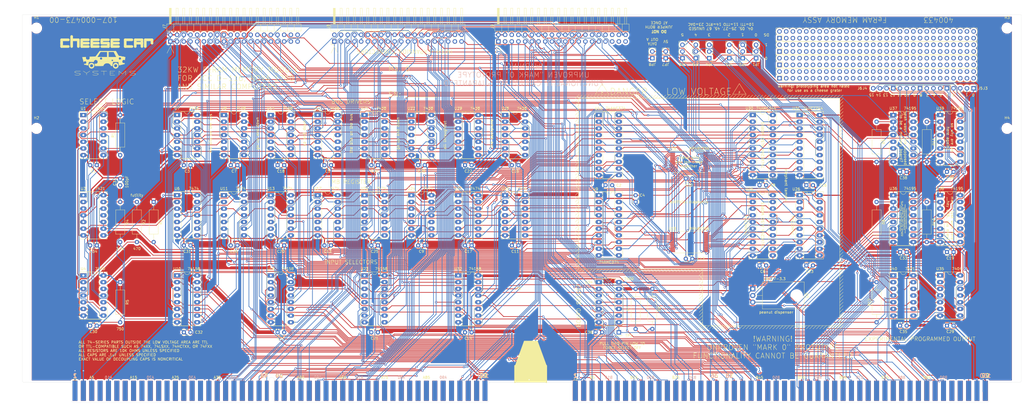
<source format=kicad_pcb>
(kicad_pcb (version 20221018) (generator pcbnew)
  (title_block (title "Nova FeRAM Memory Replacement") (date "2021-11-09") (rev "Mk. 0") (company "Cheese Car Systems") (comment 1 "For use in Nova 1200 and similar systems"))
  (layers (0 "F.Cu" signal) (31 "B.Cu" signal) (34 "B.Paste" user) (35 "F.Paste" user) (36 "B.SilkS" user "B.Silkscreen") (37 "F.SilkS" user "F.Silkscreen") (38 "B.Mask" user) (39 "F.Mask" user) (44 "Edge.Cuts" user))
  (net 0 "")
  (net 1 "+3V3")
  (net 2 "Net-(C37-Pad1)")
  (net 3 "Net-(J1-Pad5)")
  (net 4 "-5V")
  (net 5 "Net-(J1-Pad7)")
  (net 6 "Net-(J1-Pad8)")
  (net 7 "Net-(J1-Pad9)")
  (net 8 "/+15v")
  (net 9 "Net-(J1-Pad11)")
  (net 10 "Net-(J1-Pad12)")
  (net 11 "Net-(J1-Pad13)")
  (net 12 "Net-(J1-Pad14)")
  (net 13 "Net-(J1-Pad15)")
  (net 14 "Net-(J1-Pad16)")
  (net 15 "Net-(J1-Pad17)")
  (net 16 "Net-(J1-Pad18)")
  (net 17 "Net-(J1-Pad19)")
  (net 18 "Net-(J1-Pad20)")
  (net 19 "Net-(J1-Pad21)")
  (net 20 "Net-(J1-Pad22)")
  (net 21 "Net-(J1-Pad23)")
  (net 22 "Net-(J1-Pad24)")
  (net 23 "Net-(J1-Pad25)")
  (net 24 "Net-(J1-Pad26)")
  (net 25 "Net-(J1-Pad27)")
  (net 26 "Net-(J1-Pad28)")
  (net 27 "Net-(J1-Pad29)")
  (net 28 "Net-(J1-Pad30)")
  (net 29 "Net-(J1-Pad31)")
  (net 30 "Net-(J1-Pad32)")
  (net 31 "/~{MEM13}")
  (net 32 "/~{MEM12}")
  (net 33 "/~{MBO13}")
  (net 34 "/~{MSK0}")
  (net 35 "/~{MBO12}")
  (net 36 "/INTA")
  (net 37 "/~{MBO15}")
  (net 38 "/DATIB")
  (net 39 "/~{MBO14}")
  (net 40 "/DATIA")
  (net 41 "/~{MEM10}")
  (net 42 "/~{DS3}")
  (net 43 "Net-(J1-Pad47)")
  (net 44 "/DATOC")
  (net 45 "Net-(J1-Pad49)")
  (net 46 "/CLR")
  (net 47 "/~{MEM11}")
  (net 48 "/STRT")
  (net 49 "/~{MEM9}")
  (net 50 "/DATIC")
  (net 51 "/~{MEM8}")
  (net 52 "/DATOB")
  (net 53 "Net-(J1-Pad57)")
  (net 54 "/DATOA")
  (net 55 "Net-(J1-Pad59)")
  (net 56 "/~{DCHA}")
  (net 57 "Net-(J1-Pad61)")
  (net 58 "/~{DS4}")
  (net 59 "Net-(J1-Pad63)")
  (net 60 "/~{DS5}")
  (net 61 "Net-(J1-Pad65)")
  (net 62 "/~{DS2}")
  (net 63 "Net-(J1-Pad67)")
  (net 64 "/~{DS1}")
  (net 65 "Net-(J1-Pad69)")
  (net 66 "/~{IORST}")
  (net 67 "Net-(J1-Pad71)")
  (net 68 "/~{DS0}")
  (net 69 "Net-(J1-Pad73)")
  (net 70 "/IOPLS")
  (net 71 "Net-(J1-Pad75)")
  (net 72 "Net-(J1-Pad76)")
  (net 73 "Net-(J1-Pad77)")
  (net 74 "Net-(J1-Pad78)")
  (net 75 "Net-(J1-Pad79)")
  (net 76 "/~{SELD}")
  (net 77 "Net-(J1-Pad81)")
  (net 78 "/~{SELB}")
  (net 79 "Net-(J1-Pad83)")
  (net 80 "Net-(J1-Pad84)")
  (net 81 "Net-(J1-Pad85)")
  (net 82 "Net-(J1-Pad86)")
  (net 83 "Net-(J1-Pad87)")
  (net 84 "Net-(J1-Pad88)")
  (net 85 "Net-(J1-Pad89)")
  (net 86 "Net-(J1-Pad90)")
  (net 87 "Net-(J1-Pad91)")
  (net 88 "Net-(J1-Pad92)")
  (net 89 "/~{DCHP_OUT}")
  (net 90 "/~{DCHP_IN}")
  (net 91 "/~{INTP_OUT}")
  (net 92 "/~{INTP_IN}")
  (net 93 "/~{MBO11}")
  (net 94 "/60Hz")
  (net 95 "/~{MA_LOAD}")
  (net 96 "/~{MBO10}")
  (net 97 "/~{MBO9}")
  (net 98 "Net-(J2-Pad10)")
  (net 99 "Net-(J2-Pad11)")
  (net 100 "/~{MBO8}")
  (net 101 "Net-(J2-Pad13)")
  (net 102 "/~{MBO7}")
  (net 103 "Net-(J2-Pad15)")
  (net 104 "/~{MBO6}")
  (net 105 "/~{DCH_M0}")
  (net 106 "/~{MEM15}")
  (net 107 "Net-(J2-Pad19)")
  (net 108 "/STROBE")
  (net 109 "/~{DCH_M1}")
  (net 110 "/~{MEM6}")
  (net 111 "Net-(J2-Pad23)")
  (net 112 "/~{MEM7}")
  (net 113 "Net-(J2-Pad25)")
  (net 114 "/~{MEM5}")
  (net 115 "Net-(J2-Pad27)")
  (net 116 "/~{MEM4}")
  (net 117 "/~{INTR}")
  (net 118 "/INHIBIT")
  (net 119 "Net-(J2-Pad31)")
  (net 120 "/~{MBO5}")
  (net 121 "/DCH0")
  (net 122 "Net-(J2-Pad34)")
  (net 123 "/~{DCHR}")
  (net 124 "Net-(J2-Pad36)")
  (net 125 "/DCHI")
  (net 126 "Net-(J2-Pad38)")
  (net 127 "/OVFLO")
  (net 128 "Net-(J2-Pad40)")
  (net 129 "/~{RQENB}")
  (net 130 "/~{MBO4}")
  (net 131 "/~{MBO3}")
  (net 132 "/~{MBO2}")
  (net 133 "/~{INH_TRANS}")
  (net 134 "Net-(J2-Pad46)")
  (net 135 "/~{MEM2}")
  (net 136 "Net-(J2-Pad48)")
  (net 137 "Net-(J2-Pad49)")
  (net 138 "Net-(J2-Pad51)")
  (net 139 "Net-(J2-Pad52)")
  (net 140 "Net-(J2-Pad53)")
  (net 141 "Net-(J2-Pad54)")
  (net 142 "/~{DATA7}")
  (net 143 "/~{DATA14}")
  (net 144 "/~{DATA5}")
  (net 145 "/~{DATA11}")
  (net 146 "/~{DATA12}")
  (net 147 "/~{DATA8}")
  (net 148 "/~{DATA4}")
  (net 149 "/~{DATA0}")
  (net 150 "/~{DATA9}")
  (net 151 "/~{DATA13}")
  (net 152 "/~{DATA1}")
  (net 153 "/~{DATA15}")
  (net 154 "Net-(J2-Pad67)")
  (net 155 "/~{MEM3}")
  (net 156 "Net-(J2-Pad69)")
  (net 157 "/~{MEM1}")
  (net 158 "/~{MEM0}")
  (net 159 "/~{RELOAD_DISABLE}")
  (net 160 "/~{DATA3}")
  (net 161 "/MB_LOAD")
  (net 162 "/~{DATA10}")
  (net 163 "/~{MEM14}")
  (net 164 "/~{MBO1}")
  (net 165 "Net-(J2-Pad78)")
  (net 166 "/~{MBO0}")
  (net 167 "/~{EXT_SELECT}")
  (net 168 "Net-(J2-Pad81)")
  (net 169 "/~{DATA2}")
  (net 170 "/~{READ_IO}")
  (net 171 "Net-(J2-Pad84)")
  (net 172 "/~{INHIBIT_SELECT}")
  (net 173 "/~{MB_CLEAR}")
  (net 174 "/~{READ_1}")
  (net 175 "/~{DRIVE_IO}")
  (net 176 "Net-(J2-Pad89)")
  (net 177 "/~{READ_2}")
  (net 178 "Net-(J2-Pad91)")
  (net 179 "Net-(J2-Pad92)")
  (net 180 "Net-(J2-Pad93)")
  (net 181 "Net-(J2-Pad94)")
  (net 182 "/~{DATA6}")
  (net 183 "Net-(J2-Pad96)")
  (net 184 "Net-(J3-Pad1)")
  (net 185 "Net-(J3-Pad2)")
  (net 186 "Net-(J3-Pad3)")
  (net 187 "Net-(J3-Pad4)")
  (net 188 "Net-(J4-Pad1)")
  (net 189 "Net-(J4-Pad2)")
  (net 190 "Net-(J4-Pad3)")
  (net 191 "Net-(J4-Pad4)")
  (net 192 "Net-(J5-Pad4)")
  (net 193 "Net-(J5-Pad3)")
  (net 194 "Net-(J5-Pad2)")
  (net 195 "Net-(J5-Pad1)")
  (net 196 "Net-(J6-Pad4)")
  (net 197 "Net-(J6-Pad3)")
  (net 198 "Net-(J6-Pad2)")
  (net 199 "Net-(J6-Pad1)")
  (net 200 "Net-(J7-Pad37)")
  (net 201 "Net-(J7-Pad38)")
  (net 202 "Net-(J7-Pad39)")
  (net 203 "Net-(J7-Pad40)")
  (net 204 "Net-(J8-Pad37)")
  (net 205 "Net-(J8-Pad2)")
  (net 206 "Net-(J9-Pad1)")
  (net 207 "Net-(J9-Pad3)")
  (net 208 "Net-(J9-Pad6)")
  (net 209 "Net-(J9-Pad30)")
  (net 210 "Net-(J9-Pad32)")
  (net 211 "Net-(J9-Pad33)")
  (net 212 "Net-(J9-Pad34)")
  (net 213 "Net-(J9-Pad35)")
  (net 214 "Net-(J9-Pad36)")
  (net 215 "Net-(J9-Pad37)")
  (net 216 "Net-(J9-Pad38)")
  (net 217 "Net-(J9-Pad39)")
  (net 218 "Net-(JP1-Pad2)")
  (net 219 "/DS1")
  (net 220 "Net-(JP2-Pad2)")
  (net 221 "/DS3")
  (net 222 "Net-(JP3-Pad2)")
  (net 223 "/DS5")
  (net 224 "/DS0")
  (net 225 "Net-(JP4-Pad2)")
  (net 226 "/DS2")
  (net 227 "Net-(JP5-Pad2)")
  (net 228 "/DS4")
  (net 229 "Net-(JP6-Pad2)")
  (net 230 "Net-(JP7-Pad2)")
  (net 231 "/SELECT")
  (net 232 "Net-(R5-Pad2)")
  (net 233 "/LOCATION")
  (net 234 "Net-(R8-Pad1)")
  (net 235 "Net-(R9-Pad1)")
  (net 236 "Net-(R10-Pad1)")
  (net 237 "Net-(R11-Pad1)")
  (net 238 "Net-(U1-Pad8)")
  (net 239 "Net-(U1-Pad3)")
  (net 240 "Net-(U1-Pad10)")
  (net 241 "Net-(U1-Pad4)")
  (net 242 "Net-(U1-Pad11)")
  (net 243 "/~{READ_1_S}")
  (net 244 "Net-(U1-Pad6)")
  (net 245 "/READ_1_S")
  (net 246 "Net-(U15-Pad1)")
  (net 247 "Net-(U11-Pad11)")
  (net 248 "/~{INHIBIT_S}")
  (net 249 "/~{INH1}")
  (net 250 "Net-(U10-Pad4)")
  (net 251 "Net-(U6-Pad9)")
  (net 252 "/~{SNS1}")
  (net 253 "/~{SNS0}")
  (net 254 "Net-(U6-Pad5)")
  (net 255 "/MD1")
  (net 256 "/~{INH0}")
  (net 257 "Net-(U11-Pad5)")
  (net 258 "Net-(U11-Pad9)")
  (net 259 "Net-(U9-Pad2)")
  (net 260 "/MA4")
  (net 261 "Net-(U9-Pad3)")
  (net 262 "/MD4")
  (net 263 "/MD5")
  (net 264 "/MA1")
  (net 265 "/MA5")
  (net 266 "/MA2")
  (net 267 "/MA6")
  (net 268 "/MD2")
  (net 269 "/MD6")
  (net 270 "/MD3")
  (net 271 "/MD7")
  (net 272 "/MA3")
  (net 273 "/MA7")
  (net 274 "/~{INH3}")
  (net 275 "/~{SNS3}")
  (net 276 "/~{SNS2}")
  (net 277 "/~{INH2}")
  (net 278 "/MA15")
  (net 279 "/MA11")
  (net 280 "/MD15")
  (net 281 "/MD11")
  (net 282 "/MD14")
  (net 283 "/MD10")
  (net 284 "/MA14")
  (net 285 "/MA10")
  (net 286 "/MA13")
  (net 287 "/MA9")
  (net 288 "/MD13")
  (net 289 "/MD9")
  (net 290 "/MD12")
  (net 291 "/MD8")
  (net 292 "/MA12")
  (net 293 "/MA8")
  (net 294 "/~{INH5}")
  (net 295 "Net-(U13-Pad9)")
  (net 296 "/~{SNS5}")
  (net 297 "/~{SNS4}")
  (net 298 "Net-(U13-Pad5)")
  (net 299 "/~{INH4}")
  (net 300 "Net-(U14-Pad13)")
  (net 301 "Net-(U14-Pad10)")
  (net 302 "/~{INH6}")
  (net 303 "/~{SNS6}")
  (net 304 "/~{SNS7}")
  (net 305 "/~{INH7}")
  (net 306 "/~{CORE8}")
  (net 307 "/~{CORE15}")
  (net 308 "/~{CORE9}")
  (net 309 "/~{CORE14}")
  (net 310 "/~{CORE10}")
  (net 311 "/~{CORE11}")
  (net 312 "/~{CORE13}")
  (net 313 "/~{CORE12}")
  (net 314 "/~{CORE4}")
  (net 315 "/~{CORE5}")
  (net 316 "/~{CORE3}")
  (net 317 "/~{CORE2}")
  (net 318 "/~{CORE6}")
  (net 319 "/~{CORE1}")
  (net 320 "/~{CORE7}")
  (net 321 "/~{CORE0}")
  (net 322 "/~{INH9}")
  (net 323 "Net-(U20-Pad9)")
  (net 324 "/~{SNS9}")
  (net 325 "/~{SNS8}")
  (net 326 "Net-(U20-Pad5)")
  (net 327 "/~{INH8}")
  (net 328 "Net-(U21-Pad13)")
  (net 329 "Net-(U21-Pad10)")
  (net 330 "/~{INH10}")
  (net 331 "/~{SNS10}")
  (net 332 "/~{SNS11}")
  (net 333 "/~{INH11}")
  (net 334 "/~{STROBE_S}")
  (net 335 "/~{INH13}")
  (net 336 "Net-(U27-Pad9)")
  (net 337 "/~{SNS13}")
  (net 338 "/~{SNS12}")
  (net 339 "Net-(U27-Pad5)")
  (net 340 "/~{INH12}")
  (net 341 "Net-(U28-Pad10)")
  (net 342 "Net-(U28-Pad13)")
  (net 343 "/~{INH15}")
  (net 344 "/~{INH14}")
  (net 345 "/~{SNS15}")
  (net 346 "/~{SNS14}")
  (net 347 "Net-(U34-Pad12)")
  (net 348 "/IO_SELECT")
  (net 349 "Net-(U36-Pad11)")
  (net 350 "Net-(U37-Pad11)")
  (net 351 "Net-(U38-Pad11)")
  (net 352 "Net-(U39-Pad11)")
  (net 353 "Net-(U40-Pad6)")
  (net 354 "GND")
  (net 355 "+5V")
  (net 356 "Net-(U1-Pad2)")
  (footprint "Capacitor_THT:C_Disc_D3.4mm_W2.1mm_P2.50mm" (layer "F.Cu") (at 172.72 164.465 180)
    (fp_text reference "C3")
    (fp_text value ".1uf")
  )
  (footprint "Capacitor_THT:C_Disc_D3.4mm_W2.1mm_P2.50mm" (layer "F.Cu") (at 226.06 164.465 180)
    (fp_text reference "C5")
    (fp_text value ".1uf")
  )
  (footprint "Capacitor_THT:C_Disc_D3.4mm_W2.1mm_P2.50mm" (layer "F.Cu") (at 190.5 164.465 180)
    (fp_text reference "C7")
    (fp_text value ".1uf")
  )
  (footprint "Capacitor_THT:C_Disc_D3.4mm_W2.1mm_P2.50mm" (layer "F.Cu") (at 261.62 194.945 180)
    (fp_text reference "C9")
    (fp_text value ".1uf")
  )
  (footprint "Capacitor_THT:C_Disc_D3.4mm_W2.1mm_P2.50mm" (layer "F.Cu") (at 297.18 194.945 180)
    (fp_text reference "C11")
    (fp_text value ".1uf")
  )
  (footprint "Capacitor_THT:C_Disc_D3.4mm_W2.1mm_P2.50mm" (layer "F.Cu") (at 226.06 194.945 180)
    (fp_text reference "C13")
    (fp_text value ".1uf")
  )
  (footprint "Capacitor_THT:C_Disc_D3.4mm_W2.1mm_P2.50mm" (layer "F.Cu") (at 279.4 227.965 180)
    (fp_text reference "C14")
    (fp_text value ".1uf")
  )
  (footprint "Capacitor_THT:C_Disc_D3.4mm_W2.1mm_P2.50mm" (layer "F.Cu") (at 297.18 164.465 180)
    (fp_text reference "C15")
    (fp_text value ".1uf")
  )
  (footprint "Capacitor_THT:C_Disc_D3.4mm_W2.1mm_P2.50mm" (layer "F.Cu") (at 408.94 172.085 180)
    (fp_text reference "C16")
    (fp_text value ".1uf")
  )
  (footprint "Capacitor_THT:C_Disc_D3.4mm_W2.1mm_P2.50mm" (layer "F.Cu") (at 462.28 197.485 180)
    (fp_text reference "C19")
    (fp_text value ".1uf")
  )
  (footprint "Capacitor_THT:C_Disc_D3.4mm_W2.1mm_P2.50mm" (layer "F.Cu") (at 208.28 194.945 180)
    (fp_text reference "C20")
    (fp_text value ".1uf")
  )
  (footprint "Capacitor_THT:C_Disc_D3.4mm_W2.1mm_P2.50mm" (layer "F.Cu") (at 243.84 227.965 180)
    (fp_text reference "C21")
    (fp_text value ".1uf")
  )
  (footprint "Capacitor_THT:C_Disc_D3.4mm_W2.1mm_P2.50mm" (layer "F.Cu") (at 279.4 164.465 180)
    (fp_text reference "C22")
    (fp_text value ".1uf")
  )
  (footprint "Capacitor_THT:C_Disc_D3.4mm_W2.1mm_P2.50mm" (layer "F.Cu") (at 408.94 202.565 180)
    (fp_text reference "C23")
    (fp_text value ".1uf")
  )
  (footprint "Capacitor_THT:C_Disc_D3.4mm_W2.1mm_P2.50mm" (layer "F.Cu") (at 243.84 164.465 180)
    (fp_text reference "C24")
    (fp_text value ".1uf")
  )
  (footprint "Capacitor_THT:C_Disc_D3.4mm_W2.1mm_P2.50mm" (layer "F.Cu") (at 243.84 194.945 180)
    (fp_text reference "C25")
    (fp_text value ".1uf")
  )
  (footprint "Capacitor_THT:C_Disc_D3.4mm_W2.1mm_P2.50mm" (layer "F.Cu") (at 190.5 194.945 180)
    (fp_text reference "C26")
    (fp_text value ".1uf")
  )
  (footprint "Capacitor_THT:C_Disc_D3.4mm_W2.1mm_P2.50mm" (layer "F.Cu") (at 208.28 227.965 180)
    (fp_text reference "C27")
    (fp_text value ".1uf")
  )
  (footprint "Capacitor_THT:C_Disc_D3.4mm_W2.1mm_P2.50mm" (layer "F.Cu") (at 261.62 164.465 180)
    (fp_text reference "C28")
    (fp_text value ".1uf")
  )
  (footprint "Capacitor_THT:C_Disc_D3.4mm_W2.1mm_P2.50mm" (layer "F.Cu") (at 462.28 225.425 180)
    (fp_text reference "C29")
    (fp_text value ".1uf")
  )
  (footprint "Capacitor_THT:C_Disc_D3.4mm_W2.1mm_P2.50mm" (layer "F.Cu") (at 137.16 225.425 180)
    (fp_text reference "C30")
    (fp_text value ".1uf")
  )
  (footprint "Capacitor_THT:C_Disc_D3.4mm_W2.1mm_P2.50mm" (layer "F.Cu") (at 172.72 194.945 180)
    (fp_text reference "C31")
    (fp_text value ".1uf")
  )
  (footprint "Capacitor_THT:C_Disc_D3.4mm_W2.1mm_P2.50mm" (layer "F.Cu") (at 172.72 227.965 180)
    (fp_text reference "C32")
    (fp_text value ".1uf")
  )
  (footprint "Capacitor_THT:C_Disc_D3.4mm_W2.1mm_P2.50mm" (layer "F.Cu") (at 444.5 197.485 180)
    (fp_text reference "C33")
    (fp_text value ".1uf")
  )
  (footprint "Capacitor_THT:C_Disc_D3.4mm_W2.1mm_P2.50mm" (layer "F.Cu") (at 137.16 194.945 180)
    (fp_text reference "C34")
    (fp_text value ".1uf")
  )
  (footprint "Capacitor_THT:C_Disc_D3.4mm_W2.1mm_P2.50mm" (layer "F.Cu") (at 444.5 225.425 180)
    (fp_text reference "C35")
    (fp_text value ".1uf")
  )
  (footprint "Capacitor_THT:C_Disc_D3.4mm_W2.1mm_P2.50mm" (layer "F.Cu") (at 328.93 227.965 180)
    (fp_text reference "C36")
    (fp_text value ".1uf")
  )
  (footprint "_library:portB_NovaMod" (layer "F.Cu") (at 318.77 250.19)
    (fp_text reference "J2")
    (fp_text value "Slot_02x50_Odd_Even")
  )
  (footprint "_library:portA_NovaMod" (layer "F.Cu") (at 128.905 250.19)
    (fp_text reference "J1")
    (fp_text value "Slot_02x50_Odd_Even")
  )
  (footprint "Resistor_THT:R_Axial_DIN0309_L9.0mm_D3.2mm_P15.24mm_Horizontal" (layer "F.Cu") (at 341.63 226.695 90)
    (fp_text reference "R7")
    (fp_text value "470")
  )
  (footprint "Resistor_THT:R_Axial_DIN0309_L9.0mm_D3.2mm_P15.24mm_Horizontal" (layer "F.Cu") (at 347.98 211.455 -90)
    (fp_text reference "R6")
    (fp_text value "10k")
  )
  (footprint "Resistor_THT:R_Axial_DIN0309_L9.0mm_D3.2mm_P15.24mm_Horizontal" (layer "F.Cu") (at 146.05 208.915 -90)
    (fp_text reference "R5")
    (fp_text value "750")
  )
  (footprint "Resistor_THT:R_Axial_DIN0309_L9.0mm_D3.2mm_P15.24mm_Horizontal" (layer "F.Cu") (at 146.05 178.435 -90)
    (fp_text reference "R4")
    (fp_text value "3.3k")
  )
  (footprint "Resistor_THT:R_Axial_DIN0309_L9.0mm_D3.2mm_P15.24mm_Horizontal" (layer "F.Cu") (at 158.75 178.435 -90)
    (fp_text reference "R3")
    (fp_text value "10k")
  )
  (footprint "Resistor_THT:R_Axial_DIN0309_L9.0mm_D3.2mm_P15.24mm_Horizontal" (layer "F.Cu") (at 152.4 178.435 -90)
    (fp_text reference "R2")
    (fp_text value "470")
  )
  (footprint "Resistor_THT:R_Axial_DIN0309_L9.0mm_D3.2mm_P15.24mm_Horizontal" (layer "F.Cu") (at 146.05 160.655 90)
    (fp_text reference "R1")
    (fp_text value "10k")
  )
  (footprint "Connector_PinHeader_2.54mm:PinHeader_1x02_P2.54mm_Vertical" (layer "F.Cu") (at 347.98 123.825 180)
    (fp_text reference "JP8")
    (fp_text value "Jumper")
  )
  (footprint "Connector_PinHeader_2.54mm:PinHeader_1x02_P2.54mm_Vertical" (layer "F.Cu") (at 353.06 123.825 180)
    (fp_text reference "JP7")
    (fp_text value "Jumper")
  )
  (footprint "Connector_PinHeader_2.54mm:PinHeader_1x03_P2.54mm_Vertical" (layer "F.Cu") (at 359.41 123.825 180)
    (fp_text reference "JP6")
    (fp_text value "Jumper_NC_Dual")
  )
  (footprint "Connector_PinHeader_2.54mm:PinHeader_1x03_P2.54mm_Vertical" (layer "F.Cu") (at 364.49 123.825 180)
    (fp_text reference "JP5")
    (fp_text value "Jumper_NC_Dual")
  )
  (footprint "Connector_PinHeader_2.54mm:PinHeader_1x03_P2.54mm_Vertical" (layer "F.Cu") (at 369.57 123.825 180)
    (fp_text reference "JP4")
    (fp_text value "Jumper_NC_Dual")
  )
  (footprint "Connector_PinHeader_2.54mm:PinHeader_1x03_P2.54mm_Vertical" (layer "F.Cu") (at 377.19 123.825 180)
    (fp_text reference "JP3")
    (fp_text value "Jumper_NC_Dual")
  )
  (footprint "Connector_PinHeader_2.54mm:PinHeader_1x03_P2.54mm_Vertical" (layer "F.Cu") (at 382.27 123.825 180)
    (fp_text reference "JP2")
    (fp_text value "Jumper_NC_Dual")
  )
  (footprint "Connector_PinHeader_2.54mm:PinHeader_1x03_P2.54mm_Vertical" (layer "F.Cu") (at 387.35 123.825 180)
    (fp_text reference "JP1")
    (fp_text value "Jumper_NC_Dual")
  )
  (footprint "Connector_PinHeader_2.54mm:PinHeader_2x20_P2.54mm_Horizontal" (layer "F.Cu") (at 289.56 117.475 90)
    (fp_text reference "J9")
    (fp_text value "Conn_02x20_Odd_Even")
  )
  (footprint "Connector_PinHeader_2.54mm:PinHeader_2x20_P2.54mm_Horizontal" (layer "F.Cu") (at 227.33 117.475 90)
    (fp_text reference "J8")
    (fp_text value "Conn_02x20_Odd_Even")
  )
  (footprint "Connector_PinHeader_2.54mm:PinHeader_1x04_P2.54mm_Vertical" (layer "F.Cu") (at 439.42 135.255 -90)
    (fp_text reference "J6")
    (fp_text value "Conn_01x04_Female")
  )
  (footprint "Connector_PinHeader_2.54mm:PinHeader_1x04_P2.54mm_Vertical" (layer "F.Cu") (at 459.74 135.255 -90)
    (fp_text reference "J5")
    (fp_text value "Conn_01x04_Female")
  )
  (footprint "Connector_PinHeader_2.54mm:PinHeader_1x04_P2.54mm_Vertical" (layer "F.Cu") (at 449.58 135.255 -90)
    (fp_text reference "J4")
    (fp_text value "Conn_01x04_Female")
  )
  (footprint "Connector_PinHeader_2.54mm:PinHeader_1x04_P2.54mm_Vertical" (layer "F.Cu") (at 469.9 135.255 -90)
    (fp_text reference "J3")
    (fp_text value "Conn_01x04_Female")
  )
  (footprint "Capacitor_THT:C_Disc_D3.0mm_W1.6mm_P2.50mm" (layer "F.Cu") (at 146.05 172.085 90)
    (fp_text reference "C37")
    (fp_text value "100pf")
  )
  (footprint "Capacitor_THT:C_Disc_D3.4mm_W2.1mm_P2.50mm" (layer "F.Cu") (at 360.68 169.545)
    (fp_text reference "C10")
    (fp_text value ".1uf")
  )
  (footprint "Capacitor_THT:C_Disc_D3.4mm_W2.1mm_P2.50mm" (layer "F.Cu") (at 391.16 172.085 180)
    (fp_text reference "C8")
    (fp_text value ".1uf")
  )
  (footprint "Capacitor_THT:C_Disc_D3.4mm_W2.1mm_P2.50mm" (layer "F.Cu") (at 391.16 202.565 180)
    (fp_text reference "C6")
    (fp_text value ".1uf")
  )
  (footprint "Capacitor_THT:C_Disc_D3.4mm_W2.1mm_P2.50mm" (layer "F.Cu") (at 341.63 175.895 -90)
    (fp_text reference "C4")
    (fp_text value ".1uf")
  )
  (footprint "Capacitor_THT:C_Disc_D3.4mm_W2.1mm_P2.50mm" (layer "F.Cu") (at 332.74 172.085 180)
    (fp_text reference "C2")
    (fp_text value ".1uf")
  )
  (footprint "Package_DIP:DIP-14_W7.62mm_Socket_LongPads" (layer "F.Cu") (at 292.1 145.415)
    (fp_text reference "U28")
    (fp_text value "74LS38")
  )
  (footprint "Package_DIP:DIP-14_W7.62mm_Socket_LongPads" (layer "F.Cu") (at 274.32 175.895)
    (fp_text reference "U27")
    (fp_text value "74LS74")
  )
  (footprint "Package_DIP:DIP-20_W7.62mm_Socket_LongPads" (layer "F.Cu") (at 403.86 175.895)
    (fp_text reference "U26")
    (fp_text value "74HCT244")
  )
  (footprint "Package_DIP:DIP-20_W7.62mm_Socket_LongPads" (layer "F.Cu") (at 386.08 175.895)
    (fp_text reference "U25")
    (fp_text value "74HCT244")
  )
  (footprint "Package_DIP:DIP-14_W7.62mm_Socket_LongPads" (layer "F.Cu") (at 256.54 175.895)
    (fp_text reference "U24")
    (fp_text value "74LS74")
  )
  (footprint "Package_DIP:DIP-16_W7.62mm_Socket_LongPads" (layer "F.Cu") (at 238.76 206.375)
    (fp_text reference "U23")
    (fp_text value "74LS158")
  )
  (footprint "Package_DIP:DIP-14_W7.62mm_Socket_LongPads" (layer "F.Cu") (at 256.54 145.415)
    (fp_text reference "U22")
    (fp_text value "74LS38")
  )
  (footprint "Package_DIP:DIP-14_W7.62mm_Socket_LongPads" (layer "F.Cu") (at 238.76 145.415)
    (fp_text reference "U21")
    (fp_text value "74LS38")
  )
  (footprint "Package_DIP:DIP-14_W7.62mm_Socket_LongPads" (layer "F.Cu") (at 238.76 175.895)
    (fp_text reference "U20")
    (fp_text value "74LS74")
  )
  (footprint "Package_SO:TSOP-I-28_11.8x8mm_P0.55mm" (layer "F.Cu") (at 361.95 193.675)
    (fp_text reference "U19")
    (fp_text value "MR48V256")
  )
  (footprint "Package_SO:TSOP-I-28_11.8x8mm_P0.55mm" (layer "F.Cu") (at 361.95 163.195)
    (fp_text reference "U18")
    (fp_text value "MR48V256")
  )
  (footprint "Package_DIP:DIP-14_W7.62mm_Socket_LongPads" (layer "F.Cu") (at 220.98 175.895)
    (fp_text reference "U17")
    (fp_text value "74LS74")
  )
  (footprint "Package_DIP:DIP-16_W7.62mm_Socket_LongPads" (layer "F.Cu") (at 203.2 206.375)
    (fp_text reference "U16")
    (fp_text value "74LS158")
  )
  (footprint "Package_DIP:DIP-14_W7.62mm_Socket_LongPads" (layer "F.Cu") (at 220.98 145.415)
    (fp_text reference "U15")
    (fp_text value "74LS38")
  )
  (footprint "Package_DIP:DIP-14_W7.62mm_Socket_LongPads" (layer "F.Cu") (at 203.2 145.415)
    (fp_text reference "U14")
    (fp_text value "74LS38")
  )
  (footprint "Package_DIP:DIP-14_W7.62mm_Socket_LongPads" (layer "F.Cu") (at 203.2 175.895)
    (fp_text reference "U13")
    (fp_text value "74LS74")
  )
  (footprint "Package_DIP:DIP-20_W7.62mm_Socket_LongPads" (layer "F.Cu") (at 327.66 145.415)
    (fp_text reference "U12")
    (fp_text value "74AHC374")
  )
  (footprint "Package_DIP:DIP-14_W7.62mm_Socket_LongPads" (layer "F.Cu") (at 439.42 206.375)
    (fp_text reference "U40")
    (fp_text value "74LS21")
  )
  (footprint "Package_DIP:DIP-16_W7.62mm_Socket_LongPads" (layer "F.Cu") (at 457.2 145.415)
    (fp_text reference "U39")
    (fp_text value "74LS195")
  )
  (footprint "Package_DIP:DIP-16_W7.62mm_Socket_LongPads" (layer "F.Cu") (at 457.2 175.895)
    (fp_text reference "U38")
    (fp_text value "74LS195")
  )
  (footprint "Package_DIP:DIP-16_W7.62mm_Socket_LongPads" (layer "F.Cu") (at 439.42 145.415)
    (fp_text reference "U37")
    (fp_text value "74LS195")
  )
  (footprint "Package_DIP:DIP-16_W7.62mm_Socket_LongPads" (layer "F.Cu") (at 439.42 175.895)
    (fp_text reference "U36")
    (fp_text value "74LS195")
  )
  (footprint "Package_DIP:DIP-14_W7.62mm_Socket_LongPads" (layer "F.Cu") (at 457.2 206.375)
    (fp_text reference "U35")
    (fp_text value "74LS04")
  )
  (footprint "Package_DIP:DIP-14_W7.62mm_Socket_LongPads" (layer "F.Cu") (at 327.66 208.915)
    (fp_text reference "U34")
    (fp_text value "74LS00")
  )
  (footprint "Package_DIP:DIP-14_W7.62mm_Socket_LongPads" (layer "F.Cu") (at 292.1 175.895)
    (fp_text reference "U33")
    (fp_text value "74LS74")
  )
  (footprint "Package_DIP:DIP-16_W7.62mm_Socket_LongPads" (layer "F.Cu") (at 274.32 206.375)
    (fp_text reference "U32")
    (fp_text value "74LS158")
  )
  (footprint "Package_DIP:DIP-20_W7.62mm_Socket_LongPads" (layer "F.Cu") (at 403.86 145.415)
    (fp_text reference "U31")
    (fp_text value "74HCT244")
  )
  (footprint "Package_DIP:DIP-20_W7.62mm_Socket_LongPads" (layer "F.Cu") (at 386.08 145.415)
    (fp_text reference "U30")
    (fp_text value "74HCT244")
  )
  (footprint "Package_DIP:DIP-14_W7.62mm_Socket_LongPads" (layer "F.Cu") (at 274.32 145.415)
    (fp_text reference "U29")
    (fp_text value "74LS38")
  )
  (footprint "Package_DIP:DIP-14_W7.62mm_Socket_LongPads" (layer "F.Cu") (at 185.42 175.895)
    (fp_text reference "U11")
    (fp_text value "74LS74")
  )
  (footprint "Package_DIP:DIP-20_W7.62mm_Socket_LongPads" (layer "F.Cu") (at 327.66 175.895)
    (fp_text reference "U9")
    (fp_text value "74AHC374")
  )
  (footprint "Package_DIP:DIP-14_W7.62mm_Socket_LongPads" (layer "F.Cu") (at 185.42 145.415)
    (fp_text reference "U8")
    (fp_text value "74LS38")
  )
  (footprint "Package_DIP:DIP-14_W7.62mm_Socket_LongPads" (layer "F.Cu") (at 167.64 145.415)
    (fp_text reference "U7")
    (fp_text value "74LS38")
  )
  (footprint "Package_DIP:DIP-14_W7.62mm_Socket_LongPads" (layer "F.Cu") (at 167.64 175.895)
    (fp_text reference "U6")
    (fp_text value "74LS74")
  )
  (footprint "Package_DIP:DIP-14_W7.62mm_Socket_LongPads" (layer "F.Cu") (at 132.08 206.375)
    (fp_text reference "U4")
    (fp_text value "74LS00")
  )
  (footprint "Package_DIP:DIP-14_W7.62mm_Socket_LongPads" (layer "F.Cu") (at 132.08 175.895)
    (fp_text reference "U3")
    (fp_text value "74LS21")
  )
  (footprint "Package_TO_SOT_THT:TO-220-3_Horizontal_TabDown" (layer "F.Cu") (at 386.08 211.455 -90)
    (fp_text reference "U2")
    (fp_text value "LM1117-3.3")
  )
  (footprint "Package_DIP:DIP-14_W7.62mm_Socket_LongPads" (layer "F.Cu") (at 132.08 145.415)
    (fp_text reference "U1")
    (fp_text value "74HCT04")
  )
  (footprint "Connector_PinHeader_2.54mm:PinHeader_1x01_P2.54mm_Vertical" (layer "F.Cu") (at 335.28 227.965)
    (fp_text reference "TP1")
    (fp_text value "TestPoint")
  )
  (footprint "Resistor_THT:R_Axial_DIN0309_L9.0mm_D3.2mm_P15.24mm_Horizontal" (layer "F.Cu") (at 433.07 224.155 90)
    (fp_text reference "R12")
    (fp_text value "10k")
  )
  (footprint "Resistor_THT:R_Axial_DIN0309_L9.0mm_D3.2mm_P15.24mm_Horizontal" (layer "F.Cu") (at 452.12 147.955 -90)
    (fp_text reference "R11")
    (fp_text value "10k")
  )
  (footprint "Resistor_THT:R_Axial_DIN0309_L9.0mm_D3.2mm_P15.24mm_Horizontal" (layer "F.Cu") (at 452.12 178.435 -90)
    (fp_text reference "R10")
    (fp_text value "10k")
  )
  (footprint "Resistor_THT:R_Axial_DIN0309_L9.0mm_D3.2mm_P15.24mm_Horizontal" (layer "F.Cu") (at 433.07 147.955 -90)
    (fp_text reference "R9")
    (fp_text value "10k")
  )
  (footprint "Resistor_THT:R_Axial_DIN0309_L9.0mm_D3.2mm_P15.24mm_Horizontal" (layer "F.Cu") (at 433.07 178.435 -90)
    (fp_text reference "R8")
    (fp_text value "10k")
  )
  (footprint "Capacitor_THT:C_Disc_D3.4mm_W2.1mm_P2.50mm" (layer "F.Cu") (at 137.16 164.465 180)
    (fp_text reference "C1")
    (fp_text value ".1uf")
  )
  (footprint "Capacitor_THT:C_Disc_D3.4mm_W2.1mm_P2.50mm" (layer "F.Cu") (at 208.28 164.465 180)
    (fp_text reference "C18")
    (fp_text value ".1uf")
  )
  (footprint "Capacitor_THT:C_Disc_D3.4mm_W2.1mm_P2.50mm" (layer "F.Cu") (at 279.4 194.945 180)
    (fp_text reference "C17")
    (fp_text value ".1uf")
  )
  (footprint "Connector_PinHeader_2.54mm:PinHeader_2x30_P2.54mm_Vertical" (layer "F.Cu") (at 396.24 116.205 90)
    (fp_text reference "P3" hide)
    (fp_text value "PinHeader_2x30_P2.54mm_Vertical")
  )
  (footprint "Package_DIP:DIP-16_W7.62mm_Socket_LongPads" (layer "F.Cu") (at 167.64 206.375)
    (fp_text reference "U10")
    (fp_text value "74LS158")
  )
  (footprint "Capacitor_THT:C_Disc_D3.4mm_W2.1mm_P2.50mm" (layer "F.Cu") (at 360.68 200.025)
    (fp_text reference "C12")
    (fp_text value ".1uf")
  )
  (footprint "Capacitor_THT:C_Disc_D3.4mm_W2.1mm_P2.50mm" (layer "F.Cu") (at 444.5 167.005 180)
    (fp_text reference "C38")
    (fp_text value ".1uf")
  )
  (footprint "Capacitor_THT:C_Disc_D3.4mm_W2.1mm_P2.50mm" (layer "F.Cu") (at 462.28 167.005 180)
    (fp_text reference "C39")
    (fp_text value ".1uf")
  )
  (footprint "MountingHole:MountingHole_3mm" (layer "F.Cu") (at 114.3 112.395)
    (fp_text reference "H1")
    (fp_text value "MountingHole")
  )
  (footprint "MountingHole:MountingHole_3mm" (layer "F.Cu") (at 114.3 150.495)
    (fp_text reference "H2")
    (fp_text value "MountingHole")
  )
  (footprint "MountingHole:MountingHole_3mm" (layer "F.Cu") (at 482.6 112.395)
    (fp_text reference "H3")
    (fp_text value "MountingHole")
  )
  (footprint "MountingHole:MountingHole_3mm" (layer "F.Cu") (at 482.6 150.495)
    (fp_text reference "H4")
    (fp_text value "MountingHole")
  )
  (footprint "MountingHole:MountingHole_3mm" (layer "F.Cu") (at 297.18 215.265)
    (fp_text reference "H5")
    (fp_text value "MountingHole")
  )
  (footprint "Connector_PinHeader_2.54mm:PinHeader_2x20_P2.54mm_Horizontal" (layer "F.Cu") (at 165.1 117.475 90)
    (fp_text reference "J7")
    (fp_text value "Conn_02x20_Odd_Even")
  )
  (footprint "Connector_PinHeader_2.54mm:PinHeader_2x30_P2.54mm_Vertical" (layer "F.Cu") (at 396.24 121.285 90)
    (fp_text reference "P2" hide)
    (fp_text value "PinHeader_2x30_P2.54mm_Vertical")
  )
  (footprint "Connector_PinHeader_2.54mm:PinHeader_2x30_P2.54mm_Vertical" (layer "F.Cu") (at 396.24 126.365 90)
    (fp_text reference "P1" hide)
    (fp_text value "PinHeader_2x30_P2.54mm_Vertical")
  )
  (footprint "Connector_PinHeader_2.54mm:PinHeader_2x30_P2.54mm_Vertical" (layer "F.Cu") (at 396.24 131.445 90)
    (fp_text reference "P0" hide)
    (fp_text value "PinHeader_2x30_P2.54mm_Vertical")
  )
  (gr_poly (pts (xy 307.848 247.015) (xy 295.91 247.015) (xy 295.91 240.665) (xy 299.330618 231.267) (xy 304.427382 231.267) (xy 307.848 240.665)) (stroke (width 0.1)) (fill solid) (layer "F.SilkS"))
  (gr_line (start 307.7845 247.015) (end 307.7845 240.665) (stroke (width 0.5)) (layer "F.SilkS"))
  (gr_line (start 295.8465 247.015) (end 295.8465 240.665) (stroke (width 0.5)) (layer "F.SilkS"))
  (gr_line (start 420.37 207.645) (end 419.1 208.915) (stroke (width 0.12)) (layer "F.SilkS"))
  (gr_line (start 420.37 206.375) (end 419.1 207.645) (stroke (width 0.12)) (layer "F.SilkS"))
  (gr_line (start 419.1 205.105) (end 420.37 203.835) (stroke (width 0.12)) (layer "F.SilkS"))
  (gr_line (start 420.37 210.185) (end 419.1 211.455) (stroke (width 0.12)) (layer "F.SilkS"))
  (gr_line (start 419.1 180.975) (end 420.37 179.705) (stroke (width 0.12)) (layer "F.SilkS"))
  (gr_line (start 420.37 182.245) (end 419.1 183.515) (stroke (width 0.12)) (layer "F.SilkS"))
  (gr_line (start 420.37 183.515) (end 419.1 184.785) (stroke (width 0.12)) (layer "F.SilkS"))
  (gr_line (start 420.37 200.025) (end 419.1 201.295) (stroke (width 0.12)) (layer "F.SilkS"))
  (gr_line (start 420.37 201.295) (end 419.1 202.565) (stroke (width 0.12)) (layer "F.SilkS"))
  (gr_line (start 420.37 202.565) (end 419.1 203.835) (stroke (width 0.12)) (layer "F.SilkS"))
  (gr_line (start 420.37 193.675) (end 419.1 194.945) (stroke (width 0.12)) (layer "F.SilkS"))
  (gr_line (start 419.1 196.215) (end 420.37 194.945) (stroke (width 0.12)) (layer "F.SilkS"))
  (gr_line (start 420.37 186.055) (end 419.1 187.325) (stroke (width 0.12)) (layer "F.SilkS"))
  (gr_line (start 420.37 192.405) (end 419.1 193.675) (stroke (width 0.12)) (layer "F.SilkS"))
  (gr_line (start 419.1 191.135) (end 420.37 189.865) (stroke (width 0.12)) (layer "F.SilkS"))
  (gr_line (start 420.37 191.135) (end 419.1 192.405) (stroke (width 0.12)) (layer "F.SilkS"))
  (gr_line (start 420.37 198.755) (end 419.1 200.025) (stroke (width 0.12)) (layer "F.SilkS"))
  (gr_line (start 420.37 197.485) (end 419.1 198.755) (stroke (width 0.12)) (layer "F.SilkS"))
  (gr_line (start 420.37 175.895) (end 419.1 177.165) (stroke (width 0.12)) (layer "F.SilkS"))
  (gr_line (start 420.37 177.165) (end 419.1 178.435) (stroke (width 0.12)) (layer "F.SilkS"))
  (gr_line (start 420.37 178.435) (end 419.1 179.705) (stroke (width 0.12)) (layer "F.SilkS"))
  (gr_line (start 420.37 196.215) (end 419.1 197.485) (stroke (width 0.12)) (layer "F.SilkS"))
  (gr_line (start 419.1 210.185) (end 420.37 208.915) (stroke (width 0.12)) (layer "F.SilkS"))
  (gr_line (start 420.37 211.455) (end 419.1 212.725) (stroke (width 0.12)) (layer "F.SilkS"))
  (gr_line (start 420.37 205.105) (end 419.1 206.375) (stroke (width 0.12)) (layer "F.SilkS"))
  (gr_line (start 420.37 180.975) (end 419.1 182.245) (stroke (width 0.12)) (layer "F.SilkS"))
  (gr_line (start 420.37 187.325) (end 419.1 188.595) (stroke (width 0.12)) (layer "F.SilkS"))
  (gr_line (start 419.1 186.055) (end 420.37 184.785) (stroke (width 0.12)) (layer "F.SilkS"))
  (gr_line (start 420.37 188.595) (end 419.1 189.865) (stroke (width 0.12)) (layer "F.SilkS"))
  (gr_line (start 420.37 170.815) (end 419.1 172.085) (stroke (width 0.12)) (layer "F.SilkS"))
  (gr_line (start 420.37 169.545) (end 419.1 170.815) (stroke (width 0.12)) (layer "F.SilkS"))
  (gr_line (start 419.1 168.275) (end 420.37 167.005) (stroke (width 0.12)) (layer "F.SilkS"))
  (gr_line (start 420.37 173.355) (end 419.1 174.625) (stroke (width 0.12)) (layer "F.SilkS"))
  (gr_line (start 419.1 144.145) (end 420.37 142.875) (stroke (width 0.12)) (layer "F.SilkS"))
  (gr_line (start 420.37 145.415) (end 419.1 146.685) (stroke (width 0.12)) (layer "F.SilkS"))
  (gr_line (start 420.37 146.685) (end 419.1 147.955) (stroke (width 0.12)) (layer "F.SilkS"))
  (gr_line (start 420.37 163.195) (end 419.1 164.465) (stroke (width 0.12)) (layer "F.SilkS"))
  (gr_line (start 420.37 164.465) (end 419.1 165.735) (stroke (width 0.12)) (layer "F.SilkS"))
  (gr_line (start 420.37 165.735) (end 419.1 167.005) (stroke (width 0.12)) (layer "F.SilkS"))
  (gr_line (start 420.37 156.845) (end 419.1 158.115) (stroke (width 0.12)) (layer "F.SilkS"))
  (gr_line (start 419.1 159.385) (end 420.37 158.115) (stroke (width 0.12)) (layer "F.SilkS"))
  (gr_line (start 420.37 149.225) (end 419.1 150.495) (stroke (width 0.12)) (layer "F.SilkS"))
  (gr_line (start 420.37 155.575) (end 419.1 156.845) (stroke (width 0.12)) (layer "F.SilkS"))
  (gr_line (start 419.1 154.305) (end 420.37 153.035) (stroke (width 0.12)) (layer "F.SilkS"))
  (gr_line (start 420.37 154.305) (end 419.1 155.575) (stroke (width 0.12)) (layer "F.SilkS"))
  (gr_line (start 420.37 161.925) (end 419.1 163.195) (stroke (width 0.12)) (layer "F.SilkS"))
  (gr_line (start 420.37 160.655) (end 419.1 161.925) (stroke (width 0.12)) (layer "F.SilkS"))
  (gr_line (start 420.37 139.065) (end 419.1 140.335) (stroke (width 0.12)) (layer "F.SilkS"))
  (gr_line (start 420.37 140.335) (end 419.1 141.605) (stroke (width 0.12)) (layer "F.SilkS"))
  (gr_line (start 420.37 141.605) (end 419.1 142.875) (stroke (width 0.12)) (layer "F.SilkS"))
  (gr_line (start 420.37 159.385) (end 419.1 160.655) (stroke (width 0.12)) (layer "F.SilkS"))
  (gr_line (start 419.1 173.355) (end 420.37 172.085) (stroke (width 0.12)) (layer "F.SilkS"))
  (gr_line (start 420.37 174.625) (end 419.1 175.895) (stroke (width 0.12)) (layer "F.SilkS"))
  (gr_line (start 420.37 168.275) (end 419.1 169.545) (stroke (width 0.12)) (layer "F.SilkS"))
  (gr_line (start 420.37 144.145) (end 419.1 145.415) (stroke (width 0.12)) (layer "F.SilkS"))
  (gr_line (start 420.37 150.495) (end 419.1 151.765) (stroke (width 0.12)) (layer "F.SilkS"))
  (gr_line (start 419.1 149.225) (end 420.37 147.955) (stroke (width 0.12)) (layer "F.SilkS"))
  (gr_line (start 419.1 139.065) (end 420.37 137.795) (stroke (width 0.12)) (layer "F.SilkS"))
  (gr_line (start 420.37 151.765) (end 419.1 153.035) (stroke (width 0.12)) (layer "F.SilkS"))
  (gr_line (start 417.83 139.065) (end 419.1 137.795) (stroke (width 0.12)) (layer "F.SilkS"))
  (gr_line (start 416.56 139.065) (end 417.83 137.795) (stroke (width 0.12)) (layer "F.SilkS"))
  (gr_line (start 412.75 139.065) (end 414.02 137.795) (stroke (width 0.12)) (layer "F.SilkS"))
  (gr_line (start 414.02 139.065) (end 415.29 137.795) (stroke (width 0.12)) (layer "F.SilkS"))
  (gr_line (start 415.29 139.065) (end 416.56 137.795) (stroke (width 0.12)) (layer "F.SilkS"))
  (gr_line (start 411.48 139.065) (end 412.75 137.795) (stroke (width 0.12)) (layer "F.SilkS"))
  (gr_line (start 383.54 137.795) (end 382.27 139.065) (stroke (width 0.12)) (layer "F.SilkS"))
  (gr_line (start 383.54 139.065) (end 384.81 137.795) (stroke (width 0.12)) (layer "F.SilkS"))
  (gr_line (start 378.46 139.065) (end 379.73 137.795) (stroke (width 0.12)) (layer "F.SilkS"))
  (gr_line (start 379.73 139.065) (end 381 137.795) (stroke (width 0.12)) (layer "F.SilkS"))
  (gr_line (start 381 139.065) (end 382.27 137.795) (stroke (width 0.12)) (layer "F.SilkS"))
  (gr_line (start 377.19 139.065) (end 378.46 137.795) (stroke (width 0.12)) (layer "F.SilkS"))
  (gr_line (start 375.92 139.065) (end 377.19 137.795) (stroke (width 0.12)) (layer "F.SilkS"))
  (gr_line (start 374.65 139.065) (end 375.92 137.795) (stroke (width 0.12)) (layer "F.SilkS"))
  (gr_line (start 373.38 139.065) (end 374.65 137.795) (stroke (width 0.12)) (layer "F.SilkS"))
  (gr_line (start 372.11 139.065) (end 373.38 137.795) (stroke (width 0.12)) (layer "F.SilkS"))
  (gr_line (start 372.11 137.795) (end 370.84 139.065) (stroke (width 0.12)) (layer "F.SilkS"))
  (gr_line (start 410.21 139.065) (end 411.48 137.795) (stroke (width 0.12)) (layer "F.SilkS"))
  (gr_line (start 408.94 139.065) (end 410.21 137.795) (stroke (width 0.12)) (layer "F.SilkS"))
  (gr_line (start 407.67 139.065) (end 408.94 137.795) (stroke (width 0.12)) (layer "F.SilkS"))
  (gr_line (start 406.4 139.065) (end 407.67 137.795) (stroke (width 0.12)) (layer "F.SilkS"))
  (gr_line (start 406.4 137.795) (end 405.13 139.065) (stroke (width 0.12)) (layer "F.SilkS"))
  (gr_line (start 397.51 139.065) (end 398.78 137.795) (stroke (width 0.12)) (layer "F.SilkS"))
  (gr_line (start 403.86 139.065) (end 405.13 137.795) (stroke (width 0.12)) (layer "F.SilkS"))
  (gr_line (start 400.05 139.065) (end 401.32 137.795) (stroke (width 0.12)) (layer "F.SilkS"))
  (gr_line (start 402.59 139.065) (end 403.86 137.795) (stroke (width 0.12)) (layer "F.SilkS"))
  (gr_line (start 401.32 139.065) (end 402.59 137.795) (stroke (width 0.12)) (layer "F.SilkS"))
  (gr_line (start 398.78 139.065) (end 400.05 137.795) (stroke (width 0.12)) (layer "F.SilkS"))
  (gr_line (start 396.24 139.065) (end 397.51 137.795) (stroke (width 0.12)) (layer "F.SilkS"))
  (gr_line (start 329.184 136.271) (end 328.676 136.779) (stroke (width 0.12)) (layer "F.SilkS"))
  (gr_line (start 381.254 136.779) (end 380.746 137.287) (stroke (width 0.12)) (layer "F.SilkS"))
  (gr_line (start 380.746 136.779) (end 381.254 136.779) (stroke (width 0.12)) (layer "F.SilkS"))
  (gr_line (start 378.46 137.541) (end 383.54 137.541) (stroke (width 0.12)) (layer "F.SilkS"))
  (gr_line (start 381 133.477) (end 378.46 137.541) (stroke (width 0.12)) (layer "F.SilkS"))
  (gr_line (start 381.254 136.271) (end 380.746 136.779) (stroke (width 0.12)) (layer "F.SilkS"))
  (gr_line (start 383.54 137.541) (end 381 133.477) (stroke (width 0.12)) (layer "F.SilkS"))
  (gr_line (start 328.676 136.779) (end 329.184 136.779) (stroke (width 0.12)) (layer "F.SilkS"))
  (gr_line (start 329.184 136.779) (end 328.676 137.287) (stroke (width 0.12)) (layer "F.SilkS"))
  (gr_line (start 326.39 137.541) (end 331.47 137.541) (stroke (width 0.12)) (layer "F.SilkS"))
  (gr_line (start 328.93 133.477) (end 326.39 137.541) (stroke (width 0.12)) (layer "F.SilkS"))
  (gr_line (start 419.1 139.065) (end 320.04 139.065) (stroke (width 0.12)) (layer "F.SilkS"))
  (gr_line (start 419.1 225.425) (end 419.1 139.065) (stroke (width 0.12)) (layer "F.SilkS"))
  (gr_line (start 367.03 225.425) (end 419.1 225.425) (stroke (width 0.12)) (layer "F.SilkS"))
  (gr_line (start 367.03 203.835) (end 367.03 225.425) (stroke (width 0.12)) (layer "F.SilkS"))
  (gr_line (start 320.04 203.835) (end 367.03 203.835) (stroke (width 0.12)) (layer "F.SilkS"))
  (gr_line (start 320.04 139.065) (end 320.04 203.835) (stroke (width 0.12)) (layer "F.SilkS"))
  (gr_line (start 331.47 137.541) (end 328.93 133.477) (stroke (width 0.12)) (layer "F.SilkS"))
  (gr_line (start 367.03 220.345) (end 365.76 221.615) (stroke (width 0.12)) (layer "F.SilkS"))
  (gr_line (start 365.76 225.425) (end 367.03 224.155) (stroke (width 0.12)) (layer "F.SilkS"))
  (gr_line (start 367.03 225.425) (end 365.76 226.695) (stroke (width 0.12)) (layer "F.SilkS"))
  (gr_line (start 367.03 222.885) (end 365.76 224.155) (stroke (width 0.12)) (layer "F.SilkS"))
  (gr_line (start 365.76 220.345) (end 367.03 219.075) (stroke (width 0.12)) (layer "F.SilkS"))
  (gr_line (start 367.03 221.615) (end 365.76 222.885) (stroke (width 0.12)) (layer "F.SilkS"))
  (gr_line (start 367.03 215.265) (end 365.76 216.535) (stroke (width 0.12)) (layer "F.SilkS"))
  (gr_line (start 365.76 217.805) (end 367.03 216.535) (stroke (width 0.12)) (layer "F.SilkS"))
  (gr_line (start 367.03 213.995) (end 365.76 215.265) (stroke (width 0.12)) (layer "F.SilkS"))
  (gr_line (start 367.03 207.645) (end 365.76 208.915) (stroke (width 0.12)) (layer "F.SilkS"))
  (gr_line (start 365.76 212.725) (end 367.03 211.455) (stroke (width 0.12)) (layer "F.SilkS"))
  (gr_line (start 367.03 212.725) (end 365.76 213.995) (stroke (width 0.12)) (layer "F.SilkS"))
  (gr_line (start 367.03 217.805) (end 365.76 219.075) (stroke (width 0.12)) (layer "F.SilkS"))
  (gr_line (start 367.03 210.185) (end 365.76 211.455) (stroke (width 0.12)) (layer "F.SilkS"))
  (gr_line (start 365.76 207.645) (end 367.03 206.375) (stroke (width 0.12)) (layer "F.SilkS"))
  (gr_line (start 367.03 208.915) (end 365.76 210.185) (stroke (width 0.12)) (layer "F.SilkS"))
  (gr_line (start 420.37 222.885) (end 419.1 224.155) (stroke (width 0.12)) (layer "F.SilkS"))
  (gr_line (start 420.37 221.615) (end 419.1 222.885) (stroke (width 0.12)) (layer "F.SilkS"))
  (gr_line (start 419.1 220.345) (end 420.37 219.075) (stroke (width 0.12)) (layer "F.SilkS"))
  (gr_line (start 420.37 225.425) (end 419.1 226.695) (stroke (width 0.12)) (layer "F.SilkS"))
  (gr_line (start 420.37 215.265) (end 419.1 216.535) (stroke (width 0.12)) (layer "F.SilkS"))
  (gr_line (start 420.37 216.535) (end 419.1 217.805) (stroke (width 0.12)) (layer "F.SilkS"))
  (gr_line (start 420.37 217.805) (end 419.1 219.075) (stroke (width 0.12)) (layer "F.SilkS"))
  (gr_line (start 420.37 213.995) (end 419.1 215.265) (stroke (width 0.12)) (layer "F.SilkS"))
  (gr_line (start 420.37 212.725) (end 419.1 213.995) (stroke (width 0.12)) (layer "F.SilkS"))
  (gr_line (start 419.1 225.425) (end 420.37 224.155) (stroke (width 0.12)) (layer "F.SilkS"))
  (gr_line (start 420.37 220.345) (end 419.1 221.615) (stroke (width 0.12)) (layer "F.SilkS"))
  (gr_line (start 416.56 226.695) (end 417.83 225.425) (stroke (width 0.12)) (layer "F.SilkS"))
  (gr_line (start 417.83 226.695) (end 419.1 225.425) (stroke (width 0.12)) (layer "F.SilkS"))
  (gr_line (start 415.29 226.695) (end 416.56 225.425) (stroke (width 0.12)) (layer "F.SilkS"))
  (gr_line (start 414.02 226.695) (end 415.29 225.425) (stroke (width 0.12)) (layer "F.SilkS"))
  (gr_line (start 389.89 139.065) (end 391.16 137.795) (stroke (width 0.12)) (layer "F.SilkS"))
  (gr_line (start 391.16 139.065) (end 392.43 137.795) (stroke (width 0.12)) (layer "F.SilkS"))
  (gr_line (start 392.43 139.065) (end 393.7 137.795) (stroke (width 0.12)) (layer "F.SilkS"))
  (gr_line (start 388.62 139.065) (end 389.89 137.795) (stroke (width 0.12)) (layer "F.SilkS"))
  (gr_line (start 387.35 139.065) (end 388.62 137.795) (stroke (width 0.12)) (layer "F.SilkS"))
  (gr_line (start 386.08 139.065) (end 387.35 137.795) (stroke (width 0.12)) (layer "F.SilkS"))
  (gr_line (start 384.81 139.065) (end 386.08 137.795) (stroke (width 0.12)) (layer "F.SilkS"))
  (gr_line (start 394.97 139.065) (end 396.24 137.795) (stroke (width 0.12)) (layer "F.SilkS"))
  (gr_line (start 394.97 137.795) (end 393.7 139.065) (stroke (width 0.12)) (layer "F.SilkS"))
  (gr_line (start 369.57 139.065) (end 370.84 137.795) (stroke (width 0.12)) (layer "F.SilkS"))
  (gr_line (start 368.3 139.065) (end 369.57 137.795) (stroke (width 0.12)) (layer "F.SilkS"))
  (gr_line (start 364.49 139.065) (end 365.76 137.795) (stroke (width 0.12)) (layer "F.SilkS"))
  (gr_line (start 365.76 139.065) (end 367.03 137.795) (stroke (width 0.12)) (layer "F.SilkS"))
  (gr_line (start 367.03 139.065) (end 368.3 137.795) (stroke (width 0.12)) (layer "F.SilkS"))
  (gr_line (start 363.22 139.065) (end 364.49 137.795) (stroke (width 0.12)) (layer "F.SilkS"))
  (gr_line (start 335.28 137.795) (end 334.01 139.065) (stroke (width 0.12)) (layer "F.SilkS"))
  (gr_line (start 335.28 139.065) (end 336.55 137.795) (stroke (width 0.12)) (layer "F.SilkS"))
  (gr_line (start 330.2 139.065) (end 331.47 137.795) (stroke (width 0.12)) (layer "F.SilkS"))
  (gr_line (start 331.47 139.065) (end 332.74 137.795) (stroke (width 0.12)) (layer "F.SilkS"))
  (gr_line (start 332.74 139.065) (end 334.01 137.795) (stroke (width 0.12)) (layer "F.SilkS"))
  (gr_line (start 328.93 139.065) (end 330.2 137.795) (stroke (width 0.12)) (layer "F.SilkS"))
  (gr_line (start 327.66 139.065) (end 328.93 137.795) (stroke (width 0.12)) (layer "F.SilkS"))
  (gr_line (start 326.39 139.065) (end 327.66 137.795) (stroke (width 0.12)) (layer "F.SilkS"))
  (gr_line (start 325.12 139.065) (end 326.39 137.795) (stroke (width 0.12)) (layer "F.SilkS"))
  (gr_line (start 323.85 139.065) (end 325.12 137.795) (stroke (width 0.12)) (layer "F.SilkS"))
  (gr_line (start 323.85 137.795) (end 322.58 139.065) (stroke (width 0.12)) (layer "F.SilkS"))
  (gr_line (start 361.95 139.065) (end 363.22 137.795) (stroke (width 0.12)) (layer "F.SilkS"))
  (gr_line (start 360.68 139.065) (end 361.95 137.795) (stroke (width 0.12)) (layer "F.SilkS"))
  (gr_line (start 359.41 139.065) (end 360.68 137.795) (stroke (width 0.12)) (layer "F.SilkS"))
  (gr_line (start 358.14 139.065) (end 359.41 137.795) (stroke (width 0.12)) (layer "F.SilkS"))
  (gr_line (start 358.14 137.795) (end 356.87 139.065) (stroke (width 0.12)) (layer "F.SilkS"))
  (gr_line (start 349.25 139.065) (end 350.52 137.795) (stroke (width 0.12)) (layer "F.SilkS"))
  (gr_line (start 355.6 139.065) (end 356.87 137.795) (stroke (width 0.12)) (layer "F.SilkS"))
  (gr_line (start 351.79 139.065) (end 353.06 137.795) (stroke (width 0.12)) (layer "F.SilkS"))
  (gr_line (start 354.33 139.065) (end 355.6 137.795) (stroke (width 0.12)) (layer "F.SilkS"))
  (gr_line (start 353.06 139.065) (end 354.33 137.795) (stroke (width 0.12)) (layer "F.SilkS"))
  (gr_line (start 350.52 139.065) (end 351.79 137.795) (stroke (width 0.12)) (layer "F.SilkS"))
  (gr_line (start 347.98 139.065) (end 349.25 137.795) (stroke (width 0.12)) (layer "F.SilkS"))
  (gr_line (start 341.63 139.065) (end 342.9 137.795) (stroke (width 0.12)) (layer "F.SilkS"))
  (gr_line (start 342.9 139.065) (end 344.17 137.795) (stroke (width 0.12)) (layer "F.SilkS"))
  (gr_line (start 344.17 139.065) (end 345.44 137.795) (stroke (width 0.12)) (layer "F.SilkS"))
  (gr_line (start 340.36 139.065) (end 341.63 137.795) (stroke (width 0.12)) (layer "F.SilkS"))
  (gr_line (start 339.09 139.065) (end 340.36 137.795) (stroke (width 0.12)) (layer "F.SilkS"))
  (gr_line (start 337.82 139.065) (end 339.09 137.795) (stroke (width 0.12)) (layer "F.SilkS"))
  (gr_line (start 336.55 139.065) (end 337.82 137.795) (stroke (width 0.12)) (layer "F.SilkS"))
  (gr_line (start 346.71 139.065) (end 347.98 137.795) (stroke (width 0.12)) (layer "F.SilkS"))
  (gr_line (start 346.71 137.795) (end 345.44 139.065) (stroke (width 0.12)) (layer "F.SilkS"))
  (gr_line (start 412.75 226.695) (end 414.02 225.425) (stroke (width 0.12)) (layer "F.SilkS"))
  (gr_line (start 411.48 226.695) (end 412.75 225.425) (stroke (width 0.12)) (layer "F.SilkS"))
  (gr_line (start 407.67 226.695) (end 408.94 225.425) (stroke (width 0.12)) (layer "F.SilkS"))
  (gr_line (start 408.94 226.695) (end 410.21 225.425) (stroke (width 0.12)) (layer "F.SilkS"))
  (gr_line (start 410.21 226.695) (end 411.48 225.425) (stroke (width 0.12)) (layer "F.SilkS"))
  (gr_line (start 406.4 226.695) (end 407.67 225.425) (stroke (width 0.12)) (layer "F.SilkS"))
  (gr_line (start 378.46 225.425) (end 377.19 226.695) (stroke (width 0.12)) (layer "F.SilkS"))
  (gr_line (start 378.46 226.695) (end 379.73 225.425) (stroke (width 0.12)) (layer "F.SilkS"))
  (gr_line (start 373.38 226.695) (end 374.65 225.425) (stroke (width 0.12)) (layer "F.SilkS"))
  (gr_line (start 374.65 226.695) (end 375.92 225.425) (stroke (width 0.12)) (layer "F.SilkS"))
  (gr_line (start 375.92 226.695) (end 377.19 225.425) (stroke (width 0.12)) (layer "F.SilkS"))
  (gr_line (start 372.11 226.695) (end 373.38 225.425) (stroke (width 0.12)) (layer "F.SilkS"))
  (gr_line (start 370.84 226.695) (end 372.11 225.425) (stroke (width 0.12)) (layer "F.SilkS"))
  (gr_line (start 369.57 226.695) (end 370.84 225.425) (stroke (width 0.12)) (layer "F.SilkS"))
  (gr_line (start 368.3 226.695) (end 369.57 225.425) (stroke (width 0.12)) (layer "F.SilkS"))
  (gr_line (start 367.03 226.695) (end 368.3 225.425) (stroke (width 0.12)) (layer "F.SilkS"))
  (gr_line (start 405.13 226.695) (end 406.4 225.425) (stroke (width 0.12)) (layer "F.SilkS"))
  (gr_line (start 403.86 226.695) (end 405.13 225.425) (stroke (width 0.12)) (layer "F.SilkS"))
  (gr_line (start 402.59 226.695) (end 403.86 225.425) (stroke (width 0.12)) (layer "F.SilkS"))
  (gr_line (start 401.32 226.695) (end 402.59 225.425) (stroke (width 0.12)) (layer "F.SilkS"))
  (gr_line (start 401.32 225.425) (end 400.05 226.695) (stroke (width 0.12)) (layer "F.SilkS"))
  (gr_line (start 392.43 226.695) (end 393.7 225.425) (stroke (width 0.12)) (layer "F.SilkS"))
  (gr_line (start 398.78 226.695) (end 400.05 225.425) (stroke (width 0.12)) (layer "F.SilkS"))
  (gr_line (start 394.97 226.695) (end 396.24 225.425) (stroke (width 0.12)) (layer "F.SilkS"))
  (gr_line (start 397.51 226.695) (end 398.78 225.425) (stroke (width 0.12)) (layer "F.SilkS"))
  (gr_line (start 396.24 226.695) (end 397.51 225.425) (stroke (width 0.12)) (layer "F.SilkS"))
  (gr_line (start 393.7 226.695) (end 394.97 225.425) (stroke (width 0.12)) (layer "F.SilkS"))
  (gr_line (start 391.16 226.695) (end 392.43 225.425) (stroke (width 0.12)) (layer "F.SilkS"))
  (gr_line (start 384.81 226.695) (end 386.08 225.425) (stroke (width 0.12)) (layer "F.SilkS"))
  (gr_line (start 386.08 226.695) (end 387.35 225.425) (stroke (width 0.12)) (layer "F.SilkS"))
  (gr_line (start 387.35 226.695) (end 388.62 225.425) (stroke (width 0.12)) (layer "F.SilkS"))
  (gr_line (start 383.54 226.695) (end 384.81 225.425) (stroke (width 0.12)) (layer "F.SilkS"))
  (gr_line (start 382.27 226.695) (end 383.54 225.425) (stroke (width 0.12)) (layer "F.SilkS"))
  (gr_line (start 381 226.695) (end 382.27 225.425) (stroke (width 0.12)) (layer "F.SilkS"))
  (gr_line (start 379.73 226.695) (end 381 225.425) (stroke (width 0.12)) (layer "F.SilkS"))
  (gr_line (start 389.89 226.695) (end 391.16 225.425) (stroke (width 0.12)) (layer "F.SilkS"))
  (gr_line (start 389.89 225.425) (end 388.62 226.695) (stroke (width 0.12)) (layer "F.SilkS"))
  (gr_line (start 365.76 206.375) (end 367.03 205.105) (stroke (width 0.12)) (layer "F.SilkS"))
  (gr_line (start 365.76 205.105) (end 367.03 203.835) (stroke (width 0.12)) (layer "F.SilkS"))
  (gr_line (start 364.49 205.105) (end 365.76 203.835) (stroke (width 0.12)) (layer "F.SilkS"))
  (gr_line (start 360.68 205.105) (end 361.95 203.835) (stroke (width 0.12)) (layer "F.SilkS"))
  (gr_line (start 361.95 205.105) (end 363.22 203.835) (stroke (width 0.12)) (layer "F.SilkS"))
  (gr_line (start 363.22 205.105) (end 364.49 203.835) (stroke (width 0.12)) (layer "F.SilkS"))
  (gr_line (start 359.41 205.105) (end 360.68 203.835) (stroke (width 0.12)) (layer "F.SilkS"))
  (gr_line (start 331.47 203.835) (end 330.2 205.105) (stroke (width 0.12)) (layer "F.SilkS"))
  (gr_line (start 331.47 205.105) (end 332.74 203.835) (stroke (width 0.12)) (layer "F.SilkS"))
  (gr_line (start 326.39 205.105) (end 327.66 203.835) (stroke (width 0.12)) (layer "F.SilkS"))
  (gr_line (start 327.66 205.105) (end 328.93 203.835) (stroke (width 0.12)) (layer "F.SilkS"))
  (gr_line (start 328.93 205.105) (end 330.2 203.835) (stroke (width 0.12)) (layer "F.SilkS"))
  (gr_line (start 325.12 205.105) (end 326.39 203.835) (stroke (width 0.12)) (layer "F.SilkS"))
  (gr_line (start 323.85 205.105) (end 325.12 203.835) (stroke (width 0.12)) (layer "F.SilkS"))
  (gr_line (start 322.58 205.105) (end 323.85 203.835) (stroke (width 0.12)) (layer "F.SilkS"))
  (gr_line (start 321.31 205.105) (end 322.58 203.835) (stroke (width 0.12)) (layer "F.SilkS"))
  (gr_line (start 320.04 205.105) (end 321.31 203.835) (stroke (width 0.12)) (layer "F.SilkS"))
  (gr_line (start 318.77 189.865) (end 320.04 188.595) (stroke (width 0.12)) (layer "F.SilkS"))
  (gr_line (start 320.04 198.755) (end 318.77 200.025) (stroke (width 0.12)) (layer "F.SilkS"))
  (gr_line (start 318.77 201.295) (end 320.04 200.025) (stroke (width 0.12)) (layer "F.SilkS"))
  (gr_line (start 320.04 197.485) (end 318.77 198.755) (stroke (width 0.12)) (layer "F.SilkS"))
  (gr_line (start 320.04 191.135) (end 318.77 192.405) (stroke (width 0.12)) (layer "F.SilkS"))
  (gr_line (start 318.77 196.215) (end 320.04 194.945) (stroke (width 0.12)) (layer "F.SilkS"))
  (gr_line (start 320.04 196.215) (end 318.77 197.485) (stroke (width 0.12)) (layer "F.SilkS"))
  (gr_line (start 320.04 203.835) (end 318.77 205.105) (stroke (width 0.12)) (layer "F.SilkS"))
  (gr_line (start 320.04 202.565) (end 318.77 203.835) (stroke (width 0.12)) (layer "F.SilkS"))
  (gr_line (start 320.04 201.295) (end 318.77 202.565) (stroke (width 0.12)) (layer "F.SilkS"))
  (gr_line (start 320.04 193.675) (end 318.77 194.945) (stroke (width 0.12)) (layer "F.SilkS"))
  (gr_line (start 318.77 191.135) (end 320.04 189.865) (stroke (width 0.12)) (layer "F.SilkS"))
  (gr_line (start 320.04 192.405) (end 318.77 193.675) (stroke (width 0.12)) (layer "F.SilkS"))
  (gr_line (start 358.14 205.105) (end 359.41 203.835) (stroke (width 0.12)) (layer "F.SilkS"))
  (gr_line (start 356.87 205.105) (end 358.14 203.835) (stroke (width 0.12)) (layer "F.SilkS"))
  (gr_line (start 355.6 205.105) (end 356.87 203.835) (stroke (width 0.12)) (layer "F.SilkS"))
  (gr_line (start 354.33 205.105) (end 355.6 203.835) (stroke (width 0.12)) (layer "F.SilkS"))
  (gr_line (start 354.33 203.835) (end 353.06 205.105) (stroke (width 0.12)) (layer "F.SilkS"))
  (gr_line (start 345.44 205.105) (end 346.71 203.835) (stroke (width 0.12)) (layer "F.SilkS"))
  (gr_line (start 351.79 205.105) (end 353.06 203.835) (stroke (width 0.12)) (layer "F.SilkS"))
  (gr_line (start 347.98 205.105) (end 349.25 203.835) (stroke (width 0.12)) (layer "F.SilkS"))
  (gr_line (start 350.52 205.105) (end 351.79 203.835) (stroke (width 0.12)) (layer "F.SilkS"))
  (gr_line (start 349.25 205.105) (end 350.52 203.835) (stroke (width 0.12)) (layer "F.SilkS"))
  (gr_line (start 346.71 205.105) (end 347.98 203.835) (stroke (width 0.12)) (layer "F.SilkS"))
  (gr_line (start 344.17 205.105) (end 345.44 203.835) (stroke (width 0.12)) (layer "F.SilkS"))
  (gr_line (start 337.82 205.105) (end 339.09 203.835) (stroke (width 0.12)) (layer "F.SilkS"))
  (gr_line (start 339.09 205.105) (end 340.36 203.835) (stroke (width 0.12)) (layer "F.SilkS"))
  (gr_line (start 340.36 205.105) (end 341.63 203.835) (stroke (width 0.12)) (layer "F.SilkS"))
  (gr_line (start 336.55 205.105) (end 337.82 203.835) (stroke (width 0.12)) (layer "F.SilkS"))
  (gr_line (start 335.28 205.105) (end 336.55 203.835) (stroke (width 0.12)) (layer "F.SilkS"))
  (gr_line (start 334.01 205.105) (end 335.28 203.835) (stroke (width 0.12)) (layer "F.SilkS"))
  (gr_line (start 332.74 205.105) (end 334.01 203.835) (stroke (width 0.12)) (layer "F.SilkS"))
  (gr_line (start 342.9 205.105) (end 344.17 203.835) (stroke (width 0.12)) (layer "F.SilkS"))
  (gr_line (start 342.9 203.835) (end 341.63 205.105) (stroke (width 0.12)) (layer "F.SilkS"))
  (gr_line (start 320.04 172.085) (end 318.77 173.355) (stroke (width 0.12)) (layer "F.SilkS"))
  (gr_line (start 320.04 170.815) (end 318.77 172.085) (stroke (width 0.12)) (layer "F.SilkS"))
  (gr_line (start 318.77 169.545) (end 320.04 168.275) (stroke (width 0.12)) (layer "F.SilkS"))
  (gr_line (start 320.04 182.245) (end 318.77 183.515) (stroke (width 0.12)) (layer "F.SilkS"))
  (gr_line (start 318.77 184.785) (end 320.04 183.515) (stroke (width 0.12)) (layer "F.SilkS"))
  (gr_line (start 320.04 180.975) (end 318.77 182.245) (stroke (width 0.12)) (layer "F.SilkS"))
  (gr_line (start 320.04 174.625) (end 318.77 175.895) (stroke (width 0.12)) (layer "F.SilkS"))
  (gr_line (start 318.77 179.705) (end 320.04 178.435) (stroke (width 0.12)) (layer "F.SilkS"))
  (gr_line (start 318.77 145.415) (end 320.04 144.145) (stroke (width 0.12)) (layer "F.SilkS"))
  (gr_line (start 320.04 146.685) (end 318.77 147.955) (stroke (width 0.12)) (layer "F.SilkS"))
  (gr_line (start 320.04 147.955) (end 318.77 149.225) (stroke (width 0.12)) (layer "F.SilkS"))
  (gr_line (start 320.04 179.705) (end 318.77 180.975) (stroke (width 0.12)) (layer "F.SilkS"))
  (gr_line (start 320.04 187.325) (end 318.77 188.595) (stroke (width 0.12)) (layer "F.SilkS"))
  (gr_line (start 320.04 186.055) (end 318.77 187.325) (stroke (width 0.12)) (layer "F.SilkS"))
  (gr_line (start 320.04 164.465) (end 318.77 165.735) (stroke (width 0.12)) (layer "F.SilkS"))
  (gr_line (start 320.04 165.735) (end 318.77 167.005) (stroke (width 0.12)) (layer "F.SilkS"))
  (gr_line (start 320.04 167.005) (end 318.77 168.275) (stroke (width 0.12)) (layer "F.SilkS"))
  (gr_line (start 320.04 184.785) (end 318.77 186.055) (stroke (width 0.12)) (layer "F.SilkS"))
  (gr_line (start 320.04 158.115) (end 318.77 159.385) (stroke (width 0.12)) (layer "F.SilkS"))
  (gr_line (start 318.77 160.655) (end 320.04 159.385) (stroke (width 0.12)) (layer "F.SilkS"))
  (gr_line (start 320.04 150.495) (end 318.77 151.765) (stroke (width 0.12)) (layer "F.SilkS"))
  (gr_line (start 320.04 156.845) (end 318.77 158.115) (stroke (width 0.12)) (layer "F.SilkS"))
  (gr_line (start 318.77 155.575) (end 320.04 154.305) (stroke (width 0.12)) (layer "F.SilkS"))
  (gr_line (start 320.04 155.575) (end 318.77 156.845) (stroke (width 0.12)) (layer "F.SilkS"))
  (gr_line (start 320.04 163.195) (end 318.77 164.465) (stroke (width 0.12)) (layer "F.SilkS"))
  (gr_line (start 320.04 161.925) (end 318.77 163.195) (stroke (width 0.12)) (layer "F.SilkS"))
  (gr_line (start 320.04 139.065) (end 321.31 137.795) (stroke (width 0.12)) (layer "F.SilkS"))
  (gr_line (start 320.04 137.795) (end 318.77 139.065) (stroke (width 0.12)) (layer "F.SilkS"))
  (gr_line (start 320.04 140.335) (end 318.77 141.605) (stroke (width 0.12)) (layer "F.SilkS"))
  (gr_line (start 321.31 139.065) (end 322.58 137.795) (stroke (width 0.12)) (layer "F.SilkS"))
  (gr_line (start 318.77 140.335) (end 320.04 139.065) (stroke (width 0.12)) (layer "F.SilkS"))
  (gr_line (start 320.04 141.605) (end 318.77 142.875) (stroke (width 0.12)) (layer "F.SilkS"))
  (gr_line (start 320.04 142.875) (end 318.77 144.145) (stroke (width 0.12)) (layer "F.SilkS"))
  (gr_line (start 320.04 160.655) (end 318.77 161.925) (stroke (width 0.12)) (layer "F.SilkS"))
  (gr_line (start 320.04 177.165) (end 318.77 178.435) (stroke (width 0.12)) (layer "F.SilkS"))
  (gr_line (start 318.77 174.625) (end 320.04 173.355) (stroke (width 0.12)) (layer "F.SilkS"))
  (gr_line (start 320.04 175.895) (end 318.77 177.165) (stroke (width 0.12)) (layer "F.SilkS"))
  (gr_line (start 320.04 169.545) (end 318.77 170.815) (stroke (width 0.12)) (layer "F.SilkS"))
  (gr_line (start 320.04 145.415) (end 318.77 146.685) (stroke (width 0.12)) (layer "F.SilkS"))
  (gr_line (start 320.04 151.765) (end 318.77 153.035) (stroke (width 0.12)) (layer "F.SilkS"))
  (gr_line (start 318.77 150.495) (end 320.04 149.225) (stroke (width 0.12)) (layer "F.SilkS"))
  (gr_line (start 320.04 153.035) (end 318.77 154.305) (stroke (width 0.12)) (layer "F.SilkS"))
  (gr_line (start 136.525 126.746) (end 139.065 126.746) (stroke (width 0.12)) (layer "F.SilkS"))
  (gr_line (start 137.287 123.444) (end 137.541 123.444) (stroke (width 0.12)) (layer "F.SilkS"))
  (gr_line (start 143.637 121.412) (end 141.605 121.412) (stroke (width 0.12)) (layer "F.SilkS"))
  (gr_arc (start 135.1915 127.508) (mid 134.366 126.6825) (end 135.1915 125.857) (stroke (width 0.508)) (layer "F.SilkS"))
  (gr_arc (start 135.1915 125.857) (mid 136.017 126.6825) (end 135.1915 127.508) (stroke (width 0.508)) (layer "F.SilkS"))
  (gr_line (start 141.605 118.11) (end 141.605 119.38) (stroke (width 1)) (layer "F.SilkS"))
  (gr_line (start 147.955 116.84) (end 147.955 119.38) (stroke (width 1)) (layer "F.SilkS"))
  (gr_line (start 123.825 119.38) (end 126.365 119.38) (stroke (width 1)) (layer "F.SilkS"))
  (gr_line (start 158.115 116.84) (end 158.115 118.11) (stroke (width 1)) (layer "F.SilkS"))
  (gr_line (start 163.83 121.92) (end 165.1 119.38) (stroke (width 0.12)) (layer "F.SilkS"))
  (gr_line (start 165.1 119.38) (end 166.37 121.92) (stroke (width 0.12)) (layer "F.SilkS"))
  (gr_line (start 138.684 121.158) (end 138.811 121.412) (stroke (width 0.12)) (layer "F.SilkS"))
  (gr_line (start 141.605 121.158) (end 141.732 121.412) (stroke (width 0.12)) (layer "F.SilkS"))
  (gr_line (start 139.065 116.84) (end 139.065 118.11) (stroke (width 1)) (layer "F.SilkS"))
  (gr_line (start 141.605 121.412) (end 141.605 123.444) (stroke (width 0.12)) (layer "F.SilkS"))
  (gr_line (start 143.256 125.222) (end 143.002 126.746) (stroke (width 0.12)) (layer "F.SilkS"))
  (gr_line (start 135.255 116.84) (end 137.795 116.84) (stroke (width 1)) (layer "F.SilkS"))
  (gr_line (start 123.825 118.11) (end 123.825 118.11) (stroke (width 1)) (layer "F.SilkS"))
  (gr_line (start 131.445 116.84) (end 131.445 119.38) (stroke (width 1)) (layer "F.SilkS"))
  (gr_line (start 155.575 119.38) (end 155.575 116.84) (stroke (width 1)) (layer "F.SilkS"))
  (gr_line (start 138.557 121.412) (end 137.287 123.444) (stroke (width 0.12)) (layer "F.SilkS"))
  (gr_line (start 123.825 116.84) (end 123.825 119.38) (stroke (width 1)) (layer "F.SilkS"))
  (gr_line (start 145.415 122.936) (end 147.955 123.444) (stroke (width 0.12)) (layer "F.SilkS"))
  (gr_line (start 144.653 123.444) (end 143.637 121.412) (stroke (width 0.12)) (layer "F.SilkS"))
  (gr_line (start 133.858 126.492) (end 134.112 125.222) (stroke (width 0.12)) (layer "F.SilkS"))
  (gr_line (start 137.541 123.444) (end 141.097 123.444) (stroke (width 0.12)) (layer "F.SilkS"))
  (gr_poly (pts (xy 137.287 124.079) (xy 138.2395 125.222) (xy 143.256 125.222) (xy 143.002 126.746) (xy 142.621 126.746) (xy 142.4305 126.365) (xy 142.3035 126.1745) (xy 142.1765 126.0475) (xy 141.986 125.9205) (xy 141.732 125.7935) (xy 141.4145 125.6665) (xy 140.843 125.6665) (xy 140.589 125.73) (xy 140.081 125.984) (xy 139.954 126.111) (xy 139.7635 126.365) (xy 139.7 126.492) (xy 139.573002 126.745999) (xy 136.525 126.746) (xy 136.398 125.9205) (xy 136.525 125.984) (xy 136.779 126.0475) (xy 137.033 125.984) (xy 137.16 125.9205) (xy 137.3505 125.7935) (xy 137.4775 125.603) (xy 137.6045 125.349) (xy 137.6045 125.222) (xy 137.541 124.968) (xy 137.414 124.714) (xy 137.287 124.587) (xy 137.16 124.5235) (xy 136.779 124.3965) (xy 136.525 124.46) (xy 136.398 124.5235) (xy 136.2075 124.6505) (xy 136.0805 124.841) (xy 136.017 125.0315) (xy 135.975781 125.222) (xy 135.6995 125.222) (xy 135.6995 123.952)) (stroke (width 0.1)) (fill solid) (layer "F.SilkS"))
  (gr_line (start 138.684 121.412) (end 138.684 121.158) (stroke (width 0.12)) (layer "F.SilkS"))
  (gr_line (start 144.399 121.158) (end 145.415 122.936) (stroke (width 0.12)) (layer "F.SilkS"))
  (gr_line (start 151.765 116.84) (end 154.305 116.84) (stroke (width 1)) (layer "F.SilkS"))
  (gr_line (start 143.002 125.222) (end 143.002 125.095) (stroke (width 0.12)) (layer "F.SilkS"))
  (gr_line (start 135.255 116.84) (end 135.255 119.38) (stroke (width 1)) (layer "F.SilkS"))
  (gr_line (start 135.255 119.38) (end 137.795 119.38) (stroke (width 1)) (layer "F.SilkS"))
  (gr_arc (start 135.975781 125.222) (mid 137.430605 124.75235) (end 136.525 125.984) (stroke (width 0.12)) (layer "F.SilkS"))
  (gr_arc (start 134.493 123.33879) (mid 133.831521 124.499196) (end 133.012582 123.444001) (stroke (width 0.12)) (layer "F.SilkS"))
  (gr_line (start 127.635 115.57) (end 127.635 119.38) (stroke (width 1)) (layer "F.SilkS"))
  (gr_arc (start 145.415 123.952) (mid 145.923 123.444) (end 146.431 123.952) (stroke (width 0.12)) (layer "F.SilkS"))
  (gr_line (start 142.875 116.84) (end 145.415 116.84) (stroke (width 1)) (layer "F.SilkS"))
  (gr_line (start 142.875 119.38) (end 145.415 119.38) (stroke (width 1)) (layer "F.SilkS"))
  (gr_poly (pts (xy 138.557 121.412) (xy 137.287 123.444) (xy 138.684 123.444) (xy 138.4935 123.571) (xy 138.3665 123.698) (xy 138.303 123.8885) (xy 138.303 124.0155) (xy 138.3665 124.206) (xy 138.4935 124.3965) (xy 138.684 124.46) (xy 138.938 124.46) (xy 139.1285 124.333) (xy 139.319 124.1425) (xy 139.319 123.8885) (xy 139.2555 123.698) (xy 139.1285 123.571) (xy 138.938 123.444) (xy 141.097 123.444) (xy 141.097 121.412) (xy 138.811 121.412) (xy 138.811 121.158) (xy 141.351 121.158) (xy 141.351 125.222) (xy 138.2395 125.222) (xy 137.287 124.079) (xy 135.6995 123.952) (xy 135.6995 123.2535) (xy 136.779 123.19) (xy 138.303 121.158) (xy 138.557 121.158)) (stroke (width 0.1)) (fill solid) (layer "F.SilkS"))
  (gr_arc (start 144.3355 127.508) (mid 143.51 126.6825) (end 144.3355 125.857) (stroke (width 0.508)) (layer "F.SilkS"))
  (gr_line (start 151.765 118.11) (end 154.305 118.11) (stroke (width 1)) (layer "F.SilkS"))
  (gr_arc (start 144.3355 125.857) (mid 145.161 126.6825) (end 144.3355 127.508) (stroke (width 0.508)) (layer "F.SilkS"))
  (gr_line (start 147.701 125.984) (end 145.669 126.492) (stroke (width 0.12)) (layer "F.SilkS"))
  (gr_arc (start 147.702092 125.732731) (mid 146.763836 125.023867) (end 147.828 124.5235) (stroke (width 0.12)) (layer "F.SilkS"))
  (gr_line (start 141.097 121.412) (end 138.557 121.412) (stroke (width 0.12)) (layer "F.SilkS"))
  (gr_line (start 155.575 116.84) (end 158.115 116.84) (stroke (width 1)) (layer "F.SilkS"))
  (gr_line (start 138.303 121.158) (end 144.399 121.158) (stroke (width 0.12)) (layer "F.SilkS"))
  (gr_line (start 139.065 118.11) (end 141.605 118.11) (stroke (width 1)) (layer "F.SilkS"))
  (gr_line (start 226.06 121.92) (end 227.33 119.38) (stroke (width 0.12)) (layer "F.SilkS"))
  (gr_line (start 154.305 119.38) (end 154.305 116.84) (stroke (width 1)) (layer "F.SilkS"))
  (gr_poly (pts (xy 141.605 123.444) (xy 144.653 123.444) (xy 143.637 121.412) (xy 141.732 121.412) (xy 141.732 121.158) (xy 144.399 121.158) (xy 145.415 122.936) (xy 145.415 125.222) (xy 143.0655 125.222) (xy 143.0655 125.00971) (xy 143.1925 124.968) (xy 143.3195 124.9045) (xy 143.383 124.841) (xy 143.42471 124.6505) (xy 143.383 124.46) (xy 143.256 124.333) (xy 143.0655 124.29129) (xy 142.875 124.333) (xy 142.748 124.46) (xy 142.70629 124.6505) (xy 142.748 124.841) (xy 142.8115 124.9045) (xy 142.9385 124.968) (xy 142.9385 125.222) (xy 141.351 125.222) (xy 141.351 121.158) (xy 141.605 121.158)) (stroke (width 0.1)) (fill solid) (layer "F.SilkS"))
  (gr_line (start 143.129 125.095) (end 143.002 125.222) (stroke (width 0.12)) (layer "F.SilkS"))
  (gr_circle (center 297.18 215.265) (end 298.45 215.265) (stroke (width 0.12)) (fill none) (layer "F.SilkS"))
  (gr_line (start 141.605 123.444) (end 144.653 123.444) (stroke (width 0.12)) (layer "F.SilkS"))
  (gr_poly (pts (xy 147.955 123.444) (xy 147.828 124.5235) (xy 147.574 124.3965) (xy 147.32 124.3965) (xy 147.1295 124.46) (xy 146.939 124.6505) (xy 146.812 124.841) (xy 146.7485 125.0315) (xy 146.7485 125.222) (xy 146.812 125.4125) (xy 147.0025 125.603) (xy 147.193 125.73) (xy 147.3835 125.7935) (xy 147.574 125.7935) (xy 147.702092 125.732731) (xy 147.701 125.984) (xy 145.669 126.492) (xy 145.415 125.222) (xy 145.415 123.952) (xy 145.4785 124.206) (xy 145.6055 124.333) (xy 145.796 124.46) (xy 146.05 124.46) (xy 146.177 124.3965) (xy 146.3675 124.206) (xy 146.431 124.079) (xy 146.431 123.8885) (xy 146.3675 123.698) (xy 146.177 123.5075) (xy 146.05 123.444) (xy 145.796 123.444) (xy 145.669 123.5075) (xy 145.542 123.6345) (xy 145.4785 123.7615) (xy 145.415 123.7615) (xy 145.415 122.936)) (stroke (width 0.1)) (fill solid) (layer "F.SilkS"))
  (gr_line (start 136.779 123.19) (end 138.303 121.158) (stroke (width 0.12)) (layer "F.SilkS"))
  (gr_line (start 139.065 116.84) (end 141.605 116.84) (stroke (width 1)) (layer "F.SilkS"))
  (gr_arc (start 146.431 123.952) (mid 145.923 124.46) (end 145.415 123.952) (stroke (width 0.12)) (layer "F.SilkS"))
  (gr_poly (pts (xy 135.6995 125.222) (xy 134.112 125.222) (xy 133.858 126.492) (xy 132.461 126.238) (xy 132.3975 125.984) (xy 132.588 126.0475) (xy 132.7785 126.0475) (xy 132.969 125.984) (xy 133.096 125.9205) (xy 133.223 125.73) (xy 133.2865 125.603) (xy 133.2865 125.349) (xy 133.1595 125.095) (xy 132.969 124.968) (xy 132.842 124.9045) (xy 132.6515 124.9045) (xy 132.461 124.968) (xy 132.2705 125.095) (xy 132.207 125.2855) (xy 131.699 123.444) (xy 133.0325 123.3805) (xy 132.969 123.571) (xy 132.969 123.7615) (xy 133.096 124.1425) (xy 133.223 124.2695) (xy 133.4135 124.3965) (xy 133.604 124.46) (xy 133.985 124.46) (xy 134.239 124.333) (xy 134.4295 124.1425) (xy 134.5565 123.8885) (xy 134.5565 123.5075) (xy 134.493 123.317) (xy 135.6995 123.2535)) (stroke (width 0.1)) (fill solid) (layer "F.SilkS"))
  (gr_line (start 132.461 126.238) (end 133.858 126.492) (stroke (width 0.12)) (layer "F.SilkS"))
  (gr_line (start 138.557 121.158) (end 138.684 121.412) (stroke (width 0.12)) (layer "F.SilkS"))
  (gr_line (start 227.33 119.38) (end 228.6 121.92) (stroke (width 0.12)) (layer "F.SilkS"))
  (gr_line (start 288.29 121.92) (end 289.56 119.38) (stroke (width 0.12)) (layer "F.SilkS"))
  (gr_line (start 131.445 116.84) (end 133.985 116.84) (stroke (width 1)) (layer "F.SilkS"))
  (gr_arc (start 132.207001 125.222001) (mid 133.253814 125.296395) (end 132.461001 125.983999) (stroke (width 0.12)) (layer "F.SilkS"))
  (gr_line (start 142.875 118.11) (end 145.415 118.11) (stroke (width 1)) (layer "F.SilkS"))
  (gr_line (start 123.825 116.84) (end 126.365 116.84) (stroke (width 1)) (layer "F.SilkS"))
  (gr_line (start 151.765 119.38) (end 151.765 116.84) (stroke (width 1)) (layer "F.SilkS"))
  (gr_circle (center 143.0655 124.6505) (end 143.3195 124.9045) (stroke (width 0.12)) (fill none) (layer "F.SilkS"))
  (gr_line (start 142.875 116.84) (end 142.875 119.38) (stroke (width 1)) (layer "F.SilkS"))
  (gr_line (start 147.955 119.38) (end 150.495 119.38) (stroke (width 1)) (layer "F.SilkS"))
  (gr_line (start 141.097 123.444) (end 141.097 121.412) (stroke (width 0.12)) (layer "F.SilkS"))
  (gr_line (start 145.415 125.222) (end 143.256 125.222) (stroke (width 0.12)) (layer "F.SilkS"))
  (gr_line (start 147.955 116.84) (end 150.495 116.84) (stroke (width 1)) (layer "F.SilkS"))
  (gr_circle (center 138.811 123.952) (end 138.811 124.46) (stroke (width 0.12)) (fill none) (layer "F.SilkS"))
  (gr_line (start 131.445 119.38) (end 133.985 119.38) (stroke (width 1)) (layer "F.SilkS"))
  (gr_line (start 130.175 116.84) (end 130.175 119.38) (stroke (width 1)) (layer "F.SilkS"))
  (gr_line (start 139.065 119.38) (end 141.605 119.38) (stroke (width 1)) (layer "F.SilkS"))
  (gr_line (start 127.635 116.84) (end 130.175 116.84) (stroke (width 1)) (layer "F.SilkS"))
  (gr_line (start 145.669 126.492) (end 145.415 125.222) (stroke (width 0.12)) (layer "F.SilkS"))
  (gr_arc (start 139.573002 126.745999) (mid 141.097001 125.647563) (end 142.621 126.746) (stroke (width 0.12)) (layer "F.SilkS"))
  (gr_line (start 135.255 118.11) (end 137.795 118.11) (stroke (width 1)) (layer "F.SilkS"))
  (gr_line (start 289.56 119.38) (end 290.83 121.92) (stroke (width 0.12)) (layer "F.SilkS"))
  (gr_line (start 131.445 118.11) (end 133.985 118.11) (stroke (width 1)) (layer "F.SilkS"))
  (gr_line (start 203.2 245.11) (end 203.835 245.11) (stroke (width 0.05)) (layer "Edge.Cuts"))
  (gr_line (start 374.015 245.11) (end 374.65 245.11) (stroke (width 0.05)) (layer "Edge.Cuts"))
  (gr_arc (start 373.38 245.745) (mid 373.565987 245.295987) (end 374.015 245.11) (stroke (width 0.05)) (layer "Edge.Cuts"))
  (gr_arc (start 374.65 245.11) (mid 375.099013 245.295987) (end 375.285 245.745) (stroke (width 0.05)) (layer "Edge.Cuts"))
  (gr_arc (start 202.565 245.745) (mid 202.750987 245.295987) (end 203.2 245.11) (stroke (width 0.05)) (layer "Edge.Cuts"))
  (gr_arc (start 203.835 245.11) (mid 204.284013 245.295987) (end 204.47 245.745) (stroke (width 0.05)) (layer "Edge.Cuts"))
  (gr_line (start 375.92 254.635) (end 474.98 254.635) (stroke (width 0.05)) (layer "Edge.Cuts"))
  (gr_line (start 375.285 245.745) (end 375.285 254) (stroke (width 0.05)) (layer "Edge.Cuts"))
  (gr_line (start 373.38 254) (end 373.38 245.745) (stroke (width 0.05)) (layer "Edge.Cuts"))
  (gr_line (start 205.105 254.635) (end 285.115 254.635) (stroke (width 0.05)) (layer "Edge.Cuts"))
  (gr_line (start 204.47 245.745) (end 204.47 254) (stroke (width 0.05)) (layer "Edge.Cuts"))
  (gr_line (start 202.565 254) (end 202.565 245.745) (stroke (width 0.05)) (layer "Edge.Cuts"))
  (gr_arc (start 205.105 254.635) (mid 204.655987 254.449013) (end 204.47 254) (stroke (width 0.05)) (layer "Edge.Cuts"))
  (gr_arc (start 202.565 254) (mid 202.379013 254.449013) (end 201.93 254.635) (stroke (width 0.05)) (layer "Edge.Cuts"))
  (gr_arc (start 375.92 254.635) (mid 375.470987 254.449013) (end 375.285 254) (stroke (width 0.05)) (layer "Edge.Cuts"))
  (gr_arc (start 373.38 254) (mid 373.194013 254.449013) (end 372.745 254.635) (stroke (width 0.05)) (layer "Edge.Cuts"))
  (gr_line (start 318.135 254.635) (end 372.745 254.635) (stroke (width 0.05)) (layer "Edge.Cuts"))
  (gr_line (start 285.75 247.65) (end 285.75 254) (stroke (width 0.05)) (layer "Edge.Cuts"))
  (gr_line (start 316.865 247.015) (end 286.385 247.015) (stroke (width 0.05)) (layer "Edge.Cuts"))
  (gr_line (start 317.5 247.65) (end 317.5 254) (stroke (width 0.05)) (layer "Edge.Cuts"))
  (gr_arc (start 316.865 247.015) (mid 317.314013 247.200987) (end 317.5 247.65) (stroke (width 0.05)) (layer "Edge.Cuts"))
  (gr_arc (start 285.75 247.65) (mid 285.935987 247.200987) (end 286.385 247.015) (stroke (width 0.05)) (layer "Edge.Cuts"))
  (gr_arc (start 318.135 254.635) (mid 317.685987 254.449013) (end 317.5 254) (stroke (width 0.05)) (layer "Edge.Cuts"))
  (gr_arc (start 285.75 254) (mid 285.564013 254.449013) (end 285.115 254.635) (stroke (width 0.05)) (layer "Edge.Cuts"))
  (gr_line (start 475.615 254) (end 475.615 247.65) (stroke (width 0.05)) (layer "Edge.Cuts"))
  (gr_arc (start 475.615 247.65) (mid 475.800987 247.200987) (end 476.25 247.015) (stroke (width 0.05)) (layer "Edge.Cuts"))
  (gr_arc (start 487.934 246.38) (mid 487.748013 246.829013) (end 487.299 247.015) (stroke (width 0.05)) (layer "Edge.Cuts"))
  (gr_arc (start 475.615 254) (mid 475.429013 254.449013) (end 474.98 254.635) (stroke (width 0.05)) (layer "Edge.Cuts"))
  (gr_line (start 476.25 247.015) (end 487.299 247.015) (stroke (width 0.05)) (layer "Edge.Cuts"))
  (gr_line (start 128.27 254.635) (end 201.93 254.635) (stroke (width 0.05)) (layer "Edge.Cuts"))
  (gr_line (start 127.635 247.65) (end 127.635 254) (stroke (width 0.05)) (layer "Edge.Cuts"))
  (gr_line (start 109.601 247.015) (end 127 247.015) (stroke (width 0.05)) (layer "Edge.Cuts"))
  (gr_arc (start 128.27 254.635) (mid 127.820987 254.449013) (end 127.635 254) (stroke (width 0.05)) (layer "Edge.Cuts"))
  (gr_arc (start 127 247.015) (mid 127.449013 247.200987) (end 127.635 247.65) (stroke (width 0.05)) (layer "Edge.Cuts"))
  (gr_arc (start 109.601 247.015) (mid 109.151987 246.829013) (end 108.966 246.38) (stroke (width 0.05)) (layer "Edge.Cuts"))
  (gr_line (start 487.934 107.315) (end 487.934 246.38) (stroke (width 0.05)) (layer "Edge.Cuts"))
  (gr_line (start 108.966 107.315) (end 109.22 107.315) (stroke (width 0.05)) (layer "Edge.Cuts"))
  (gr_line (start 487.934 107.315) (end 487.68 107.315) (stroke (width 0.05)) (layer "Edge.Cuts"))
  (gr_line (start 487.68 107.315) (end 109.22 107.315) (stroke (width 0.05)) (layer "Edge.Cuts"))
  (gr_line (start 108.966 246.38) (end 108.966 107.315) (stroke (width 0.05)) (layer "Edge.Cuts"))
  (gr_text "2" (at 128.905 244.475) (layer "B.SilkS") (effects (font (size 1.5 1.5) (thickness 0.3)) (justify mirror)))
  (gr_text "48" (at 200.66 244.475) (layer "B.SilkS") (effects (font (size 1.5 1.5) (thickness 0.3)) (justify mirror)))
  (gr_text "50" (at 206.375 244.475) (layer "B.SilkS") (effects (font (size 1.5 1.5) (thickness 0.3)) (justify mirror)))
  (gr_text "100" (at 283.845 244.475) (layer "B.SilkS") (effects (font (size 1.5 1.5) (thickness 0.3)) (justify mirror)))
  (gr_text "2" (at 318.77 244.475) (layer "B.SilkS") (effects (font (size 1.5 1.5) (thickness 0.3)) (justify mirror)))
  (gr_text "36" (at 371.475 244.475) (layer "B.SilkS") (effects (font (size 1.5 1.5) (thickness 0.3)) (justify mirror)))
  (gr_text "38" (at 377.19 244.475) (layer "B.SilkS") (effects (font (size 1.5 1.5) (thickness 0.3)) (justify mirror)))
  (gr_text "100" (at 474.345 244.475) (layer "B.SilkS") (effects (font (size 1.5 1.5) (thickness 0.3)) (justify mirror)))
  (gr_text "B30" (at 363.22 245.11) (layer "B.SilkS") (effects (font (size 1 1)) (justify mirror)))
  (gr_text "B20" (at 347.345 245.11) (layer "B.SilkS") (effects (font (size 1 1)) (justify mirror)))
  (gr_text "A70" (at 236.855 245.11) (layer "B.SilkS") (effects (font (size 1 1)) (justify mirror)))
  (gr_text "B90" (at 458.47 245.11) (layer "B.SilkS") (effects (font (size 1 1)) (justify mirror)))
  (gr_text "!WARNING!\nUNPROVEN \"MARK 0\" PROTOTYPE\nFUNCTIONALITY CANNOT BE GUARANTEED" (at 299.085 130.175) (layer "B.SilkS") (effects (font (size 2 2)) (justify mirror)))
  (gr_text "A40" (at 189.23 245.11) (layer "B.SilkS") (effects (font (size 1 1)) (justify mirror)))
  (gr_text "A10" (at 141.605 245.11) (layer "B.SilkS") (effects (font (size 1 1)) (justify mirror)))
  (gr_text "A80" (at 252.73 245.11) (layer "B.SilkS") (effects (font (size 1 1)) (justify mirror)))
  (gr_text "A30" (at 173.355 245.11) (layer "B.SilkS") (effects (font (size 1 1)) (justify mirror)))
  (gr_text "A90" (at 268.605 245.11) (layer "B.SilkS") (effects (font (size 1 1)) (justify mirror)))
  (gr_text "A20" (at 157.48 245.11) (layer "B.SilkS") (effects (font (size 1 1)) (justify mirror)))
  (gr_text "A60" (at 220.98 245.11) (layer "B.SilkS") (effects (font (size 1 1)) (justify mirror)))
  (gr_text "B50" (at 394.97 245.11) (layer "B.SilkS") (effects (font (size 1 1)) (justify mirror)))
  (gr_text "B60" (at 410.845 245.11) (layer "B.SilkS") (effects (font (size 1 1)) (justify mirror)))
  (gr_text "B10" (at 331.47 245.11) (layer "B.SilkS") (effects (font (size 1 1)) (justify mirror)))
  (gr_text "B80" (at 442.595 245.11) (layer "B.SilkS") (effects (font (size 1 1)) (justify mirror)))
  (gr_text "B70" (at 426.72 245.11) (layer "B.SilkS") (effects (font (size 1 1)) (justify mirror)))
  (gr_text "99" (at 474.345 244.475) (layer "F.SilkS") (effects (font (size 1.5 1.5) (thickness 0.3))))
  (gr_text "37" (at 377.19 244.475) (layer "F.SilkS") (effects (font (size 1.5 1.5) (thickness 0.3))))
  (gr_text "35" (at 371.475 244.475) (layer "F.SilkS") (effects (font (size 1.5 1.5) (thickness 0.3))))
  (gr_text "1" (at 318.77 244.475) (layer "F.SilkS") (effects (font (size 1.5 1.5) (thickness 0.3))))
  (gr_text "99" (at 283.845 244.475) (layer "F.SilkS") (effects (font (size 1.5 1.5) (thickness 0.3))))
  (gr_text "49" (at 206.375 244.475) (layer "F.SilkS") (effects (font (size 1.5 1.5) (thickness 0.3))))
  (gr_text "47" (at 200.66 244.475) (layer "F.SilkS") (effects (font (size 1.5 1.5) (thickness 0.3))))
  (gr_text "1" (at 128.905 244.475) (layer "F.SilkS") (effects (font (size 1.5 1.5) (thickness 0.3))))
  (gr_text "DANGER - LOW VOLTAGE" (at 354.965 136.525) (layer "F.SilkS") (effects (font (size 2.5 2.5))))
  (gr_text "7438" (at 298.45 142.875) (layer "F.SilkS") (effects (font (size 1 1))))
  (gr_text "7474" (at 298.45 173.355) (layer "F.SilkS") (effects (font (size 1 1))))
  (gr_text "74158" (at 280.67 203.835) (layer "F.SilkS") (effects (font (size 1 1))))
  (gr_text "74AHC374" (at 331.47 201.295) (layer "F.SilkS") (effects (font (size 1 1))))
  (gr_text "74AHC244" (at 383.54 187.325 90) (layer "F.SilkS") (effects (font (size 1 1))))
  (gr_text "74HCT244" (at 401.32 187.325 90) (layer "F.SilkS") (effects (font (size 1 1))))
  (gr_text "74LVC244 ALSO WORKS" (at 389.89 187.325 90) (layer "F.SilkS") (effects (font (size 1 1))))
  (gr_text "MR48V256" (at 365.76 188.595) (layer "F.SilkS") (effects (font (size 1 1))))
  (gr_text "SYSTEMS" (at 140.335 129.54) (layer "F.SilkS") (effects (font (size 1.5 3.75) (thickness 0.1))))
  (gr_text "FeRAM MEMORY ASSY" (at 421.005 109.22 180) (layer "F.SilkS") (effects (font (size 2 2))))
  (gr_text "!WARNING!\nUNPROVEN \"MARK 0\" PROTOTYPE\nFUNCTIONALITY CANNOT BE GUARANTEED" (at 393.7 233.68) (layer "F.SilkS") (effects (font (size 2 2))))
  (gr_text "100pF" (at 148.59 170.815 90) (layer "F.SilkS") (effects (font (size 1 1))))
  (gr_text "A25" (at 167.005 245.11) (layer "F.SilkS") (effects (font (size 1 1))))
  (gr_text "7438" (at 227.33 142.875) (layer "F.SilkS") (effects (font (size 1 1))))
  (gr_text "B5" (at 325.12 245.11) (layer "F.SilkS") (effects (font (size 1 1))))
  (gr_text "B75" (at 436.245 245.11) (layer "F.SilkS") (effects (font (size 1 1))))
  (gr_text "A55" (at 214.63 245.11) (layer "F.SilkS") (effects (font (size 1 1))))
  (gr_text "EXPERIMENTAL PROGRAMMED OUTPUT" (at 449.58 230.505) (layer "F.SilkS") (effects (font (size 1.5 1.5))))
  (gr_text "futility" (at 152.4 175.895) (layer "F.SilkS") (effects (font (size 1 1))))
  (gr_text "B15" (at 340.995 245.11) (layer "F.SilkS") (effects (font (size 1 1))))
  (gr_text "B85" (at 452.12 245.11) (layer "F.SilkS") (effects (font (size 1 1))))
  (gr_text "B65" (at 420.37 245.11) (layer "F.SilkS") (effects (font (size 1 1))))
  (gr_text "DO NOT" (at 350.52 113.665 180) (layer "F.SilkS") (effects (font (size 1 1) (thickness 0.25))))
  (gr_text "PULL THIS PIN LOW TO\nFORCE SELECT OFF" (at 336.55 233.045) (layer "F.SilkS") (effects (font (size 1 1))))
  (gr_text "peanut dispenser" (at 394.97 220.345) (layer "F.SilkS") (effects (font (size 1 1))))
  (gr_text "yeah wasn't this supposed\nto be a memory board?" (at 443.23 154.305 270) (layer "F.SilkS") (effects (font (size 1 1))))
  (gr_text "BUS DRIVERS" (at 233.68 140.335) (layer "F.SilkS") (effects (font (size 1.5 1.5))))
  (gr_text "SELECT LOGIC" (at 140.97 140.335) (layer "F.SilkS") (effects (font (size 2 2))))
  (gr_text "7400" (at 339.09 207.645) (layer "F.SilkS") (effects (font (size 1 1))))
  (gr_text "7438" (at 191.77 142.875) (layer "F.SilkS") (effects (font (size 1 1))))
  (gr_text "A35" (at 182.88 245.11) (layer "F.SilkS") (effects (font (size 1 1))))
  (gr_text "A15" (at 151.13 245.11) (layer "F.SilkS") (effects (font (size 1 1))))
  (gr_text "0  1  2  3  4  5  6  7  8  9  10 11 12 13 14 15" (at 450.215 137.795 180) (layer "F.SilkS") (effects (font (size 1 1))))
  (gr_text "INTER-EXPANSION CONNECTORS" (at 254 121.285 180) (layer "F.SilkS") (effects (font (size 1.5 1.5))))
  (gr_text "107-000473-00" (at 132.08 109.22 180) (layer "F.SilkS") (effects (font (size 2 2))))
  (gr_text "750" (at 146.05 226.695) (layer "F.SilkS") (effects (font (size 1 1))))
  (gr_text "elephant tamers" (at 398.78 172.085 270) (layer "F.SilkS") (effects (font (size 1 1))))
  (gr_text "BOARD SELECT" (at 320.04 217.805 90) (layer "F.SilkS") (effects (font (size 1.5 1.5))))
  (gr_text "go up and down" (at 251.46 152.4 90) (layer "F.SilkS") (effects (font (size 1 1))))
  (gr_text "7438" (at 173.99 142.875) (layer "F.SilkS") (effects (font (size 1 1))))
  (gr_text "these pins\nare too close\ntogether" (at 361.95 163.195) (layer "F.SilkS") (effects (font (size 1 1))))
  (gr_text "7474" (at 245.11 173.355) (layer "F.SilkS") (effects (font (size 1 1))))
  (gr_text "go up and down" (at 198.12 152.4 90) (layer "F.SilkS") (effects (font (size 1 1))))
  (gr_text "DATA\nOUT A" (at 347.98 117.475 180) (layer "F.SilkS") (effects (font (size 1 1))))
  (gr_text "the backplane" (at 287.02 152.4 90) (layer "F.SilkS") (effects (font (size 1 1))))
  (gr_text "74195" (at 463.55 173.355) (layer "F.SilkS") (effects (font (size 1 1))))
  (gr_text "5V" (at 353.06 117.475 180) (layer "F.SilkS") (effects (font (size 1 1))))
  (gr_text "MR48V256" (at 365.76 158.115) (layer "F.SilkS") (effects (font (size 1 1))))
  (gr_text "MB REGISTER" (at 233.68 170.815) (layer "F.SilkS") (effects (font (size 1.5 1.5))))
  (gr_text "74195" (at 463.55 142.875) (layer "F.SilkS") (effects (font (size 1 1))))
  (gr_text "Mk. 0\n\n\nSN: ________" (at 247.65 132.715) (layer "F.SilkS") (effects (font (size 2 2)) (justify left)))
  (gr_text "the bits on the bus" (at 233.68 152.4 90) (layer "F.SilkS") (effects (font (size 1 1))))
  (gr_text "A75" (at 246.38 245.11) (layer "F.SilkS") (effects (font (size 1 1))))
  (gr_text "7438" (at 262.89 142.875) (layer "F.SilkS") (effects (font (size 1 1))))
  (gr_text "74158" (at 209.55 203.835) (layer "F.SilkS") (effects (font (size 1 1))))
  (gr_text "1" (at 391.16 118.745 180) (layer "F.SilkS") (effects (font (size 1 1))))
  (gr_text "the bits on the bus" (at 180.34 152.4 90) (layer "F.SilkS") (effects (font (size 1 1))))
  (gr_text "7474" (at 191.77 173.355) (layer "F.SilkS") (effects (font (size 1 1))))
  (gr_text "7400" (at 138.43 203.835) (layer "F.SilkS") (effects (font (size 1 1))))
  (gr_text "so why are we \nhere again?" (at 461.01 154.305 270) (layer "F.SilkS") (effects (font (size 1 1))))
  (gr_text "DS   0     1     2        3     4     5" (at 392.43 114.935 180) (layer "F.SilkS") (effects (font (size 1 1.07)) (justify left)))
  (gr_text "7474" (at 280.67 173.355) (layer "F.SilkS") (effects (font (size 1 1))))
  (gr_text "7438" (at 280.67 142.875) (layer "F.SilkS") (effects (font (size 1 1))))
  (gr_text "74AHC244" (at 391.16 142.875) (layer "F.SilkS") (effects (font (size 1 1))))
  (gr_text "B55" (at 404.495 245.11) (layer "F.SilkS") (effects (font (size 1 1))))
  (gr_text "74195" (at 445.77 142.875) (layer "F.SilkS") (effects (font (size 1 1))))
  (gr_text "A85" (at 262.255 245.11) (layer "F.SilkS") (effects (font (size 1 1))))
  (gr_text "7421" (at 445.77 203.835) (layer "F.SilkS") (effects (font (size 1 1))))
  (gr_text "7474" (at 227.33 173.355) (layer "F.SilkS") (effects (font (size 1 1))))
  (gr_text "7404" (at 463.55 203.835) (layer "F.SilkS") (effects (font (size 1 1))))
  (gr_text "man, i just work here.\n...hey U36, you okay?" (at 461.01 184.785 270) (layer "F.SilkS") (effects (font (size 1 1))))
  (gr_text "ALL 74-SERIES PARTS OUTSIDE THE LOW VOLTAGE AREA ARE TTL\nOR TTL-COMPATIBLE SUCH AS 74XX, 74LSXX, 74HCTXX, OR 74FXX\nALL RESISTORS ARE 10K OHMS UNLESS SPECIFIED\nALL CAPS ARE .1uF UNLESS SPECIFIED\nEXACT VALUE OF DECOUPLING CAPS IS NONCRITICAL" (at 130.175 234.95) (layer "F.SilkS") (effects (font (size 1 1)) (justify left)))
  (gr_text "470" (at 152.4 196.215) (layer "F.SilkS") (effects (font (size 1 1))))
  (gr_text "3.3k" (at 146.05 196.215) (layer "F.SilkS") (effects (font (size 1 1))))
  (gr_text "artificial elephants" (at 361.95 178.435) (layer "F.SilkS") (effects (font (size 1 1))))
  (gr_text "74158" (at 173.99 203.835) (layer "F.SilkS") (effects (font (size 1 1))))
  (gr_text "7404" (at 138.43 142.875) (layer "F.SilkS") (effects (font (size 1 1))))
  (gr_text "04, 05, 25-27, 45, 67 UNUSED\n10=TTI 11=TTO 14=RTC 23=DAC\n" (at 374.015 111.76 180) (layer "F.SilkS") (effects (font (size 1 1))))
  (gr_text "74HCT244" (at 408.94 142.875) (layer "F.SilkS") (effects (font (size 1 1))))
  (gr_text "LM117-3.3" (at 394.335 207.645) (layer "F.SilkS") (effects (font (size 1 1))))
  (gr_text "all throughout" (at 269.24 153.035 90) (layer "F.SilkS") (effects (font (size 1 1))))
  (gr_text "0" (at 391.16 123.825 180) (layer "F.SilkS") (effects (font (size 1 1))))
  (gr_text "A5" (at 135.255 245.11) (layer "F.SilkS") (effects (font (size 1 1))))
  (gr_text "INPUT SELECTORS" (at 233.68 201.295) (layer "F.SilkS") (effects (font (size 1.5 1.5))))
  (gr_text "74LVC244 ALSO WORKS" (at 389.89 156.845 90) (layer "F.SilkS") (effects (font (size 1 1))))
  (gr_text "7474" (at 262.89 173.355) (layer "F.SilkS") (effects (font (size 1 1))))
  (gr_text "warning: prototyping area not rated \nfor use as a cheese grater" (at 409.575 135.255) (layer "F.SilkS") (effects (font (size 1 1))))
  (gr_text "ihadanameoncearealname\nnotanumberbuttheytookitawayfromme\nalongwithmylifeliketheothers\ndo you remember the days when computers\nwere simple, unreasoning things you could\nturn off and on like flashlights? " (at 443.23 184.785 270) (layer "F.SilkS") (effects (font (size 0.3 0.4) (thickness 0.075) italic)))
  (gr_text "74AHC374" (at 334.01 142.875) (layer "F.SilkS") (effects (font (size 1 1))))
  (gr_text "32KW FeRAM MEMORY MODULE\nFOR DCC D-116, NOVA 1200, \nAND SIMILAR COMPUTERS" (at 167.64 131.445) (layer "F.SilkS") (effects (font (size 2 2)) (justify left)))
  (gr_text "74195" (at 445.77 173.355) (layer "F.SilkS") (effects (font (size 1 1))))
  (gr_text "7421" (at 138.43 173.355) (layer "F.SilkS") (effects (font (size 1 1))))
  (gr_text "7438" (at 245.11 142.875) (layer "F.SilkS") (effects (font (size 1 1))))
  (gr_text "JUMPER BOTH\nAT ONCE" (at 350.52 111.125 180) (layer "F.SilkS") (effects (font (size 1 1))))
  (gr_text "74158" (at 245.11 203.835) (layer "F.SilkS") (effects (font (size 1 1))))
  (gr_text "7474" (at 173.99 173.355) (layer "F.SilkS") (effects (font (size 1 1))))
  (gr_text "400433" (at 456.565 109.22 180) (layer "F.SilkS") (effects (font (size 2 2))))
  (gr_text "7438" (at 209.55 142.875) (layer "F.SilkS") (effects (font (size 1 1))))
  (gr_text "7474" (at 209.55 173.355) (layer "F.SilkS") (effects (font (size 1 1))))
  (gr_text "B25" (at 356.87 245.11) (layer "F.SilkS") (effects (font (size 1 1))))
  (gr_text "B45" (at 388.62 245.11) (layer "F.SilkS") (effects (font (size 1 1))))
  (gr_text "A65" (at 230.505 245.11) (layer "F.SilkS") (effects (font (size 1 1))))
  (gr_text "up and down" (at 215.9 152.4 90) (layer "F.SilkS") (effects (font (size 1 1))))
  (segment (start 354.33 175.895) (end 341.63 175.895) (width 0.25) (layer "F.Cu") (net 1))
  (segment (start 389.4092 170.3342) (end 381.7464 170.3342) (width 0.25) (layer "F.Cu") (net 1))
  (segment (start 362.9498 171.8148) (end 360.68 169.545) (width 0.25) (layer "F.Cu") (net 1))
  (segment (start 361.8084 201.1534) (end 360.68 200.025) (width 0.25) (layer "F.Cu") (net 1))
  (segment (start 380.2658 171.8148) (end 362.9498 171.8148) (width 0.25) (layer "F.Cu") (net 1))
  (segment (start 360.68 200.025) (end 360.68 197.1397) (width 0.25) (layer "F.Cu") (net 1))
  (segment (start 360.68 169.545) (end 354.33 175.895) (width 0.25) (layer "F.Cu") (net 1))
  (segment (start 341.63 175.895) (end 336.8053 175.895) (width 0.25) (layer "F.Cu") (net 1))
  (segment (start 391.16 172.085) (end 389.4092 170.3342) (width 0.25) (layer "F.Cu") (net 1))
  (segment (start 360.68 197.1397) (end 356.9403 193.4) (width 0.25) (layer "F.Cu") (net 1))
  (segment (start 355.68 162.92) (end 354.1372 162.92) (width 0.25) (layer "F.Cu") (net 1))
  (segment (start 381.7464 170.3342) (end 380.2658 171.8148) (width 0.25) (layer "F.Cu") (net 1))
  (segment (start 389.7484 201.1534) (end 361.8084 201.1534) (width 0.25) (layer "F.Cu") (net 1))
  (segment (start 355.68 193.4) (end 356.9403 193.4) (width 0.25) (layer "F.Cu") (net 1))
  (segment (start 391.16 202.565) (end 389.7484 201.1534) (width 0.25) (layer "F.Cu") (net 1))
  (segment (start 335.28 175.895) (end 336.8053 175.895) (width 0.25) (layer "F.Cu") (net 1))
  (via (at 354.1372 162.92) (size 0.8) (drill 0.4) (layers "F.Cu" "B.Cu") (net 1))
  (segment (start 391.16 173.2137) (end 392.1747 174.2284) (width 0.25) (layer "B.Cu") (net 1))
  (segment (start 354.1372 162.92) (end 354.1372 162.5284) (width 0.25) (layer "B.Cu") (net 1))
  (segment (start 391.16 172.085) (end 391.16 173.2137) (width 0.25) (layer "B.Cu") (net 1))
  (segment (start 383.1687 173.2137) (end 377.8668 167.9118) (width 0.25) (layer "B.Cu") (net 1))
  (segment (start 391.0414 202.6836) (end 391.0414 209.0336) (width 0.25) (layer "B.Cu") (net 1))
  (segment (start 377.8668 166.3133) (end 377.6285 166.075) (width 0.25) (layer "B.Cu") (net 1))
  (segment (start 391.16 173.2137) (end 383.1687 173.2137) (width 0.25) (layer "B.Cu") (net 1))
  (segment (start 377.6285 151.3935) (end 384.7323 144.2897) (width 0.25) (layer "B.Cu") (net 1))
  (segment (start 337.0238 145.415) (end 335.28 145.415) (width 0.25) (layer "B.Cu") (net 1))
  (segment (start 377.6285 166.075) (end 377.6285 151.3935) (width 0.25) (layer "B.Cu") (net 1))
  (segment (start 360.68 169.545) (end 354.1372 163.0022) (width 0.25) (layer "B.Cu") (net 1))
  (segment (start 391.0414 209.0336) (end 386.08 213.995) (width 0.25) (layer "B.Cu") (net 1))
  (segment (start 354.1372 163.0022) (end 354.1372 162.92) (width 0.25) (layer "B.Cu") (net 1))
  (segment (start 393.7 145.415) (end 392.1747 145.415) (width 0.25) (layer "B.Cu") (net 1))
  (segment (start 391.0494 144.2897) (end 392.1747 145.415) (width 0.25) (layer "B.Cu") (net 1))
  (segment (start 333.7547 175.895) (end 333.7547 173.0997) (width 0.25) (layer "B.Cu") (net 1))
  (segment (start 354.1372 162.5284) (end 337.0238 145.415) (width 0.25) (layer "B.Cu") (net 1))
  (segment (start 377.8668 167.9118) (end 377.8668 166.3133) (width 0.25) (layer "B.Cu") (net 1))
  (segment (start 335.28 175.895) (end 333.7547 175.895) (width 0.25) (layer "B.Cu") (net 1))
  (segment (start 333.7547 173.0997) (end 332.74 172.085) (width 0.25) (layer "B.Cu") (net 1))
  (segment (start 392.1747 174.2284) (end 392.1747 175.895) (width 0.25) (layer "B.Cu") (net 1))
  (segment (start 384.7323 144.2897) (end 391.0494 144.2897) (width 0.25) (layer "B.Cu") (net 1))
  (segment (start 391.16 202.565) (end 391.0414 202.6836) (width 0.25) (layer "B.Cu") (net 1))
  (segment (start 393.7 175.895) (end 392.1747 175.895) (width 0.25) (layer "B.Cu") (net 1))
  (segment (start 360.68 200.025) (end 360.68 169.545) (width 0.25) (layer "B.Cu") (net 1))
  (segment (start 152.4 178.435) (end 146.05 178.435) (width 0.25) (layer "F.Cu") (net 2))
  (segment (start 139.7 178.435) (end 141.2253 178.435) (width 0.25) (layer "F.Cu") (net 2))
  (segment (start 146.05 178.435) (end 141.2253 178.435) (width 0.25) (layer "F.Cu") (net 2))
  (segment (start 146.05 178.435) (end 146.05 172.085) (width 0.25) (layer "B.Cu") (net 2))
  (segment (start 146.05 193.675) (end 146.05 194.8003) (width 0.25) (layer "B.Cu") (net 4))
  (segment (start 147.6389 196.3892) (end 147.6389 232.5323) (width 0.25) (layer "B.Cu") (net 4))
  (segment (start 135.255 244.9162) (end 135.255 250.19) (width 0.25) (layer "B.Cu") (net 4))
  (segment (start 146.05 194.8003) (end 147.6389 196.3892) (width 0.25) (layer "B.Cu") (net 4))
  (segment (start 147.6389 232.5323) (end 135.255 244.9162) (width 0.25) (layer "B.Cu") (net 4))
  (segment (start 193.5866 116.2246) (end 189.9142 116.2246) (width 0.4) (layer "F.Cu") (net 8))
  (segment (start 194.2904 114.4004) (end 194.2904 115.5208) (width 0.4) (layer "F.Cu") (net 8))
  (segment (start 171.7299 135.4809) (end 163.2921 135.4809) (width 0.4) (layer "F.Cu") (net 8))
  (segment (start 189.9142 116.2246) (end 189.23 116.9088) (width 0.4) (layer "F.Cu") (net 8))
  (segment (start 311.4729 110.8341) (end 197.8567 110.8341) (width 0.4) (layer "F.Cu") (net 8))
  (segment (start 189.23 117.9808) (end 171.7299 135.4809) (width 0.4) (layer "F.Cu") (net 8))
  (segment (start 194.2904 115.5208) (end 193.5866 116.2246) (width 0.4) (layer "F.Cu") (net 8))
  (segment (start 197.8567 110.8341) (end 194.2904 114.4004) (width 0.4) (layer "F.Cu") (net 8))
  (segment (start 189.23 116.9088) (end 189.23 117.9808) (width 0.4) (layer "F.Cu") (net 8))
  (via (at 311.4729 110.8341) (size 0.8) (drill 0.4) (layers "F.Cu" "B.Cu") (net 8))
  (via (at 163.2921 135.4809) (size 0.8) (drill 0.4) (layers "F.Cu" "B.Cu") (net 8))
  (segment (start 336.5697 114.935) (end 336.5697 114.388) (width 0.4) (layer "B.Cu") (net 8))
  (segment (start 163.292 135.4809) (end 163.2921 135.4809) (width 0.4) (layer "B.Cu") (net 8))
  (segment (start 141.605 250.19) (end 141.605 245.5724) (width 0.4) (layer "B.Cu") (net 8))
  (segment (start 141.605 245.5724) (end 163.292 223.8854) (width 0.4) (layer "B.Cu") (net 8))
  (segment (start 333.0158 110.8341) (end 311.4729 110.8341) (width 0.4) (layer "B.Cu") (net 8))
  (segment (start 337.82 114.935) (end 336.5697 114.935) (width 0.4) (layer "B.Cu") (net 8))
  (segment (start 163.292 223.8854) (end 163.292 135.4809) (width 0.4) (layer "B.Cu") (net 8))
  (segment (start 336.5697 114.388) (end 333.0158 110.8341) (width 0.4) (layer "B.Cu") (net 8))
  (segment (start 183.7404 245.7508) (end 183.4365 246.0547) (width 0.25) (layer "F.Cu") (net 31))
  (segment (start 214.1677 128.4427) (end 203.2 117.475) (width 0.25) (layer "F.Cu") (net 31))
  (segment (start 267.6158 128.4427) (end 214.1677 128.4427) (width 0.25) (layer "F.Cu") (net 31))
  (segment (start 182.88 250.19) (end 182.88 246.0547) (width 0.25) (layer "F.Cu") (net 31))
  (segment (start 183.4365 246.0547) (end 182.88 246.0547) (width 0.25) (layer "F.Cu") (net 31))
  (segment (start 196.0969 125.2607) (end 196.0969 132.2939) (width 0.25) (layer "F.Cu") (net 31))
  (segment (start 199.1361 122.2215) (end 196.0969 125.2607) (width 0.25) (layer "F.Cu") (net 31))
  (segment (start 271.7695 132.5964) (end 267.6158 128.4427) (width 0.25) (layer "F.Cu") (net 31))
  (via (at 271.7695 132.5964) (size 0.8) (drill 0.4) (layers "F.Cu" "B.Cu") (net 31))
  (via (at 183.7404 245.7508) (size 0.8) (drill 0.4) (layers "F.Cu" "B.Cu") (net 31))
  (via (at 199.1361 122.2215) (size 0.8) (drill 0.4) (layers "F.Cu" "B.Cu") (net 31))
  (via (at 196.0969 132.2939) (size 0.8) (drill 0.4) (layers "F.Cu" "B.Cu") (net 31))
  (segment (start 183.7404 245.7508) (end 185.1266 244.3646) (width 0.25) (layer "B.Cu") (net 31))
  (segment (start 197.1956 135.5806) (end 196.0969 134.4819) (width 0.25) (layer "B.Cu") (net 31))
  (segment (start 272.7947 133.6216) (end 271.7695 132.5964) (width 0.25) (layer "B.Cu") (net 31))
  (segment (start 202.0247 117.475) (end 202.0247 117.1077) (width 0.25) (layer "B.Cu") (net 31))
  (segment (start 272.7947 146.4139) (end 272.7947 133.6216) (width 0.25) (layer "B.Cu") (net 31))
  (segment (start 201.2166 116.2996) (end 200.1344 116.2996) (width 0.25) (layer "B.Cu") (net 31))
  (segment (start 196.0969 134.4819) (end 196.0969 132.2939) (width 0.25) (layer "B.Cu") (net 31))
  (segment (start 202.0247 117.1077) (end 201.2166 116.2996) (width 0.25) (layer "B.Cu") (net 31))
  (segment (start 274.32 158.115) (end 275.8453 158.115) (width 0.25) (layer "B.Cu") (net 31))
  (segment (start 200.1344 116.2996) (end 199.4742 116.9598) (width 0.25) (layer "B.Cu") (net 31))
  (segment (start 274.9221 146.5404) (end 272.9212 146.5404) (width 0.25) (layer "B.Cu") (net 31))
  (segment (start 203.2 117.475) (end 202.0247 117.475) (width 0.25) (layer "B.Cu") (net 31))
  (segment (start 275.8453 158.115) (end 275.8453 147.4636) (width 0.25) (layer "B.Cu") (net 31))
  (segment (start 275.8453 147.4636) (end 274.9221 146.5404) (width 0.25) (layer "B.Cu") (net 31))
  (segment (start 197.1956 238.0052) (end 197.1956 135.5806) (width 0.25) (layer "B.Cu") (net 31))
  (segment (start 272.9212 146.5404) (end 272.7947 146.4139) (width 0.25) (layer "B.Cu") (net 31))
  (segment (start 190.8362 244.3646) (end 197.1956 238.0052) (width 0.25) (layer "B.Cu") (net 31))
  (segment (start 185.1266 244.3646) (end 190.8362 244.3646) (width 0.25) (layer "B.Cu") (net 31))
  (segment (start 199.4742 121.8834) (end 199.1361 122.2215) (width 0.25) (layer "B.Cu") (net 31))
  (segment (start 199.4742 116.9598) (end 199.4742 121.8834) (width 0.25) (layer "B.Cu") (net 31))
  (segment (start 254.3545 133.4857) (end 253.6276 132.7588) (width 0.25) (layer "F.Cu") (net 32))
  (segment (start 274.32 150.495) (end 269.1801 150.495) (width 0.25) (layer "F.Cu") (net 32))
  (segment (start 212.563 133.0094) (end 198.2872 133.0094) (width 0.25) (layer "F.Cu") (net 32))
  (segment (start 269.1801 150.495) (end 265.4167 146.7316) (width 0.25) (layer "F.Cu") (net 32))
  (segment (start 213.1782 132.3942) (end 212.563 133.0094) (width 0.25) (layer "F.Cu") (net 32))
  (segment (start 261.6923 133.4352) (end 261.6418 133.4857) (width 0.25) (layer "F.Cu") (net 32))
  (segment (start 261.6418 133.4857) (end 254.3545 133.4857) (width 0.25) (layer "F.Cu") (net 32))
  (segment (start 217.0605 132.7588) (end 216.6959 132.3942) (width 0.25) (layer "F.Cu") (net 32))
  (segment (start 198.2872 133.0094) (end 196.9687 134.3279) (width 0.25) (layer "F.Cu") (net 32))
  (segment (start 253.6276 132.7588) (end 217.0605 132.7588) (width 0.25) (layer "F.Cu") (net 32))
  (segment (start 216.6959 132.3942) (end 213.1782 132.3942) (width 0.25) (layer "F.Cu") (net 32))
  (via (at 212.563 133.0094) (size 0.8) (drill 0.4) (layers "F.Cu" "B.Cu") (net 32))
  (via (at 265.4167 146.7316) (size 0.8) (drill 0.4) (layers "F.Cu" "B.Cu") (net 32))
  (via (at 196.9687 134.3279) (size 0.8) (drill 0.4) (layers "F.Cu" "B.Cu") (net 32))
  (via (at 261.6923 133.4352) (size 0.8) (drill 0.4) (layers "F.Cu" "B.Cu") (net 32))
  (segment (start 200.66 117.475) (end 200.66 118.6503) (width 0.25) (layer "B.Cu") (net 32))
  (segment (start 212.563 130.5533) (end 212.563 133.0094) (width 0.25) (layer "B.Cu") (net 32))
  (segment (start 182.88 250.19) (end 182.88 248.0945) (width 0.25) (layer "B.Cu") (net 32))
  (segment (start 261.6923 133.4352) (end 265.6918 137.4347) (width 0.25) (layer "B.Cu") (net 32))
  (segment (start 190.7977 245.04) (end 197.6459 238.1918) (width 0.25) (layer "B.Cu") (net 32))
  (segment (start 265.6918 146.4565) (end 265.4167 146.7316) (width 0.25) (layer "B.Cu") (net 32))
  (segment (start 200.66 118.6503) (end 212.563 130.5533) (width 0.25) (layer "B.Cu") (net 32))
  (segment (start 182.88 248.0945) (end 185.9345 245.04) (width 0.25) (layer "B.Cu") (net 32))
  (segment (start 197.6459 135.0051) (end 196.9687 134.3279) (width 0.25) (layer "B.Cu") (net 32))
  (segment (start 197.6459 238.1918) (end 197.6459 135.0051) (width 0.25) (layer "B.Cu") (net 32))
  (segment (start 185.9345 245.04) (end 190.7977 245.04) (width 0.25) (layer "B.Cu") (net 32))
  (segment (start 265.6918 137.4347) (end 265.6918 146.4565) (width 0.25) (layer "B.Cu") (net 32))
  (segment (start 274.32 216.535) (end 272.7947 216.535) (width 0.25) (layer "F.Cu") (net 33))
  (segment (start 186.055 250.19) (end 186.055 246.0547) (width 0.25) (layer "F.Cu") (net 33))
  (segment (start 246.175 239.8149) (end 192.2948 239.8149) (width 0.25) (layer "F.Cu") (net 33))
  (segment (start 192.2948 239.8149) (end 186.055 246.0547) (width 0.25) (layer "F.Cu") (net 33))
  (segment (start 246.7153 240.3552) (end 246.175 239.8149) (width 0.25) (layer "F.Cu") (net 33))
  (segment (start 272.7947 216.535) (end 265.9411 216.535) (width 0.25) (layer "F.Cu") (net 33))
  (via (at 246.7153 240.3552) (size 0.8) (drill 0.4) (layers "F.Cu" "B.Cu") (net 33))
  (via (at 265.9411 216.535) (size 0.8) (drill 0.4) (layers "F.Cu" "B.Cu") (net 33))
  (segment (start 265.9411 200.8323) (end 265.9411 216.535) (width 0.25) (layer "B.Cu") (net 33))
  (segment (start 260.35 117.475) (end 261.5253 117.475) (width 0.25) (layer "B.Cu") (net 33))
  (segment (start 264.9459 129.1276) (end 268.1682 132.3499) (width 0.25) (layer "B.Cu") (net 33))
  (segment (start 269.1809 143.4446) (end 269.1809 172.8329) (width 0.25) (layer "B.Cu") (net 33))
  (segment (start 263.0263 118.6503) (end 264.9459 120.5699) (width 0.25) (layer "B.Cu") (net 33))
  (segment (start 261.5253 117.475) (end 261.5253 117.8424) (width 0.25) (layer "B.Cu") (net 33))
  (segment (start 269.1809 172.8329) (end 269.6312 173.2832) (width 0.25) (layer "B.Cu") (net 33))
  (segment (start 261.5253 117.8424) (end 262.3332 118.6503) (width 0.25) (layer "B.Cu") (net 33))
  (segment (start 264.9459 120.5699) (end 264.9459 129.1276) (width 0.25) (layer "B.Cu") (net 33))
  (segment (start 268.1682 132.3499) (end 268.1682 142.4319) (width 0.25) (layer "B.Cu") (net 33))
  (segment (start 269.6312 197.1422) (end 265.9411 200.8323) (width 0.25) (layer "B.Cu") (net 33))
  (segment (start 269.6312 173.2832) (end 269.6312 197.1422) (width 0.25) (layer "B.Cu") (net 33))
  (segment (start 268.1682 142.4319) (end 269.1809 143.4446) (width 0.25) (layer "B.Cu") (net 33))
  (segment (start 265.9411 221.1294) (end 265.9411 216.535) (width 0.25) (layer "B.Cu") (net 33))
  (segment (start 246.7153 240.3552) (end 265.9411 221.1294) (width 0.25) (layer "B.Cu") (net 33))
  (segment (start 262.3332 118.6503) (end 263.0263 118.6503) (width 0.25) (layer "B.Cu") (net 33))
  (segment (start 186.5053 245.6044) (end 186.055 246.0547) (width 0.25) (layer "B.Cu") (net 34))
  (segment (start 226.4376 206.524) (end 226.4376 212.1199) (width 0.25) (layer "B.Cu") (net 34))
  (segment (start 228.6478 138.5071) (end 231.8124 141.6717) (width 0.25) (layer "B.Cu") (net 34))
  (segment (start 229.87 116.1103) (end 229.5027 116.1103) (width 0.25) (layer "B.Cu") (net 34))
  (segment (start 192.9531 245.6044) (end 186.5053 245.6044) (width 0.25) (layer "B.Cu") (net 34))
  (segment (start 186.055 250.19) (end 186.055 246.0547) (width 0.25) (layer "B.Cu") (net 34))
  (segment (start 226.4376 212.1199) (end 192.9531 245.6044) (width 0.25) (layer "B.Cu") (net 34))
  (segment (start 231.8124 201.1492) (end 226.4376 206.524) (width 0.25) (layer "B.Cu") (net 34))
  (segment (start 229.87 114.935) (end 229.87 116.1103) (width 0.25) (layer "B.Cu") (net 34))
  (segment (start 231.8124 141.6717) (end 231.8124 201.1492) (width 0.25) (layer "B.Cu") (net 34))
  (segment (start 228.6478 116.9652) (end 228.6478 138.5071) (width 0.25) (layer "B.Cu") (net 34))
  (segment (start 229.5027 116.1103) (end 228.6478 116.9652) (width 0.25) (layer "B.Cu") (net 34))
  (segment (start 189.23 250.19) (end 189.23 246.0547) (width 0.25) (layer "F.Cu") (net 35))
  (segment (start 272.731 208.9787) (end 255.7647 208.9787) (width 0.25) (layer "F.Cu") (net 35))
  (segment (start 255.7647 208.9787) (end 253.1807 208.9787) (width 0.25) (layer "F.Cu") (net 35))
  (segment (start 253.1807 208.9787) (end 253.1698 208.9678) (width 0.25) (layer "F.Cu") (net 35))
  (segment (start 272.7947 208.915) (end 272.731 208.9787) (width 0.25) (layer "F.Cu") (net 35))
  (segment (start 189.23 246.0547) (end 194.7444 240.5403) (width 0.25) (layer "F.Cu") (net 35))
  (segment (start 194.7444 240.5403) (end 241.286 240.5403) (width 0.25) (layer "F.Cu") (net 35))
  (segment (start 274.32 208.915) (end 272.7947 208.915) (width 0.25) (layer "F.Cu") (net 35))
  (via (at 253.1698 208.9678) (size 0.8) (drill 0.4) (layers "F.Cu" "B.Cu") (net 35))
  (via (at 255.7647 208.9787) (size 0.8) (drill 0.4) (layers "F.Cu" "B.Cu") (net 35))
  (via (at 241.286 240.5403) (size 0.8) (drill 0.4) (layers "F.Cu" "B.Cu") (net 35))
  (segment (start 257.81 124.9981) (end 257.81 117.475) (width 0.25) (layer "B.Cu") (net 35))
  (segment (start 253.0323 129.7758) (end 257.81 124.9981) (width 0.25) (layer "B.Cu") (net 35))
  (segment (start 255.7647 226.8357) (end 242.0601 240.5403) (width 0.25) (layer "B.Cu") (net 35))
  (segment (start 242.0601 240.5403) (end 241.286 240.5403) (width 0.25) (layer "B.Cu") (net 35))
  (segment (start 253.1698 208.9678) (end 253.0323 208.8303) (width 0.25) (layer "B.Cu") (net 35))
  (segment (start 253.0323 208.8303) (end 253.0323 129.7758) (width 0.25) (layer "B.Cu") (net 35))
  (segment (start 255.7647 208.9787) (end 255.7647 226.8357) (width 0.25) (layer "B.Cu") (net 35))
  (segment (start 232.2684 201.3301) (end 227.8256 205.7729) (width 0.25) (layer "B.Cu") (net 36))
  (segment (start 230.8177 133.4803) (end 230.8177 135.6025) (width 0.25) (layer "B.Cu") (net 36))
  (segment (start 227.8256 205.7729) (end 227.8256 211.3756) (width 0.25) (layer "B.Cu") (net 36))
  (segment (start 230.8177 135.6025) (end 232.2684 137.0532) (width 0.25) (layer "B.Cu") (net 36))
  (segment (start 193.1465 246.0547) (end 189.23 246.0547) (width 0.25) (layer "B.Cu") (net 36))
  (segment (start 232.41 114.935) (end 232.41 116.1103) (width 0.25) (layer "B.Cu") (net 36))
  (segment (start 232.41 116.1103) (end 232.0426 116.1103) (width 0.25) (layer "B.Cu") (net 36))
  (segment (start 232.0426 116.1103) (end 231.2347 116.9182) (width 0.25) (layer "B.Cu") (net 36))
  (segment (start 231.2347 133.0633) (end 230.8177 133.4803) (width 0.25) (layer "B.Cu") (net 36))
  (segment (start 232.2684 137.0532) (end 232.2684 201.3301) (width 0.25) (layer "B.Cu") (net 36))
  (segment (start 231.2347 116.9182) (end 231.2347 133.0633) (width 0.25) (layer "B.Cu") (net 36))
  (segment (start 227.8256 211.3756) (end 193.1465 246.0547) (width 0.25) (layer "B.Cu") (net 36))
  (segment (start 189.23 250.19) (end 189.23 246.0547) (width 0.25) (layer "B.Cu") (net 36))
  (segment (start 216.4958 242.5341) (end 195.9256 242.5341) (width 0.25) (layer "F.Cu") (net 37))
  (segment (start 266.6053 117.8423) (end 268.8685 120.1055) (width 0.25) (layer "F.Cu") (net 37))
  (segment (start 276.5161 241.1907) (end 261.1326 241.1907) (width 0.25) (layer "F.Cu") (net 37))
  (segment (start 216.8861 242.1438) (end 216.4958 242.5341) (width 0.25) (layer "F.Cu") (net 37))
  (segment (start 268.8685 120.1055) (end 288.9113 120.1055) (width 0.25) (layer "F.Cu") (net 37))
  (segment (start 195.9256 242.5341) (end 192.405 246.0547) (width 0.25) (layer "F.Cu") (net 37))
  (segment (start 261.1326 241.1907) (end 260.1795 242.1438) (width 0.25) (layer "F.Cu") (net 37))
  (segment (start 266.6053 117.475) (end 266.6053 117.8423) (width 0.25) (layer "F.Cu") (net 37))
  (segment (start 260.1795 242.1438) (end 216.8861 242.1438) (width 0.25) (layer "F.Cu") (net 37))
  (segment (start 265.43 117.475) (end 266.6053 117.475) (width 0.25) (layer "F.Cu") (net 37))
  (segment (start 192.405 250.19) (end 192.405 246.0547) (width 0.25) (layer "F.Cu") (net 37))
  (via (at 288.9113 120.1055) (size 0.8) (drill 0.4) (layers "F.Cu" "B.Cu") (net 37))
  (via (at 276.5161 241.1907) (size 0.8) (drill 0.4) (layers "F.Cu" "B.Cu") (net 37))
  (segment (start 303.1236 205.8409) (end 303.1236 144.5371) (width 0.25) (layer "B.Cu") (net 37))
  (segment (start 303.1236 144.5371) (end 292.3378 133.7513) (width 0.25) (layer "B.Cu") (net 37))
  (segment (start 289.5483 120.1055) (end 288.9113 120.1055) (width 0.25) (layer "B.Cu") (net 37))
  (segment (start 280.5824 226.2193) (end 282.7452 226.2193) (width 0.25) (layer "B.Cu") (net 37))
  (segment (start 282.7452 226.2193) (end 303.1236 205.8409) (width 0.25) (layer "B.Cu") (net 37))
  (segment (start 292.3378 122.895) (end 289.5483 120.1055) (width 0.25) (layer "B.Cu") (net 37))
  (segment (start 292.3378 133.7513) (end 292.3378 122.895) (width 0.25) (layer "B.Cu") (net 37))
  (segment (start 278.0117 241.1907) (end 280.5824 238.62) (width 0.25) (layer "B.Cu") (net 37))
  (segment (start 276.5161 241.1907) (end 278.0117 241.1907) (width 0.25) (layer "B.Cu") (net 37))
  (segment (start 280.4147 226.0516) (end 280.4147 219.075) (width 0.25) (layer "B.Cu") (net 37))
  (segment (start 280.5824 238.62) (end 280.5824 226.2193) (width 0.25) (layer "B.Cu") (net 37))
  (segment (start 280.5824 226.2193) (end 280.4147 226.0516) (width 0.25) (layer "B.Cu") (net 37))
  (segment (start 281.94 219.075) (end 280.4147 219.075) (width 0.25) (layer "B.Cu") (net 37))
  (segment (start 237.49 114.935) (end 236.3147 114.935) (width 0.25) (layer "B.Cu") (net 38))
  (segment (start 231.268 135.4159) (end 232.7187 136.8666) (width 0.25) (layer "B.Cu") (net 38))
  (segment (start 231.7058 133.2291) (end 231.268 133.6669) (width 0.25) (layer "B.Cu") (net 38))
  (segment (start 228.2759 212.0658) (end 192.405 247.9367) (width 0.25) (layer "B.Cu") (net 38))
  (segment (start 235.4744 113.7274) (end 234.4799 113.7274) (width 0.25) (layer "B.Cu") (net 38))
  (segment (start 234.4799 113.7274) (end 233.68 114.5273) (width 0.25) (layer "B.Cu") (net 38))
  (segment (start 228.2759 206.5964) (end 228.2759 212.0658) (width 0.25) (layer "B.Cu") (net 38))
  (segment (start 233.68 114.5273) (end 233.68 117.9178) (width 0.25) (layer "B.Cu") (net 38))
  (segment (start 231.7058 119.892) (end 231.7058 133.2291) (width 0.25) (layer "B.Cu") (net 38))
  (segment (start 236.3147 114.5677) (end 235.4744 113.7274) (width 0.25) (layer "B.Cu") (net 38))
  (segment (start 231.268 133.6669) (end 231.268 135.4159) (width 0.25) (layer "B.Cu") (net 38))
  (segment (start 192.405 247.9367) (end 192.405 250.19) (width 0.25) (layer "B.Cu") (net 38))
  (segment (start 236.3147 114.935) (end 236.3147 114.5677) (width 0.25) (layer "B.Cu") (net 38))
  (segment (start 232.7187 136.8666) (end 232.7187 202.1536) (width 0.25) (layer "B.Cu") (net 38))
  (segment (start 233.68 117.9178) (end 231.7058 119.892) (width 0.25) (layer "B.Cu") (net 38))
  (segment (start 232.7187 202.1536) (end 228.2759 206.5964) (width 0.25) (layer "B.Cu") (net 38))
  (segment (start 262.89 120.6158) (end 262.89 117.475) (width 0.25) (layer "F.Cu") (net 39))
  (segment (start 224.0675 242.5942) (end 223.6772 242.9845) (width 0.25) (layer "F.Cu") (net 39))
  (segment (start 260.7548 242.5942) (end 224.0675 242.5942) (width 0.25) (layer "F.Cu") (net 39))
  (segment (start 223.6772 242.9845) (end 198.6502 242.9845) (width 0.25) (layer "F.Cu") (net 39))
  (segment (start 195.58 250.19) (end 195.58 246.0547) (width 0.25) (layer "F.Cu") (net 39))
  (segment (start 296.4837 211.455) (end 297.3453 210.5934) (width 0.25) (layer "F.Cu") (net 39))
  (segment (start 288.864 121.4699) (end 263.7441 121.4699) (width 0.25) (layer "F.Cu") (net 39))
  (segment (start 289.0091 121.3248) (end 288.864 121.4699) (width 0.25) (layer "F.Cu") (net 39))
  (segment (start 198.6502 242.9845) (end 195.58 246.0547) (width 0.25) (layer "F.Cu") (net 39))
  (segment (start 260.779 242.57) (end 260.7548 242.5942) (width 0.25) (layer "F.Cu") (net 39))
  (segment (start 281.94 211.455) (end 296.4837 211.455) (width 0.25) (layer "F.Cu") (net 39))
  (segment (start 263.7441 121.4699) (end 262.89 120.6158) (width 0.25) (layer "F.Cu") (net 39))
  (via (at 260.779 242.57) (size 0.8) (drill 0.4) (layers "F.Cu" "B.Cu") (net 39))
  (via (at 297.3453 210.5934) (size 0.8) (drill 0.4) (layers "F.Cu" "B.Cu") (net 39))
  (via (at 289.0091 121.3248) (size 0.8) (drill 0.4) (layers "F.Cu" "B.Cu") (net 39))
  (segment (start 278.8268 226.738) (end 278.8268 213.0429) (width 0.25) (layer "B.Cu") (net 39))
  (segment (start 277.8976 240.6561) (end 278.2845 240.2692) (width 0.25) (layer "B.Cu") (net 39))
  (segment (start 260.779 242.57) (end 262.9068 240.4422) (width 0.25) (layer "B.Cu") (net 39))
  (segment (start 278.2182 239.2761) (end 278.2182 227.3466) (width 0.25) (layer "B.Cu") (net 39))
  (segment (start 291.8875 134.9319) (end 291.8875 123.0816) (width 0.25) (layer "B.Cu") (net 39))
  (segment (start 277.2432 240.6561) (end 277.8976 240.6561) (width 0.25) (layer "B.Cu") (net 39))
  (segment (start 281.94 211.455) (end 280.4147 211.455) (width 0.25) (layer "B.Cu") (net 39))
  (segment (start 297.3453 210.5934) (end 302.6733 205.2654) (width 0.25) (layer "B.Cu") (net 39))
  (segment (start 302.6733 205.2654) (end 302.6733 145.7177) (width 0.25) (layer "B.Cu") (net 39))
  (segment (start 278.2182 227.3466) (end 278.8268 226.738) (width 0.25) (layer "B.Cu") (net 39))
  (segment (start 290.1307 121.3248) (end 289.0091 121.3248) (width 0.25) (layer "B.Cu") (net 39))
  (segment (start 262.9068 240.4422) (end 277.0293 240.4422) (width 0.25) (layer "B.Cu") (net 39))
  (segment (start 278.8268 213.0429) (end 280.4147 211.455) (width 0.25) (layer "B.Cu") (net 39))
  (segment (start 278.2845 240.2692) (end 278.2845 239.3424) (width 0.25) (layer "B.Cu") (net 39))
  (segment (start 278.2845 239.3424) (end 278.2182 239.2761) (width 0.25) (layer "B.Cu") (net 39))
  (segment (start 277.0293 240.4422) (end 277.2432 240.6561) (width 0.25) (layer "B.Cu") (net 39))
  (segment (start 302.6733 145.7177) (end 291.8875 134.9319) (width 0.25) (layer "B.Cu") (net 39))
  (segment (start 291.8875 123.0816) (end 290.1307 121.3248) (width 0.25) (layer "B.Cu") (net 39))
  (segment (start 195.58 245.3986) (end 195.58 250.19) (width 0.25) (layer "B.Cu") (net 40))
  (segment (start 233.169 202.3402) (end 228.7262 206.783) (width 0.25) (layer "B.Cu") (net 40))
  (segment (start 233.169 122.346) (end 233.169 202.3402) (width 0.25) (layer "B.Cu") (net 40))
  (segment (start 236.1253 119.3897) (end 233.169 122.346) (width 0.25) (layer "B.Cu") (net 40))
  (segment (start 234.95 114.935) (end 234.95 116.1103) (width 0.25) (layer "B.Cu") (net 40))
  (segment (start 228.7262 206.783) (end 228.7262 212.2524) (width 0.25) (layer "B.Cu") (net 40))
  (segment (start 228.7262 212.2524) (end 195.58 245.3986) (width 0.25) (layer "B.Cu") (net 40))
  (segment (start 236.1253 116.9182) (end 236.1253 119.3897) (width 0.25) (layer "B.Cu") (net 40))
  (segment (start 234.95 116.1103) (end 235.3174 116.1103) (width 0.25) (layer "B.Cu") (net 40))
  (segment (start 235.3174 116.1103) (end 236.1253 116.9182) (width 0.25) (layer "B.Cu") (net 40))
  (segment (start 196.7553 117.475) (end 196.7553 117.8424) (width 0.25) (layer "F.Cu") (net 41))
  (segment (start 198.755 246.0547) (end 201.3748 243.4349) (width 0.25) (layer "F.Cu") (net 41))
  (segment (start 198.755 250.19) (end 198.755 246.0547) (width 0.25) (layer "F.Cu") (net 41))
  (segment (start 255.1147 130.7581) (end 255.4533 131.0967) (width 0.25) (layer "F.Cu") (net 41))
  (segment (start 230.4079 243.4349) (end 230.523 243.3198) (width 0.25) (layer "F.Cu") (net 41))
  (segment (start 201.3748 243.4349) (end 230.4079 243.4349) (width 0.25) (layer "F.Cu") (net 41))
  (segment (start 209.671 130.7581) (end 255.1147 130.7581) (width 0.25) (layer "F.Cu") (net 41))
  (segment (start 230.523 243.3198) (end 239.7664 243.3198) (width 0.25) (layer "F.Cu") (net 41))
  (segment (start 196.7553 117.8424) (end 209.671 130.7581) (width 0.25) (layer "F.Cu") (net 41))
  (segment (start 195.58 117.475) (end 196.7553 117.475) (width 0.25) (layer "F.Cu") (net 41))
  (via (at 255.4533 131.0967) (size 0.8) (drill 0.4) (layers "F.Cu" "B.Cu") (net 41))
  (via (at 239.7664 243.3198) (size 0.8) (drill 0.4) (layers "F.Cu" "B.Cu") (net 41))
  (segment (start 263.5395 154.4177) (end 259.3051 150.1833) (width 0.25) (layer "B.Cu") (net 41))
  (segment (start 256.4901 226.8097) (end 239.98 243.3198) (width 0.25) (layer "B.Cu") (net 41))
  (segment (start 263.9176 160.655) (end 266.9294 163.6668) (width 0.25) (layer "B.Cu") (net 41))
  (segment (start 239.98 243.3198) (end 239.7664 243.3198) (width 0.25) (layer "B.Cu") (net 41))
  (segment (start 265.0615 154.4177) (end 263.5395 154.4177) (width 0.25) (layer "B.Cu") (net 41))
  (segment (start 262.6346 157.6415) (end 263.4311 156.845) (width 0.25) (layer "B.Cu") (net 41))
  (segment (start 259.3051 150.1833) (end 259.3051 134.9485) (width 0.25) (layer "B.Cu") (net 41))
  (segment (start 267.3343 195.9363) (end 256.4901 206.7805) (width 0.25) (layer "B.Cu") (net 41))
  (segment (start 264.16 160.655) (end 263.9176 160.655) (width 0.25) (layer "B.Cu") (net 41))
  (segment (start 265.6916 156.045) (end 265.6916 155.0478) (width 0.25) (layer "B.Cu") (net 41))
  (segment (start 263.4311 156.845) (end 264.8916 156.845) (width 0.25) (layer "B.Cu") (net 41))
  (segment (start 267.3343 174.1708) (end 267.3343 195.9363) (width 0.25) (layer "B.Cu") (net 41))
  (segment (start 266.9294 163.6668) (end 266.9294 173.7659) (width 0.25) (layer "B.Cu") (net 41))
  (segment (start 256.4901 206.7805) (end 256.4901 226.8097) (width 0.25) (layer "B.Cu") (net 41))
  (segment (start 266.9294 173.7659) (end 267.3343 174.1708) (width 0.25) (layer "B.Cu") (net 41))
  (segment (start 264.8916 156.845) (end 265.6916 156.045) (width 0.25) (layer "B.Cu") (net 41))
  (segment (start 265.6916 155.0478) (end 265.0615 154.4177) (width 0.25) (layer "B.Cu") (net 41))
  (segment (start 262.6346 159.372) (end 262.6346 157.6415) (width 0.25) (layer "B.Cu") (net 41))
  (segment (start 259.3051 134.9485) (end 255.4533 131.0967) (width 0.25) (layer "B.Cu") (net 41))
  (segment (start 263.9176 160.655) (end 262.6346 159.372) (width 0.25) (layer "B.Cu") (net 41))
  (segment (start 379.9193 122.6496) (end 374.3472 122.6496) (width 0.25) (layer "F.Cu") (net 42))
  (segment (start 382.27 123.825) (end 381.0947 123.825) (width 0.25) (layer "F.Cu") (net 42))
  (segment (start 348.4062 112.8212) (end 260.7318 112.8212) (width 0.25) (layer "F.Cu") (net 42))
  (segment (start 449.0745 203.5849) (end 433.5352 203.5849) (width 0.25) (layer "F.Cu") (net 42))
  (segment (start 374.3472 122.6496) (end 371.9964 125.0004) (width 0.25) (layer "F.Cu") (net 42))
  (segment (start 457.9365 210.185) (end 455.6746 210.185) (width 0.25) (layer "F.Cu") (net 42))
  (segment (start 258.9853 114.5677) (end 258.9853 114.935) (width 0.25) (layer "F.Cu") (net 42))
  (segment (start 464.82 219.075) (end 463.2947 219.075) (width 0.25) (layer "F.Cu") (net 42))
  (segment (start 381.0947 123.825) (end 379.9193 122.6496) (width 0.25) (layer "F.Cu") (net 42))
  (segment (start 363.4315 125.0004) (end 361.0807 122.6496) (width 0.25) (layer "F.Cu") (net 42))
  (segment (start 455.6746 210.185) (end 449.0745 203.5849) (width 0.25) (layer "F.Cu") (net 42))
  (segment (start 361.0807 122.6496) (end 358.2346 122.6496) (width 0.25) (layer "F.Cu") (net 42))
  (segment (start 358.2346 122.6496) (end 348.4062 112.8212) (width 0.25) (layer "F.Cu") (net 42))
  (segment (start 257.81 114.935) (end 258.9853 114.935) (width 0.25) (layer "F.Cu") (net 42))
  (segment (start 371.9964 125.0004) (end 363.4315 125.0004) (width 0.25) (layer "F.Cu") (net 42))
  (segment (start 260.7318 112.8212) (end 258.9853 114.5677) (width 0.25) (layer "F.Cu") (net 42))
  (segment (start 463.2947 215.5432) (end 457.9365 210.185) (width 0.25) (layer "F.Cu") (net 42))
  (segment (start 463.2947 219.075) (end 463.2947 215.5432) (width 0.25) (layer "F.Cu") (net 42))
  (via (at 433.5352 203.5849) (size 0.8) (drill 0.4) (layers "F.Cu" "B.Cu") (net 42))
  (segment (start 243.9346 120.8293) (end 234.5199 130.244) (width 0.25) (layer "B.Cu") (net 42))
  (segment (start 427.549 155.6706) (end 412.5052 140.6268) (width 0.25) (layer "B.Cu") (net 42))
  (segment (start 257.81 114.935) (end 256.6347 114.935) (width 0.25) (layer "B.Cu") (net 42))
  (segment (start 225.7489 217.7352) (end 198.755 244.7291) (width 0.25) (layer "B.Cu") (net 42))
  (segment (start 234.5199 203.4603) (end 232.3219 205.6583) (width 0.25) (layer "B.Cu") (net 42))
  (segment (start 243.9346 114.381) (end 243.9346 120.8293) (width 0.25) (layer "B.Cu") (net 42))
  (segment (start 433.5352 203.5849) (end 433.5352 196.4299) (width 0.25) (layer "B.Cu") (net 42))
  (segment (start 256.6347 114.935) (end 256.6347 114.5677) (width 0.25) (layer "B.Cu") (net 42))
  (segment (start 198.755 244.7291) (end 198.755 246.0547) (width 0.25) (layer "B.Cu") (net 42))
  (segment (start 198.755 250.19) (end 198.755 246.0547) (width 0.25) (layer "B.Cu") (net 42))
  (segment (start 382.27 123.825) (end 383.4453 123.825) (width 0.25) (layer "B.Cu") (net 42))
  (segment (start 232.3219 211.4502) (end 226.0369 217.7352) (width 0.25) (layer "B.Cu") (net 42))
  (segment (start 427.549 190.4437) (end 427.549 155.6706) (width 0.25) (layer "B.Cu") (net 42))
  (segment (start 255.3351 113.2681) (end 245.0475 113.2681) (width 0.25) (layer "B.Cu") (net 42))
  (segment (start 226.0369 217.7352) (end 225.7489 217.7352) (width 0.25) (layer "B.Cu") (net 42))
  (segment (start 433.5352 196.4299) (end 427.549 190.4437) (width 0.25) (layer "B.Cu") (net 42))
  (segment (start 256.6347 114.5677) (end 255.3351 113.2681) (width 0.25) (layer "B.Cu") (net 42))
  (segment (start 232.3219 205.6583) (end 232.3219 211.4502) (width 0.25) (layer "B.Cu") (net 42))
  (segment (start 245.0475 113.2681) (end 243.9346 114.381) (width 0.25) (layer "B.Cu") (net 42))
  (segment (start 412.5052 140.6268) (end 400.2471 140.6268) (width 0.25) (layer "B.Cu") (net 42))
  (segment (start 234.5199 130.244) (end 234.5199 203.4603) (width 0.25) (layer "B.Cu") (net 42))
  (segment (start 400.2471 140.6268) (end 383.4453 123.825) (width 0.25) (layer "B.Cu") (net 42))
  (segment (start 201.676 250.19) (end 201.676 244.1613) (width 0.25) (layer "B.Cu") (net 44))
  (segment (start 247.65 114.935) (end 247.65 116.1103) (width 0.25) (layer "B.Cu") (net 44))
  (segment (start 233.5523 205.8064) (end 235.4205 203.9382) (width 0.25) (layer "B.Cu") (net 44))
  (segment (start 235.4205 203.9382) (end 235.4205 131.0311) (width 0.25) (layer "B.Cu") (net 44))
  (segment (start 245.2121 120.6026) (end 246.4747 119.34) (width 0.25) (layer "B.Cu") (net 44))
  (segment (start 247.2826 116.1103) (end 247.65 116.1103) (width 0.25) (layer "B.Cu") (net 44))
  (segment (start 246.4747 116.9182) (end 247.2826 116.1103) (width 0.25) (layer "B.Cu") (net 44))
  (segment (start 245.2121 121.2395) (end 245.2121 120.6026) (width 0.25) (layer "B.Cu") (net 44))
  (segment (start 235.4205 131.0311) (end 245.2121 121.2395) (width 0.25) (layer "B.Cu") (net 44))
  (segment (start 233.5523 212.285) (end 233.5523 205.8064) (width 0.25) (layer "B.Cu") (net 44))
  (segment (start 246.4747 119.34) (end 246.4747 116.9182) (width 0.25) (layer "B.Cu") (net 44))
  (segment (start 201.676 244.1613) (end 233.5523 212.285) (width 0.25) (layer "B.Cu") (net 44))
  (segment (start 207.3496 244.0641) (end 207.2373 244.1764) (width 0.25) (layer "F.Cu") (net 46))
  (segment (start 230.6167 243.863) (end 230.4156 244.0641) (width 0.25) (layer "F.Cu") (net 46))
  (segment (start 258.5257 244.4914) (end 236.4713 244.4914) (width 0.25) (layer "F.Cu") (net 46))
  (segment (start 236.4713 244.4914) (end 235.8429 243.863) (width 0.25) (layer "F.Cu") (net 46))
  (segment (start 230.4156 244.0641) (end 207.3496 244.0641) (width 0.25) (layer "F.Cu") (net 46))
  (segment (start 235.8429 243.863) (end 230.6167 243.863) (width 0.25) (layer "F.Cu") (net 46))
  (via (at 207.2373 244.1764) (size 0.8) (drill 0.4) (layers "F.Cu" "B.Cu") (net 46))
  (via (at 258.5257 244.4914) (size 0.8) (drill 0.4) (layers "F.Cu" "B.Cu") (net 46))
  (segment (start 205.359 246.0547) (end 207.2373 244.1764) (width 0.25) (layer "B.Cu") (net 46))
  (segment (start 276.7955 114.4464) (end 276.7955 124.6062) (width 0.25) (layer "B.Cu") (net 46))
  (segment (start 271.013 141.4553) (end 271.8827 142.325) (width 0.25) (layer "B.Cu") (net 46))
  (segment (start 272.333 172.1636) (end 272.333 198.4871) (width 0.25) (layer "B.Cu") (net 46))
  (segment (start 271.8827 171.7133) (end 272.333 172.1636) (width 0.25) (layer "B.Cu") (net 46))
  (segment (start 275.1474 112.7983) (end 276.7955 114.4464) (width 0.25) (layer "B.Cu") (net 46))
  (segment (start 276.7955 124.6062) (end 271.013 130.3887) (width 0.25) (layer "B.Cu") (net 46))
  (segment (start 267.5667 112.7983) (end 275.1474 112.7983) (width 0.25) (layer "B.Cu") (net 46))
  (segment (start 272.333 198.4871) (end 271.8429 198.9772) (width 0.25) (layer "B.Cu") (net 46))
  (segment (start 271.013 130.3887) (end 271.013 141.4553) (width 0.25) (layer "B.Cu") (net 46))
  (segment (start 265.43 114.935) (end 267.5667 112.7983) (width 0.25) (layer "B.Cu") (net 46))
  (segment (start 271.8429 198.9772) (end 271.8429 230.4804) (width 0.25) (layer "B.Cu") (net 46))
  (segment (start 271.8827 142.325) (end 271.8827 171.7133) (width 0.25) (layer "B.Cu") (net 46))
  (segment (start 258.5257 243.7976) (end 258.5257 244.4914) (width 0.25) (layer "B.Cu") (net 46))
  (segment (start 271.8429 230.4804) (end 258.5257 243.7976) (width 0.25) (layer "B.Cu") (net 46))
  (segment (start 205.359 250.19) (end 205.359 246.0547) (width 0.25) (layer "B.Cu") (net 46))
  (segment (start 230.9964 244.3455) (end 235.2996 244.3455) (width 0.25) (layer "F.Cu") (net 47))
  (segment (start 235.2996 244.3455) (end 235.5424 244.5883) (width 0.25) (layer "F.Cu") (net 47))
  (segment (start 198.12 117.475) (end 199.2953 117.475) (width 0.25) (layer "F.Cu") (net 47))
  (segment (start 199.2953 117.8423) (end 199.2953 117.475) (width 0.25) (layer "F.Cu") (net 47))
  (segment (start 230.8003 244.5416) (end 230.9964 244.3455) (width 0.25) (layer "F.Cu") (net 47))
  (segment (start 208.28 246.0547) (end 209.7931 244.5416) (width 0.25) (layer "F.Cu") (net 47))
  (segment (start 209.7931 244.5416) (end 230.8003 244.5416) (width 0.25) (layer "F.Cu") (net 47))
  (segment (start 211.7607 130.3077) (end 199.2953 117.8423) (width 0.25) (layer "F.Cu") (net 47))
  (segment (start 256.5553 131.1184) (end 255.7446 130.3077) (width 0.25) (layer "F.Cu") (net 47))
  (segment (start 255.7446 130.3077) (end 211.7607 130.3077) (width 0.25) (layer "F.Cu") (net 47))
  (segment (start 208.28 250.19) (end 208.28 246.0547) (width 0.25) (layer "F.Cu") (net 47))
  (via (at 256.5553 131.1184) (size 0.8) (drill 0.4) (layers "F.Cu" "B.Cu") (net 47))
  (via (at 235.5424 244.5883) (size 0.8) (drill 0.4) (layers "F.Cu" "B.Cu") (net 47))
  (segment (start 256.5553 131.1184) (end 262.1298 136.6929) (width 0.25) (layer "B.Cu") (net 47))
  (segment (start 241.8144 242.1522) (end 241.8144 242.3116) (width 0.25) (layer "B.Cu") (net 47))
  (segment (start 241.8144 242.3116) (end 239.8383 244.2877) (width 0.25) (layer "B.Cu") (net 47))
  (segment (start 262.1298 148.8808) (end 262.1299 148.8808) (width 0.25) (layer "B.Cu") (net 47))
  (segment (start 262.6165 151.4915) (end 262.6165 149.3674) (width 0.25) (layer "B.Cu") (net 47))
  (segment (start 262.1298 136.6929) (end 262.1298 148.8808) (width 0.25) (layer "B.Cu") (net 47))
  (segment (start 267.3797 151.7218) (end 267.3797 173.5793) (width 0.25) (layer "B.Cu") (net 47))
  (segment (start 265.0253 149.3674) (end 267.3797 151.7218) (width 0.25) (layer "B.Cu") (net 47))
  (segment (start 256.9404 207.2854) (end 256.9404 227.0262) (width 0.25) (layer "B.Cu") (net 47))
  (segment (start 267.3797 173.5793) (end 267.7872 173.9868) (width 0.25) (layer "B.Cu") (net 47))
  (segment (start 256.9404 227.0262) (end 241.8144 242.1522) (width 0.25) (layer "B.Cu") (net 47))
  (segment (start 267.7872 173.9868) (end 267.7872 196.4386) (width 0.25) (layer "B.Cu") (net 47))
  (segment (start 262.1299 148.8808) (end 262.6165 149.3674) (width 0.25) (layer "B.Cu") (net 47))
  (segment (start 239.8383 244.2877) (end 235.843 244.2877) (width 0.25) (layer "B.Cu") (net 47))
  (segment (start 267.7872 196.4386) (end 256.9404 207.2854) (width 0.25) (layer "B.Cu") (net 47))
  (segment (start 264.16 153.035) (end 262.6165 151.4915) (width 0.25) (layer "B.Cu") (net 47))
  (segment (start 262.6165 149.3674) (end 265.0253 149.3674) (width 0.25) (layer "B.Cu") (net 47))
  (segment (start 235.843 244.2877) (end 235.5424 244.5883) (width 0.25) (layer "B.Cu") (net 47))
  (segment (start 258.0079 241.6786) (end 212.6561 241.6786) (width 0.25) (layer "F.Cu") (net 48))
  (segment (start 258.518 241.1685) (end 258.0079 241.6786) (width 0.25) (layer "F.Cu") (net 48))
  (via (at 212.6561 241.6786) (size 0.8) (drill 0.4) (layers "F.Cu" "B.Cu") (net 48))
  (via (at 258.518 241.1685) (size 0.8) (drill 0.4) (layers "F.Cu" "B.Cu") (net 48))
  (segment (start 271.7237 115.3958) (end 271.0092 116.1103) (width 0.25) (layer "B.Cu") (net 48))
  (segment (start 269.9695 130.9113) (end 269.9695 141.6856) (width 0.25) (layer "B.Cu") (net 48))
  (segment (start 271.4324 198.1139) (end 270.873 198.6733) (width 0.25) (layer "B.Cu") (net 48))
  (segment (start 270.873 198.6733) (end 270.873 228.8135) (width 0.25) (layer "B.Cu") (net 48))
  (segment (start 270.2105 116.1103) (end 269.2942 117.0266) (width 0.25) (layer "B.Cu") (net 48))
  (segment (start 270.9567 113.7194) (end 271.7237 114.4864) (width 0.25) (layer "B.Cu") (net 48))
  (segment (start 208.28 246.0547) (end 212.6561 241.6786) (width 0.25) (layer "B.Cu") (net 48))
  (segment (start 269.9695 141.6856) (end 270.9821 142.6982) (width 0.25) (layer "B.Cu") (net 48))
  (segment (start 269.1856 113.7194) (end 270.9567 113.7194) (width 0.25) (layer "B.Cu") (net 48))
  (segment (start 270.873 228.8135) (end 258.518 241.1685) (width 0.25) (layer "B.Cu") (net 48))
  (segment (start 208.28 250.19) (end 208.28 246.0547) (width 0.25) (layer "B.Cu") (net 48))
  (segment (start 270.9821 172.0865) (end 271.4324 172.5368) (width 0.25) (layer "B.Cu") (net 48))
  (segment (start 271.0092 116.1103) (end 270.2105 116.1103) (width 0.25) (layer "B.Cu") (net 48))
  (segment (start 269.2942 117.0266) (end 269.2942 130.236) (width 0.25) (layer "B.Cu") (net 48))
  (segment (start 271.7237 114.4864) (end 271.7237 115.3958) (width 0.25) (layer "B.Cu") (net 48))
  (segment (start 267.97 114.935) (end 269.1856 113.7194) (width 0.25) (layer "B.Cu") (net 48))
  (segment (start 271.4324 172.5368) (end 271.4324 198.1139) (width 0.25) (layer "B.Cu") (net 48))
  (segment (start 270.9821 142.6982) (end 270.9821 172.0865) (width 0.25) (layer "B.Cu") (net 48))
  (segment (start 269.2942 130.236) (end 269.9695 130.9113) (width 0.25) (layer "B.Cu") (net 48))
  (segment (start 199.1857 121.1328) (end 197.5058 121.1328) (width 0.25) (layer "F.Cu") (net 49))
  (segment (start 211.455 250.19) (end 211.455 246.0547) (width 0.25) (layer "F.Cu") (net 49))
  (segment (start 256.54 158.115) (end 259.6251 158.115) (width 0.25) (layer "F.Cu") (net 49))
  (segment (start 193.04 117.475) (end 194.2153 117.475) (width 0.25) (layer "F.Cu") (net 49))
  (segment (start 259.6251 158.115) (end 260.1023 158.5922) (width 0.25) (layer "F.Cu") (net 49))
  (segment (start 231.9795 244.9921) (end 232.0648 245.0774) (width 0.25) (layer "F.Cu") (net 49))
  (segment (start 254.404 131.5185) (end 254.3791 131.4936) (width 0.25) (layer "F.Cu") (net 49))
  (segment (start 209.5465 131.4936) (end 199.1857 121.1328) (width 0.25) (layer "F.Cu") (net 49))
  (segment (start 211.455 246.0547) (end 212.5176 244.9921) (width 0.25) (layer "F.Cu") (net 49))
  (segment (start 194.2153 117.8423) (end 194.2153 117.475) (width 0.25) (layer "F.Cu") (net 49))
  (segment (start 212.5176 244.9921) (end 231.9795 244.9921) (width 0.25) (layer "F.Cu") (net 49))
  (segment (start 254.3791 131.4936) (end 209.5465 131.4936) (width 0.25) (layer "F.Cu") (net 49))
  (segment (start 197.5058 121.1328) (end 194.2153 117.8423) (width 0.25) (layer "F.Cu") (net 49))
  (via (at 260.1023 158.5922) (size 0.8) (drill 0.4) (layers "F.Cu" "B.Cu") (net 49))
  (via (at 254.404 131.5185) (size 0.8) (drill 0.4) (layers "F.Cu" "B.Cu") (net 49))
  (via (at 232.0648 245.0774) (size 0.8) (drill 0.4) (layers "F.Cu" "B.Cu") (net 49))
  (segment (start 254.404 131.5185) (end 254.062 131.8605) (width 0.25) (layer "B.Cu") (net 49))
  (segment (start 254.5216 155.6701) (end 255.4285 156.577) (width 0.25) (layer "B.Cu") (net 49))
  (segment (start 266.8433 195.7282) (end 255.0394 207.5321) (width 0.25) (layer "B.Cu") (net 49))
  (segment (start 255.0394 226.9207) (end 246.423 235.5371) (width 0.25) (layer "B.Cu") (net 49))
  (segment (start 266.4791 164.969) (end 266.4791 173.9525) (width 0.25) (layer "B.Cu") (net 49))
  (segment (start 255.4285 156.577) (end 255.4285 157.178) (width 0.25) (layer "B.Cu") (net 49))
  (segment (start 239.116 241.6052) (end 235.537 241.6052) (width 0.25) (layer "B.Cu") (net 49))
  (segment (start 246.423 235.5371) (end 245.1841 235.5371) (width 0.25) (layer "B.Cu") (net 49))
  (segment (start 255.0147 157.5918) (end 255.0147 158.115) (width 0.25) (layer "B.Cu") (net 49))
  (segment (start 255.077 140.2623) (end 254.5216 140.8177) (width 0.25) (layer "B.Cu") (net 49))
  (segment (start 245.1841 235.5371) (end 239.116 241.6052) (width 0.25) (layer "B.Cu") (net 49))
  (segment (start 254.062 134.931) (end 255.077 135.946) (width 0.25) (layer "B.Cu") (net 49))
  (segment (start 254.5216 140.8177) (end 254.5216 155.6701) (width 0.25) (layer "B.Cu") (net 49))
  (segment (start 255.077 135.946) (end 255.077 140.2623) (width 0.25) (layer "B.Cu") (net 49))
  (segment (start 254.062 131.8605) (end 254.062 134.931) (width 0.25) (layer "B.Cu") (net 49))
  (segment (start 255.0394 207.5321) (end 255.0394 226.9207) (width 0.25) (layer "B.Cu") (net 49))
  (segment (start 255.4285 157.178) (end 255.0147 157.5918) (width 0.25) (layer "B.Cu") (net 49))
  (segment (start 266.8433 174.3167) (end 266.8433 195.7282) (width 0.25) (layer "B.Cu") (net 49))
  (segment (start 260.1023 158.5922) (end 266.4791 164.969) (width 0.25) (layer "B.Cu") (net 49))
  (segment (start 235.537 241.6052) (end 232.0648 245.0774) (width 0.25) (layer "B.Cu") (net 49))
  (segment (start 256.54 158.115) (end 255.0147 158.115) (width 0.25) (layer "B.Cu") (net 49))
  (segment (start 266.4791 173.9525) (end 266.8433 174.3167) (width 0.25) (layer "B.Cu") (net 49))
  (segment (start 241.2053 115.3024) (end 242.0132 116.1103) (width 0.25) (layer "F.Cu") (net 50))
  (segment (start 243.84 118.3867) (end 246.1501 120.6968) (width 0.25) (layer "F.Cu") (net 50))
  (segment (start 242.8695 116.1103) (end 243.84 117.0808) (width 0.25) (layer "F.Cu") (net 50))
  (segment (start 243.84 117.0808) (end 243.84 118.3867) (width 0.25) (layer "F.Cu") (net 50))
  (segment (start 240.03 114.935) (end 241.2053 114.935) (width 0.25) (layer "F.Cu") (net 50))
  (segment (start 242.0132 116.1103) (end 242.8695 116.1103) (width 0.25) (layer "F.Cu") (net 50))
  (segment (start 241.2053 114.935) (end 241.2053 115.3024) (width 0.25) (layer "F.Cu") (net 50))
  (via (at 246.1501 120.6968) (size 0.8) (drill 0.4) (layers "F.Cu" "B.Cu") (net 50))
  (segment (start 235.8708 131.2177) (end 246.1501 120.9384) (width 0.25) (layer "B.Cu") (net 50))
  (segment (start 213.3815 244.1282) (end 213.3815 233.2517) (width 0.25) (layer "B.Cu") (net 50))
  (segment (start 211.455 246.0547) (end 213.3815 244.1282) (width 0.25) (layer "B.Cu") (net 50))
  (segment (start 211.455 250.19) (end 211.455 246.0547) (width 0.25) (layer "B.Cu") (net 50))
  (segment (start 246.1501 120.9384) (end 246.1501 120.6968) (width 0.25) (layer "B.Cu") (net 50))
  (segment (start 234.5966 212.0366) (end 234.5966 207.1617) (width 0.25) (layer "B.Cu") (net 50))
  (segment (start 213.3815 233.2517) (end 234.5966 212.0366) (width 0.25) (layer "B.Cu") (net 50))
  (segment (start 235.8708 205.8875) (end 235.8708 131.2177) (width 0.25) (layer "B.Cu") (net 50))
  (segment (start 234.5966 207.1617) (end 235.8708 205.8875) (width 0.25) (layer "B.Cu") (net 50))
  (segment (start 254.2808 132.2539) (end 217.1925 132.2539) (width 0.25) (layer "F.Cu") (net 51))
  (segment (start 217.1925 132.2539) (end 216.8825 131.9439) (width 0.25) (layer "F.Cu") (net 51))
  (segment (start 214.2002 246.0547) (end 213.8775 245.732) (width 0.25) (layer "F.Cu") (net 51))
  (segment (start 214.63 246.0547) (end 214.2002 246.0547) (width 0.25) (layer "F.Cu") (net 51))
  (segment (start 190.5 117.475) (end 191.6753 117.475) (width 0.25) (layer "F.Cu") (net 51))
  (segment (start 197.956 131.9439) (end 196.8377 133.0622) (width 0.25) (layer "F.Cu") (net 51))
  (segment (start 254.7873 132.7604) (end 254.2808 132.2539) (width 0.25) (layer "F.Cu") (net 51))
  (segment (start 191.6753 128.965) (end 195.7725 133.0622) (width 0.25) (layer "F.Cu") (net 51))
  (segment (start 191.6753 117.475) (end 191.6753 128.965) (width 0.25) (layer "F.Cu") (net 51))
  (segment (start 214.63 250.19) (end 214.63 246.0547) (width 0.25) (layer "F.Cu") (net 51))
  (segment (start 195.7725 133.0622) (end 196.8377 133.0622) (width 0.25) (layer "F.Cu") (net 51))
  (segment (start 206.8008 230.685) (end 209.0118 232.896) (width 0.25) (layer "F.Cu") (net 51))
  (segment (start 209.0118 232.896) (end 214.763 232.896) (width 0.25) (layer "F.Cu") (net 51))
  (segment (start 216.8825 131.9439) (end 197.956 131.9439) (width 0.25) (layer "F.Cu") (net 51))
  (via (at 213.8775 245.732) (size 0.8) (drill 0.4) (layers "F.Cu" "B.Cu") (net 51))
  (via (at 254.7873 132.7604) (size 0.8) (drill 0.4) (layers "F.Cu" "B.Cu") (net 51))
  (via (at 214.763 232.896) (size 0.8) (drill 0.4) (layers "F.Cu" "B.Cu") (net 51))
  (via (at 206.8008 230.685) (size 0.8) (drill 0.4) (layers "F.Cu" "B.Cu") (net 51))
  (via (at 196.8377 133.0622) (size 0.8) (drill 0.4) (layers "F.Cu" "B.Cu") (net 51))
  (segment (start 196.8377 133.0622) (end 198.102 134.3265) (width 0.25) (layer "B.Cu") (net 51))
  (segment (start 258.0653 136.0384) (end 254.7873 132.7604) (width 0.25) (layer "B.Cu") (net 51))
  (segment (start 256.54 150.495) (end 258.0653 150.495) (width 0.25) (layer "B.Cu") (net 51))
  (segment (start 213.8775 233.7815) (end 214.763 232.896) (width 0.25) (layer "B.Cu") (net 51))
  (segment (start 198.102 134.3265) (end 198.102 221.9862) (width 0.25) (layer "B.Cu") (net 51))
  (segment (start 258.0653 150.495) (end 258.0653 136.0384) (width 0.25) (layer "B.Cu") (net 51))
  (segment (start 213.8775 245.732) (end 213.8775 233.7815) (width 0.25) (layer "B.Cu") (net 51))
  (segment (start 198.102 221.9862) (end 206.8008 230.685) (width 0.25) (layer "B.Cu") (net 51))
  (segment (start 235.2058 214.795) (end 235.2058 207.2824) (width 0.25) (layer "B.Cu") (net 52))
  (segment (start 245.11 114.935) (end 246.2853 114.935) (width 0.25) (layer "B.Cu") (net 52))
  (segment (start 214.63 235.3708) (end 235.2058 214.795) (width 0.25) (layer "B.Cu") (net 52))
  (segment (start 235.2058 207.2824) (end 236.3212 206.167) (width 0.25) (layer "B.Cu") (net 52))
  (segment (start 214.63 250.19) (end 214.63 246.0547) (width 0.25) (layer "B.Cu") (net 52))
  (segment (start 214.63 246.0547) (end 214.63 235.3708) (width 0.25) (layer "B.Cu") (net 52))
  (segment (start 248.128 113.7297) (end 247.1253 113.7297) (width 0.25) (layer "B.Cu") (net 52))
  (segment (start 236.3212 132.1476) (end 248.8698 119.599) (width 0.25) (layer "B.Cu") (net 52))
  (segment (start 248.8698 114.4715) (end 248.128 113.7297) (width 0.25) (layer "B.Cu") (net 52))
  (segment (start 246.2853 114.5697) (end 246.2853 114.935) (width 0.25) (layer "B.Cu") (net 52))
  (segment (start 247.1253 113.7297) (end 246.2853 114.5697) (width 0.25) (layer "B.Cu") (net 52))
  (segment (start 248.8698 119.599) (end 248.8698 114.4715) (width 0.25) (layer "B.Cu") (net 52))
  (segment (start 236.3212 206.167) (end 236.3212 132.1476) (width 0.25) (layer "B.Cu") (net 52))
  (segment (start 243.7453 115.3024) (end 243.7453 114.935) (width 0.25) (layer "F.Cu") (net 54))
  (segment (start 242.57 114.935) (end 243.7453 114.935) (width 0.25) (layer "F.Cu") (net 54))
  (segment (start 253.3686 124.3562) (end 251.5296 122.5172) (width 0.25) (layer "F.Cu") (net 54))
  (segment (start 250.8926 122.5172) (end 246.2854 117.91) (width 0.25) (layer "F.Cu") (net 54))
  (segment (start 346.8047 123.825) (end 346.2735 124.3562) (width 0.25) (layer "F.Cu") (net 54))
  (segment (start 251.5296 122.5172) (end 250.8926 122.5172) (width 0.25) (layer "F.Cu") (net 54))
  (segment (start 347.98 123.825) (end 346.8047 123.825) (width 0.25) (layer "F.Cu") (net 54))
  (segment (start 346.2735 124.3562) (end 253.3686 124.3562) (width 0.25) (layer "F.Cu") (net 54))
  (segment (start 246.2854 116.9856) (end 245.4101 116.1103) (width 0.25) (layer "F.Cu") (net 54))
  (segment (start 237.4404 207.5004) (end 250.4758 207.5004) (width 0.25) (layer "F.Cu") (net 54))
  (segment (start 236.0431 208.8977) (end 237.4404 207.5004) (width 0.25) (layer "F.Cu") (net 54))
  (segment (start 245.4101 116.1103) (end 244.5532 116.1103) (width 0.25) (layer "F.Cu") (net 54))
  (segment (start 246.2854 117.91) (end 246.2854 116.9856) (width 0.25) (layer "F.Cu") (net 54))
  (segment (start 244.5532 116.1103) (end 243.7453 115.3024) (width 0.25) (layer "F.Cu") (net 54))
  (via (at 236.0431 208.8977) (size 0.8) (drill 0.4) (layers "F.Cu" "B.Cu") (net 54))
  (via (at 250.4758 207.5004) (size 0.8) (drill 0.4) (layers "F.Cu" "B.Cu") (net 54))
  (via (at 250.8926 122.5172) (size 0.8) (drill 0.4) (layers "F.Cu" "B.Cu") (net 54))
  (segment (start 251.5438 206.4324) (end 251.5438 198.7717) (width 0.25) (layer "B.Cu") (net 54))
  (segment (start 236.0431 214.6714) (end 236.0431 208.8977) (width 0.25) (layer "B.Cu") (net 54))
  (segment (start 250.4758 207.5004) (end 251.5438 206.4324) (width 0.25) (layer "B.Cu") (net 54))
  (segment (start 251.5438 198.7717) (end 251.6473 198.6682) (width 0.25) (layer "B.Cu") (net 54))
  (segment (start 217.805 250.19) (end 217.805 246.0547) (width 0.25) (layer "B.Cu") (net 54))
  (segment (start 217.805 232.9095) (end 236.0431 214.6714) (width 0.25) (layer "B.Cu") (net 54))
  (segment (start 251.6473 123.2719) (end 250.8926 122.5172) (width 0.25) (layer "B.Cu") (net 54))
  (segment (start 251.6473 198.6682) (end 251.6473 123.2719) (width 0.25) (layer "B.Cu") (net 54))
  (segment (start 217.805 246.0547) (end 217.805 232.9095) (width 0.25) (layer "B.Cu") (net 54))
  (segment (start 223.2225 245.7789) (end 223.2735 245.8299) (width 0.25) (layer "F.Cu") (net 56))
  (segment (start 243.8868 245.8299) (end 243.9378 245.7789) (width 0.25) (layer "F.Cu") (net 56))
  (segment (start 223.2735 245.8299) (end 243.8868 245.8299) (width 0.25) (layer "F.Cu") (net 56))
  (via (at 243.9378 245.7789) (size 0.8) (drill 0.4) (layers "F.Cu" "B.Cu") (net 56))
  (via (at 223.2225 245.7789) (size 0.8) (drill 0.4) (layers "F.Cu" "B.Cu") (net 56))
  (segment (start 269.9724 219.7443) (end 243.9378 245.7789) (width 0.25) (layer "B.Cu") (net 56))
  (segment (start 269.9724 198.3001) (end 269.9724 219.7443) (width 0.25) (layer "B.Cu") (net 56))
  (segment (start 270.5318 172.91) (end 270.5318 197.7407) (width 0.25) (layer "B.Cu") (net 56))
  (segment (start 269.0689 131.2846) (end 269.0689 142.0588) (width 0.25) (layer "B.Cu") (net 56))
  (segment (start 222.9467 246.0547) (end 223.2225 245.7789) (width 0.25) (layer "B.Cu") (net 56))
  (segment (start 270.5318 197.7407) (end 269.9724 198.3001) (width 0.25) (layer "B.Cu") (net 56))
  (segment (start 269.3347 115.3024) (end 268.5268 116.1103) (width 0.25) (layer "B.Cu") (net 56))
  (segment (start 270.0815 143.0714) (end 270.0815 172.4597) (width 0.25) (layer "B.Cu") (net 56))
  (segment (start 266.7931 116.951) (end 266.7931 129.0088) (width 0.25) (layer "B.Cu") (net 56))
  (segment (start 268.5268 116.1103) (end 267.6338 116.1103) (width 0.25) (layer "B.Cu") (net 56))
  (segment (start 269.0689 142.0588) (end 270.0815 143.0714) (width 0.25) (layer "B.Cu") (net 56))
  (segment (start 267.6338 116.1103) (end 266.7931 116.951) (width 0.25) (layer "B.Cu") (net 56))
  (segment (start 220.98 250.19) (end 220.98 246.0547) (width 0.25) (layer "B.Cu") (net 56))
  (segment (start 269.3347 114.935) (end 269.3347 115.3024) (width 0.25) (layer "B.Cu") (net 56))
  (segment (start 220.98 246.0547) (end 222.9467 246.0547) (width 0.25) (layer "B.Cu") (net 56))
  (segment (start 266.7931 129.0088) (end 269.0689 131.2846) (width 0.25) (layer "B.Cu") (net 56))
  (segment (start 270.51 114.935) (end 269.3347 114.935) (width 0.25) (layer "B.Cu") (net 56))
  (segment (start 270.0815 172.4597) (end 270.5318 172.91) (width 0.25) (layer "B.Cu") (net 56))
  (segment (start 293.2789 229.1218) (end 276.2005 229.1218) (width 0.25) (layer "F.Cu") (net 58))
  (segment (start 338.9683 225.7308) (end 334.8406 225.7308) (width 0.25) (layer "F.Cu") (net 58))
  (segment (start 331.481 229.0904) (end 325.9639 229.0904) (width 0.25) (layer "F.Cu") (net 58))
  (segment (start 260.35 114.935) (end 261.5253 114.935) (width 0.25) (layer "F.Cu") (net 58))
  (segment (start 262.8097 113.2833) (end 261.5253 114.5677) (width 0.25) (layer "F.Cu") (net 58))
  (segment (start 346.7243 227.8206) (end 344.4656 225.5619) (width 0.25) (layer "F.Cu") (net 58))
  (segment (start 325.9639 229.0904) (end 325.9013 229.0278) (width 0.25) (layer "F.Cu") (net 58))
  (segment (start 275.7226 228.6439) (end 250.0284 228.6439) (width 0.25) (layer "F.Cu") (net 58))
  (segment (start 359.41 123.825) (end 358.2347 123.825) (width 0.25) (layer "F.Cu") (net 58))
  (segment (start 466.3453 222.956) (end 462.7147 226.5866) (width 0.25) (layer "F.Cu") (net 58))
  (segment (start 464.82 213.995) (end 466.3453 213.995) (width 0.25) (layer "F.Cu") (net 58))
  (segment (start 358.2347 123.825) (end 347.693 113.2833) (width 0.25) (layer "F.Cu") (net 58))
  (segment (start 325.9013 229.0278) (end 293.3729 229.0278) (width 0.25) (layer "F.Cu") (net 58))
  (segment (start 276.2005 229.1218) (end 275.7226 228.6439) (width 0.25) (layer "F.Cu") (net 58))
  (segment (start 249.5506 229.1217) (end 237.4278 229.1217) (width 0.25) (layer "F.Cu") (net 58))
  (segment (start 375.9838 227.8206) (end 346.7243 227.8206) (width 0.25) (layer "F.Cu") (net 58))
  (segment (start 466.3453 213.995) (end 466.3453 222.956) (width 0.25) (layer "F.Cu") (net 58))
  (segment (start 380.2343 226.5866) (end 380.028 226.3803) (width 0.25) (layer "F.Cu") (net 58))
  (segment (start 293.3729 229.0278) (end 293.2789 229.1218) (width 0.25) (layer "F.Cu") (net 58))
  (segment (start 462.7147 226.5866) (end 380.2343 226.5866) (width 0.25) (layer "F.Cu") (net 58))
  (segment (start 347.693 113.2833) (end 262.8097 113.2833) (width 0.25) (layer "F.Cu") (net 58))
  (segment (start 237.4278 229.1217) (end 236.902 228.5959) (width 0.25) (layer "F.Cu") (net 58))
  (segment (start 250.0284 228.6439) (end 249.5506 229.1217) (width 0.25) (layer "F.Cu") (net 58))
  (segment (start 339.1372 225.5619) (end 338.9683 225.7308) (width 0.25) (layer "F.Cu") (net 58))
  (segment (start 334.8406 225.7308) (end 331.481 229.0904) (width 0.25) (layer "F.Cu") (net 58))
  (segment (start 344.4656 225.5619) (end 339.1372 225.5619) (width 0.25) (layer "F.Cu") (net 58))
  (segment (start 261.5253 114.5677) (end 261.5253 114.935) (width 0.25) (layer "F.Cu") (net 58))
  (via (at 236.902 228.5959) (size 0.8) (drill 0.4) (layers "F.Cu" "B.Cu") (net 58))
  (via (at 380.028 226.3803) (size 0.8) (drill 0.4) (layers "F.Cu" "B.Cu") (net 58))
  (via (at 375.9838 227.8206) (size 0.8) (drill 0.4) (layers "F.Cu" "B.Cu") (net 58))
  (segment (start 380.028 222.4887) (end 380.028 226.3803) (width 0.25) (layer "B.Cu") (net 58))
  (segment (start 236.902 228.5959) (end 224.155 241.3429) (width 0.25) (layer "B.Cu") (net 58))
  (segment (start 362.9123 152.7067) (end 369.0735 158.8679) (width 0.25) (layer "B.Cu") (net 58))
  (segment (start 380.028 226.3803) (end 377.4241 226.3803) (width 0.25) (layer "B.Cu") (net 58))
  (segment (start 359.41 123.825) (end 359.41 125.0003) (width 0.25) (layer "B.Cu") (net 58))
  (segment (start 369.0735 159.6688) (end 373.157 163.7523) (width 0.25) (layer "B.Cu") (net 58))
  (segment (start 373.157 163.7523) (end 373.157 215.6177) (width 0.25) (layer "B.Cu") (net 58))
  (segment (start 224.155 241.3429) (end 224.155 250.19) (width 0.25) (layer "B.Cu") (net 58))
  (segment (start 373.157 215.6177) (end 380.028 222.4887) (width 0.25) (layer "B.Cu") (net 58))
  (segment (start 362.9123 128.5026) (end 362.9123 152.7067) (width 0.25) (layer "B.Cu") (net 58))
  (segment (start 369.0735 158.8679) (end 369.0735 159.6688) (width 0.25) (layer "B.Cu") (net 58))
  (segment (start 359.41 125.0003) (end 362.9123 128.5026) (width 0.25) (layer "B.Cu") (net 58))
  (segment (start 377.4241 226.3803) (end 375.9838 227.8206) (width 0.25) (layer "B.Cu") (net 58))
  (segment (start 463.2947 208.915) (end 455.2253 200.8456) (width 0.25) (layer "F.Cu") (net 60))
  (segment (start 264.8732 113.7597) (end 264.0653 114.5676) (width 0.25) (layer "F.Cu") (net 60))
  (segment (start 455.2253 200.8456) (end 429.0556 200.8456) (width 0.25) (layer "F.Cu") (net 60))
  (segment (start 264.0653 114.5676) (end 264.0653 114.935) (width 0.25) (layer "F.Cu") (net 60))
  (segment (start 376.0147 123.825) (end 374.3517 125.488) (width 0.25) (layer "F.Cu") (net 60))
  (segment (start 249.9393 213.8438) (end 249.9393 215.0066) (width 0.25) (layer "F.Cu") (net 60))
  (segment (start 358.2346 124.7798) (end 347.2145 113.7597) (width 0.25) (layer "F.Cu") (net 60))
  (segment (start 377.19 123.825) (end 376.0147 123.825) (width 0.25) (layer "F.Cu") (net 60))
  (segment (start 347.2145 113.7597) (end 264.8732 113.7597) (width 0.25) (layer "F.Cu") (net 60))
  (segment (start 464.82 208.915) (end 463.2947 208.915) (width 0.25) (layer "F.Cu") (net 60))
  (segment (start 249.9393 215.0066) (end 247.1856 217.7603) (width 0.25) (layer "F.Cu") (net 60))
  (segment (start 358.2346 124.8858) (end 358.2346 124.7798) (width 0.25) (layer "F.Cu") (net 60))
  (segment (start 262.89 114.935) (end 264.0653 114.935) (width 0.25) (layer "F.Cu") (net 60))
  (segment (start 358.8368 125.488) (end 358.2346 124.8858) (width 0.25) (layer "F.Cu") (net 60))
  (segment (start 247.1856 217.7603) (end 241.5755 217.7603) (width 0.25) (layer "F.Cu") (net 60))
  (segment (start 374.3517 125.488) (end 358.8368 125.488) (width 0.25) (layer "F.Cu") (net 60))
  (via (at 249.9393 213.8438) (size 0.8) (drill 0.4) (layers "F.Cu" "B.Cu") (net 60))
  (via (at 429.0556 200.8456) (size 0.8) (drill 0.4) (layers "F.Cu" "B.Cu") (net 60))
  (via (at 241.5755 217.7603) (size 0.8) (drill 0.4) (layers "F.Cu" "B.Cu") (net 60))
  (segment (start 252.4445 211.3386) (end 252.4445 199.1448) (width 0.25) (layer "B.Cu") (net 60))
  (segment (start 252.5479 199.0414) (end 252.5479 125.5475) (width 0.25) (layer "B.Cu") (net 60))
  (segment (start 418.5229 190.3129) (end 418.5229 149.1921) (width 0.25) (layer "B.Cu") (net 60))
  (segment (start 241.5755 217.7603) (end 241.5755 220.9911) (width 0.25) (layer "B.Cu") (net 60))
  (segment (start 238.5967 238.9113) (end 237.5831 239.9249) (width 0.25) (layer "B.Cu") (net 60))
  (segment (start 233.4598 239.9249) (end 227.33 246.0547) (width 0.25) (layer "B.Cu") (net 60))
  (segment (start 262.89 114.935) (end 261.7147 114.935) (width 0.25) (layer "B.Cu") (net 60))
  (segment (start 256.4558 121.6396) (end 256.4558 117.1282) (width 0.25) (layer "B.Cu") (net 60))
  (segment (start 238.5967 226.2152) (end 238.5967 238.9113) (width 0.25) (layer "B.Cu") (net 60))
  (segment (start 260.9068 116.1103) (end 261.7147 115.3024) (width 0.25) (layer "B.Cu") (net 60))
  (segment (start 239.6816 222.885) (end 237.9854 222.885) (width 0.25) (layer "B.Cu") (net 60))
  (segment (start 411.8548 142.524) (end 396.7705 142.524) (width 0.25) (layer "B.Cu") (net 60))
  (segment (start 237.2115 223.6589) (end 237.2115 224.83) (width 0.25) (layer "B.Cu") (net 60))
  (segment (start 418.5229 149.1921) (end 411.8548 142.524) (width 0.25) (layer "B.Cu") (net 60))
  (segment (start 241.5755 220.9911) (end 239.6816 222.885) (width 0.25) (layer "B.Cu") (net 60))
  (segment (start 237.2115 224.83) (end 238.5967 226.2152) (width 0.25) (layer "B.Cu") (net 60))
  (segment (start 378.3653 124.1188) (end 378.3653 123.825) (width 0.25) (layer "B.Cu") (net 60))
  (segment (start 227.33 250.19) (end 227.33 246.0547) (width 0.25) (layer "B.Cu") (net 60))
  (segment (start 237.5831 239.9249) (end 233.4598 239.9249) (width 0.25) (layer "B.Cu") (net 60))
  (segment (start 429.0556 200.8456) (end 418.5229 190.3129) (width 0.25) (layer "B.Cu") (net 60))
  (segment (start 252.4445 199.1448) (end 252.5479 199.0414) (width 0.25) (layer "B.Cu") (net 60))
  (segment (start 396.7705 142.524) (end 378.3653 124.1188) (width 0.25) (layer "B.Cu") (net 60))
  (segment (start 256.4558 117.1282) (end 257.4737 116.1103) (width 0.25) (layer "B.Cu") (net 60))
  (segment (start 249.9393 213.8438) (end 252.4445 211.3386) (width 0.25) (layer "B.Cu") (net 60))
  (segment (start 257.4737 116.1103) (end 260.9068 116.1103) (width 0.25) (layer "B.Cu") (net 60))
  (segment (start 261.7147 115.3024) (end 261.7147 114.935) (width 0.25) (layer "B.Cu") (net 60))
  (segment (start 237.9854 222.885) (end 237.2115 223.6589) (width 0.25) (layer "B.Cu") (net 60))
  (segment (start 377.19 123.825) (end 378.3653 123.825) (width 0.25) (layer "B.Cu") (net 60))
  (segment (start 252.5479 125.5475) (end 256.4558 121.6396) (width 0.25) (layer "B.Cu") (net 60))
  (segment (start 256.4453 114.5677) (end 258.6544 112.3586) (width 0.25) (layer "F.Cu") (net 62))
  (segment (start 357.3337 120.015) (end 359.872 120.015) (width 0.25) (layer "F.Cu") (net 62))
  (segment (start 394.6348 209.7176) (end 405.1575 220.2403) (width 0.25) (layer "F.Cu") (net 62))
  (segment (start 359.872 120.015) (end 363.3147 123.4577) (width 0.25) (layer "F.Cu") (net 62))
  (segment (start 256.4453 114.935) (end 256.4453 114.5677) (width 0.25) (layer "F.Cu") (net 62))
  (segment (start 363.3147 123.4577) (end 363.3147 123.825) (width 0.25) (layer "F.Cu") (net 62))
  (segment (start 457.2 216.535) (end 455.6747 216.535) (width 0.25) (layer "F.Cu") (net 62))
  (segment (start 451.9694 220.2403) (end 455.6747 216.535) (width 0.25) (layer "F.Cu") (net 62))
  (segment (start 375.2062 209.7176) (end 394.6348 209.7176) (width 0.25) (layer "F.Cu") (net 62))
  (segment (start 255.27 114.935) (end 256.4453 114.935) (width 0.25) (layer "F.Cu") (net 62))
  (segment (start 258.6544 112.3586) (end 349.6773 112.3586) (width 0.25) (layer "F.Cu") (net 62))
  (segment (start 364.49 123.825) (end 363.3147 123.825) (width 0.25) (layer "F.Cu") (net 62))
  (segment (start 374.981 209.9428) (end 375.2062 209.7176) (width 0.25) (layer "F.Cu") (net 62))
  (segment (start 405.1575 220.2403) (end 451.9694 220.2403) (width 0.25) (layer "F.Cu") (net 62))
  (segment (start 349.6773 112.3586) (end 357.3337 120.015) (width 0.25) (layer "F.Cu") (net 62))
  (via (at 374.981 209.9428) (size 0.8) (drill 0.4) (layers "F.Cu" "B.Cu") (net 62))
  (segment (start 242.6623 235.5307) (end 242.6623 227.0786) (width 0.25) (layer "B.Cu") (net 62))
  (segment (start 252.3937 116.1103) (end 253.2868 116.1103) (width 0.25) (layer "B.Cu") (net 62))
  (segment (start 251.46 117.044) (end 252.3937 116.1103) (width 0.25) (layer "B.Cu") (net 62))
  (segment (start 245.4838 210.3296) (end 247.0135 210.3296) (width 0.25) (layer "B.Cu") (net 62))
  (segment (start 370.6514 159.172) (end 370.6514 159.939) (width 0.25) (layer "B.Cu") (net 62))
  (segment (start 374.0576 163.3452) (end 374.0576 208.3467) (width 0.25) (layer "B.Cu") (net 62))
  (segment (start 255.27 114.935) (end 254.0947 114.935) (width 0.25) (layer "B.Cu") (net 62))
  (segment (start 364.49 125.0003) (end 364.49 153.0106) (width 0.25) (layer "B.Cu") (net 62))
  (segment (start 247.9054 209.4377) (end 247.9054 199.2256) (width 0.25) (layer "B.Cu") (net 62))
  (segment (start 234.9487 241.1003) (end 237.0927 241.1003) (width 0.25) (layer "B.Cu") (net 62))
  (segment (start 370.6514 159.939) (end 374.0576 163.3452) (width 0.25) (layer "B.Cu") (net 62))
  (segment (start 364.49 153.0106) (end 370.6514 159.172) (width 0.25) (layer "B.Cu") (net 62))
  (segment (start 374.981 209.2701) (end 374.981 209.9428) (width 0.25) (layer "B.Cu") (net 62))
  (segment (start 254.0947 115.3024) (end 254.0947 114.935) (width 0.25) (layer "B.Cu") (net 62))
  (segment (start 243.0155 212.7979) (end 245.4838 210.3296) (width 0.25) (layer "B.Cu") (net 62))
  (segment (start 253.2868 116.1103) (end 254.0947 115.3024) (width 0.25) (layer "B.Cu") (net 62))
  (segment (start 243.9407 161.5137) (end 243.9407 126.0654) (width 0.25) (layer "B.Cu") (net 62))
  (segment (start 374.0576 208.3467) (end 374.981 209.2701) (width 0.25) (layer "B.Cu") (net 62))
  (segment (start 243.9407 126.0654) (end 251.46 118.5461) (width 0.25) (layer "B.Cu") (net 62))
  (segment (start 247.9054 199.2256) (end 249.3295 197.8015) (width 0.25) (layer "B.Cu") (net 62))
  (segment (start 249.3295 197.8015) (end 249.3295 166.9025) (width 0.25) (layer "B.Cu") (net 62))
  (segment (start 230.505 245.544) (end 234.9487 241.1003) (width 0.25) (layer "B.Cu") (net 62))
  (segment (start 242.6623 227.0786) (end 243.0155 226.7254) (width 0.25) (layer "B.Cu") (net 62))
  (segment (start 364.49 123.825) (end 364.49 125.0003) (width 0.25) (layer "B.Cu") (net 62))
  (segment (start 251.46 118.5461) (end 251.46 117.044) (width 0.25) (layer "B.Cu") (net 62))
  (segment (start 249.3295 166.9025) (end 243.9407 161.5137) (width 0.25) (layer "B.Cu") (net 62))
  (segment (start 243.0155 226.7254) (end 243.0155 212.7979) (width 0.25) (layer "B.Cu") (net 62))
  (segment (start 230.505 250.19) (end 230.505 245.544) (width 0.25) (layer "B.Cu") (net 62))
  (segment (start 247.0135 210.3296) (end 247.9054 209.4377) (width 0.25) (layer "B.Cu") (net 62))
  (segment (start 237.0927 241.1003) (end 242.6623 235.5307) (width 0.25) (layer "B.Cu") (net 62))
  (segment (start 253.9053 114.935) (end 253.9053 115.3024) (width 0.25) (layer "F.Cu") (net 64))
  (segment (start 303.1903 122.9376) (end 303.3263 122.8016) (width 0.25) (layer "F.Cu") (net 64))
  (segment (start 457.2 211.455) (end 455.6747 211.455) (width 0.25) (layer "F.Cu") (net 64))
  (segment (start 252.73 114.935) (end 253.9053 114.935) (width 0.25) (layer "F.Cu") (net 64))
  (segment (start 334.7339 122.6303) (end 355.2537 122.6303) (width 0.25) (layer "F.Cu") (net 64))
  (segment (start 262.6756 122.7901) (end 262.8231 122.9376) (width 0.25) (layer "F.Cu") (net 64))
  (segment (start 258.9854 119.0999) (end 262.6756 122.7901) (width 0.25) (layer "F.Cu") (net 64))
  (segment (start 433.9463 204.6672) (end 448.8869 204.6672) (width 0.25) (layer "F.Cu") (net 64))
  (segment (start 258.1253 116.1103) (end 258.9854 116.9704) (width 0.25) (layer "F.Cu") (net 64))
  (segment (start 258.9854 116.9704) (end 258.9854 119.0999) (width 0.25) (layer "F.Cu") (net 64))
  (segment (start 355.2537 122.6303) (end 358.5618 125.9384) (width 0.25) (layer "F.Cu") (net 64))
  (segment (start 253.9053 115.3024) (end 254.7132 116.1103) (width 0.25) (layer "F.Cu") (net 64))
  (segment (start 303.3263 122.8016) (end 334.5626 122.8016) (width 0.25) (layer "F.Cu") (net 64))
  (segment (start 448.8869 204.6672) (end 455.6747 211.455) (width 0.25) (layer "F.Cu") (net 64))
  (segment (start 262.8231 122.9376) (end 303.1903 122.9376) (width 0.25) (layer "F.Cu") (net 64))
  (segment (start 334.5626 122.8016) (end 334.7339 122.6303) (width 0.25) (layer "F.Cu") (net 64))
  (segment (start 387.35 123.825) (end 386.1747 123.825) (width 0.25) (layer "F.Cu") (net 64))
  (segment (start 254.7132 116.1103) (end 258.1253 116.1103) (width 0.25) (layer "F.Cu") (net 64))
  (segment (start 358.5618 125.9384) (end 384.0613 125.9384) (width 0.25) (layer "F.Cu") (net 64))
  (segment (start 384.0613 125.9384) (end 386.1747 123.825) (width 0.25) (layer "F.Cu") (net 64))
  (via (at 433.9463 204.6672) (size 0.8) (drill 0.4) (layers "F.Cu" "B.Cu") (net 64))
  (via (at 262.6756 122.7901) (size 0.8) (drill 0.4) (layers "F.Cu" "B.Cu") (net 64))
  (segment (start 262.6756 122.7901) (end 262.6756 131.9345) (width 0.25) (layer "B.Cu") (net 64))
  (segment (start 243.6002 241.1627) (end 240.0249 244.738) (width 0.25) (layer "B.Cu") (net 64))
  (segment (start 434.2605 204.353) (end 434.2605 161.7452) (width 0.25) (layer "B.Cu") (net 64))
  (segment (start 235.1018 246.0547) (end 233.68 246.0547) (width 0.25) (layer "B.Cu") (net 64))
  (segment (start 257.5498 227.1005) (end 243.6002 241.0501) (width 0.25) (layer "B.Cu") (net 64))
  (segment (start 387.35 123.825) (end 387.35 125.0003) (width 0.25) (layer "B.Cu") (net 64))
  (segment (start 433.9463 204.6672) (end 434.2605 204.353) (width 0.25) (layer "B.Cu") (net 64))
  (segment (start 399.7634 139.4134) (end 387.35 127) (width 0.25) (layer "B.Cu") (net 64))
  (segment (start 266.1421 135.401) (end 266.1421 149.7412) (width 0.25) (layer "B.Cu") (net 64))
  (segment (start 262.6756 131.9345) (end 266.1421 135.401) (width 0.25) (layer "B.Cu") (net 64))
  (segment (start 267.83 173.3927) (end 268.2375 173.8002) (width 0.25) (layer "B.Cu") (net 64))
  (segment (start 411.9287 139.4134) (end 399.7634 139.4134) (width 0.25) (layer "B.Cu") (net 64))
  (segment (start 266.1421 149.7412) (end 267.83 151.4291) (width 0.25) (layer "B.Cu") (net 64))
  (segment (start 268.2375 196.6252) (end 257.5498 207.3129) (width 0.25) (layer "B.Cu") (net 64))
  (segment (start 233.68 250.19) (end 233.68 246.0547) (width 0.25) (layer "B.Cu") (net 64))
  (segment (start 236.4185 244.738) (end 235.1018 246.0547) (width 0.25) (layer "B.Cu") (net 64))
  (segment (start 240.0249 244.738) (end 236.4185 244.738) (width 0.25) (layer "B.Cu") (net 64))
  (segment (start 268.2375 173.8002) (end 268.2375 196.6252) (width 0.25) (layer "B.Cu") (net 64))
  (segment (start 387.35 127) (end 387.35 123.825) (width 0.25) (layer "B.Cu") (net 64))
  (segment (start 243.6002 241.0501) (end 243.6002 241.1627) (width 0.25) (layer "B.Cu") (net 64))
  (segment (start 387.35 125.5247) (end 387.35 125.0003) (width 0.25) (layer "B.Cu") (net 64))
  (segment (start 434.2605 161.7452) (end 411.9287 139.4134) (width 0.25) (layer "B.Cu") (net 64))
  (segment (start 257.5498 207.3129) (end 257.5498 227.1005) (width 0.25) (layer "B.Cu") (net 64))
  (segment (start 267.83 151.4291) (end 267.83 173.3927) (width 0.25) (layer "B.Cu") (net 64))
  (segment (start 271.8747 114.935) (end 271.8747 115.3024) (width 0.25) (layer "F.Cu") (net 66))
  (segment (start 271.8747 115.3024) (end 271.0668 116.1103) (width 0.25) (layer "F.Cu") (net 66))
  (segment (start 273.05 114.935) (end 271.8747 114.935) (width 0.25) (layer "F.Cu") (net 66))
  (segment (start 265.0464 116.1103) (end 264.16 116.9967) (width 0.25) (layer "F.Cu") (net 66))
  (segment (start 264.16 120.5642) (end 264.0372 120.687) (width 0.25) (layer "F.Cu") (net 66))
  (segment (start 264.16 116.9967) (end 264.16 120.5642) (width 0.25) (layer "F.Cu") (net 66))
  (segment (start 271.0668 116.1103) (end 265.0464 116.1103) (width 0.25) (layer "F.Cu") (net 66))
  (via (at 264.0372 120.687) (size 0.8) (drill 0.4) (layers "F.Cu" "B.Cu") (net 66))
  (segment (start 259.5145 205.9851) (end 259.5145 225.7727) (width 0.25) (layer "B.Cu") (net 66))
  (segment (start 268.2803 173.2061) (end 268.7304 173.6562) (width 0.25) (layer "B.Cu") (net 66))
  (segment (start 266.5925 148.7142) (end 268.2803 150.402) (width 0.25) (layer "B.Cu") (net 66))
  (segment (start 266.5925 132.2177) (end 266.5925 148.7142) (width 0.25) (layer "B.Cu") (net 66))
  (segment (start 244.0505 241.3973) (end 239.3931 246.0547) (width 0.25) (layer "B.Cu") (net 66))
  (segment (start 264.0372 120.687) (end 264.0372 122.4543) (width 0.25) (layer "B.Cu") (net 66))
  (segment (start 263.2011 128.8263) (end 266.5925 132.2177) (width 0.25) (layer "B.Cu") (net 66))
  (segment (start 263.2011 123.2904) (end 263.2011 128.8263) (width 0.25) (layer "B.Cu") (net 66))
  (segment (start 239.3931 246.0547) (end 236.855 246.0547) (width 0.25) (layer "B.Cu") (net 66))
  (segment (start 244.0505 241.2367) (end 244.0505 241.3973) (width 0.25) (layer "B.Cu") (net 66))
  (segment (start 264.0372 122.4543) (end 263.2011 123.2904) (width 0.25) (layer "B.Cu") (net 66))
  (segment (start 268.7304 196.7692) (end 259.5145 205.9851) (width 0.25) (layer "B.Cu") (net 66))
  (segment (start 259.5145 225.7727) (end 244.0505 241.2367) (width 0.25) (layer "B.Cu") (net 66))
  (segment (start 268.2803 150.402) (end 268.2803 173.2061) (width 0.25) (layer "B.Cu") (net 66))
  (segment (start 268.7304 173.6562) (end 268.7304 196.7692) (width 0.25) (layer "B.Cu") (net 66))
  (segment (start 236.855 250.19) (end 236.855 246.0547) (width 0.25) (layer "B.Cu") (net 66))
  (segment (start 251.3653 114.5677) (end 251.3653 114.935) (width 0.25) (layer "F.Cu") (net 68))
  (segment (start 369.57 123.825) (end 368.3947 123.825) (width 0.25) (layer "F.Cu") (net 68))
  (segment (start 241.3 117.9127) (end 246.6425 123.2552) (width 0.25) (layer "F.Cu") (net 68))
  (segment (start 238.8546 114.4375) (end 238.8546 115.4606) (width 0.25) (layer "F.Cu") (net 68))
  (segment (start 250.19 114.935) (end 251.3653 114.935) (width 0.25) (layer "F.Cu") (net 68))
  (segment (start 427.4192 202.609) (end 451.9087 202.609) (width 0.25) (layer "F.Cu") (net 68))
  (segment (start 239.6324 116.2384) (end 240.4776 116.2384) (width 0.25) (layer "F.Cu") (net 68))
  (segment (start 355.7861 111.8652) (end 254.0678 111.8652) (width 0.25) (layer "F.Cu") (net 68))
  (segment (start 364.952 120.015) (end 363.9359 120.015) (width 0.25) (layer "F.Cu") (net 68))
  (segment (start 363.9359 120.015) (end 355.7861 111.8652) (width 0.25) (layer "F.Cu") (net 68))
  (segment (start 427.2666 202.7616) (end 427.4192 202.609) (width 0.25) (layer "F.Cu") (net 68))
  (segment (start 246.6425 123.2552) (end 251.3123 123.2552) (width 0.25) (layer "F.Cu") (net 68))
  (segment (start 254.0678 111.8652) (end 251.3653 114.5677) (width 0.25) (layer "F.Cu") (net 68))
  (segment (start 368.3947 123.4577) (end 364.952 120.015) (width 0.25) (layer "F.Cu") (net 68))
  (segment (start 238.8546 115.4606) (end 239.6324 116.2384) (width 0.25) (layer "F.Cu") (net 68))
  (segment (start 249.0147 114.935) (end 249.0147 114.5677) (width 0.25) (layer "F.Cu") (net 68))
  (segment (start 253.1424 125.0853) (end 263.9269 125.0853) (width 0.25) (layer "F.Cu") (net 68))
  (segment (start 451.9087 202.609) (end 455.6747 206.375) (width 0.25) (layer "F.Cu") (net 68))
  (segment (start 249.0147 114.5677) (end 248.1731 113.7261) (width 0.25) (layer "F.Cu") (net 68))
  (segment (start 239.566 113.7261) (end 238.8546 114.4375) (width 0.25) (layer "F.Cu") (net 68))
  (segment (start 368.3947 123.825) (end 368.3947 123.4577) (width 0.25) (layer "F.Cu") (net 68))
  (segment (start 250.19 114.935) (end 249.0147 114.935) (width 0.25) (layer "F.Cu") (net 68))
  (segment (start 241.3 117.0608) (end 241.3 117.9127) (width 0.25) (layer "F.Cu") (net 68))
  (segment (start 240.4776 116.2384) (end 241.3 117.0608) (width 0.25) (layer "F.Cu") (net 68))
  (segment (start 457.2 206.375) (end 455.6747 206.375) (width 0.25) (layer "F.Cu") (net 68))
  (segment (start 248.1731 113.7261) (end 239.566 113.7261) (width 0.25) (layer "F.Cu") (net 68))
  (segment (start 251.3123 123.2552) (end 253.1424 125.0853) (width 0.25) (layer "F.Cu") (net 68))
  (via (at 263.9269 125.0853) (size 0.8) (drill 0.4) (layers "F.Cu" "B.Cu") (net 68))
  (via (at 427.2666 202.7616) (size 0.8) (drill 0.4) (layers "F.Cu" "B.Cu") (net 68))
  (segment (start 395.5037 177.165) (end 390.0897 177.165) (width 0.25) (layer "B.Cu") (net 68))
  (segment (start 263.927 125.0853) (end 263.927 128.9153) (width 0.25) (layer "B.Cu") (net 68))
  (segment (start 387.2082 174.2835) (end 383.5874 174.2835) (width 0.25) (layer "B.Cu") (net 68))
  (segment (start 376.9473 132.3776) (end 369.57 125.0003) (width 0.25) (layer "B.Cu") (net 68))
  (segment (start 264.9573 221.0793) (end 244.5009 241.5357) (width 0.25) (layer "B.Cu") (net 68))
  (segment (start 244.5009 241.5357) (end 244.5009 241.5838) (width 0.25) (layer "B.Cu") (net 68))
  (segment (start 244.5009 241.5838) (end 240.03 246.0547) (width 0.25) (layer "B.Cu") (net 68))
  (segment (start 264.9573 201.1792) (end 264.9573 221.0793) (width 0.25) (layer "B.Cu") (net 68))
  (segment (start 377.4165 168.1126) (end 377.4165 166.4999) (width 0.25) (layer "B.Cu") (net 68))
  (segment (start 403.1237 184.785) (end 395.5037 177.165) (width 0.25) (layer "B.Cu") (net 68))
  (segment (start 263.9269 125.0853) (end 263.927 125.0853) (width 0.25) (layer "B.Cu") (net 68))
  (segment (start 407.807 184.785) (end 403.1237 184.785) (width 0.25) (layer "B.Cu") (net 68))
  (segment (start 383.5874 174.2835) (end 377.4165 168.1126) (width 0.25) (layer "B.Cu") (net 68))
  (segment (start 269.1808 196.9557) (end 264.9573 201.1792) (width 0.25) (layer "B.Cu") (net 68))
  (segment (start 267.2679 148.7527) (end 268.7306 150.2154) (width 0.25) (layer "B.Cu") (net 68))
  (segment (start 268.7306 150.2154) (end 268.7306 173.0195) (width 0.25) (layer "B.Cu") (net 68))
  (segment (start 263.927 128.9153) (end 267.2679 132.2562) (width 0.25) (layer "B.Cu") (net 68))
  (segment (start 390.0897 177.165) (end 387.2082 174.2835) (width 0.25) (layer "B.Cu") (net 68))
  (segment (start 268.7306 173.0195) (end 269.1808 173.4697) (width 0.25) (layer "B.Cu") (net 68))
  (segment (start 269.1808 173.4697) (end 269.1808 196.9557) (width 0.25) (layer "B.Cu") (net 68))
  (segment (start 369.57 123.825) (end 369.57 125.0003) (width 0.25) (layer "B.Cu") (net 68))
  (segment (start 412.3813 187.4696) (end 410.4916 187.4696) (width 0.25) (layer "B.Cu") (net 68))
  (segment (start 376.9474 166.0308) (end 376.9473 166.0308) (width 0.25) (layer "B.Cu") (net 68))
  (segment (start 427.2666 202.3549) (end 412.3813 187.4696) (width 0.25) (layer "B.Cu") (net 68))
  (segment (start 427.2666 202.7616) (end 427.2666 202.3549) (width 0.25) (layer "B.Cu") (net 68))
  (segment (start 267.2679 132.2562) (end 267.2679 148.7527) (width 0.25) (layer "B.Cu") (net 68))
  (segment (start 376.9473 166.0308) (end 376.9473 132.3776) (width 0.25) (layer "B.Cu") (net 68))
  (segment (start 377.4165 166.4999) (end 376.9474 166.0308) (width 0.25) (layer "B.Cu") (net 68))
  (segment (start 410.4916 187.4696) (end 407.807 184.785) (width 0.25) (layer "B.Cu") (net 68))
  (segment (start 240.03 250.19) (end 240.03 246.0547) (width 0.25) (layer "B.Cu") (net 68))
  (segment (start 268.6186 132.1634) (end 268.6186 142.2454) (width 0.25) (layer "B.Cu") (net 70))
  (segment (start 273.0957 113.2487) (end 267.9767 113.2487) (width 0.25) (layer "B.Cu") (net 70))
  (segment (start 275.59 114.935) (end 274.4147 114.935) (width 0.25) (layer "B.Cu") (net 70))
  (segment (start 266.7933 115.2359) (end 265.8242 116.205) (width 0.25) (layer "B.Cu") (net 70))
  (segment (start 270.0815 197.3289) (end 268.2059 199.2045) (width 0.25) (layer "B.Cu") (net 70))
  (segment (start 268.2059 199.2045) (end 268.2059 220.48) (width 0.25) (layer "B.Cu") (net 70))
  (segment (start 268.6186 142.2454) (end 269.6312 143.258) (width 0.25) (layer "B.Cu") (net 70))
  (segment (start 269.6312 172.6463) (end 270.0815 173.0966) (width 0.25) (layer "B.Cu") (net 70))
  (segment (start 265.5551 129.0999) (end 268.6186 132.1634) (width 0.25) (layer "B.Cu") (net 70))
  (segment (start 243.205 245.4809) (end 243.205 250.19) (width 0.25) (layer "B.Cu") (net 70))
  (segment (start 265.8242 116.205) (end 265.0352 116.205) (width 0.25) (layer "B.Cu") (net 70))
  (segment (start 274.4147 114.5677) (end 273.0957 113.2487) (width 0.25) (layer "B.Cu") (net 70))
  (segment (start 269.6312 143.258) (end 269.6312 172.6463) (width 0.25) (layer "B.Cu") (net 70))
  (segment (start 264.2397 118.9086) (end 265.5551 120.224) (width 0.25) (layer "B.Cu") (net 70))
  (segment (start 264.2397 117.0005) (end 264.2397 118.9086) (width 0.25) (layer "B.Cu") (net 70))
  (segment (start 265.0352 116.205) (end 264.2397 117.0005) (width 0.25) (layer "B.Cu") (net 70))
  (segment (start 274.4147 114.935) (end 274.4147 114.5677) (width 0.25) (layer "B.Cu") (net 70))
  (segment (start 265.5551 120.224) (end 265.5551 129.0999) (width 0.25) (layer "B.Cu") (net 70))
  (segment (start 266.7933 114.4321) (end 266.7933 115.2359) (width 0.25) (layer "B.Cu") (net 70))
  (segment (start 270.0815 173.0966) (end 270.0815 197.3289) (width 0.25) (layer "B.Cu") (net 70))
  (segment (start 268.2059 220.48) (end 243.205 245.4809) (width 0.25) (layer "B.Cu") (net 70))
  (segment (start 267.9767 113.2487) (end 266.7933 114.4321) (width 0.25) (layer "B.Cu") (net 70))
  (segment (start 270.5318 142.8848) (end 270.5318 172.2731) (width 0.25) (layer "B.Cu") (net 76))
  (segment (start 270.5318 172.2731) (end 270.9821 172.7234) (width 0.25) (layer "B.Cu") (net 76))
  (segment (start 270.4227 227.7214) (end 252.73 245.4141) (width 0.25) (layer "B.Cu") (net 76))
  (segment (start 267.97 118.6503) (end 267.97 129.5487) (width 0.25) (layer "B.Cu") (net 76))
  (segment (start 267.97 117.475) (end 267.97 118.6503) (width 0.25) (layer "B.Cu") (net 76))
  (segment (start 270.9821 172.7234) (end 270.9821 197.9273) (width 0.25) (layer "B.Cu") (net 76))
  (segment (start 252.73 245.4141) (end 252.73 250.19) (width 0.25) (layer "B.Cu") (net 76))
  (segment (start 269.5192 141.8722) (end 270.5318 142.8848) (width 0.25) (layer "B.Cu") (net 76))
  (segment (start 269.5192 131.0979) (end 269.5192 141.8722) (width 0.25) (layer "B.Cu") (net 76))
  (segment (start 267.97 129.5487) (end 269.5192 131.0979) (width 0.25) (layer "B.Cu") (net 76))
  (segment (start 270.4227 198.4867) (end 270.4227 227.7214) (width 0.25) (layer "B.Cu") (net 76))
  (segment (start 270.9821 197.9273) (end 270.4227 198.4867) (width 0.25) (layer "B.Cu") (net 76))
  (segment (start 270.51 118.6503) (end 270.51 141.5892) (width 0.25) (layer "B.Cu") (net 78))
  (segment (start 255.905 245.7814) (end 255.905 246.0547) (width 0.25) (layer "B.Cu") (net 78))
  (segment (start 271.8827 198.3005) (end 271.3806 198.8026) (width 0.25) (layer "B.Cu") (net 78))
  (segment (start 271.3806 198.8026) (end 271.3806 230.3058) (width 0.25) (layer "B.Cu") (net 78))
  (segment (start 271.8827 172.3502) (end 271.8827 198.3005) (width 0.25) (layer "B.Cu") (net 78))
  (segment (start 270.51 141.5892) (end 271.4324 142.5116) (width 0.25) (layer "B.Cu") (net 78))
  (segment (start 271.4324 142.5116) (end 271.4324 171.8999) (width 0.25) (layer "B.Cu") (net 78))
  (segment (start 255.905 250.19) (end 255.905 246.0547) (width 0.25) (layer "B.Cu") (net 78))
  (segment (start 270.51 117.475) (end 270.51 118.6503) (width 0.25) (layer "B.Cu") (net 78))
  (segment (start 271.4324 171.8999) (end 271.8827 172.3502) (width 0.25) (layer "B.Cu") (net 78))
  (segment (start 271.3806 230.3058) (end 255.905 245.7814) (width 0.25) (layer "B.Cu") (net 78))
  (segment (start 274.955 250.19) (end 274.955 246.0547) (width 0.25) (layer "F.Cu") (net 89))
  (segment (start 275.9805 245.0292) (end 275.9805 244.7403) (width 0.25) (layer "F.Cu") (net 89))
  (segment (start 274.955 246.0547) (end 275.9805 245.0292) (width 0.25) (layer "F.Cu") (net 89))
  (via (at 275.9805 244.7403) (size 0.8) (drill 0.4) (layers "F.Cu" "B.Cu") (net 89))
  (segment (start 291.6544 228.9599) (end 275.9805 244.6338) (width 0.25) (layer "B.Cu") (net 89))
  (segment (start 303.5739 215.7149) (end 291.6545 227.6343) (width 0.25) (layer "B.Cu") (net 89))
  (segment (start 275.9805 244.6338) (end 275.9805 244.7403) (width 0.25) (layer "B.Cu") (net 89))
  (segment (start 294.64 118.6503) (end 294.64 134.9991) (width 0.25) (layer "B.Cu") (net 89))
  (segment (start 291.6545 227.6343) (end 291.6545 228.9599) (width 0.25) (layer "B.Cu") (net 89))
  (segment (start 294.64 134.9991) (end 303.5739 143.933) (width 0.25) (layer "B.Cu") (net 89))
  (segment (start 294.64 117.475) (end 294.64 118.6503) (width 0.25) (layer "B.Cu") (net 89))
  (segment (start 303.5739 143.933) (end 303.5739 215.7149) (width 0.25) (layer "B.Cu") (net 89))
  (segment (start 291.6545 228.9599) (end 291.6544 228.9599) (width 0.25) (layer "B.Cu") (net 89))
  (segment (start 299.72 138.6633) (end 299.72 118.6503) (width 0.25) (layer "B.Cu") (net 90))
  (segment (start 293.0054 229.699) (end 293.0054 227.5573) (width 0.25) (layer "B.Cu") (net 90))
  (segment (start 276.6497 246.0547) (end 293.0054 229.699) (width 0.25) (layer "B.Cu") (net 90))
  (segment (start 274.955 250.19) (end 274.955 246.0547) (width 0.25) (layer "B.Cu") (net 90))
  (segment (start 304.5278 216.0349) (end 304.5278 143.4711) (width 0.25) (layer "B.Cu") (net 90))
  (segment (start 299.72 117.475) (end 299.72 118.6503) (width 0.25) (layer "B.Cu") (net 90))
  (segment (start 293.0054 227.5573) (end 304.5278 216.0349) (width 0.25) (layer "B.Cu") (net 90))
  (segment (start 274.955 246.0547) (end 276.6497 246.0547) (width 0.25) (layer "B.Cu") (net 90))
  (segment (start 304.5278 143.4711) (end 299.72 138.6633) (width 0.25) (layer "B.Cu") (net 90))
  (segment (start 279.1138 245.0709) (end 278.13 246.0547) (width 0.25) (layer "F.Cu") (net 91))
  (segment (start 278.13 250.19) (end 278.13 246.0547) (width 0.25) (layer "F.Cu") (net 91))
  (segment (start 279.1138 242.5262) (end 279.1138 245.0709) (width 0.25) (layer "F.Cu") (net 91))
  (via (at 279.1138 242.5262) (size 0.8) (drill 0.4) (layers "F.Cu" "B.Cu") (net 91))
  (segment (start 297.18 117.475) (end 297.18 136.837) (width 0.25) (layer "B.Cu") (net 91))
  (segment (start 297.18 136.837) (end 304.0243 143.6813) (width 0.25) (layer "B.Cu") (net 91))
  (segment (start 304.0243 143.6813) (end 304.0243 215.9015) (width 0.25) (layer "B.Cu") (net 91))
  (segment (start 292.1048 229.5352) (end 279.1138 242.5262) (width 0.25) (layer "B.Cu") (net 91))
  (segment (start 292.1048 227.821) (end 292.1048 229.5352) (width 0.25) (layer "B.Cu") (net 91))
  (segment (start 304.0243 215.9015) (end 292.1048 227.821) (width 0.25) (layer "B.Cu") (net 91))
  (segment (start 302.26 117.475) (end 302.26 118.6503) (width 0.25) (layer "F.Cu") (net 92))
  (segment (start 302.26 118.6503) (end 301.6832 119.2271) (width 0.25) (layer "F.Cu") (net 92))
  (segment (start 301.6832 119.2271) (end 301.6832 119.6427) (width 0.25) (layer "F.Cu") (net 92))
  (via (at 301.6832 119.6427) (size 0.8) (drill 0.4) (layers "F.Cu" "B.Cu") (net 92))
  (segment (start 304.9782 141.1285) (end 301.4142 137.5645) (width 0.25) (layer "B.Cu") (net 92))
  (segment (start 293.615 228.2214) (end 304.9782 216.8582) (width 0.25) (layer "B.Cu") (net 92))
  (segment (start 304.9782 216.8582) (end 304.9782 141.1285) (width 0.25) (layer "B.Cu") (net 92))
  (segment (start 301.4142 119.9117) (end 301.6832 119.6427) (width 0.25) (layer "B.Cu") (net 92))
  (segment (start 301.4142 137.5645) (end 301.4142 119.9117) (width 0.25) (layer "B.Cu") (net 92))
  (segment (start 278.13 246.0547) (end 293.615 230.5697) (width 0.25) (layer "B.Cu") (net 92))
  (segment (start 293.615 230.5697) (end 293.615 228.2214) (width 0.25) (layer "B.Cu") (net 92))
  (segment (start 278.13 250.19) (end 278.13 246.0547) (width 0.25) (layer "B.Cu") (net 92))
  (segment (start 306.5637 221.98) (end 291.5339 221.98) (width 0.25) (layer "F.Cu") (net 93))
  (segment (start 291.5339 221.98) (end 287.4457 217.8918) (width 0.25) (layer "F.Cu") (net 93))
  (segment (start 246.38 219.075) (end 247.9053 219.075) (width 0.25) (layer "F.Cu") (net 93))
  (segment (start 287.4457 217.8918) (end 249.0885 217.8918) (width 0.25) (layer "F.Cu") (net 93))
  (segment (start 249.0885 217.8918) (end 247.9053 219.075) (width 0.25) (layer "F.Cu") (net 93))
  (segment (start 325.12 250.19) (end 325.12 246.0547) (width 0.25) (layer "F.Cu") (net 93))
  (segment (start 324.234 245.1687) (end 320.1821 245.1687) (width 0.25) (layer "F.Cu") (net 93))
  (segment (start 325.12 246.0547) (end 324.234 245.1687) (width 0.25) (layer "F.Cu") (net 93))
  (via (at 306.5637 221.98) (size 0.8) (drill 0.4) (layers "F.Cu" "B.Cu") (net 93))
  (via (at 320.1821 245.1687) (size 0.8) (drill 0.4) (layers "F.Cu" "B.Cu") (net 93))
  (segment (start 320.1821 245.1687) (end 320.1821 245.1687) (width 0.25) (layer "B.Cu") (net 93))
  (segment (start 306.5637 221.98) (end 320.1821 235.5984) (width 0.25) (layer "B.Cu") (net 93))
  (segment (start 251.9941 210.5431) (end 251.9941 198.9583) (width 0.25) (layer "B.Cu") (net 93))
  (segment (start 252.0976 198.8548) (end 252.0976 121.8227) (width 0.25) (layer "B.Cu") (net 93))
  (segment (start 246.38 219.075) (end 244.8547 219.075) (width 0.25) (layer "B.Cu") (net 93))
  (segment (start 244.8547 219.075) (end 244.8547 216.0604) (width 0.25) (layer "B.Cu") (net 93))
  (segment (start 247.1276 215.4096) (end 251.9941 210.5431) (width 0.25) (layer "B.Cu") (net 93))
  (segment (start 244.8547 216.0604) (end 245.5055 215.4096) (width 0.25) (layer "B.Cu") (net 93))
  (segment (start 251.9941 198.9583) (end 252.0976 198.8548) (width 0.25) (layer "B.Cu") (net 93))
  (segment (start 320.1821 235.5984) (end 320.1821 245.1687) (width 0.25) (layer "B.Cu") (net 93))
  (segment (start 255.27 117.475) (end 255.27 118.6503) (width 0.25) (layer "B.Cu") (net 93))
  (segment (start 245.5055 215.4096) (end 247.1276 215.4096) (width 0.25) (layer "B.Cu") (net 93))
  (segment (start 252.0976 121.8227) (end 255.27 118.6503) (width 0.25) (layer "B.Cu") (net 93))
  (segment (start 301.6017 120.7758) (end 303.7091 120.7758) (width 0.25) (layer "F.Cu") (net 94))
  (segment (start 275.59 117.475) (end 276.7653 117.475) (width 0.25) (layer "F.Cu") (net 94))
  (segment (start 299.4762 118.6503) (end 301.6017 120.7758) (width 0.25) (layer "F.Cu") (net 94))
  (segment (start 276.7653 117.475) (end 277.9406 118.6503) (width 0.25) (layer "F.Cu") (net 94))
  (segment (start 277.9406 118.6503) (end 299.4762 118.6503) (width 0.25) (layer "F.Cu") (net 94))
  (via (at 303.7091 120.7758) (size 0.8) (drill 0.4) (layers "F.Cu" "B.Cu") (net 94))
  (segment (start 325.12 250.19) (end 325.12 246.0547) (width 0.25) (layer "B.Cu") (net 94))
  (segment (start 330.1087 227.3493) (end 330.1087 228.4523) (width 0.25) (layer "B.Cu") (net 94))
  (segment (start 325.12 233.441) (end 325.12 246.0547) (width 0.25) (layer "B.Cu") (net 94))
  (segment (start 328.4808 222.8995) (end 329.43 223.8487) (width 0.25) (layer "B.Cu") (net 94))
  (segment (start 330.1087 228.4523) (end 325.12 233.441) (width 0.25) (layer "B.Cu") (net 94))
  (segment (start 329.43 223.8487) (end 329.43 226.6706) (width 0.25) (layer "B.Cu") (net 94))
  (segment (start 303.7091 120.7758) (end 306.838 123.9047) (width 0.25) (layer "B.Cu") (net 94))
  (segment (start 306.838 202.7965) (end 326.941 222.8995) (width 0.25) (layer "B.Cu") (net 94))
  (segment (start 329.43 226.6706) (end 330.1087 227.3493) (width 0.25) (layer "B.Cu") (net 94))
  (segment (start 306.838 123.9047) (end 306.838 202.7965) (width 0.25) (layer "B.Cu") (net 94))
  (segment (start 326.941 222.8995) (end 328.4808 222.8995) (width 0.25) (layer "B.Cu") (net 94))
  (segment (start 132.08 145.415) (end 133.6053 145.415) (width 0.25) (layer "F.Cu") (net 95))
  (segment (start 217.2213 135.4824) (end 219.4943 133.2094) (width 0.25) (layer "F.Cu") (net 95))
  (segment (start 328.295 250.19) (end 328.295 246.0547) (width 0.25) (layer "F.Cu") (net 95))
  (segment (start 199.6103 135.4824) (end 217.2213 135.4824) (width 0.25) (layer "F.Cu") (net 95))
  (segment (start 321.9668 243.9804) (end 326.2207 243.9804) (width 0.25) (layer "F.Cu") (net 95))
  (segment (start 219.4943 133.2094) (end 232.9174 133.2094) (width 0.25) (layer "F.Cu") (net 95))
  (segment (start 142.8141 136.2062) (end 198.8865 136.2062) (width 0.25) (layer "F.Cu") (net 95))
  (segment (start 198.8865 136.2062) (end 199.6103 135.4824) (width 0.25) (layer "F.Cu") (net 95))
  (segment (start 326.2207 243.9804) (end 328.295 246.0547) (width 0.25) (layer "F.Cu") (net 95))
  (segment (start 233.891 134.183) (end 302.9544 134.183) (width 0.25) (layer "F.Cu") (net 95))
  (segment (start 133.6053 145.415) (end 142.8141 136.2062) (width 0.25) (layer "F.Cu") (net 95))
  (segment (start 232.9174 133.2094) (end 233.891 134.183) (width 0.25) (layer "F.Cu") (net 95))
  (via (at 302.9544 134.183) (size 0.8) (drill 0.4) (layers "F.Cu" "B.Cu") (net 95))
  (via (at 321.9668 243.9804) (size 0.8) (drill 0.4) (layers "F.Cu" "B.Cu") (net 95))
  (segment (start 305.8956 213.1411) (end 320.6325 227.878) (width 0.25) (layer "B.Cu") (net 95))
  (segment (start 300.8954 116.9494) (end 300.0563 116.1103) (width 0.25) (layer "B.Cu") (net 95))
  (segment (start 299.1632 116.1103) (end 298.3553 115.3024) (width 0.25) (layer "B.Cu") (net 95))
  (segment (start 300.0563 116.1103) (end 299.1632 116.1103) (width 0.25) (layer "B.Cu") (net 95))
  (segment (start 302.9544 134.183) (end 305.8956 137.1242) (width 0.25) (layer "B.Cu") (net 95))
  (segment (start 300.8954 117.7937) (end 300.8954 116.9494) (width 0.25) (layer "B.Cu") (net 95))
  (segment (start 302.9544 134.183) (end 302.9544 119.8527) (width 0.25) (layer "B.Cu") (net 95))
  (segment (start 297.18 114.935) (end 298.3553 114.935) (width 0.25) (layer "B.Cu") (net 95))
  (segment (start 298.3553 115.3024) (end 298.3553 114.935) (width 0.25) (layer "B.Cu") (net 95))
  (segment (start 320.6325 242.6461) (end 321.9668 243.9804) (width 0.25) (layer "B.Cu") (net 95))
  (segment (start 302.9544 119.8527) (end 300.8954 117.7937) (width 0.25) (layer "B.Cu") (net 95))
  (segment (start 320.6325 227.878) (end 320.6325 242.6461) (width 0.25) (layer "B.Cu") (net 95))
  (segment (start 305.8956 137.1242) (end 305.8956 213.1411) (width 0.25) (layer "B.Cu") (net 95))
  (segment (start 294.7887 235.5505) (end 246.8615 235.5505) (width 0.25) (layer "F.Cu") (net 96))
  (segment (start 326.8163 238.3826) (end 297.6208 238.3826) (width 0.25) (layer "F.Cu") (net 96))
  (segment (start 297.6208 238.3826) (end 294.7887 235.5505) (width 0.25) (layer "F.Cu") (net 96))
  (segment (start 246.8615 235.5505) (end 246.1167 234.8057) (width 0.25) (layer "F.Cu") (net 96))
  (via (at 326.8163 238.3826) (size 0.8) (drill 0.4) (layers "F.Cu" "B.Cu") (net 96))
  (via (at 246.1167 234.8057) (size 0.8) (drill 0.4) (layers "F.Cu" "B.Cu") (net 96))
  (segment (start 328.295 250.19) (end 328.295 239.8613) (width 0.25) (layer "B.Cu") (net 96))
  (segment (start 243.8986 224.8936) (end 246.1167 227.1117) (width 0.25) (layer "B.Cu") (net 96))
  (segment (start 246.1167 227.1117) (end 246.1167 234.8057) (width 0.25) (layer "B.Cu") (net 96))
  (segment (start 246.525 211.455) (end 248.3995 209.5805) (width 0.25) (layer "B.Cu") (net 96))
  (segment (start 248.3995 199.3684) (end 249.8191 197.9488) (width 0.25) (layer "B.Cu") (net 96))
  (segment (start 246.38 211.455) (end 246.2493 211.455) (width 0.25) (layer "B.Cu") (net 96))
  (segment (start 244.3911 161.3272) (end 244.3911 126.9892) (width 0.25) (layer "B.Cu") (net 96))
  (segment (start 246.2493 211.455) (end 243.8986 213.8057) (width 0.25) (layer "B.Cu") (net 96))
  (segment (start 249.8191 166.7552) (end 244.3911 161.3272) (width 0.25) (layer "B.Cu") (net 96))
  (segment (start 328.295 239.8613) (end 326.8163 238.3826) (width 0.25) (layer "B.Cu") (net 96))
  (segment (start 244.3911 126.9892) (end 252.73 118.6503) (width 0.25) (layer "B.Cu") (net 96))
  (segment (start 252.73 117.475) (end 252.73 118.6503) (width 0.25) (layer "B.Cu") (net 96))
  (segment (start 249.8191 197.9488) (end 249.8191 166.7552) (width 0.25) (layer "B.Cu") (net 96))
  (segment (start 246.38 211.455) (end 246.525 211.455) (width 0.25) (layer "B.Cu") (net 96))
  (segment (start 243.8986 213.8057) (end 243.8986 224.8936) (width 0.25) (layer "B.Cu") (net 96))
  (segment (start 248.3995 209.5805) (end 248.3995 199.3684) (width 0.25) (layer "B.Cu") (net 96))
  (segment (start 278.2887 239.1714) (end 238.3835 239.1714) (width 0.25) (layer "F.Cu") (net 97))
  (segment (start 282.3724 243.2551) (end 278.2887 239.1714) (width 0.25) (layer "F.Cu") (net 97))
  (segment (start 238.3835 239.1714) (end 237.847 238.6349) (width 0.25) (layer "F.Cu") (net 97))
  (segment (start 328.6704 243.2551) (end 282.3724 243.2551) (width 0.25) (layer "F.Cu") (net 97))
  (segment (start 331.47 250.19) (end 331.47 246.0547) (width 0.25) (layer "F.Cu") (net 97))
  (segment (start 331.47 246.0547) (end 328.6704 243.2551) (width 0.25) (layer "F.Cu") (net 97))
  (via (at 237.847 238.6349) (size 0.8) (drill 0.4) (layers "F.Cu" "B.Cu") (net 97))
  (segment (start 240.2853 219.5563) (end 239.4966 220.345) (width 0.25) (layer "B.Cu") (net 97))
  (segment (start 239.4966 220.345) (end 238.035 220.345) (width 0.25) (layer "B.Cu") (net 97))
  (segment (start 236.7465 225.0019) (end 238.1434 226.3988) (width 0.25) (layer "B.Cu") (net 97))
  (segment (start 240.2853 196.946) (end 240.2853 216.535) (width 0.25) (layer "B.Cu") (net 97))
  (segment (start 240.2853 216.535) (end 240.2853 219.5563) (width 0.25) (layer "B.Cu") (net 97))
  (segment (start 238.76 216.535) (end 240.2853 216.535) (width 0.25) (layer "B.Cu") (net 97))
  (segment (start 250.19 117.475) (end 250.19 118.6503) (width 0.25) (layer "B.Cu") (net 97))
  (segment (start 250.19 118.6503) (end 250.19 119.1792) (width 0.25) (layer "B.Cu") (net 97))
  (segment (start 239.761 196.4217) (end 240.2853 196.946) (width 0.25) (layer "B.Cu") (net 97))
  (segment (start 242.4736 189.9183) (end 239.761 192.6309) (width 0.25) (layer "B.Cu") (net 97))
  (segment (start 242.4814 153.7521) (end 242.0311 154.2024) (width 0.25) (layer "B.Cu") (net 97))
  (segment (start 250.19 119.1792) (end 242.4814 126.8878) (width 0.25) (layer "B.Cu") (net 97))
  (segment (start 242.0311 162.7732) (end 242.4736 163.2157) (width 0.25) (layer "B.Cu") (net 97))
  (segment (start 236.7465 221.6335) (end 236.7465 225.0019) (width 0.25) (layer "B.Cu") (net 97))
  (segment (start 242.4736 163.2157) (end 242.4736 189.9183) (width 0.25) (layer "B.Cu") (net 97))
  (segment (start 239.761 192.6309) (end 239.761 196.4217) (width 0.25) (layer "B.Cu") (net 97))
  (segment (start 242.4814 126.8878) (end 242.4814 153.7521) (width 0.25) (layer "B.Cu") (net 97))
  (segment (start 238.035 220.345) (end 236.7465 221.6335) (width 0.25) (layer "B.Cu") (net 97))
  (segment (start 242.0311 154.2024) (end 242.0311 162.7732) (width 0.25) (layer "B.Cu") (net 97))
  (segment (start 238.1434 226.3988) (end 238.1434 238.3385) (width 0.25) (layer "B.Cu") (net 97))
  (segment (start 238.1434 238.3385) (end 237.847 238.6349) (width 0.25) (layer "B.Cu") (net 97))
  (segment (start 249.356 210.1056) (end 251.711 207.7506) (width 0.25) (layer "F.Cu") (net 100))
  (segment (start 254.6055 123.6225) (end 248.8253 117.8423) (width 0.25) (layer "F.Cu") (net 100))
  (segment (start 303.7233 123.6225) (end 254.6055 123.6225) (width 0.25) (layer "F.Cu") (net 100))
  (segment (start 238.76 208.915) (end 240.2853 208.915) (width 0.25) (layer "F.Cu") (net 100))
  (segment (start 247.65 117.475) (end 248.8253 117.475) (width 0.25) (layer "F.Cu") (net 100))
  (segment (start 251.711 207.7506) (end 304.8557 207.7506) (width 0.25) (layer "F.Cu") (net 100))
  (segment (start 240.2853 208.915) (end 241.4759 210.1056) (width 0.25) (layer "F.Cu") (net 100))
  (segment (start 241.4759 210.1056) (end 249.356 210.1056) (width 0.25) (layer "F.Cu") (net 100))
  (segment (start 304.8557 207.7506) (end 305.5271 208.422) (width 0.25) (layer "F.Cu") (net 100))
  (segment (start 248.8253 117.8423) (end 248.8253 117.475) (width 0.25) (layer "F.Cu") (net 100))
  (segment (start 322.4518 237.4269) (end 327.714 237.4269) (width 0.25) (layer "F.Cu") (net 100))
  (segment (start 305.5271 208.422) (end 306.7947 208.422) (width 0.25) (layer "F.Cu") (net 100))
  (via (at 322.4518 237.4269) (size 0.8) (drill 0.4) (layers "F.Cu" "B.Cu") (net 100))
  (via (at 303.7233 123.6225) (size 0.8) (drill 0.4) (layers "F.Cu" "B.Cu") (net 100))
  (via (at 306.7947 208.422) (size 0.8) (drill 0.4) (layers "F.Cu" "B.Cu") (net 100))
  (via (at 327.714 237.4269) (size 0.8) (drill 0.4) (layers "F.Cu" "B.Cu") (net 100))
  (segment (start 303.7233 123.6225) (end 306.3877 126.2869) (width 0.25) (layer "B.Cu") (net 100))
  (segment (start 322.4518 237.4269) (end 322.4518 224.0791) (width 0.25) (layer "B.Cu") (net 100))
  (segment (start 334.645 244.3579) (end 334.645 250.19) (width 0.25) (layer "B.Cu") (net 100))
  (segment (start 322.4518 224.0791) (end 306.7947 208.422) (width 0.25) (layer "B.Cu") (net 100))
  (segment (start 306.3877 126.2869) (end 306.3877 208.015) (width 0.25) (layer "B.Cu") (net 100))
  (segment (start 306.3877 208.015) (end 306.7947 208.422) (width 0.25) (layer "B.Cu") (net 100))
  (segment (start 327.714 237.4269) (end 334.645 244.3579) (width 0.25) (layer "B.Cu") (net 100))
  (segment (start 226.0493 218.4605) (end 233.7701 226.1813) (width 0.25) (layer "F.Cu") (net 102))
  (segment (start 210.82 219.075) (end 212.3453 219.075) (width 0.25) (layer "F.Cu") (net 102))
  (segment (start 226.0493 218.4605) (end 212.9598 218.4605) (width 0.25) (layer "F.Cu") (net 102))
  (segment (start 212.9598 218.4605) (end 212.3453 219.075) (width 0.25) (layer "F.Cu") (net 102))
  (segment (start 233.7701 226.1813) (end 330.3172 226.1813) (width 0.25) (layer "F.Cu") (net 102))
  (via (at 226.0493 218.4605) (size 0.8) (drill 0.4) (layers "F.Cu" "B.Cu") (net 102))
  (via (at 330.3172 226.1813) (size 0.8) (drill 0.4) (layers "F.Cu" "B.Cu") (net 102))
  (segment (start 330.6094 226.4735) (end 330.3172 226.1813) (width 0.25) (layer "B.Cu") (net 102))
  (segment (start 337.82 250.19) (end 337.82 246.0547) (width 0.25) (layer "B.Cu") (net 102))
  (segment (start 234.9702 130.5262) (end 234.9702 203.7131) (width 0.25) (layer "B.Cu") (net 102))
  (segment (start 244.6229 120.8735) (end 234.9702 130.5262) (width 0.25) (layer "B.Cu") (net 102))
  (segment (start 244.6229 119.1374) (end 244.6229 120.8735) (width 0.25) (layer "B.Cu") (net 102))
  (segment (start 245.11 117.475) (end 245.11 118.6503) (width 0.25) (layer "B.Cu") (net 102))
  (segment (start 232.9973 211.5125) (end 226.0493 218.4605) (width 0.25) (layer "B.Cu") (net 102))
  (segment (start 337.82 246.0547) (end 330.6094 238.8441) (width 0.25) (layer "B.Cu") (net 102))
  (segment (start 330.6094 238.8441) (end 330.6094 226.4735) (width 0.25) (layer "B.Cu") (net 102))
  (segment (start 234.9702 203.7131) (end 232.9973 205.686) (width 0.25) (layer "B.Cu") (net 102))
  (segment (start 245.11 118.6503) (end 244.6229 119.1374) (width 0.25) (layer "B.Cu") (net 102))
  (segment (start 232.9973 205.686) (end 232.9973 211.5125) (width 0.25) (layer "B.Cu") (net 102))
  (segment (start 280.8652 225.2804) (end 275.8559 220.2711) (width 0.25) (layer "F.Cu") (net 104))
  (segment (start 240.5565 217.805) (end 237.7428 217.805) (width 0.25) (layer "F.Cu") (net 104))
  (segment (start 210.82 211.455) (end 212.3453 211.455) (width 0.25) (layer "F.Cu") (net 104))
  (segment (start 329.4235 225.2804) (end 280.8652 225.2804) (width 0.25) (layer "F.Cu") (net 104))
  (segment (start 212.3453 211.455) (end 231.3928 211.455) (width 0.25) (layer "F.Cu") (net 104))
  (segment (start 231.3928 211.455) (end 231.3928 211.3534) (width 0.25) (layer "F.Cu") (net 104))
  (segment (start 243.0226 220.2711) (end 240.5565 217.805) (width 0.25) (layer "F.Cu") (net 104))
  (segment (start 275.8559 220.2711) (end 243.0226 220.2711) (width 0.25) (layer "F.Cu") (net 104))
  (segment (start 330.1579 224.546) (end 329.4235 225.2804) (width 0.25) (layer "F.Cu") (net 104))
  (segment (start 237.7428 217.805) (end 231.3928 211.455) (width 0.25) (layer "F.Cu") (net 104))
  (via (at 231.3928 211.3534) (size 0.8) (drill 0.4) (layers "F.Cu" "B.Cu") (net 104))
  (via (at 330.1579 224.546) (size 0.8) (drill 0.4) (layers "F.Cu" "B.Cu") (net 104))
  (segment (start 231.3929 205.3901) (end 231.3929 211.3534) (width 0.25) (layer "B.Cu") (net 104))
  (segment (start 331.1288 225.862) (end 330.1579 224.8911) (width 0.25) (layer "B.Cu") (net 104))
  (segment (start 234.0696 127.1507) (end 234.0696 202.7134) (width 0.25) (layer "B.Cu") (net 104))
  (segment (start 242.57 117.475) (end 242.57 118.6503) (width 0.25) (layer "B.Cu") (net 104))
  (segment (start 340.995 245.2815) (end 331.1288 235.4153) (width 0.25) (layer "B.Cu") (net 104))
  (segment (start 331.1288 235.4153) (end 331.1288 225.862) (width 0.25) (layer "B.Cu") (net 104))
  (segment (start 330.1579 224.8911) (end 330.1579 224.546) (width 0.25) (layer "B.Cu") (net 104))
  (segment (start 234.0696 202.7134) (end 231.3929 205.3901) (width 0.25) (layer "B.Cu") (net 104))
  (segment (start 231.3929 211.3534) (end 231.3928 211.3534) (width 0.25) (layer "B.Cu") (net 104))
  (segment (start 340.995 250.19) (end 340.995 245.2815) (width 0.25) (layer "B.Cu") (net 104))
  (segment (start 242.57 118.6503) (end 234.0696 127.1507) (width 0.25) (layer "B.Cu") (net 104))
  (segment (start 344.17 250.19) (end 344.17 246.0547) (width 0.25) (layer "F.Cu") (net 105))
  (segment (start 344.17 246.0547) (end 342.794 246.0547) (width 0.25) (layer "F.Cu") (net 105))
  (segment (start 342.794 246.0547) (end 342.7028 245.9635) (width 0.25) (layer "F.Cu") (net 105))
  (via (at 342.7028 245.9635) (size 0.8) (drill 0.4) (layers "F.Cu" "B.Cu") (net 105))
  (segment (start 304.8 119.6893) (end 308.7391 123.6284) (width 0.25) (layer "B.Cu") (net 105))
  (segment (start 331.4716 225.5679) (end 331.5791 225.6754) (width 0.25) (layer "B.Cu") (net 105))
  (segment (start 325.5557 218.725) (end 325.5557 218.9655) (width 0.25) (layer "B.Cu") (net 105))
  (segment (start 328.2768 220.2004) (end 331.4716 223.3952) (width 0.25) (layer "B.Cu") (net 105))
  (segment (start 331.5791 234.8398) (end 342.7028 245.9635) (width 0.25) (layer "B.Cu") (net 105))
  (segment (start 326.7906 220.2004) (end 328.2768 220.2004) (width 0.25) (layer "B.Cu") (net 105))
  (segment (start 331.5791 225.6754) (end 331.5791 234.8398) (width 0.25) (layer "B.Cu") (net 105))
  (segment (start 331.4716 223.3952) (end 331.4716 225.5679) (width 0.25) (layer "B.Cu") (net 105))
  (segment (start 308.7391 123.6284) (end 308.7391 200.0828) (width 0.25) (layer "B.Cu") (net 105))
  (segment (start 319.8607 211.2044) (end 319.8607 213.03) (width 0.25) (layer "B.Cu") (net 105))
  (segment (start 319.8607 213.03) (end 325.5557 218.725) (width 0.25) (layer "B.Cu") (net 105))
  (segment (start 325.5557 218.9655) (end 326.7906 220.2004) (width 0.25) (layer "B.Cu") (net 105))
  (segment (start 304.8 117.475) (end 304.8 119.6893) (width 0.25) (layer "B.Cu") (net 105))
  (segment (start 308.7391 200.0828) (end 319.8607 211.2044) (width 0.25) (layer "B.Cu") (net 105))
  (segment (start 281.94 153.035) (end 288.0347 153.035) (width 0.25) (layer "F.Cu") (net 106))
  (segment (start 324.8304 219.0255) (end 326.0269 220.222) (width 0.25) (layer "F.Cu") (net 106))
  (segment (start 326.0269 220.222) (end 329.325 220.222) (width 0.25) (layer "F.Cu") (net 106))
  (segment (start 288.0347 153.035) (end 289.3047 154.305) (width 0.25) (layer "F.Cu") (net 106))
  (segment (start 289.3047 154.305) (end 307.5633 154.305) (width 0.25) (layer "F.Cu") (net 106))
  (via (at 307.5633 154.305) (size 0.8) (drill 0.4) (layers "F.Cu" "B.Cu") (net 106))
  (via (at 329.325 220.222) (size 0.8) (drill 0.4) (layers "F.Cu" "B.Cu") (net 106))
  (via (at 324.8304 219.0255) (size 0.8) (drill 0.4) (layers "F.Cu" "B.Cu") (net 106))
  (segment (start 210.2632 116.2997) (end 213.8955 116.2997) (width 0.25) (layer "B.Cu") (net 106))
  (segment (start 307.5633 201.7584) (end 324.8304 219.0255) (width 0.25) (layer "B.Cu") (net 106))
  (segment (start 213.8955 116.2997) (end 217.8641 112.3311) (width 0.25) (layer "B.Cu") (net 106))
  (segment (start 307.5633 154.305) (end 307.5633 201.7584) (width 0.25) (layer "B.Cu") (net 106))
  (segment (start 344.17 244.9298) (end 332.0294 232.7892) (width 0.25) (layer "B.Cu") (net 106))
  (segment (start 217.8641 112.3311) (end 275.3171 112.3311) (width 0.25) (layer "B.Cu") (net 106))
  (segment (start 344.17 250.19) (end 344.17 244.9298) (width 0.25) (layer "B.Cu") (net 106))
  (segment (start 209.4553 117.475) (end 209.4553 117.1076) (width 0.25) (layer "B.Cu") (net 106))
  (segment (start 280.4147 117.4287) (end 280.4147 153.035) (width 0.25) (layer "B.Cu") (net 106))
  (segment (start 332.0294 225.4888) (end 331.9219 225.3813) (width 0.25) (layer "B.Cu") (net 106))
  (segment (start 208.28 117.475) (end 209.4553 117.475) (width 0.25) (layer "B.Cu") (net 106))
  (segment (start 275.3171 112.3311) (end 280.4147 117.4287) (width 0.25) (layer "B.Cu") (net 106))
  (segment (start 209.4553 117.1076) (end 210.2632 116.2997) (width 0.25) (layer "B.Cu") (net 106))
  (segment (start 331.9219 225.3813) (end 331.9219 222.8189) (width 0.25) (layer "B.Cu") (net 106))
  (segment (start 281.94 153.035) (end 280.4147 153.035) (width 0.25) (layer "B.Cu") (net 106))
  (segment (start 332.0294 232.7892) (end 332.0294 225.4888) (width 0.25) (layer "B.Cu") (net 106))
  (segment (start 331.9219 222.8189) (end 329.325 220.222) (width 0.25) (layer "B.Cu") (net 106))
  (segment (start 305.7624 120.174) (end 303.4354 117.847) (width 0.25) (layer "F.Cu") (net 108))
  (segment (start 301.7032 116.1103) (end 300.8953 115.3024) (width 0.25) (layer "F.Cu") (net 108))
  (segment (start 300.8953 115.3024) (end 300.8953 114.935) (width 0.25) (layer "F.Cu") (net 108))
  (segment (start 302.5963 116.1103) (end 301.7032 116.1103) (width 0.25) (layer "F.Cu") (net 108))
  (segment (start 303.4354 117.847) (end 303.4354 116.9494) (width 0.25) (layer "F.Cu") (net 108))
  (segment (start 303.4354 116.9494) (end 302.5963 116.1103) (width 0.25) (layer "F.Cu") (net 108))
  (segment (start 306.8101 120.174) (end 305.7624 120.174) (width 0.25) (layer "F.Cu") (net 108))
  (segment (start 299.72 114.935) (end 300.8953 114.935) (width 0.25) (layer "F.Cu") (net 108))
  (via (at 306.8101 120.174) (size 0.8) (drill 0.4) (layers "F.Cu" "B.Cu") (net 108))
  (segment (start 332.3722 222.1512) (end 329.296 219.075) (width 0.25) (layer "B.Cu") (net 108))
  (segment (start 332.4797 225.3022) (end 332.3722 225.1947) (width 0.25) (layer "B.Cu") (net 108))
  (segment (start 327.5203 219.075) (end 320.536 212.0907) (width 0.25) (layer "B.Cu") (net 108))
  (segment (start 320.536 211.2428) (end 309.2559 199.9627) (width 0.25) (layer "B.Cu") (net 108))
  (segment (start 327.7541 219.075) (end 327.66 219.075) (width 0.25) (layer "B.Cu") (net 108))
  (segment (start 309.2559 199.9627) (end 309.2559 122.6198) (width 0.25) (layer "B.Cu") (net 108))
  (segment (start 329.296 219.075) (end 329.1853 219.075) (width 0.25) (layer "B.Cu") (net 108))
  (segment (start 347.345 250.19) (end 347.345 245.5787) (width 0.25) (layer "B.Cu") (net 108))
  (segment (start 332.4797 230.7134) (end 332.4797 225.3022) (width 0.25) (layer "B.Cu") (net 108))
  (segment (start 320.536 212.0907) (end 320.536 211.2428) (width 0.25) (layer "B.Cu") (net 108))
  (segment (start 327.66 219.075) (end 327.5203 219.075) (width 0.25) (layer "B.Cu") (net 108))
  (segment (start 347.345 245.5787) (end 332.4797 230.7134) (width 0.25) (layer "B.Cu") (net 108))
  (segment (start 327.7541 219.075) (end 329.1853 219.075) (width 0.25) (layer "B.Cu") (net 108))
  (segment (start 309.2559 122.6198) (end 306.8101 120.174) (width 0.25) (layer "B.Cu") (net 108))
  (segment (start 332.3722 225.1947) (end 332.3722 222.1512) (width 0.25) (layer "B.Cu") (net 108))
  (segment (start 350.52 246.0547) (end 348.9978 246.0547) (width 0.25) (layer "F.Cu") (net 109))
  (segment (start 350.52 250.19) (end 350.52 246.0547) (width 0.25) (layer "F.Cu") (net 109))
  (via (at 348.9978 246.0547) (size 0.8) (drill 0.4) (layers "F.Cu" "B.Cu") (net 109))
  (segment (start 326.9703 217.8789) (end 321.8869 212.7955) (width 0.25) (layer "B.Cu") (net 109))
  (segment (start 332.8225 225.0081) (end 332.8225 221.8539) (width 0.25) (layer "B.Cu") (net 109))
  (segment (start 309.7608 121.0711) (end 307.34 118.6503) (width 0.25) (layer "B.Cu") (net 109))
  (segment (start 348.9978 246.0547) (end 332.93 229.9869) (width 0.25) (layer "B.Cu") (net 109))
  (segment (start 332.8225 221.8539) (end 328.8475 217.8789) (width 0.25) (layer "B.Cu") (net 109))
  (segment (start 309.7609 198.976) (end 309.7609 121.0711) (width 0.25) (layer "B.Cu") (net 109))
  (segment (start 321.8869 212.7955) (end 321.8869 211.102) (width 0.25) (layer "B.Cu") (net 109))
  (segment (start 307.34 117.475) (end 307.34 118.6503) (width 0.25) (layer "B.Cu") (net 109))
  (segment (start 321.8869 211.102) (end 309.7609 198.976) (width 0.25) (layer "B.Cu") (net 109))
  (segment (start 309.7609 121.0711) (end 309.7608 121.0711) (width 0.25) (layer "B.Cu") (net 109))
  (segment (start 332.93 225.1156) (end 332.8225 225.0081) (width 0.25) (layer "B.Cu") (net 109))
  (segment (start 332.93 229.9869) (end 332.93 225.1156) (width 0.25) (layer "B.Cu") (net 109))
  (segment (start 328.8475 217.8789) (end 326.9703 217.8789) (width 0.25) (layer "B.Cu") (net 109))
  (segment (start 217.1597 219.2796) (end 223.8653 219.2796) (width 0.25) (layer "F.Cu") (net 110))
  (segment (start 249.7371 229.5721) (end 250.1628 229.1464) (width 0.25) (layer "F.Cu") (net 110))
  (segment (start 223.8653 219.2796) (end 234.1578 229.5721) (width 0.25) (layer "F.Cu") (net 110))
  (segment (start 306.4589 229.5722) (end 306.5402 229.4909) (width 0.25) (layer "F.Cu") (net 110))
  (segment (start 234.1578 229.5721) (end 249.7371 229.5721) (width 0.25) (layer "F.Cu") (net 110))
  (segment (start 306.5402 229.4909) (end 307.1411 229.4909) (width 0.25) (layer "F.Cu") (net 110))
  (segment (start 307.2224 229.5722) (end 333.6592 229.5722) (width 0.25) (layer "F.Cu") (net 110))
  (segment (start 275.3097 229.1464) (end 275.7355 229.5722) (width 0.25) (layer "F.Cu") (net 110))
  (segment (start 217.1597 219.2795) (end 217.1597 219.2796) (width 0.25) (layer "F.Cu") (net 110))
  (segment (start 275.7355 229.5722) (end 306.4589 229.5722) (width 0.25) (layer "F.Cu") (net 110))
  (segment (start 250.1628 229.1464) (end 275.3097 229.1464) (width 0.25) (layer "F.Cu") (net 110))
  (segment (start 307.1411 229.4909) (end 307.2224 229.5722) (width 0.25) (layer "F.Cu") (net 110))
  (via (at 333.6592 229.5722) (size 0.8) (drill 0.4) (layers "F.Cu" "B.Cu") (net 110))
  (via (at 217.1597 219.2795) (size 0.8) (drill 0.4) (layers "F.Cu" "B.Cu") (net 110))
  (segment (start 185.42 117.475) (end 186.5953 117.475) (width 0.25) (layer "B.Cu") (net 110))
  (segment (start 334.0375 229.5722) (end 333.6592 229.5722) (width 0.25) (layer "B.Cu") (net 110))
  (segment (start 222.5133 177.8951) (end 222.5133 178.9599) (width 0.25) (layer "B.Cu") (net 110))
  (segment (start 227.0747 160.655) (end 224.81 162.9197) (width 0.25) (layer "B.Cu") (net 110))
  (segment (start 224.81 167.4833) (end 219.4546 172.8387) (width 0.25) (layer "B.Cu") (net 110))
  (segment (start 219.4546 176.8312) (end 219.6438 177.0204) (width 0.25) (layer "B.Cu") (net 110))
  (segment (start 219.6438 177.0204) (end 221.6386 177.0204) (width 0.25) (layer "B.Cu") (net 110))
  (segment (start 221.6386 177.0204) (end 222.5133 177.8951) (width 0.25) (layer "B.Cu") (net 110))
  (segment (start 220.069 154.305) (end 221.7733 154.305) (width 0.25) (layer "B.Cu") (net 110))
  (segment (start 350.52 246.0547) (end 334.0375 229.5722) (width 0.25) (layer "B.Cu") (net 110))
  (segment (start 227.0747 159.6064) (end 227.0747 160.655) (width 0.25) (layer "B.Cu") (net 110))
  (segment (start 221.7733 154.305) (end 227.0747 159.6064) (width 0.25) (layer "B.Cu") (net 110))
  (segment (start 218.3938 149.5941) (end 218.3938 152.6298) (width 0.25) (layer "B.Cu") (net 110))
  (segment (start 186.5953 117.475) (end 186.5953 117.7956) (width 0.25) (layer "B.Cu") (net 110))
  (segment (start 220.202 179.705) (end 219.0043 180.9027) (width 0.25) (layer "B.Cu") (net 110))
  (segment (start 218.3938 152.6298) (end 220.069 154.305) (width 0.25) (layer "B.Cu") (net 110))
  (segment (start 228.6 160.655) (end 227.0747 160.655) (width 0.25) (layer "B.Cu") (net 110))
  (segment (start 350.52 250.19) (end 350.52 246.0547) (width 0.25) (layer "B.Cu") (net 110))
  (segment (start 219.4546 172.8387) (end 219.4546 176.8312) (width 0.25) (layer "B.Cu") (net 110))
  (segment (start 186.5953 117.7956) (end 218.3938 149.5941) (width 0.25) (layer "B.Cu") (net 110))
  (segment (start 222.5133 178.9599) (end 221.7682 179.705) (width 0.25) (layer "B.Cu") (net 110))
  (segment (start 221.7682 179.705) (end 220.202 179.705) (width 0.25) (layer "B.Cu") (net 110))
  (segment (start 219.0043 217.4349) (end 217.1597 219.2795) (width 0.25) (layer "B.Cu") (net 110))
  (segment (start 219.0043 180.9027) (end 219.0043 217.4349) (width 0.25) (layer "B.Cu") (net 110))
  (segment (start 224.81 162.9197) (end 224.81 167.4833) (width 0.25) (layer "B.Cu") (net 110))
  (segment (start 241.2609 144.0421) (end 244.068 144.0421) (width 0.25) (layer "F.Cu") (net 112))
  (segment (start 300.9565 143.3758) (end 307.1808 149.6001) (width 0.25) (layer "F.Cu") (net 112))
  (segment (start 244.7343 143.3758) (end 300.9565 143.3758) (width 0.25) (layer "F.Cu") (net 112))
  (segment (start 238.871 144.2576) (end 239.24 143.8886) (width 0.25) (layer "F.Cu") (net 112))
  (segment (start 307.1808 149.6001) (end 310.493 149.6001) (width 0.25) (layer "F.Cu") (net 112))
  (segment (start 239.24 143.8886) (end 241.1074 143.8886) (width 0.25) (layer "F.Cu") (net 112))
  (segment (start 230.1967 144.2576) (end 238.871 144.2576) (width 0.25) (layer "F.Cu") (net 112))
  (segment (start 241.1074 143.8886) (end 241.2609 144.0421) (width 0.25) (layer "F.Cu") (net 112))
  (segment (start 244.068 144.0421) (end 244.7343 143.3758) (width 0.25) (layer "F.Cu") (net 112))
  (via (at 230.1967 144.2576) (size 0.8) (drill 0.4) (layers "F.Cu" "B.Cu") (net 112))
  (via (at 310.493 149.6001) (size 0.8) (drill 0.4) (layers "F.Cu" "B.Cu") (net 112))
  (segment (start 214.7308 144.2458) (end 187.96 117.475) (width 0.25) (layer "B.Cu") (net 112))
  (segment (start 333.2728 220.1222) (end 328.4156 215.265) (width 0.25) (layer "B.Cu") (net 112))
  (segment (start 228.6 153.035) (end 230.1253 153.035) (width 0.25) (layer "B.Cu") (net 112))
  (segment (start 229.2999 146.7583) (end 230.1967 145.8615) (width 0.25) (layer "B.Cu") (net 112))
  (segment (start 227.0005 148.9014) (end 224.2676 151.6343) (width 0.25) (layer "B.Cu") (net 112))
  (segment (start 230.1967 145.8615) (end 230.1967 144.2576) (width 0.25) (layer "B.Cu") (net 112))
  (segment (start 219.4547 150.9982) (end 219.4547 149.9673) (width 0.25) (layer "B.Cu") (net 112))
  (segment (start 230.1253 153.035) (end 230.1253 149.997) (width 0.25) (layer "B.Cu") (net 112))
  (segment (start 227.8051 146.7583) (end 229.2999 146.7583) (width 0.25) (layer "B.Cu") (net 112))
  (segment (start 221.7119 149.225) (end 222.5053 148.4316) (width 0.25) (layer "B.Cu") (net 112))
  (segment (start 227.0005 148.9014) (end 227.0005 147.5629) (width 0.25) (layer "B.Cu") (net 112))
  (segment (start 351.1799 246.0547) (end 333.3803 228.2551) (width 0.25) (layer "B.Cu") (net 112))
  (segment (start 229.2183 149.09) (end 227.1891 149.09) (width 0.25) (layer "B.Cu") (net 112))
  (segment (start 222.5053 148.4316) (end 222.5053 144.4341) (width 0.25) (layer "B.Cu") (net 112))
  (segment (start 333.3803 224.929) (end 333.2728 224.8215) (width 0.25) (layer "B.Cu") (net 112))
  (segment (start 333.3803 228.2551) (end 333.3803 224.929) (width 0.25) (layer "B.Cu") (net 112))
  (segment (start 353.695 246.0547) (end 351.1799 246.0547) (width 0.25) (layer "B.Cu") (net 112))
  (segment (start 224.2676 151.6343) (end 220.0908 151.6343) (width 0.25) (layer "B.Cu") (net 112))
  (segment (start 227.1891 149.09) (end 227.0005 148.9014) (width 0.25) (layer "B.Cu") (net 112))
  (segment (start 353.695 250.19) (end 353.695 246.0547) (width 0.25) (layer "B.Cu") (net 112))
  (segment (start 326.6989 215.265) (end 310.493 199.0591) (width 0.25) (layer "B.Cu") (net 112))
  (segment (start 227.0005 147.5629) (end 227.8051 146.7583) (width 0.25) (layer "B.Cu") (net 112))
  (segment (start 222.5053 144.4341) (end 222.317 144.2458) (width 0.25) (layer "B.Cu") (net 112))
  (segment (start 222.317 144.2458) (end 214.7308 144.2458) (width 0.25) (layer "B.Cu") (net 112))
  (segment (start 328.4156 215.265) (end 326.6989 215.265) (width 0.25) (layer "B.Cu") (net 112))
  (segment (start 230.1253 149.997) (end 229.2183 149.09) (width 0.25) (layer "B.Cu") (net 112))
  (segment (start 220.197 149.225) (end 221.7119 149.225) (width 0.25) (layer "B.Cu") (net 112))
  (segment (start 219.4547 149.9673) (end 220.197 149.225) (width 0.25) (layer "B.Cu") (net 112))
  (segment (start 310.493 199.0591) (end 310.493 149.6001) (width 0.25) (layer "B.Cu") (net 112))
  (segment (start 220.0908 151.6343) (end 219.4547 150.9982) (width 0.25) (layer "B.Cu") (net 112))
  (segment (start 333.2728 224.8215) (end 333.2728 220.1222) (width 0.25) (layer "B.Cu") (net 112))
  (segment (start 224.7145 163.2938) (end 224.0464 162.6257) (width 0.25) (layer "F.Cu") (net 114))
  (segment (start 226.1684 166.2084) (end 224.7145 164.7545) (width 0.25) (layer "F.Cu") (net 114))
  (segment (start 287.2805 165.6126) (end 286.6847 166.2084) (width 0.25) (layer "F.Cu") (net 114))
  (segment (start 304.2252 159.2872) (end 297.8998 165.6126) (width 0.25) (layer "F.Cu") (net 114))
  (segment (start 224.7145 164.7545) (end 224.7145 163.2938) (width 0.25) (layer "F.Cu") (net 114))
  (segment (start 297.8998 165.6126) (end 287.2805 165.6126) (width 0.25) (layer "F.Cu") (net 114))
  (segment (start 286.6847 166.2084) (end 226.1684 166.2084) (width 0.25) (layer "F.Cu") (net 114))
  (segment (start 313.4149 159.2872) (end 304.2252 159.2872) (width 0.25) (layer "F.Cu") (net 114))
  (via (at 224.0464 162.6257) (size 0.8) (drill 0.4) (layers "F.Cu" "B.Cu") (net 114))
  (via (at 313.4149 159.2872) (size 0.8) (drill 0.4) (layers "F.Cu" "B.Cu") (net 114))
  (segment (start 357.5814 245.3433) (end 356.87 246.0547) (width 0.25) (layer "B.Cu") (net 114))
  (segment (start 355.0662 240.6237) (end 357.5814 243.1389) (width 0.25) (layer "B.Cu") (net 114))
  (segment (start 343.2382 212.9338) (end 355.0662 224.7618) (width 0.25) (layer "B.Cu") (net 114))
  (segment (start 184.0553 117.8424) (end 184.8632 118.6503) (width 0.25) (layer "B.Cu") (net 114))
  (segment (start 357.5814 243.1389) (end 357.5814 245.3433) (width 0.25) (layer "B.Cu") (net 114))
  (segment (start 217.9433 156.6036) (end 219.4547 158.115) (width 0.25) (layer "B.Cu") (net 114))
  (segment (start 220.98 158.115) (end 219.4547 158.115) (width 0.25) (layer "B.Cu") (net 114))
  (segment (start 184.8632 118.6503) (end 186.8131 118.6503) (width 0.25) (layer "B.Cu") (net 114))
  (segment (start 313.4149 191.7626) (end 326.5627 204.9104) (width 0.25) (layer "B.Cu") (net 114))
  (segment (start 326.5627 204.9104) (end 336.7103 204.9104) (width 0.25) (layer "B.Cu") (net 114))
  (segment (start 186.8131 118.6503) (end 217.9433 149.7805) (width 0.25) (layer "B.Cu") (net 114))
  (segment (start 336.7103 204.9104) (end 343.2382 211.4383) (width 0.25) (layer "B.Cu") (net 114))
  (segment (start 220.98 158.115) (end 222.5053 158.115) (width 0.25) (layer "B.Cu") (net 114))
  (segment (start 343.2382 211.4383) (end 343.2382 212.9338) (width 0.25) (layer "B.Cu") (net 114))
  (segment (start 222.5053 158.115) (end 222.5053 161.0846) (width 0.25) (layer "B.Cu") (net 114))
  (segment (start 355.0662 224.7618) (end 355.0662 240.6237) (width 0.25) (layer "B.Cu") (net 114))
  (segment (start 356.87 250.19) (end 356.87 246.0547) (width 0.25) (layer "B.Cu") (net 114))
  (segment (start 217.9433 149.7805) (end 217.9433 156.6036) (width 0.25) (layer "B.Cu") (net 114))
  (segment (start 222.5053 161.0846) (end 224.0464 162.6257) (width 0.25) (layer "B.Cu") (net 114))
  (segment (start 313.4149 159.2872) (end 313.4149 191.7626) (width 0.25) (layer "B.Cu") (net 114))
  (segment (start 182.88 117.475) (end 184.0553 117.475) (width 0.25) (layer "B.Cu") (net 114))
  (segment (start 184.0553 117.475) (end 184.0553 117.8424) (width 0.25) (layer "B.Cu") (net 114))
  (segment (start 244.5477 142.9255) (end 301.3835 142.9255) (width 0.25) (layer "F.Cu") (net 116))
  (segment (start 222.3806 142.5914) (end 240.4471 142.5914) (width 0.25) (layer "F.Cu") (net 116))
  (segment (start 243.8814 143.5918) (end 244.5477 142.9255) (width 0.25) (layer "F.Cu") (net 116))
  (segment (start 241.4475 143.5918) (end 243.8814 143.5918) (width 0.25) (layer "F.Cu") (net 116))
  (segment (start 222.1055 142.8665) (end 222.3806 142.5914) (width 0.25) (layer "F.Cu") (net 116))
  (segment (start 240.4471 142.5914) (end 241.4475 143.5918) (width 0.25) (layer "F.Cu") (net 116))
  (segment (start 307.1955 148.7375) (end 313.7245 148.7375) (width 0.25) (layer "F.Cu") (net 116))
  (segment (start 301.3835 142.9255) (end 307.1955 148.7375) (width 0.25) (layer "F.Cu") (net 116))
  (via (at 222.1055 142.8665) (size 0.8) (drill 0.4) (layers "F.Cu" "B.Cu") (net 116))
  (via (at 313.7245 148.7375) (size 0.8) (drill 0.4) (layers "F.Cu" "B.Cu") (net 116))
  (segment (start 344.9674 212.5306) (end 344.9674 214.0261) (width 0.25) (layer "B.Cu") (net 116))
  (segment (start 356.504 225.5627) (end 356.504 239.9681) (width 0.25) (layer "B.Cu") (net 116))
  (segment (start 222.9575 150.0428) (end 222.9575 143.7185) (width 0.25) (layer "B.Cu") (net 116))
  (segment (start 183.403 113.719) (end 184.15 114.466) (width 0.25) (layer "B.Cu") (net 116))
  (segment (start 313.7245 148.7375) (end 313.7245 154.42) (width 0.25) (layer "B.Cu") (net 116))
  (segment (start 314.6212 192.332) (end 326.7493 204.4601) (width 0.25) (layer "B.Cu") (net 116))
  (segment (start 189.1354 116.8926) (end 189.1354 117.7768) (width 0.25) (layer "B.Cu") (net 116))
  (segment (start 184.15 115.366) (end 184.8944 116.1104) (width 0.25) (layer "B.Cu") (net 116))
  (segment (start 220.98 150.495) (end 222.5053 150.495) (width 0.25) (layer "B.Cu") (net 116))
  (segment (start 184.8944 116.1104) (end 188.3532 116.1104) (width 0.25) (layer "B.Cu") (net 116))
  (segment (start 180.34 117.475) (end 181.7046 116.1104) (width 0.25) (layer "B.Cu") (net 116))
  (segment (start 222.5053 150.495) (end 222.9575 150.0428) (width 0.25) (layer "B.Cu") (net 116))
  (segment (start 313.7245 154.42) (end 314.6212 155.3167) (width 0.25) (layer "B.Cu") (net 116))
  (segment (start 184.15 114.466) (end 184.15 115.366) (width 0.25) (layer "B.Cu") (net 116))
  (segment (start 356.504 239.9681) (end 360.045 243.5091) (width 0.25) (layer "B.Cu") (net 116))
  (segment (start 326.7493 204.4601) (end 336.8969 204.4601) (width 0.25) (layer "B.Cu") (net 116))
  (segment (start 182.3605 113.719) (end 183.403 113.719) (width 0.25) (layer "B.Cu") (net 116))
  (segment (start 222.9575 143.7185) (end 222.1055 142.8665) (width 0.25) (layer "B.Cu") (net 116))
  (segment (start 188.3532 116.1104) (end 189.1354 116.8926) (width 0.25) (layer "B.Cu") (net 116))
  (segment (start 336.8969 204.4601) (end 344.9674 212.5306) (width 0.25) (layer "B.Cu") (net 116))
  (segment (start 181.7046 116.1104) (end 181.7046 114.3749) (width 0.25) (layer "B.Cu") (net 116))
  (segment (start 181.7046 114.3749) (end 182.3605 113.719) (width 0.25) (layer "B.Cu") (net 116))
  (segment (start 360.045 243.5091) (end 360.045 250.19) (width 0.25) (layer "B.Cu") (net 116))
  (segment (start 314.6212 155.3167) (end 314.6212 192.332) (width 0.25) (layer "B.Cu") (net 116))
  (segment (start 344.9674 214.0261) (end 356.504 225.5627) (width 0.25) (layer "B.Cu") (net 116))
  (segment (start 214.2251 142.8665) (end 222.1055 142.8665) (width 0.25) (layer "B.Cu") (net 116))
  (segment (start 189.1354 117.7768) (end 214.2251 142.8665) (width 0.25) (layer "B.Cu") (net 116))
  (segment (start 363.22 250.19) (end 363.22 246.0547) (width 0.25) (layer "F.Cu") (net 117))
  (segment (start 309.88 117.475) (end 311.0553 117.475) (width 0.25) (layer "F.Cu") (net 117))
  (segment (start 311.0553 117.8423) (end 312.4965 119.2835) (width 0.25) (layer "F.Cu") (net 117))
  (segment (start 312.4965 119.2835) (end 313.7083 119.2835) (width 0.25) (layer "F.Cu") (net 117))
  (segment (start 363.22 246.0547) (end 361.844 246.0547) (width 0.25) (layer "F.Cu") (net 117))
  (segment (start 311.0553 117.475) (end 311.0553 117.8423) (width 0.25) (layer "F.Cu") (net 117))
  (segment (start 361.844 246.0547) (end 361.7528 245.9635) (width 0.25) (layer "F.Cu") (net 117))
  (via (at 313.7083 119.2835) (size 0.8) (drill 0.4) (layers "F.Cu" "B.Cu") (net 117))
  (via (at 361.7528 245.9635) (size 0.8) (drill 0.4) (layers "F.Cu" "B.Cu") (net 117))
  (segment (start 314.1947 154.2532) (end 315.1091 155.1676) (width 0.25) (layer "B.Cu") (net 117))
  (segment (start 313.7083 119.2835) (end 314.4558 120.031) (width 0.25) (layer "B.Cu") (net 117))
  (segment (start 326.4856 203.5595) (end 336.6332 203.5595) (width 0.25) (layer "B.Cu") (net 117))
  (segment (start 345.4177 213.8395) (end 356.9544 225.3762) (width 0.25) (layer "B.Cu") (net 117))
  (segment (start 361.7528 242.2674) (end 361.7528 245.9635) (width 0.25) (layer "B.Cu") (net 117))
  (segment (start 314.4558 149.2122) (end 314.1947 149.4733) (width 0.25) (layer "B.Cu") (net 117))
  (segment (start 314.1947 149.4733) (end 314.1947 154.2532) (width 0.25) (layer "B.Cu") (net 117))
  (segment (start 356.9544 225.3762) (end 356.9544 237.469) (width 0.25) (layer "B.Cu") (net 117))
  (segment (start 356.9544 237.469) (end 361.7528 242.2674) (width 0.25) (layer "B.Cu") (net 117))
  (segment (start 314.4558 120.031) (end 314.4558 149.2122) (width 0.25) (layer "B.Cu") (net 117))
  (segment (start 345.4177 212.344) (end 345.4177 213.8395) (width 0.25) (layer "B.Cu") (net 117))
  (segment (start 315.1091 155.1676) (end 315.1091 192.183) (width 0.25) (layer "B.Cu") (net 117))
  (segment (start 315.1091 192.183) (end 326.4856 203.5595) (width 0.25) (layer "B.Cu") (net 117))
  (segment (start 336.6332 203.5595) (end 345.4177 212.344) (width 0.25) (layer "B.Cu") (net 117))
  (segment (start 325.429 210.7493) (end 318.3797 210.7493) (width 0.25) (layer "F.Cu") (net 118))
  (segment (start 327.66 211.455) (end 326.1347 211.455) (width 0.25) (layer "F.Cu") (net 118))
  (segment (start 347.8689 215.265) (end 348.9994 216.3955) (width 0.25) (layer "F.Cu") (net 118))
  (segment (start 326.1347 211.455) (end 325.429 210.7493) (width 0.25) (layer "F.Cu") (net 118))
  (segment (start 332.4596 215.265) (end 347.8689 215.265) (width 0.25) (layer "F.Cu") (net 118))
  (segment (start 330.8675 213.6729) (end 332.4596 215.265) (width 0.25) (layer "F.Cu") (net 118))
  (via (at 318.3797 210.7493) (size 0.8) (drill 0.4) (layers "F.Cu" "B.Cu") (net 118))
  (via (at 348.9994 216.3955) (size 0.8) (drill 0.4) (layers "F.Cu" "B.Cu") (net 118))
  (via (at 330.8675 213.6729) (size 0.8) (drill 0.4) (layers "F.Cu" "B.Cu") (net 118))
  (segment (start 302.26 116.1103) (end 302.5576 116.1103) (width 0.25) (layer "B.Cu") (net 118))
  (segment (start 327.66 211.455) (end 329.1853 211.455) (width 0.25) (layer "B.Cu") (net 118))
  (segment (start 363.22 242.2739) (end 363.22 250.19) (width 0.25) (layer "B.Cu") (net 118))
  (segment (start 329.1853 211.455) (end 329.1853 211.9907) (width 0.25) (layer "B.Cu") (net 118))
  (segment (start 357.4048 236.4587) (end 363.22 242.2739) (width 0.25) (layer "B.Cu") (net 118))
  (segment (start 303.6246 117.1773) (end 303.6246 119.4456) (width 0.25) (layer "B.Cu") (net 118))
  (segment (start 308.2887 124.1097) (end 308.2887 200.6583) (width 0.25) (layer "B.Cu") (net 118))
  (segment (start 302.26 114.935) (end 302.26 116.1103) (width 0.25) (layer "B.Cu") (net 118))
  (segment (start 357.4048 224.8009) (end 357.4048 236.4587) (width 0.25) (layer "B.Cu") (net 118))
  (segment (start 329.1853 211.9907) (end 330.8675 213.6729) (width 0.25) (layer "B.Cu") (net 118))
  (segment (start 303.6246 119.4456) (end 308.2887 124.1097) (width 0.25) (layer "B.Cu") (net 118))
  (segment (start 348.9994 216.3955) (end 357.4048 224.8009) (width 0.25) (layer "B.Cu") (net 118))
  (segment (start 302.5576 116.1103) (end 303.6246 117.1773) (width 0.25) (layer "B.Cu") (net 118))
  (segment (start 308.2887 200.6583) (end 318.3797 210.7493) (width 0.25) (layer "B.Cu") (net 118))
  (segment (start 336.58 225.0552) (end 336.3548 225.2804) (width 0.25) (layer "F.Cu") (net 120))
  (segment (start 226.6153 217.3719) (end 226.3028 217.6844) (width 0.25) (layer "F.Cu") (net 120))
  (segment (start 330.1536 225.2804) (end 329.7032 225.7308) (width 0.25) (layer "F.Cu") (net 120))
  (segment (start 226.3028 217.6844) (end 205.8747 217.6844) (width 0.25) (layer "F.Cu") (net 120))
  (segment (start 336.3548 225.2804) (end 330.1536 225.2804) (width 0.25) (layer "F.Cu") (net 120))
  (segment (start 358.4042 225.0552) (end 336.58 225.0552) (width 0.25) (layer "F.Cu") (net 120))
  (segment (start 203.2 216.535) (end 204.7253 216.535) (width 0.25) (layer "F.Cu") (net 120))
  (segment (start 226.6153 217.3719) (end 226.6153 216.8918) (width 0.25) (layer "F.Cu") (net 120))
  (segment (start 205.8747 217.6844) (end 204.7253 216.535) (width 0.25) (layer "F.Cu") (net 120))
  (segment (start 234.9742 225.7308) (end 226.6153 217.3719) (width 0.25) (layer "F.Cu") (net 120))
  (segment (start 329.7032 225.7308) (end 234.9742 225.7308) (width 0.25) (layer "F.Cu") (net 120))
  (segment (start 226.6153 216.8918) (end 226.2348 216.5113) (width 0.25) (layer "F.Cu") (net 120))
  (via (at 358.4042 225.0552) (size 0.8) (drill 0.4) (layers "F.Cu" "B.Cu") (net 120))
  (via (at 226.2348 216.5113) (size 0.8) (drill 0.4) (layers "F.Cu" "B.Cu") (net 120))
  (segment (start 233.6193 202.5268) (end 230.3163 205.8298) (width 0.25) (layer "B.Cu") (net 120))
  (segment (start 230.3163 212.4298) (end 226.2348 216.5113) (width 0.25) (layer "B.Cu") (net 120))
  (segment (start 230.3163 205.8298) (end 230.3163 212.4298) (width 0.25) (layer "B.Cu") (net 120))
  (segment (start 240.03 117.475) (end 240.03 118.6503) (width 0.25) (layer "B.Cu") (net 120))
  (segment (start 358.4042 225.0552) (end 358.4042 225.1433) (width 0.25) (layer "B.Cu") (net 120))
  (segment (start 366.395 233.1341) (end 366.395 250.19) (width 0.25) (layer "B.Cu") (net 120))
  (segment (start 358.4042 225.1433) (end 366.395 233.1341) (width 0.25) (layer "B.Cu") (net 120))
  (segment (start 240.03 118.6503) (end 233.6193 125.061) (width 0.25) (layer "B.Cu") (net 120))
  (segment (start 233.6193 125.061) (end 233.6193 202.5268) (width 0.25) (layer "B.Cu") (net 120))
  (segment (start 367.3208 243.8055) (end 356.8525 243.8055) (width 0.25) (layer "F.Cu") (net 121))
  (segment (start 369.57 246.0547) (end 367.3208 243.8055) (width 0.25) (layer "F.Cu") (net 121))
  (segment (start 369.57 250.19) (end 369.57 246.0547) (width 0.25) (layer "F.Cu") (net 121))
  (via (at 356.8525 243.8055) (size 0.8) (drill 0.4) (layers "F.Cu" "B.Cu") (net 121))
  (segment (start 349.1054 223.0724) (end 349.1054 236.0584) (width 0.25) (layer "B.Cu") (net 121))
  (segment (start 333.3099 210.0404) (end 336.0734 210.0404) (width 0.25) (layer "B.Cu") (net 121))
  (segment (start 312.6896 191.7096) (end 326.3407 205.3607) (width 0.25) (layer "B.Cu") (net 121))
  (segment (start 312.6896 118.9199) (end 312.6896 191.7096) (width 0.25) (layer "B.Cu") (net 121))
  (segment (start 326.3407 205.3607) (end 328.6302 205.3607) (width 0.25) (layer "B.Cu") (net 121))
  (segment (start 312.42 118.6503) (end 312.6896 118.9199) (width 0.25) (layer "B.Cu") (net 121))
  (segment (start 312.42 117.475) (end 312.42 118.6503) (width 0.25) (layer "B.Cu") (net 121))
  (segment (start 349.1054 236.0584) (end 356.8525 243.8055) (width 0.25) (layer "B.Cu") (net 121))
  (segment (start 328.6302 205.3607) (end 333.3099 210.0404) (width 0.25) (layer "B.Cu") (net 121))
  (segment (start 336.0734 210.0404) (end 349.1054 223.0724) (width 0.25) (layer "B.Cu") (net 121))
  (segment (start 372.491 246.0547) (end 371.3388 246.0547) (width 0.25) (layer "F.Cu") (net 123))
  (segment (start 371.3388 246.0547) (end 371.2935 246.0094) (width 0.25) (layer "F.Cu") (net 123))
  (segment (start 372.491 250.19) (end 372.491 246.0547) (width 0.25) (layer "F.Cu") (net 123))
  (via (at 371.2935 246.0094) (size 0.8) (drill 0.4) (layers "F.Cu" "B.Cu") (net 123))
  (segment (start 336.9392 202.5822) (end 346.3183 211.9613) (width 0.25) (layer "B.Cu") (net 123))
  (segment (start 314.96 117.475) (end 314.96 118.6503) (width 0.25) (layer "B.Cu") (net 123))
  (segment (start 346.3183 212.1013) (end 347.9636 213.7466) (width 0.25) (layer "B.Cu") (net 123))
  (segment (start 369.9894 244.7053) (end 371.2935 246.0094) (width 0.25) (layer "B.Cu") (net 123))
  (segment (start 346.3183 211.9613) (end 346.3183 212.1013) (width 0.25) (layer "B.Cu") (net 123))
  (segment (start 326.8547 202.5822) (end 336.9392 202.5822) (width 0.25) (layer "B.Cu") (net 123))
  (segment (start 314.96 118.6503) (end 315.3764 119.0667) (width 0.25) (layer "B.Cu") (net 123))
  (segment (start 315.3764 146.9892) (end 316.693 148.3058) (width 0.25) (layer "B.Cu") (net 123))
  (segment (start 316.693 148.3058) (end 316.693 192.4205) (width 0.25) (layer "B.Cu") (net 123))
  (segment (start 349.0591 213.7466) (end 369.9894 234.6769) (width 0.25) (layer "B.Cu") (net 123))
  (segment (start 315.3764 119.0667) (end 315.3764 146.9892) (width 0.25) (layer "B.Cu") (net 123))
  (segment (start 316.693 192.4205) (end 326.8547 202.5822) (width 0.25) (layer "B.Cu") (net 123))
  (segment (start 369.9894 234.6769) (end 369.9894 244.7053) (width 0.25) (layer "B.Cu") (net 123))
  (segment (start 347.9636 213.7466) (end 349.0591 213.7466) (width 0.25) (layer "B.Cu") (net 123))
  (segment (start 376.174 250.19) (end 376.174 245.7452) (width 0.25) (layer "F.Cu") (net 125))
  (via (at 376.174 245.7452) (size 0.8) (drill 0.4) (layers "F.Cu" "B.Cu") (net 125))
  (segment (start 370.4397 234.4903) (end 370.4397 240.0109) (width 0.25) (layer "B.Cu") (net 125))
  (segment (start 370.4397 240.0109) (end 376.174 245.7452) (width 0.25) (layer "B.Cu") (net 125))
  (segment (start 346.7686 211.769) (end 346.7686 211.8442) (width 0.25) (layer "B.Cu") (net 125))
  (segment (start 317.5 117.475) (end 317.5 118.6503) (width 0.25) (layer "B.Cu") (net 125))
  (segment (start 327.0413 202.1319) (end 337.1315 202.1319) (width 0.25) (layer "B.Cu") (net 125))
  (segment (start 317.5 118.6503) (end 321.0872 122.2375) (width 0.25) (layer "B.Cu") (net 125))
  (segment (start 321.0872 122.2375) (end 321.0872 196.1778) (width 0.25) (layer "B.Cu") (net 125))
  (segment (start 346.7686 211.8442) (end 348.2207 213.2963) (width 0.25) (layer "B.Cu") (net 125))
  (segment (start 337.1315 202.1319) (end 346.7686 211.769) (width 0.25) (layer "B.Cu") (net 125))
  (segment (start 349.2457 213.2963) (end 370.4397 234.4903) (width 0.25) (layer "B.Cu") (net 125))
  (segment (start 348.2207 213.2963) (end 349.2457 213.2963) (width 0.25) (layer "B.Cu") (net 125))
  (segment (start 321.0872 196.1778) (end 327.0413 202.1319) (width 0.25) (layer "B.Cu") (net 125))
  (segment (start 379.095 246.0547) (end 378.9409 246.0547) (width 0.25) (layer "F.Cu") (net 127))
  (segment (start 379.095 250.19) (end 379.095 246.0547) (width 0.25) (layer "F.Cu") (net 127))
  (segment (start 378.9409 246.0547) (end 378.6497 245.7635) (width 0.25) (layer "F.Cu") (net 127))
  (via (at 378.6497 245.7635) (size 0.8) (drill 0.4) (layers "F.Cu" "B.Cu") (net 127))
  (segment (start 321.5758 120.1861) (end 321.5758 196.0235) (width 0.25) (layer "B.Cu") (net 127))
  (segment (start 326.7836 201.2313) (end 338.2618 201.2313) (width 0.25) (layer "B.Cu") (net 127))
  (segment (start 346.3397 209.3092) (end 347.4483 209.3092) (width 0.25) (layer "B.Cu") (net 127))
  (segment (start 320.04 118.6503) (end 321.5758 120.1861) (width 0.25) (layer "B.Cu") (net 127))
  (segment (start 347.4483 209.3092) (end 370.8902 232.7511) (width 0.25) (layer "B.Cu") (net 127))
  (segment (start 321.5758 196.0235) (end 326.7836 201.2313) (width 0.25) (layer "B.Cu") (net 127))
  (segment (start 320.04 117.475) (end 320.04 118.6503) (width 0.25) (layer "B.Cu") (net 127))
  (segment (start 370.8902 238.004) (end 378.6497 245.7635) (width 0.25) (layer "B.Cu") (net 127))
  (segment (start 370.8902 232.7511) (end 370.8902 238.004) (width 0.25) (layer "B.Cu") (net 127))
  (segment (start 338.2618 201.2313) (end 346.3397 209.3092) (width 0.25) (layer "B.Cu") (net 127))
  (segment (start 381.9173 246.0547) (end 382.27 246.0547) (width 0.25) (layer "F.Cu") (net 129))
  (segment (start 382.27 250.19) (end 382.27 246.0547) (width 0.25) (layer "F.Cu") (net 129))
  (segment (start 381.5141 245.6515) (end 381.9173 246.0547) (width 0.25) (layer "F.Cu") (net 129))
  (via (at 381.5141 245.6515) (size 0.8) (drill 0.4) (layers "F.Cu" "B.Cu") (net 129))
  (segment (start 322.58 117.475) (end 322.58 118.6503) (width 0.25) (layer "B.Cu") (net 129))
  (segment (start 371.791 235.9284) (end 381.5141 245.6515) (width 0.25) (layer "B.Cu") (net 129))
  (segment (start 322.58 118.6503) (end 322.1664 119.0639) (width 0.25) (layer "B.Cu") (net 129))
  (segment (start 326.5199 200.3307) (end 338.5437 200.3307) (width 0.25) (layer "B.Cu") (net 129))
  (segment (start 371.791 232.9393) (end 371.791 235.9284) (width 0.25) (layer "B.Cu") (net 129))
  (segment (start 322.1664 119.0639) (end 322.1664 195.9772) (width 0.25) (layer "B.Cu") (net 129))
  (segment (start 346.8468 208.6338) (end 347.4855 208.6338) (width 0.25) (layer "B.Cu") (net 129))
  (segment (start 347.4855 208.6338) (end 371.791 232.9393) (width 0.25) (layer "B.Cu") (net 129))
  (segment (start 322.1664 195.9772) (end 326.5199 200.3307) (width 0.25) (layer "B.Cu") (net 129))
  (segment (start 338.5437 200.3307) (end 346.8468 208.6338) (width 0.25) (layer "B.Cu") (net 129))
  (segment (start 342.4519 235.7625) (end 339.4322 232.7428) (width 0.25) (layer "F.Cu") (net 130))
  (segment (start 203.9647 215.265) (end 204.7253 214.5044) (width 0.25) (layer "F.Cu") (net 130))
  (segment (start 201.5946 219.4741) (end 201.5946 216.1322) (width 0.25) (layer "F.Cu") (net 130))
  (segment (start 372.9358 235.7625) (end 342.4519 235.7625) (width 0.25) (layer "F.Cu") (net 130))
  (segment (start 210.8238 226.9655) (end 204.0587 220.2004) (width 0.25) (layer "F.Cu") (net 130))
  (segment (start 248.4922 230.9283) (end 232.2372 230.9283) (width 0.25) (layer "F.Cu") (net 130))
  (segment (start 202.3209 220.2004) (end 201.5946 219.4741) (width 0.25) (layer "F.Cu") (net 130))
  (segment (start 296.9184 231.9481) (end 249.512 231.9481) (width 0.25) (layer "F.Cu") (net 130))
  (segment (start 297.7131 232.7428) (end 296.9184 231.9481) (width 0.25) (layer "F.Cu") (net 130))
  (segment (start 249.512 231.9481) (end 248.4922 230.9283) (width 0.25) (layer "F.Cu") (net 130))
  (segment (start 232.2372 230.9283) (end 228.2744 226.9655) (width 0.25) (layer "F.Cu") (net 130))
  (segment (start 204.7253 214.5044) (end 204.7253 208.915) (width 0.25) (layer "F.Cu") (net 130))
  (segment (start 373.0835 235.9102) (end 372.9358 235.7625) (width 0.25) (layer "F.Cu") (net 130))
  (segment (start 202.4618 215.265) (end 203.9647 215.265) (width 0.25) (layer "F.Cu") (net 130))
  (segment (start 201.5946 216.1322) (end 202.4618 215.265) (width 0.25) (layer "F.Cu") (net 130))
  (segment (start 198.8273 135.2396) (end 199.4646 134.6023) (width 0.25) (layer "F.Cu") (net 130))
  (segment (start 204.0587 220.2004) (end 202.3209 220.2004) (width 0.25) (layer "F.Cu") (net 130))
  (segment (start 199.4646 134.6023) (end 214.9126 134.6023) (width 0.25) (layer "F.Cu") (net 130))
  (segment (start 228.2744 226.9655) (end 210.8238 226.9655) (width 0.25) (layer "F.Cu") (net 130))
  (segment (start 214.9126 134.6023) (end 216.3954 133.1195) (width 0.25) (layer "F.Cu") (net 130))
  (segment (start 339.4322 232.7428) (end 297.7131 232.7428) (width 0.25) (layer "F.Cu") (net 130))
  (segment (start 203.2 208.915) (end 204.7253 208.915) (width 0.25) (layer "F.Cu") (net 130))
  (via (at 198.8273 135.2396) (size 0.8) (drill 0.4) (layers "F.Cu" "B.Cu") (net 130))
  (via (at 216.3954 133.1195) (size 0.8) (drill 0.4) (layers "F.Cu" "B.Cu") (net 130))
  (via (at 373.0835 235.9102) (size 0.8) (drill 0.4) (layers "F.Cu" "B.Cu") (net 130))
  (segment (start 228.6 115.4133) (end 228.6 114.4568) (width 0.25) (layer "B.Cu") (net 130))
  (segment (start 237.8574 116.2997) (end 237.49 116.2997) (width 0.25) (layer "B.Cu") (net 130))
  (segment (start 205.1935 210.9085) (end 205.1935 216.5826) (width 0.25) (layer "B.Cu") (net 130))
  (segment (start 382.27 250.19) (end 382.27 246.0547) (width 0.25) (layer "B.Cu") (net 130))
  (segment (start 238.6653 114.3878) (end 238.6653 115.4918) (width 0.25) (layer "B.Cu") (net 130))
  (segment (start 205.1935 216.5826) (end 204.1155 217.6606) (width 0.25) (layer "B.Cu") (net 130))
  (segment (start 227.8083 116.205) (end 228.6 115.4133) (width 0.25) (layer "B.Cu") (net 130))
  (segment (start 382.27 245.0967) (end 373.0835 235.9102) (width 0.25) (layer "B.Cu") (net 130))
  (segment (start 382.27 246.0547) (end 382.27 245.0967) (width 0.25) (layer "B.Cu") (net 130))
  (segment (start 237.49 117.475) (end 237.49 116.2997) (width 0.25) (layer "B.Cu") (net 130))
  (segment (start 238.6653 115.4918) (end 237.8574 116.2997) (width 0.25) (layer "B.Cu") (net 130))
  (segment (start 198.8273 214.2078) (end 198.8273 135.2396) (width 0.25) (layer "B.Cu") (net 130))
  (segment (start 203.2 208.915) (end 205.1935 210.9085) (width 0.25) (layer "B.Cu") (net 130))
  (segment (start 216.3954 133.1195) (end 216.3954 126.2121) (width 0.25) (layer "B.Cu") (net 130))
  (segment (start 202.2801 217.6606) (end 198.8273 214.2078) (width 0.25) (layer "B.Cu") (net 130))
  (segment (start 216.3954 126.2121) (end 226.4025 116.205) (width 0.25) (layer "B.Cu") (net 130))
  (segment (start 226.4025 116.205) (end 227.8083 116.205) (width 0.25) (layer "B.Cu") (net 130))
  (segment (start 204.1155 217.6606) (end 202.2801 217.6606) (width 0.25) (layer "B.Cu") (net 130))
  (segment (start 229.851 113.2058) (end 237.4833 113.2058) (width 0.25) (layer "B.Cu") (net 130))
  (segment (start 228.6 114.4568) (end 229.851 113.2058) (width 0.25) (layer "B.Cu") (net 130))
  (segment (start 237.4833 113.2058) (end 238.6653 114.3878) (width 0.25) (layer "B.Cu") (net 130))
  (segment (start 282.3655 242.4852) (end 278.6014 238.7211) (width 0.25) (layer "F.Cu") (net 131))
  (segment (start 201.1701 137.4115) (end 222.4458 137.4115) (width 0.25) (layer "F.Cu") (net 131))
  (segment (start 366.3988 243.3552) (end 365.5288 242.4852) (width 0.25) (layer "F.Cu") (net 131))
  (segment (start 196.2654 237.9096) (end 196.0952 238.0798) (width 0.25) (layer "F.Cu") (net 131))
  (segment (start 199.3563 139.2253) (end 201.1701 137.4115) (width 0.25) (layer "F.Cu") (net 131))
  (segment (start 242.9129 237.9096) (end 196.2654 237.9096) (width 0.25) (layer "F.Cu") (net 131))
  (segment (start 175.26 219.075) (end 179.5036 219.075) (width 0.25) (layer "F.Cu") (net 131))
  (segment (start 382.7455 243.3552) (end 366.3988 243.3552) (width 0.25) (layer "F.Cu") (net 131))
  (segment (start 179.5036 219.075) (end 193.4655 233.0369) (width 0.25) (layer "F.Cu") (net 131))
  (segment (start 224.6432 135.2141) (end 230.7465 135.2141) (width 0.25) (layer "F.Cu") (net 131))
  (segment (start 385.445 246.0547) (end 382.7455 243.3552) (width 0.25) (layer "F.Cu") (net 131))
  (segment (start 385.445 250.19) (end 385.445 246.0547) (width 0.25) (layer "F.Cu") (net 131))
  (segment (start 365.5288 242.4852) (end 282.3655 242.4852) (width 0.25) (layer "F.Cu") (net 131))
  (segment (start 196.4639 139.2253) (end 199.3563 139.2253) (width 0.25) (layer "F.Cu") (net 131))
  (segment (start 278.6014 238.7211) (end 243.7244 238.7211) (width 0.25) (layer "F.Cu") (net 131))
  (segment (start 222.4458 137.4115) (end 224.6432 135.2141) (width 0.25) (layer "F.Cu") (net 131))
  (segment (start 243.7244 238.7211) (end 242.9129 237.9096) (width 0.25) (layer "F.Cu") (net 131))
  (segment (start 230.7465 135.2141) (end 231.9933 133.9673) (width 0.25) (layer "F.Cu") (net 131))
  (via (at 193.4655 233.0369) (size 0.8) (drill 0.4) (layers "F.Cu" "B.Cu") (net 131))
  (via (at 231.9933 133.9673) (size 0.8) (drill 0.4) (layers "F.Cu" "B.Cu") (net 131))
  (via (at 196.0952 238.0798) (size 0.8) (drill 0.4) (layers "F.Cu" "B.Cu") (net 131))
  (via (at 196.4639 139.2253) (size 0.8) (drill 0.4) (layers "F.Cu" "B.Cu") (net 131))
  (segment (start 196.6283 237.5467) (end 196.0952 238.0798) (width 0.25) (layer "B.Cu") (net 131))
  (segment (start 196.4639 139.2253) (end 196.6895 139.4509) (width 0.25) (layer "B.Cu") (net 131))
  (segment (start 234.95 117.475) (end 234.95 118.6503) (width 0.25) (layer "B.Cu") (net 131))
  (segment (start 232.2684 133.6922) (end 231.9933 133.9673) (width 0.25) (layer "B.Cu") (net 131))
  (segment (start 234.95 118.6503) (end 232.2684 121.3319) (width 0.25) (layer "B.Cu") (net 131))
  (segment (start 196.6895 229.8129) (end 193.4655 233.0369) (width 0.25) (layer "B.Cu") (net 131))
  (segment (start 232.2684 121.3319) (end 232.2684 133.6922) (width 0.25) (layer "B.Cu") (net 131))
  (segment (start 196.6283 236.1997) (end 196.6283 237.5467) (width 0.25) (layer "B.Cu") (net 131))
  (segment (start 193.4655 233.0369) (end 196.6283 236.1997) (width 0.25) (layer "B.Cu") (net 131))
  (segment (start 196.6895 139.4509) (end 196.6895 229.8129) (width 0.25) (layer "B.Cu") (net 131))
  (segment (start 240.7788 125.0358) (end 247.6433 125.0358) (width 0.25) (layer "F.Cu") (net 132))
  (segment (start 175.26 211.455) (end 173.7347 211.455) (width 0.25) (layer "F.Cu") (net 132))
  (segment (start 250.7188 204.9382) (end 251.3904 205.6098) (width 0.25) (layer "F.Cu") (net 132))
  (segment (start 251.3904 205.6098) (end 271.5063 205.6098) (width 0.25) (layer "F.Cu") (net 132))
  (segment (start 232.41 117.475) (end 233.5853 117.475) (width 0.25) (layer "F.Cu") (net 132))
  (segment (start 166.1146 207.3738) (end 166.2412 207.5004) (width 0.25) (layer "F.Cu") (net 132))
  (segment (start 250.7188 204.9382) (end 250.5797 204.7991) (width 0.25) (layer "F.Cu") (net 132))
  (segment (start 335.5335 206.8711) (end 337.6621 208.9997) (width 0.25) (layer "F.Cu") (net 132))
  (segment (start 271.8928 205.2233) (end 304.6764 205.2233) (width 0.25) (layer "F.Cu") (net 132))
  (segment (start 250.5797 204.7991) (end 166.6979 204.7991) (width 0.25) (layer "F.Cu") (net 132))
  (segment (start 169.7801 207.5004) (end 173.7347 211.455) (width 0.25) (layer "F.Cu") (net 132))
  (segment (start 306.3242 206.8711) (end 335.5335 206.8711) (width 0.25) (layer "F.Cu") (net 132))
  (segment (start 271.5063 205.6098) (end 271.8928 205.2233) (width 0.25) (layer "F.Cu") (net 132))
  (segment (start 233.5853 117.475) (end 233.5853 117.8423) (width 0.25) (layer "F.Cu") (net 132))
  (segment (start 166.6979 204.7991) (end 166.1146 205.3824) (width 0.25) (layer "F.Cu") (net 132))
  (segment (start 166.2412 207.5004) (end 169.7801 207.5004) (width 0.25) (layer "F.Cu") (net 132))
  (segment (start 166.1146 205.3824) (end 166.1146 207.3738) (width 0.25) (layer "F.Cu") (net 132))
  (segment (start 337.6621 208.9997) (end 349.5196 208.9997) (width 0.25) (layer "F.Cu") (net 132))
  (segment (start 304.6764 205.2233) (end 306.3242 206.8711) (width 0.25) (layer "F.Cu") (net 132))
  (segment (start 233.5853 117.8423) (end 240.7788 125.0358) (width 0.25) (layer "F.Cu") (net 132))
  (via (at 247.6433 125.0358) (size 0.8) (drill 0.4) (layers "F.Cu" "B.Cu") (net 132))
  (via (at 349.5196 208.9997) (size 0.8) (drill 0.4) (layers "F.Cu" "B.Cu") (net 132))
  (via (at 250.7188 204.9382) (size 0.8) (drill 0.4) (layers "F.Cu" "B.Cu") (net 132))
  (segment (start 385.445 244.9251) (end 385.445 250.19) (width 0.25) (layer "B.Cu") (net 132))
  (segment (start 349.5196 208.9997) (end 385.445 244.9251) (width 0.25) (layer "B.Cu") (net 132))
  (segment (start 251.197 128.5895) (end 247.6433 125.0358) (width 0.25) (layer "B.Cu") (net 132))
  (segment (start 250.7188 204.9382) (end 250.7188 198.9598) (width 0.25) (layer "B.Cu") (net 132))
  (segment (start 251.197 198.4816) (end 251.197 128.5895) (width 0.25) (layer "B.Cu") (net 132))
  (segment (start 250.7188 198.9598) (end 251.197 198.4816) (width 0.25) (layer "B.Cu") (net 132))
  (segment (start 388.62 246.0547) (end 387.2269 246.0547) (width 0.25) (layer "F.Cu") (net 133))
  (segment (start 231.7296 197.1773) (end 227.0017 197.1773) (width 0.25) (layer "F.Cu") (net 133))
  (segment (start 232.155 197.6027) (end 231.7296 197.1773) (width 0.25) (layer "F.Cu") (net 133))
  (segment (start 158.1874 193.675) (end 157.6247 193.675) (width 0.25) (layer "F.Cu") (net 133))
  (segment (start 226.5925 197.5865) (end 196.6135 197.5865) (width 0.25) (layer "F.Cu") (net 133))
  (segment (start 158.75 193.675) (end 158.1874 193.675) (width 0.25) (layer "F.Cu") (net 133))
  (segment (start 185.8025 197.4632) (end 184.8448 196.5055) (width 0.25) (layer "F.Cu") (net 133))
  (segment (start 161.0179 196.5055) (end 158.1874 193.675) (width 0.25) (layer "F.Cu") (net 133))
  (segment (start 184.8448 196.5055) (end 161.0179 196.5055) (width 0.25) (layer "F.Cu") (net 133))
  (segment (start 387.2269 246.0547) (end 387.1783 246.0061) (width 0.25) (layer "F.Cu") (net 133))
  (segment (start 139.7 188.595) (end 141.2253 188.595) (width 0.25) (layer "F.Cu") (net 133))
  (segment (start 196.6135 197.5865) (end 196.4902 197.4632) (width 0.25) (layer "F.Cu") (net 133))
  (segment (start 324.1061 196.8788) (end 323.3822 197.6027) (width 0.25) (layer "F.Cu") (net 133))
  (segment (start 152.5447 188.595) (end 157.6247 193.675) (width 0.25) (layer "F.Cu") (net 133))
  (segment (start 388.62 250.19) (end 388.62 246.0547) (width 0.25) (layer "F.Cu") (net 133))
  (segment (start 196.4902 197.4632) (end 185.8025 197.4632) (width 0.25) (layer "F.Cu") (net 133))
  (segment (start 323.3822 197.6027) (end 232.155 197.6027) (width 0.25) (layer "F.Cu") (net 133))
  (segment (start 227.0017 197.1773) (end 226.5925 197.5865) (width 0.25) (layer "F.Cu") (net 133))
  (segment (start 141.2253 188.595) (end 152.5447 188.595) (width 0.25) (layer "F.Cu") (net 133))
  (via (at 387.1783 246.0061) (size 0.8) (drill 0.4) (layers "F.Cu" "B.Cu") (net 133))
  (via (at 324.1061 196.8788) (size 0.8) (drill 0.4) (layers "F.Cu" "B.Cu") (net 133))
  (segment (start 322.6632 121.1071) (end 325.12 118.6503) (width 0.25) (layer "B.Cu") (net 133))
  (segment (start 350.3872 209.215) (end 350.3872 208.7515) (width 0.25) (layer "B.Cu") (net 133))
  (segment (start 324.1061 197.1926) (end 324.1061 196.8788) (width 0.25) (layer "B.Cu") (net 133))
  (segment (start 344.894 205.9528) (end 338.8215 199.8803) (width 0.25) (layer "B.Cu") (net 133))
  (segment (start 139.7 186.055) (end 138.1747 186.055) (width 0.25) (layer "B.Cu") (net 133))
  (segment (start 325.12 117.475) (end 325.12 118.6503) (width 0.25) (layer "B.Cu") (net 133))
  (segment (start 322.6632 195.4359) (end 322.6632 121.1071) (width 0.25) (layer "B.Cu") (net 133))
  (segment (start 326.7938 199.8803) (end 324.1061 197.1926) (width 0.25) (layer "B.Cu") (net 133))
  (segment (start 139.7 188.595) (end 139.7 186.055) (width 0.25) (layer "B.Cu") (net 133))
  (segment (start 139.7 180.975) (end 138.1747 180.975) (width 0.25) (layer "B.Cu") (net 133))
  (segment (start 324.1061 196.8788) (end 322.6632 195.4359) (width 0.25) (layer "B.Cu") (net 133))
  (segment (start 347.5885 205.9528) (end 344.894 205.9528) (width 0.25) (layer "B.Cu") (net 133))
  (segment (start 387.1783 246.0061) (end 350.3872 209.215) (width 0.25) (layer "B.Cu") (net 133))
  (segment (start 138.1747 186.055) (end 138.1747 180.975) (width 0.25) (layer "B.Cu") (net 133))
  (segment (start 350.3872 208.7515) (end 347.5885 205.9528) (width 0.25) (layer "B.Cu") (net 133))
  (segment (start 338.8215 199.8803) (end 326.7938 199.8803) (width 0.25) (layer "B.Cu") (net 133))
  (segment (start 387.558 245.0853) (end 385.3776 242.9049) (width 0.25) (layer "F.Cu") (net 135))
  (segment (start 390.8256 245.0853) (end 387.558 245.0853) (width 0.25) (layer "F.Cu") (net 135))
  (segment (start 244.2292 238.2708) (end 243.4177 237.4593) (width 0.25) (layer "F.Cu") (net 135))
  (segment (start 196.0885 237.0473) (end 195.9016 237.0473) (width 0.25) (layer "F.Cu") (net 135))
  (segment (start 391.795 246.0547) (end 390.8256 245.0853) (width 0.25) (layer "F.Cu") (net 135))
  (segment (start 391.795 250.19) (end 391.795 246.0547) (width 0.25) (layer "F.Cu") (net 135))
  (segment (start 366.5854 242.9049) (end 365.4904 241.8099) (width 0.25) (layer "F.Cu") (net 135))
  (segment (start 196.5005 237.4593) (end 196.0885 237.0473) (width 0.25) (layer "F.Cu") (net 135))
  (segment (start 385.3776 242.9049) (end 366.5854 242.9049) (width 0.25) (layer "F.Cu") (net 135))
  (segment (start 294.9394 241.8099) (end 291.4003 238.2708) (width 0.25) (layer "F.Cu") (net 135))
  (segment (start 365.4904 241.8099) (end 294.9394 241.8099) (width 0.25) (layer "F.Cu") (net 135))
  (segment (start 243.4177 237.4593) (end 196.5005 237.4593) (width 0.25) (layer "F.Cu") (net 135))
  (segment (start 291.4003 238.2708) (end 244.2292 238.2708) (width 0.25) (layer "F.Cu") (net 135))
  (via (at 195.9016 237.0473) (size 0.8) (drill 0.4) (layers "F.Cu" "B.Cu") (net 135))
  (segment (start 192.7402 233.8859) (end 195.9016 237.0473) (width 0.25) (layer "B.Cu") (net 135))
  (segment (start 195.062 155.5686) (end 195.062 160.1583) (width 0.25) (layer "B.Cu") (net 135))
  (segment (start 175.26 117.475) (end 175.26 118.6503) (width 0.25) (layer "B.Cu") (net 135))
  (segment (start 188.1317 150.2037) (end 192.233 154.305) (width 0.25) (layer "B.Cu") (net 135))
  (segment (start 195.062 183.5184) (end 193.94 184.6404) (width 0.25) (layer "B.Cu") (net 135))
  (segment (start 193.04 160.655) (end 194.5653 160.655) (width 0.25) (layer "B.Cu") (net 135))
  (segment (start 193.7984 154.305) (end 195.062 155.5686) (width 0.25) (layer "B.Cu") (net 135))
  (segment (start 195.062 161.1517) (end 195.062 183.5184) (width 0.25) (layer "B.Cu") (net 135))
  (segment (start 193.94 184.6404) (end 192.2924 184.6404) (width 0.25) (layer "B.Cu") (net 135))
  (segment (start 175.26 118.6503) (end 188.1317 131.522) (width 0.25) (layer "B.Cu") (net 135))
  (segment (start 192.2924 184.6404) (end 190.5525 186.3803) (width 0.25) (layer "B.Cu") (net 135))
  (segment (start 194.5653 160.655) (end 195.062 161.1517) (width 0.25) (layer "B.Cu") (net 135))
  (segment (start 190.5525 186.3803) (end 190.5525 192.5532) (width 0.25) (layer "B.Cu") (net 135))
  (segment (start 188.1317 131.522) (end 188.1317 150.2037) (width 0.25) (layer "B.Cu") (net 135))
  (segment (start 192.233 154.305) (end 193.7984 154.305) (width 0.25) (layer "B.Cu") (net 135))
  (segment (start 192.7402 194.7409) (end 192.7402 233.8859) (width 0.25) (layer "B.Cu") (net 135))
  (segment (start 190.5525 192.5532) (end 192.7402 194.7409) (width 0.25) (layer "B.Cu") (net 135))
  (segment (start 195.062 160.1583) (end 194.5653 160.655) (width 0.25) (layer "B.Cu") (net 135))
  (segment (start 248.6737 230.4729) (end 232.4187 230.4729) (width 0.25) (layer "F.Cu") (net 142))
  (segment (start 405.0484 236.1853) (end 374.3843 236.1853) (width 0.25) (layer "F.Cu") (net 142))
  (segment (start 186.7847 114.5676) (end 186.7847 114.935) (width 0.25) (layer "F.Cu") (net 142))
  (segment (start 187.96 114.935) (end 186.7847 114.935) (width 0.25) (layer "F.Cu") (net 142))
  (segment (start 232.4187 230.4729) (end 223.5608 221.615) (width 0.25) (layer "F.Cu") (net 142))
  (segment (start 223.5608 221.615) (end 210.82 221.615) (width 0.25) (layer "F.Cu") (net 142))
  (segment (start 297.8997 232.2925) (end 297.105 231.4978) (width 0.25) (layer "F.Cu") (net 142))
  (segment (start 297.105 231.4978) (end 249.6986 231.4978) (width 0.25) (layer "F.Cu") (net 142))
  (segment (start 209.2947 151.769) (end 207.6842 150.1585) (width 0.25) (layer "F.Cu") (net 142))
  (segment (start 353.5962 235.1849) (end 350.7038 232.2925) (width 0.25) (layer "F.Cu") (net 142))
  (segment (start 374.3843 236.1853) (end 374.3843 236.1852) (width 0.25) (layer "F.Cu") (net 142))
  (segment (start 404.7428 246.0547) (end 404.495 246.0547) (width 0.25) (layer "F.Cu") (net 142))
  (segment (start 449.9598 191.135) (end 448.8279 192.2669) (width 0.25) (layer "F.Cu") (net 142))
  (segment (start 457.2 191.135) (end 449.9598 191.135) (width 0.25) (layer "F.Cu") (net 142))
  (segment (start 405.0549 245.7426) (end 404.7428 246.0547) (width 0.25) (layer "F.Cu") (net 142))
  (segment (start 184.2367 114.4374) (end 184.9144 113.7597) (width 0.25) (layer "F.Cu") (net 142))
  (segment (start 405.0549 236.1918) (end 405.0484 236.1853) (width 0.25) (layer "F.Cu") (net 142))
  (segment (start 185.9768 113.7597) (end 186.7847 114.5676) (width 0.25) (layer "F.Cu") (net 142))
  (segment (start 184.2367 118.1735) (end 184.2367 114.4374) (width 0.25) (layer "F.Cu") (net 142))
  (segment (start 404.495 250.19) (end 404.495 246.0547) (width 0.25) (layer "F.Cu") (net 142))
  (segment (start 185.448 119.3848) (end 184.2367 118.1735) (width 0.25) (layer "F.Cu") (net 142))
  (segment (start 209.2947 153.035) (end 209.2947 151.769) (width 0.25) (layer "F.Cu") (net 142))
  (segment (start 350.7038 232.2925) (end 297.8997 232.2925) (width 0.25) (layer "F.Cu") (net 142))
  (segment (start 249.6986 231.4978) (end 248.6737 230.4729) (width 0.25) (layer "F.Cu") (net 142))
  (segment (start 373.384 235.1849) (end 353.5962 235.1849) (width 0.25) (layer "F.Cu") (net 142))
  (segment (start 432.0154 192.2669) (end 422.6212 201.6611) (width 0.25) (layer "F.Cu") (net 142))
  (segment (start 210.82 153.035) (end 209.2947 153.035) (width 0.25) (layer "F.Cu") (net 142))
  (segment (start 374.3843 236.1852) (end 373.384 235.1849) (width 0.25) (layer "F.Cu") (net 142))
  (segment (start 448.8279 192.2669) (end 432.0154 192.2669) (width 0.25) (layer "F.Cu") (net 142))
  (segment (start 184.9144 113.7597) (end 185.9768 113.7597) (width 0.25) (layer "F.Cu") (net 142))
  (via (at 405.0549 236.1918) (size 0.8) (drill 0.4) (layers "F.Cu" "B.Cu") (net 142))
  (via (at 405.0549 245.7426) (size 0.8) (drill 0.4) (layers "F.Cu" "B.Cu") (net 142))
  (via (at 422.6212 201.6611) (size 0.8) (drill 0.4) (layers "F.Cu" "B.Cu") (net 142))
  (via (at 185.448 119.3848) (size 0.8) (drill 0.4) (layers "F.Cu" "B.Cu") (net 142))
  (via (at 207.6842 150.1585) (size 0.8) (drill 0.4) (layers "F.Cu" "B.Cu") (net 142))
  (segment (start 210.0367 215.265) (end 211.5826 215.265) (width 0.25) (layer "B.Cu") (net 142))
  (segment (start 405.0549 219.2274) (end 405.0549 236.1918) (width 0.25) (layer "B.Cu") (net 142))
  (segment (start 210.82 153.035) (end 212.3453 153.035) (width 0.25) (layer "B.Cu") (net 142))
  (segment (start 211.5826 215.265) (end 214.6532 212.1944) (width 0.25) (layer "B.Cu") (net 142))
  (segment (start 209.2947 221.615) (end 209.2947 216.007) (width 0.25) (layer "B.Cu") (net 142))
  (segment (start 195.8864 129.8232) (end 185.448 119.3848) (width 0.25) (layer "B.Cu") (net 142))
  (segment (start 214.2655 200.4256) (end 214.2655 154.9552) (width 0.25) (layer "B.Cu") (net 142))
  (segment (start 214.2655 154.9552) (end 212.3453 153.035) (width 0.25) (layer "B.Cu") (net 142))
  (segment (start 210.82 221.615) (end 209.2947 221.615) (width 0.25) (layer "B.Cu") (net 142))
  (segment (start 207.6842 150.1585) (end 207.6842 141.5783) (width 0.25) (layer "B.Cu") (net 142))
  (segment (start 214.6532 212.1944) (end 214.6532 200.8133) (width 0.25) (layer "B.Cu") (net 142))
  (segment (start 207.6842 141.5783) (end 195.9291 129.8232) (width 0.25) (layer "B.Cu") (net 142))
  (segment (start 422.6212 201.6611) (end 405.0549 219.2274) (width 0.25) (layer "B.Cu") (net 142))
  (segment (start 209.2947 216.007) (end 210.0367 215.265) (width 0.25) (layer "B.Cu") (net 142))
  (segment (start 405.0549 236.1918) (end 405.0549 245.7426) (width 0.25) (layer "B.Cu") (net 142))
  (segment (start 195.9291 129.8232) (end 195.8864 129.8232) (width 0.25) (layer "B.Cu") (net 142))
  (segment (start 214.6532 200.8133) (end 214.2655 200.4256) (width 0.25) (layer "B.Cu") (net 142))
  (segment (start 298.1947 160.655) (end 296.8757 159.336) (width 0.25) (layer "F.Cu") (net 143))
  (segment (start 462.6198 158.115) (end 463.8898 159.385) (width 0.25) (layer "F.Cu") (net 143))
  (segment (start 299.72 160.655) (end 298.1947 160.655) (width 0.25) (layer "F.Cu") (net 143))
  (segment (start 462.427 168.4579) (end 457.4124 168.4579) (width 0.25) (layer "F.Cu") (net 143))
  (segment (start 284.6069 213.995) (end 288.4248 217.8129) (width 0.25) (layer "F.Cu") (net 143))
  (segment (start 466.3538 160.1491) (end 466.3538 164.316) (width 0.25) (layer "F.Cu") (net 143))
  (segment (start 464.8697 165.8001) (end 464.8697 166.0152) (width 0.25) (layer "F.Cu") (net 143))
  (segment (start 466.3538 164.316) (end 464.8697 165.8001) (width 0.25) (layer "F.Cu") (net 143))
  (segment (start 441.1531 182.2185) (end 438.2213 182.2185) (width 0.25) (layer "F.Cu") (net 143))
  (segment (start 446.2066 177.165) (end 441.1531 182.2185) (width 0.25) (layer "F.Cu") (net 143))
  (segment (start 296.8757 159.336) (end 231.0777 159.336) (width 0.25) (layer "F.Cu") (net 143))
  (segment (start 464.8697 166.0152) (end 462.427 168.4579) (width 0.25) (layer "F.Cu") (net 143))
  (segment (start 438.2213 182.2185) (end 419.9972 200.4426) (width 0.25) (layer "F.Cu") (net 143))
  (segment (start 465.5897 159.385) (end 466.3538 160.1491) (width 0.25) (layer "F.Cu") (net 143))
  (segment (start 288.4248 217.8129) (end 398.0238 217.8129) (width 0.25) (layer "F.Cu") (net 143))
  (segment (start 448.7053 177.165) (end 446.2066 177.165) (width 0.25) (layer "F.Cu") (net 143))
  (segment (start 457.2 158.115) (end 462.6198 158.115) (width 0.25) (layer "F.Cu") (net 143))
  (segment (start 283.4653 213.995) (end 284.6069 213.995) (width 0.25) (layer "F.Cu") (net 143))
  (segment (start 463.8898 159.385) (end 465.5897 159.385) (width 0.25) (layer "F.Cu") (net 143))
  (segment (start 281.94 213.995) (end 283.4653 213.995) (width 0.25) (layer "F.Cu") (net 143))
  (segment (start 457.4124 168.4579) (end 448.7053 177.165) (width 0.25) (layer "F.Cu") (net 143))
  (via (at 398.0238 217.8129) (size 0.8) (drill 0.4) (layers "F.Cu" "B.Cu") (net 143))
  (via (at 231.0777 159.336) (size 0.8) (drill 0.4) (layers "F.Cu" "B.Cu") (net 143))
  (via (at 419.9972 200.4426) (size 0.8) (drill 0.4) (layers "F.Cu" "B.Cu") (net 143))
  (segment (start 223.312 136.3373) (end 231.0776 144.1029) (width 0.25) (layer "B.Cu") (net 143))
  (segment (start 402.8738 248.5688) (end 404.495 250.19) (width 0.25) (layer "B.Cu") (net 143))
  (segment (start 206.1074 116.1103) (end 206.9153 116.9182) (width 0.25) (layer "B.Cu") (net 143))
  (segment (start 281.94 213.995) (end 283.4653 213.995) (width 0.25) (layer "B.Cu") (net 143))
  (segment (start 294.4812 175.9739) (end 294.4812 165.8737) (width 0.25) (layer "B.Cu") (net 143))
  (segment (start 288.0496 180.4169) (end 291.4461 177.0204) (width 0.25) (layer "B.Cu") (net 143))
  (segment (start 293.4347 177.0204) (end 294.4812 175.9739) (width 0.25) (layer "B.Cu") (net 143))
  (segment (start 215.6701 133.4199) (end 218.5875 136.3373) (width 0.25) (layer "B.Cu") (net 143))
  (segment (start 218.5875 136.3373) (end 223.312 136.3373) (width 0.25) (layer "B.Cu") (net 143))
  (segment (start 288.0496 209.4107) (end 288.0496 180.4169) (width 0.25) (layer "B.Cu") (net 143))
  (segment (start 293.5072 164.8997) (end 293.5072 163.9685) (width 0.25) (layer "B.Cu") (net 143))
  (segment (start 205.74 114.935) (end 205.74 116.1103) (width 0.25) (layer "B.Cu") (net 143))
  (segment (start 231.0776 159.336) (end 231.0777 159.336) (width 0.25) (layer "B.Cu") (net 143))
  (segment (start 296.8207 160.655) (end 298.1947 160.655) (width 0.25) (layer "B.Cu") (net 143))
  (segment (start 293.5072 163.9685) (end 296.8207 160.655) (width 0.25) (layer "B.Cu") (net 143))
  (segment (start 294.4812 165.8737) (end 293.5072 164.8997) (width 0.25) (layer "B.Cu") (net 143))
  (segment (start 231.0776 144.1029) (end 231.0776 159.336) (width 0.25) (layer "B.Cu") (net 143))
  (segment (start 402.8738 217.8129) (end 398.0238 217.8129) (width 0.25) (layer "B.Cu") (net 143))
  (segment (start 402.8738 217.8129) (end 402.8738 248.5688) (width 0.25) (layer "B.Cu") (net 143))
  (segment (start 283.4653 213.995) (end 288.0496 209.4107) (width 0.25) (layer "B.Cu") (net 143))
  (segment (start 206.9153 123.9733) (end 215.6701 132.7281) (width 0.25) (layer "B.Cu") (net 143))
  (segment (start 206.9153 116.9182) (end 206.9153 123.9733) (width 0.25) (layer "B.Cu") (net 143))
  (segment (start 402.8738 217.8129) (end 402.8738 217.566) (width 0.25) (layer "B.Cu") (net 143))
  (segment (start 291.4461 177.0204) (end 293.4347 177.0204) (width 0.25) (layer "B.Cu") (net 143))
  (segment (start 402.8738 217.566) (end 419.9972 200.4426) (width 0.25) (layer "B.Cu") (net 143))
  (segment (start 205.74 116.1103) (end 206.1074 116.1103) (width 0.25) (layer "B.Cu") (net 143))
  (segment (start 299.72 160.655) (end 298.1947 160.655) (width 0.25) (layer "B.Cu") (net 143))
  (segment (start 215.6701 132.7281) (end 215.6701 133.4199) (width 0.25) (layer "B.Cu") (net 143))
  (segment (start 465.5623 189.865) (end 466.3608 190.6635) (width 0.25) (layer "F.Cu") (net 144))
  (segment (start 407.67 246.0547) (end 406.4009 246.0547) (width 0.25) (layer "F.Cu") (net 144))
  (segment (start 394.9481 235.735) (end 374.571 235.735) (width 0.25) (layer "F.Cu") (net 144))
  (segment (start 298.0863 231.8422) (end 297.2915 231.0474) (width 0.25) (layer "F.Cu") (net 144))
  (segment (start 445.6567 199.9918) (end 428.8776 199.9918) (width 0.25) (layer "F.Cu") (net 144))
  (segment (start 248.8602 230.0225) (end 232.6052 230.0225) (width 0.25) (layer "F.Cu") (net 144))
  (segment (start 373.5706 234.7346) (end 354.5069 234.7346) (width 0.25) (layer "F.Cu") (net 144))
  (segment (start 466.3608 190.6635) (end 466.3608 194.2186) (width 0.25) (layer "F.Cu") (net 144))
  (segment (start 406.4009 246.0547) (end 406.2959 245.9497) (width 0.25) (layer "F.Cu") (net 144))
  (segment (start 395.2167 235.4664) (end 394.9481 235.735) (width 0.25) (layer "F.Cu") (net 144))
  (segment (start 232.6052 230.0225) (end 222.9543 220.3716) (width 0.25) (layer "F.Cu") (net 144))
  (segment (start 405.5987 235.4664) (end 395.2167 235.4664) (width 0.25) (layer "F.Cu") (net 144))
  (segment (start 463.8898 189.865) (end 465.5623 189.865) (width 0.25) (layer "F.Cu") (net 144))
  (segment (start 222.9543 220.3716) (end 208.9483 220.3716) (width 0.25) (layer "F.Cu") (net 144))
  (segment (start 354.5069 234.7346) (end 351.6145 231.8422) (width 0.25) (layer "F.Cu") (net 144))
  (segment (start 457.2 186.055) (end 460.0798 186.055) (width 0.25) (layer "F.Cu") (net 144))
  (segment (start 460.0798 186.055) (end 463.8898 189.865) (width 0.25) (layer "F.Cu") (net 144))
  (segment (start 425.7665 203.1029) (end 425.7665 205.3764) (width 0.25) (layer "F.Cu") (net 144))
  (segment (start 428.8776 199.9918) (end 425.7665 203.1029) (width 0.25) (layer "F.Cu") (net 144))
  (segment (start 207.6517 219.075) (end 203.2 219.075) (width 0.25) (layer "F.Cu") (net 144))
  (segment (start 406.0989 235.9666) (end 405.5987 235.4664) (width 0.25) (layer "F.Cu") (net 144))
  (segment (start 351.6145 231.8422) (end 298.0863 231.8422) (width 0.25) (layer "F.Cu") (net 144))
  (segment (start 249.8851 231.0474) (end 248.8602 230.0225) (width 0.25) (layer "F.Cu") (net 144))
  (segment (start 465.4587 195.1207) (end 450.5278 195.1207) (width 0.25) (layer "F.Cu") (net 144))
  (segment (start 374.571 235.735) (end 373.5706 234.7346) (width 0.25) (layer "F.Cu") (net 144))
  (segment (start 407.67 250.19) (end 407.67 246.0547) (width 0.25) (layer "F.Cu") (net 144))
  (segment (start 466.3608 194.2186) (end 465.4587 195.1207) (width 0.25) (layer "F.Cu") (net 144))
  (segment (start 208.9483 220.3716) (end 207.6517 219.075) (width 0.25) (layer "F.Cu") (net 144))
  (segment (start 450.5278 195.1207) (end 445.6567 199.9918) (width 0.25) (layer "F.Cu") (net 144))
  (segment (start 297.2915 231.0474) (end 249.8851 231.0474) (width 0.25) (layer "F.Cu") (net 144))
  (via (at 406.0989 235.9666) (size 0.8) (drill 0.4) (layers "F.Cu" "B.Cu") (net 144))
  (via (at 425.7665 205.3764) (size 0.8) (drill 0.4) (layers "F.Cu" "B.Cu") (net 144))
  (via (at 406.2959 245.9497) (size 0.8) (drill 0.4) (layers "F.Cu" "B.Cu") (net 144))
  (segment (start 204.7253 158.115) (end 212.3842 165.7739) (width 0.25) (layer "B.Cu") (net 144))
  (segment (start 202.4711 149.225) (end 203.954 149.225) (width 0.25) (layer "B.Cu") (net 144))
  (segment (start 425.7665 216.299) (end 406.0989 235.9666) (width 0.25) (layer "B.Cu") (net 144))
  (segment (start 212.3842 165.7739) (end 212.3842 178.8907) (width 0.25) (layer "B.Cu") (net 144))
  (segment (start 201.6747 150.0214) (end 202.4711 149.225) (width 0.25) (layer "B.Cu") (net 144))
  (segment (start 203.2 219.075) (end 204.7253 219.075) (width 0.25) (layer "B.Cu") (net 144))
  (segment (start 206.214 191.6122) (end 204.1386 193.6876) (width 0.25) (layer "B.Cu") (net 144))
  (segment (start 204.7254 147.4269) (end 203.8389 146.5404) (width 0.25) (layer "B.Cu") (net 144))
  (segment (start 203.2 158.115) (end 201.6747 158.115) (width 0.25) (layer "B.Cu") (net 144))
  (segment (start 201.8316 146.5404) (end 200.6399 145.3487) (width 0.25) (layer "B.Cu") (net 144))
  (segment (start 195.7425 130.2735) (end 193.9671 130.2735) (width 0.25) (layer "B.Cu") (net 144))
  (segment (start 204.1386 200.12) (end 204.743 200.7244) (width 0.25) (layer "B.Cu") (net 144))
  (segment (start 205.6719 218.1284) (end 204.7253 219.075) (width 0.25) (layer "B.Cu") (net 144))
  (segment (start 203.954 149.225) (end 204.7254 148.4536) (width 0.25) (layer "B.Cu") (net 144))
  (segment (start 204.1386 193.6876) (end 204.1386 200.12) (width 0.25) (layer "B.Cu") (net 144))
  (segment (start 201.6747 158.115) (end 201.6747 150.0214) (width 0.25) (layer "B.Cu") (net 144))
  (segment (start 203.2 158.115) (end 204.7253 158.115) (width 0.25) (layer "B.Cu") (net 144))
  (segment (start 406.2959 236.1636) (end 406.0989 235.9666) (width 0.25) (layer "B.Cu") (net 144))
  (segment (start 200.6399 145.3487) (end 200.6399 135.1709) (width 0.25) (layer "B.Cu") (net 144))
  (segment (start 203.8389 146.5404) (end 201.8316 146.5404) (width 0.25) (layer "B.Cu") (net 144))
  (segment (start 406.2959 245.9497) (end 406.2959 236.1636) (width 0.25) (layer "B.Cu") (net 144))
  (segment (start 182.4878 116.1103) (end 182.88 116.1103) (width 0.25) (layer "B.Cu") (net 144))
  (segment (start 181.6785 116.9196) (end 182.4878 116.1103) (width 0.25) (layer "B.Cu") (net 144))
  (segment (start 193.9671 130.2735) (end 181.6785 117.9849) (width 0.25) (layer "B.Cu") (net 144))
  (segment (start 204.7254 148.4536) (end 204.7254 147.4269) (width 0.25) (layer "B.Cu") (net 144))
  (segment (start 212.3842 178.8907) (end 211.5699 179.705) (width 0.25) (layer "B.Cu") (net 144))
  (segment (start 181.6785 117.9849) (end 181.6785 116.9196) (width 0.25) (layer "B.Cu") (net 144))
  (segment (start 206.214 183.5821) (end 206.214 191.6122) (width 0.25) (layer "B.Cu") (net 144))
  (segment (start 210.0911 179.705) (end 206.214 183.5821) (width 0.25) (layer "B.Cu") (net 144))
  (segment (start 211.5699 179.705) (end 210.0911 179.705) (width 0.25) (layer "B.Cu") (net 144))
  (segment (start 204.743 200.7244) (end 204.743 209.0622) (width 0.25) (layer "B.Cu") (net 144))
  (segment (start 205.6719 209.9911) (end 205.6719 218.1284) (width 0.25) (layer "B.Cu") (net 144))
  (segment (start 425.7665 205.3764) (end 425.7665 216.299) (width 0.25) (layer "B.Cu") (net 144))
  (segment (start 182.88 114.935) (end 182.88 116.1103) (width 0.25) (layer "B.Cu") (net 144))
  (segment (start 200.6399 135.1709) (end 195.7425 130.2735) (width 0.25) (layer "B.Cu") (net 144))
  (segment (start 204.743 209.0622) (end 205.6719 209.9911) (width 0.25) (layer "B.Cu") (net 144))
  (segment (start 373.7572 234.2843) (end 354.6935 234.2843) (width 0.25) (layer "F.Cu") (net 145))
  (segment (start 381.1227 235.2847) (end 374.7576 235.2847) (width 0.25) (layer "F.Cu") (net 145))
  (segment (start 407.3555 235.2972) (end 412.6969 235.2972) (width 0.25) (layer "F.Cu") (net 145))
  (segment (start 245.1393 129.3545) (end 213.3769 129.3545) (width 0.25) (layer "F.Cu") (net 145))
  (segment (start 200.9795 116.1103) (end 200.1032 116.1103) (width 0.25) (layer "F.Cu") (net 145))
  (segment (start 305.3876 231.3919) (end 304.5928 230.5971) (width 0.25) (layer "F.Cu") (net 145))
  (segment (start 407.3555 235.2972) (end 407.0744 235.0161) (width 0.25) (layer "F.Cu") (net 145))
  (segment (start 407.0744 235.0161) (end 381.3913 235.0161) (width 0.25) (layer "F.Cu") (net 145))
  (segment (start 201.93 117.9076) (end 201.93 117.0608) (width 0.25) (layer "F.Cu") (net 145))
  (segment (start 250.4607 230.5971) (end 250.1475 230.2839) (width 0.25) (layer "F.Cu") (net 145))
  (segment (start 198.12 114.935) (end 199.2953 114.935) (width 0.25) (layer "F.Cu") (net 145))
  (segment (start 213.3769 129.3545) (end 201.93 117.9076) (width 0.25) (layer "F.Cu") (net 145))
  (segment (start 304.5928 230.5971) (end 250.4607 230.5971) (width 0.25) (layer "F.Cu") (net 145))
  (segment (start 407.3555 235.7668) (end 407.3555 235.2972) (width 0.25) (layer "F.Cu") (net 145))
  (segment (start 199.2953 115.3024) (end 199.2953 114.935) (width 0.25) (layer "F.Cu") (net 145))
  (segment (start 200.1032 116.1103) (end 199.2953 115.3024) (width 0.25) (layer "F.Cu") (net 145))
  (segment (start 351.8011 231.3919) (end 305.3876 231.3919) (width 0.25) (layer "F.Cu") (net 145))
  (segment (start 201.93 117.0608) (end 200.9795 116.1103) (width 0.25) (layer "F.Cu") (net 145))
  (segment (start 381.3913 235.0161) (end 381.1227 235.2847) (width 0.25) (layer "F.Cu") (net 145))
  (segment (start 354.6935 234.2843) (end 351.8011 231.3919) (width 0.25) (layer "F.Cu") (net 145))
  (segment (start 374.7576 235.2847) (end 373.7572 234.2843) (width 0.25) (layer "F.Cu") (net 145))
  (via (at 412.6969 235.2972) (size 0.8) (drill 0.4) (layers "F.Cu" "B.Cu") (net 145))
  (via (at 245.1393 129.3545) (size 0.8) (drill 0.4) (layers "F.Cu" "B.Cu") (net 145))
  (via (at 250.1475 230.2839) (size 0.8) (drill 0.4) (layers "F.Cu" "B.Cu") (net 145))
  (via (at 407.3555 235.7668) (size 0.8) (drill 0.4) (layers "F.Cu" "B.Cu") (net 145))
  (segment (start 244.8547 153.035) (end 244.8547 129.6391) (width 0.25) (layer "B.Cu") (net 145))
  (segment (start 250.2694 198.1354) (end 250.2694 166.5685) (width 0.25) (layer "B.Cu") (net 145))
  (segment (start 435.6115 162.9382) (end 435.6115 210.0606) (width 0.25) (layer "B.Cu") (net 145))
  (segment (start 246.38 221.615) (end 244.8547 221.615) (width 0.25) (layer "B.Cu") (net 145))
  (segment (start 407.67 250.19) (end 407.67 246.0547) (width 0.25) (layer "B.Cu") (net 145))
  (segment (start 246.38 153.035) (end 244.8547 153.035) (width 0.25) (layer "B.Cu") (net 145))
  (segment (start 435.6115 210.0606) (end 428.5017 217.1704) (width 0.25) (layer "B.Cu") (net 145))
  (segment (start 245.6162 212.725) (end 247.1016 212.725) (width 0.25) (layer "B.Cu") (net 145))
  (segment (start 439.42 160.655) (end 437.8947 160.655) (width 0.25) (layer "B.Cu") (net 145))
  (segment (start 407.67 246.0547) (end 407.3555 245.7402) (width 0.25) (layer "B.Cu") (net 145))
  (segment (start 244.8547 224.9911) (end 250.1475 230.2839) (width 0.25) (layer "B.Cu") (net 145))
  (segment (start 244.8547 129.6391) (end 245.1393 129.3545) (width 0.25) (layer "B.Cu") (net 145))
  (segment (start 244.401 213.9402) (end 245.6162 212.725) (width 0.25) (layer "B.Cu") (net 145))
  (segment (start 248.8498 210.9768) (end 248.8498 199.555) (width 0.25) (layer "B.Cu") (net 145))
  (segment (start 428.5017 217.249) (end 412.6969 233.0538) (width 0.25) (layer "B.Cu") (net 145))
  (segment (start 412.6969 233.0538) (end 412.6969 235.2972) (width 0.25) (layer "B.Cu") (net 145))
  (segment (start 250.2694 166.5685) (end 244.8547 161.1538) (width 0.25) (layer "B.Cu") (net 145))
  (segment (start 244.8547 221.615) (end 244.401 221.1613) (width 0.25) (layer "B.Cu") (net 145))
  (segment (start 244.8547 221.615) (end 244.8547 224.9911) (width 0.25) (layer "B.Cu") (net 145))
  (segment (start 244.401 221.1613) (end 244.401 213.9402) (width 0.25) (layer "B.Cu") (net 145))
  (segment (start 244.8547 161.1538) (end 244.8547 153.035) (width 0.25) (layer "B.Cu") (net 145))
  (segment (start 437.8947 160.655) (end 435.6115 162.9382) (width 0.25) (layer "B.Cu") (net 145))
  (segment (start 407.3555 245.7402) (end 407.3555 235.7668) (width 0.25) (layer "B.Cu") (net 145))
  (segment (start 428.5017 217.1704) (end 428.5017 217.249) (width 0.25) (layer "B.Cu") (net 145))
  (segment (start 248.8498 199.555) (end 250.2694 198.1354) (width 0.25) (layer "B.Cu") (net 145))
  (segment (start 247.1016 212.725) (end 248.8498 210.9768) (width 0.25) (layer "B.Cu") (net 145))
  (segment (start 410.266 146.5443) (end 403.388 139.6663) (width 0.25) (layer "F.Cu") (net 146))
  (segment (start 353.5876 132.8831) (end 290.4797 132.8831) (width 0.25) (layer "F.Cu") (net 146))
  (segment (start 454.4892 154.2205) (end 429.6315 154.2205) (width 0.25) (layer "F.Cu") (net 146))
  (segment (start 360.3708 139.6663) (end 353.5876 132.8831) (width 0.25) (layer "F.Cu") (net 146))
  (segment (start 281.9706 127.9923) (end 214.5916 127.9923) (width 0.25) (layer "F.Cu") (net 146))
  (segment (start 416.1435 146.5443) (end 410.266 146.5443) (width 0.25) (layer "F.Cu") (net 146))
  (segment (start 203.5363 116.1103) (end 202.6432 116.1103) (width 0.25) (layer "F.Cu") (net 146))
  (segment (start 290.4797 132.8831) (end 286.8614 132.8831) (width 0.25) (layer "F.Cu") (net 146))
  (segment (start 409.4519 246.0547) (end 409.4033 246.0061) (width 0.25) (layer "F.Cu") (net 146))
  (segment (start 426.7256 157.1264) (end 416.1435 146.5443) (width 0.25) (layer "F.Cu") (net 146))
  (segment (start 410.845 246.0547) (end 409.4519 246.0547) (width 0.25) (layer "F.Cu") (net 146))
  (segment (start 204.47 117.044) (end 203.5363 116.1103) (width 0.25) (layer "F.Cu") (net 146))
  (segment (start 204.47 117.8707) (end 204.47 117.044) (width 0.25) (layer "F.Cu") (net 146))
  (segment (start 200.66 114.935) (end 201.8353 114.935) (width 0.25) (layer "F.Cu") (net 146))
  (segment (start 403.388 139.6663) (end 360.3708 139.6663) (width 0.25) (layer "F.Cu") (net 146))
  (segment (start 457.2 153.035) (end 455.6747 153.035) (width 0.25) (layer "F.Cu") (net 146))
  (segment (start 410.845 250.19) (end 410.845 246.0547) (width 0.25) (layer "F.Cu") (net 146))
  (segment (start 202.6432 116.1103) (end 201.8353 115.3024) (width 0.25) (layer "F.Cu") (net 146))
  (segment (start 455.6747 153.035) (end 454.4892 154.2205) (width 0.25) (layer "F.Cu") (net 146))
  (segment (start 286.8614 132.8831) (end 281.9706 127.9923) (width 0.25) (layer "F.Cu") (net 146))
  (segment (start 214.5916 127.9923) (end 204.47 117.8707) (width 0.25) (layer "F.Cu") (net 146))
  (segment (start 429.6315 154.2205) (end 426.7256 157.1264) (width 0.25) (layer "F.Cu") (net 146))
  (segment (start 201.8353 115.3024) (end 201.8353 114.935) (width 0.25) (layer "F.Cu") (net 146))
  (via (at 290.4797 132.8831) (size 0.8) (drill 0.4) (layers "F.Cu" "B.Cu") (net 146))
  (via (at 409.4033 246.0061) (size 0.8) (drill 0.4) (layers "F.Cu" "B.Cu") (net 146))
  (via (at 426.7256 157.1264) (size 0.8) (drill 0.4) (layers "F.Cu" "B.Cu") (net 146))
  (segment (start 277.7966 171.496) (end 290.5747 158.7179) (width 0.25) (layer "B.Cu") (net 146))
  (segment (start 409.4033 233.659) (end 409.4033 246.0061) (width 0.25) (layer "B.Cu") (net 146))
  (segment (start 432.8098 205.3646) (end 434.2373 206.7921) (width 0.25) (layer "B.Cu") (net 146))
  (segment (start 427.0256 216.0367) (end 409.4033 233.659) (width 0.25) (layer "B.Cu") (net 146))
  (segment (start 277.7966 190.7663) (end 277.7966 171.496) (width 0.25) (layer "B.Cu") (net 146))
  (segment (start 274.32 211.455) (end 275.8453 211.455) (width 0.25) (layer "B.Cu") (net 146))
  (segment (start 434.2373 209.3431) (end 427.5437 216.0367) (width 0.25) (layer "B.Cu") (net 146))
  (segment (start 292.1 150.495) (end 290.5747 150.495) (width 0.25) (layer "B.Cu") (net 146))
  (segment (start 290.5747 132.9781) (end 290.4797 132.8831) (width 0.25) (layer "B.Cu") (net 146))
  (segment (start 275.8453 211.455) (end 275.8453 197.0579) (width 0.25) (layer "B.Cu") (net 146))
  (segment (start 426.7256 194.3053) (end 432.8098 200.3895) (width 0.25) (layer "B.Cu") (net 146))
  (segment (start 426.7256 157.1264) (end 426.7256 194.3053) (width 0.25) (layer "B.Cu") (net 146))
  (segment (start 432.8098 200.3895) (end 432.8098 205.3646) (width 0.25) (layer "B.Cu") (net 146))
  (segment (start 290.5747 158.7179) (end 290.5747 150.495) (width 0.25) (layer "B.Cu") (net 146))
  (segment (start 427.5437 216.0367) (end 427.0256 216.0367) (width 0.25) (layer "B.Cu") (net 146))
  (segment (start 434.2373 206.7921) (end 434.2373 209.3431) (width 0.25) (layer "B.Cu") (net 146))
  (segment (start 290.5747 150.495) (end 290.5747 132.9781) (width 0.25) (layer "B.Cu") (net 146))
  (segment (start 274.8026 193.7603) (end 277.7966 190.7663) (width 0.25) (layer "B.Cu") (net 146))
  (segment (start 275.8453 197.0579) (end 274.8026 196.0152) (width 0.25) (layer "B.Cu") (net 146))
  (segment (start 274.8026 196.0152) (end 274.8026 193.7603) (width 0.25) (layer "B.Cu") (net 146))
  (segment (start 237.2347 150.495) (end 236.0854 149.3457) (width 0.25) (layer "F.Cu") (net 147))
  (segment (start 371.2644 210.0864) (end 320.3243 210.0864) (width 0.25) (layer "F.Cu") (net 147))
  (segment (start 223.8481 149.3457) (end 219.328 149.3457) (width 0.25) (layer "F.Cu") (net 147))
  (segment (start 320.106 209.8681) (end 297.0449 209.8681) (width 0.25) (layer "F.Cu") (net 147))
  (segment (start 239.1935 211.455) (end 238.76 211.455) (width 0.25) (layer "F.Cu") (net 147))
  (segment (start 419.2505 208.6865) (end 372.6643 208.6865) (width 0.25) (layer "F.Cu") (net 147))
  (segment (start 297.0449 209.8681) (end 296.728 210.185) (width 0.25) (layer "F.Cu") (net 147))
  (segment (start 237.2347 211.455) (end 231.9119 206.1322) (width 0.25) (layer "F.Cu") (net 147))
  (segment (start 219.328 149.3457) (end 217.2165 151.4572) (width 0.25) (layer "F.Cu") (net 147))
  (segment (start 296.728 210.185) (end 251.0139 210.185) (width 0.25) (layer "F.Cu") (net 147))
  (segment (start 320.3243 210.0864) (end 320.106 209.8681) (width 0.25) (layer "F.Cu") (net 147))
  (segment (start 238.76 150.495) (end 237.2347 150.495) (width 0.25) (layer "F.Cu") (net 147))
  (segment (start 251.0139 210.185) (end 248.617 212.5819) (width 0.25) (layer "F.Cu") (net 147))
  (segment (start 239.1935 211.455) (end 240.2853 211.455) (width 0.25) (layer "F.Cu") (net 147))
  (segment (start 238.76 211.455) (end 237.2347 211.455) (width 0.25) (layer "F.Cu") (net 147))
  (segment (start 241.4122 212.5819) (end 240.2853 211.455) (width 0.25) (layer "F.Cu") (net 147))
  (segment (start 427.326 216.762) (end 419.2505 208.6865) (width 0.25) (layer "F.Cu") (net 147))
  (segment (start 248.617 212.5819) (end 241.4122 212.5819) (width 0.25) (layer "F.Cu") (net 147))
  (segment (start 372.6643 208.6865) (end 371.2644 210.0864) (width 0.25) (layer "F.Cu") (net 147))
  (segment (start 231.9119 206.1322) (end 217.2434 206.1322) (width 0.25) (layer "F.Cu") (net 147))
  (segment (start 236.0854 149.3457) (end 223.8481 149.3457) (width 0.25) (layer "F.Cu") (net 147))
  (segment (start 223.8481 149.3457) (end 223.8481 148.5005) (width 0.25) (layer "F.Cu") (net 147))
  (via (at 217.2434 206.1322) (size 0.8) (drill 0.4) (layers "F.Cu" "B.Cu") (net 147))
  (via (at 427.326 216.762) (size 0.8) (drill 0.4) (layers "F.Cu" "B.Cu") (net 147))
  (via (at 217.2165 151.4572) (size 0.8) (drill 0.4) (layers "F.Cu" "B.Cu") (net 147))
  (via (at 223.8481 148.5005) (size 0.8) (drill 0.4) (layers "F.Cu" "B.Cu") (net 147))
  (segment (start 223.8481 148.5005) (end 223.8481 143.5352) (width 0.25) (layer "B.Cu") (net 147))
  (segment (start 190.8674 116.1103) (end 190.5 116.1103) (width 0.25) (layer "B.Cu") (net 147))
  (segment (start 427.5294 216.762) (end 434.7108 209.5806) (width 0.25) (layer "B.Cu") (net 147))
  (segment (start 191.6753 116.9182) (end 190.8674 116.1103) (width 0.25) (layer "B.Cu") (net 147))
  (segment (start 434.7108 209.5806) (end 434.7108 156.2189) (width 0.25) (layer "B.Cu") (net 147))
  (segment (start 217.2434 206.1322) (end 217.2434 151.4841) (width 0.25) (layer "B.Cu") (net 147))
  (segment (start 439.42 153.035) (end 437.8947 153.035) (width 0.25) (layer "B.Cu") (net 147))
  (segment (start 191.6753 117.7735) (end 191.6753 116.9182) (width 0.25) (layer "B.Cu") (net 147))
  (segment (start 223.8481 143.5352) (end 222.0876 141.7747) (width 0.25) (layer "B.Cu") (net 147))
  (segment (start 427.326 216.762) (end 427.5294 216.762) (width 0.25) (layer "B.Cu") (net 147))
  (segment (start 410.845 250.19) (end 410.845 233.243) (width 0.25) (layer "B.Cu") (net 147))
  (segment (start 217.2434 151.4841) (end 217.2165 151.4572) (width 0.25) (layer "B.Cu") (net 147))
  (segment (start 215.6765 141.7747) (end 191.6753 117.7735) (width 0.25) (layer "B.Cu") (net 147))
  (segment (start 434.7108 156.2189) (end 437.8947 153.035) (width 0.25) (layer "B.Cu") (net 147))
  (segment (start 222.0876 141.7747) (end 215.6765 141.7747) (width 0.25) (layer "B.Cu") (net 147))
  (segment (start 190.5 114.935) (end 190.5 116.1103) (width 0.25) (layer "B.Cu") (net 147))
  (segment (start 410.845 233.243) (end 427.326 216.762) (width 0.25) (layer "B.Cu") (net 147))
  (segment (start 411.3151 236.9171) (end 369.6575 236.9171) (width 0.25) (layer "F.Cu") (net 148))
  (segment (start 211.0875 227.8661) (end 206.1064 222.885) (width 0.25) (layer "F.Cu") (net 148))
  (segment (start 201.1442 212.0981) (end 201.7873 211.455) (width 0.25) (layer "F.Cu") (net 148))
  (segment (start 369.6575 236.9171) (end 368.9532 236.2128) (width 0.25) (layer "F.Cu") (net 148))
  (segment (start 201.1442 221.5833) (end 201.1442 212.0981) (width 0.25) (layer "F.Cu") (net 148))
  (segment (start 200.9361 149.7564) (end 199.8091 149.7564) (width 0.25) (layer "F.Cu") (net 148))
  (segment (start 296.7318 232.3984) (end 249.3254 232.3984) (width 0.25) (layer "F.Cu") (net 148))
  (segment (start 203.2 211.455) (end 201.7873 211.455) (width 0.25) (layer "F.Cu") (net 148))
  (segment (start 411.448 236.7842) (end 411.3151 236.9171) (width 0.25) (layer "F.Cu") (net 148))
  (segment (start 248.3056 231.3786) (end 232.0506 231.3786) (width 0.25) (layer "F.Cu") (net 148))
  (segment (start 339.2456 233.1931) (end 297.5265 233.1931) (width 0.25) (layer "F.Cu") (net 148))
  (segment (start 232.0506 231.3786) (end 228.5381 227.8661) (width 0.25) (layer "F.Cu") (net 148))
  (segment (start 297.5265 233.1931) (end 296.7318 232.3984) (width 0.25) (layer "F.Cu") (net 148))
  (segment (start 414.5705 236.8108) (end 414.5439 236.7842) (width 0.25) (layer "F.Cu") (net 148))
  (segment (start 368.9532 236.2128) (end 342.2653 236.2128) (width 0.25) (layer "F.Cu") (net 148))
  (segment (start 414.5439 236.7842) (end 411.448 236.7842) (width 0.25) (layer "F.Cu") (net 148))
  (segment (start 202.4459 222.885) (end 201.1442 221.5833) (width 0.25) (layer "F.Cu") (net 148))
  (segment (start 203.2 150.495) (end 201.6747 150.495) (width 0.25) (layer "F.Cu") (net 148))
  (segment (start 457.2 183.515) (end 455.6747 183.515) (width 0.25) (layer "F.Cu") (net 148))
  (segment (start 455.6747 183.515) (end 454.4838 184.7059) (width 0.25) (layer "F.Cu") (net 148))
  (segment (start 414.5581 246.0547) (end 414.02 246.0547) (width 0.25) (layer "F.Cu") (net 148))
  (segment (start 454.4838 184.7059) (end 437.8684 184.7059) (width 0.25) (layer "F.Cu") (net 148))
  (segment (start 414.8597 245.7531) (end 414.5581 246.0547) (width 0.25) (layer "F.Cu") (net 148))
  (segment (start 206.1064 222.885) (end 202.4459 222.885) (width 0.25) (layer "F.Cu") (net 148))
  (segment (start 414.02 250.19) (end 414.02 246.0547) (width 0.25) (layer "F.Cu") (net 148))
  (segment (start 342.2653 236.2128) (end 339.2456 233.1931) (width 0.25) (layer "F.Cu") (net 148))
  (segment (start 249.3254 232.3984) (end 248.3056 231.3786) (width 0.25) (layer "F.Cu") (net 148))
  (segment (start 201.6747 150.495) (end 200.9361 149.7564) (width 0.25) (layer "F.Cu") (net 148))
  (segment (start 228.5381 227.8661) (end 211.0875 227.8661) (width 0.25) (layer "F.Cu") (net 148))
  (via (at 414.5705 236.8108) (size 0.8) (drill 0.4) (layers "F.Cu" "B.Cu") (net 148))
  (via (at 414.8597 245.7531) (size 0.8) (drill 0.4) (layers "F.Cu" "B.Cu") (net 148))
  (via (at 437.8684 184.7059) (size 0.8) (drill 0.4) (layers "F.Cu" "B.Cu") (net 148))
  (via (at 199.8091 149.7564) (size 0.8) (drill 0.4) (layers "F.Cu" "B.Cu") (net 148))
  (segment (start 204.7253 211.455) (end 204.7253 214.4627) (width 0.25) (layer "B.Cu") (net 148))
  (segment (start 203.9969 215.1911) (end 202.1773 215.1911) (width 0.25) (layer "B.Cu") (net 148))
  (segment (start 414.5705 245.4639) (end 414.5705 236.8108) (width 0.25) (layer "B.Cu") (net 148))
  (segment (start 436.5437 210.4022) (end 436.5437 186.0306) (width 0.25) (layer "B.Cu") (net 148))
  (segment (start 199.8091 134.977) (end 195.7152 130.8831) (width 0.25) (layer "B.Cu") (net 148))
  (segment (start 204.7253 214.4627) (end 203.9969 215.1911) (width 0.25) (layer "B.Cu") (net 148))
  (segment (start 179.1647 116.9182) (end 179.9726 116.1103) (width 0.25) (layer "B.Cu") (net 148))
  (segment (start 203.2 211.455) (end 204.7253 211.455) (width 0.25) (layer "B.Cu") (net 148))
  (segment (start 179.9726 116.1103) (end 180.34 116.1103) (width 0.25) (layer "B.Cu") (net 148))
  (segment (start 199.8091 212.8229) (end 199.8091 149.7564) (width 0.25) (layer "B.Cu") (net 148))
  (segment (start 199.8091 149.7564) (end 199.8091 134.977) (width 0.25) (layer "B.Cu") (net 148))
  (segment (start 429.4023 217.6955) (end 429.4023 217.5436) (width 0.25) (layer "B.Cu") (net 148))
  (segment (start 436.5437 186.0306) (end 437.8684 184.7059) (width 0.25) (layer "B.Cu") (net 148))
  (segment (start 429.4023 217.5436) (end 436.5437 210.4022) (width 0.25) (layer "B.Cu") (net 148))
  (segment (start 180.34 114.935) (end 180.34 116.1103) (width 0.25) (layer "B.Cu") (net 148))
  (segment (start 414.5705 236.8108) (end 414.5705 232.5273) (width 0.25) (layer "B.Cu") (net 148))
  (segment (start 414.5705 232.5273) (end 429.4023 217.6955) (width 0.25) (layer "B.Cu") (net 148))
  (segment (start 414.8597 245.7531) (end 414.5705 245.4639) (width 0.25) (layer "B.Cu") (net 148))
  (segment (start 192.0746 130.8831) (end 179.1647 117.9732) (width 0.25) (layer "B.Cu") (net 148))
  (segment (start 179.1647 117.9732) (end 179.1647 116.9182) (width 0.25) (layer "B.Cu") (net 148))
  (segment (start 202.1773 215.1911) (end 199.8091 212.8229) (width 0.25) (layer "B.Cu") (net 148))
  (segment (start 195.7152 130.8831) (end 192.0746 130.8831) (width 0.25) (layer "B.Cu") (net 148))
  (segment (start 169.1267 217.9112) (end 166.9841 217.9112) (width 0.25) (layer "F.Cu") (net 149))
  (segment (start 367.7245 239.761) (end 367.5064 239.5429) (width 0.25) (layer "F.Cu") (net 149))
  (segment (start 166.9841 217.9112) (end 166.1147 217.0418) (width 0.25) (layer "F.Cu") (net 149))
  (segment (start 329.8178 236.5705) (end 296.4456 236.5705) (width 0.25) (layer "F.Cu") (net 149))
  (segment (start 177.8651 220.4189) (end 171.6344 220.4189) (width 0.25) (layer "F.Cu") (net 149))
  (segment (start 167.64 211.455) (end 166.1147 211.455) (width 0.25) (layer "F.Cu") (net 149))
  (segment (start 166.1147 217.0418) (end 166.1147 211.455) (width 0.25) (layer "F.Cu") (net 149))
  (segment (start 367.5064 239.5429) (end 332.7902 239.5429) (width 0.25) (layer "F.Cu") (net 149))
  (segment (start 246.4172 234.0804) (end 191.5266 234.0804) (width 0.25) (layer "F.Cu") (net 149))
  (segment (start 294.9753 235.1002) (end 247.437 235.1002) (width 0.25) (layer "F.Cu") (net 149))
  (segment (start 191.5266 234.0804) (end 177.8651 220.4189) (width 0.25) (layer "F.Cu") (net 149))
  (segment (start 296.4456 236.5705) (end 294.9753 235.1002) (width 0.25) (layer "F.Cu") (net 149))
  (segment (start 171.6344 220.4189) (end 169.1267 217.9112) (width 0.25) (layer "F.Cu") (net 149))
  (segment (start 247.437 235.1002) (end 246.4172 234.0804) (width 0.25) (layer "F.Cu") (net 149))
  (segment (start 412.6814 239.761) (end 367.7245 239.761) (width 0.25) (layer "F.Cu") (net 149))
  (segment (start 332.7902 239.5429) (end 329.8178 236.5705) (width 0.25) (layer "F.Cu") (net 149))
  (via (at 412.6814 239.761) (size 0.8) (drill 0.4) (layers "F.Cu" "B.Cu") (net 149))
  (segment (start 166.1147 150.495) (end 165.6284 150.0087) (width 0.25) (layer "B.Cu") (net 149))
  (segment (start 413.833 239.761) (end 413.833 232.5547) (width 0.25) (layer "B.Cu") (net 149))
  (segment (start 165.136 210.4763) (end 166.1147 211.455) (width 0.25) (layer "B.Cu") (net 149))
  (segment (start 169.8649 116.1103) (end 170.18 116.1103) (width 0.25) (layer "B.Cu") (net 149))
  (segment (start 165.6284 144.1947) (end 168.91 140.9131) (width 0.25) (layer "B.Cu") (net 149))
  (segment (start 414.02 250.19) (end 414.02 246.0547) (width 0.25) (layer "B.Cu") (net 149))
  (segment (start 436.0933 185.3164) (end 437.8947 183.515) (width 0.25) (layer "B.Cu") (net 149))
  (segment (start 428.952 217.4357) (end 428.952 217.357) (width 0.25) (layer "B.Cu") (net 149))
  (segment (start 170.0763 152.9313) (end 170.0763 162.1878) (width 0.25) (layer "B.Cu") (net 149))
  (segment (start 165.136 167.1281) (end 165.136 210.4763) (width 0.25) (layer "B.Cu") (net 149))
  (segment (start 167.64 150.495) (end 166.1147 150.495) (width 0.25) (layer "B.Cu") (net 149))
  (segment (start 413.833 239.761) (end 413.833 245.8677) (width 0.25) (layer "B.Cu") (net 149))
  (segment (start 413.833 245.8677) (end 414.02 246.0547) (width 0.25) (layer "B.Cu") (net 149))
  (segment (start 170.0763 162.1878) (end 165.136 167.1281) (width 0.25) (layer "B.Cu") (net 149))
  (segment (start 413.833 239.761) (end 412.6814 239.761) (width 0.25) (layer "B.Cu") (net 149))
  (segment (start 167.64 150.495) (end 170.0763 152.9313) (width 0.25) (layer "B.Cu") (net 149))
  (segment (start 168.91 117.0652) (end 169.8649 116.1103) (width 0.25) (layer "B.Cu") (net 149))
  (segment (start 428.952 217.357) (end 436.0933 210.2157) (width 0.25) (layer "B.Cu") (net 149))
  (segment (start 168.91 140.9131) (end 168.91 117.0652) (width 0.25) (layer "B.Cu") (net 149))
  (segment (start 413.833 232.5547) (end 428.952 217.4357) (width 0.25) (layer "B.Cu") (net 149))
  (segment (start 170.18 114.935) (end 170.18 116.1103) (width 0.25) (layer "B.Cu") (net 149))
  (segment (start 167.64 211.455) (end 166.1147 211.455) (width 0.25) (layer "B.Cu") (net 149))
  (segment (start 439.42 183.515) (end 437.8947 183.515) (width 0.25) (layer "B.Cu") (net 149))
  (segment (start 165.6284 150.0087) (end 165.6284 144.1947) (width 0.25) (layer "B.Cu") (net 149))
  (segment (start 436.0933 210.2157) (end 436.0933 185.3164) (width 0.25) (layer "B.Cu") (net 149))
  (segment (start 417.195 246.0547) (end 415.5749 244.4346) (width 0.25) (layer "F.Cu") (net 150))
  (segment (start 293.7296 237.3702) (end 245.7446 237.3702) (width 0.25) (layer "F.Cu") (net 150))
  (segment (start 411.9929 244.4346) (end 387.9882 244.4346) (width 0.25) (layer "F.Cu") (net 150))
  (segment (start 245.7446 237.3702) (end 244.658 236.2836) (width 0.25) (layer "F.Cu") (net 150))
  (segment (start 365.9022 241.3595) (end 297.7189 241.3595) (width 0.25) (layer "F.Cu") (net 150))
  (segment (start 387.9882 244.4346) (end 385.5578 242.0042) (width 0.25) (layer "F.Cu") (net 150))
  (segment (start 225.5507 143.3168) (end 237.0495 143.3168) (width 0.25) (layer "F.Cu") (net 150))
  (segment (start 244.658 236.2836) (end 237.3875 236.2836) (width 0.25) (layer "F.Cu") (net 150))
  (segment (start 385.5578 242.0042) (end 366.5469 242.0042) (width 0.25) (layer "F.Cu") (net 150))
  (segment (start 417.195 250.19) (end 417.195 246.0547) (width 0.25) (layer "F.Cu") (net 150))
  (segment (start 366.5469 242.0042) (end 365.9022 241.3595) (width 0.25) (layer "F.Cu") (net 150))
  (segment (start 297.7189 241.3595) (end 293.7296 237.3702) (width 0.25) (layer "F.Cu") (net 150))
  (segment (start 415.5749 244.4346) (end 411.9929 244.4346) (width 0.25) (layer "F.Cu") (net 150))
  (via (at 237.0495 143.3168) (size 0.8) (drill 0.4) (layers "F.Cu" "B.Cu") (net 150))
  (via (at 225.5507 143.3168) (size 0.8) (drill 0.4) (layers "F.Cu" "B.Cu") (net 150))
  (via (at 411.9929 244.4346) (size 0.8) (drill 0.4) (layers "F.Cu" "B.Cu") (net 150))
  (via (at 237.3875 236.2836) (size 0.8) (drill 0.4) (layers "F.Cu" "B.Cu") (net 150))
  (segment (start 193.4074 116.1103) (end 193.04 116.1103) (width 0.25) (layer "B.Cu") (net 150))
  (segment (start 194.2153 119.0322) (end 194.2153 116.9182) (width 0.25) (layer "B.Cu") (net 150))
  (segment (start 238.76 158.115) (end 237.2347 158.115) (width 0.25) (layer "B.Cu") (net 150))
  (segment (start 439.42 155.575) (end 437.8947 155.575) (width 0.25) (layer "B.Cu") (net 150))
  (segment (start 435.1611 209.8009) (end 428.0513 216.9107) (width 0.25) (layer "B.Cu") (net 150))
  (segment (start 194.2153 116.9182) (end 193.4074 116.1103) (width 0.25) (layer "B.Cu") (net 150))
  (segment (start 236.7715 218.6118) (end 236.7715 158.5782) (width 0.25) (layer "B.Cu") (net 150))
  (segment (start 237.2347 158.115) (end 236.7843 157.6646) (width 0.25) (layer "B.Cu") (net 150))
  (segment (start 236.7843 143.582) (end 237.0495 143.3168) (width 0.25) (layer "B.Cu") (net 150))
  (segment (start 237.2347 219.075) (end 236.2779 220.0318) (width 0.25) (layer "B.Cu") (net 150))
  (segment (start 216.0094 140.8263) (end 194.2153 119.0322) (width 0.25) (layer "B.Cu") (net 150))
  (segment (start 237.6273 236.0438) (end 237.3875 236.2836) (width 0.25) (layer "B.Cu") (net 150))
  (segment (start 238.76 219.075) (end 237.2347 219.075) (width 0.25) (layer "B.Cu") (net 150))
  (segment (start 237.2347 219.075) (end 236.7715 218.6118) (width 0.25) (layer "B.Cu") (net 150))
  (segment (start 237.6273 227.9057) (end 237.6273 236.0438) (width 0.25) (layer "B.Cu") (net 150))
  (segment (start 428.0513 217.0625) (end 411.9561 233.1577) (width 0.25) (layer "B.Cu") (net 150))
  (segment (start 411.9561 233.1577) (end 411.9561 244.3978) (width 0.25) (layer "B.Cu") (net 150))
  (segment (start 435.1611 158.3086) (end 435.1611 209.8009) (width 0.25) (layer "B.Cu") (net 150))
  (segment (start 236.7715 158.5782) (end 237.2347 158.115) (width 0.25) (layer "B.Cu") (net 150))
  (segment (start 437.8947 155.575) (end 435.1611 158.3086) (width 0.25) (layer "B.Cu") (net 150))
  (segment (start 236.7843 157.6646) (end 236.7843 143.582) (width 0.25) (layer "B.Cu") (net 150))
  (segment (start 411.9561 244.3978) (end 411.9929 244.4346) (width 0.25) (layer "B.Cu") (net 150))
  (segment (start 225.5507 143.3168) (end 223.0602 140.8263) (width 0.25) (layer "B.Cu") (net 150))
  (segment (start 223.0602 140.8263) (end 216.0094 140.8263) (width 0.25) (layer "B.Cu") (net 150))
  (segment (start 236.2779 220.0318) (end 236.2779 226.5563) (width 0.25) (layer "B.Cu") (net 150))
  (segment (start 193.04 114.935) (end 193.04 116.1103) (width 0.25) (layer "B.Cu") (net 150))
  (segment (start 236.2779 226.5563) (end 237.6273 227.9057) (width 0.25) (layer "B.Cu") (net 150))
  (segment (start 428.0513 216.9107) (end 428.0513 217.0625) (width 0.25) (layer "B.Cu") (net 150))
  (segment (start 279.6553 222.885) (end 372.0806 222.885) (width 0.25) (layer "F.Cu") (net 151))
  (segment (start 372.0806 222.885) (end 378.5528 229.3572) (width 0.25) (layer "F.Cu") (net 151))
  (segment (start 417.5053 231.8492) (end 417.3787 231.9758) (width 0.25) (layer "F.Cu") (net 151))
  (segment (start 414.7601 229.3572) (end 417.3787 231.9758) (width 0.25) (layer "F.Cu") (net 151))
  (segment (start 438.6613 231.8492) (end 417.5053 231.8492) (width 0.25) (layer "F.Cu") (net 151))
  (segment (start 274.32 219.075) (end 275.8453 219.075) (width 0.25) (layer "F.Cu") (net 151))
  (segment (start 275.8453 219.075) (end 279.6553 222.885) (width 0.25) (layer "F.Cu") (net 151))
  (segment (start 378.5528 229.3572) (end 414.7601 229.3572) (width 0.25) (layer "F.Cu") (net 151))
  (segment (start 292.1 158.115) (end 286.5667 158.115) (width 0.25) (layer "F.Cu") (net 151))
  (via (at 438.6613 231.8492) (size 0.8) (drill 0.4) (layers "F.Cu" "B.Cu") (net 151))
  (via (at 286.5667 158.115) (size 0.8) (drill 0.4) (layers "F.Cu" "B.Cu") (net 151))
  (via (at 417.3787 231.9758) (size 0.8) (drill 0.4) (layers "F.Cu" "B.Cu") (net 151))
  (segment (start 463.4521 168.1304) (end 463.4521 166.3547) (width 0.25) (layer "B.Cu") (net 151))
  (segment (start 459.2068 220.4535) (end 461.5249 222.7716) (width 0.25) (layer "B.Cu") (net 151))
  (segment (start 276.3395 218.5808) (end 276.3395 196.9152) (width 0.25) (layer "B.Cu") (net 151))
  (segment (start 204.3753 114.935) (end 204.3753 114.5677) (width 0.25) (layer "B.Cu") (net 151))
  (segment (start 417.195 232.1595) (end 417.3787 231.9758) (width 0.25) (layer "B.Cu") (net 151))
  (segment (start 463.2896 217.0035) (end 463.2896 210.9914) (width 0.25) (layer "B.Cu") (net 151))
  (segment (start 465.6661 222.7716) (end 466.3458 222.0919) (width 0.25) (layer "B.Cu") (net 151))
  (segment (start 461.5249 222.7716) (end 465.6661 222.7716) (width 0.25) (layer "B.Cu") (net 151))
  (segment (start 464.096 210.185) (end 465.5489 210.185) (width 0.25) (layer "B.Cu") (net 151))
  (segment (start 207.0683 111.8747) (end 275.4976 111.8747) (width 0.25) (layer "B.Cu") (net 151))
  (segment (start 203.2 114.935) (end 204.3753 114.935) (width 0.25) (layer "B.Cu") (net 151))
  (segment (start 459.1943 162.0969) (end 459.1943 158.1008) (width 0.25) (layer "B.Cu") (net 151))
  (segment (start 467.2913 208.4426) (end 467.2913 203.8089) (width 0.25) (layer "B.Cu") (net 151))
  (segment (start 276.3395 196.9152) (end 275.253 195.8287) (width 0.25) (layer "B.Cu") (net 151))
  (segment (start 275.4976 111.8747) (end 286.5667 122.9438) (width 0.25) (layer "B.Cu") (net 151))
  (segment (start 467.2913 203.8089) (end 466.8416 203.3592) (width 0.25) (layer "B.Cu") (net 151))
  (segment (start 438.6613 231.8492) (end 443.8233 231.8492) (width 0.25) (layer "B.Cu") (net 151))
  (segment (start 457.2 156.1065) (end 457.2 155.575) (width 0.25) (layer "B.Cu") (net 151))
  (segment (start 204.3753 114.5677) (end 207.0683 111.8747) (width 0.25) (layer "B.Cu") (net 151))
  (segment (start 286.5667 122.9438) (end 286.5667 158.115) (width 0.25) (layer "B.Cu") (net 151))
  (segment (start 443.8233 231.8492) (end 455.219 220.4535) (width 0.25) (layer "B.Cu") (net 151))
  (segment (start 462.3576 193.2041) (end 462.3576 169.2249) (width 0.25) (layer "B.Cu") (net 151))
  (segment (start 275.253 194.3614) (end 278.247 191.3674) (width 0.25) (layer "B.Cu") (net 151))
  (segment (start 463.2896 210.9914) (end 464.096 210.185) (width 0.25) (layer "B.Cu") (net 151))
  (segment (start 466.8415 197.688) (end 462.3576 193.2041) (width 0.25) (layer "B.Cu") (net 151))
  (segment (start 455.219 220.4535) (end 459.2068 220.4535) (width 0.25) (layer "B.Cu") (net 151))
  (segment (start 466.3458 222.0919) (end 466.3458 218.5629) (width 0.25) (layer "B.Cu") (net 151))
  (segment (start 465.514 217.7311) (end 464.0172 217.7311) (width 0.25) (layer "B.Cu") (net 151))
  (segment (start 278.247 171.968) (end 292.1 158.115) (width 0.25) (layer "B.Cu") (net 151))
  (segment (start 463.4521 166.3547) (end 459.1943 162.0969) (width 0.25) (layer "B.Cu") (net 151))
  (segment (start 462.3576 169.2249) (end 463.4521 168.1304) (width 0.25) (layer "B.Cu") (net 151))
  (segment (start 275.253 195.8287) (end 275.253 194.3614) (width 0.25) (layer "B.Cu") (net 151))
  (segment (start 278.247 191.3674) (end 278.247 171.968) (width 0.25) (layer "B.Cu") (net 151))
  (segment (start 465.5489 210.185) (end 467.2913 208.4426) (width 0.25) (layer "B.Cu") (net 151))
  (segment (start 464.0172 217.7311) (end 463.2896 217.0035) (width 0.25) (layer "B.Cu") (net 151))
  (segment (start 459.1943 158.1008) (end 457.2 156.1065) (width 0.25) (layer "B.Cu") (net 151))
  (segment (start 466.8415 203.3592) (end 466.8415 197.688) (width 0.25) (layer "B.Cu") (net 151))
  (segment (start 274.32 219.075) (end 275.8453 219.075) (width 0.25) (layer "B.Cu") (net 151))
  (segment (start 417.195 250.19) (end 417.195 246.0547) (width 0.25) (layer "B.Cu") (net 151))
  (segment (start 417.195 246.0547) (end 417.195 232.1595) (width 0.25) (layer "B.Cu") (net 151))
  (segment (start 275.8453 219.075) (end 276.3395 218.5808) (width 0.25) (layer "B.Cu") (net 151))
  (segment (start 466.3458 218.5629) (end 465.514 217.7311) (width 0.25) (layer "B.Cu") (net 151))
  (segment (start 466.8416 203.3592) (end 466.8415 203.3592) (width 0.25) (layer "B.Cu") (net 151))
  (segment (start 167.64 219.075) (end 169.1653 219.075) (width 0.25) (layer "F.Cu") (net 152))
  (segment (start 294.2474 236.9199) (end 245.9312 236.9199) (width 0.25) (layer "F.Cu") (net 152))
  (segment (start 169.1653 220.1314) (end 169.1653 219.075) (width 0.25) (layer "F.Cu") (net 152))
  (segment (start 367.2884 241.5539) (end 366.6284 240.8939) (width 0.25) (layer "F.Cu") (net 152))
  (segment (start 385.7444 241.5539) (end 367.2884 241.5539) (width 0.25) (layer "F.Cu") (net 152))
  (segment (start 419.1252 243.7093) (end 387.8998 243.7093) (width 0.25) (layer "F.Cu") (net 152))
  (segment (start 420.37 250.19) (end 420.37 246.0547) (width 0.25) (layer "F.Cu") (net 152))
  (segment (start 387.8998 243.7093) (end 385.7444 241.5539) (width 0.25) (layer "F.Cu") (net 152))
  (segment (start 420.37 244.9541) (end 419.1252 243.7093) (width 0.25) (layer "F.Cu") (net 152))
  (segment (start 420.37 244.9541) (end 422.8531 244.9541) (width 0.25) (layer "F.Cu") (net 152))
  (segment (start 245.9312 236.9199) (end 244.5696 235.5583) (width 0.25) (layer "F.Cu") (net 152))
  (segment (start 298.2214 240.8939) (end 294.2474 236.9199) (width 0.25) (layer "F.Cu") (net 152))
  (segment (start 366.6284 240.8939) (end 298.2214 240.8939) (width 0.25) (layer "F.Cu") (net 152))
  (segment (start 420.37 244.9541) (end 420.37 246.0547) (width 0.25) (layer "F.Cu") (net 152))
  (segment (start 422.8531 244.9541) (end 422.8986 244.9086) (width 0.25) (layer "F.Cu") (net 152))
  (segment (start 244.5696 235.5583) (end 184.5922 235.5583) (width 0.25) (layer "F.Cu") (net 152))
  (segment (start 184.5922 235.5583) (end 169.1653 220.1314) (width 0.25) (layer "F.Cu") (net 152))
  (via (at 422.8986 244.9086) (size 0.8) (drill 0.4) (layers "F.Cu" "B.Cu") (net 152))
  (segment (start 422.8645 244.8745) (end 422.8986 244.9086) (width 0.25) (layer "B.Cu") (net 152))
  (segment (start 166.37 117.0447) (end 167.1151 116.2996) (width 0.25) (layer "B.Cu") (net 152))
  (segment (start 425.3874 232.9465) (end 422.8645 235.4694) (width 0.25) (layer "B.Cu") (net 152))
  (segment (start 167.9396 116.2996) (end 168.91 115.3292) (width 0.25) (layer "B.Cu") (net 152))
  (segment (start 172.72 114.935) (end 171.5447 114.935) (width 0.25) (layer "B.Cu") (net 152))
  (segment (start 425.8819 232.9465) (end 425.3874 232.9465) (width 0.25) (layer "B.Cu") (net 152))
  (segment (start 439.42 186.055) (end 437.8947 186.055) (width 0.25) (layer "B.Cu") (net 152))
  (segment (start 166.1147 219.075) (end 164.2195 217.1798) (width 0.25) (layer "B.Cu") (net 152))
  (segment (start 436.994 186.9557) (end 436.994 221.8344) (width 0.25) (layer "B.Cu") (net 152))
  (segment (start 167.64 158.115) (end 166.1147 158.115) (width 0.25) (layer "B.Cu") (net 152))
  (segment (start 164.6391 124.4685) (end 166.37 122.7376) (width 0.25) (layer "B.Cu") (net 152))
  (segment (start 167.64 219.075) (end 166.1147 219.075) (width 0.25) (layer "B.Cu") (net 152))
  (segment (start 164.2195 166.4525) (end 169.1653 161.5067) (width 0.25) (layer "B.Cu") (net 152))
  (segment (start 164.6391 156.6394) (end 164.6391 124.4685) (width 0.25) (layer "B.Cu") (net 152))
  (segment (start 170.7368 113.7597) (end 171.5447 114.5676) (width 0.25) (layer "B.Cu") (net 152))
  (segment (start 166.1147 158.115) (end 164.6391 156.6394) (width 0.25) (layer "B.Cu") (net 152))
  (segment (start 169.1653 161.5067) (end 169.1653 158.115) (width 0.25) (layer "B.Cu") (net 152))
  (segment (start 168.91 115.3292) (end 168.91 114.4867) (width 0.25) (layer "B.Cu") (net 152))
  (segment (start 167.1151 116.2996) (end 167.9396 116.2996) (width 0.25) (layer "B.Cu") (net 152))
  (segment (start 167.64 158.115) (end 169.1653 158.115) (width 0.25) (layer "B.Cu") (net 152))
  (segment (start 422.8645 235.4694) (end 422.8645 244.8745) (width 0.25) (layer "B.Cu") (net 152))
  (segment (start 169.637 113.7597) (end 170.7368 113.7597) (width 0.25) (layer "B.Cu") (net 152))
  (segment (start 166.37 122.7376) (end 166.37 117.0447) (width 0.25) (layer "B.Cu") (net 152))
  (segment (start 164.2195 217.1798) (end 164.2195 166.4525) (width 0.25) (layer "B.Cu") (net 152))
  (segment (start 171.5447 114.5676) (end 171.5447 114.935) (width 0.25) (layer "B.Cu") (net 152))
  (segment (start 437.8947 186.055) (end 436.994 186.9557) (width 0.25) (layer "B.Cu") (net 152))
  (segment (start 436.994 221.8344) (end 425.8819 232.9465) (width 0.25) (layer "B.Cu") (net 152))
  (segment (start 168.91 114.4867) (end 169.637 113.7597) (width 0.25) (layer "B.Cu") (net 152))
  (segment (start 317.8101 153.035) (end 318.9554 151.8897) (width 0.25) (layer "F.Cu") (net 153))
  (segment (start 448.0787 161.8165) (end 449.2402 160.655) (width 0.25) (layer "F.Cu") (net 153))
  (segment (start 430.5732 215.0538) (end 430.5732 207.8315) (width 0.25) (layer "F.Cu") (net 153))
  (segment (start 215.8189 116.1103) (end 210.2632 116.1103) (width 0.25) (layer "F.Cu") (net 153))
  (segment (start 210.2632 116.1103) (end 209.4553 115.3024) (width 0.25) (layer "F.Cu") (net 153))
  (segment (start 209.4553 115.3024) (end 209.4553 114.935) (width 0.25) (layer "F.Cu") (net 153))
  (segment (start 415.1429 151.8897) (end 425.0697 161.8165) (width 0.25) (layer "F.Cu") (net 153))
  (segment (start 290.6943 125.8145) (end 225.5231 125.8145) (width 0.25) (layer "F.Cu") (net 153))
  (segment (start 299.72 153.035) (end 301.2453 153.035) (width 0.25) (layer "F.Cu") (net 153))
  (segment (start 425.0697 161.8165) (end 448.0787 161.8165) (width 0.25) (layer "F.Cu") (net 153))
  (segment (start 431.7455 216.2261) (end 430.5732 215.0538) (width 0.25) (layer "F.Cu") (net 153))
  (segment (start 318.9554 151.8897) (end 415.1429 151.8897) (width 0.25) (layer "F.Cu") (net 153))
  (segment (start 225.5231 125.8145) (end 215.8189 116.1103) (width 0.25) (layer "F.Cu") (net 153))
  (segment (start 208.28 114.935) (end 209.4553 114.935) (width 0.25) (layer "F.Cu") (net 153))
  (segment (start 301.2453 153.035) (end 317.8101 153.035) (width 0.25) (layer "F.Cu") (net 153))
  (segment (start 449.2402 160.655) (end 457.2 160.655) (width 0.25) (layer "F.Cu") (net 153))
  (via (at 431.7455 216.2261) (size 0.8) (drill 0.4) (layers "F.Cu" "B.Cu") (net 153))
  (via (at 425.0697 161.8165) (size 0.8) (drill 0.4) (layers "F.Cu" "B.Cu") (net 153))
  (via (at 430.5732 207.8315) (size 0.8) (drill 0.4) (layers "F.Cu" "B.Cu") (net 153))
  (via (at 290.6943 125.8145) (size 0.8) (drill 0.4) (layers "F.Cu" "B.Cu") (net 153))
  (segment (start 297.7054 193.3793) (end 298.3054 193.9793) (width 0.25) (layer "B.Cu") (net 153))
  (segment (start 425.0697 194.3121) (end 425.0697 161.8165) (width 0.25) (layer "B.Cu") (net 153))
  (segment (start 301.2453 149.9849) (end 300.4854 149.225) (width 0.25) (layer "B.Cu") (net 153))
  (segment (start 301.7165 166.7719) (end 300.7723 167.7161) (width 0.25) (layer "B.Cu") (net 153))
  (segment (start 431.8104 201.0527) (end 425.0698 194.3121) (width 0.25) (layer "B.Cu") (net 153))
  (segment (start 301.7165 153.5062) (end 301.7165 166.7719) (width 0.25) (layer "B.Cu") (net 153))
  (segment (start 430.5732 207.8315) (end 431.922 206.4827) (width 0.25) (layer "B.Cu") (net 153))
  (segment (start 300.7723 167.7161) (end 300.7723 174.3405) (width 0.25) (layer "B.Cu") (net 153))
  (segment (start 301.2457 174.8139) (end 301.2457 176.3762) (width 0.25) (layer "B.Cu") (net 153))
  (segment (start 291.4371 141.7238) (end 291.4371 126.5573) (width 0.25) (layer "B.Cu") (net 153))
  (segment (start 291.4371 126.5573) (end 290.6943 125.8145) (width 0.25) (layer "B.Cu") (net 153))
  (segment (start 420.37 250.19) (end 420.37 227.6016) (width 0.25) (layer "B.Cu") (net 153))
  (segment (start 431.8104 205.639) (end 431.8104 201.0527) (width 0.25) (layer "B.Cu") (net 153))
  (segment (start 425.0698 194.3121) (end 425.0697 194.3121) (width 0.25) (layer "B.Cu") (net 153))
  (segment (start 300.4569 177.165) (end 298.9428 177.165) (width 0.25) (layer "B.Cu") (net 153))
  (segment (start 301.2453 153.035) (end 301.7165 153.5062) (width 0.25) (layer "B.Cu") (net 153))
  (segment (start 420.37 227.6016) (end 431.7455 216.2261) (width 0.25) (layer "B.Cu") (net 153))
  (segment (start 281.94 221.615) (end 283.4653 221.615) (width 0.25) (layer "B.Cu") (net 153))
  (segment (start 301.2457 176.3762) (end 300.4569 177.165) (width 0.25) (layer "B.Cu") (net 153))
  (segment (start 297.7054 178.4024) (end 297.7054 193.3793) (width 0.25) (layer "B.Cu") (net 153))
  (segment (start 300.4854 149.225) (end 298.9383 149.225) (width 0.25) (layer "B.Cu") (net 153))
  (segment (start 431.922 205.7506) (end 431.8104 205.639) (width 0.25) (layer "B.Cu") (net 153))
  (segment (start 298.9383 149.225) (end 291.4371 141.7238) (width 0.25) (layer "B.Cu") (net 153))
  (segment (start 298.3054 193.9793) (end 298.3054 206.7749) (width 0.25) (layer "B.Cu") (net 153))
  (segment (start 299.72 153.035) (end 301.1327 153.035) (width 0.25) (layer "B.Cu") (net 153))
  (segment (start 298.3054 206.7749) (end 283.4653 221.615) (width 0.25) (layer "B.Cu") (net 153))
  (segment (start 298.9428 177.165) (end 297.7054 178.4024) (width 0.25) (layer "B.Cu") (net 153))
  (segment (start 431.922 206.4827) (end 431.922 205.7506) (width 0.25) (layer "B.Cu") (net 153))
  (segment (start 301.2453 153.035) (end 301.2453 149.9849) (width 0.25) (layer "B.Cu") (net 153))
  (segment (start 301.1327 153.035) (end 301.2453 153.035) (width 0.25) (layer "B.Cu") (net 153))
  (segment (start 300.7723 174.3405) (end 301.2457 174.8139) (width 0.25) (layer "B.Cu") (net 153))
  (segment (start 339.059 233.6434) (end 297.3399 233.6434) (width 0.25) (layer "F.Cu") (net 155))
  (segment (start 421.5199 237.4079) (end 421.3916 237.5362) (width 0.25) (layer "F.Cu") (net 155))
  (segment (start 411.4838 237.3853) (end 369.4888 237.3853) (width 0.25) (layer "F.Cu") (net 155))
  (segment (start 296.5452 232.8487) (end 249.1388 232.8487) (width 0.25) (layer "F.Cu") (net 155))
  (segment (start 369.4888 237.3853) (end 368.7666 236.6631) (width 0.25) (layer "F.Cu") (net 155))
  (segment (start 297.3399 233.6434) (end 296.5452 232.8487) (width 0.25) (layer "F.Cu") (net 155))
  (segment (start 421.3916 237.5362) (end 414.03 237.5362) (width 0.25) (layer "F.Cu") (net 155))
  (segment (start 414.03 237.5362) (end 413.7283 237.2345) (width 0.25) (layer "F.Cu") (net 155))
  (segment (start 231.864 231.8289) (end 228.4964 228.4613) (width 0.25) (layer "F.Cu") (net 155))
  (segment (start 413.7283 237.2345) (end 411.6346 237.2345) (width 0.25) (layer "F.Cu") (net 155))
  (segment (start 202.8347 226.0456) (end 195.9641 219.175) (width 0.25) (layer "F.Cu") (net 155))
  (segment (start 249.1388 232.8487) (end 248.119 231.8289) (width 0.25) (layer "F.Cu") (net 155))
  (segment (start 208.6301 226.0456) (end 202.8347 226.0456) (width 0.25) (layer "F.Cu") (net 155))
  (segment (start 228.4964 228.4613) (end 211.0458 228.4613) (width 0.25) (layer "F.Cu") (net 155))
  (segment (start 211.0458 228.4613) (end 208.6301 226.0456) (width 0.25) (layer "F.Cu") (net 155))
  (segment (start 368.7666 236.6631) (end 342.0787 236.6631) (width 0.25) (layer "F.Cu") (net 155))
  (segment (start 248.119 231.8289) (end 231.864 231.8289) (width 0.25) (layer "F.Cu") (net 155))
  (segment (start 411.6346 237.2345) (end 411.4838 237.3853) (width 0.25) (layer "F.Cu") (net 155))
  (segment (start 342.0787 236.6631) (end 339.059 233.6434) (width 0.25) (layer "F.Cu") (net 155))
  (via (at 421.5199 237.4079) (size 0.8) (drill 0.4) (layers "F.Cu" "B.Cu") (net 155))
  (via (at 195.9641 219.175) (size 0.8) (drill 0.4) (layers "F.Cu" "B.Cu") (net 155))
  (segment (start 195.5124 153.9821) (end 195.5124 185.5815) (width 0.25) (layer "B.Cu") (net 155))
  (segment (start 193.7689 187.325) (end 192.2859 187.325) (width 0.25) (layer "B.Cu") (net 155))
  (segment (start 422.986 246.0547) (end 421.5199 244.5886) (width 0.25) (layer "B.Cu") (net 155))
  (segment (start 177.8 117.475) (end 177.8 118.6503) (width 0.25) (layer "B.Cu") (net 155))
  (segment (start 194.8891 218.1) (end 195.9641 219.175) (width 0.25) (layer "B.Cu") (net 155))
  (segment (start 423.545 246.0547) (end 422.986 246.0547) (width 0.25) (layer "B.Cu") (net 155))
  (segment (start 190.1398 149.7013) (end 190.1398 130.9901) (width 0.25) (layer "B.Cu") (net 155))
  (segment (start 194.5653 153.035) (end 195.5124 153.9821) (width 0.25) (layer "B.Cu") (net 155))
  (segment (start 193.04 153.035) (end 193.4735 153.035) (width 0.25) (layer "B.Cu") (net 155))
  (segment (start 421.5199 244.5886) (end 421.5199 237.4079) (width 0.25) (layer "B.Cu") (net 155))
  (segment (start 193.4735 153.035) (end 194.5653 153.035) (width 0.25) (layer "B.Cu") (net 155))
  (segment (start 190.1398 130.9901) (end 177.8 118.6503) (width 0.25) (layer "B.Cu") (net 155))
  (segment (start 192.2859 187.325) (end 191.5088 188.1021) (width 0.25) (layer "B.Cu") (net 155))
  (segment (start 191.5088 188.1021) (end 191.5088 191.5988) (width 0.25) (layer "B.Cu") (net 155))
  (segment (start 191.5088 191.5988) (end 194.889 194.979) (width 0.25) (layer "B.Cu") (net 155))
  (segment (start 423.545 250.19) (end 423.545 246.0547) (width 0.25) (layer "B.Cu") (net 155))
  (segment (start 194.889 194.979) (end 194.889 218.1) (width 0.25) (layer "B.Cu") (net 155))
  (segment (start 195.5124 185.5815) (end 193.7689 187.325) (width 0.25) (layer "B.Cu") (net 155))
  (segment (start 193.4735 153.035) (end 190.1398 149.7013) (width 0.25) (layer "B.Cu") (net 155))
  (segment (start 194.889 218.1) (end 194.8891 218.1) (width 0.25) (layer "B.Cu") (net 155))
  (segment (start 230.5863 232.2792) (end 227.6691 229.362) (width 0.25) (layer "F.Cu") (net 157))
  (segment (start 369.3022 237.8356) (end 368.58 237.1134) (width 0.25) (layer "F.Cu") (net 157))
  (segment (start 411.6704 237.8356) (end 369.3022 237.8356) (width 0.25) (layer "F.Cu") (net 157))
  (segment (start 211.3095 229.362) (end 208.4434 226.4959) (width 0.25) (layer "F.Cu") (net 157))
  (segment (start 413.5417 237.6848) (end 411.8212 237.6848) (width 0.25) (layer "F.Cu") (net 157))
  (segment (start 338.8724 234.0937) (end 296.5164 234.0937) (width 0.25) (layer "F.Cu") (net 157))
  (segment (start 413.9902 238.1333) (end 413.5417 237.6848) (width 0.25) (layer "F.Cu") (net 157))
  (segment (start 423.5898 237.8985) (end 423.355 238.1333) (width 0.25) (layer "F.Cu") (net 157))
  (segment (start 341.8921 237.1134) (end 338.8724 234.0937) (width 0.25) (layer "F.Cu") (net 157))
  (segment (start 199.0659 226.4959) (end 179.4487 206.8787) (width 0.25) (layer "F.Cu") (net 157))
  (segment (start 227.6691 229.362) (end 211.3095 229.362) (width 0.25) (layer "F.Cu") (net 157))
  (segment (start 295.7217 233.299) (end 248.9522 233.299) (width 0.25) (layer "F.Cu") (net 157))
  (segment (start 248.9522 233.299) (end 247.9324 232.2792) (width 0.25) (layer "F.Cu") (net 157))
  (segment (start 411.8212 237.6848) (end 411.6704 237.8356) (width 0.25) (layer "F.Cu") (net 157))
  (segment (start 296.5164 234.0937) (end 295.7217 233.299) (width 0.25) (layer "F.Cu") (net 157))
  (segment (start 368.58 237.1134) (end 341.8921 237.1134) (width 0.25) (layer "F.Cu") (net 157))
  (segment (start 423.355 238.1333) (end 413.9902 238.1333) (width 0.25) (layer "F.Cu") (net 157))
  (segment (start 208.4434 226.4959) (end 199.0659 226.4959) (width 0.25) (layer "F.Cu") (net 157))
  (segment (start 247.9324 232.2792) (end 230.5863 232.2792) (width 0.25) (layer "F.Cu") (net 157))
  (via (at 179.4487 206.8787) (size 0.8) (drill 0.4) (layers "F.Cu" "B.Cu") (net 157))
  (via (at 423.5898 237.8985) (size 0.8) (drill 0.4) (layers "F.Cu" "B.Cu") (net 157))
  (segment (start 183.8947 158.115) (end 179.7953 158.115) (width 0.25) (layer "B.Cu") (net 157))
  (segment (start 172.72 118.9526) (end 179.7953 126.0279) (width 0.25) (layer "B.Cu") (net 157))
  (segment (start 172.72 118.6503) (end 172.72 118.9526) (width 0.25) (layer "B.Cu") (net 157))
  (segment (start 179.7953 126.0279) (end 179.7953 158.115) (width 0.25) (layer "B.Cu") (net 157))
  (segment (start 172.72 117.475) (end 172.72 118.6503) (width 0.25) (layer "B.Cu") (net 157))
  (segment (start 179.7953 206.5321) (end 179.4487 206.8787) (width 0.25) (layer "B.Cu") (net 157))
  (segment (start 179.7953 158.115) (end 179.7953 206.5321) (width 0.25) (layer "B.Cu") (net 157))
  (segment (start 423.5898 242.9245) (end 423.5898 237.8985) (width 0.25) (layer "B.Cu") (net 157))
  (segment (start 426.72 250.19) (end 426.72 246.0547) (width 0.25) (layer "B.Cu") (net 157))
  (segment (start 185.42 158.115) (end 183.8947 158.115) (width 0.25) (layer "B.Cu") (net 157))
  (segment (start 426.72 246.0547) (end 423.5898 242.9245) (width 0.25) (layer "B.Cu") (net 157))
  (segment (start 429.895 250.19) (end 429.895 246.0547) (width 0.25) (layer "F.Cu") (net 158))
  (segment (start 188.9605 235.108) (end 177.1493 223.2968) (width 0.25) (layer "F.Cu") (net 158))
  (segment (start 367.2501 240.8787) (end 366.815 240.4436) (width 0.25) (layer "F.Cu") (net 158))
  (segment (start 175.1385 120.3454) (end 173.8584 120.3454) (width 0.25) (layer "F.Cu") (net 158))
  (segment (start 429.895 246.0547) (end 425.9994 242.1591) (width 0.25) (layer "F.Cu") (net 158))
  (segment (start 244.7562 235.108) (end 188.9605 235.108) (width 0.25) (layer "F.Cu") (net 158))
  (segment (start 173.8584 120.3454) (end 171.3553 117.8423) (width 0.25) (layer "F.Cu") (net 158))
  (segment (start 171.3553 117.8423) (end 171.3553 117.475) (width 0.25) (layer "F.Cu") (net 158))
  (segment (start 298.408 240.4436) (end 294.4155 236.4511) (width 0.25) (layer "F.Cu") (net 158))
  (segment (start 390.5905 242.1591) (end 389.3101 240.8787) (width 0.25) (layer "F.Cu") (net 158))
  (segment (start 425.9994 242.1591) (end 390.5905 242.1591) (width 0.25) (layer "F.Cu") (net 158))
  (segment (start 389.3101 240.8787) (end 367.2501 240.8787) (width 0.25) (layer "F.Cu") (net 158))
  (segment (start 366.815 240.4436) (end 298.408 240.4436) (width 0.25) (layer "F.Cu") (net 158))
  (segment (start 170.18 117.475) (end 171.3553 117.475) (width 0.25) (layer "F.Cu") (net 158))
  (segment (start 294.4155 236.4511) (end 246.0993 236.4511) (width 0.25) (layer "F.Cu") (net 158))
  (segment (start 246.0993 236.4511) (end 244.7562 235.108) (width 0.25) (layer "F.Cu") (net 158))
  (via (at 177.1493 223.2968) (size 0.8) (drill 0.4) (layers "F.Cu" "B.Cu") (net 158))
  (via (at 175.1385 120.3454) (size 0.8) (drill 0.4) (layers "F.Cu" "B.Cu") (net 158))
  (segment (start 180.3485 169.9365) (end 180.3485 207.0384) (width 0.25) (layer "B.Cu") (net 158))
  (segment (start 180.3485 207.0384) (end 178.1804 209.2065) (width 0.25) (layer "B.Cu") (net 158))
  (segment (start 184.8313 154.4496) (end 186.3644 154.4496) (width 0.25) (layer "B.Cu") (net 158))
  (segment (start 186.9454 163.3396) (end 180.3485 169.9365) (width 0.25) (layer "B.Cu") (net 158))
  (segment (start 183.8947 150.495) (end 183.8947 153.513) (width 0.25) (layer "B.Cu") (net 158))
  (segment (start 178.1804 209.2065) (end 178.1804 222.2657) (width 0.25) (layer "B.Cu") (net 158))
  (segment (start 183.8947 153.513) (end 184.8313 154.4496) (width 0.25) (layer "B.Cu") (net 158))
  (segment (start 183.8947 129.1016) (end 183.8947 150.495) (width 0.25) (layer "B.Cu") (net 158))
  (segment (start 178.1804 222.2657) (end 177.1493 223.2968) (width 0.25) (layer "B.Cu") (net 158))
  (segment (start 186.9454 155.0306) (end 186.9454 163.3396) (width 0.25) (layer "B.Cu") (net 158))
  (segment (start 186.3644 154.4496) (end 186.9454 155.0306) (width 0.25) (layer "B.Cu") (net 158))
  (segment (start 175.1385 120.3454) (end 183.8947 129.1016) (width 0.25) (layer "B.Cu") (net 158))
  (segment (start 184.0073 150.495) (end 183.8947 150.495) (width 0.25) (layer "B.Cu") (net 158))
  (segment (start 185.42 150.495) (end 184.0073 150.495) (width 0.25) (layer "B.Cu") (net 158))
  (segment (start 304.8 114.935) (end 305.9753 114.935) (width 0.25) (layer "F.Cu") (net 159))
  (segment (start 133.6053 183.515) (end 137.1289 179.9914) (width 0.25) (layer "F.Cu") (net 159))
  (segment (start 388.9256 243.259) (end 388.646 242.9794) (width 0.25) (layer "F.Cu") (net 159))
  (segment (start 305.9753 114.935) (end 305.9753 115.3023) (width 0.25) (layer "F.Cu") (net 159))
  (segment (start 305.9753 115.3023) (end 306.878 116.205) (width 0.25) (layer "F.Cu") (net 159))
  (segment (start 132.08 183.515) (end 133.6053 183.515) (width 0.25) (layer "F.Cu") (net 159))
  (segment (start 137.1289 179.9914) (end 137.1289 176.3413) (width 0.25) (layer "F.Cu") (net 159))
  (segment (start 306.878 116.205) (end 316.0791 116.205) (width 0.25) (layer "F.Cu") (net 159))
  (segment (start 425.9594 243.259) (end 388.9256 243.259) (width 0.25) (layer "F.Cu") (net 159))
  (via (at 137.1289 176.3413) (size 0.8) (drill 0.4) (layers "F.Cu" "B.Cu") (net 159))
  (via (at 316.0791 116.205) (size 0.8) (drill 0.4) (layers "F.Cu" "B.Cu") (net 159))
  (via (at 388.646 242.9794) (size 0.8) (drill 0.4) (layers "F.Cu" "B.Cu") (net 159))
  (via (at 425.9594 243.259) (size 0.8) (drill 0.4) (layers "F.Cu" "B.Cu") (net 159))
  (segment (start 428.7551 246.0547) (end 425.9594 243.259) (width 0.25) (layer "B.Cu") (net 159))
  (segment (start 429.895 246.0547) (end 428.7551 246.0547) (width 0.25) (layer "B.Cu") (net 159))
  (segment (start 429.895 250.19) (end 429.895 246.0547) (width 0.25) (layer "B.Cu") (net 159))
  (segment (start 334.7264 127.6257) (end 367.2723 160.1716) (width 0.25) (layer "B.Cu") (net 159))
  (segment (start 137.1289 176.0904) (end 146.05 167.1693) (width 0.25) (layer "B.Cu") (net 159))
  (segment (start 166.9179 111.422) (end 300.479 111.422) (width 0.25) (layer "B.Cu") (net 159))
  (segment (start 371.3012 164.9826) (end 371.3012 224.294) (width 0.25) (layer "B.Cu") (net 159))
  (segment (start 304.8 114.935) (end 303.6247 114.935) (width 0.25) (layer "B.Cu") (net 159))
  (segment (start 325.5828 116.205) (end 326.2954 116.9176) (width 0.25) (layer "B.Cu") (net 159))
  (segment (start 144.9136 133.4263) (end 166.9179 111.422) (width 0.25) (layer "B.Cu") (net 159))
  (segment (start 334.7264 127.1699) (end 334.7264 127.6257) (width 0.25) (layer "B.Cu") (net 159))
  (segment (start 132.08 183.515) (end 132.08 186.055) (width 0.25) (layer "B.Cu") (net 159))
  (segment (start 316.0791 116.205) (end 325.5828 116.205) (width 0.25) (layer "B.Cu") (net 159))
  (segment (start 326.2954 118.7389) (end 334.7264 127.1699) (width 0.25) (layer "B.Cu") (net 159))
  (segment (start 300.479 111.422) (end 303.6247 114.5677) (width 0.25) (layer "B.Cu") (net 159))
  (segment (start 326.2954 116.9176) (end 326.2954 118.7389) (width 0.25) (layer "B.Cu") (net 159))
  (segment (start 146.05 167.1693) (end 146.05 160.655) (width 0.25) (layer "B.Cu") (net 159))
  (segment (start 367.2723 160.9537) (end 371.3012 164.9826) (width 0.25) (layer "B.Cu") (net 159))
  (segment (start 137.1289 176.3413) (end 137.1289 176.0904) (width 0.25) (layer "B.Cu") (net 159))
  (segment (start 303.6247 114.5677) (end 303.6247 114.935) (width 0.25) (layer "B.Cu") (net 159))
  (segment (start 144.9136 159.5186) (end 144.9136 133.4263) (width 0.25) (layer "B.Cu") (net 159))
  (segment (start 146.05 160.655) (end 144.9136 159.5186) (width 0.25) (layer "B.Cu") (net 159))
  (segment (start 367.2723 160.1716) (end 367.2723 160.9537) (width 0.25) (layer "B.Cu") (net 159))
  (segment (start 388.646 241.6388) (end 388.646 242.9794) (width 0.25) (layer "B.Cu") (net 159))
  (segment (start 371.3012 224.294) (end 388.646 241.6388) (width 0.25) (layer "B.Cu") (net 159))
  (segment (start 246.2859 236.0008) (end 244.9428 234.6577) (width 0.25) (layer "F.Cu") (net 160))
  (segment (start 294.6021 236.0008) (end 246.2859 236.0008) (width 0.25) (layer "F.Cu") (net 160))
  (segment (start 439.42 191.135) (end 431.6039 191.135) (width 0.25) (layer "F.Cu") (net 160))
  (segment (start 403.6105 240.96) (end 403.0789 240.4284) (width 0.25) (layer "F.Cu") (net 160))
  (segment (start 431.6039 191.135) (end 421.3673 201.3716) (width 0.25) (layer "F.Cu") (net 160))
  (segment (start 433.07 250.19) (end 433.07 246.0547) (width 0.25) (layer "F.Cu") (net 160))
  (segment (start 175.26 221.615) (end 176.7853 221.615) (width 0.25) (layer "F.Cu") (net 160))
  (segment (start 244.9428 234.6577) (end 189.828 234.6577) (width 0.25) (layer "F.Cu") (net 160))
  (segment (start 298.5946 239.9933) (end 294.6021 236.0008) (width 0.25) (layer "F.Cu") (net 160))
  (segment (start 427.9753 240.96) (end 403.6105 240.96) (width 0.25) (layer "F.Cu") (net 160))
  (segment (start 403.0789 240.4284) (end 367.4367 240.4284) (width 0.25) (layer "F.Cu") (net 160))
  (segment (start 433.07 246.0547) (end 427.9753 240.96) (width 0.25) (layer "F.Cu") (net 160))
  (segment (start 189.828 234.6577) (end 176.7853 221.615) (width 0.25) (layer "F.Cu") (net 160))
  (segment (start 367.4367 240.4284) (end 367.0016 239.9933) (width 0.25) (layer "F.Cu") (net 160))
  (segment (start 367.0016 239.9933) (end 298.5946 239.9933) (width 0.25) (layer "F.Cu") (net 160))
  (via (at 403.6105 240.96) (size 0.8) (drill 0.4) (layers "F.Cu" "B.Cu") (net 160))
  (via (at 421.3673 201.3716) (size 0.8) (drill 0.4) (layers "F.Cu" "B.Cu") (net 160))
  (segment (start 177.8 114.935) (end 176.6247 114.935) (width 0.25) (layer "B.Cu") (net 160))
  (segment (start 171.5446 118.4251) (end 171.5446 116.8987) (width 0.25) (layer "B.Cu") (net 160))
  (segment (start 172.333 116.1103) (end 175.8168 116.1103) (width 0.25) (layer "B.Cu") (net 160))
  (segment (start 176.0227 153.035) (end 177.3065 151.7512) (width 0.25) (layer "B.Cu") (net 160))
  (segment (start 176.6247 115.3024) (end 176.6247 114.935) (width 0.25) (layer "B.Cu") (net 160))
  (segment (start 176.7853 221.615) (end 177.29 221.1103) (width 0.25) (layer "B.Cu") (net 160))
  (segment (start 177.29 221.1103) (end 177.29 187.513) (width 0.25) (layer "B.Cu") (net 160))
  (segment (start 178.6472 186.1558) (end 178.6472 155.6595) (width 0.25) (layer "B.Cu") (net 160))
  (segment (start 177.3065 124.187) (end 171.5446 118.4251) (width 0.25) (layer "B.Cu") (net 160))
  (segment (start 177.29 187.513) (end 178.6472 186.1558) (width 0.25) (layer "B.Cu") (net 160))
  (segment (start 421.3673 201.3716) (end 403.6105 219.1284) (width 0.25) (layer "B.Cu") (net 160))
  (segment (start 178.6472 155.6595) (end 176.0227 153.035) (width 0.25) (layer "B.Cu") (net 160))
  (segment (start 175.8168 116.1103) (end 176.6247 115.3024) (width 0.25) (layer "B.Cu") (net 160))
  (segment (start 175.26 221.615) (end 176.7853 221.615) (width 0.25) (layer "B.Cu") (net 160))
  (segment (start 403.6105 219.1284) (end 403.6105 240.96) (width 0.25) (layer "B.Cu") (net 160))
  (segment (start 177.3065 151.7512) (end 177.3065 124.187) (width 0.25) (layer "B.Cu") (net 160))
  (segment (start 171.5446 116.8987) (end 172.333 116.1103) (width 0.25) (layer "B.Cu") (net 160))
  (segment (start 175.26 153.035) (end 176.0227 153.035) (width 0.25) (layer "B.Cu") (net 160))
  (segment (start 340.8176 229.7121) (end 360.7261 229.7121) (width 0.25) (layer "F.Cu") (net 161))
  (segment (start 338.4152 227.3097) (end 340.8176 229.7121) (width 0.25) (layer "F.Cu") (net 161))
  (segment (start 363.9474 232.9334) (end 414.0032 232.9334) (width 0.25) (layer "F.Cu") (net 161))
  (segment (start 360.7261 229.7121) (end 363.9474 232.9334) (width 0.25) (layer "F.Cu") (net 161))
  (segment (start 414.0032 232.9334) (end 415.8219 234.7521) (width 0.25) (layer "F.Cu") (net 161))
  (segment (start 415.8219 234.7521) (end 424.6108 234.7521) (width 0.25) (layer "F.Cu") (net 161))
  (via (at 424.6108 234.7521) (size 0.8) (drill 0.4) (layers "F.Cu" "B.Cu") (net 161))
  (via (at 338.4152 227.3097) (size 0.8) (drill 0.4) (layers "F.Cu" "B.Cu") (net 161))
  (segment (start 308.5153 116.9182) (end 308.5153 118.2095) (width 0.25) (layer "B.Cu") (net 161))
  (segment (start 133.6053 178.435) (end 133.6053 170.0346) (width 0.25) (layer "B.Cu") (net 161))
  (segment (start 307.34 116.1103) (end 307.7074 116.1103) (width 0.25) (layer "B.Cu") (net 161))
  (segment (start 133.4751 163.9202) (end 135.0136 162.3817) (width 0.25) (layer "B.Cu") (net 161))
  (segment (start 135.0136 162.3817) (end 135.0136 142.6566) (width 0.25) (layer "B.Cu") (net 161))
  (segment (start 307.34 114.935) (end 306.1647 114.935) (width 0.25) (layer "B.Cu") (net 161))
  (segment (start 311.6687 192.0744) (end 327.0795 207.4852) (width 0.25) (layer "B.Cu") (net 161))
  (segment (start 307.34 114.935) (end 307.34 116.1103) (width 0.25) (layer "B.Cu") (net 161))
  (segment (start 424.6108 237.5955) (end 424.6108 234.7521) (width 0.25) (layer "B.Cu") (net 161))
  (segment (start 302.568 110.971) (end 306.1647 114.5677) (width 0.25) (layer "B.Cu") (net 161))
  (segment (start 433.07 246.0547) (end 424.6108 237.5955) (width 0.25) (layer "B.Cu") (net 161))
  (segment (start 311.6687 121.3629) (end 311.6687 192.0744) (width 0.25) (layer "B.Cu") (net 161))
  (segment (start 307.7074 116.1103) (end 308.5153 116.9182) (width 0.25) (layer "B.Cu") (net 161))
  (segment (start 306.1647 114.5677) (end 306.1647 114.935) (width 0.25) (layer "B.Cu") (net 161))
  (segment (start 334.0481 212.7989) (end 336.2567 212.7989) (width 0.25) (layer "B.Cu") (net 161))
  (segment (start 132.08 178.435) (end 133.6053 178.435) (width 0.25) (layer "B.Cu") (net 161))
  (segment (start 133.4751 169.9044) (end 133.4751 163.9202) (width 0.25) (layer "B.Cu") (net 161))
  (segment (start 166.6992 110.971) (end 302.568 110.971) (width 0.25) (layer "B.Cu") (net 161))
  (segment (start 433.07 250.19) (end 433.07 246.0547) (width 0.25) (layer "B.Cu") (net 161))
  (segment (start 308.5153 118.2095) (end 311.6687 121.3629) (width 0.25) (layer "B.Cu") (net 161))
  (segment (start 135.0136 142.6566) (end 166.6992 110.971) (width 0.25) (layer "B.Cu") (net 161))
  (segment (start 338.4152 214.9574) (end 338.4152 227.3097) (width 0.25) (layer "B.Cu") (net 161))
  (segment (start 328.7344 207.4852) (end 334.0481 212.7989) (width 0.25) (layer "B.Cu") (net 161))
  (segment (start 336.2567 212.7989) (end 338.4152 214.9574) (width 0.25) (layer "B.Cu") (net 161))
  (segment (start 133.6053 170.0346) (end 133.4751 169.9044) (width 0.25) (layer "B.Cu") (net 161))
  (segment (start 327.0795 207.4852) (end 328.7344 207.4852) (width 0.25) (layer "B.Cu") (net 161))
  (segment (start 406.4224 146.5779) (end 400.6369 146.5779) (width 0.25) (layer "F.Cu") (net 162))
  (segment (start 249.5917 137.805) (end 248.3733 139.0234) (width 0.25) (layer "F.Cu") (net 162))
  (segment (start 345.7426 142.8106) (end 340.737 137.805) (width 0.25) (layer "F.Cu") (net 162))
  (segment (start 423.4039 158.115) (end 414.4719 149.183) (width 0.25) (layer "F.Cu") (net 162))
  (segment (start 409.0275 149.183) (end 406.4224 146.5779) (width 0.25) (layer "F.Cu") (net 162))
  (segment (start 439.42 158.115) (end 423.4039 158.115) (width 0.25) (layer "F.Cu") (net 162))
  (segment (start 414.4719 149.183) (end 409.0275 149.183) (width 0.25) (layer "F.Cu") (net 162))
  (segment (start 436.245 243.7887) (end 436.245 250.19) (width 0.25) (layer "F.Cu") (net 162))
  (segment (start 248.3733 139.0234) (end 224.8755 139.0234) (width 0.25) (layer "F.Cu") (net 162))
  (segment (start 340.737 137.805) (end 249.5917 137.805) (width 0.25) (layer "F.Cu") (net 162))
  (segment (start 400.6369 146.5779) (end 396.8696 142.8106) (width 0.25) (layer "F.Cu") (net 162))
  (segment (start 224.8755 139.0234) (end 224.0702 138.2181) (width 0.25) (layer "F.Cu") (net 162))
  (segment (start 396.8696 142.8106) (end 345.7426 142.8106) (width 0.25) (layer "F.Cu") (net 162))
  (via (at 248.3733 139.0234) (size 0.8) (drill 0.4) (layers "F.Cu" "B.Cu") (net 162))
  (via (at 224.0702 138.2181) (size 0.8) (drill 0.4) (layers "F.Cu" "B.Cu") (net 162))
  (via (at 436.245 243.7887) (size 0.8) (drill 0.4) (layers "F.Cu" "B.Cu") (net 162))
  (segment (start 250.7197 163.4696) (end 247.9051 160.655) (width 0.25) (layer "B.Cu") (net 162))
  (segment (start 249.7504 199.2913) (end 250.7197 198.322) (width 0.25) (layer "B.Cu") (net 162))
  (segment (start 440.9493 186.5289) (end 440.0793 187.3989) (width 0.25) (layer "B.Cu") (net 162))
  (segment (start 246.38 160.655) (end 247.9051 160.655) (width 0.25) (layer "B.Cu") (net 162))
  (segment (start 439.42 158.115) (end 440.9453 158.115) (width 0.25) (layer "B.Cu") (net 162))
  (segment (start 440.9453 161.125) (end 440.2899 161.7804) (width 0.25) (layer "B.Cu") (net 162))
  (segment (start 440.9453 158.115) (end 440.9453 161.125) (width 0.25) (layer "B.Cu") (net 162))
  (segment (start 195.9474 116.1103) (end 195.58 116.1103) (width 0.25) (layer "B.Cu") (net 162))
  (segment (start 195.58 114.935) (end 195.58 116.1103) (width 0.25) (layer "B.Cu") (net 162))
  (segment (start 196.7553 116.9182) (end 195.9474 116.1103) (width 0.25) (layer "B.Cu") (net 162))
  (segment (start 437.8947 164.6173) (end 440.9493 167.6719) (width 0.25) (layer "B.Cu") (net 162))
  (segment (start 437.8947 162.6656) (end 437.8947 164.6173) (width 0.25) (layer "B.Cu") (net 162))
  (segment (start 433.5831 230.4733) (end 433.5831 241.1268) (width 0.25) (layer "B.Cu") (net 162))
  (segment (start 437.4443 188.3772) (end 437.4443 226.6121) (width 0.25) (layer "B.Cu") (net 162))
  (segment (start 248.3733 160.1868) (end 248.3733 139.0234) (width 0.25) (layer "B.Cu") (net 162))
  (segment (start 440.2899 161.7804) (end 438.7799 161.7804) (width 0.25) (layer "B.Cu") (net 162))
  (segment (start 247.9053 213.995) (end 249.7504 212.1499) (width 0.25) (layer "B.Cu") (net 162))
  (segment (start 440.0793 187.3989) (end 438.4226 187.3989) (width 0.25) (layer "B.Cu") (net 162))
  (segment (start 438.4226 187.3989) (end 437.4443 188.3772) (width 0.25) (layer "B.Cu") (net 162))
  (segment (start 250.7197 198.322) (end 250.7197 163.4696) (width 0.25) (layer "B.Cu") (net 162))
  (segment (start 196.7553 120.8697) (end 196.7553 116.9182) (width 0.25) (layer "B.Cu") (net 162))
  (segment (start 224.0702 138.2181) (end 214.1037 138.2181) (width 0.25) (layer "B.Cu") (net 162))
  (segment (start 214.1037 138.2181) (end 196.7553 120.8697) (width 0.25) (layer "B.Cu") (net 162))
  (segment (start 246.38 213.995) (end 247.9053 213.995) (width 0.25) (layer "B.Cu") (net 162))
  (segment (start 437.4443 226.6121) (end 433.5831 230.4733) (width 0.25) (layer "B.Cu") (net 162))
  (segment (start 247.9051 160.655) (end 248.3733 160.1868) (width 0.25) (layer "B.Cu") (net 162))
  (segment (start 438.7799 161.7804) (end 437.8947 162.6656) (width 0.25) (layer "B.Cu") (net 162))
  (segment (start 249.7504 212.1499) (end 249.7504 199.2913) (width 0.25) (layer "B.Cu") (net 162))
  (segment (start 433.5831 241.1268) (end 436.245 243.7887) (width 0.25) (layer "B.Cu") (net 162))
  (segment (start 440.9493 167.6719) (end 440.9493 186.5289) (width 0.25) (layer "B.Cu") (net 162))
  (segment (start 216.5805 127.5075) (end 206.9153 117.8423) (width 0.25) (layer "F.Cu") (net 163))
  (segment (start 282.5115 127.5075) (end 216.5805 127.5075) (width 0.25) (layer "F.Cu") (net 163))
  (segment (start 205.74 117.475) (end 206.9153 117.475) (width 0.25) (layer "F.Cu") (net 163))
  (segment (start 284.3526 160.655) (end 284.8014 160.2062) (width 0.25) (layer "F.Cu") (net 163))
  (segment (start 206.9153 117.8423) (end 206.9153 117.475) (width 0.25) (layer "F.Cu") (net 163))
  (segment (start 413.7184 234.5593) (end 380.5407 234.5593) (width 0.25) (layer "F.Cu") (net 163))
  (segment (start 281.94 160.655) (end 284.3526 160.655) (width 0.25) (layer "F.Cu") (net 163))
  (segment (start 426.7936 236.6033) (end 415.7624 236.6033) (width 0.25) (layer "F.Cu") (net 163))
  (segment (start 282.5115 127.5075) (end 333.978 127.5075) (width 0.25) (layer "F.Cu") (net 163))
  (segment (start 415.7624 236.6033) (end 413.7184 234.5593) (width 0.25) (layer "F.Cu") (net 163))
  (via (at 426.7936 236.6033) (size 0.8) (drill 0.4) (layers "F.Cu" "B.Cu") (net 163))
  (via (at 380.5407 234.5593) (size 0.8) (drill 0.4) (layers "F.Cu" "B.Cu") (net 163))
  (via (at 333.978 127.5075) (size 0.8) (drill 0.4) (layers "F.Cu" "B.Cu") (net 163))
  (via (at 284.8014 160.2062) (size 0.8) (drill 0.4) (layers "F.Cu" "B.Cu") (net 163))
  (via (at 282.5115 127.5075) (size 0.8) (drill 0.4) (layers "F.Cu" "B.Cu") (net 163))
  (segment (start 333.978 127.5075) (end 333.978 127.5143) (width 0.25) (layer "B.Cu") (net 163))
  (segment (start 426.7936 236.6033) (end 436.245 246.0547) (width 0.25) (layer "B.Cu") (net 163))
  (segment (start 370.8508 165.1691) (end 370.8508 224.8694) (width 0.25) (layer "B.Cu") (net 163))
  (segment (start 333.978 127.5143) (end 366.822 160.3583) (width 0.25) (layer "B.Cu") (net 163))
  (segment (start 282.5115 127.5075) (end 284.8014 129.7974) (width 0.25) (layer "B.Cu") (net 163))
  (segment (start 366.822 161.1403) (end 370.8508 165.1691) (width 0.25) (layer "B.Cu") (net 163))
  (segment (start 436.245 250.19) (end 436.245 246.0547) (width 0.25) (layer "B.Cu") (net 163))
  (segment (start 370.8508 224.8694) (end 380.5407 234.5593) (width 0.25) (layer "B.Cu") (net 163))
  (segment (start 284.8014 129.7974) (end 284.8014 160.2062) (width 0.25) (layer "B.Cu") (net 163))
  (segment (start 366.822 160.3583) (end 366.822 161.1403) (width 0.25) (layer "B.Cu") (net 163))
  (segment (start 295.1619 234.6499) (end 247.6236 234.6499) (width 0.25) (layer "F.Cu") (net 164))
  (segment (start 439.42 246.0547) (end 439.42 245.9379) (width 0.25) (layer "F.Cu") (net 164))
  (segment (start 200.9834 136.9612) (end 220.5938 136.9612) (width 0.25) (layer "F.Cu") (net 164))
  (segment (start 199.9753 137.9693) (end 200.9834 136.9612) (width 0.25) (layer "F.Cu") (net 164))
  (segment (start 412.9819 239.0357) (end 412.381 239.0357) (width 0.25) (layer "F.Cu") (net 164))
  (segment (start 433.4166 239.9345) (end 413.8807 239.9345) (width 0.25) (layer "F.Cu") (net 164))
  (segment (start 341.4957 238.891) (end 338.5382 235.9335) (width 0.25) (layer "F.Cu") (net 164))
  (segment (start 170.3164 217.6861) (end 169.1653 216.535) (width 0.25) (layer "F.Cu") (net 164))
  (segment (start 246.6038 233.6301) (end 195.0845 233.6301) (width 0.25) (layer "F.Cu") (net 164))
  (segment (start 179.1405 217.6861) (end 170.3164 217.6861) (width 0.25) (layer "F.Cu") (net 164))
  (segment (start 247.6236 234.6499) (end 246.6038 233.6301) (width 0.25) (layer "F.Cu") (net 164))
  (segment (start 413.8807 239.9345) (end 412.9819 239.0357) (width 0.25) (layer "F.Cu") (net 164))
  (segment (start 167.64 216.535) (end 169.1653 216.535) (width 0.25) (layer "F.Cu") (net 164))
  (segment (start 195.0845 233.6301) (end 179.1405 217.6861) (width 0.25) (layer "F.Cu") (net 164))
  (segment (start 439.42 245.9379) (end 433.4166 239.9345) (width 0.25) (layer "F.Cu") (net 164))
  (segment (start 439.42 250.19) (end 439.42 246.0547) (width 0.25) (layer "F.Cu") (net 164))
  (segment (start 338.5382 235.9335) (end 296.4455 235.9335) (width 0.25) (layer "F.Cu") (net 164))
  (segment (start 367.81 238.891) (end 341.4957 238.891) (width 0.25) (layer "F.Cu") (net 164))
  (segment (start 170.2414 137.9693) (end 199.9753 137.9693) (width 0.25) (layer "F.Cu") (net 164))
  (segment (start 220.5938 136.9612) (end 223.3705 134.1845) (width 0.25) (layer "F.Cu") (net 164))
  (segment (start 412.381 239.0357) (end 412.2301 239.1866) (width 0.25) (layer "F.Cu") (net 164))
  (segment (start 168.0848 140.1259) (end 170.2414 137.9693) (width 0.25) (layer "F.Cu") (net 164))
  (segment (start 412.2301 239.1866) (end 368.1056 239.1866) (width 0.25) (layer "F.Cu") (net 164))
  (segment (start 296.4455 235.9335) (end 295.1619 234.6499) (width 0.25) (layer "F.Cu") (net 164))
  (segment (start 368.1056 239.1866) (end 367.81 238.891) (width 0.25) (layer "F.Cu") (net 164))
  (segment (start 223.3705 134.1845) (end 229.7269 134.1845) (width 0.25) (layer "F.Cu") (net 164))
  (via (at 229.7269 134.1845) (size 0.8) (drill 0.4) (layers "F.Cu" "B.Cu") (net 164))
  (via (at 168.0848 140.1259) (size 0.8) (drill 0.4) (layers "F.Cu" "B.Cu") (net 164))
  (segment (start 229.7269 118.7934) (end 229.87 118.6503) (width 0.25) (layer "B.Cu") (net 164))
  (segment (start 169.6259 162.0013) (end 164.6699 166.9573) (width 0.25) (layer "B.Cu") (net 164))
  (segment (start 229.87 117.475) (end 229.87 118.6503) (width 0.25) (layer "B.Cu") (net 164))
  (segment (start 164.6699 215.0902) (end 166.1147 216.535) (width 0.25) (layer "B.Cu") (net 164))
  (segment (start 166.8859 154.305) (end 168.4087 154.305) (width 0.25) (layer "B.Cu") (net 164))
  (segment (start 164.6699 166.9573) (end 164.6699 215.0902) (width 0.25) (layer "B.Cu") (net 164))
  (segment (start 168.0848 140.1259) (end 165.1456 143.0651) (width 0.25) (layer "B.Cu") (net 164))
  (segment (start 165.1456 152.5647) (end 166.8859 154.305) (width 0.25) (layer "B.Cu") (net 164))
  (segment (start 165.1456 143.0651) (end 165.1456 152.5647) (width 0.25) (layer "B.Cu") (net 164))
  (segment (start 169.6259 155.5222) (end 169.6259 162.0013) (width 0.25) (layer "B.Cu") (net 164))
  (segment (start 229.7269 134.1845) (end 229.7269 118.7934) (width 0.25) (layer "B.Cu") (net 164))
  (segment (start 167.64 216.535) (end 166.1147 216.535) (width 0.25) (layer "B.Cu") (net 164))
  (segment (start 168.4087 154.305) (end 169.6259 155.5222) (width 0.25) (layer "B.Cu") (net 164))
  (segment (start 217.3483 136.3811) (end 219.2115 134.5179) (width 0.25) (layer "F.Cu") (net 166))
  (segment (start 368.3934 237.5637) (end 341.7055 237.5637) (width 0.25) (layer "F.Cu") (net 166))
  (segment (start 338.6858 234.544) (end 296.3298 234.544) (width 0.25) (layer "F.Cu") (net 166))
  (segment (start 174.7087 136.967) (end 200.0225 136.967) (width 0.25) (layer "F.Cu") (net 166))
  (segment (start 248.7655 233.7493) (end 247.7457 232.7295) (width 0.25) (layer "F.Cu") (net 166))
  (segment (start 435.0872 238.5469) (end 428.5538 238.5469) (width 0.25) (layer "F.Cu") (net 166))
  (segment (start 442.595 246.0547) (end 435.0872 238.5469) (width 0.25) (layer "F.Cu") (net 166))
  (segment (start 411.857 238.2859) (end 369.1156 238.2859) (width 0.25) (layer "F.Cu") (net 166))
  (segment (start 230.3997 232.7295) (end 227.4825 229.8123) (width 0.25) (layer "F.Cu") (net 166))
  (segment (start 247.7457 232.7295) (end 230.3997 232.7295) (width 0.25) (layer "F.Cu") (net 166))
  (segment (start 172.9753 212.725) (end 169.1653 208.915) (width 0.25) (layer "F.Cu") (net 166))
  (segment (start 211.0633 229.8123) (end 210.613 229.362) (width 0.25) (layer "F.Cu") (net 166))
  (segment (start 428.4696 238.6311) (end 413.8511 238.6311) (width 0.25) (layer "F.Cu") (net 166))
  (segment (start 200.0225 136.967) (end 200.6084 136.3811) (width 0.25) (layer "F.Cu") (net 166))
  (segment (start 180.7699 212.725) (end 172.9753 212.725) (width 0.25) (layer "F.Cu") (net 166))
  (segment (start 413.3551 238.1351) (end 412.0078 238.1351) (width 0.25) (layer "F.Cu") (net 166))
  (segment (start 341.7055 237.5637) (end 338.6858 234.544) (width 0.25) (layer "F.Cu") (net 166))
  (segment (start 442.595 250.19) (end 442.595 246.0547) (width 0.25) (layer "F.Cu") (net 166))
  (segment (start 412.0078 238.1351) (end 411.857 238.2859) (width 0.25) (layer "F.Cu") (net 166))
  (segment (start 413.8511 238.6311) (end 413.3551 238.1351) (width 0.25) (layer "F.Cu") (net 166))
  (segment (start 197.4069 229.362) (end 180.7699 212.725) (width 0.25) (layer "F.Cu") (net 166))
  (segment (start 295.5351 233.7493) (end 248.7655 233.7493) (width 0.25) (layer "F.Cu") (net 166))
  (segment (start 167.64 208.915) (end 169.1653 208.915) (width 0.25) (layer "F.Cu") (net 166))
  (segment (start 369.1156 238.2859) (end 368.3934 237.5637) (width 0.25) (layer "F.Cu") (net 166))
  (segment (start 296.3298 234.544) (end 295.5351 233.7493) (width 0.25) (layer "F.Cu") (net 166))
  (segment (start 200.6084 136.3811) (end 217.3483 136.3811) (width 0.25) (layer "F.Cu") (net 166))
  (segment (start 210.613 229.362) (end 197.4069 229.362) (width 0.25) (layer "F.Cu") (net 166))
  (segment (start 227.4825 229.8123) (end 211.0633 229.8123) (width 0.25) (layer "F.Cu") (net 166))
  (segment (start 428.5538 238.5469) (end 428.4696 238.6311) (width 0.25) (layer "F.Cu") (net 166))
  (via (at 219.2115 134.5179) (size 0.8) (drill 0.4) (layers "F.Cu" "B.Cu") (net 166))
  (via (at 174.7087 136.967) (size 0.8) (drill 0.4) (layers "F.Cu" "B.Cu") (net 166))
  (segment (start 167.64 208.915) (end 166.1147 208.915) (width 0.25) (layer "B.Cu") (net 166))
  (segment (start 168.3689 149.225) (end 166.9159 149.225) (width 0.25) (layer "B.Cu") (net 166))
  (segment (start 170.5685 151.4246) (end 168.3689 149.225) (width 0.25) (layer "B.Cu") (net 166))
  (segment (start 173.5918 136.967) (end 174.7087 136.967) (width 0.25) (layer "B.Cu") (net 166))
  (segment (start 166.9159 149.225) (end 166.1146 148.4237) (width 0.25) (layer "B.Cu") (net 166))
  (segment (start 166.1147 208.915) (end 165.6254 208.4257) (width 0.25) (layer "B.Cu") (net 166))
  (segment (start 165.6254 208.4257) (end 165.6254 167.4607) (width 0.25) (layer "B.Cu") (net 166))
  (segment (start 170.5685 162.5176) (end 170.5685 151.4246) (width 0.25) (layer "B.Cu") (net 166))
  (segment (start 166.1146 148.4237) (end 166.1146 144.4442) (width 0.25) (layer "B.Cu") (net 166))
  (segment (start 165.6254 167.4607) (end 170.5685 162.5176) (width 0.25) (layer "B.Cu") (net 166))
  (segment (start 227.33 126.3994) (end 227.33 117.475) (width 0.25) (layer "B.Cu") (net 166))
  (segment (start 219.2115 134.5179) (end 227.33 126.3994) (width 0.25) (layer "B.Cu") (net 166))
  (segment (start 166.1146 144.4442) (end 173.5918 136.967) (width 0.25) (layer "B.Cu") (net 166))
  (segment (start 417.2837 233.8619) (end 425.5252 233.8619) (width 0.25) (layer "F.Cu") (net 167))
  (segment (start 360.0015 228.271) (end 363.5589 231.8284) (width 0.25) (layer "F.Cu") (net 167))
  (segment (start 363.5589 231.8284) (end 415.2502 231.8284) (width 0.25) (layer "F.Cu") (net 167))
  (segment (start 343.206 228.271) (end 360.0015 228.271) (width 0.25) (layer "F.Cu") (net 167))
  (segment (start 415.2502 231.8284) (end 417.2837 233.8619) (width 0.25) (layer "F.Cu") (net 167))
  (segment (start 341.63 226.695) (end 343.206 228.271) (width 0.25) (layer "F.Cu") (net 167))
  (via (at 425.5252 233.8619) (size 0.8) (drill 0.4) (layers "F.Cu" "B.Cu") (net 167))
  (segment (start 437.4468 246.0547) (end 442.595 246.0547) (width 0.25) (layer "B.Cu") (net 167))
  (segment (start 312.2393 120.193) (end 312.2393 192.0081) (width 0.25) (layer "B.Cu") (net 167))
  (segment (start 425.5252 233.8619) (end 425.5252 234.1331) (width 0.25) (layer "B.Cu") (net 167))
  (segment (start 311.0553 119.009) (end 312.2393 120.193) (width 0.25) (layer "B.Cu") (net 167))
  (segment (start 335.28 211.455) (end 336.8053 211.455) (width 0.25) (layer "B.Cu") (net 167))
  (segment (start 327.266 207.0348) (end 329.3345 207.0348) (width 0.25) (layer "B.Cu") (net 167))
  (segment (start 312.2393 192.0081) (end 327.266 207.0348) (width 0.25) (layer "B.Cu") (net 167))
  (segment (start 329.3345 207.0348) (end 333.7547 211.455) (width 0.25) (layer "B.Cu") (net 167))
  (segment (start 310.2474 116.1103) (end 311.0553 116.9182) (width 0.25) (layer "B.Cu") (net 167))
  (segment (start 309.88 114.935) (end 309.88 116.1103) (width 0.25) (layer "B.Cu") (net 167))
  (segment (start 425.5252 234.1331) (end 437.4468 246.0547) (width 0.25) (layer "B.Cu") (net 167))
  (segment (start 309.88 116.1103) (end 310.2474 116.1103) (width 0.25) (layer "B.Cu") (net 167))
  (segment (start 335.2556 211.455) (end 335.28 211.455) (width 0.25) (layer "B.Cu") (net 167))
  (segment (start 341.63 216.2797) (end 341.63 226.695) (width 0.25) (layer "B.Cu") (net 167))
  (segment (start 442.595 250.19) (end 442.595 246.0547) (width 0.25) (layer "B.Cu") (net 167))
  (segment (start 311.0553 116.9182) (end 311.0553 119.009) (width 0.25) (layer "B.Cu") (net 167))
  (segment (start 335.2556 211.455) (end 333.7547 211.455) (width 0.25) (layer "B.Cu") (net 167))
  (segment (start 336.8053 211.455) (end 341.63 216.2797) (width 0.25) (layer "B.Cu") (net 167))
  (segment (start 341.5189 238.014) (end 338.7244 235.2195) (width 0.25) (layer "F.Cu") (net 169))
  (segment (start 176.4353 124.404) (end 176.4353 116.9182) (width 0.25) (layer "F.Cu") (net 169))
  (segment (start 226.8759 230.5474) (end 208.3049 230.5474) (width 0.25) (layer "F.Cu") (net 169))
  (segment (start 175.26 114.935) (end 175.26 116.1103) (width 0.25) (layer "F.Cu") (net 169))
  (segment (start 175.26 213.995) (end 176.7853 213.995) (width 0.25) (layer "F.Cu") (net 169))
  (segment (start 295.3485 234.1996) (end 247.8102 234.1996) (width 0.25) (layer "F.Cu") (net 169))
  (segment (start 207.7172 229.9597) (end 195.78 229.9597) (width 0.25) (layer "F.Cu") (net 169))
  (segment (start 338.7244 235.2195) (end 296.3684 235.2195) (width 0.25) (layer "F.Cu") (net 169))
  (segment (start 247.8102 234.1996) (end 246.7904 233.1798) (width 0.25) (layer "F.Cu") (net 169))
  (segment (start 229.5083 233.1798) (end 226.8759 230.5474) (width 0.25) (layer "F.Cu") (net 169))
  (segment (start 179.3492 213.5289) (end 177.2514 213.5289) (width 0.25) (layer "F.Cu") (net 169))
  (segment (start 246.7904 233.1798) (end 229.5083 233.1798) (width 0.25) (layer "F.Cu") (net 169))
  (segment (start 176.4353 116.9182) (end 175.6274 116.1103) (width 0.25) (layer "F.Cu") (net 169))
  (segment (start 368.929 238.7362) (end 368.2068 238.014) (width 0.25) (layer "F.Cu") (net 169))
  (segment (start 368.2068 238.014) (end 341.5189 238.014) (width 0.25) (layer "F.Cu") (net 169))
  (segment (start 195.78 229.9597) (end 179.3492 213.5289) (width 0.25) (layer "F.Cu") (net 169))
  (segment (start 412.1944 238.5854) (end 412.0436 238.7362) (width 0.25) (layer "F.Cu") (net 169))
  (segment (start 412.0436 238.7362) (end 368.929 238.7362) (width 0.25) (layer "F.Cu") (net 169))
  (segment (start 413.1685 238.5854) (end 412.1944 238.5854) (width 0.25) (layer "F.Cu") (net 169))
  (segment (start 296.3684 235.2195) (end 295.3485 234.1996) (width 0.25) (layer "F.Cu") (net 169))
  (segment (start 177.2514 213.5289) (end 176.7853 213.995) (width 0.25) (layer "F.Cu") (net 169))
  (segment (start 175.6274 116.1103) (end 175.26 116.1103) (width 0.25) (layer "F.Cu") (net 169))
  (segment (start 434.3093 239.2878) (end 413.8709 239.2878) (width 0.25) (layer "F.Cu") (net 169))
  (segment (start 208.3049 230.5474) (end 207.7172 229.9597) (width 0.25) (layer "F.Cu") (net 169))
  (segment (start 413.8709 239.2878) (end 413.1685 238.5854) (width 0.25) (layer "F.Cu") (net 169))
  (via (at 176.4353 124.404) (size 0.8) (drill 0.4) (layers "F.Cu" "B.Cu") (net 169))
  (via (at 434.3093 239.2878) (size 0.8) (drill 0.4) (layers "F.Cu" "B.Cu") (net 169))
  (segment (start 174.6364 151.6354) (end 176.1139 151.6354) (width 0.25) (layer "B.Cu") (net 169))
  (segment (start 436.9941 239.2878) (end 436.9941 232.0554) (width 0.25) (layer "B.Cu") (net 169))
  (segment (start 174.6793 156.9896) (end 173.7106 156.0209) (width 0.25) (layer "B.Cu") (net 169))
  (segment (start 439.0031 239.2878) (end 436.9941 239.2878) (width 0.25) (layer "B.Cu") (net 169))
  (segment (start 175.26 160.655) (end 176.7853 160.655) (width 0.25) (layer "B.Cu") (net 169))
  (segment (start 173.7106 156.0209) (end 173.7106 152.5612) (width 0.25) (layer "B.Cu") (net 169))
  (segment (start 176.7853 213.995) (end 176.7853 187.3808) (width 0.25) (layer "B.Cu") (net 169))
  (segment (start 437.8947 231.1548) (end 437.8947 188.595) (width 0.25) (layer "B.Cu") (net 169))
  (segment (start 445.77 246.0547) (end 439.0031 239.2878) (width 0.25) (layer "B.Cu") (net 169))
  (segment (start 445.77 250.19) (end 445.77 246.0547) (width 0.25) (layer "B.Cu") (net 169))
  (segment (start 176.8155 124.7842) (end 176.4353 124.404) (width 0.25) (layer "B.Cu") (net 169))
  (segment (start 176.7853 160.655) (end 176.7853 157.6328) (width 0.25) (layer "B.Cu") (net 169))
  (segment (start 175.26 213.995) (end 176.7853 213.995) (width 0.25) (layer "B.Cu") (net 169))
  (segment (start 436.9941 239.2878) (end 434.3093 239.2878) (width 0.25) (layer "B.Cu") (net 169))
  (segment (start 176.1139 151.6354) (end 176.8155 150.9338) (width 0.25) (layer "B.Cu") (net 169))
  (segment (start 173.7106 152.5612) (end 174.6364 151.6354) (width 0.25) (layer "B.Cu") (net 169))
  (segment (start 176.7853 157.6328) (end 176.1421 156.9896) (width 0.25) (layer "B.Cu") (net 169))
  (segment (start 176.7853 187.3808) (end 178.1969 185.9692) (width 0.25) (layer "B.Cu") (net 169))
  (segment (start 178.1969 185.9692) (end 178.1969 162.0666) (width 0.25) (layer "B.Cu") (net 169))
  (segment (start 176.8155 150.9338) (end 176.8155 124.7842) (width 0.25) (layer "B.Cu") (net 169))
  (segment (start 176.1421 156.9896) (end 174.6793 156.9896) (width 0.25) (layer "B.Cu") (net 169))
  (segment (start 178.1969 162.0666) (end 176.7853 160.655) (width 0.25) (layer "B.Cu") (net 169))
  (segment (start 436.9941 232.0554) (end 437.8947 231.1548) (width 0.25) (layer "B.Cu") (net 169))
  (segment (start 439.42 188.595) (end 437.8947 188.595) (width 0.25) (layer "B.Cu") (net 169))
  (segment (start 200.5494 205.2497) (end 170.2906 205.2497) (width 0.25) (layer "F.Cu") (net 170))
  (segment (start 356.3823 233.834) (end 353.4899 230.9416) (width 0.25) (layer "F.Cu") (net 170))
  (segment (start 275.2843 230.1468) (end 275.0092 229.8717) (width 0.25) (layer "F.Cu") (net 170))
  (segment (start 289.9239 122.2123) (end 290.0629 122.3513) (width 0.25) (layer "F.Cu") (net 170))
  (segment (start 425.0979 235.9277) (end 415.7237 235.9277) (width 0.25) (layer "F.Cu") (net 170))
  (segment (start 241.4107 205.2496) (end 248.8488 205.2496) (width 0.25) (layer "F.Cu") (net 170))
  (segment (start 205.8506 205.2497) (end 236.1094 205.2497) (width 0.25) (layer "F.Cu") (net 170))
  (segment (start 448.945 250.19) (end 448.945 246.0547) (width 0.25) (layer "F.Cu") (net 170))
  (segment (start 167.64 206.375) (end 169.1653 206.375) (width 0.25) (layer "F.Cu") (net 170))
  (segment (start 326.4847 117.8175) (end 326.4847 117.475) (width 0.25) (layer "F.Cu") (net 170))
  (segment (start 240.2853 206.375) (end 241.4107 205.2496) (width 0.25) (layer "F.Cu") (net 170))
  (segment (start 413.63 233.834) (end 356.3823 233.834) (width 0.25) (layer "F.Cu") (net 170))
  (segment (start 290.0629 122.3513) (end 321.9509 122.3513) (width 0.25) (layer "F.Cu") (net 170))
  (segment (start 327.66 117.475) (end 326.4847 117.475) (width 0.25) (layer "F.Cu") (net 170))
  (segment (start 425.1957 235.8299) (end 425.0979 235.9277) (width 0.25) (layer "F.Cu") (net 170))
  (segment (start 204.7253 206.375) (end 205.8506 205.2497) (width 0.25) (layer "F.Cu") (net 170))
  (segment (start 201.6747 206.375) (end 200.5494 205.2497) (width 0.25) (layer "F.Cu") (net 170))
  (segment (start 305.6353 230.1468) (end 275.2843 230.1468) (width 0.25) (layer "F.Cu") (net 170))
  (segment (start 237.9974 206.375) (end 238.76 206.375) (width 0.25) (layer "F.Cu") (net 170))
  (segment (start 238.76 206.375) (end 240.2853 206.375) (width 0.25) (layer "F.Cu") (net 170))
  (segment (start 203.2 206.375) (end 201.6747 206.375) (width 0.25) (layer "F.Cu") (net 170))
  (segment (start 170.2906 205.2497) (end 169.1653 206.375) (width 0.25) (layer "F.Cu") (net 170))
  (segment (start 321.9509 122.3513) (end 326.4847 117.8175) (width 0.25) (layer "F.Cu") (net 170))
  (segment (start 248.8488 205.2496) (end 249.9742 206.375) (width 0.25) (layer "F.Cu") (net 170))
  (segment (start 236.1094 205.2497) (end 237.2347 206.375) (width 0.25) (layer "F.Cu") (net 170))
  (segment (start 203.2 206.375) (end 204.7253 206.375) (width 0.25) (layer "F.Cu") (net 170))
  (segment (start 237.9974 206.375) (end 237.2347 206.375) (width 0.25) (layer "F.Cu") (net 170))
  (segment (start 415.7237 235.9277) (end 413.63 233.834) (width 0.25) (layer "F.Cu") (net 170))
  (segment (start 438.7202 235.8299) (end 425.1957 235.8299) (width 0.25) (layer "F.Cu") (net 170))
  (segment (start 249.9742 206.375) (end 274.32 206.375) (width 0.25) (layer "F.Cu") (net 170))
  (segment (start 448.945 246.0547) (end 438.7202 235.8299) (width 0.25) (layer "F.Cu") (net 170))
  (segment (start 306.4301 230.9416) (end 305.6353 230.1468) (width 0.25) (layer "F.Cu") (net 170))
  (segment (start 353.4899 230.9416) (end 306.4301 230.9416) (width 0.25) (layer "F.Cu") (net 170))
  (via (at 289.9239 122.2123) (size 0.8) (drill 0.4) (layers "F.Cu" "B.Cu") (net 170))
  (via (at 275.0092 229.8717) (size 0.8) (drill 0.4) (layers "F.Cu" "B.Cu") (net 170))
  (segment (start 274.32 206.375) (end 272.7947 206.375) (width 0.25) (layer "B.Cu") (net 170))
  (segment (start 277.3463 170.2994) (end 289.5011 158.1446) (width 0.25) (layer "B.Cu") (net 170))
  (segment (start 275.1277 215.265) (end 273.5966 215.265) (width 0.25) (layer "B.Cu") (net 170))
  (segment (start 275.8679 214.5248) (end 275.1277 215.265) (width 0.25) (layer "B.Cu") (net 170))
  (segment (start 272.7947 206.375) (end 272.7947 211.9286) (width 0.25) (layer "B.Cu") (net 170))
  (segment (start 272.7763 216.0853) (end 272.7763 227.6388) (width 0.25) (layer "B.Cu") (net 170))
  (segment (start 272.7947 211.9286) (end 273.5911 212.725) (width 0.25) (layer "B.Cu") (net 170))
  (segment (start 275.8679 213.5321) (end 275.8679 214.5248) (width 0.25) (layer "B.Cu") (net 170))
  (segment (start 273.5911 212.725) (end 275.0608 212.725) (width 0.25) (layer "B.Cu") (net 170))
  (segment (start 289.5011 122.6351) (end 289.9239 122.2123) (width 0.25) (layer "B.Cu") (net 170))
  (segment (start 272.7763 227.6388) (end 275.0092 229.8717) (width 0.25) (layer "B.Cu") (net 170))
  (segment (start 289.5011 158.1446) (end 289.5011 122.6351) (width 0.25) (layer "B.Cu") (net 170))
  (segment (start 273.5966 215.265) (end 272.7763 216.0853) (width 0.25) (layer "B.Cu") (net 170))
  (segment (start 274.32 206.375) (end 274.32 193.5675) (width 0.25) (layer "B.Cu") (net 170))
  (segment (start 277.3463 190.5412) (end 277.3463 170.2994) (width 0.25) (layer "B.Cu") (net 170))
  (segment (start 275.0608 212.725) (end 275.8679 213.5321) (width 0.25) (layer "B.Cu") (net 170))
  (segment (start 274.32 193.5675) (end 277.3463 190.5412) (width 0.25) (layer "B.Cu") (net 170))
  (segment (start 368.9871 219.075) (end 336.8053 219.075) (width 0.25) (layer "F.Cu") (net 172))
  (segment (start 446.4491 240.3838) (end 446.4491 238.6112) (width 0.25) (layer "F.Cu") (net 172))
  (segment (start 378.819 228.9069) (end 368.9871 219.075) (width 0.25) (layer "F.Cu") (net 172))
  (segment (start 321.4047 114.935) (end 321.4047 115.3024) (width 0.25) (layer "F.Cu") (net 172))
  (segment (start 319.6805 116.1103) (end 318.8645 116.9263) (width 0.25) (layer "F.Cu") (net 172))
  (segment (start 320.5968 116.1103) (end 319.6805 116.1103) (width 0.25) (layer "F.Cu") (net 172))
  (segment (start 322.58 114.935) (end 321.4047 114.935) (width 0.25) (layer "F.Cu") (net 172))
  (segment (start 318.8645 117.8347) (end 315.0732 121.626) (width 0.25) (layer "F.Cu") (net 172))
  (segment (start 335.28 219.075) (end 336.8053 219.075) (width 0.25) (layer "F.Cu") (net 172))
  (segment (start 318.8645 116.9263) (end 318.8645 117.8347) (width 0.25) (layer "F.Cu") (net 172))
  (segment (start 321.4047 115.3024) (end 320.5968 116.1103) (width 0.25) (layer "F.Cu") (net 172))
  (segment (start 315.0732 121.626) (end 310.8752 121.626) (width 0.25) (layer "F.Cu") (net 172))
  (segment (start 452.12 246.0547) (end 446.4491 240.3838) (width 0.25) (layer "F.Cu") (net 172))
  (segment (start 452.12 250.19) (end 452.12 246.0547) (width 0.25) (layer "F.Cu") (net 172))
  (segment (start 436.7448 228.9069) (end 378.819 228.9069) (width 0.25) (layer "F.Cu") (net 172))
  (segment (start 446.4491 238.6112) (end 436.7448 228.9069) (width 0.25) (layer "F.Cu") (net 172))
  (via (at 310.8752 121.626) (size 0.8) (drill 0.4) (layers "F.Cu" "B.Cu") (net 172))
  (segment (start 335.28 219.075) (end 333.7547 219.075) (width 0.25) (layer "B.Cu") (net 172))
  (segment (start 328.4697 212.725) (end 326.8892 212.725) (width 0.25) (layer "B.Cu") (net 172))
  (segment (start 311.2184 121.9692) (end 310.8752 121.626) (width 0.25) (layer "B.Cu") (net 172))
  (segment (start 311.2184 197.0542) (end 311.2184 121.9692) (width 0.25) (layer "B.Cu") (net 172))
  (segment (start 333.7547 218.01) (end 328.4697 212.725) (width 0.25) (layer "B.Cu") (net 172))
  (segment (start 326.8892 212.725) (end 311.2184 197.0542) (width 0.25) (layer "B.Cu") (net 172))
  (segment (start 333.7547 219.075) (end 333.7547 218.01) (width 0.25) (layer "B.Cu") (net 172))
  (segment (start 161.6207 159.5707) (end 162.2216 159.5707) (width 0.25) (layer "F.Cu") (net 173))
  (segment (start 229.6348 159.2424) (end 231.8876 156.9896) (width 0.25) (layer "F.Cu") (net 173))
  (segment (start 271.4255 151.765) (end 314.926 151.765) (width 0.25) (layer "F.Cu") (net 173))
  (segment (start 162.5499 159.2424) (end 229.6348 159.2424) (width 0.25) (layer "F.Cu") (net 173))
  (segment (start 141.2253 158.115) (end 160.165 158.115) (width 0.25) (layer "F.Cu") (net 173))
  (segment (start 139.7 158.115) (end 141.2253 158.115) (width 0.25) (layer "F.Cu") (net 173))
  (segment (start 160.165 158.115) (end 161.6207 159.5707) (width 0.25) (layer "F.Cu") (net 173))
  (segment (start 254.4028 157.6028) (end 255.0037 157.6028) (width 0.25) (layer "F.Cu") (net 173))
  (segment (start 437.7256 232.7894) (end 417.1664 232.7894) (width 0.25) (layer "F.Cu") (net 173))
  (segment (start 266.2009 156.9896) (end 271.4255 151.765) (width 0.25) (layer "F.Cu") (net 173))
  (segment (start 414.7945 230.4175) (end 364.7041 230.4175) (width 0.25) (layer "F.Cu") (net 173))
  (segment (start 255.6169 156.9896) (end 266.2009 156.9896) (width 0.25) (layer "F.Cu") (net 173))
  (segment (start 255.0037 157.6028) (end 255.6169 156.9896) (width 0.25) (layer "F.Cu") (net 173))
  (segment (start 162.2216 159.5707) (end 162.5499 159.2424) (width 0.25) (layer "F.Cu") (net 173))
  (segment (start 231.8876 156.9896) (end 253.7896 156.9896) (width 0.25) (layer "F.Cu") (net 173))
  (segment (start 253.7896 156.9896) (end 254.4028 157.6028) (width 0.25) (layer "F.Cu") (net 173))
  (segment (start 417.1664 232.7894) (end 414.7945 230.4175) (width 0.25) (layer "F.Cu") (net 173))
  (via (at 437.7256 232.7894) (size 0.8) (drill 0.4) (layers "F.Cu" "B.Cu") (net 173))
  (via (at 364.7041 230.4175) (size 0.8) (drill 0.4) (layers "F.Cu" "B.Cu") (net 173))
  (via (at 314.926 151.765) (size 0.8) (drill 0.4) (layers "F.Cu" "B.Cu") (net 173))
  (segment (start 326.6595 203.0965) (end 336.8071 203.0965) (width 0.25) (layer "B.Cu") (net 173))
  (segment (start 336.8071 203.0965) (end 345.868 212.1574) (width 0.25) (layer "B.Cu") (net 173))
  (segment (start 313.5953 117.9324) (end 314.926 119.2631) (width 0.25) (layer "B.Cu") (net 173))
  (segment (start 345.868 212.295) (end 348.1596 214.5866) (width 0.25) (layer "B.Cu") (net 173))
  (segment (start 348.1596 214.5866) (end 348.9706 214.5866) (width 0.25) (layer "B.Cu") (net 173))
  (segment (start 452.12 246.0547) (end 450.9909 246.0547) (width 0.25) (layer "B.Cu") (net 173))
  (segment (start 315.5595 152.3985) (end 315.5595 191.9965) (width 0.25) (layer "B.Cu") (net 173))
  (segment (start 312.42 116.1103) (end 312.7874 116.1103) (width 0.25) (layer "B.Cu") (net 173))
  (segment (start 314.926 119.2631) (end 314.926 151.765) (width 0.25) (layer "B.Cu") (net 173))
  (segment (start 312.42 114.935) (end 312.42 116.1103) (width 0.25) (layer "B.Cu") (net 173))
  (segment (start 450.9909 246.0547) (end 437.7256 232.7894) (width 0.25) (layer "B.Cu") (net 173))
  (segment (start 452.12 250.19) (end 452.12 246.0547) (width 0.25) (layer "B.Cu") (net 173))
  (segment (start 345.868 212.1574) (end 345.868 212.295) (width 0.25) (layer "B.Cu") (net 173))
  (segment (start 315.5595 191.9965) (end 326.6595 203.0965) (width 0.25) (layer "B.Cu") (net 173))
  (segment (start 312.7874 116.1103) (end 313.5953 116.9182) (width 0.25) (layer "B.Cu") (net 173))
  (segment (start 313.5953 116.9182) (end 313.5953 117.9324) (width 0.25) (layer "B.Cu") (net 173))
  (segment (start 348.9706 214.5866) (end 364.7041 230.3201) (width 0.25) (layer "B.Cu") (net 173))
  (segment (start 364.7041 230.3201) (end 364.7041 230.4175) (width 0.25) (layer "B.Cu") (net 173))
  (segment (start 314.926 151.765) (end 315.5595 152.3985) (width 0.25) (layer "B.Cu") (net 173))
  (segment (start 415.9103 235.4774) (end 424.9113 235.4774) (width 0.25) (layer "F.Cu") (net 174))
  (segment (start 243.6045 237.009) (end 196.9666 237.009) (width 0.25) (layer "F.Cu") (net 174))
  (segment (start 147.5753 222.885) (end 141.2253 216.535) (width 0.25) (layer "F.Cu") (net 174))
  (segment (start 196.2796 236.322) (end 184.1827 236.322) (width 0.25) (layer "F.Cu") (net 174))
  (segment (start 413.8166 233.3837) (end 415.9103 235.4774) (width 0.25) (layer "F.Cu") (net 174))
  (segment (start 244.416 237.8205) (end 243.6045 237.009) (width 0.25) (layer "F.Cu") (net 174))
  (segment (start 318.8647 115.3024) (end 318.8647 114.935) (width 0.25) (layer "F.Cu") (net 174))
  (segment (start 316.1354 118.019) (end 316.1354 117.176) (width 0.25) (layer "F.Cu") (net 174))
  (segment (start 196.9666 237.009) (end 196.2796 236.322) (width 0.25) (layer "F.Cu") (net 174))
  (segment (start 139.7 216.535) (end 141.2253 216.535) (width 0.25) (layer "F.Cu") (net 174))
  (segment (start 293.6764 238.343) (end 293.1539 237.8205) (width 0.25) (layer "F.Cu") (net 174))
  (segment (start 306.8406 230.2162) (end 306.9505 230.3261) (width 0.25) (layer "F.Cu") (net 174))
  (segment (start 306.9505 230.3261) (end 360.4192 230.3261) (width 0.25) (layer "F.Cu") (net 174))
  (segment (start 308.7294 121.5635) (end 309.4327 120.8602) (width 0.25) (layer "F.Cu") (net 174))
  (segment (start 360.4192 230.3261) (end 363.4768 233.3837) (width 0.25) (layer "F.Cu") (net 174))
  (segment (start 184.1827 236.322) (end 170.7457 222.885) (width 0.25) (layer "F.Cu") (net 174))
  (segment (start 317.2011 116.1103) (end 318.0568 116.1103) (width 0.25) (layer "F.Cu") (net 174))
  (segment (start 455.295 246.0547) (end 453.6164 246.0547) (width 0.25) (layer "F.Cu") (net 174))
  (segment (start 455.295 250.19) (end 455.295 246.0547) (width 0.25) (layer "F.Cu") (net 174))
  (segment (start 170.7457 222.885) (end 147.5753 222.885) (width 0.25) (layer "F.Cu") (net 174))
  (segment (start 425.0091 235.3796) (end 442.1263 235.3796) (width 0.25) (layer "F.Cu") (net 174))
  (segment (start 293.1539 237.8205) (end 244.416 237.8205) (width 0.25) (layer "F.Cu") (net 174))
  (segment (start 424.9113 235.4774) (end 425.0091 235.3796) (width 0.25) (layer "F.Cu") (net 174))
  (segment (start 302.1843 121.5635) (end 308.7294 121.5635) (width 0.25) (layer "F.Cu") (net 174))
  (segment (start 313.2942 120.8602) (end 316.1354 118.019) (width 0.25) (layer "F.Cu") (net 174))
  (segment (start 309.4327 120.8602) (end 313.2942 120.8602) (width 0.25) (layer "F.Cu") (net 174))
  (segment (start 363.4768 233.3837) (end 413.8166 233.3837) (width 0.25) (layer "F.Cu") (net 174))
  (segment (start 320.04 114.935) (end 318.8647 114.935) (width 0.25) (layer "F.Cu") (net 174))
  (segment (start 316.1354 117.176) (end 317.2011 116.1103) (width 0.25) (layer "F.Cu") (net 174))
  (segment (start 318.0568 116.1103) (end 318.8647 115.3024) (width 0.25) (layer "F.Cu") (net 174))
  (via (at 302.1843 121.5635) (size 0.8) (drill 0.4) (layers "F.Cu" "B.Cu") (net 174))
  (via (at 442.1263 235.3796) (size 0.8) (drill 0.4) (layers "F.Cu" "B.Cu") (net 174))
  (via (at 453.6164 246.0547) (size 0.8) (drill 0.4) (layers "F.Cu" "B.Cu") (net 174))
  (via (at 293.6764 238.343) (size 0.8) (drill 0.4) (layers "F.Cu" "B.Cu") (net 174))
  (via (at 306.8406 230.2162) (size 0.8) (drill 0.4) (layers "F.Cu" "B.Cu") (net 174))
  (segment (start 452.8014 246.0547) (end 453.6164 246.0547) (width 0.25) (layer "B.Cu") (net 174))
  (segment (start 296.3501 238.343) (end 293.6764 238.343) (width 0.25) (layer "B.Cu") (net 174))
  (segment (start 305.4308 229.2623) (end 296.3501 238.343) (width 0.25) (layer "B.Cu") (net 174))
  (segment (start 302.1843 121.5635) (end 302.1843 136.7232) (width 0.25) (layer "B.Cu") (net 174))
  (segment (start 305.4308 139.9697) (end 305.4308 229.2623) (width 0.25) (layer "B.Cu") (net 174))
  (segment (start 305.4308 229.2623) (end 305.8867 229.2623) (width 0.25) (layer "B.Cu") (net 174))
  (segment (start 442.1263 235.3796) (end 452.8014 246.0547) (width 0.25) (layer "B.Cu") (net 174))
  (segment (start 302.1843 136.7232) (end 305.4308 139.9697) (width 0.25) (layer "B.Cu") (net 174))
  (segment (start 305.8867 229.2623) (end 306.8406 230.2162) (width 0.25) (layer "B.Cu") (net 174))
  (segment (start 380.126 227.5558) (end 436.7961 227.5558) (width 0.25) (layer "F.Cu") (net 175))
  (segment (start 374.2225 221.6523) (end 380.126 227.5558) (width 0.25) (layer "F.Cu") (net 175))
  (segment (start 374.2225 221.3274) (end 374.2225 221.6523) (width 0.25) (layer "F.Cu") (net 175))
  (segment (start 436.7961 227.5558) (end 447.6508 238.4105) (width 0.25) (layer "F.Cu") (net 175))
  (via (at 447.6508 238.4105) (size 0.8) (drill 0.4) (layers "F.Cu" "B.Cu") (net 175))
  (via (at 374.2225 221.3274) (size 0.8) (drill 0.4) (layers "F.Cu" "B.Cu") (net 175))
  (segment (start 331.47 117.044) (end 331.47 118.6504) (width 0.25) (layer "B.Cu") (net 175))
  (segment (start 316.1353 114.5677) (end 317.5096 113.1934) (width 0.25) (layer "B.Cu") (net 175))
  (segment (start 314.96 114.935) (end 313.7847 114.935) (width 0.25) (layer "B.Cu") (net 175))
  (segment (start 331.47 118.6504) (end 359.0456 146.226) (width 0.25) (layer "B.Cu") (net 175))
  (segment (start 313.7847 114.6374) (end 313.7847 114.935) (width 0.25) (layer "B.Cu") (net 175))
  (segment (start 359.0456 146.226) (end 359.0456 150.6711) (width 0.25) (layer "B.Cu") (net 175))
  (segment (start 359.0456 150.6711) (end 368.1729 159.7984) (width 0.25) (layer "B.Cu") (net 175))
  (segment (start 372.2564 219.3613) (end 374.2225 221.3274) (width 0.25) (layer "B.Cu") (net 175))
  (segment (start 368.1729 160.0421) (end 372.2564 164.1256) (width 0.25) (layer "B.Cu") (net 175))
  (segment (start 368.1729 159.7984) (end 368.1729 160.0421) (width 0.25) (layer "B.Cu") (net 175))
  (segment (start 317.5096 113.1934) (end 327.6394 113.1934) (width 0.25) (layer "B.Cu") (net 175))
  (segment (start 309.6679 110.5206) (end 313.7847 114.6374) (width 0.25) (layer "B.Cu") (net 175))
  (segment (start 328.8353 114.3893) (end 328.8353 115.2346) (width 0.25) (layer "B.Cu") (net 175))
  (segment (start 455.295 250.19) (end 455.295 246.0547) (width 0.25) (layer "B.Cu") (net 175))
  (segment (start 327.6394 113.1934) (end 328.8353 114.3893) (width 0.25) (layer "B.Cu") (net 175))
  (segment (start 330.7256 116.2996) (end 331.47 117.044) (width 0.25) (layer "B.Cu") (net 175))
  (segment (start 372.2564 164.1256) (end 372.2564 219.3613) (width 0.25) (layer "B.Cu") (net 175))
  (segment (start 328.8353 115.2346) (end 329.9003 116.2996) (width 0.25) (layer "B.Cu") (net 175))
  (segment (start 166.5032 110.5206) (end 309.6679 110.5206) (width 0.25) (layer "B.Cu") (net 175))
  (segment (start 329.9003 116.2996) (end 330.7256 116.2996) (width 0.25) (layer "B.Cu") (net 175))
  (segment (start 316.1353 114.935) (end 316.1353 114.5677) (width 0.25) (layer "B.Cu") (net 175))
  (segment (start 133.6053 155.575) (end 133.6053 143.4185) (width 0.25) (layer "B.Cu") (net 175))
  (segment (start 455.295 246.0547) (end 447.6508 238.4105) (width 0.25) (layer "B.Cu") (net 175))
  (segment (start 133.6053 143.4185) (end 166.5032 110.5206) (width 0.25) (layer "B.Cu") (net 175))
  (segment (start 132.08 155.575) (end 133.6053 155.575) (width 0.25) (layer "B.Cu") (net 175))
  (segment (start 314.96 114.935) (end 316.1353 114.935) (width 0.25) (layer "B.Cu") (net 175))
  (segment (start 380.05 228.1927) (end 373.213 221.3557) (width 0.25) (layer "F.Cu") (net 177))
  (segment (start 436.6675 228.1927) (end 380.05 228.1927) (width 0.25) (layer "F.Cu") (net 177))
  (segment (start 446.8994 238.4246) (end 436.6675 228.1927) (width 0.25) (layer "F.Cu") (net 177))
  (segment (start 452.3925 244.2511) (end 446.8994 238.758) (width 0.25) (layer "F.Cu") (net 177))
  (segment (start 454.6095 244.2511) (end 452.3925 244.2511) (width 0.25) (layer "F.Cu") (net 177))
  (segment (start 446.8994 238.758) (end 446.8994 238.4246) (width 0.25) (layer "F.Cu") (net 177))
  (segment (start 456.8825 246.5241) (end 454.6095 244.2511) (width 0.25) (layer "F.Cu") (net 177))
  (via (at 373.213 221.3557) (size 0.8) (drill 0.4) (layers "F.Cu" "B.Cu") (net 177))
  (via (at 456.8825 246.5241) (size 0.8) (drill 0.4) (layers "F.Cu" "B.Cu") (net 177))
  (segment (start 317.5 114.935) (end 318.6753 114.935) (width 0.25) (layer "B.Cu") (net 177))
  (segment (start 371.8061 219.9488) (end 373.213 221.3557) (width 0.25) (layer "B.Cu") (net 177))
  (segment (start 325.5253 113.673) (end 326.2953 114.443) (width 0.25) (layer "B.Cu") (net 177))
  (segment (start 328.1856 116.2996) (end 328.93 117.044) (width 0.25) (layer "B.Cu") (net 177))
  (segment (start 456.8825 246.5241) (end 457.3519 246.0547) (width 0.25) (layer "B.Cu") (net 177))
  (segment (start 367.7226 159.985) (end 367.7226 160.2287) (width 0.25) (layer "B.Cu") (net 177))
  (segment (start 328.93 117.044) (end 328.93 119.9185) (width 0.25) (layer "B.Cu") (net 177))
  (segment (start 358.5408 149.5293) (end 358.5408 150.8032) (width 0.25) (layer "B.Cu") (net 177))
  (segment (start 358.5408 150.8032) (end 367.7226 159.985) (width 0.25) (layer "B.Cu") (net 177))
  (segment (start 457.3519 246.0547) (end 458.47 246.0547) (width 0.25) (layer "B.Cu") (net 177))
  (segment (start 327.3603 116.2996) (end 328.1856 116.2996) (width 0.25) (layer "B.Cu") (net 177))
  (segment (start 458.47 250.19) (end 458.47 246.0547) (width 0.25) (layer "B.Cu") (net 177))
  (segment (start 367.7226 160.2287) (end 371.8061 164.3122) (width 0.25) (layer "B.Cu") (net 177))
  (segment (start 328.93 119.9185) (end 358.5408 149.5293) (width 0.25) (layer "B.Cu") (net 177))
  (segment (start 371.8061 164.3122) (end 371.8061 219.9488) (width 0.25) (layer "B.Cu") (net 177))
  (segment (start 326.2953 115.2346) (end 327.3603 116.2996) (width 0.25) (layer "B.Cu") (net 177))
  (segment (start 319.57 113.673) (end 325.5253 113.673) (width 0.25) (layer "B.Cu") (net 177))
  (segment (start 318.6753 114.935) (end 318.6753 114.5677) (width 0.25) (layer "B.Cu") (net 177))
  (segment (start 318.6753 114.5677) (end 319.57 113.673) (width 0.25) (layer "B.Cu") (net 177))
  (segment (start 326.2953 114.443) (end 326.2953 115.2346) (width 0.25) (layer "B.Cu") (net 177))
  (segment (start 399.8817 206.8566) (end 405.3574 201.3809) (width 0.25) (layer "F.Cu") (net 182))
  (segment (start 405.3574 201.3809) (end 420.1464 201.3809) (width 0.25) (layer "F.Cu") (net 182))
  (segment (start 213.9211 203.4846) (end 214.1809 203.7444) (width 0.25) (layer "F.Cu") (net 182))
  (segment (start 255.5018 203.7444) (end 255.5759 203.6703) (width 0.25) (layer "F.Cu") (net 182))
  (segment (start 376.3973 206.2419) (end 377.012 206.8566) (width 0.25) (layer "F.Cu") (net 182))
  (segment (start 185.7874 116.1103) (end 185.42 116.1103) (width 0.25) (layer "F.Cu") (net 182))
  (segment (start 307.0972 203.6703) (end 308.4061 204.9792) (width 0.25) (layer "F.Cu") (net 182))
  (segment (start 341.9238 204.9792) (end 343.1865 206.2419) (width 0.25) (layer "F.Cu") (net 182))
  (segment (start 420.1464 201.3809) (end 431.6623 189.865) (width 0.25) (layer "F.Cu") (net 182))
  (segment (start 186.5953 116.9182) (end 185.7874 116.1103) (width 0.25) (layer "F.Cu") (net 182))
  (segment (start 449.9753 188.595) (end 457.2 188.595) (width 0.25) (layer "F.Cu") (net 182))
  (segment (start 185.42 114.935) (end 185.42 116.1103) (width 0.25) (layer "F.Cu") (net 182))
  (segment (start 448.7053 189.865) (end 449.9753 188.595) (width 0.25) (layer "F.Cu") (net 182))
  (segment (start 308.4061 204.9792) (end 341.9238 204.9792) (width 0.25) (layer "F.Cu") (net 182))
  (segment (start 186.5953 119.471) (end 186.5953 116.9182) (width 0.25) (layer "F.Cu") (net 182))
  (segment (start 431.6623 189.865) (end 448.7053 189.865) (width 0.25) (layer "F.Cu") (net 182))
  (segment (start 377.012 206.8566) (end 399.8817 206.8566) (width 0.25) (layer "F.Cu") (net 182))
  (segment (start 255.5759 203.6703) (end 307.0972 203.6703) (width 0.25) (layer "F.Cu") (net 182))
  (segment (start 214.1809 203.7444) (end 255.5018 203.7444) (width 0.25) (layer "F.Cu") (net 182))
  (segment (start 466.566 204.1094) (end 467.995 205.5384) (width 0.25) (layer "F.Cu") (net 182))
  (segment (start 343.1865 206.2419) (end 376.3973 206.2419) (width 0.25) (layer "F.Cu") (net 182))
  (segment (start 467.995 205.5384) (end 467.995 250.19) (width 0.25) (layer "F.Cu") (net 182))
  (via (at 466.566 204.1094) (size 0.8) (drill 0.4) (layers "F.Cu" "B.Cu") (net 182))
  (via (at 186.5953 119.471) (size 0.8) (drill 0.4) (layers "F.Cu" "B.Cu") (net 182))
  (via (at 213.9211 203.4846) (size 0.8) (drill 0.4) (layers "F.Cu" "B.Cu") (net 182))
  (segment (start 213.9211 210.8939) (end 210.82 213.995) (width 0.25) (layer "B.Cu") (net 182))
  (segment (start 212.3454 157.6415) (end 211.4335 156.7296) (width 0.25) (layer "B.Cu") (net 182))
  (segment (start 212.1764 160.655) (end 212.3452 160.655) (width 0.25) (layer "B.Cu") (net 182))
  (segment (start 209.2946 156.0612) (end 209.2946 152.5615) (width 0.25) (layer "B.Cu") (net 182))
  (segment (start 211.4335 156.7296) (end 209.963 156.7296) (width 0.25) (layer "B.Cu") (net 182))
  (segment (start 466.3454 198.6685) (end 466.3454 203.8888) (width 0.25) (layer "B.Cu") (net 182))
  (segment (start 210.82 160.655) (end 212.1764 160.655) (width 0.25) (layer "B.Cu") (net 182))
  (segment (start 210.0911 151.765) (end 211.5707 151.765) (width 0.25) (layer "B.Cu") (net 182))
  (segment (start 213.9211 203.4846) (end 213.9211 210.8939) (width 0.25) (layer "B.Cu") (net 182))
  (segment (start 457.2 188.595) (end 458.7253 188.595) (width 0.25) (layer "B.Cu") (net 182))
  (segment (start 213.9211 203.4846) (end 213.9211 200.7182) (width 0.25) (layer "B.Cu") (net 182))
  (segment (start 212.3454 160.6548) (end 212.3454 157.6415) (width 0.25) (layer "B.Cu") (net 182))
  (segment (start 211.5707 151.765) (end 212.3564 150.9793) (width 0.25) (layer "B.Cu") (net 182))
  (segment (start 209.963 156.7296) (end 209.2946 156.0612) (width 0.25) (layer "B.Cu") (net 182))
  (segment (start 213.7352 162.045) (end 212.3452 160.655) (width 0.25) (layer "B.Cu") (net 182))
  (segment (start 213.9211 200.7182) (end 213.7352 200.5323) (width 0.25) (layer "B.Cu") (net 182))
  (segment (start 466.3454 203.8888) (end 466.566 204.1094) (width 0.25) (layer "B.Cu") (net 182))
  (segment (start 212.3452 160.655) (end 212.3454 160.6548) (width 0.25) (layer "B.Cu") (net 182))
  (segment (start 186.898 119.471) (end 186.5953 119.471) (width 0.25) (layer "B.Cu") (net 182))
  (segment (start 212.3564 150.9793) (end 212.3564 144.9294) (width 0.25) (layer "B.Cu") (net 182))
  (segment (start 458.7253 188.595) (end 458.7253 191.0484) (width 0.25) (layer "B.Cu") (net 182))
  (segment (start 458.7253 191.0484) (end 466.3454 198.6685) (width 0.25) (layer "B.Cu") (net 182))
  (segment (start 212.3564 144.9294) (end 186.898 119.471) (width 0.25) (layer "B.Cu") (net 182))
  (segment (start 209.2946 152.5615) (end 210.0911 151.765) (width 0.25) (layer "B.Cu") (net 182))
  (segment (start 213.7352 200.5323) (end 213.7352 162.045) (width 0.25) (layer "B.Cu") (net 182))
  (segment (start 465.32 165.9867) (end 465.32 166.2018) (width 0.25) (layer "F.Cu") (net 184))
  (segment (start 447.04 178.435) (end 448.5653 178.435) (width 0.25) (layer "F.Cu") (net 184))
  (segment (start 462.6046 168.9172) (end 458.0831 168.9172) (width 0.25) (layer "F.Cu") (net 184))
  (segment (start 458.0831 168.9172) (end 448.5653 178.435) (width 0.25) (layer "F.Cu") (net 184))
  (segment (start 465.32 166.2018) (end 462.6046 168.9172) (width 0.25) (layer "F.Cu") (net 184))
  (segment (start 467.6001 163.7066) (end 465.32 165.9867) (width 0.25) (layer "F.Cu") (net 184))
  (via (at 467.6001 163.7066) (size 0.8) (drill 0.4) (layers "F.Cu" "B.Cu") (net 184))
  (segment (start 467.7266 138.6037) (end 469.9 136.4303) (width 0.25) (layer "B.Cu") (net 184))
  (segment (start 467.7266 163.5801) (end 467.7266 138.6037) (width 0.25) (layer "B.Cu") (net 184))
  (segment (start 469.9 135.255) (end 469.9 136.4303) (width 0.25) (layer "B.Cu") (net 184))
  (segment (start 467.6001 163.7066) (end 467.7266 163.5801) (width 0.25) (layer "B.Cu") (net 184))
  (segment (start 461.2448 172.5153) (end 466.4703 167.2898) (width 0.25) (layer "F.Cu") (net 185))
  (segment (start 448.5653 180.975) (end 448.5653 180.3693) (width 0.25) (layer "F.Cu") (net 185))
  (segment (start 456.4193 172.5153) (end 461.2448 172.5153) (width 0.25) (layer "F.Cu") (net 185))
  (segment (start 447.04 180.975) (end 448.5653 180.975) (width 0.25) (layer "F.Cu") (net 185))
  (segment (start 448.5653 180.3693) (end 456.4193 172.5153) (width 0.25) (layer "F.Cu") (net 185))
  (via (at 466.4703 167.2898) (size 0.8) (drill 0.4) (layers "F.Cu" "B.Cu") (net 185))
  (segment (start 466.4703 167.2898) (end 466.8729 166.8872) (width 0.25) (layer "B.Cu") (net 185))
  (segment (start 467.36 135.255) (end 467.36 136.4303) (width 0.25) (layer "B.Cu") (net 185))
  (segment (start 467.2763 136.514) (end 467.36 136.4303) (width 0.25) (layer "B.Cu") (net 185))
  (segment (start 467.2763 155.4406) (end 467.2763 136.514) (width 0.25) (layer "B.Cu") (net 185))
  (segment (start 466.8729 155.844) (end 467.2763 155.4406) (width 0.25) (layer "B.Cu") (net 185))
  (segment (start 466.8729 166.8872) (end 466.8729 155.844) (width 0.25) (layer "B.Cu") (net 185))
  (segment (start 446.1008 179.8496) (end 447.866 179.8496) (width 0.25) (layer "F.Cu") (net 186))
  (segment (start 461.6006 170.7318) (end 466.0453 166.2871) (width 0.25) (layer "F.Cu") (net 186))
  (segment (start 456.9838 170.7318) (end 461.6006 170.7318) (width 0.25) (layer "F.Cu") (net 186))
  (segment (start 445.5147 183.515) (end 445.5147 180.4357) (width 0.25) (layer "F.Cu") (net 186))
  (segment (start 447.04 183.515) (end 445.5147 183.515) (width 0.25) (layer "F.Cu") (net 186))
  (segment (start 445.5147 180.4357) (end 446.1008 179.8496) (width 0.25) (layer "F.Cu") (net 186))
  (segment (start 447.866 179.8496) (end 456.9838 170.7318) (width 0.25) (layer "F.Cu") (net 186))
  (via (at 466.0453 166.2871) (size 0.8) (drill 0.4) (layers "F.Cu" "B.Cu") (net 186))
  (segment (start 464.82 135.255) (end 464.82 136.4303) (width 0.25) (layer "B.Cu") (net 186))
  (segment (start 466.3756 165.9568) (end 466.3756 155.7044) (width 0.25) (layer "B.Cu") (net 186))
  (segment (start 466.3756 155.7044) (end 466.826 155.254) (width 0.25) (layer "B.Cu") (net 186))
  (segment (start 466.826 155.254) (end 466.826 138.4363) (width 0.25) (layer "B.Cu") (net 186))
  (segment (start 466.826 138.4363) (end 464.82 136.4303) (width 0.25) (layer "B.Cu") (net 186))
  (segment (start 466.0453 166.2871) (end 466.3756 165.9568) (width 0.25) (layer "B.Cu") (net 186))
  (segment (start 461.7715 179.4846) (end 461.7715 181.03) (width 0.25) (layer "F.Cu") (net 187))
  (segment (start 461.7715 181.03) (end 457.9268 184.8747) (width 0.25) (layer "F.Cu") (net 187))
  (segment (start 469.2064 143.3567) (end 469.2064 173.5056) (width 0.25) (layer "F.Cu") (net 187))
  (segment (start 464.0911 177.165) (end 461.7715 179.4846) (width 0.25) (layer "F.Cu") (net 187))
  (segment (start 454.7759 186.055) (end 447.04 186.055) (width 0.25) (layer "F.Cu") (net 187))
  (segment (start 469.2064 173.5056) (end 465.547 177.165) (width 0.25) (layer "F.Cu") (net 187))
  (segment (start 465.547 177.165) (end 464.0911 177.165) (width 0.25) (layer "F.Cu") (net 187))
  (segment (start 457.9268 184.8747) (end 455.9562 184.8747) (width 0.25) (layer "F.Cu") (net 187))
  (segment (start 462.28 135.255) (end 462.28 136.4303) (width 0.25) (layer "F.Cu") (net 187))
  (segment (start 455.9562 184.8747) (end 454.7759 186.055) (width 0.25) (layer "F.Cu") (net 187))
  (segment (start 462.28 136.4303) (end 469.2064 143.3567) (width 0.25) (layer "F.Cu") (net 187))
  (segment (start 448.5653 147.955) (end 448.5653 137.445) (width 0.25) (layer "B.Cu") (net 188))
  (segment (start 449.58 135.255) (end 449.58 136.4303) (width 0.25) (layer "B.Cu") (net 188))
  (segment (start 448.5653 137.445) (end 449.58 136.4303) (width 0.25) (layer "B.Cu") (net 188))
  (segment (start 447.04 147.955) (end 448.5653 147.955) (width 0.25) (layer "B.Cu") (net 188))
  (segment (start 447.04 135.255) (end 447.04 136.4303) (width 0.25) (layer "B.Cu") (net 189))
  (segment (start 447.04 136.4303) (end 445.5147 137.9556) (width 0.25) (layer "B.Cu") (net 189))
  (segment (start 447.04 150.495) (end 445.5147 150.495) (width 0.25) (layer "B.Cu") (net 189))
  (segment (start 445.5147 137.9556) (end 445.5147 150.495) (width 0.25) (layer "B.Cu") (net 189))
  (segment (start 445.5147 153.035) (end 444.5 152.0203) (width 0.25) (layer "B.Cu") (net 190))
  (segment (start 444.5 152.0203) (end 444.5 136.4303) (width 0.25) (layer "B.Cu") (net 190))
  (segment (start 447.04 153.035) (end 445.5147 153.035) (width 0.25) (layer "B.Cu") (net 190))
  (segment (start 444.5 135.255) (end 444.5 136.4303) (width 0.25) (layer "B.Cu") (net 190))
  (segment (start 441.96 135.255) (end 441.96 136.4303) (width 0.25) (layer "B.Cu") (net 191))
  (segment (start 447.04 155.575) (end 441.96 150.495) (width 0.25) (layer "B.Cu") (net 191))
  (segment (start 441.96 150.495) (end 441.96 136.4303) (width 0.25) (layer "B.Cu") (net 191))
  (segment (start 459.4194 143.7297) (end 452.12 136.4303) (width 0.25) (layer "B.Cu") (net 192))
  (segment (start 463.9025 166.0914) (end 459.8697 162.0586) (width 0.25) (layer "B.Cu") (net 192))
  (segment (start 464.82 186.055) (end 463.2947 186.055) (width 0.25) (layer "B.Cu") (net 192))
  (segment (start 459.8697 157.9144) (end 459.4194 157.4641) (width 0.25) (layer "B.Cu") (net 192))
  (segment (start 462.842 170.8144) (end 463.9025 169.7539) (width 0.25) (layer "B.Cu") (net 192))
  (segment (start 459.8697 162.0586) (end 459.8697 157.9144) (width 0.25) (layer "B.Cu") (net 192))
  (segment (start 463.9025 169.7539) (end 463.9025 166.0914) (width 0.25) (layer "B.Cu") (net 192))
  (segment (start 463.2947 186.055) (end 462.842 185.6023) (width 0.25) (layer "B.Cu") (net 192))
  (segment (start 462.842 185.6023) (end 462.842 170.8144) (width 0.25) (layer "B.Cu") (net 192))
  (segment (start 459.4194 157.4641) (end 459.4194 143.7297) (width 0.25) (layer "B.Cu") (net 192))
  (segment (start 452.12 135.255) (end 452.12 136.4303) (width 0.25) (layer "B.Cu") (net 192))
  (segment (start 464.82 183.515) (end 463.2947 183.515) (width 0.25) (layer "B.Cu") (net 193))
  (segment (start 464.3529 165.438) (end 460.32 161.4051) (width 0.25) (layer "B.Cu") (net 193))
  (segment (start 463.2947 171.7451) (end 464.3529 170.6869) (width 0.25) (layer "B.Cu") (net 193))
  (segment (start 459.8698 157.2775) (end 459.8698 141.6401) (width 0.25) (layer "B.Cu") (net 193))
  (segment (start 460.32 157.7277) (end 459.8698 157.2775) (width 0.25) (layer "B.Cu") (net 193))
  (segment (start 459.8698 141.6401) (end 454.66 136.4303) (width 0.25) (layer "B.Cu") (net 193))
  (segment (start 454.66 135.255) (end 454.66 136.4303) (width 0.25) (layer "B.Cu") (net 193))
  (segment (start 463.2947 183.515) (end 463.2947 171.7451) (width 0.25) (layer "B.Cu") (net 193))
  (segment (start 460.32 161.4051) (end 460.32 157.7277) (width 0.25) (layer "B.Cu") (net 193))
  (segment (start 464.3529 170.6869) (end 464.3529 165.438) (width 0.25) (layer "B.Cu") (net 193))
  (segment (start 458.7425 134.0797) (end 460.8011 134.0797) (width 0.25) (layer "F.Cu") (net 194))
  (segment (start 458.3753 134.4469) (end 458.7425 134.0797) (width 0.25) (layer "F.Cu") (net 194))
  (segment (start 457.2 135.255) (end 458.3753 135.255) (width 0.25) (layer "F.Cu") (net 194))
  (segment (start 461.0819 134.3605) (end 461.0819 136.4103) (width 0.25) (layer "F.Cu") (net 194))
  (segment (start 460.8011 134.0797) (end 461.0819 134.3605) (width 0.25) (layer "F.Cu") (net 194))
  (segment (start 458.3753 135.255) (end 458.3753 134.4469) (width 0.25) (layer "F.Cu") (net 194))
  (segment (start 461.0819 136.4103) (end 468.4608 143.7892) (width 0.25) (layer "F.Cu") (net 194))
  (via (at 468.4608 143.7892) (size 0.8) (drill 0.4) (layers "F.Cu" "B.Cu") (net 194))
  (segment (start 468.4608 178.8595) (end 468.4608 143.7892) (width 0.25) (layer "B.Cu") (net 194))
  (segment (start 464.82 180.975) (end 466.3453 180.975) (width 0.25) (layer "B.Cu") (net 194))
  (segment (start 466.3453 180.975) (end 468.4608 178.8595) (width 0.25) (layer "B.Cu") (net 194))
  (segment (start 459.74 135.255) (end 459.74 136.4303) (width 0.25) (layer "B.Cu") (net 195))
  (segment (start 465.32 165.7681) (end 460.7703 161.2184) (width 0.25) (layer "B.Cu") (net 195))
  (segment (start 466.3453 168.1905) (end 465.32 167.1652) (width 0.25) (layer "B.Cu") (net 195))
  (segment (start 466.3453 178.435) (end 466.3453 168.1905) (width 0.25) (layer "B.Cu") (net 195))
  (segment (start 460.7703 161.2184) (end 460.7703 157.5411) (width 0.25) (layer "B.Cu") (net 195))
  (segment (start 460.3202 137.0105) (end 459.74 136.4303) (width 0.25) (layer "B.Cu") (net 195))
  (segment (start 460.7703 157.5411) (end 460.3202 157.091) (width 0.25) (layer "B.Cu") (net 195))
  (segment (start 464.82 178.435) (end 466.3453 178.435) (width 0.25) (layer "B.Cu") (net 195))
  (segment (start 460.3202 157.091) (end 460.3202 137.0105) (width 0.25) (layer "B.Cu") (net 195))
  (segment (start 465.32 167.1652) (end 465.32 165.7681) (width 0.25) (layer "B.Cu") (net 195))
  (segment (start 463.55 134.8382) (end 463.55 137.4979) (width 0.25) (layer "B.Cu") (net 196))
  (segment (start 463.55 137.4979) (end 466.3755 140.3234) (width 0.25) (layer "B.Cu") (net 196))
  (segment (start 466.3755 154.0195) (end 464.82 155.575) (width 0.25) (layer "B.Cu") (net 196))
  (segment (start 466.3755 140.3234) (end 466.3755 154.0195) (width 0.25) (layer "B.Cu") (net 196))
  (segment (start 432.9753 135.255) (end 432.9753 134.8877) (width 0.25) (layer "B.Cu") (net 196))
  (segment (start 431.8 135.255) (end 432.9753 135.255) (width 0.25) (layer "B.Cu") (net 196))
  (segment (start 432.9753 134.8877) (end 434.2497 133.6133) (width 0.25) (layer "B.Cu") (net 196))
  (segment (start 434.2497 133.6133) (end 462.3251 133.6133) (width 0.25) (layer "B.Cu") (net 196))
  (segment (start 462.3251 133.6133) (end 463.55 134.8382) (width 0.25) (layer "B.Cu") (net 196))
  (segment (start 460.9154 150.6557) (end 460.9154 134.1972) (width 0.25) (layer "B.Cu") (net 197))
  (segment (start 463.2947 153.035) (end 460.9154 150.6557) (width 0.25) (layer "B.Cu") (net 197))
  (segment (start 436.3232 134.0797) (end 435.5153 134.8876) (width 0.25) (layer "B.Cu") (net 197))
  (segment (start 435.5153 134.8876) (end 435.5153 135.255) (width 0.25) (layer "B.Cu") (net 197))
  (segment (start 460.9154 134.1972) (end 460.7979 134.0797) (width 0.25) (layer "B.Cu") (net 197))
  (segment (start 434.34 135.255) (end 435.5153 135.255) (width 0.25) (layer "B.Cu") (net 197))
  (segment (start 460.7979 134.0797) (end 436.3232 134.0797) (width 0.25) (layer "B.Cu") (net 197))
  (segment (start 464.82 153.035) (end 463.2947 153.035) (width 0.25) (layer "B.Cu") (net 197))
  (segment (start 465.5548 146.685) (end 466.3574 145.8824) (width 0.25) (layer "F.Cu") (net 198))
  (segment (start 463.2947 147.4814) (end 464.0911 146.685) (width 0.25) (layer "F.Cu") (net 198))
  (segment (start 438.0553 136.063) (end 438.0553 135.255) (width 0.25) (layer "F.Cu") (net 198))
  (segment (start 464.82 150.495) (end 463.2947 150.495) (width 0.25) (layer "F.Cu") (net 198))
  (segment (start 463.2947 150.495) (end 463.2947 147.4814) (width 0.25) (layer "F.Cu") (net 198))
  (segment (start 466.3574 145.8824) (end 466.3574 144.9449) (width 0.25) (layer "F.Cu") (net 198))
  (segment (start 464.0911 146.685) (end 465.5548 146.685) (width 0.25) (layer "F.Cu") (net 198))
  (segment (start 436.88 135.255) (end 438.0553 135.255) (width 0.25) (layer "F.Cu") (net 198))
  (segment (start 439.0229 137.0306) (end 438.0553 136.063) (width 0.25) (layer "F.Cu") (net 198))
  (segment (start 458.4431 137.0306) (end 439.0229 137.0306) (width 0.25) (layer "F.Cu") (net 198))
  (segment (start 466.3574 144.9449) (end 458.4431 137.0306) (width 0.25) (layer "F.Cu") (net 198))
  (segment (start 466.8078 144.7584) (end 458.4797 136.4303) (width 0.25) (layer "F.Cu") (net 199))
  (segment (start 441.4032 136.4303) (end 440.5953 135.6224) (width 0.25) (layer "F.Cu") (net 199))
  (segment (start 466.3453 147.955) (end 466.8078 147.4925) (width 0.25) (layer "F.Cu") (net 199))
  (segment (start 439.42 135.255) (end 440.5953 135.255) (width 0.25) (layer "F.Cu") (net 199))
  (segment (start 464.82 147.955) (end 466.3453 147.955) (width 0.25) (layer "F.Cu") (net 199))
  (segment (start 440.5953 135.6224) (end 440.5953 135.255) (width 0.25) (layer "F.Cu") (net 199))
  (segment (start 466.8078 147.4925) (end 466.8078 144.7584) (width 0.25) (layer "F.Cu") (net 199))
  (segment (start 458.4797 136.4303) (end 441.4032 136.4303) (width 0.25) (layer "F.Cu") (net 199))
  (segment (start 435.8946 206.9149) (end 437.8947 208.915) (width 0.25) (layer "F.Cu") (net 218))
  (segment (start 439.42 208.915) (end 437.8947 208.915) (width 0.25) (layer "F.Cu") (net 218))
  (segment (start 431.0763 204.8629) (end 433.1283 206.9149) (width 0.25) (layer "F.Cu") (net 218))
  (segment (start 433.1283 206.9149) (end 435.8946 206.9149) (width 0.25) (layer "F.Cu") (net 218))
  (via (at 431.0763 204.8629) (size 0.8) (drill 0.4) (layers "F.Cu" "B.Cu") (net 218))
  (segment (start 426.4575 196.3367) (end 426.4574 196.3367) (width 0.25) (layer "B.Cu") (net 218))
  (segment (start 387.35 121.285) (end 386.1747 121.285) (width 0.25) (layer "B.Cu") (net 218))
  (segment (start 380.5976 118.7311) (end 381.7591 117.5696) (width 0.25) (layer "B.Cu") (net 218))
  (segment (start 397.1207 141.5275) (end 380.5976 125.0044) (width 0.25) (layer "B.Cu") (net 218))
  (segment (start 386.1747 120.9177) (end 386.1747 121.285) (width 0.25) (layer "B.Cu") (net 218))
  (segment (start 380.5976 125.0044) (end 380.5976 118.7311) (width 0.25) (layer "B.Cu") (net 218))
  (segment (start 427.2486 197.1278) (end 426.4575 196.3367) (width 0.25) (layer "B.Cu") (net 218))
  (segment (start 381.7591 117.5696) (end 382.8266 117.5696) (width 0.25) (layer "B.Cu") (net 218))
  (segment (start 427.2486 197.3759) (end 427.2486 197.1278) (width 0.25) (layer "B.Cu") (net 218))
  (segment (start 426.4574 196.3367) (end 423.9605 193.8398) (width 0.25) (layer "B.Cu") (net 218))
  (segment (start 423.9605 193.8398) (end 423.9605 153.3559) (width 0.25) (layer "B.Cu") (net 218))
  (segment (start 382.8266 117.5696) (end 386.1747 120.9177) (width 0.25) (layer "B.Cu") (net 218))
  (segment (start 431.0763 204.8629) (end 431.0763 201.2036) (width 0.25) (layer "B.Cu") (net 218))
  (segment (start 412.1321 141.5275) (end 397.1207 141.5275) (width 0.25) (layer "B.Cu") (net 218))
  (segment (start 431.0763 201.2036) (end 427.2486 197.3759) (width 0.25) (layer "B.Cu") (net 218))
  (segment (start 423.9605 153.3559) (end 412.1321 141.5275) (width 0.25) (layer "B.Cu") (net 218))
  (segment (start 387.35 118.745) (end 387.35 119.9203) (width 0.25) (layer "B.Cu") (net 219))
  (segment (start 399.65632 138.0335) (end 389.70501 128.08219) (width 0.25) (layer "B.Cu") (net 219))
  (segment (start 389.70501 121.94531) (end 388.5253 120.7656) (width 0.25) (layer "B.Cu") (net 219))
  (segment (start 387.68 119.9203) (end 388.5253 120.7656) (width 0.25) (layer "B.Cu") (net 219))
  (segment (start 429.5784 138.0335) (end 399.65632 138.0335) (width 0.25) (layer "B.Cu") (net 219))
  (segment (start 389.70501 128.08219) (end 389.70501 121.94531) (width 0.25) (layer "B.Cu") (net 219))
  (segment (start 440.0042 146.5403) (end 438.0852 146.5403) (width 0.25) (layer "B.Cu") (net 219))
  (segment (start 441.0178 151.5639) (end 441.0178 147.5539) (width 0.25) (layer "B.Cu") (net 219))
  (segment (start 387.35 119.9203) (end 387.68 119.9203) (width 0.25) (layer "B.Cu") (net 219))
  (segment (start 446.2989 156.845) (end 441.0178 151.5639) (width 0.25) (layer "B.Cu") (net 219))
  (segment (start 449.4953 206.2903) (end 449.4953 158.5762) (width 0.25) (layer "B.Cu") (net 219))
  (segment (start 438.0852 146.5403) (end 429.5784 138.0335) (width 0.25) (layer "B.Cu") (net 219))
  (segment (start 449.4953 158.5762) (end 447.7641 156.845) (width 0.25) (layer "B.Cu") (net 219))
  (segment (start 447.7641 156.845) (end 446.2989 156.845) (width 0.25) (layer "B.Cu") (net 219))
  (segment (start 457.2 213.995) (end 449.4953 206.2903) (width 0.25) (layer "B.Cu") (net 219))
  (segment (start 441.0178 147.5539) (end 440.0042 146.5403) (width 0.25) (layer "B.Cu") (net 219))
  (segment (start 439.42 216.535) (end 437.8947 216.535) (width 0.25) (layer "F.Cu") (net 220))
  (segment (start 431.7239 208.0998) (end 431.7239 211.6502) (width 0.25) (layer "F.Cu") (net 220))
  (segment (start 436.6087 216.535) (end 437.8947 216.535) (width 0.25) (layer "F.Cu") (net 220))
  (segment (start 431.7239 211.6502) (end 436.6087 216.535) (width 0.25) (layer "F.Cu") (net 220))
  (via (at 431.7239 208.0998) (size 0.8) (drill 0.4) (layers "F.Cu" "B.Cu") (net 220))
  (segment (start 425.9703 194.187) (end 425.9703 154.7288) (width 0.25) (layer "B.Cu") (net 220))
  (segment (start 432.3723 205.564) (end 432.28 205.4717) (width 0.25) (layer "B.Cu") (net 220))
  (segment (start 432.28 205.4717) (end 432.28 200.4967) (width 0.25) (layer "B.Cu") (net 220))
  (segment (start 397.3104 141.0772) (end 381.0947 124.8615) (width 0.25) (layer "B.Cu") (net 220))
  (segment (start 425.9703 154.7288) (end 412.3187 141.0772) (width 0.25) (layer "B.Cu") (net 220))
  (segment (start 431.7239 208.0998) (end 432.3723 207.4514) (width 0.25) (layer "B.Cu") (net 220))
  (segment (start 381.4619 122.4603) (end 382.27 122.4603) (width 0.25) (layer "B.Cu") (net 220))
  (segment (start 412.3187 141.0772) (end 397.3104 141.0772) (width 0.25) (layer "B.Cu") (net 220))
  (segment (start 432.28 200.4967) (end 425.9703 194.187) (width 0.25) (layer "B.Cu") (net 220))
  (segment (start 381.0947 124.8615) (end 381.0947 122.8275) (width 0.25) (layer "B.Cu") (net 220))
  (segment (start 432.3723 207.4514) (end 432.3723 205.564) (width 0.25) (layer "B.Cu") (net 220))
  (segment (start 382.27 121.285) (end 382.27 122.4603) (width 0.25) (layer "B.Cu") (net 220))
  (segment (start 381.0947 122.8275) (end 381.4619 122.4603) (width 0.25) (layer "B.Cu") (net 220))
  (segment (start 441.937 155.0521) (end 441.937 153.5574) (width 0.25) (layer "B.Cu") (net 221))
  (segment (start 386.1746 122.6496) (end 382.27 118.745) (width 0.25) (layer "B.Cu") (net 221))
  (segment (start 463.2947 220.5664) (end 457.9933 215.265) (width 0.25) (layer "B.Cu") (net 221))
  (segment (start 420.1583 138.6994) (end 399.68581 138.6994) (width 0.25) (layer "B.Cu") (net 221))
  (segment (start 457.9933 215.265) (end 456.4477 215.265) (width 0.25) (layer "B.Cu") (net 221))
  (segment (start 399.68581 138.6994) (end 389.255 128.26859) (width 0.25) (layer "B.Cu") (net 221))
  (segment (start 464.82 221.615) (end 463.2947 221.615) (width 0.25) (layer "B.Cu") (net 221))
  (segment (start 447.9475 159.385) (end 446.2699 159.385) (width 0.25) (layer "B.Cu") (net 221))
  (segment (start 449.0449 207.8622) (end 449.0449 160.4824) (width 0.25) (layer "B.Cu") (net 221))
  (segment (start 446.2699 159.385) (end 441.937 155.0521) (width 0.25) (layer "B.Cu") (net 221))
  (segment (start 456.4477 215.265) (end 449.0449 207.8622) (width 0.25) (layer "B.Cu") (net 221))
  (segment (start 389.1532 126.577) (end 389.1532 123.4539) (width 0.25) (layer "B.Cu") (net 221))
  (segment (start 389.1532 123.4539) (end 388.3489 122.6496) (width 0.25) (layer "B.Cu") (net 221))
  (segment (start 449.0449 160.4824) (end 447.9475 159.385) (width 0.25) (layer "B.Cu") (net 221))
  (segment (start 389.255 126.6788) (end 389.1532 126.577) (width 0.25) (layer "B.Cu") (net 221))
  (segment (start 433.0793 151.6204) (end 420.1583 138.6994) (width 0.25) (layer "B.Cu") (net 221))
  (segment (start 388.3489 122.6496) (end 386.1746 122.6496) (width 0.25) (layer "B.Cu") (net 221))
  (segment (start 440 151.6204) (end 433.0793 151.6204) (width 0.25) (layer "B.Cu") (net 221))
  (segment (start 389.255 128.26859) (end 389.255 126.6788) (width 0.25) (layer "B.Cu") (net 221))
  (segment (start 463.2947 221.615) (end 463.2947 220.5664) (width 0.25) (layer "B.Cu") (net 221))
  (segment (start 441.937 153.5574) (end 440 151.6204) (width 0.25) (layer "B.Cu") (net 221))
  (segment (start 447.04 211.455) (end 448.5653 211.455) (width 0.25) (layer "F.Cu") (net 222))
  (segment (start 430.3228 203.8391) (end 431.0783 203.8391) (width 0.25) (layer "F.Cu") (net 222))
  (segment (start 437.8947 207.5004) (end 447.6483 207.5004) (width 0.25) (layer "F.Cu") (net 222))
  (segment (start 431.0783 203.8391) (end 433.7038 206.4646) (width 0.25) (layer "F.Cu") (net 222))
  (segment (start 447.6483 207.5004) (end 448.5653 208.4174) (width 0.25) (layer "F.Cu") (net 222))
  (segment (start 448.5653 208.4174) (end 448.5653 211.455) (width 0.25) (layer "F.Cu") (net 222))
  (segment (start 436.8589 206.4646) (end 437.8947 207.5004) (width 0.25) (layer "F.Cu") (net 222))
  (segment (start 433.7038 206.4646) (end 436.8589 206.4646) (width 0.25) (layer "F.Cu") (net 222))
  (via (at 430.3228 203.8391) (size 0.8) (drill 0.4) (layers "F.Cu" "B.Cu") (net 222))
  (segment (start 379.7844 124.8998) (end 379.7844 122.7041) (width 0.25) (layer "B.Cu") (net 222))
  (segment (start 379.7844 122.7041) (end 378.3653 121.285) (width 0.25) (layer "B.Cu") (net 222))
  (segment (start 396.8624 141.9778) (end 379.7844 124.8998) (width 0.25) (layer "B.Cu") (net 222))
  (segment (start 426.2708 196.787) (end 420.0508 190.567) (width 0.25) (layer "B.Cu") (net 222))
  (segment (start 430.3233 203.8386) (end 430.3233 201.0875) (width 0.25) (layer "B.Cu") (net 222))
  (segment (start 426.2709 197.0351) (end 426.2709 196.787) (width 0.25) (layer "B.Cu") (net 222))
  (segment (start 430.3233 201.0875) (end 426.2709 197.0351) (width 0.25) (layer "B.Cu") (net 222))
  (segment (start 420.0508 190.567) (end 420.0508 150.0831) (width 0.25) (layer "B.Cu") (net 222))
  (segment (start 377.19 121.285) (end 378.3653 121.285) (width 0.25) (layer "B.Cu") (net 222))
  (segment (start 426.2709 196.787) (end 426.2708 196.787) (width 0.25) (layer "B.Cu") (net 222))
  (segment (start 430.3228 203.8391) (end 430.3233 203.8386) (width 0.25) (layer "B.Cu") (net 222))
  (segment (start 420.0508 150.0831) (end 411.9455 141.9778) (width 0.25) (layer "B.Cu") (net 222))
  (segment (start 411.9455 141.9778) (end 396.8624 141.9778) (width 0.25) (layer "B.Cu") (net 222))
  (segment (start 388.3641 122.6496) (end 381.9026 122.6496) (width 0.25) (layer "F.Cu") (net 223))
  (segment (start 465.8299 197.2878) (end 469.6715 193.4462) (width 0.25) (layer "F.Cu") (net 223))
  (segment (start 465.8299 205.2389) (end 465.8299 197.2878) (width 0.25) (layer "F.Cu") (net 223))
  (segment (start 390.0587 127.4895) (end 390.0587 124.3442) (width 0.25) (layer "F.Cu") (net 223))
  (segment (start 466.3453 211.455) (end 466.3453 205.7543) (width 0.25) (layer "F.Cu") (net 223))
  (segment (start 378.3653 119.1123) (end 378.3653 118.745) (width 0.25) (layer "F.Cu") (net 223))
  (segment (start 466.3453 205.7543) (end 465.8299 205.2389) (width 0.25) (layer "F.Cu") (net 223))
  (segment (start 390.0587 124.3442) (end 388.3641 122.6496) (width 0.25) (layer "F.Cu") (net 223))
  (segment (start 395.9192 133.35) (end 390.0587 127.4895) (width 0.25) (layer "F.Cu") (net 223))
  (segment (start 464.82 211.455) (end 466.3453 211.455) (width 0.25) (layer "F.Cu") (net 223))
  (segment (start 377.19 118.745) (end 378.3653 118.745) (width 0.25) (layer "F.Cu") (net 223))
  (segment (start 463.55 134.8282) (end 462.0718 133.35) (width 0.25) (layer "F.Cu") (net 223))
  (segment (start 469.6715 142.7021) (end 463.55 136.5806) (width 0.25) (layer "F.Cu") (net 223))
  (segment (start 463.55 136.5806) (end 463.55 134.8282) (width 0.25) (layer "F.Cu") (net 223))
  (segment (start 381.9026 122.6496) (end 378.3653 119.1123) (width 0.25) (layer "F.Cu") (net 223))
  (segment (start 462.0718 133.35) (end 395.9192 133.35) (width 0.25) (layer "F.Cu") (net 223))
  (segment (start 469.6715 193.4462) (end 469.6715 142.7021) (width 0.25) (layer "F.Cu") (net 223))
  (segment (start 458.7253 208.915) (end 458.7253 205.3833) (width 0.25) (layer "F.Cu") (net 224))
  (segment (start 458.7253 205.3833) (end 455.1724 201.8304) (width 0.25) (layer "F.Cu") (net 224))
  (segment (start 455.1724 201.8304) (end 429.598 201.8304) (width 0.25) (layer "F.Cu") (net 224))
  (segment (start 457.2 208.915) (end 458.7253 208.915) (width 0.25) (layer "F.Cu") (net 224))
  (via (at 429.598 201.8304) (size 0.8) (drill 0.4) (layers "F.Cu" "B.Cu") (net 224))
  (segment (start 370.7453 118.745) (end 370.7453 119.5422) (width 0.25) (layer "B.Cu") (net 224))
  (segment (start 429.011 201.8304) (end 429.598 201.8304) (width 0.25) (layer "B.Cu") (net 224))
  (segment (start 369.57 118.745) (end 370.7453 118.745) (width 0.25) (layer "B.Cu") (net 224))
  (segment (start 415.8816 188.701) (end 429.011 201.8304) (width 0.25) (layer "B.Cu") (net 224))
  (segment (start 411.6682 142.9743) (end 415.8816 147.1877) (width 0.25) (layer "B.Cu") (net 224))
  (segment (start 394.1774 142.9743) (end 411.6682 142.9743) (width 0.25) (layer "B.Cu") (net 224))
  (segment (start 415.8816 147.1877) (end 415.8816 188.701) (width 0.25) (layer "B.Cu") (net 224))
  (segment (start 370.7453 119.5422) (end 394.1774 142.9743) (width 0.25) (layer "B.Cu") (net 224))
  (segment (start 428.8173 203.1137) (end 428.5764 203.3546) (width 0.25) (layer "F.Cu") (net 225))
  (segment (start 437.8947 206.375) (end 437.3749 205.8552) (width 0.25) (layer "F.Cu") (net 225))
  (segment (start 439.42 206.375) (end 437.8947 206.375) (width 0.25) (layer "F.Cu") (net 225))
  (segment (start 437.3749 205.8552) (end 434.0898 205.8552) (width 0.25) (layer "F.Cu") (net 225))
  (segment (start 434.0898 205.8552) (end 431.3483 203.1137) (width 0.25) (layer "F.Cu") (net 225))
  (segment (start 431.3483 203.1137) (end 428.8173 203.1137) (width 0.25) (layer "F.Cu") (net 225))
  (via (at 428.5764 203.3546) (size 0.8) (drill 0.4) (layers "F.Cu" "B.Cu") (net 225))
  (segment (start 407.0842 144.2896) (end 393.7499 144.2896) (width 0.25) (layer "B.Cu") (net 225))
  (segment (start 369.57 121.285) (end 370.7453 121.285) (width 0.25) (layer "B.Cu") (net 225))
  (segment (start 409.4796 146.685) (end 407.0842 144.2896) (width 0.25) (layer "B.Cu") (net 225))
  (segment (start 414.7204 148.9941) (end 412.4113 146.685) (width 0.25) (layer "B.Cu") (net 225))
  (segment (start 428.5764 203.0277) (end 414.7204 189.1717) (width 0.25) (layer "B.Cu") (net 225))
  (segment (start 428.5764 203.3546) (end 428.5764 203.0277) (width 0.25) (layer "B.Cu") (net 225))
  (segment (start 393.7499 144.2896) (end 370.7453 121.285) (width 0.25) (layer "B.Cu") (net 225))
  (segment (start 414.7204 189.1717) (end 414.7204 148.9941) (width 0.25) (layer "B.Cu") (net 225))
  (segment (start 412.4113 146.685) (end 409.4796 146.685) (width 0.25) (layer "B.Cu") (net 225))
  (segment (start 394.457 210.1771) (end 376.224 210.1771) (width 0.25) (layer "F.Cu") (net 226))
  (segment (start 407.0234 222.7435) (end 394.457 210.1771) (width 0.25) (layer "F.Cu") (net 226))
  (segment (start 376.224 210.1771) (end 375.4708 210.9303) (width 0.25) (layer "F.Cu") (net 226))
  (segment (start 452.0062 222.7435) (end 407.0234 222.7435) (width 0.25) (layer "F.Cu") (net 226))
  (segment (start 457.2 219.075) (end 455.6747 219.075) (width 0.25) (layer "F.Cu") (net 226))
  (segment (start 455.6747 219.075) (end 452.0062 222.7435) (width 0.25) (layer "F.Cu") (net 226))
  (via (at 375.4708 210.9303) (size 0.8) (drill 0.4) (layers "F.Cu" "B.Cu") (net 226))
  (segment (start 365.4747 122.6496) (end 364.1828 122.6496) (width 0.25) (layer "B.Cu") (net 226))
  (segment (start 375.7063 208.7216) (end 374.5146 207.5299) (width 0.25) (layer "B.Cu") (net 226))
  (segment (start 365.6653 122.8402) (end 365.4747 122.6496) (width 0.25) (layer "B.Cu") (net 226))
  (segment (start 364.1828 122.6496) (end 363.3078 121.7746) (width 0.25) (layer "B.Cu") (net 226))
  (segment (start 363.3078 121.7746) (end 363.3078 120.7372) (width 0.25) (layer "B.Cu") (net 226))
  (segment (start 363.3078 120.7372) (end 364.1247 119.9203) (width 0.25) (layer "B.Cu") (net 226))
  (segment (start 375.7063 210.6948) (end 375.7063 208.7216) (width 0.25) (layer "B.Cu") (net 226))
  (segment (start 375.4964 160.776) (end 365.6653 150.9449) (width 0.25) (layer "B.Cu") (net 226))
  (segment (start 375.4964 182.5853) (end 375.4964 160.776) (width 0.25) (layer "B.Cu") (net 226))
  (segment (start 374.5146 184.2205) (end 375.5197 183.2154) (width 0.25) (layer "B.Cu") (net 226))
  (segment (start 374.5146 207.5299) (end 374.5146 184.2205) (width 0.25) (layer "B.Cu") (net 226))
  (segment (start 375.5197 183.2154) (end 375.5197 182.6086) (width 0.25) (layer "B.Cu") (net 226))
  (segment (start 364.1247 119.9203) (end 364.49 119.9203) (width 0.25) (layer "B.Cu") (net 226))
  (segment (start 364.49 118.745) (end 364.49 119.9203) (width 0.25) (layer "B.Cu") (net 226))
  (segment (start 375.5197 182.6086) (end 375.4964 182.5853) (width 0.25) (layer "B.Cu") (net 226))
  (segment (start 375.4708 210.9303) (end 375.7063 210.6948) (width 0.25) (layer "B.Cu") (net 226))
  (segment (start 365.6653 150.9449) (end 365.6653 122.8402) (width 0.25) (layer "B.Cu") (net 226))
  (segment (start 439.42 213.6546) (end 433.1398 207.3744) (width 0.25) (layer "F.Cu") (net 227))
  (segment (start 439.42 213.995) (end 439.42 213.6546) (width 0.25) (layer "F.Cu") (net 227))
  (segment (start 432.52 207.3744) (end 431.1967 206.0511) (width 0.25) (layer "F.Cu") (net 227))
  (segment (start 433.1398 207.3744) (end 432.52 207.3744) (width 0.25) (layer "F.Cu") (net 227))
  (via (at 431.1967 206.0511) (size 0.8) (drill 0.4) (layers "F.Cu" "B.Cu") (net 227))
  (segment (start 366.8406 120.1097) (end 365.6653 121.285) (width 0.25) (layer "B.Cu") (net 227))
  (segment (start 394.2915 143.8392) (end 370.562 120.1097) (width 0.25) (layer "B.Cu") (net 227))
  (segment (start 415.4312 147.3743) (end 411.8961 143.8392) (width 0.25) (layer "B.Cu") (net 227))
  (segment (start 364.49 121.285) (end 365.6653 121.285) (width 0.25) (layer "B.Cu") (net 227))
  (segment (start 411.8961 143.8392) (end 394.2915 143.8392) (width 0.25) (layer "B.Cu") (net 227))
  (segment (start 429.5974 203.0537) (end 415.4312 188.8875) (width 0.25) (layer "B.Cu") (net 227))
  (segment (start 370.562 120.1097) (end 366.8406 120.1097) (width 0.25) (layer "B.Cu") (net 227))
  (segment (start 429.5974 204.4518) (end 429.5974 203.0537) (width 0.25) (layer "B.Cu") (net 227))
  (segment (start 431.1967 206.0511) (end 429.5974 204.4518) (width 0.25) (layer "B.Cu") (net 227))
  (segment (start 415.4312 188.8875) (end 415.4312 147.3743) (width 0.25) (layer "B.Cu") (net 227))
  (segment (start 362.2229 117.1074) (end 360.5853 118.745) (width 0.25) (layer "B.Cu") (net 228))
  (segment (start 471.0754 211.8049) (end 471.0754 134.2585) (width 0.25) (layer "B.Cu") (net 228))
  (segment (start 464.82 216.535) (end 466.3453 216.535) (width 0.25) (layer "B.Cu") (net 228))
  (segment (start 471.0754 134.2585) (end 469.9798 133.1629) (width 0.25) (layer "B.Cu") (net 228))
  (segment (start 395.42213 133.1629) (end 390.15502 127.89579) (width 0.25) (layer "B.Cu") (net 228))
  (segment (start 360.5853 118.745) (end 359.41 118.745) (width 0.25) (layer "B.Cu") (net 228))
  (segment (start 469.9798 133.1629) (end 395.42213 133.1629) (width 0.25) (layer "B.Cu") (net 228))
  (segment (start 390.15502 127.89579) (end 390.15502 119.45912) (width 0.25) (layer "B.Cu") (net 228))
  (segment (start 390.15502 119.45912) (end 387.8033 117.1074) (width 0.25) (layer "B.Cu") (net 228))
  (segment (start 466.3453 216.535) (end 471.0754 211.8049) (width 0.25) (layer "B.Cu") (net 228))
  (segment (start 387.8033 117.1074) (end 362.2229 117.1074) (width 0.25) (layer "B.Cu") (net 228))
  (segment (start 394.96 209.181) (end 374.3279 209.181) (width 0.25) (layer "F.Cu") (net 229))
  (segment (start 403.5101 217.7311) (end 394.96 209.181) (width 0.25) (layer "F.Cu") (net 229))
  (segment (start 445.5147 216.535) (end 444.3186 217.7311) (width 0.25) (layer "F.Cu") (net 229))
  (segment (start 447.04 216.535) (end 445.5147 216.535) (width 0.25) (layer "F.Cu") (net 229))
  (segment (start 444.3186 217.7311) (end 403.5101 217.7311) (width 0.25) (layer "F.Cu") (net 229))
  (segment (start 374.3279 209.181) (end 374.0969 209.412) (width 0.25) (layer "F.Cu") (net 229))
  (via (at 374.0969 209.412) (size 0.8) (drill 0.4) (layers "F.Cu" "B.Cu") (net 229))
  (segment (start 359.41 122.4603) (end 360.2182 122.4603) (width 0.25) (layer "B.Cu") (net 229))
  (segment (start 369.5238 158.6813) (end 369.5238 159.4822) (width 0.25) (layer "B.Cu") (net 229))
  (segment (start 360.2182 122.4603) (end 363.6676 125.9097) (width 0.25) (layer "B.Cu") (net 229))
  (segment (start 369.5238 159.4822) (end 373.6073 163.5657) (width 0.25) (layer "B.Cu") (net 229))
  (segment (start 363.6676 152.8251) (end 369.5238 158.6813) (width 0.25) (layer "B.Cu") (net 229))
  (segment (start 373.6073 208.9224) (end 374.0969 209.412) (width 0.25) (layer "B.Cu") (net 229))
  (segment (start 373.6073 163.5657) (end 373.6073 208.9224) (width 0.25) (layer "B.Cu") (net 229))
  (segment (start 363.6676 125.9097) (end 363.6676 152.8251) (width 0.25) (layer "B.Cu") (net 229))
  (segment (start 359.41 121.285) (end 359.41 122.4603) (width 0.25) (layer "B.Cu") (net 229))
  (segment (start 445.5147 209.9636) (end 440.3579 215.1204) (width 0.25) (layer "F.Cu") (net 230))
  (segment (start 447.04 208.915) (end 445.5147 208.915) (width 0.25) (layer "F.Cu") (net 230))
  (segment (start 445.5147 208.915) (end 445.5147 209.9636) (width 0.25) (layer "F.Cu") (net 230))
  (segment (start 433.07 224.155) (end 379.2809 224.155) (width 0.25) (layer "F.Cu") (net 230))
  (segment (start 440.3579 215.1204) (end 436.2198 215.1204) (width 0.25) (layer "F.Cu") (net 230))
  (segment (start 347.98 121.285) (end 353.06 121.285) (width 0.25) (layer "F.Cu") (net 230))
  (via (at 436.2198 215.1204) (size 0.8) (drill 0.4) (layers "F.Cu" "B.Cu") (net 230))
  (via (at 379.2809 224.155) (size 0.8) (drill 0.4) (layers "F.Cu" "B.Cu") (net 230))
  (segment (start 368.6232 159.0546) (end 368.6232 159.8555) (width 0.25) (layer "B.Cu") (net 230))
  (segment (start 353.06 121.285) (end 353.06 122.4603) (width 0.25) (layer "B.Cu") (net 230))
  (segment (start 372.7067 163.939) (end 372.7067 217.5808) (width 0.25) (layer "B.Cu") (net 230))
  (segment (start 361.9446 152.376) (end 368.6232 159.0546) (width 0.25) (layer "B.Cu") (net 230))
  (segment (start 372.7067 217.5808) (end 379.2809 224.155) (width 0.25) (layer "B.Cu") (net 230))
  (segment (start 353.8682 122.4603) (end 361.9446 130.5367) (width 0.25) (layer "B.Cu") (net 230))
  (segment (start 436.2197 221.0053) (end 436.2197 215.1204) (width 0.25) (layer "B.Cu") (net 230))
  (segment (start 368.6232 159.8555) (end 372.7067 163.939) (width 0.25) (layer "B.Cu") (net 230))
  (segment (start 433.07 224.155) (end 436.2197 221.0053) (width 0.25) (layer "B.Cu") (net 230))
  (segment (start 436.2197 215.1204) (end 436.2198 215.1204) (width 0.25) (layer "B.Cu") (net 230))
  (segment (start 353.06 122.4603) (end 353.8682 122.4603) (width 0.25) (layer "B.Cu") (net 230))
  (segment (start 361.9446 130.5367) (end 361.9446 152.376) (width 0.25) (layer "B.Cu") (net 230))
  (segment (start 133.6053 216.535) (end 135.6347 216.535) (width 0.25) (layer "F.Cu") (net 231))
  (segment (start 135.6347 216.535) (end 138.1747 219.075) (width 0.25) (layer "F.Cu") (net 231))
  (segment (start 158.5237 198.6734) (end 153.5253 193.675) (width 0.25) (layer "F.Cu") (net 231))
  (segment (start 196.2403 198.4871) (end 196.117 198.3638) (width 0.25) (layer "F.Cu") (net 231))
  (segment (start 231.3564 198.0779) (end 230.0573 198.0779) (width 0.25) (layer "F.Cu") (net 231))
  (segment (start 133.6053 208.915) (end 148.8453 193.675) (width 0.25) (layer "F.Cu") (net 231))
  (segment (start 132.08 208.915) (end 133.6053 208.915) (width 0.25) (layer "F.Cu") (net 231))
  (segment (start 316.6709 198.8145) (end 316.4223 198.5659) (width 0.25) (layer "F.Cu") (net 231))
  (segment (start 133.6053 216.535) (end 133.6053 208.915) (width 0.25) (layer "F.Cu") (net 231))
  (segment (start 139.7 219.075) (end 138.1747 219.075) (width 0.25) (layer "F.Cu") (net 231))
  (segment (start 316.4223 198.5659) (end 231.8444 198.5659) (width 0.25) (layer "F.Cu") (net 231))
  (segment (start 231.8444 198.5659) (end 231.3564 198.0779) (width 0.25) (layer "F.Cu") (net 231))
  (segment (start 183.91 198.3638) (end 183.6004 198.6734) (width 0.25) (layer "F.Cu") (net 231))
  (segment (start 133.4927 216.535) (end 133.6053 216.535) (width 0.25) (layer "F.Cu") (net 231))
  (segment (start 152.4 193.675) (end 153.5253 193.675) (width 0.25) (layer "F.Cu") (net 231))
  (segment (start 335.28 216.535) (end 327.66 216.535) (width 0.25) (layer "F.Cu") (net 231))
  (segment (start 132.08 216.535) (end 133.4927 216.535) (width 0.25) (layer "F.Cu") (net 231))
  (segment (start 230.0573 198.0779) (end 229.6481 198.4871) (width 0.25) (layer "F.Cu") (net 231))
  (segment (start 229.6481 198.4871) (end 196.2403 198.4871) (width 0.25) (layer "F.Cu") (net 231))
  (segment (start 196.117 198.3638) (end 183.91 198.3638) (width 0.25) (layer "F.Cu") (net 231))
  (segment (start 148.8453 193.675) (end 152.4 193.675) (width 0.25) (layer "F.Cu") (net 231))
  (segment (start 183.6004 198.6734) (end 158.5237 198.6734) (width 0.25) (layer "F.Cu") (net 231))
  (via (at 316.6709 198.8145) (size 0.8) (drill 0.4) (layers "F.Cu" "B.Cu") (net 231))
  (segment (start 326.1347 208.915) (end 326.1347 208.2783) (width 0.25) (layer "B.Cu") (net 231))
  (segment (start 335.28 216.535) (end 333.7547 216.535) (width 0.25) (layer "B.Cu") (net 231))
  (segment (start 132.08 208.915) (end 130.5547 208.915) (width 0.25) (layer "B.Cu") (net 231))
  (segment (start 326.1347 208.2783) (end 316.6709 198.8145) (width 0.25) (layer "B.Cu") (net 231))
  (segment (start 327.66 208.915) (end 329.1853 208.915) (width 0.25) (layer "B.Cu") (net 231))
  (segment (start 327.5518 208.915) (end 326.1347 208.915) (width 0.25) (layer "B.Cu") (net 231))
  (segment (start 333.7547 213.4844) (end 333.7547 216.535) (width 0.25) (layer "B.Cu") (net 231))
  (segment (start 327.5518 208.915) (end 327.66 208.915) (width 0.25) (layer "B.Cu") (net 231))
  (segment (start 329.1853 208.915) (end 333.7547 213.4844) (width 0.25) (layer "B.Cu") (net 231))
  (segment (start 130.5547 175.895) (end 130.5547 208.915) (width 0.25) (layer "B.Cu") (net 231))
  (segment (start 132.08 175.895) (end 130.5547 175.895) (width 0.25) (layer "B.Cu") (net 231))
  (segment (start 246.38 178.435) (end 244.8547 178.435) (width 0.25) (layer "F.Cu") (net 232))
  (segment (start 203.2 175.895) (end 201.6747 175.895) (width 0.25) (layer "F.Cu") (net 232))
  (segment (start 214.8853 175.895) (end 212.3453 178.435) (width 0.25) (layer "F.Cu") (net 232))
  (segment (start 132.08 219.075) (end 133.6053 219.075) (width 0.25) (layer "F.Cu") (net 232))
  (segment (start 264.16 178.435) (end 265.6853 178.435) (width 0.25) (layer "F.Cu") (net 232))
  (segment (start 238.76 175.895) (end 240.2853 175.895) (width 0.25) (layer "F.Cu") (net 232))
  (segment (start 264.16 178.435) (end 260.6053 178.435) (width 0.25) (layer "F.Cu") (net 232))
  (segment (start 238.76 175.895) (end 237.2347 175.895) (width 0.25) (layer "F.Cu") (net 232))
  (segment (start 246.38 178.435) (end 247.9053 178.435) (width 0.25) (layer "F.Cu") (net 232))
  (segment (start 277.8747 175.895) (end 274.32 175.895) (width 0.25) (layer "F.Cu") (net 232))
  (segment (start 199.1347 178.435) (end 193.04 178.435) (width 0.25) (layer "F.Cu") (net 232))
  (segment (start 260.6053 178.435) (end 258.0653 175.895) (width 0.25) (layer "F.Cu") (net 232))
  (segment (start 210.82 178.435) (end 212.3453 178.435) (width 0.25) (layer "F.Cu") (net 232))
  (segment (start 234.6947 178.435) (end 237.2347 175.895) (width 0.25) (layer "F.Cu") (net 232))
  (segment (start 179.3253 175.895) (end 178.2934 176.9269) (width 0.25) (layer "F.Cu") (net 232))
  (segment (start 175.26 178.435) (end 176.7853 178.435) (width 0.25) (layer "F.Cu") (net 232))
  (segment (start 250.4453 175.895) (end 256.54 175.895) (width 0.25) (layer "F.Cu") (net 232))
  (segment (start 281.94 178.435) (end 280.4147 178.435) (width 0.25) (layer "F.Cu") (net 232))
  (segment (start 167.64 175.895) (end 169.1653 175.895) (width 0.25) (layer "F.Cu") (net 232))
  (segment (start 169.1653 175.895) (end 170.2906 174.7697) (width 0.25) (layer "F.Cu") (net 232))
  (segment (start 185.42 175.895) (end 179.3253 175.895) (width 0.25) (layer "F.Cu") (net 232))
  (segment (start 299.72 178.435) (end 296.1653 178.435) (width 0.25) (layer "F.Cu") (net 232))
  (segment (start 244.8547 178.435) (end 242.3147 175.895) (width 0.25) (layer "F.Cu") (net 232))
  (segment (start 242.3147 175.895) (end 240.2853 175.895) (width 0.25) (layer "F.Cu") (net 232))
  (segment (start 280.4147 178.435) (end 277.8747 175.895) (width 0.25) (layer "F.Cu") (net 232))
  (segment (start 292.1 175.895) (end 293.6253 175.895) (width 0.25) (layer "F.Cu") (net 232))
  (segment (start 247.9053 178.435) (end 250.4453 175.895) (width 0.25) (layer "F.Cu") (net 232))
  (segment (start 265.6853 178.435) (end 270.5285 173.5918) (width 0.25) (layer "F.Cu") (net 232))
  (segment (start 167.64 175.895) (end 162.4431 175.895) (width 0.25) (layer "F.Cu") (net 232))
  (segment (start 228.6 178.435) (end 234.6947 178.435) (width 0.25) (layer "F.Cu") (net 232))
  (segment (start 138.6853 224.155) (end 133.6053 219.075) (width 0.25) (layer "F.Cu") (net 232))
  (segment (start 176.1362 174.7697) (end 178.2934 176.9269) (width 0.25) (layer "F.Cu") (net 232))
  (segment (start 201.6747 175.895) (end 199.1347 178.435) (width 0.25) (layer "F.Cu") (net 232))
  (segment (start 256.54 175.895) (end 258.0653 175.895) (width 0.25) (layer "F.Cu") (net 232))
  (segment (start 178.2934 176.9269) (end 176.7853 178.435) (width 0.25) (layer "F.Cu") (net 232))
  (segment (start 146.05 224.155) (end 138.6853 224.155) (width 0.25) (layer "F.Cu") (net 232))
  (segment (start 220.98 175.895) (end 214.8853 175.895) (width 0.25) (layer "F.Cu") (net 232))
  (segment (start 170.2906 174.7697) (end 176.1362 174.7697) (width 0.25) (layer "F.Cu") (net 232))
  (segment (start 270.5285 173.5918) (end 273.0584 173.5918) (width 0.25) (layer "F.Cu") (net 232))
  (segment (start 296.1653 178.435) (end 293.6253 175.895) (width 0.25) (layer "F.Cu") (net 232))
  (via (at 273.0584 173.5918) (size 0.8) (drill 0.4) (layers "F.Cu" "B.Cu") (net 232))
  (via (at 162.4431 175.895) (size 0.8) (drill 0.4) (layers "F.Cu" "B.Cu") (net 232))
  (segment (start 274.32 175.895) (end 272.7947 175.895) (width 0.25) (layer "B.Cu") (net 232))
  (segment (start 147.1765 221.9032) (end 146.05 223.0297) (width 0.25) (layer "B.Cu") (net 232))
  (segment (start 281.94 178.435) (end 283.4653 178.435) (width 0.25) (layer "B.Cu") (net 232))
  (segment (start 206.7547 175.895) (end 209.2947 178.435) (width 0.25) (layer "B.Cu") (net 232))
  (segment (start 146.7604 192.0412) (end 146.072 192.0412) (width 0.25) (layer "B.Cu") (net 232))
  (segment (start 162.4431 175.895) (end 162.4431 176.3585) (width 0.25) (layer "B.Cu") (net 232))
  (segment (start 220.98 175.895) (end 222.5053 175.895) (width 0.25) (layer "B.Cu") (net 232))
  (segment (start 210.82 178.435) (end 209.2947 178.435) (width 0.25) (layer "B.Cu") (net 232))
  (segment (start 189.4853 178.435) (end 186.9453 175.895) (width 0.25) (layer "B.Cu") (net 232))
  (segment (start 147.1765 201.2784) (end 147.1765 221.9032) (width 0.25) (layer "B.Cu") (net 232))
  (segment (start 146.05 224.155) (end 146.05 223.0297) (width 0.25) (layer "B.Cu") (net 232))
  (segment (start 203.2 175.895) (end 206.7547 175.895) (width 0.25) (layer "B.Cu") (net 232))
  (segment (start 144.8593 198.9612) (end 147.1765 201.2784) (width 0.25) (layer "B.Cu") (net 232))
  (segment (start 144.8593 193.2539) (end 144.8593 198.9612) (width 0.25) (layer "B.Cu") (net 232))
  (segment (start 272.7947 175.895) (end 272.7947 173.8555) (width 0.25) (layer "B.Cu") (net 232))
  (segment (start 225.0453 178.435) (end 222.5053 175.895) (width 0.25) (layer "B.Cu") (net 232))
  (segment (start 185.42 175.895) (end 186.9453 175.895) (width 0.25) (layer "B.Cu") (net 232))
  (segment (start 292.1 175.895) (end 286.0053 175.895) (width 0.25) (layer "B.Cu") (net 232))
  (segment (start 272.7947 173.8555) (end 273.0584 173.5918) (width 0.25) (layer "B.Cu") (net 232))
  (segment (start 193.04 178.435) (end 189.4853 178.435) (width 0.25) (layer "B.Cu") (net 232))
  (segment (start 146.072 192.0412) (end 144.8593 193.2539) (width 0.25) (layer "B.Cu") (net 232))
  (segment (start 286.0053 175.895) (end 283.4653 178.435) (width 0.25) (layer "B.Cu") (net 232))
  (segment (start 228.6 178.435) (end 225.0453 178.435) (width 0.25) (layer "B.Cu") (net 232))
  (segment (start 162.4431 176.3585) (end 146.7604 192.0412) (width 0.25) (layer "B.Cu") (net 232))
  (segment (start 335.28 221.615) (end 333.7547 221.615) (width 0.25) (layer "B.Cu") (net 233))
  (segment (start 335.28 226.7897) (end 335.28 226.1918) (width 0.25) (layer "B.Cu") (net 233))
  (segment (start 335.28 227.965) (end 335.28 226.7897) (width 0.25) (layer "B.Cu") (net 233))
  (segment (start 347.98 226.695) (end 346.8547 226.695) (width 0.25) (layer "B.Cu") (net 233))
  (segment (start 335.28 227.965) (end 336.4553 227.965) (width 0.25) (layer "B.Cu") (net 233))
  (segment (start 336.4553 227.965) (end 336.5332 228.0429) (width 0.25) (layer "B.Cu") (net 233))
  (segment (start 336.5332 228.0429) (end 345.5068 228.0429) (width 0.25) (layer "B.Cu") (net 233))
  (segment (start 333.7547 224.6665) (end 333.7547 221.615) (width 0.25) (layer "B.Cu") (net 233))
  (segment (start 345.5068 228.0429) (end 346.8547 226.695) (width 0.25) (layer "B.Cu") (net 233))
  (segment (start 335.28 226.1918) (end 333.7547 224.6665) (width 0.25) (layer "B.Cu") (net 233))
  (segment (start 439.42 178.435) (end 433.07 178.435) (width 0.25) (layer "F.Cu") (net 234))
  (segment (start 439.42 178.435) (end 439.42 180.975) (width 0.25) (layer "B.Cu") (net 234))
  (segment (start 439.42 147.955) (end 433.07 147.955) (width 0.25) (layer "F.Cu") (net 235))
  (segment (start 439.42 147.955) (end 439.42 150.495) (width 0.25) (layer "B.Cu") (net 235))
  (segment (start 457.2 178.435) (end 452.12 178.435) (width 0.25) (layer "F.Cu") (net 236))
  (segment (start 457.2 180.975) (end 457.2 178.435) (width 0.25) (layer "B.Cu") (net 236))
  (segment (start 457.2 150.495) (end 457.2 147.955) (width 0.25) (layer "F.Cu") (net 237))
  (segment (start 457.2 147.955) (end 452.12 147.955) (width 0.25) (layer "F.Cu") (net 237))
  (segment (start 132.08 213.995) (end 133.6053 213.995) (width 0.25) (layer "B.Cu") (net 238))
  (segment (start 134.7515 169.5718) (end 139.7 164.6233) (width 0.25) (layer "B.Cu") (net 238))
  (segment (start 134.0745 198.1226) (end 133.0384 197.0865) (width 0.25) (layer "B.Cu") (net 238))
  (segment (start 134.7515 192.5858) (end 134.7515 169.5718) (width 0.25) (layer "B.Cu") (net 238))
  (segment (start 133.6053 213.995) (end 134.0745 213.5258) (width 0.25) (layer "B.Cu") (net 238))
  (segment (start 139.7 164.6233) (end 139.7 160.655) (width 0.25) (layer "B.Cu") (net 238))
  (segment (start 133.0384 194.2989) (end 134.7515 192.5858) (width 0.25) (layer "B.Cu") (net 238))
  (segment (start 133.0384 197.0865) (end 133.0384 194.2989) (width 0.25) (layer "B.Cu") (net 238))
  (segment (start 134.0745 213.5258) (end 134.0745 198.1226) (width 0.25) (layer "B.Cu") (net 238))
  (segment (start 132.08 150.495) (end 130.5547 150.495) (width 0.25) (layer "B.Cu") (net 239))
  (segment (start 132.08 211.455) (end 130.5547 211.455) (width 0.25) (layer "B.Cu") (net 239))
  (segment (start 130.5547 211.455) (end 130.0701 210.9704) (width 0.25) (layer "B.Cu") (net 239))
  (segment (start 130.0701 150.9796) (end 130.5547 150.495) (width 0.25) (layer "B.Cu") (net 239))
  (segment (start 130.0701 210.9704) (end 130.0701 150.9796) (width 0.25) (layer "B.Cu") (net 239))
  (segment (start 368.22 160.17) (end 365.7913 160.17) (width 0.25) (layer "F.Cu") (net 240))
  (segment (start 130.5376 153.4884) (end 131.3542 154.305) (width 0.25) (layer "F.Cu") (net 240))
  (segment (start 136.9047 154.305) (end 138.1747 155.575) (width 0.25) (layer "F.Cu") (net 240))
  (segment (start 130.5376 152.5718) (end 130.5376 153.4884) (width 0.25) (layer "F.Cu") (net 240))
  (segment (start 139.7 155.575) (end 138.1747 155.575) (width 0.25) (layer "F.Cu") (net 240))
  (segment (start 132.7654 151.8447) (end 131.2647 151.8447) (width 0.25) (layer "F.Cu") (net 240))
  (segment (start 131.2647 151.8447) (end 130.5376 152.5718) (width 0.25) (layer "F.Cu") (net 240))
  (segment (start 369.4803 190.65) (end 369.4803 189.7567) (width 0.25) (layer "F.Cu") (net 240))
  (segment (start 344.874 145.4873) (end 339.9411 140.5544) (width 0.25) (layer "F.Cu") (net 240))
  (segment (start 365.7913 160.17) (end 365.098 160.8633) (width 0.25) (layer "F.Cu") (net 240))
  (segment (start 134.1587 150.4514) (end 132.7654 151.8447) (width 0.25) (layer "F.Cu") (net 240))
  (segment (start 346.3484 145.4873) (end 344.874 145.4873) (width 0.25) (layer "F.Cu") (net 240))
  (segment (start 368.22 190.65) (end 369.4803 190.65) (width 0.25) (layer "F.Cu") (net 240))
  (segment (start 212.4327 141.3017) (end 141.1141 141.3017) (width 0.25) (layer "F.Cu") (net 240))
  (segment (start 369.4803 189.7567) (end 369.0209 189.2973) (width 0.25) (layer "F.Cu") (net 240))
  (segment (start 141.1141 141.3017) (end 134.1587 148.2571) (width 0.25) (layer "F.Cu") (net 240))
  (segment (start 134.1587 148.2571) (end 134.1587 150.4514) (width 0.25) (layer "F.Cu") (net 240))
  (segment (start 131.3542 154.305) (end 136.9047 154.305) (width 0.25) (layer "F.Cu") (net 240))
  (segment (start 339.9411 140.5544) (end 213.18 140.5544) (width 0.25) (layer "F.Cu") (net 240))
  (segment (start 213.18 140.5544) (end 212.4327 141.3017) (width 0.25) (layer "F.Cu") (net 240))
  (via (at 346.3484 145.4873) (size 0.8) (drill 0.4) (layers "F.Cu" "B.Cu") (net 240))
  (via (at 369.0209 189.2973) (size 0.8) (drill 0.4) (layers "F.Cu" "B.Cu") (net 240))
  (via (at 365.098 160.8633) (size 0.8) (drill 0.4) (layers "F.Cu" "B.Cu") (net 240))
  (segment (start 365.098 159.9875) (end 350.5978 145.4873) (width 0.25) (layer "B.Cu") (net 240))
  (segment (start 365.098 160.8633) (end 365.098 159.9875) (width 0.25) (layer "B.Cu") (net 240))
  (segment (start 369.3993 176.2829) (end 368.947 175.8306) (width 0.25) (layer "B.Cu") (net 240))
  (segment (start 368.947 175.8306) (end 368.947 164.7123) (width 0.25) (layer "B.Cu") (net 240))
  (segment (start 350.5978 145.4873) (end 346.3484 145.4873) (width 0.25) (layer "B.Cu") (net 240))
  (segment (start 369.0209 189.2973) (end 369.3993 188.9189) (width 0.25) (layer "B.Cu") (net 240))
  (segment (start 369.3993 188.9189) (end 369.3993 176.2829) (width 0.25) (layer "B.Cu") (net 240))
  (segment (start 368.947 164.7123) (end 365.098 160.8633) (width 0.25) (layer "B.Cu") (net 240))
  (segment (start 246.38 150.495) (end 242.8253 150.495) (width 0.25) (layer "F.Cu") (net 241))
  (segment (start 292.1 145.415) (end 290.5747 145.415) (width 0.25) (layer "F.Cu") (net 241))
  (segment (start 176.7853 150.495) (end 178.0553 151.765) (width 0.25) (layer "F.Cu") (net 241))
  (segment (start 200.4047 151.765) (end 201.6747 153.035) (width 0.25) (layer "F.Cu") (net 241))
  (segment (start 134.7958 151.8445) (end 133.6053 153.035) (width 0.25) (layer "F.Cu") (net 241))
  (segment (start 217.8125 151.887) (end 236.0867 151.887) (width 0.25) (layer "F.Cu") (net 241))
  (segment (start 173.7347 150.495) (end 171.1947 153.035) (width 0.25) (layer "F.Cu") (net 241))
  (segment (start 166.1147 153.035) (end 164.9242 151.8445) (width 0.25) (layer "F.Cu") (net 241))
  (segment (start 238.76 153.035) (end 240.2853 153.035) (width 0.25) (layer "F.Cu") (net 241))
  (segment (start 164.9242 146.6055) (end 166.1147 145.415) (width 0.25) (layer "F.Cu") (net 241))
  (segment (start 210.82 150.495) (end 212.3453 150.495) (width 0.25) (layer "F.Cu") (net 241))
  (segment (start 217.4319 152.2676) (end 217.8125 151.887) (width 0.25) (layer "F.Cu") (net 241))
  (segment (start 171.1947 153.035) (end 167.64 153.035) (width 0.25) (layer "F.Cu") (net 241))
  (segment (start 212.3453 150.495) (end 214.1179 152.2676) (width 0.25) (layer "F.Cu") (net 241))
  (segment (start 214.1179 152.2676) (end 217.4319 152.2676) (width 0.25) (layer "F.Cu") (net 241))
  (segment (start 178.0553 151.765) (end 200.4047 151.765) (width 0.25) (layer "F.Cu") (net 241))
  (segment (start 175.26 150.495) (end 173.7347 150.495) (width 0.25) (layer "F.Cu") (net 241))
  (segment (start 175.26 150.495) (end 176.7853 150.495) (width 0.25) (layer "F.Cu") (net 241))
  (segment (start 245.0942 144.2897) (end 289.4494 144.2897) (width 0.25) (layer "F.Cu") (net 241))
  (segment (start 164.9242 151.8445) (end 164.9242 146.6055) (width 0.25) (layer "F.Cu") (net 241))
  (segment (start 132.08 153.035) (end 133.6053 153.035) (width 0.25) (layer "F.Cu") (net 241))
  (segment (start 164.9242 151.8445) (end 134.7958 151.8445) (width 0.25) (layer "F.Cu") (net 241))
  (segment (start 243.9689 145.415) (end 245.0942 144.2897) (width 0.25) (layer "F.Cu") (net 241))
  (segment (start 242.8253 150.495) (end 240.2853 153.035) (width 0.25) (layer "F.Cu") (net 241))
  (segment (start 238.76 153.035) (end 237.2347 153.035) (width 0.25) (layer "F.Cu") (net 241))
  (segment (start 236.0867 151.887) (end 237.2347 153.035) (width 0.25) (layer "F.Cu") (net 241))
  (segment (start 167.64 145.415) (end 166.1147 145.415) (width 0.25) (layer "F.Cu") (net 241))
  (segment (start 203.2 153.035) (end 201.6747 153.035) (width 0.25) (layer "F.Cu") (net 241))
  (segment (start 238.76 145.415) (end 243.9689 145.415) (width 0.25) (layer "F.Cu") (net 241))
  (segment (start 289.4494 144.2897) (end 290.5747 145.415) (width 0.25) (layer "F.Cu") (net 241))
  (segment (start 167.64 153.035) (end 166.1147 153.035) (width 0.25) (layer "F.Cu") (net 241))
  (segment (start 247.9053 150.495) (end 247.9053 158.115) (width 0.25) (layer "B.Cu") (net 241))
  (segment (start 299.72 150.495) (end 298.1947 150.495) (width 0.25) (layer "B.Cu") (net 241))
  (segment (start 238.76 145.415) (end 237.2347 145.415) (width 0.25) (layer "B.Cu") (net 241))
  (segment (start 173.2603 150.9694) (end 173.7347 150.495) (width 0.25) (layer "B.Cu") (net 241))
  (segment (start 237.2347 153.035) (end 237.2347 145.415) (width 0.25) (layer "B.Cu") (net 241))
  (segment (start 298.1947 157.6044) (end 293.6253 153.035) (width 0.25) (layer "B.Cu") (net 241))
  (segment (start 175.26 150.495) (end 173.7347 150.495) (width 0.25) (layer "B.Cu") (net 241))
  (segment (start 246.38 150.495) (end 247.9053 150.495) (width 0.25) (layer "B.Cu") (net 241))
  (segment (start 210.82 150.495) (end 209.2947 150.495) (width 0.25) (layer "B.Cu") (net 241))
  (segment (start 204.7253 152.4728) (end 204.7253 153.035) (width 0.25) (layer "B.Cu") (net 241))
  (segment (start 175.26 158.115) (end 173.7347 158.115) (width 0.25) (layer "B.Cu") (net 241))
  (segment (start 173.2603 156.263) (end 173.2603 150.9694) (width 0.25) (layer "B.Cu") (net 241))
  (segment (start 246.38 158.115) (end 247.9053 158.115) (width 0.25) (layer "B.Cu") (net 241))
  (segment (start 293.6253 152.8536) (end 293.6253 153.035) (width 0.25) (layer "B.Cu") (net 241))
  (segment (start 292.1 153.035) (end 293.6253 153.035) (width 0.25) (layer "B.Cu") (net 241))
  (segment (start 299.72 158.115) (end 298.1947 158.115) (width 0.25) (layer "B.Cu") (net 241))
  (segment (start 298.1947 158.115) (end 298.1947 157.6044) (width 0.25) (layer "B.Cu") (net 241))
  (segment (start 204.7253 145.415) (end 206.2982 146.9879) (width 0.25) (layer "B.Cu") (net 241))
  (segment (start 295.9839 150.495) (end 293.6253 148.1364) (width 0.25) (layer "B.Cu") (net 241))
  (segment (start 293.6253 148.1364) (end 293.6253 145.415) (width 0.25) (layer "B.Cu") (net 241))
  (segment (start 298.1947 150.495) (end 295.9839 150.495) (width 0.25) (layer "B.Cu") (net 241))
  (segment (start 209.2947 157.6044) (end 209.2947 158.115) (width 0.25) (layer "B.Cu") (net 241))
  (segment (start 208.8898 150.8999) (end 209.2947 150.495) (width 0.25) (layer "B.Cu") (net 241))
  (segment (start 203.2 145.415) (end 204.7253 145.415) (width 0.25) (layer "B.Cu") (net 241))
  (segment (start 204.7253 153.035) (end 209.2947 157.6044) (width 0.25) (layer "B.Cu") (net 241))
  (segment (start 206.2982 146.9879) (end 206.2982 150.8999) (width 0.25) (layer "B.Cu") (net 241))
  (segment (start 206.2982 150.8999) (end 208.8898 150.8999) (width 0.25) (layer "B.Cu") (net 241))
  (segment (start 238.76 153.035) (end 237.2347 153.035) (width 0.25) (layer "B.Cu") (net 241))
  (segment (start 206.2982 150.8999) (end 204.7253 152.4728) (width 0.25) (layer "B.Cu") (net 241))
  (segment (start 210.82 158.115) (end 209.2947 158.115) (width 0.25) (layer "B.Cu") (net 241))
  (segment (start 173.7347 156.7374) (end 173.2603 156.263) (width 0.25) (layer "B.Cu") (net 241))
  (segment (start 292.1 145.415) (end 293.6253 145.415) (width 0.25) (layer "B.Cu") (net 241))
  (segment (start 295.9839 150.495) (end 293.6253 152.8536) (width 0.25) (layer "B.Cu") (net 241))
  (segment (start 173.7347 158.115) (end 173.7347 156.7374) (width 0.25) (layer "B.Cu") (net 241))
  (segment (start 203.2 153.035) (end 204.7253 153.035) (width 0.25) (layer "B.Cu") (net 241))
  (segment (start 139.7 153.035) (end 141.2253 153.035) (width 0.25) (layer "B.Cu") (net 242))
  (segment (start 136.0347 175.7233) (end 141.692 170.066) (width 0.25) (layer "B.Cu") (net 242))
  (segment (start 139.7 213.995) (end 138.1747 213.995) (width 0.25) (layer "B.Cu") (net 242))
  (segment (start 136.0347 211.855) (end 136.0347 175.7233) (width 0.25) (layer "B.Cu") (net 242))
  (segment (start 141.692 153.5017) (end 141.2253 153.035) (width 0.25) (layer "B.Cu") (net 242))
  (segment (start 138.1747 213.995) (end 136.0347 211.855) (width 0.25) (layer "B.Cu") (net 242))
  (segment (start 141.692 170.066) (end 141.692 153.5017) (width 0.25) (layer "B.Cu") (net 242))
  (segment (start 212.5376 141.8337) (end 213.353 141.0183) (width 0.25) (layer "F.Cu") (net 243))
  (segment (start 138.1747 144.878) (end 141.219 141.8337) (width 0.25) (layer "F.Cu") (net 243))
  (segment (start 141.219 141.8337) (end 212.5376 141.8337) (width 0.25) (layer "F.Cu") (net 243))
  (segment (start 355.68 190.1) (end 358.0188 190.1) (width 0.25) (layer "F.Cu") (net 243))
  (segment (start 327.7606 141.0183) (end 328.0458 141.3035) (width 0.25) (layer "F.Cu") (net 243))
  (segment (start 138.1747 150.495) (end 138.1747 144.878) (width 0.25) (layer "F.Cu") (net 243))
  (segment (start 139.7 150.495) (end 138.1747 150.495) (width 0.25) (layer "F.Cu") (net 243))
  (segment (start 355.68 159.62) (end 354.202 159.62) (width 0.25) (layer "F.Cu") (net 243))
  (segment (start 354.202 159.62) (end 352.1963 161.6257) (width 0.25) (layer "F.Cu") (net 243))
  (segment (start 213.353 141.0183) (end 327.7606 141.0183) (width 0.25) (layer "F.Cu") (net 243))
  (via (at 328.0458 141.3035) (size 0.8) (drill 0.4) (layers "F.Cu" "B.Cu") (net 243))
  (via (at 352.1963 161.6257) (size 0.8) (drill 0.4) (layers "F.Cu" "B.Cu") (net 243))
  (via (at 358.0188 190.1) (size 0.8) (drill 0.4) (layers "F.Cu" "B.Cu") (net 243))
  (segment (start 352.1963 161.6257) (end 339.9402 149.3696) (width 0.25) (layer "B.Cu") (net 243))
  (segment (start 138.1747 158.5837) (end 138.1747 150.495) (width 0.25) (layer "B.Cu") (net 243))
  (segment (start 138.976 159.385) (end 138.1747 158.5837) (width 0.25) (layer "B.Cu") (net 243))
  (segment (start 358.0188 167.7016) (end 358.0188 190.1) (width 0.25) (layer "B.Cu") (net 243))
  (segment (start 140.6022 215.1263) (end 138.664 215.1263) (width 0.25) (layer "B.Cu") (net 243))
  (segment (start 138.664 215.1263) (end 135.3348 211.7971) (width 0.25) (layer "B.Cu") (net 243))
  (segment (start 352.1963 162.0735) (end 354.0347 163.9119) (width 0.25) (layer "B.Cu") (net 243))
  (segment (start 334.4631 149.3696) (end 332.4169 147.3234) (width 0.25) (layer "B.Cu") (net 243))
  (segment (start 140.429 159.385) (end 138.976 159.385) (width 0.25) (layer "B.Cu") (net 243))
  (segment (start 354.2291 163.9119) (end 358.0188 167.7016) (width 0.25) (layer "B.Cu") (net 243))
  (segment (start 332.4169 145.6746) (end 328.0458 141.3035) (width 0.25) (layer "B.Cu") (net 243))
  (segment (start 139.7 150.495) (end 138.1747 150.495) (width 0.25) (layer "B.Cu") (net 243))
  (segment (start 141.2253 169.8958) (end 141.2253 160.1813) (width 0.25) (layer "B.Cu") (net 243))
  (segment (start 133.5119 194.4623) (end 135.427 192.5472) (width 0.25) (layer "B.Cu") (net 243))
  (segment (start 141.2253 160.1813) (end 140.429 159.385) (width 0.25) (layer "B.Cu") (net 243))
  (segment (start 135.427 192.5472) (end 135.427 175.6941) (width 0.25) (layer "B.Cu") (net 243))
  (segment (start 139.7 211.455) (end 141.2253 211.455) (width 0.25) (layer "B.Cu") (net 243))
  (segment (start 135.427 175.6941) (end 141.2253 169.8958) (width 0.25) (layer "B.Cu") (net 243))
  (segment (start 141.2253 211.455) (end 141.2253 214.5032) (width 0.25) (layer "B.Cu") (net 243))
  (segment (start 133.5119 195.8539) (end 133.5119 194.4623) (width 0.25) (layer "B.Cu") (net 243))
  (segment (start 354.0347 163.9119) (end 354.2291 163.9119) (width 0.25) (layer "B.Cu") (net 243))
  (segment (start 352.1963 161.6257) (end 352.1963 162.0735) (width 0.25) (layer "B.Cu") (net 243))
  (segment (start 135.3348 197.6768) (end 133.5119 195.8539) (width 0.25) (layer "B.Cu") (net 243))
  (segment (start 332.4169 147.3234) (end 332.4169 145.6746) (width 0.25) (layer "B.Cu") (net 243))
  (segment (start 141.2253 214.5032) (end 140.6022 215.1263) (width 0.25) (layer "B.Cu") (net 243))
  (segment (start 135.3348 211.7971) (end 135.3348 197.6768) (width 0.25) (layer "B.Cu") (net 243))
  (segment (start 339.9402 149.3696) (end 334.4631 149.3696) (width 0.25) (layer "B.Cu") (net 243))
  (segment (start 132.08 158.115) (end 130.5547 158.115) (width 0.25) (layer "F.Cu") (net 244))
  (segment (start 130.5547 206.375) (end 129.9078 205.7281) (width 0.25) (layer "F.Cu") (net 244))
  (segment (start 132.08 206.375) (end 130.5547 206.375) (width 0.25) (layer "F.Cu") (net 244))
  (segment (start 129.9078 205.7281) (end 129.9078 158.7619) (width 0.25) (layer "F.Cu") (net 244))
  (segment (start 129.9078 158.7619) (end 130.5547 158.115) (width 0.25) (layer "F.Cu") (net 244))
  (segment (start 133.6054 200.3835) (end 132.5632 199.3413) (width 0.25) (layer "B.Cu") (net 245))
  (segment (start 131.3583 215.265) (end 130.5273 214.434) (width 0.25) (layer "B.Cu") (net 245))
  (segment (start 138.1747 221.615) (end 138.1747 220.5664) (width 0.25) (layer "B.Cu") (net 245))
  (segment (start 135.9142 166.4742) (end 135.9142 146.8575) (width 0.25) (layer "B.Cu") (net 245))
  (segment (start 131.279 212.725) (end 132.8057 212.725) (width 0.25) (layer "B.Cu") (net 245))
  (segment (start 141.2253 144.9338) (end 141.2253 147.955) (width 0.25) (layer "B.Cu") (net 245))
  (segment (start 130.5273 213.4767) (end 131.279 212.725) (width 0.25) (layer "B.Cu") (net 245))
  (segment (start 138.1747 220.5664) (end 132.8733 215.265) (width 0.25) (layer "B.Cu") (net 245))
  (segment (start 138.5192 144.2525) (end 140.544 144.2525) (width 0.25) (layer "B.Cu") (net 245))
  (segment (start 133.6054 211.9253) (end 133.6054 200.3835) (width 0.25) (layer "B.Cu") (net 245))
  (segment (start 132.8733 215.265) (end 131.3583 215.265) (width 0.25) (layer "B.Cu") (net 245))
  (segment (start 132.8057 212.725) (end 133.6054 211.9253) (width 0.25) (layer "B.Cu") (net 245))
  (segment (start 132.5632 199.3413) (end 132.5632 192.6433) (width 0.25) (layer "B.Cu") (net 245))
  (segment (start 134.0677 168.3207) (end 135.9142 166.4742) (width 0.25) (layer "B.Cu") (net 245))
  (segment (start 130.5273 214.434) (end 130.5273 213.4767) (width 0.25) (layer "B.Cu") (net 245))
  (segment (start 135.9142 146.8575) (end 138.5192 144.2525) (width 0.25) (layer "B.Cu") (net 245))
  (segment (start 134.0677 191.1388) (end 134.0677 168.3207) (width 0.25) (layer "B.Cu") (net 245))
  (segment (start 139.7 147.955) (end 141.2253 147.955) (width 0.25) (layer "B.Cu") (net 245))
  (segment (start 140.544 144.2525) (end 141.2253 144.9338) (width 0.25) (layer "B.Cu") (net 245))
  (segment (start 132.5632 192.6433) (end 134.0677 191.1388) (width 0.25) (layer "B.Cu") (net 245))
  (segment (start 139.7 221.615) (end 138.1747 221.615) (width 0.25) (layer "B.Cu") (net 245))
  (segment (start 242.1508 151.8444) (end 239.7641 154.2311) (width 0.25) (layer "F.Cu") (net 246))
  (segment (start 239.7641 154.2311) (end 234.0092 154.2311) (width 0.25) (layer "F.Cu") (net 246))
  (segment (start 193.04 158.115) (end 194.5653 158.115) (width 0.25) (layer "F.Cu") (net 246))
  (segment (start 178.1953 153.035) (end 176.9253 154.305) (width 0.25) (layer "F.Cu") (net 246))
  (segment (start 185.42 153.035) (end 178.1953 153.035) (width 0.25) (layer "F.Cu") (net 246))
  (segment (start 204.089 151.9096) (end 204.7293 152.5499) (width 0.25) (layer "F.Cu") (net 246))
  (segment (start 204.7293 154.2125) (end 198.4678 154.2125) (width 0.25) (layer "F.Cu") (net 246))
  (segment (start 176.9253 154.305) (end 166.4615 154.305) (width 0.25) (layer "F.Cu") (net 246))
  (segment (start 270.7211 158.115) (end 264.16 158.115) (width 0.25) (layer "F.Cu") (net 246))
  (segment (start 213.7553 153.035) (end 212.5778 154.2125) (width 0.25) (layer "F.Cu") (net 246))
  (segment (start 193.04 150.495) (end 194.5653 150.495) (width 0.25) (layer "F.Cu") (net 246))
  (segment (start 262.6347 150.495) (end 260.0947 153.035) (width 0.25) (layer "F.Cu") (net 246))
  (segment (start 228.6 158.115) (end 230.1253 158.115) (width 0.25) (layer "F.Cu") (net 246))
  (segment (start 220.98 153.035) (end 213.7553 153.035) (width 0.25) (layer "F.Cu") (net 246))
  (segment (start 256.54 153.035) (end 255.0147 153.035) (width 0.25) (layer "F.Cu") (net 246))
  (segment (start 264.16 150.495) (end 262.6347 150.495) (width 0.25) (layer "F.Cu") (net 246))
  (segment (start 279.1447 156.845) (end 273.5983 156.845) (width 0.25) (layer "F.Cu") (net 246))
  (segment (start 281.94 158.115) (end 280.4147 158.115) (width 0.25) (layer "F.Cu") (net 246))
  (segment (start 253.8241 151.8444) (end 242.1508 151.8444) (width 0.25) (layer "F.Cu") (net 246))
  (segment (start 194.5653 150.495) (end 200.8074 150.495) (width 0.25) (layer "F.Cu") (net 246))
  (segment (start 255.0147 153.035) (end 253.8241 151.8444) (width 0.25) (layer "F.Cu") (net 246))
  (segment (start 274.32 153.035) (end 272.7947 153.035) (width 0.25) (layer "F.Cu") (net 246))
  (segment (start 272.7947 156.0414) (end 272.7947 153.035) (width 0.25) (layer "F.Cu") (net 246))
  (segment (start 204.7293 152.5499) (end 204.7293 154.2125) (width 0.25) (layer "F.Cu") (net 246))
  (segment (start 166.4615 154.305) (end 161.9211 158.8454) (width 0.25) (layer "F.Cu") (net 246))
  (segment (start 198.4678 154.2125) (end 194.5653 158.115) (width 0.25) (layer "F.Cu") (net 246))
  (segment (start 272.7947 156.0414) (end 270.7211 158.115) (width 0.25) (layer "F.Cu") (net 246))
  (segment (start 280.4147 158.115) (end 279.1447 156.845) (width 0.25) (layer "F.Cu") (net 246))
  (segment (start 212.5778 154.2125) (end 204.7293 154.2125) (width 0.25) (layer "F.Cu") (net 246))
  (segment (start 260.0947 153.035) (end 256.54 153.035) (width 0.25) (layer "F.Cu") (net 246))
  (segment (start 273.5983 156.845) (end 272.7947 156.0414) (width 0.25) (layer "F.Cu") (net 246))
  (segment (start 202.222 151.9096) (end 204.089 151.9096) (width 0.25) (layer "F.Cu") (net 246))
  (segment (start 200.8074 150.495) (end 202.222 151.9096) (width 0.25) (layer "F.Cu") (net 246))
  (segment (start 234.0092 154.2311) (end 230.1253 158.115) (width 0.25) (layer "F.Cu") (net 246))
  (via (at 161.9211 158.8454) (size 0.8) (drill 0.4) (layers "F.Cu" "B.Cu") (net 246))
  (segment (start 278.8912 152.1845) (end 278.8912 148.4609) (width 0.25) (layer "B.Cu") (net 246))
  (segment (start 227.0747 158.115) (end 223.52 154.5603) (width 0.25) (layer "B.Cu") (net 246))
  (segment (start 218.9818 152.5621) (end 218.9818 145.8879) (width 0.25) (layer "B.Cu") (net 246))
  (segment (start 223.52 154.5603) (end 223.52 154.0497) (width 0.25) (layer "B.Cu") (net 246))
  (segment (start 255.0147 153.035) (end 255.0147 145.415) (width 0.25) (layer "B.Cu") (net 246))
  (segment (start 141.3471 191.135) (end 139.7 191.135) (width 0.25) (layer "B.Cu") (net 246))
  (segment (start 186.9453 153.035) (end 186.9453 145.415) (width 0.25) (layer "B.Cu") (net 246))
  (segment (start 282.5859 154.388) (end 281.0947 154.388) (width 0.25) (layer "B.Cu") (net 246))
  (segment (start 281.0947 154.388) (end 280.4147 155.068) (width 0.25) (layer "B.Cu") (net 246))
  (segment (start 266.142 157.6583) (end 266.142 152.477) (width 0.25) (layer "B.Cu") (net 246))
  (segment (start 281.94 150.495) (end 283.4653 150.495) (width 0.25) (layer "B.Cu") (net 246))
  (segment (start 223.52 154.0497) (end 222.5053 153.035) (width 0.25) (layer "B.Cu") (net 246))
  (segment (start 223.52 154.0497) (end 227.0747 150.495) (width 0.25) (layer "B.Cu") (net 246))
  (segment (start 191.5147 157.6044) (end 186.9453 153.035) (width 0.25) (layer "B.Cu") (net 246))
  (segment (start 185.42 145.415) (end 186.9453 145.415) (width 0.25) (layer "B.Cu") (net 246))
  (segment (start 219.4547 153.035) (end 218.9818 152.5621) (width 0.25) (layer "B.Cu") (net 246))
  (segment (start 218.9818 145.8879) (end 219.4547 145.415) (width 0.25) (layer "B.Cu") (net 246))
  (segment (start 274.32 145.415) (end 275.8453 145.415) (width 0.25) (layer "B.Cu") (net 246))
  (segment (start 264.16 158.115) (end 265.6853 158.115) (width 0.25) (layer "B.Cu") (net 246))
  (segment (start 281.94 158.115) (end 280.4147 158.115) (width 0.25) (layer "B.Cu") (net 246))
  (segment (start 228.6 150.495) (end 227.0747 150.495) (width 0.25) (layer "B.Cu") (net 246))
  (segment (start 161.9211 158.8454) (end 161.9211 170.561) (width 0.25) (layer "B.Cu") (net 246))
  (segment (start 256.54 145.415) (end 255.0147 145.415) (width 0.25) (layer "B.Cu") (net 246))
  (segment (start 161.9211 170.561) (end 141.3471 191.135) (width 0.25) (layer "B.Cu") (net 246))
  (segment (start 281.0947 154.388) (end 278.8912 152.1845) (width 0.25) (layer "B.Cu") (net 246))
  (segment (start 283.4653 150.495) (end 283.4653 153.5086) (width 0.25) (layer "B.Cu") (net 246))
  (segment (start 278.8912 148.4609) (end 275.8453 145.415) (width 0.25) (layer "B.Cu") (net 246))
  (segment (start 228.6 158.115) (end 227.0747 158.115) (width 0.25) (layer "B.Cu") (net 246))
  (segment (start 265.6853 158.115) (end 266.142 157.6583) (width 0.25) (layer "B.Cu") (net 246))
  (segment (start 283.4653 153.5086) (end 282.5859 154.388) (width 0.25) (layer "B.Cu") (net 246))
  (segment (start 193.04 158.115) (end 191.5147 158.115) (width 0.25) (layer "B.Cu") (net 246))
  (segment (start 256.54 153.035) (end 255.0147 153.035) (width 0.25) (layer "B.Cu") (net 246))
  (segment (start 220.98 145.415) (end 219.4547 145.415) (width 0.25) (layer "B.Cu") (net 246))
  (segment (start 266.142 152.477) (end 264.16 150.495) (width 0.25) (layer "B.Cu") (net 246))
  (segment (start 185.42 153.035) (end 186.9453 153.035) (width 0.25) (layer "B.Cu") (net 246))
  (segment (start 191.5147 158.115) (end 191.5147 157.6044) (width 0.25) (layer "B.Cu") (net 246))
  (segment (start 280.4147 155.068) (end 280.4147 158.115) (width 0.25) (layer "B.Cu") (net 246))
  (segment (start 220.98 153.035) (end 222.5053 153.035) (width 0.25) (layer "B.Cu") (net 246))
  (segment (start 220.98 153.035) (end 219.4547 153.035) (width 0.25) (layer "B.Cu") (net 246))
  (segment (start 274.32 180.975) (end 272.7947 180.975) (width 0.25) (layer "F.Cu") (net 247))
  (segment (start 238.76 180.975) (end 237.2347 180.975) (width 0.25) (layer "F.Cu") (net 247))
  (segment (start 170.6802 183.9198) (end 173.3299 183.9198) (width 0.25) (layer "F.Cu") (net 247))
  (segment (start 256.54 180.975) (end 250.4453 180.975) (width 0.25) (layer "F.Cu") (net 247))
  (segment (start 222.5053 180.975) (end 224.5347 180.975) (width 0.25) (layer "F.Cu") (net 247))
  (segment (start 169.1653 180.975) (end 169.1653 182.4049) (width 0.25) (layer "F.Cu") (net 247))
  (segment (start 293.6253 181.4735) (end 295.6668 183.515) (width 0.25) (layer "F.Cu") (net 247))
  (segment (start 270.2547 183.515) (end 264.16 183.515) (width 0.25) (layer "F.Cu") (net 247))
  (segment (start 275.0827 180.975) (end 274.32 180.975) (width 0.25) (layer "F.Cu") (net 247))
  (segment (start 250.4453 180.975) (end 247.9053 183.515) (width 0.25) (layer "F.Cu") (net 247))
  (segment (start 173.3299 183.9198) (end 173.7347 183.515) (width 0.25) (layer "F.Cu") (net 247))
  (segment (start 278.3853 183.515) (end 280.4147 183.515) (width 0.25) (layer "F.Cu") (net 247))
  (segment (start 220.98 180.975) (end 219.4547 180.975) (width 0.25) (layer "F.Cu") (net 247))
  (segment (start 221.4135 180.975) (end 220.98 180.975) (width 0.25) (layer "F.Cu") (net 247))
  (segment (start 228.6 183.515) (end 230.1253 183.515) (width 0.25) (layer "F.Cu") (net 247))
  (segment (start 188.9747 180.975) (end 186.9453 180.975) (width 0.25) (layer "F.Cu") (net 247))
  (segment (start 202.7665 180.975) (end 201.6747 180.975) (width 0.25) (layer "F.Cu") (net 247))
  (segment (start 169.1653 182.4049) (end 170.6802 183.9198) (width 0.25) (layer "F.Cu") (net 247))
  (segment (start 272.7947 180.975) (end 270.2547 183.515) (width 0.25) (layer "F.Cu") (net 247))
  (segment (start 299.72 183.515) (end 298.1947 183.515) (width 0.25) (layer "F.Cu") (net 247))
  (segment (start 256.54 180.975) (end 258.0653 180.975) (width 0.25) (layer "F.Cu") (net 247))
  (segment (start 197.1053 180.975) (end 194.5653 183.515) (width 0.25) (layer "F.Cu") (net 247))
  (segment (start 228.6 183.515) (end 227.0747 183.515) (width 0.25) (layer "F.Cu") (net 247))
  (segment (start 219.4547 180.975) (end 216.9147 183.515) (width 0.25) (layer "F.Cu") (net 247))
  (segment (start 167.64 180.975) (end 169.1653 180.975) (width 0.25) (layer "F.Cu") (net 247))
  (segment (start 230.1253 183.515) (end 234.6947 183.515) (width 0.25) (layer "F.Cu") (net 247))
  (segment (start 290.5747 180.975) (end 288.0347 183.515) (width 0.25) (layer "F.Cu") (net 247))
  (segment (start 246.38 183.515) (end 244.8547 183.515) (width 0.25) (layer "F.Cu") (net 247))
  (segment (start 134.8753 187.325) (end 133.6053 188.595) (width 0.25) (layer "F.Cu") (net 247))
  (segment (start 210.82 183.515) (end 207.2653 183.515) (width 0.25) (layer "F.Cu") (net 247))
  (segment (start 185.8535 180.975) (end 186.9453 180.975) (width 0.25) (layer "F.Cu") (net 247))
  (segment (start 234.6947 183.515) (end 237.2347 180.975) (width 0.25) (layer "F.Cu") (net 247))
  (segment (start 244.8547 183.515) (end 242.3147 180.975) (width 0.25) (layer "F.Cu") (net 247))
  (segment (start 275.8453 180.975) (end 278.3853 183.515) (width 0.25) (layer "F.Cu") (net 247))
  (segment (start 132.08 188.595) (end 133.6053 188.595) (width 0.25) (layer "F.Cu") (net 247))
  (segment (start 202.7665 180.975) (end 203.2 180.975) (width 0.25) (layer "F.Cu") (net 247))
  (segment (start 183.8947 180.975) (end 181.3547 183.515) (width 0.25) (layer "F.Cu") (net 247))
  (segment (start 292.1 180.975) (end 293.6253 180.975) (width 0.25) (layer "F.Cu") (net 247))
  (segment (start 181.3547 183.515) (end 175.26 183.515) (width 0.25) (layer "F.Cu") (net 247))
  (segment (start 275.0827 180.975) (end 275.8453 180.975) (width 0.25) (layer "F.Cu") (net 247))
  (segment (start 166.1147 180.975) (end 159.7647 187.325) (width 0.25) (layer "F.Cu") (net 247))
  (segment (start 264.16 183.515) (end 260.6053 183.515) (width 0.25) (layer "F.Cu") (net 247))
  (segment (start 242.3147 180.975) (end 238.76 180.975) (width 0.25) (layer "F.Cu") (net 247))
  (segment (start 295.6668 183.515) (end 298.1947 183.515) (width 0.25) (layer "F.Cu") (net 247))
  (segment (start 191.5147 183.515) (end 188.9747 180.975) (width 0.25) (layer "F.Cu") (net 247))
  (segment (start 260.6053 183.515) (end 258.0653 180.975) (width 0.25) (layer "F.Cu") (net 247))
  (segment (start 201.6747 180.975) (end 197.1053 180.975) (width 0.25) (layer "F.Cu") (net 247))
  (segment (start 193.04 183.515) (end 191.5147 183.515) (width 0.25) (layer "F.Cu") (net 247))
  (segment (start 224.5347 180.975) (end 227.0747 183.515) (width 0.25) (layer "F.Cu") (net 247))
  (segment (start 185.42 180.975) (end 183.8947 180.975) (width 0.25) (layer "F.Cu") (net 247))
  (segment (start 281.94 183.515) (end 280.4147 183.515) (width 0.25) (layer "F.Cu") (net 247))
  (segment (start 159.7647 187.325) (end 134.8753 187.325) (width 0.25) (layer "F.Cu") (net 247))
  (segment (start 221.4135 180.975) (end 222.5053 180.975) (width 0.25) (layer "F.Cu") (net 247))
  (segment (start 293.6253 180.975) (end 293.6253 181.4735) (width 0.25) (layer "F.Cu") (net 247))
  (segment (start 246.38 183.515) (end 247.9053 183.515) (width 0.25) (layer "F.Cu") (net 247))
  (segment (start 193.04 183.515) (end 194.5653 183.515) (width 0.25) (layer "F.Cu") (net 247))
  (segment (start 167.64 180.975) (end 166.1147 180.975) (width 0.25) (layer "F.Cu") (net 247))
  (segment (start 216.9147 183.515) (end 210.82 183.515) (width 0.25) (layer "F.Cu") (net 247))
  (segment (start 288.0347 183.515) (end 281.94 183.515) (width 0.25) (layer "F.Cu") (net 247))
  (segment (start 203.2 180.975) (end 204.7253 180.975) (width 0.25) (layer "F.Cu") (net 247))
  (segment (start 175.26 183.515) (end 173.7347 183.515) (width 0.25) (layer "F.Cu") (net 247))
  (segment (start 185.8535 180.975) (end 185.42 180.975) (width 0.25) (layer "F.Cu") (net 247))
  (segment (start 207.2653 183.515) (end 204.7253 180.975) (width 0.25) (layer "F.Cu") (net 247))
  (segment (start 292.1 180.975) (end 290.5747 180.975) (width 0.25) (layer "F.Cu") (net 247))
  (segment (start 355.68 162.37) (end 356.9403 162.37) (width 0.25) (layer "F.Cu") (net 248))
  (segment (start 217.1854 201.4929) (end 215.5069 199.8144) (width 0.25) (layer "F.Cu") (net 248))
  (segment (start 314.8664 202.4068) (end 313.8784 201.4188) (width 0.25) (layer "F.Cu") (net 248))
  (segment (start 254.6429 201.4188) (end 254.5688 201.4929) (width 0.25) (layer "F.Cu") (net 248))
  (segment (start 361.9145 163.3799) (end 365.8484 167.3138) (width 0.25) (layer "F.Cu") (net 248))
  (segment (start 314.874 202.4144) (end 314.8664 202.4068) (width 0.25) (layer "F.Cu") (net 248))
  (segment (start 369.2695 184.7452) (end 375.2465 184.7452) (width 0.25) (layer "F.Cu") (net 248))
  (segment (start 356.9403 162.37) (end 357.9502 163.3799) (width 0.25) (layer "F.Cu") (net 248))
  (segment (start 378.3538 165.7418) (end 377.2952 166.8004) (width 0.25) (layer "F.Cu") (net 248))
  (segment (start 254.5688 201.4929) (end 217.1854 201.4929) (width 0.25) (layer "F.Cu") (net 248))
  (segment (start 342.8937 202.4144) (end 314.874 202.4144) (width 0.25) (layer "F.Cu") (net 248))
  (segment (start 355.68 192.85) (end 361.1647 192.85) (width 0.25) (layer "F.Cu") (net 248))
  (segment (start 377.2952 166.8004) (end 376.6912 166.8004) (width 0.25) (layer "F.Cu") (net 248))
  (segment (start 365.8484 167.3138) (end 376.1778 167.3138) (width 0.25) (layer "F.Cu") (net 248))
  (segment (start 357.9502 163.3799) (end 361.9145 163.3799) (width 0.25) (layer "F.Cu") (net 248))
  (segment (start 376.1778 167.3138) (end 376.6912 166.8004) (width 0.25) (layer "F.Cu") (net 248))
  (segment (start 139.7 208.915) (end 141.2253 208.915) (width 0.25) (layer "F.Cu") (net 248))
  (segment (start 349.3363 193.219) (end 349.7053 192.85) (width 0.25) (layer "F.Cu") (net 248))
  (segment (start 150.3259 199.8144) (end 141.2253 208.915) (width 0.25) (layer "F.Cu") (net 248))
  (segment (start 361.1647 192.85) (end 369.2695 184.7452) (width 0.25) (layer "F.Cu") (net 248))
  (segment (start 215.5069 199.8144) (end 150.3259 199.8144) (width 0.25) (layer "F.Cu") (net 248))
  (segment (start 313.8784 201.4188) (end 254.6429 201.4188) (width 0.25) (layer "F.Cu") (net 248))
  (segment (start 349.7053 192.85) (end 355.68 192.85) (width 0.25) (layer "F.Cu") (net 248))
  (segment (start 348.7795 193.219) (end 349.3363 193.219) (width 0.25) (layer "F.Cu") (net 248))
  (via (at 342.8937 202.4144) (size 0.8) (drill 0.4) (layers "F.Cu" "B.Cu") (net 248))
  (via (at 378.3538 165.7418) (size 0.8) (drill 0.4) (layers "F.Cu" "B.Cu") (net 248))
  (via (at 348.7795 193.219) (size 0.8) (drill 0.4) (layers "F.Cu" "B.Cu") (net 248))
  (via (at 314.8664 202.4068) (size 0.8) (drill 0.4) (layers "F.Cu" "B.Cu") (net 248))
  (via (at 376.6912 166.8004) (size 0.8) (drill 0.4) (layers "F.Cu" "B.Cu") (net 248))
  (via (at 375.2465 184.7452) (size 0.8) (drill 0.4) (layers "F.Cu" "B.Cu") (net 248))
  (segment (start 387.6053 145.415) (end 390.1453 147.955) (width 0.25) (layer "B.Cu") (net 248))
  (segment (start 384.5547 145.415) (end 378.2479 151.7218) (width 0.25) (layer "B.Cu") (net 248))
  (segment (start 383.71 182.9812) (end 383.71 175.895) (width 0.25) (layer "B.Cu") (net 248))
  (segment (start 386.08 175.895) (end 386.5135 175.895) (width 0.25) (layer "B.Cu") (net 248))
  (segment (start 378.2479 151.7218) (end 378.2479 165.6359) (width 0.25) (layer "B.Cu") (net 248))
  (segment (start 393.7 178.435) (end 390.1453 178.435) (width 0.25) (layer "B.Cu") (net 248))
  (segment (start 326.1347 213.6751) (end 314.8664 202.4068) (width 0.25) (layer "B.Cu") (net 248))
  (segment (start 386.5135 175.895) (end 387.6053 175.895) (width 0.25) (layer "B.Cu") (net 248))
  (segment (start 390.1453 147.955) (end 392.1747 147.955) (width 0.25) (layer "B.Cu") (net 248))
  (segment (start 384.5547 175.895) (end 383.71 175.895) (width 0.25) (layer "B.Cu") (net 248))
  (segment (start 327.66 213.995) (end 326.1347 213.995) (width 0.25) (layer "B.Cu") (net 248))
  (segment (start 386.08 145.415) (end 384.5547 145.415) (width 0.25) (layer "B.Cu") (net 248))
  (segment (start 386.08 175.895) (end 384.5547 175.895) (width 0.25) (layer "B.Cu") (net 248))
  (segment (start 378.2479 165.6359) (end 378.3538 165.7418) (width 0.25) (layer "B.Cu") (net 248))
  (segment (start 393.7 147.955) (end 392.1747 147.955) (width 0.25) (layer "B.Cu") (net 248))
  (segment (start 376.6912 168.8762) (end 376.6912 166.8004) (width 0.25) (layer "B.Cu") (net 248))
  (segment (start 390.1453 178.435) (end 387.6053 175.895) (width 0.25) (layer "B.Cu") (net 248))
  (segment (start 383.71 175.895) (end 376.6912 168.8762) (width 0.25) (layer "B.Cu") (net 248))
  (segment (start 375.2465 184.7452) (end 381.946 184.7452) (width 0.25) (layer "B.Cu") (net 248))
  (segment (start 386.08 145.415) (end 387.6053 145.415) (width 0.25) (layer "B.Cu") (net 248))
  (segment (start 348.7795 193.219) (end 342.8937 199.1048) (width 0.25) (layer "B.Cu") (net 248))
  (segment (start 342.8937 199.1048) (end 342.8937 202.4144) (width 0.25) (layer "B.Cu") (net 248))
  (segment (start 381.946 184.7452) (end 383.71 182.9812) (width 0.25) (layer "B.Cu") (net 248))
  (segment (start 326.1347 213.995) (end 326.1347 213.6751) (width 0.25) (layer "B.Cu") (net 248))
  (segment (start 386.08 183.515) (end 384.5547 183.515) (width 0.25) (layer "F.Cu") (net 249))
  (segment (start 342.5758 136.7944) (end 223.8826 136.7944) (width 0.25) (layer "F.Cu") (net 249))
  (segment (start 373.8347 141.3765) (end 347.1579 141.3765) (width 0.25) (layer "F.Cu") (net 249))
  (segment (start 384.5547 183.515) (end 383.0701 183.515) (width 0.25) (layer "F.Cu") (net 249))
  (segment (start 223.8826 136.7944) (end 222.4993 138.1777) (width 0.25) (layer "F.Cu") (net 249))
  (segment (start 383.0701 183.515) (end 382.5933 183.0382) (width 0.25) (layer "F.Cu") (net 249))
  (segment (start 209.6536 138.1777) (end 207.7054 140.1259) (width 0.25) (layer "F.Cu") (net 249))
  (segment (start 222.4993 138.1777) (end 209.6536 138.1777) (width 0.25) (layer "F.Cu") (net 249))
  (segment (start 347.1579 141.3765) (end 342.5758 136.7944) (width 0.25) (layer "F.Cu") (net 249))
  (segment (start 175.26 191.135) (end 178.3882 191.135) (width 0.25) (layer "F.Cu") (net 249))
  (segment (start 207.7054 140.1259) (end 179.0649 140.1259) (width 0.25) (layer "F.Cu") (net 249))
  (via (at 373.8347 141.3765) (size 0.8) (drill 0.4) (layers "F.Cu" "B.Cu") (net 249))
  (via (at 178.3882 191.135) (size 0.8) (drill 0.4) (layers "F.Cu" "B.Cu") (net 249))
  (via (at 382.5933 183.0382) (size 0.8) (drill 0.4) (layers "F.Cu" "B.Cu") (net 249))
  (via (at 179.0649 140.1259) (size 0.8) (drill 0.4) (layers "F.Cu" "B.Cu") (net 249))
  (segment (start 179.0975 140.1585) (end 179.0649 140.1259) (width 0.25) (layer "B.Cu") (net 249))
  (segment (start 178.3882 191.135) (end 179.0975 190.4257) (width 0.25) (layer "B.Cu") (net 249))
  (segment (start 375.947 176.3919) (end 375.947 143.4888) (width 0.25) (layer "B.Cu") (net 249))
  (segment (start 179.0975 190.4257) (end 179.0975 140.1585) (width 0.25) (layer "B.Cu") (net 249))
  (segment (start 382.5933 183.0382) (end 375.947 176.3919) (width 0.25) (layer "B.Cu") (net 249))
  (segment (start 375.947 143.4888) (end 373.8347 141.3765) (width 0.25) (layer "B.Cu") (net 249))
  (segment (start 169.1653 196.7148) (end 166.1147 193.6642) (width 0.25) (layer "B.Cu") (net 250))
  (segment (start 169.1653 213.995) (end 169.1653 196.7148) (width 0.25) (layer "B.Cu") (net 250))
  (segment (start 167.64 178.435) (end 166.1147 178.435) (width 0.25) (layer "B.Cu") (net 250))
  (segment (start 166.1147 193.6642) (end 166.1147 178.435) (width 0.25) (layer "B.Cu") (net 250))
  (segment (start 167.64 213.995) (end 169.1653 213.995) (width 0.25) (layer "B.Cu") (net 250))
  (segment (start 169.1653 155.575) (end 170.3558 156.7655) (width 0.25) (layer "F.Cu") (net 251))
  (segment (start 170.3558 156.7655) (end 172.9977 156.7655) (width 0.25) (layer "F.Cu") (net 251))
  (segment (start 172.9977 156.7655) (end 172.9977 157.0262) (width 0.25) (layer "F.Cu") (net 251))
  (segment (start 167.64 155.575) (end 169.1653 155.575) (width 0.25) (layer "F.Cu") (net 251))
  (segment (start 185.42 155.575) (end 183.8947 155.575) (width 0.25) (layer "F.Cu") (net 251))
  (segment (start 182.7042 156.7655) (end 183.8947 155.575) (width 0.25) (layer "F.Cu") (net 251))
  (segment (start 172.9977 156.7655) (end 182.7042 156.7655) (width 0.25) (layer "F.Cu") (net 251))
  (via (at 172.9977 157.0262) (size 0.8) (drill 0.4) (layers "F.Cu" "B.Cu") (net 251))
  (segment (start 177.7466 185.7687) (end 175.26 188.2553) (width 0.25) (layer "B.Cu") (net 251))
  (segment (start 177.7466 165.1568) (end 177.7466 185.7687) (width 0.25) (layer "B.Cu") (net 251))
  (segment (start 172.9977 160.4079) (end 177.7466 165.1568) (width 0.25) (layer "B.Cu") (net 251))
  (segment (start 172.9977 157.0262) (end 172.9977 160.4079) (width 0.25) (layer "B.Cu") (net 251))
  (segment (start 175.26 188.2553) (end 175.26 188.595) (width 0.25) (layer "B.Cu") (net 251))
  (segment (start 407.3699 176.9343) (end 404.7529 174.3173) (width 0.25) (layer "F.Cu") (net 252))
  (segment (start 213.7501 141.483) (end 305.4384 141.483) (width 0.25) (layer "F.Cu") (net 252))
  (segment (start 413.0053 186.055) (end 413.0053 183.0364) (width 0.25) (layer "F.Cu") (net 252))
  (segment (start 212.6741 142.559) (end 213.7501 141.483) (width 0.25) (layer "F.Cu") (net 252))
  (segment (start 307.2202 143.2648) (end 340.2484 143.2648) (width 0.25) (layer "F.Cu") (net 252))
  (segment (start 410.6883 182.245) (end 407.3699 178.9266) (width 0.25) (layer "F.Cu") (net 252))
  (segment (start 413.0053 183.0364) (end 412.2139 182.245) (width 0.25) (layer "F.Cu") (net 252))
  (segment (start 411.48 186.055) (end 413.0053 186.055) (width 0.25) (layer "F.Cu") (net 252))
  (segment (start 412.2139 182.245) (end 410.6883 182.245) (width 0.25) (layer "F.Cu") (net 252))
  (segment (start 340.2484 143.2648) (end 341.985 145.0014) (width 0.25) (layer "F.Cu") (net 252))
  (segment (start 407.3699 178.9266) (end 407.3699 176.9343) (width 0.25) (layer "F.Cu") (net 252))
  (segment (start 175.1333 142.559) (end 212.6741 142.559) (width 0.25) (layer "F.Cu") (net 252))
  (segment (start 305.4384 141.483) (end 307.2202 143.2648) (width 0.25) (layer "F.Cu") (net 252))
  (segment (start 404.7529 174.3173) (end 367.321 174.3173) (width 0.25) (layer "F.Cu") (net 252))
  (via (at 175.1333 142.559) (size 0.8) (drill 0.4) (layers "F.Cu" "B.Cu") (net 252))
  (via (at 367.321 174.3173) (size 0.8) (drill 0.4) (layers "F.Cu" "B.Cu") (net 252))
  (via (at 341.985 145.0014) (size 0.8) (drill 0.4) (layers "F.Cu" "B.Cu") (net 252))
  (segment (start 367.321 178.627) (end 367.8763 179.1823) (width 0.25) (layer "B.Cu") (net 252))
  (segment (start 172.2724 145.4199) (end 172.2724 161.1927) (width 0.25) (layer "B.Cu") (net 252))
  (segment (start 367.8763 179.1823) (end 368.5038 179.1823) (width 0.25) (layer "B.Cu") (net 252))
  (segment (start 368.4966 164.8989) (end 365.4345 161.8368) (width 0.25) (layer "B.Cu") (net 252))
  (segment (start 354.6271 159.1451) (end 341.985 146.503) (width 0.25) (layer "B.Cu") (net 252))
  (segment (start 175.26 186.055) (end 176.7853 186.055) (width 0.25) (layer "B.Cu") (net 252))
  (segment (start 177.283 166.2033) (end 177.283 185.5573) (width 0.25) (layer "B.Cu") (net 252))
  (segment (start 172.2724 161.1927) (end 177.283 166.2033) (width 0.25) (layer "B.Cu") (net 252))
  (segment (start 368.949 176.4695) (end 368.4966 176.0171) (width 0.25) (layer "B.Cu") (net 252))
  (segment (start 367.321 174.3173) (end 367.321 178.627) (width 0.25) (layer "B.Cu") (net 252))
  (segment (start 368.5038 179.1823) (end 368.949 178.7371) (width 0.25) (layer "B.Cu") (net 252))
  (segment (start 360.6368 159.1451) (end 354.6271 159.1451) (width 0.25) (layer "B.Cu") (net 252))
  (segment (start 363.3285 161.8368) (end 360.6368 159.1451) (width 0.25) (layer "B.Cu") (net 252))
  (segment (start 177.283 185.5573) (end 176.7853 186.055) (width 0.25) (layer "B.Cu") (net 252))
  (segment (start 365.4345 161.8368) (end 363.3285 161.8368) (width 0.25) (layer "B.Cu") (net 252))
  (segment (start 368.949 178.7371) (end 368.949 176.4695) (width 0.25) (layer "B.Cu") (net 252))
  (segment (start 341.985 146.503) (end 341.985 145.0014) (width 0.25) (layer "B.Cu") (net 252))
  (segment (start 368.4966 176.0171) (end 368.4966 164.8989) (width 0.25) (layer "B.Cu") (net 252))
  (segment (start 175.1333 142.559) (end 172.2724 145.4199) (width 0.25) (layer "B.Cu") (net 252))
  (segment (start 391.0613 169.8839) (end 381.5598 169.8839) (width 0.25) (layer "F.Cu") (net 253))
  (segment (start 380.1266 171.3171) (end 363.3136 171.3171) (width 0.25) (layer "F.Cu") (net 253))
  (segment (start 171.8562 182.3189) (end 176.1163 182.3189) (width 0.25) (layer "F.Cu") (net 253))
  (segment (start 381.5598 169.8839) (end 380.1266 171.3171) (width 0.25) (layer "F.Cu") (net 253))
  (segment (start 354.5858 174.0334) (end 302.2483 174.0334) (width 0.25) (layer "F.Cu") (net 253))
  (segment (start 256.4557 171.8269) (end 287.6236 171.8269) (width 0.25) (layer "F.Cu") (net 253))
  (segment (start 178.7302 179.705) (end 186.7504 179.705) (width 0.25) (layer "F.Cu") (net 253))
  (segment (start 254.4808 173.8018) (end 256.4557 171.8269) (width 0.25) (layer "F.Cu") (net 253))
  (segment (start 301.7982 174.4836) (end 294.4812 174.4836) (width 0.25) (layer "F.Cu") (net 253))
  (segment (start 360.2297 168.3895) (end 354.5858 174.0334) (width 0.25) (layer "F.Cu") (net 253))
  (segment (start 294.4812 174.4836) (end 293.7559 173.7583) (width 0.25) (layer "F.Cu") (net 253))
  (segment (start 361.93 169.9335) (end 361.93 169.1886) (width 0.25) (layer "F.Cu") (net 253))
  (segment (start 361.93 169.1886) (end 361.1309 168.3895) (width 0.25) (layer "F.Cu") (net 253))
  (segment (start 302.2483 174.0335) (end 301.7982 174.4836) (width 0.25) (layer "F.Cu") (net 253))
  (segment (start 391.4715 170.2941) (end 391.0613 169.8839) (width 0.25) (layer "F.Cu") (net 253))
  (segment (start 363.3136 171.3171) (end 361.93 169.9335) (width 0.25) (layer "F.Cu") (net 253))
  (segment (start 186.7504 179.705) (end 192.6536 173.8018) (width 0.25) (layer "F.Cu") (net 253))
  (segment (start 192.6536 173.8018) (end 254.4808 173.8018) (width 0.25) (layer "F.Cu") (net 253))
  (segment (start 302.2483 174.0334) (end 302.2483 174.0335) (width 0.25) (layer "F.Cu") (net 253))
  (segment (start 361.1309 168.3895) (end 360.2297 168.3895) (width 0.25) (layer "F.Cu") (net 253))
  (segment (start 170.9806 183.1945) (end 171.8562 182.3189) (width 0.25) (layer "F.Cu") (net 253))
  (segment (start 176.1163 182.3189) (end 178.7302 179.705) (width 0.25) (layer "F.Cu") (net 253))
  (via (at 293.7559 173.7583) (size 0.8) (drill 0.4) (layers "F.Cu" "B.Cu") (net 253))
  (via (at 391.4715 170.2941) (size 0.8) (drill 0.4) (layers "F.Cu" "B.Cu") (net 253))
  (via (at 170.9806 183.1945) (size 0.8) (drill 0.4) (layers "F.Cu" "B.Cu") (net 253))
  (via (at 287.6236 171.8269) (size 0.8) (drill 0.4) (layers "F.Cu" "B.Cu") (net 253))
  (segment (start 398.487 177.3096) (end 391.4715 170.2941) (width 0.25) (layer "B.Cu") (net 253))
  (segment (start 287.6236 171.8269) (end 291.8245 171.8269) (width 0.25) (layer "B.Cu") (net 253))
  (segment (start 409.9547 180.975) (end 406.2893 177.3096) (width 0.25) (layer "B.Cu") (net 253))
  (segment (start 411.48 180.975) (end 409.9547 180.975) (width 0.25) (layer "B.Cu") (net 253))
  (segment (start 167.64 183.515) (end 169.1653 183.515) (width 0.25) (layer "B.Cu") (net 253))
  (segment (start 170.9806 183.1945) (end 169.4858 183.1945) (width 0.25) (layer "B.Cu") (net 253))
  (segment (start 406.2893 177.3096) (end 398.487 177.3096) (width 0.25) (layer "B.Cu") (net 253))
  (segment (start 291.8245 171.8269) (end 293.7559 173.7583) (width 0.25) (layer "B.Cu") (net 253))
  (segment (start 169.4858 183.1945) (end 169.1653 183.515) (width 0.25) (layer "B.Cu") (net 253))
  (segment (start 183.8947 147.955) (end 182.7042 146.7645) (width 0.25) (layer "F.Cu") (net 254))
  (segment (start 167.64 147.955) (end 169.1653 147.955) (width 0.25) (layer "F.Cu") (net 254))
  (segment (start 170.3558 146.7645) (end 169.1653 147.955) (width 0.25) (layer "F.Cu") (net 254))
  (segment (start 185.42 147.955) (end 183.8947 147.955) (width 0.25) (layer "F.Cu") (net 254))
  (segment (start 182.7042 146.7645) (end 170.3558 146.7645) (width 0.25) (layer "F.Cu") (net 254))
  (segment (start 169.1653 186.055) (end 171.723 183.4973) (width 0.25) (layer "B.Cu") (net 254))
  (segment (start 167.64 186.055) (end 169.1653 186.055) (width 0.25) (layer "B.Cu") (net 254))
  (segment (start 171.723 183.4973) (end 171.723 182.6676) (width 0.25) (layer "B.Cu") (net 254))
  (segment (start 167.64 147.955) (end 169.1653 147.955) (width 0.25) (layer "B.Cu") (net 254))
  (segment (start 171.723 182.6676) (end 171.3565 182.3011) (width 0.25) (layer "B.Cu") (net 254))
  (segment (start 171.3565 150.1462) (end 169.1653 147.955) (width 0.25) (layer "B.Cu") (net 254))
  (segment (start 171.3565 182.3011) (end 171.3565 150.1462) (width 0.25) (layer "B.Cu") (net 254))
  (segment (start 180.7399 177.0204) (end 186.7731 177.0204) (width 0.25) (layer "F.Cu") (net 255))
  (segment (start 316.5151 160.9559) (end 324.3592 160.9559) (width 0.25) (layer "F.Cu") (net 255))
  (segment (start 315.1787 162.2923) (end 316.5151 160.9559) (width 0.25) (layer "F.Cu") (net 255))
  (segment (start 288.3471 169.1088) (end 289.817 167.6389) (width 0.25) (layer "F.Cu") (net 255))
  (segment (start 298.4544 167.6389) (end 303.801 162.2923) (width 0.25) (layer "F.Cu") (net 255))
  (segment (start 303.801 162.2923) (end 315.1787 162.2923) (width 0.25) (layer "F.Cu") (net 255))
  (segment (start 194.6847 169.1088) (end 288.3471 169.1088) (width 0.25) (layer "F.Cu") (net 255))
  (segment (start 175.26 180.975) (end 176.7853 180.975) (width 0.25) (layer "F.Cu") (net 255))
  (segment (start 186.7731 177.0204) (end 194.6847 169.1088) (width 0.25) (layer "F.Cu") (net 255))
  (segment (start 289.817 167.6389) (end 298.4544 167.6389) (width 0.25) (layer "F.Cu") (net 255))
  (segment (start 176.7853 180.975) (end 180.7399 177.0204) (width 0.25) (layer "F.Cu") (net 255))
  (via (at 324.3592 160.9559) (size 0.8) (drill 0.4) (layers "F.Cu" "B.Cu") (net 255))
  (segment (start 324.0609 161.2542) (end 324.3592 160.9559) (width 0.25) (layer "B.Cu") (net 255))
  (segment (start 327.66 183.515) (end 326.1347 183.515) (width 0.25) (layer "B.Cu") (net 255))
  (segment (start 169.1653 221.615) (end 169.6157 221.1646) (width 0.25) (layer "B.Cu") (net 255))
  (segment (start 326.1347 174.7399) (end 324.0609 172.6661) (width 0.25) (layer "B.Cu") (net 255))
  (segment (start 169.0755 193.9095) (end 173.3009 189.6841) (width 0.25) (layer "B.Cu") (net 255))
  (segment (start 169.0755 195.7564) (end 169.0755 193.9095) (width 0.25) (layer "B.Cu") (net 255))
  (segment (start 167.64 221.615) (end 169.1653 221.615) (width 0.25) (layer "B.Cu") (net 255))
  (segment (start 173.3009 182.9341) (end 175.26 180.975) (width 0.25) (layer "B.Cu") (net 255))
  (segment (start 326.1347 183.515) (end 326.1347 174.7399) (width 0.25) (layer "B.Cu") (net 255))
  (segment (start 324.0609 172.6661) (end 324.0609 161.2542) (width 0.25) (layer "B.Cu") (net 255))
  (segment (start 169.6157 196.2966) (end 169.0755 195.7564) (width 0.25) (layer "B.Cu") (net 255))
  (segment (start 173.3009 189.6841) (end 173.3009 182.9341) (width 0.25) (layer "B.Cu") (net 255))
  (segment (start 169.6157 221.1646) (end 169.6157 196.2966) (width 0.25) (layer "B.Cu") (net 255))
  (segment (start 339.0359 143.7151) (end 340.5124 145.1916) (width 0.25) (layer "F.Cu") (net 256))
  (segment (start 304.6728 141.9971) (end 306.3908 143.7151) (width 0.25) (layer "F.Cu") (net 256))
  (segment (start 220.9442 141.9971) (end 304.6728 141.9971) (width 0.25) (layer "F.Cu") (net 256))
  (segment (start 386.08 178.435) (end 384.5547 178.435) (width 0.25) (layer "F.Cu") (net 256))
  (segment (start 219.657 143.2843) (end 220.9442 141.9971) (width 0.25) (layer "F.Cu") (net 256))
  (segment (start 173.3159 143.2843) (end 219.657 143.2843) (width 0.25) (layer "F.Cu") (net 256))
  (segment (start 306.3908 143.7151) (end 339.0359 143.7151) (width 0.25) (layer "F.Cu") (net 256))
  (segment (start 384.5547 178.435) (end 368.2164 178.435) (width 0.25) (layer "F.Cu") (net 256))
  (via (at 173.3159 143.2843) (size 0.8) (drill 0.4) (layers "F.Cu" "B.Cu") (net 256))
  (via (at 340.5124 145.1916) (size 0.8) (drill 0.4) (layers "F.Cu" "B.Cu") (net 256))
  (via (at 368.2164 178.435) (size 0.8) (drill 0.4) (layers "F.Cu" "B.Cu") (net 256))
  (segment (start 173.3159 143.2843) (end 171.8221 144.7781) (width 0.25) (layer "B.Cu") (net 256))
  (segment (start 171.8221 144.7781) (end 171.8221 161.4441) (width 0.25) (layer "B.Cu") (net 256))
  (segment (start 362.7828 162.7375) (end 359.6407 159.5954) (width 0.25) (layer "B.Cu") (net 256))
  (segment (start 174.469 179.705) (end 172.7354 181.4386) (width 0.25) (layer "B.Cu") (net 256))
  (segment (start 368.0463 165.0855) (end 365.6983 162.7375) (width 0.25) (layer "B.Cu") (net 256))
  (segment (start 365.6983 162.7375) (end 362.7828 162.7375) (width 0.25) (layer "B.Cu") (net 256))
  (segment (start 368.0463 178.2649) (end 368.0463 165.0855) (width 0.25) (layer "B.Cu") (net 256))
  (segment (start 368.2164 178.435) (end 368.0463 178.2649) (width 0.25) (layer "B.Cu") (net 256))
  (segment (start 359.6407 159.5954) (end 354.4405 159.5954) (width 0.25) (layer "B.Cu") (net 256))
  (segment (start 340.5125 145.1916) (end 340.5124 145.1916) (width 0.25) (layer "B.Cu") (net 256))
  (segment (start 172.7354 185.0249) (end 169.1653 188.595) (width 0.25) (layer "B.Cu") (net 256))
  (segment (start 176.029 179.705) (end 174.469 179.705) (width 0.25) (layer "B.Cu") (net 256))
  (segment (start 172.7354 181.4386) (end 172.7354 185.0249) (width 0.25) (layer "B.Cu") (net 256))
  (segment (start 167.64 188.595) (end 169.1653 188.595) (width 0.25) (layer "B.Cu") (net 256))
  (segment (start 176.7853 178.9487) (end 176.029 179.705) (width 0.25) (layer "B.Cu") (net 256))
  (segment (start 176.7853 166.4073) (end 176.7853 178.9487) (width 0.25) (layer "B.Cu") (net 256))
  (segment (start 340.5125 145.6674) (end 340.5125 145.1916) (width 0.25) (layer "B.Cu") (net 256))
  (segment (start 354.4405 159.5954) (end 340.5125 145.6674) (width 0.25) (layer "B.Cu") (net 256))
  (segment (start 171.8221 161.4441) (end 176.7853 166.4073) (width 0.25) (layer "B.Cu") (net 256))
  (segment (start 190.3883 154.4486) (end 177.9117 154.4486) (width 0.25) (layer "F.Cu") (net 257))
  (segment (start 177.9117 154.4486) (end 176.7853 155.575) (width 0.25) (layer "F.Cu") (net 257))
  (segment (start 175.26 155.575) (end 176.7853 155.575) (width 0.25) (layer "F.Cu") (net 257))
  (segment (start 191.5147 155.575) (end 190.3883 154.4486) (width 0.25) (layer "F.Cu") (net 257))
  (segment (start 193.04 155.575) (end 191.5147 155.575) (width 0.25) (layer "F.Cu") (net 257))
  (segment (start 193.7792 179.705) (end 194.5654 178.9188) (width 0.25) (layer "B.Cu") (net 257))
  (segment (start 194.5787 157.1137) (end 193.04 155.575) (width 0.25) (layer "B.Cu") (net 257))
  (segment (start 193.7756 159.385) (end 194.5787 158.5819) (width 0.25) (layer "B.Cu") (net 257))
  (segment (start 194.5654 164.9096) (end 191.509 161.8532) (width 0.25) (layer "B.Cu") (net 257))
  (segment (start 194.5787 158.5819) (end 194.5787 157.1137) (width 0.25) (layer "B.Cu") (net 257))
  (segment (start 186.9453 184.8932) (end 192.1335 179.705) (width 0.25) (layer "B.Cu") (net 257))
  (segment (start 186.9453 186.055) (end 186.9453 184.8932) (width 0.25) (layer "B.Cu") (net 257))
  (segment (start 191.509 160.1491) (end 192.2731 159.385) (width 0.25) (layer "B.Cu") (net 257))
  (segment (start 191.509 161.8532) (end 191.509 160.1491) (width 0.25) (layer "B.Cu") (net 257))
  (segment (start 194.5654 178.9188) (end 194.5654 164.9096) (width 0.25) (layer "B.Cu") (net 257))
  (segment (start 192.2731 159.385) (end 193.7756 159.385) (width 0.25) (layer "B.Cu") (net 257))
  (segment (start 192.1335 179.705) (end 193.7792 179.705) (width 0.25) (layer "B.Cu") (net 257))
  (segment (start 185.42 186.055) (end 186.9453 186.055) (width 0.25) (layer "B.Cu") (net 257))
  (segment (start 191.5147 147.955) (end 190.3654 149.1043) (width 0.25) (layer "F.Cu") (net 258))
  (segment (start 190.3654 149.1043) (end 177.9346 149.1043) (width 0.25) (layer "F.Cu") (net 258))
  (segment (start 175.26 147.955) (end 176.7853 147.955) (width 0.25) (layer "F.Cu") (net 258))
  (segment (start 177.9346 149.1043) (end 176.7853 147.955) (width 0.25) (layer "F.Cu") (net 258))
  (segment (start 193.04 147.955) (end 191.5147 147.955) (width 0.25) (layer "F.Cu") (net 258))
  (segment (start 194.5653 188.595) (end 195.9776 187.1827) (width 0.25) (layer "B.Cu") (net 258))
  (segment (start 193.04 188.595) (end 194.5653 188.595) (width 0.25) (layer "B.Cu") (net 258))
  (segment (start 195.9776 187.1827) (end 195.9776 149.3673) (width 0.25) (layer "B.Cu") (net 258))
  (segment (start 193.04 147.955) (end 194.5653 147.955) (width 0.25) (layer "B.Cu") (net 258))
  (segment (start 195.9776 149.3673) (end 194.5653 147.955) (width 0.25) (layer "B.Cu") (net 258))
  (segment (start 354.2181 189.5727) (end 354.2181 189.9978) (width 0.25) (layer "F.Cu") (net 260))
  (segment (start 354.2181 189.9978) (end 345.2502 189.9978) (width 0.25) (layer "F.Cu") (net 260))
  (segment (start 354.2181 189.9978) (end 354.2181 190.4484) (width 0.25) (layer "F.Cu") (net 260))
  (segment (start 352.9217 161.668) (end 352.9217 164.1368) (width 0.25) (layer "F.Cu") (net 260))
  (segment (start 355.68 160.17) (end 354.4197 160.17) (width 0.25) (layer "F.Cu") (net 260))
  (segment (start 354.2181 190.4484) (end 354.4197 190.65) (width 0.25) (layer "F.Cu") (net 260))
  (segment (start 354.4197 160.17) (end 352.9217 161.668) (width 0.25) (layer "F.Cu") (net 260))
  (segment (start 352.9217 164.1368) (end 352.2493 164.8092) (width 0.25) (layer "F.Cu") (net 260))
  (segment (start 355.68 190.65) (end 354.4197 190.65) (width 0.25) (layer "F.Cu") (net 260))
  (via (at 354.2181 189.5727) (size 0.8) (drill 0.4) (layers "F.Cu" "B.Cu") (net 260))
  (via (at 352.2493 164.8092) (size 0.8) (drill 0.4) (layers "F.Cu" "B.Cu") (net 260))
  (via (at 345.2502 189.9978) (size 0.8) (drill 0.4) (layers "F.Cu" "B.Cu") (net 260))
  (segment (start 354.2181 166.778) (end 354.2181 189.5727) (width 0.25) (layer "B.Cu") (net 260))
  (segment (start 335.28 196.215) (end 336.8053 196.215) (width 0.25) (layer "B.Cu") (net 260))
  (segment (start 339.033 196.215) (end 345.2502 189.9978) (width 0.25) (layer "B.Cu") (net 260))
  (segment (start 336.8053 196.215) (end 339.033 196.215) (width 0.25) (layer "B.Cu") (net 260))
  (segment (start 352.2493 164.8092) (end 354.2181 166.778) (width 0.25) (layer "B.Cu") (net 260))
  (segment (start 335.28 193.675) (end 332.4702 193.675) (width 0.25) (layer "F.Cu") (net 262))
  (segment (start 226.2193 196.6859) (end 202.0778 196.6859) (width 0.25) (layer "F.Cu") (net 262))
  (segment (start 325.8601 194.8127) (end 325.2552 194.2078) (width 0.25) (layer "F.Cu") (net 262))
  (segment (start 226.6285 196.2767) (end 226.2193 196.6859) (width 0.25) (layer "F.Cu") (net 262))
  (segment (start 232.5277 196.7016) (end 232.1028 196.2767) (width 0.25) (layer "F.Cu") (net 262))
  (segment (start 232.1028 196.2767) (end 226.6285 196.2767) (width 0.25) (layer "F.Cu") (net 262))
  (segment (start 298.1598 196.7016) (end 232.5277 196.7016) (width 0.25) (layer "F.Cu") (net 262))
  (segment (start 300.6536 194.2078) (end 298.1598 196.7016) (width 0.25) (layer "F.Cu") (net 262))
  (segment (start 202.0778 196.6859) (end 201.0007 195.6088) (width 0.25) (layer "F.Cu") (net 262))
  (segment (start 332.4702 193.675) (end 331.3325 194.8127) (width 0.25) (layer "F.Cu") (net 262))
  (segment (start 331.3325 194.8127) (end 325.8601 194.8127) (width 0.25) (layer "F.Cu") (net 262))
  (segment (start 325.2552 194.2078) (end 300.6536 194.2078) (width 0.25) (layer "F.Cu") (net 262))
  (via (at 201.0007 195.6088) (size 0.8) (drill 0.4) (layers "F.Cu" "B.Cu") (net 262))
  (segment (start 203.2 178.435) (end 201.6747 178.435) (width 0.25) (layer "B.Cu") (net 262))
  (segment (start 201.6747 213.995) (end 201.6747 196.2828) (width 0.25) (layer "B.Cu") (net 262))
  (segment (start 201.0007 179.109) (end 201.0007 195.6088) (width 0.25) (layer "B.Cu") (net 262))
  (segment (start 201.6747 178.435) (end 201.0007 179.109) (width 0.25) (layer "B.Cu") (net 262))
  (segment (start 203.2 213.995) (end 201.6747 213.995) (width 0.25) (layer "B.Cu") (net 262))
  (segment (start 201.6747 196.2828) (end 201.0007 195.6088) (width 0.25) (layer "B.Cu") (net 262))
  (segment (start 335.28 191.135) (end 333.7547 191.135) (width 0.25) (layer "F.Cu") (net 263))
  (segment (start 209.31 189.6893) (end 209.3978 189.7771) (width 0.25) (layer "F.Cu") (net 263))
  (segment (start 209.3978 189.7771) (end 323.0834 189.7771) (width 0.25) (layer "F.Cu") (net 263))
  (segment (start 325.4049 187.4556) (end 330.0753 187.4556) (width 0.25) (layer "F.Cu") (net 263))
  (segment (start 330.0753 187.4556) (end 333.7547 191.135) (width 0.25) (layer "F.Cu") (net 263))
  (segment (start 323.0834 189.7771) (end 325.4049 187.4556) (width 0.25) (layer "F.Cu") (net 263))
  (via (at 209.31 189.6893) (size 0.8) (drill 0.4) (layers "F.Cu" "B.Cu") (net 263))
  (segment (start 206.1395 208.4251) (end 206.1395 220.2008) (width 0.25) (layer "B.Cu") (net 263))
  (segment (start 209.285 189.6643) (end 209.31 189.6893) (width 0.25) (layer "B.Cu") (net 263))
  (segment (start 210.82 180.975) (end 209.285 182.51) (width 0.25) (layer "B.Cu") (net 263))
  (segment (start 206.1395 220.2008) (end 204.7253 221.615) (width 0.25) (layer "B.Cu") (net 263))
  (segment (start 205.2546 207.5402) (end 206.1395 208.4251) (width 0.25) (layer "B.Cu") (net 263))
  (segment (start 204.6424 194.3569) (end 204.6424 198.2259) (width 0.25) (layer "B.Cu") (net 263))
  (segment (start 204.6424 198.2259) (end 205.2546 198.8381) (width 0.25) (layer "B.Cu") (net 263))
  (segment (start 203.2 221.615) (end 204.7253 221.615) (width 0.25) (layer "B.Cu") (net 263))
  (segment (start 205.2546 198.8381) (end 205.2546 207.5402) (width 0.25) (layer "B.Cu") (net 263))
  (segment (start 209.31 189.6893) (end 204.6424 194.3569) (width 0.25) (layer "B.Cu") (net 263))
  (segment (start 209.285 182.51) (end 209.285 189.6643) (width 0.25) (layer "B.Cu") (net 263))
  (segment (start 360.7091 164.6981) (end 358.6315 164.6981) (width 0.25) (layer "F.Cu") (net 264))
  (segment (start 354.5288 193.95) (end 354.2122 193.6334) (width 0.25) (layer "F.Cu") (net 264))
  (segment (start 329.4494 186.3191) (end 329.1853 186.055) (width 0.25) (layer "F.Cu") (net 264))
  (segment (start 349.984 193.6334) (end 349.8516 193.7658) (width 0.25) (layer "F.Cu") (net 264))
  (segment (start 327.66 186.055) (end 329.1853 186.055) (width 0.25) (layer "F.Cu") (net 264))
  (segment (start 354.2122 193.6334) (end 349.984 193.6334) (width 0.25) (layer "F.Cu") (net 264))
  (segment (start 358.6315 164.6981) (end 357.4034 163.47) (width 0.25) (layer "F.Cu") (net 264))
  (segment (start 355.68 193.95) (end 354.5288 193.95) (width 0.25) (layer "F.Cu") (net 264))
  (segment (start 332.8027 186.3191) (end 329.4494 186.3191) (width 0.25) (layer "F.Cu") (net 264))
  (segment (start 357.4034 163.47) (end 355.68 163.47) (width 0.25) (layer "F.Cu") (net 264))
  (via (at 332.8027 186.3191) (size 0.8) (drill 0.4) (layers "F.Cu" "B.Cu") (net 264))
  (via (at 349.8516 193.7658) (size 0.8) (drill 0.4) (layers "F.Cu" "B.Cu") (net 264))
  (via (at 360.7091 164.6981) (size 0.8) (drill 0.4) (layers "F.Cu" "B.Cu") (net 264))
  (segment (start 349.08 192.4937) (end 348.6757 192.4937) (width 0.25) (layer "B.Cu") (net 264))
  (segment (start 349.8516 195.7526) (end 356.3757 202.2767) (width 0.25) (layer "B.Cu") (net 264))
  (segment (start 333.9532 187.4696) (end 332.8027 186.3191) (width 0.25) (layer "B.Cu") (net 264))
  (segment (start 349.8516 193.2653) (end 349.08 192.4937) (width 0.25) (layer "B.Cu") (net 264))
  (segment (start 356.3757 202.2767) (end 363.2435 202.2767) (width 0.25) (layer "B.Cu") (net 264))
  (segment (start 349.8516 193.7658) (end 349.8516 193.2653) (width 0.25) (layer "B.Cu") (net 264))
  (segment (start 348.6757 192.4937) (end 345.9755 189.7935) (width 0.25) (layer "B.Cu") (net 264))
  (segment (start 343.7478 187.4696) (end 333.9532 187.4696) (width 0.25) (layer "B.Cu") (net 264))
  (segment (start 363.2435 202.2767) (end 364.8651 200.6551) (width 0.25) (layer "B.Cu") (net 264))
  (segment (start 364.8651 168.8541) (end 360.7091 164.6981) (width 0.25) (layer "B.Cu") (net 264))
  (segment (start 364.8651 200.6551) (end 364.8651 168.8541) (width 0.25) (layer "B.Cu") (net 264))
  (segment (start 345.9755 189.7935) (end 345.9755 189.6973) (width 0.25) (layer "B.Cu") (net 264))
  (segment (start 345.9755 189.6973) (end 343.7478 187.4696) (width 0.25) (layer "B.Cu") (net 264))
  (segment (start 349.8516 193.7658) (end 349.8516 195.7526) (width 0.25) (layer "B.Cu") (net 264))
  (segment (start 369.4989 159.6386) (end 369.4803 159.62) (width 0.25) (layer "F.Cu") (net 265))
  (segment (start 336.8053 188.595) (end 341.3882 184.0121) (width 0.25) (layer "F.Cu") (net 265))
  (segment (start 341.3882 184.0121) (end 373.6685 184.0121) (width 0.25) (layer "F.Cu") (net 265))
  (segment (start 368.22 159.62) (end 369.4803 159.62) (width 0.25) (layer "F.Cu") (net 265))
  (segment (start 371.3767 159.6386) (end 369.4989 159.6386) (width 0.25) (layer "F.Cu") (net 265))
  (segment (start 335.28 188.595) (end 336.8053 188.595) (width 0.25) (layer "F.Cu") (net 265))
  (segment (start 371.2265 185.4705) (end 375.547 185.4705) (width 0.25) (layer "F.Cu") (net 265))
  (segment (start 375.547 185.4705) (end 376.018 184.9995) (width 0.25) (layer "F.Cu") (net 265))
  (segment (start 373.6685 184.0121) (end 374.7829 182.8977) (width 0.25) (layer "F.Cu") (net 265))
  (segment (start 366.9597 189.7373) (end 371.2265 185.4705) (width 0.25) (layer "F.Cu") (net 265))
  (segment (start 376.018 184.1328) (end 374.7829 182.8977) (width 0.25) (layer "F.Cu") (net 265))
  (segment (start 376.018 184.9995) (end 376.018 184.1328) (width 0.25) (layer "F.Cu") (net 265))
  (segment (start 368.22 190.1) (end 366.9597 190.1) (width 0.25) (layer "F.Cu") (net 265))
  (segment (start 366.9597 190.1) (end 366.9597 189.7373) (width 0.25) (layer "F.Cu") (net 265))
  (via (at 374.7829 182.8977) (size 0.8) (drill 0.4) (layers "F.Cu" "B.Cu") (net 265))
  (via (at 371.3767 159.6386) (size 0.8) (drill 0.4) (layers "F.Cu" "B.Cu") (net 265))
  (segment (start 371.3767 159.6386) (end 374.7829 163.0448) (width 0.25) (layer "B.Cu") (net 265))
  (segment (start 374.7829 163.0448) (end 374.7829 182.8977) (width 0.25) (layer "B.Cu") (net 265))
  (segment (start 355.68 192.3) (end 358.3633 192.3) (width 0.25) (layer "F.Cu") (net 266))
  (segment (start 330.5293 188.595) (end 334.4052 192.4709) (width 0.25) (layer "F.Cu") (net 266))
  (segment (start 327.66 188.595) (end 329.1853 188.595) (width 0.25) (layer "F.Cu") (net 266))
  (segment (start 358.3633 192.3) (end 361.4058 189.2575) (width 0.25) (layer "F.Cu") (net 266))
  (segment (start 334.4052 192.4709) (end 349.2917 192.4709) (width 0.25) (layer "F.Cu") (net 266))
  (segment (start 349.2917 192.4709) (end 349.4626 192.3) (width 0.25) (layer "F.Cu") (net 266))
  (segment (start 357.6645 161.82) (end 355.68 161.82) (width 0.25) (layer "F.Cu") (net 266))
  (segment (start 329.1853 188.595) (end 330.5293 188.595) (width 0.25) (layer "F.Cu") (net 266))
  (segment (start 349.4626 192.3) (end 355.68 192.3) (width 0.25) (layer "F.Cu") (net 266))
  (via (at 357.6645 161.82) (size 0.8) (drill 0.4) (layers "F.Cu" "B.Cu") (net 266))
  (via (at 361.4058 189.2575) (size 0.8) (drill 0.4) (layers "F.Cu" "B.Cu") (net 266))
  (segment (start 361.8227 168.9837) (end 361.8227 188.8406) (width 0.25) (layer "B.Cu") (net 266))
  (segment (start 361.8227 188.8406) (end 361.4058 189.2575) (width 0.25) (layer "B.Cu") (net 266))
  (segment (start 357.6645 161.82) (end 357.6645 164.8255) (width 0.25) (layer "B.Cu") (net 266))
  (segment (start 357.6645 164.8255) (end 361.8227 168.9837) (width 0.25) (layer "B.Cu") (net 266))
  (segment (start 349.4714 191.2) (end 349.2917 191.0203) (width 0.25) (layer "F.Cu") (net 267))
  (segment (start 355.68 191.2) (end 349.4714 191.2) (width 0.25) (layer "F.Cu") (net 267))
  (segment (start 354.5799 160.72) (end 353.372 161.9279) (width 0.25) (layer "F.Cu") (net 267))
  (segment (start 343.0157 189.7458) (end 334.4378 189.7458) (width 0.25) (layer "F.Cu") (net 267))
  (segment (start 352.518 165.5665) (end 351.9343 165.5665) (width 0.25) (layer "F.Cu") (net 267))
  (segment (start 355.68 160.72) (end 354.5799 160.72) (width 0.25) (layer "F.Cu") (net 267))
  (segment (start 349.2917 191.0203) (end 345.1554 191.0203) (width 0.25) (layer "F.Cu") (net 267))
  (segment (start 351.9343 165.5665) (end 350.9449 164.5771) (width 0.25) (layer "F.Cu") (net 267))
  (segment (start 334.4378 189.7458) (end 333.7547 189.0627) (width 0.25) (layer "F.Cu") (net 267))
  (segment (start 353.372 161.9279) (end 353.372 164.7125) (width 0.25) (layer "F.Cu") (net 267))
  (segment (start 350.9449 164.5771) (end 349.108 164.5771) (width 0.25) (layer "F.Cu") (net 267))
  (segment (start 335.28 186.055) (end 333.7547 186.055) (width 0.25) (layer "F.Cu") (net 267))
  (segment (start 345.1554 191.0203) (end 343.4483 189.3132) (width 0.25) (layer "F.Cu") (net 267))
  (segment (start 353.372 164.7125) (end 352.518 165.5665) (width 0.25) (layer "F.Cu") (net 267))
  (segment (start 333.7547 189.0627) (end 333.7547 186.055) (width 0.25) (layer "F.Cu") (net 267))
  (segment (start 343.4483 189.3132) (end 348.024 184.7375) (width 0.25) (layer "F.Cu") (net 267))
  (segment (start 343.4483 189.3132) (end 343.0157 189.7458) (width 0.25) (layer "F.Cu") (net 267))
  (via (at 348.024 184.7375) (size 0.8) (drill 0.4) (layers "F.Cu" "B.Cu") (net 267))
  (via (at 349.108 164.5771) (size 0.8) (drill 0.4) (layers "F.Cu" "B.Cu") (net 267))
  (segment (start 349.108 183.6535) (end 348.024 184.7375) (width 0.25) (layer "B.Cu") (net 267))
  (segment (start 349.108 164.5771) (end 349.108 183.6535) (width 0.25) (layer "B.Cu") (net 267))
  (segment (start 176.7853 216.4788) (end 178.9775 214.2866) (width 0.25) (layer "F.Cu") (net 268))
  (segment (start 325.7424 196.4008) (end 324.0843 198.0589) (width 0.25) (layer "F.Cu") (net 268))
  (segment (start 231.9743 198.0589) (end 231.543 197.6276) (width 0.25) (layer "F.Cu") (net 268))
  (segment (start 324.0843 198.0589) (end 231.9743 198.0589) (width 0.25) (layer "F.Cu") (net 268))
  (segment (start 176.7853 216.535) (end 176.7853 216.4788) (width 0.25) (layer "F.Cu") (net 268))
  (segment (start 226.7791 198.0368) (end 196.4269 198.0368) (width 0.25) (layer "F.Cu") (net 268))
  (segment (start 227.1883 197.6276) (end 226.7791 198.0368) (width 0.25) (layer "F.Cu") (net 268))
  (segment (start 231.543 197.6276) (end 227.1883 197.6276) (width 0.25) (layer "F.Cu") (net 268))
  (segment (start 175.26 216.535) (end 176.7853 216.535) (width 0.25) (layer "F.Cu") (net 268))
  (segment (start 196.4269 198.0368) (end 196.3036 197.9135) (width 0.25) (layer "F.Cu") (net 268))
  (segment (start 325.7424 195.7208) (end 325.7424 196.4008) (width 0.25) (layer "F.Cu") (net 268))
  (segment (start 325.028 195.0064) (end 325.7424 195.7208) (width 0.25) (layer "F.Cu") (net 268))
  (segment (start 196.3036 197.9135) (end 183.3344 197.9135) (width 0.25) (layer "F.Cu") (net 268))
  (via (at 183.3344 197.9135) (size 0.8) (drill 0.4) (layers "F.Cu" "B.Cu") (net 268))
  (via (at 325.028 195.0064) (size 0.8) (drill 0.4) (layers "F.Cu" "B.Cu") (net 268))
  (via (at 178.9775 214.2866) (size 0.8) (drill 0.4) (layers "F.Cu" "B.Cu") (net 268))
  (segment (start 183.3344 209.9297) (end 178.9775 214.2866) (width 0.25) (layer "B.Cu") (net 268))
  (segment (start 185.42 178.435) (end 183.8947 178.435) (width 0.25) (layer "B.Cu") (net 268))
  (segment (start 183.3344 178.9953) (end 183.3344 197.9135) (width 0.25) (layer "B.Cu") (net 268))
  (segment (start 326.1347 191.135) (end 325.028 192.2417) (width 0.25) (layer "B.Cu") (net 268))
  (segment (start 183.3344 197.9135) (end 183.3344 209.9297) (width 0.25) (layer "B.Cu") (net 268))
  (segment (start 183.8947 178.435) (end 183.3344 178.9953) (width 0.25) (layer "B.Cu") (net 268))
  (segment (start 325.028 192.2417) (end 325.028 195.0064) (width 0.25) (layer "B.Cu") (net 268))
  (segment (start 327.66 191.135) (end 326.1347 191.135) (width 0.25) (layer "B.Cu") (net 268))
  (segment (start 223.7753 177.165) (end 232.9301 177.165) (width 0.25) (layer "F.Cu") (net 269))
  (segment (start 220.98 178.435) (end 222.5053 178.435) (width 0.25) (layer "F.Cu") (net 269))
  (segment (start 330.8475 179.3867) (end 328.4812 177.0204) (width 0.25) (layer "F.Cu") (net 269))
  (segment (start 258.6443 174.7696) (end 260.6247 172.7892) (width 0.25) (layer "F.Cu") (net 269))
  (segment (start 295.7837 177.0204) (end 293.2347 174.4714) (width 0.25) (layer "F.Cu") (net 269))
  (segment (start 222.5053 178.435) (end 223.7753 177.165) (width 0.25) (layer "F.Cu") (net 269))
  (segment (start 232.9301 177.165) (end 235.3255 174.7696) (width 0.25) (layer "F.Cu") (net 269))
  (segment (start 235.3255 174.7696) (end 258.6443 174.7696) (width 0.25) (layer "F.Cu") (net 269))
  (segment (start 260.6247 172.7892) (end 285.0144 172.7892) (width 0.25) (layer "F.Cu") (net 269))
  (segment (start 328.4812 177.0204) (end 295.7837 177.0204) (width 0.25) (layer "F.Cu") (net 269))
  (segment (start 293.2347 174.4714) (end 292.098 174.4714) (width 0.25) (layer "F.Cu") (net 269))
  (via (at 292.098 174.4714) (size 0.8) (drill 0.4) (layers "F.Cu" "B.Cu") (net 269))
  (via (at 285.0144 172.7892) (size 0.8) (drill 0.4) (layers "F.Cu" "B.Cu") (net 269))
  (via (at 330.8475 179.3867) (size 0.8) (drill 0.4) (layers "F.Cu" "B.Cu") (net 269))
  (segment (start 333.7547 183.515) (end 333.7547 182.2939) (width 0.25) (layer "B.Cu") (net 269))
  (segment (start 210.82 216.535) (end 212.3453 216.535) (width 0.25) (layer "B.Cu") (net 269))
  (segment (start 333.7547 182.2939) (end 330.8475 179.3867) (width 0.25) (layer "B.Cu") (net 269))
  (segment (start 217.9806 210.8997) (end 217.9806 179.9091) (width 0.25) (layer "B.Cu") (net 269))
  (segment (start 212.3453 216.535) (end 217.9806 210.8997) (width 0.25) (layer "B.Cu") (net 269))
  (segment (start 292.098 174.4714) (end 286.6966 174.4714) (width 0.25) (layer "B.Cu") (net 269))
  (segment (start 217.9806 179.9091) (end 219.4547 178.435) (width 0.25) (layer "B.Cu") (net 269))
  (segment (start 335.28 183.515) (end 333.7547 183.515) (width 0.25) (layer "B.Cu") (net 269))
  (segment (start 286.6966 174.4714) (end 285.0144 172.7892) (width 0.25) (layer "B.Cu") (net 269))
  (segment (start 220.98 178.435) (end 219.4547 178.435) (width 0.25) (layer "B.Cu") (net 269))
  (segment (start 226.4059 197.1362) (end 196.8001 197.1362) (width 0.25) (layer "F.Cu") (net 270))
  (segment (start 300.3814 196.1452) (end 299.3743 197.1523) (width 0.25) (layer "F.Cu") (net 270))
  (segment (start 324.966 196.1452) (end 300.3814 196.1452) (width 0.25) (layer "F.Cu") (net 270))
  (segment (start 299.3743 197.1523) (end 232.3415 197.1523) (width 0.25) (layer "F.Cu") (net 270))
  (segment (start 226.8151 196.727) (end 226.4059 197.1362) (width 0.25) (layer "F.Cu") (net 270))
  (segment (start 196.0302 196.3663) (end 190.0978 196.3663) (width 0.25) (layer "F.Cu") (net 270))
  (segment (start 196.8001 197.1362) (end 196.0302 196.3663) (width 0.25) (layer "F.Cu") (net 270))
  (segment (start 231.9162 196.727) (end 226.8151 196.727) (width 0.25) (layer "F.Cu") (net 270))
  (segment (start 232.3415 197.1523) (end 231.9162 196.727) (width 0.25) (layer "F.Cu") (net 270))
  (via (at 324.966 196.1452) (size 0.8) (drill 0.4) (layers "F.Cu" "B.Cu") (net 270))
  (via (at 190.0978 196.3663) (size 0.8) (drill 0.4) (layers "F.Cu" "B.Cu") (net 270))
  (segment (start 327.66 193.675) (end 326.1347 193.675) (width 0.25) (layer "B.Cu") (net 270))
  (segment (start 326.1347 194.9765) (end 324.966 196.1452) (width 0.25) (layer "B.Cu") (net 270))
  (segment (start 175.26 224.155) (end 176.7853 224.155) (width 0.25) (layer "B.Cu") (net 270))
  (segment (start 176.7853 224.155) (end 177.3169 224.155) (width 0.25) (layer "B.Cu") (net 270))
  (segment (start 189.3548 195.6233) (end 190.0978 196.3663) (width 0.25) (layer "B.Cu") (net 270))
  (segment (start 177.3169 224.155) (end 190.0978 211.3741) (width 0.25) (layer "B.Cu") (net 270))
  (segment (start 191.5147 180.975) (end 189.3548 183.1349) (width 0.25) (layer "B.Cu") (net 270))
  (segment (start 193.04 180.975) (end 191.5147 180.975) (width 0.25) (layer "B.Cu") (net 270))
  (segment (start 189.3548 183.1349) (end 189.3548 195.6233) (width 0.25) (layer "B.Cu") (net 270))
  (segment (start 190.0978 211.3741) (end 190.0978 196.3663) (width 0.25) (layer "B.Cu") (net 270))
  (segment (start 326.1347 193.675) (end 326.1347 194.9765) (width 0.25) (layer "B.Cu") (net 270))
  (segment (start 276.8366 179.8216) (end 279.1765 182.1615) (width 0.25) (layer "F.Cu") (net 271))
  (segment (start 330.0196 179.8441) (end 331.1505 180.975) (width 0.25) (layer "F.Cu") (net 271))
  (segment (start 279.1765 182.1615) (end 286.9177 182.1615) (width 0.25) (layer "F.Cu") (net 271))
  (segment (start 289.2351 179.8441) (end 330.0196 179.8441) (width 0.25) (layer "F.Cu") (net 271))
  (segment (start 268.9737 182.1334) (end 271.2855 179.8216) (width 0.25) (layer "F.Cu") (net 271))
  (segment (start 257.5481 179.8209) (end 259.8606 182.1334) (width 0.25) (layer "F.Cu") (net 271))
  (segment (start 228.6 180.975) (end 230.1253 180.975) (width 0.25) (layer "F.Cu") (net 271))
  (segment (start 271.2855 179.8216) (end 276.8366 179.8216) (width 0.25) (layer "F.Cu") (net 271))
  (segment (start 230.1253 180.975) (end 231.2794 179.8209) (width 0.25) (layer "F.Cu") (net 271))
  (segment (start 259.8606 182.1334) (end 268.9737 182.1334) (width 0.25) (layer "F.Cu") (net 271))
  (segment (start 331.1505 180.975) (end 333.7547 180.975) (width 0.25) (layer "F.Cu") (net 271))
  (segment (start 231.2794 179.8209) (end 257.5481 179.8209) (width 0.25) (layer "F.Cu") (net 271))
  (segment (start 286.9177 182.1615) (end 289.2351 179.8441) (width 0.25) (layer "F.Cu") (net 271))
  (segment (start 335.28 180.975) (end 333.7547 180.975) (width 0.25) (layer "F.Cu") (net 271))
  (segment (start 212.3453 224.155) (end 213.31 224.155) (width 0.25) (layer "B.Cu") (net 271))
  (segment (start 224.8099 184.7651) (end 228.6 180.975) (width 0.25) (layer "B.Cu") (net 271))
  (segment (start 213.31 224.155) (end 224.8099 212.6551) (width 0.25) (layer "B.Cu") (net 271))
  (segment (start 210.82 224.155) (end 212.3453 224.155) (width 0.25) (layer "B.Cu") (net 271))
  (segment (start 224.8099 212.6551) (end 224.8099 184.7651) (width 0.25) (layer "B.Cu") (net 271))
  (segment (start 332.8027 196.215) (end 327.66 196.215) (width 0.25) (layer "F.Cu") (net 272))
  (segment (start 355.68 164.02) (end 356.9403 164.02) (width 0.25) (layer "F.Cu") (net 272))
  (segment (start 354.4197 194.5) (end 354.053 194.5) (width 0.25) (layer "F.Cu") (net 272))
  (segment (start 353.9117 194.3587) (end 353.2479 195.0225) (width 0.25) (layer "F.Cu") (net 272))
  (segment (start 357.4025 164.4822) (end 356.9403 164.02) (width 0.25) (layer "F.Cu") (net 272))
  (segment (start 357.4025 167.3473) (end 357.4025 164.4822) (width 0.25) (layer "F.Cu") (net 272))
  (segment (start 354.053 194.5) (end 353.9117 194.3587) (width 0.25) (layer "F.Cu") (net 272))
  (segment (start 333.9952 195.0225) (end 332.8027 196.215) (width 0.25) (layer "F.Cu") (net 272))
  (segment (start 355.4671 169.2827) (end 357.4025 167.3473) (width 0.25) (layer "F.Cu") (net 272))
  (segment (start 353.2479 195.0225) (end 333.9952 195.0225) (width 0.25) (layer "F.Cu") (net 272))
  (segment (start 355.68 194.5) (end 354.4197 194.5) (width 0.25) (layer "F.Cu") (net 272))
  (via (at 353.9117 194.3587) (size 0.8) (drill 0.4) (layers "F.Cu" "B.Cu") (net 272))
  (via (at 355.4671 169.2827) (size 0.8) (drill 0.4) (layers "F.Cu" "B.Cu") (net 272))
  (segment (start 353.9117 194.3587) (end 355.4671 192.8033) (width 0.25) (layer "B.Cu") (net 272))
  (segment (start 355.4671 192.8033) (end 355.4671 169.2827) (width 0.25) (layer "B.Cu") (net 272))
  (segment (start 356.9403 161.27) (end 357.3551 160.8552) (width 0.25) (layer "F.Cu") (net 273))
  (segment (start 355.68 161.27) (end 356.9403 161.27) (width 0.25) (layer "F.Cu") (net 273))
  (segment (start 355.68 191.75) (end 348.9956 191.75) (width 0.25) (layer "F.Cu") (net 273))
  (segment (start 357.3551 160.8552) (end 358.7155 160.8552) (width 0.25) (layer "F.Cu") (net 273))
  (segment (start 348.9956 191.75) (end 348.9912 191.7456) (width 0.25) (layer "F.Cu") (net 273))
  (via (at 348.9912 191.7456) (size 0.8) (drill 0.4) (layers "F.Cu" "B.Cu") (net 273))
  (via (at 358.7155 160.8552) (size 0.8) (drill 0.4) (layers "F.Cu" "B.Cu") (net 273))
  (segment (start 361.2437 165.9715) (end 364.4015 169.1293) (width 0.25) (layer "B.Cu") (net 273))
  (segment (start 348.9912 190.6209) (end 336.8053 178.435) (width 0.25) (layer "B.Cu") (net 273))
  (segment (start 350.687 195.9511) (end 350.687 193.4414) (width 0.25) (layer "B.Cu") (net 273))
  (segment (start 364.4015 200.4077) (end 362.9917 201.8175) (width 0.25) (layer "B.Cu") (net 273))
  (segment (start 362.9917 201.8175) (end 356.5534 201.8175) (width 0.25) (layer "B.Cu") (net 273))
  (segment (start 348.9912 191.7456) (end 348.9912 190.6209) (width 0.25) (layer "B.Cu") (net 273))
  (segment (start 358.7155 160.8552) (end 358.7155 163.751) (width 0.25) (layer "B.Cu") (net 273))
  (segment (start 356.5534 201.8175) (end 350.687 195.9511) (width 0.25) (layer "B.Cu") (net 273))
  (segment (start 358.7155 163.751) (end 360.936 165.9715) (width 0.25) (layer "B.Cu") (net 273))
  (segment (start 335.28 178.435) (end 336.8053 178.435) (width 0.25) (layer "B.Cu") (net 273))
  (segment (start 360.936 165.9715) (end 361.2437 165.9715) (width 0.25) (layer "B.Cu") (net 273))
  (segment (start 364.4015 169.1293) (end 364.4015 200.4077) (width 0.25) (layer "B.Cu") (net 273))
  (segment (start 350.687 193.4414) (end 348.9912 191.7456) (width 0.25) (layer "B.Cu") (net 273))
  (segment (start 343.1942 201.6891) (end 315.1746 201.6891) (width 0.25) (layer "F.Cu") (net 274))
  (segment (start 378.1538 204.2302) (end 377.3639 203.4403) (width 0.25) (layer "F.Cu") (net 274))
  (segment (start 216.2778 199.0891) (end 195.8165 199.0891) (width 0.25) (layer "F.Cu") (net 274))
  (segment (start 377.3639 203.4403) (end 344.9454 203.4403) (width 0.25) (layer "F.Cu") (net 274))
  (segment (start 344.9454 203.4403) (end 343.1942 201.6891) (width 0.25) (layer "F.Cu") (net 274))
  (segment (start 218.2313 201.0426) (end 216.2778 199.0891) (width 0.25) (layer "F.Cu") (net 274))
  (segment (start 254.4563 200.9685) (end 254.3822 201.0426) (width 0.25) (layer "F.Cu") (net 274))
  (segment (start 254.3822 201.0426) (end 218.2313 201.0426) (width 0.25) (layer "F.Cu") (net 274))
  (segment (start 314.454 200.9685) (end 254.4563 200.9685) (width 0.25) (layer "F.Cu") (net 274))
  (segment (start 315.1746 201.6891) (end 314.454 200.9685) (width 0.25) (layer "F.Cu") (net 274))
  (via (at 195.8165 199.0891) (size 0.8) (drill 0.4) (layers "F.Cu" "B.Cu") (net 274))
  (via (at 378.1538 204.2302) (size 0.8) (drill 0.4) (layers "F.Cu" "B.Cu") (net 274))
  (segment (start 384.5547 193.675) (end 378.1538 200.0759) (width 0.25) (layer "B.Cu") (net 274))
  (segment (start 195.8165 192.3862) (end 195.8165 199.0891) (width 0.25) (layer "B.Cu") (net 274))
  (segment (start 194.5653 191.135) (end 195.8165 192.3862) (width 0.25) (layer "B.Cu") (net 274))
  (segment (start 378.1538 200.0759) (end 378.1538 204.2302) (width 0.25) (layer "B.Cu") (net 274))
  (segment (start 386.08 193.675) (end 384.5547 193.675) (width 0.25) (layer "B.Cu") (net 274))
  (segment (start 193.04 191.135) (end 194.5653 191.135) (width 0.25) (layer "B.Cu") (net 274))
  (segment (start 411.48 196.215) (end 413.0053 196.215) (width 0.25) (layer "F.Cu") (net 275))
  (segment (start 342.4698 203.6145) (end 308.9521 203.6145) (width 0.25) (layer "F.Cu") (net 275))
  (segment (start 308.9521 203.6145) (end 307.657 202.3194) (width 0.25) (layer "F.Cu") (net 275))
  (segment (start 413.0053 196.215) (end 413.4556 196.6653) (width 0.25) (layer "F.Cu") (net 275))
  (segment (start 215.4387 201.02) (end 194.1445 201.02) (width 0.25) (layer "F.Cu") (net 275))
  (segment (start 399.9483 205.3236) (end 378.2809 205.3236) (width 0.25) (layer "F.Cu") (net 275))
  (segment (start 404.8502 200.4217) (end 399.9483 205.3236) (width 0.25) (layer "F.Cu") (net 275))
  (segment (start 254.942 202.3935) (end 216.8122 202.3935) (width 0.25) (layer "F.Cu") (net 275))
  (segment (start 412.512 200.4217) (end 404.8502 200.4217) (width 0.25) (layer "F.Cu") (net 275))
  (segment (start 216.8122 202.3935) (end 215.4387 201.02) (width 0.25) (layer "F.Cu") (net 275))
  (segment (start 307.657 202.3194) (end 255.0161 202.3194) (width 0.25) (layer "F.Cu") (net 275))
  (segment (start 377.9129 204.9556) (end 377.0217 204.9556) (width 0.25) (layer "F.Cu") (net 275))
  (segment (start 255.0161 202.3194) (end 254.942 202.3935) (width 0.25) (layer "F.Cu") (net 275))
  (segment (start 413.4556 196.6653) (end 413.4556 199.4781) (width 0.25) (layer "F.Cu") (net 275))
  (segment (start 343.7463 204.891) (end 342.4698 203.6145) (width 0.25) (layer "F.Cu") (net 275))
  (segment (start 378.2809 205.3236) (end 377.9129 204.9556) (width 0.25) (layer "F.Cu") (net 275))
  (segment (start 377.0217 204.9556) (end 376.9571 204.891) (width 0.25) (layer "F.Cu") (net 275))
  (segment (start 413.4556 199.4781) (end 412.512 200.4217) (width 0.25) (layer "F.Cu") (net 275))
  (segment (start 376.9571 204.891) (end 343.7463 204.891) (width 0.25) (layer "F.Cu") (net 275))
  (via (at 194.1445 201.02) (size 0.8) (drill 0.4) (layers "F.Cu" "B.Cu") (net 275))
  (segment (start 191.5147 186.055) (end 191.0518 186.5179) (width 0.25) (layer "B.Cu") (net 275))
  (segment (start 194.1445 195.1053) (end 194.1445 201.02) (width 0.25) (layer "B.Cu") (net 275))
  (segment (start 191.0518 186.5179) (end 191.0518 192.0126) (width 0.25) (layer "B.Cu") (net 275))
  (segment (start 191.0518 192.0126) (end 194.1445 195.1053) (width 0.25) (layer "B.Cu") (net 275))
  (segment (start 193.04 186.055) (end 191.5147 186.055) (width 0.25) (layer "B.Cu") (net 275))
  (segment (start 411.48 191.135) (end 413.0053 191.135) (width 0.25) (layer "F.Cu") (net 276))
  (segment (start 342.2832 204.0648) (end 308.7655 204.0648) (width 0.25) (layer "F.Cu") (net 276))
  (segment (start 413.9059 199.6648) (end 412.6987 200.872) (width 0.25) (layer "F.Cu") (net 276))
  (segment (start 413.0053 191.135) (end 413.9059 192.0356) (width 0.25) (layer "F.Cu") (net 276))
  (segment (start 378.0943 205.7739) (end 377.7263 205.4059) (width 0.25) (layer "F.Cu") (net 276))
  (segment (start 412.6987 200.872) (end 405.0368 200.872) (width 0.25) (layer "F.Cu") (net 276))
  (segment (start 413.9059 192.0356) (end 413.9059 199.6648) (width 0.25) (layer "F.Cu") (net 276))
  (segment (start 255.1286 202.8438) (end 216.6256 202.8438) (width 0.25) (layer "F.Cu") (net 276))
  (segment (start 215.61 201.8282) (end 202.182 201.8282) (width 0.25) (layer "F.Cu") (net 276))
  (segment (start 216.6256 202.8438) (end 215.61 201.8282) (width 0.25) (layer "F.Cu") (net 276))
  (segment (start 308.7655 204.0648) (end 307.4704 202.7697) (width 0.25) (layer "F.Cu") (net 276))
  (segment (start 400.1349 205.7739) (end 378.0943 205.7739) (width 0.25) (layer "F.Cu") (net 276))
  (segment (start 202.182 201.8282) (end 201.8353 202.1749) (width 0.25) (layer "F.Cu") (net 276))
  (segment (start 307.4704 202.7697) (end 255.2027 202.7697) (width 0.25) (layer "F.Cu") (net 276))
  (segment (start 343.5597 205.3413) (end 342.2832 204.0648) (width 0.25) (layer "F.Cu") (net 276))
  (segment (start 376.8351 205.4059) (end 376.7705 205.3413) (width 0.25) (layer "F.Cu") (net 276))
  (segment (start 255.2027 202.7697) (end 255.1286 202.8438) (width 0.25) (layer "F.Cu") (net 276))
  (segment (start 201.8353 202.1749) (end 187.2994 202.1749) (width 0.25) (layer "F.Cu") (net 276))
  (segment (start 405.0368 200.872) (end 400.1349 205.7739) (width 0.25) (layer "F.Cu") (net 276))
  (segment (start 376.7705 205.3413) (end 343.5597 205.3413) (width 0.25) (layer "F.Cu") (net 276))
  (segment (start 377.7263 205.4059) (end 376.8351 205.4059) (width 0.25) (layer "F.Cu") (net 276))
  (via (at 187.2994 202.1749) (size 0.8) (drill 0.4) (layers "F.Cu" "B.Cu") (net 276))
  (segment (start 183.8947 183.515) (end 183.8947 194.7499) (width 0.25) (layer "B.Cu") (net 276))
  (segment (start 185.42 183.515) (end 183.8947 183.515) (width 0.25) (layer "B.Cu") (net 276))
  (segment (start 183.8947 194.7499) (end 186.4217 197.2769) (width 0.25) (layer "B.Cu") (net 276))
  (segment (start 186.4217 197.2769) (end 186.4217 201.2972) (width 0.25) (layer "B.Cu") (net 276))
  (segment (start 186.4217 201.2972) (end 187.2994 202.1749) (width 0.25) (layer "B.Cu") (net 276))
  (segment (start 254.8295 201.8691) (end 254.7554 201.9432) (width 0.25) (layer "F.Cu") (net 277))
  (segment (start 216.9988 201.9432) (end 215.3439 200.2883) (width 0.25) (layer "F.Cu") (net 277))
  (segment (start 254.7554 201.9432) (end 216.9988 201.9432) (width 0.25) (layer "F.Cu") (net 277))
  (segment (start 343.6578 204.1656) (end 342.6564 203.1642) (width 0.25) (layer "F.Cu") (net 277))
  (segment (start 215.3439 200.2883) (end 190.4769 200.2883) (width 0.25) (layer "F.Cu") (net 277))
  (segment (start 376.1593 204.1656) (end 343.6578 204.1656) (width 0.25) (layer "F.Cu") (net 277))
  (segment (start 314.5981 203.1642) (end 313.303 201.8691) (width 0.25) (layer "F.Cu") (net 277))
  (segment (start 190.4769 200.2883) (end 189.3324 201.4328) (width 0.25) (layer "F.Cu") (net 277))
  (segment (start 342.6564 203.1642) (end 314.5981 203.1642) (width 0.25) (layer "F.Cu") (net 277))
  (segment (start 313.303 201.8691) (end 254.8295 201.8691) (width 0.25) (layer "F.Cu") (net 277))
  (via (at 189.3324 201.4328) (size 0.8) (drill 0.4) (layers "F.Cu" "B.Cu") (net 277))
  (via (at 376.1593 204.1656) (size 0.8) (drill 0.4) (layers "F.Cu" "B.Cu") (net 277))
  (segment (start 186.8721 198.9725) (end 186.8721 192.1739) (width 0.25) (layer "B.Cu") (net 277))
  (segment (start 186.9453 192.1007) (end 186.9453 188.595) (width 0.25) (layer "B.Cu") (net 277))
  (segment (start 189.3324 201.4328) (end 186.8721 198.9725) (width 0.25) (layer "B.Cu") (net 277))
  (segment (start 385.3435 188.595) (end 386.08 188.595) (width 0.25) (layer "B.Cu") (net 277))
  (segment (start 186.8721 192.1739) (end 186.9453 192.1007) (width 0.25) (layer "B.Cu") (net 277))
  (segment (start 185.42 188.595) (end 186.9453 188.595) (width 0.25) (layer "B.Cu") (net 277))
  (segment (start 376.1593 197.7792) (end 385.3435 188.595) (width 0.25) (layer "B.Cu") (net 277))
  (segment (start 376.1593 204.1656) (end 376.1593 197.7792) (width 0.25) (layer "B.Cu") (net 277))
  (segment (start 369.4803 166.0499) (end 369.7553 166.3249) (width 0.25) (layer "F.Cu") (net 278))
  (segment (start 368.22 196.15) (end 370.0682 196.15) (width 0.25) (layer "F.Cu") (net 278))
  (segment (start 369.4803 165.67) (end 369.4803 166.0499) (width 0.25) (layer "F.Cu") (net 278))
  (segment (start 370.0682 196.15) (end 370.0956 196.1774) (width 0.25) (layer "F.Cu") (net 278))
  (segment (start 368.22 165.67) (end 369.4803 165.67) (width 0.25) (layer "F.Cu") (net 278))
  (via (at 369.7553 166.3249) (size 0.8) (drill 0.4) (layers "F.Cu" "B.Cu") (net 278))
  (via (at 370.0956 196.1774) (size 0.8) (drill 0.4) (layers "F.Cu" "B.Cu") (net 278))
  (segment (start 350.0056 144.2582) (end 334.4435 144.2582) (width 0.25) (layer "B.Cu") (net 278))
  (segment (start 334.4435 144.2582) (end 333.7547 144.947) (width 0.25) (layer "B.Cu") (net 278))
  (segment (start 333.7547 144.947) (end 333.7547 147.955) (width 0.25) (layer "B.Cu") (net 278))
  (segment (start 369.7553 166.3249) (end 369.7553 164.7105) (width 0.25) (layer "B.Cu") (net 278))
  (segment (start 370.3976 166.9672) (end 369.7553 166.3249) (width 0.25) (layer "B.Cu") (net 278))
  (segment (start 369.7553 164.7105) (end 366.3717 161.3269) (width 0.25) (layer "B.Cu") (net 278))
  (segment (start 366.3717 161.3269) (end 366.3717 160.6243) (width 0.25) (layer "B.Cu") (net 278))
  (segment (start 370.0956 196.1774) (end 370.3976 195.8754) (width 0.25) (layer "B.Cu") (net 278))
  (segment (start 366.3717 160.6243) (end 350.0056 144.2582) (width 0.25) (layer "B.Cu") (net 278))
  (segment (start 370.3976 195.8754) (end 370.3976 166.9672) (width 0.25) (layer "B.Cu") (net 278))
  (segment (start 335.28 147.955) (end 333.7547 147.955) (width 0.25) (layer "B.Cu") (net 278))
  (segment (start 349.185 166.4671) (end 347.3035 164.5856) (width 0.25) (layer "F.Cu") (net 279))
  (segment (start 353.5281 166.4671) (end 349.185 166.4671) (width 0.25) (layer "F.Cu") (net 279))
  (segment (start 353.7752 166.22) (end 353.5281 166.4671) (width 0.25) (layer "F.Cu") (net 279))
  (segment (start 352.4778 196.7) (end 352.0664 196.2886) (width 0.25) (layer "F.Cu") (net 279))
  (segment (start 347.3035 164.5856) (end 330.3347 164.5856) (width 0.25) (layer "F.Cu") (net 279))
  (segment (start 327.66 165.735) (end 329.1853 165.735) (width 0.25) (layer "F.Cu") (net 279))
  (segment (start 355.68 166.22) (end 353.7752 166.22) (width 0.25) (layer "F.Cu") (net 279))
  (segment (start 355.68 196.7) (end 352.4778 196.7) (width 0.25) (layer "F.Cu") (net 279))
  (segment (start 330.3347 164.5856) (end 329.1853 165.735) (width 0.25) (layer "F.Cu") (net 279))
  (via (at 352.0664 196.2886) (size 0.8) (drill 0.4) (layers "F.Cu" "B.Cu") (net 279))
  (segment (start 327.66 165.735) (end 329.1853 165.735) (width 0.25) (layer "B.Cu") (net 279))
  (segment (start 336.1851 167.1496) (end 339.4295 170.394) (width 0.25) (layer "B.Cu") (net 279))
  (segment (start 351.1373 195.3595) (end 352.0664 196.2886) (width 0.25) (layer "B.Cu") (net 279))
  (segment (start 339.4295 179.2914) (end 351.1373 190.9992) (width 0.25) (layer "B.Cu") (net 279))
  (segment (start 339.4295 170.394) (end 339.4295 179.2914) (width 0.25) (layer "B.Cu") (net 279))
  (segment (start 351.1373 190.9992) (end 351.1373 195.3595) (width 0.25) (layer "B.Cu") (net 279))
  (segment (start 329.1853 165.735) (end 330.5999 167.1496) (width 0.25) (layer "B.Cu") (net 279))
  (segment (start 330.5999 167.1496) (end 336.1851 167.1496) (width 0.25) (layer "B.Cu") (net 279))
  (segment (start 301.5301 180.6902) (end 323.3952 180.6902) (width 0.25) (layer "F.Cu") (net 280))
  (segment (start 299.72 180.975) (end 301.2453 180.975) (width 0.25) (layer "F.Cu") (net 280))
  (segment (start 301.2453 180.975) (end 301.5301 180.6902) (width 0.25) (layer "F.Cu") (net 280))
  (via (at 323.3952 180.6902) (size 0.8) (drill 0.4) (layers "F.Cu" "B.Cu") (net 280))
  (segment (start 325.8943 143.3618) (end 323.1603 146.0958) (width 0.25) (layer "B.Cu") (net 280))
  (segment (start 333.7547 150.495) (end 331.0562 147.7965) (width 0.25) (layer "B.Cu") (net 280))
  (segment (start 298.7653 193.7535) (end 298.7653 208.1477) (width 0.25) (layer "B.Cu") (net 280))
  (segment (start 329.4505 143.3618) (end 325.8943 143.3618) (width 0.25) (layer "B.Cu") (net 280))
  (segment (start 298.1947 180.975) (end 298.1947 193.1829) (width 0.25) (layer "B.Cu") (net 280))
  (segment (start 298.7653 208.1477) (end 283.4653 223.4477) (width 0.25) (layer "B.Cu") (net 280))
  (segment (start 281.94 224.155) (end 283.4653 224.155) (width 0.25) (layer "B.Cu") (net 280))
  (segment (start 323.1603 180.4553) (end 323.3952 180.6902) (width 0.25) (layer "B.Cu") (net 280))
  (segment (start 298.1947 193.1829) (end 298.7653 193.7535) (width 0.25) (layer "B.Cu") (net 280))
  (segment (start 323.1603 146.0958) (end 323.1603 180.4553) (width 0.25) (layer "B.Cu") (net 280))
  (segment (start 335.28 150.495) (end 333.7547 150.495) (width 0.25) (layer "B.Cu") (net 280))
  (segment (start 331.0562 144.9675) (end 329.4505 143.3618) (width 0.25) (layer "B.Cu") (net 280))
  (segment (start 299.72 180.975) (end 298.1947 180.975) (width 0.25) (layer "B.Cu") (net 280))
  (segment (start 331.0562 147.7965) (end 331.0562 144.9675) (width 0.25) (layer "B.Cu") (net 280))
  (segment (start 283.4653 223.4477) (end 283.4653 224.155) (width 0.25) (layer "B.Cu") (net 280))
  (segment (start 324.3741 164.3188) (end 304.3221 164.3188) (width 0.25) (layer "F.Cu") (net 281))
  (segment (start 264.16 180.975) (end 265.6853 180.975) (width 0.25) (layer "F.Cu") (net 281))
  (segment (start 326.1347 163.195) (end 325.4979 163.195) (width 0.25) (layer "F.Cu") (net 281))
  (segment (start 325.4979 163.195) (end 324.3741 164.3188) (width 0.25) (layer "F.Cu") (net 281))
  (segment (start 304.3221 164.3188) (end 299.2007 169.4402) (width 0.25) (layer "F.Cu") (net 281))
  (segment (start 271.8907 174.7696) (end 265.6853 180.975) (width 0.25) (layer "F.Cu") (net 281))
  (segment (start 327.66 163.195) (end 326.1347 163.195) (width 0.25) (layer "F.Cu") (net 281))
  (segment (start 299.2007 169.4402) (end 292.1578 169.4402) (width 0.25) (layer "F.Cu") (net 281))
  (segment (start 292.1578 169.4402) (end 286.8284 174.7696) (width 0.25) (layer "F.Cu") (net 281))
  (segment (start 286.8284 174.7696) (end 271.8907 174.7696) (width 0.25) (layer "F.Cu") (net 281))
  (segment (start 261.4003 182.2094) (end 261.4003 190.4847) (width 0.25) (layer "B.Cu") (net 281))
  (segment (start 254.5891 217.4712) (end 247.9053 224.155) (width 0.25) (layer "B.Cu") (net 281))
  (segment (start 261.4003 190.4847) (end 254.5891 197.2959) (width 0.25) (layer "B.Cu") (net 281))
  (segment (start 254.5891 197.2959) (end 254.5891 217.4712) (width 0.25) (layer "B.Cu") (net 281))
  (segment (start 246.38 224.155) (end 247.9053 224.155) (width 0.25) (layer "B.Cu") (net 281))
  (segment (start 262.6347 180.975) (end 261.4003 182.2094) (width 0.25) (layer "B.Cu") (net 281))
  (segment (start 264.16 180.975) (end 262.6347 180.975) (width 0.25) (layer "B.Cu") (net 281))
  (segment (start 292.1 178.435) (end 290.5747 178.435) (width 0.25) (layer "F.Cu") (net 282))
  (segment (start 290.5747 174.9569) (end 292.949 172.5826) (width 0.25) (layer "F.Cu") (net 282))
  (segment (start 290.5747 178.435) (end 290.5747 174.9569) (width 0.25) (layer "F.Cu") (net 282))
  (segment (start 300.3605 172.5826) (end 301.261 171.6821) (width 0.25) (layer "F.Cu") (net 282))
  (segment (start 292.949 172.5826) (end 300.3605 172.5826) (width 0.25) (layer "F.Cu") (net 282))
  (segment (start 301.261 171.6821) (end 324.7863 171.6821) (width 0.25) (layer "F.Cu") (net 282))
  (via (at 324.7863 171.6821) (size 0.8) (drill 0.4) (layers "F.Cu" "B.Cu") (net 282))
  (segment (start 329.0301 144.2896) (end 326.2403 144.2896) (width 0.25) (layer "B.Cu") (net 282))
  (segment (start 329.2447 144.5042) (end 329.0301 144.2896) (width 0.25) (layer "B.Cu") (net 282))
  (segment (start 329.2447 148.525) (end 329.2447 144.5042) (width 0.25) (layer "B.Cu") (net 282))
  (segment (start 288.7493 181.7857) (end 288.7493 211.251) (width 0.25) (layer "B.Cu") (net 282))
  (segment (start 281.94 216.535) (end 283.4653 216.535) (width 0.25) (layer "B.Cu") (net 282))
  (segment (start 325.1271 171.3413) (end 324.7863 171.6821) (width 0.25) (layer "B.Cu") (net 282))
  (segment (start 325.1271 145.4028) (end 325.1271 171.3413) (width 0.25) (layer "B.Cu") (net 282))
  (segment (start 292.1 178.435) (end 288.7493 181.7857) (width 0.25) (layer "B.Cu") (net 282))
  (segment (start 335.28 153.035) (end 333.7547 153.035) (width 0.25) (layer "B.Cu") (net 282))
  (segment (start 288.7493 211.251) (end 283.4653 216.535) (width 0.25) (layer "B.Cu") (net 282))
  (segment (start 333.7547 153.035) (end 329.2447 148.525) (width 0.25) (layer "B.Cu") (net 282))
  (segment (start 326.2403 144.2896) (end 325.1271 145.4028) (width 0.25) (layer "B.Cu") (net 282))
  (segment (start 326.1347 160.8857) (end 326.1347 160.655) (width 0.25) (layer "F.Cu") (net 283))
  (segment (start 327.66 160.655) (end 326.1347 160.655) (width 0.25) (layer "F.Cu") (net 283))
  (segment (start 304.1355 163.8685) (end 323.1519 163.8685) (width 0.25) (layer "F.Cu") (net 283))
  (segment (start 266.3222 179.6311) (end 271.6341 174.3192) (width 0.25) (layer "F.Cu") (net 283))
  (segment (start 323.1519 163.8685) (end 326.1347 160.8857) (width 0.25) (layer "F.Cu") (net 283))
  (segment (start 259.2614 179.6311) (end 266.3222 179.6311) (width 0.25) (layer "F.Cu") (net 283))
  (segment (start 258.0653 178.435) (end 259.2614 179.6311) (width 0.25) (layer "F.Cu") (net 283))
  (segment (start 271.6341 174.3192) (end 286.2004 174.3192) (width 0.25) (layer "F.Cu") (net 283))
  (segment (start 299.0141 168.9899) (end 304.1355 163.8685) (width 0.25) (layer "F.Cu") (net 283))
  (segment (start 286.2004 174.3192) (end 291.5297 168.9899) (width 0.25) (layer "F.Cu") (net 283))
  (segment (start 256.54 178.435) (end 258.0653 178.435) (width 0.25) (layer "F.Cu") (net 283))
  (segment (start 291.5297 168.9899) (end 299.0141 168.9899) (width 0.25) (layer "F.Cu") (net 283))
  (segment (start 248.2739 216.535) (end 253.8951 210.9138) (width 0.25) (layer "B.Cu") (net 283))
  (segment (start 253.8951 188.4393) (end 255.0147 187.3197) (width 0.25) (layer "B.Cu") (net 283))
  (segment (start 247.9053 216.535) (end 248.2739 216.535) (width 0.25) (layer "B.Cu") (net 283))
  (segment (start 255.0147 187.3197) (end 255.0147 178.435) (width 0.25) (layer "B.Cu") (net 283))
  (segment (start 256.54 178.435) (end 255.0147 178.435) (width 0.25) (layer "B.Cu") (net 283))
  (segment (start 246.38 216.535) (end 247.9053 216.535) (width 0.25) (layer "B.Cu") (net 283))
  (segment (start 253.8951 210.9138) (end 253.8951 188.4393) (width 0.25) (layer "B.Cu") (net 283))
  (segment (start 368.22 166.22) (end 366.9597 166.22) (width 0.25) (layer "F.Cu") (net 284))
  (segment (start 365.8482 165.576) (end 355.8472 155.575) (width 0.25) (layer "F.Cu") (net 284))
  (segment (start 369.4803 196.7) (end 369.4803 197.5765) (width 0.25) (layer "F.Cu") (net 284))
  (segment (start 366.6589 165.576) (end 365.8482 165.576) (width 0.25) (layer "F.Cu") (net 284))
  (segment (start 369.4803 197.5765) (end 368.9922 198.0646) (width 0.25) (layer "F.Cu") (net 284))
  (segment (start 335.28 155.575) (end 336.8053 155.575) (width 0.25) (layer "F.Cu") (net 284))
  (segment (start 368.22 196.7) (end 369.4803 196.7) (width 0.25) (layer "F.Cu") (net 284))
  (segment (start 366.6589 165.9192) (end 366.6589 165.576) (width 0.25) (layer "F.Cu") (net 284))
  (segment (start 368.9922 198.0646) (end 368.5162 198.0646) (width 0.25) (layer "F.Cu") (net 284))
  (segment (start 366.9597 166.22) (end 366.6589 165.9192) (width 0.25) (layer "F.Cu") (net 284))
  (segment (start 355.8472 155.575) (end 336.8053 155.575) (width 0.25) (layer "F.Cu") (net 284))
  (via (at 368.5162 198.0646) (size 0.8) (drill 0.4) (layers "F.Cu" "B.Cu") (net 284))
  (via (at 366.6589 165.576) (size 0.8) (drill 0.4) (layers "F.Cu" "B.Cu") (net 284))
  (segment (start 366.5957 173.767) (end 366.5957 178.7301) (width 0.25) (layer "B.Cu") (net 284))
  (segment (start 367.1235 166.0406) (end 367.1235 173.2392) (width 0.25) (layer "B.Cu") (net 284))
  (segment (start 367.4378 196.9862) (end 368.5162 198.0646) (width 0.25) (layer "B.Cu") (net 284))
  (segment (start 366.5957 178.7301) (end 367.4378 179.5722) (width 0.25) (layer "B.Cu") (net 284))
  (segment (start 367.1235 173.2392) (end 366.5957 173.767) (width 0.25) (layer "B.Cu") (net 284))
  (segment (start 366.6589 165.576) (end 367.1235 166.0406) (width 0.25) (layer "B.Cu") (net 284))
  (segment (start 367.4378 179.5722) (end 367.4378 196.9862) (width 0.25) (layer "B.Cu") (net 284))
  (segment (start 354.4197 196.15) (end 354.4197 195.7572) (width 0.25) (layer "F.Cu") (net 285))
  (segment (start 354.4197 195.7572) (end 354.122 195.4595) (width 0.25) (layer "F.Cu") (net 285))
  (segment (start 351.3195 166.0168) (end 350.7813 165.4786) (width 0.25) (layer "F.Cu") (net 285))
  (segment (start 353.6882 165.67) (end 353.3414 166.0168) (width 0.25) (layer "F.Cu") (net 285))
  (segment (start 355.68 196.15) (end 354.4197 196.15) (width 0.25) (layer "F.Cu") (net 285))
  (segment (start 355.68 165.67) (end 353.6882 165.67) (width 0.25) (layer "F.Cu") (net 285))
  (segment (start 353.3414 166.0168) (end 351.3195 166.0168) (width 0.25) (layer "F.Cu") (net 285))
  (via (at 354.122 195.4595) (size 0.8) (drill 0.4) (layers "F.Cu" "B.Cu") (net 285))
  (via (at 350.7813 165.4786) (size 0.8) (drill 0.4) (layers "F.Cu" "B.Cu") (net 285))
  (segment (start 350.7813 165.4786) (end 353.1864 167.8837) (width 0.25) (layer "B.Cu") (net 285))
  (segment (start 345.0863 159.5296) (end 330.5999 159.5296) (width 0.25) (layer "B.Cu") (net 285))
  (segment (start 327.66 158.115) (end 329.1853 158.115) (width 0.25) (layer "B.Cu") (net 285))
  (segment (start 353.9868 195.4595) (end 354.122 195.4595) (width 0.25) (layer "B.Cu") (net 285))
  (segment (start 350.7813 165.4786) (end 350.7813 165.2246) (width 0.25) (layer "B.Cu") (net 285))
  (segment (start 330.5999 159.5296) (end 329.1853 158.115) (width 0.25) (layer "B.Cu") (net 285))
  (segment (start 353.1864 167.8837) (end 353.1864 194.6591) (width 0.25) (layer "B.Cu") (net 285))
  (segment (start 350.7813 165.2246) (end 345.0863 159.5296) (width 0.25) (layer "B.Cu") (net 285))
  (segment (start 353.1864 194.6591) (end 353.9868 195.4595) (width 0.25) (layer "B.Cu") (net 285))
  (segment (start 366.2144 166.5791) (end 366.2537 166.5791) (width 0.25) (layer "F.Cu") (net 286))
  (segment (start 337.2259 157.6944) (end 357.3297 157.6944) (width 0.25) (layer "F.Cu") (net 286))
  (segment (start 336.8053 158.115) (end 337.2259 157.6944) (width 0.25) (layer "F.Cu") (net 286))
  (segment (start 368.22 197.25) (end 366.9597 197.25) (width 0.25) (layer "F.Cu") (net 286))
  (segment (start 366.9597 166.77) (end 366.4446 166.77) (width 0.25) (layer "F.Cu") (net 286))
  (segment (start 368.22 166.77) (end 366.9597 166.77) (width 0.25) (layer "F.Cu") (net 286))
  (segment (start 366.9597 197.25) (end 366.6847 197.25) (width 0.25) (layer "F.Cu") (net 286))
  (segment (start 357.3297 157.6944) (end 366.2144 166.5791) (width 0.25) (layer "F.Cu") (net 286))
  (segment (start 366.4446 166.77) (end 366.2537 166.5791) (width 0.25) (layer "F.Cu") (net 286))
  (segment (start 335.28 158.115) (end 336.8053 158.115) (width 0.25) (layer "F.Cu") (net 286))
  (via (at 366.2537 166.5791) (size 0.8) (drill 0.4) (layers "F.Cu" "B.Cu") (net 286))
  (via (at 366.6847 197.25) (size 0.8) (drill 0.4) (layers "F.Cu" "B.Cu") (net 286))
  (segment (start 366.6308 173.095) (end 366.1454 173.5804) (width 0.25) (layer "B.Cu") (net 286))
  (segment (start 366.2537 166.5791) (end 366.6308 166.9562) (width 0.25) (layer "B.Cu") (net 286))
  (segment (start 366.1454 173.5804) (end 366.1454 196.7107) (width 0.25) (layer "B.Cu") (net 286))
  (segment (start 366.6308 166.9562) (end 366.6308 173.095) (width 0.25) (layer "B.Cu") (net 286))
  (segment (start 366.1454 196.7107) (end 366.6847 197.25) (width 0.25) (layer "B.Cu") (net 286))
  (segment (start 356.9403 165.12) (end 356.9403 167.1068) (width 0.25) (layer "F.Cu") (net 287))
  (segment (start 356.9403 195.6) (end 356.9403 195.7677) (width 0.25) (layer "F.Cu") (net 287))
  (segment (start 356.9403 195.7677) (end 357.2286 196.056) (width 0.25) (layer "F.Cu") (net 287))
  (segment (start 356.4409 167.6062) (end 355.7637 167.6062) (width 0.25) (layer "F.Cu") (net 287))
  (segment (start 356.9403 167.1068) (end 356.4409 167.6062) (width 0.25) (layer "F.Cu") (net 287))
  (segment (start 355.68 165.12) (end 356.9403 165.12) (width 0.25) (layer "F.Cu") (net 287))
  (segment (start 355.68 195.6) (end 356.9403 195.6) (width 0.25) (layer "F.Cu") (net 287))
  (via (at 357.2286 196.056) (size 0.8) (drill 0.4) (layers "F.Cu" "B.Cu") (net 287))
  (via (at 355.7637 167.6062) (size 0.8) (drill 0.4) (layers "F.Cu" "B.Cu") (net 287))
  (segment (start 356.4485 195.2759) (end 357.2286 196.056) (width 0.25) (layer "B.Cu") (net 287))
  (segment (start 355.7637 167.6062) (end 356.4485 168.291) (width 0.25) (layer "B.Cu") (net 287))
  (segment (start 327.66 155.575) (end 329.1853 155.575) (width 0.25) (layer "B.Cu") (net 287))
  (segment (start 345.3109 156.845) (end 330.4553 156.845) (width 0.25) (layer "B.Cu") (net 287))
  (segment (start 356.4485 168.291) (end 356.4485 195.2759) (width 0.25) (layer "B.Cu") (net 287))
  (segment (start 353.0065 164.849) (end 353.0065 164.5406) (width 0.25) (layer "B.Cu") (net 287))
  (segment (start 330.4553 156.845) (end 329.1853 155.575) (width 0.25) (layer "B.Cu") (net 287))
  (segment (start 353.0065 164.5406) (end 345.3109 156.845) (width 0.25) (layer "B.Cu") (net 287))
  (segment (start 355.7637 167.6062) (end 353.0065 164.849) (width 0.25) (layer "B.Cu") (net 287))
  (segment (start 281.94 180.975) (end 283.4653 180.975) (width 0.25) (layer "F.Cu") (net 288))
  (segment (start 280.1719 180.7322) (end 279.0633 180.7322) (width 0.25) (layer "F.Cu") (net 288))
  (segment (start 330.1049 166.8864) (end 330.7426 166.2487) (width 0.25) (layer "F.Cu") (net 288))
  (segment (start 303.7421 166.8864) (end 330.1049 166.8864) (width 0.25) (layer "F.Cu") (net 288))
  (segment (start 292.8545 170.6982) (end 299.9303 170.6982) (width 0.25) (layer "F.Cu") (net 288))
  (segment (start 299.9303 170.6982) (end 303.7421 166.8864) (width 0.25) (layer "F.Cu") (net 288))
  (segment (start 280.4147 180.975) (end 280.1719 180.7322) (width 0.25) (layer "F.Cu") (net 288))
  (segment (start 281.94 180.975) (end 280.4147 180.975) (width 0.25) (layer "F.Cu") (net 288))
  (segment (start 283.4653 180.975) (end 283.4653 180.0874) (width 0.25) (layer "F.Cu") (net 288))
  (segment (start 283.4653 180.0874) (end 292.8545 170.6982) (width 0.25) (layer "F.Cu") (net 288))
  (via (at 279.0633 180.7322) (size 0.8) (drill 0.4) (layers "F.Cu" "B.Cu") (net 288))
  (via (at 330.7426 166.2487) (size 0.8) (drill 0.4) (layers "F.Cu" "B.Cu") (net 288))
  (segment (start 275.7664 195.7052) (end 275.7664 194.4849) (width 0.25) (layer "B.Cu") (net 288))
  (segment (start 333.7547 163.2366) (end 330.7426 166.2487) (width 0.25) (layer "B.Cu") (net 288))
  (segment (start 276.7899 220.6704) (end 276.7899 196.7287) (width 0.25) (layer "B.Cu") (net 288))
  (segment (start 274.32 221.615) (end 275.8453 221.615) (width 0.25) (layer "B.Cu") (net 288))
  (segment (start 275.7664 194.4849) (end 279.0633 191.188) (width 0.25) (layer "B.Cu") (net 288))
  (segment (start 333.7547 160.655) (end 333.7547 163.2366) (width 0.25) (layer "B.Cu") (net 288))
  (segment (start 276.7899 196.7287) (end 275.7664 195.7052) (width 0.25) (layer "B.Cu") (net 288))
  (segment (start 275.8453 221.615) (end 276.7899 220.6704) (width 0.25) (layer "B.Cu") (net 288))
  (segment (start 335.28 160.655) (end 333.7547 160.655) (width 0.25) (layer "B.Cu") (net 288))
  (segment (start 279.0633 191.188) (end 279.0633 180.7322) (width 0.25) (layer "B.Cu") (net 288))
  (segment (start 297.9198 166.2628) (end 287.2673 166.2628) (width 0.25) (layer "F.Cu") (net 289))
  (segment (start 286.7018 166.8283) (end 244.8476 166.8283) (width 0.25) (layer "F.Cu") (net 289))
  (segment (start 327.66 153.035) (end 320.693 153.035) (width 0.25) (layer "F.Cu") (net 289))
  (segment (start 304.1418 160.0408) (end 297.9198 166.2628) (width 0.25) (layer "F.Cu") (net 289))
  (segment (start 320.693 153.035) (end 313.6872 160.0408) (width 0.25) (layer "F.Cu") (net 289))
  (segment (start 313.6872 160.0408) (end 304.1418 160.0408) (width 0.25) (layer "F.Cu") (net 289))
  (segment (start 244.8476 166.8283) (end 243.9578 167.7181) (width 0.25) (layer "F.Cu") (net 289))
  (segment (start 287.2673 166.2628) (end 286.7018 166.8283) (width 0.25) (layer "F.Cu") (net 289))
  (via (at 243.9578 167.7181) (size 0.8) (drill 0.4) (layers "F.Cu" "B.Cu") (net 289))
  (segment (start 240.7357 196.7595) (end 240.2114 196.2352) (width 0.25) (layer "B.Cu") (net 289))
  (segment (start 240.2114 194.4182) (end 244.0835 190.5461) (width 0.25) (layer "B.Cu") (net 289))
  (segment (start 240.2853 221.615) (end 240.7357 221.1646) (width 0.25) (layer "B.Cu") (net 289))
  (segment (start 244.8547 180.975) (end 243.9578 180.0781) (width 0.25) (layer "B.Cu") (net 289))
  (segment (start 240.2114 196.2352) (end 240.2114 194.4182) (width 0.25) (layer "B.Cu") (net 289))
  (segment (start 244.0835 181.7462) (end 244.8547 180.975) (width 0.25) (layer "B.Cu") (net 289))
  (segment (start 246.38 180.975) (end 244.8547 180.975) (width 0.25) (layer "B.Cu") (net 289))
  (segment (start 238.76 221.615) (end 240.2853 221.615) (width 0.25) (layer "B.Cu") (net 289))
  (segment (start 243.9578 180.0781) (end 243.9578 167.7181) (width 0.25) (layer "B.Cu") (net 289))
  (segment (start 244.0835 190.5461) (end 244.0835 181.7462) (width 0.25) (layer "B.Cu") (net 289))
  (segment (start 240.7357 221.1646) (end 240.7357 196.7595) (width 0.25) (layer "B.Cu") (net 289))
  (segment (start 280.9532 179.6104) (end 279.7778 178.435) (width 0.25) (layer "F.Cu") (net 290))
  (segment (start 335.28 163.195) (end 330.5953 163.195) (width 0.25) (layer "F.Cu") (net 290))
  (segment (start 299.931 169.8906) (end 292.723 169.8906) (width 0.25) (layer "F.Cu") (net 290))
  (segment (start 329.2464 164.5439) (end 325.1041 164.5439) (width 0.25) (layer "F.Cu") (net 290))
  (segment (start 325.1041 164.5439) (end 324.8788 164.7692) (width 0.25) (layer "F.Cu") (net 290))
  (segment (start 324.8788 164.7692) (end 305.0524 164.7692) (width 0.25) (layer "F.Cu") (net 290))
  (segment (start 283.0032 179.6104) (end 280.9532 179.6104) (width 0.25) (layer "F.Cu") (net 290))
  (segment (start 330.5953 163.195) (end 329.2464 164.5439) (width 0.25) (layer "F.Cu") (net 290))
  (segment (start 305.0524 164.7692) (end 299.931 169.8906) (width 0.25) (layer "F.Cu") (net 290))
  (segment (start 292.723 169.8906) (end 283.0032 179.6104) (width 0.25) (layer "F.Cu") (net 290))
  (segment (start 279.7778 178.435) (end 274.32 178.435) (width 0.25) (layer "F.Cu") (net 290))
  (segment (start 274.32 178.435) (end 272.7947 178.435) (width 0.25) (layer "B.Cu") (net 290))
  (segment (start 272.7947 198.6623) (end 272.7947 178.435) (width 0.25) (layer "B.Cu") (net 290))
  (segment (start 272.3409 213.5412) (end 272.3409 199.1161) (width 0.25) (layer "B.Cu") (net 290))
  (segment (start 272.3409 199.1161) (end 272.7947 198.6623) (width 0.25) (layer "B.Cu") (net 290))
  (segment (start 272.7947 213.995) (end 272.3409 213.5412) (width 0.25) (layer "B.Cu") (net 290))
  (segment (start 274.32 213.995) (end 272.7947 213.995) (width 0.25) (layer "B.Cu") (net 290))
  (segment (start 244.9209 143.8261) (end 300.7699 143.8261) (width 0.25) (layer "F.Cu") (net 291))
  (segment (start 240.8368 144.644) (end 244.103 144.644) (width 0.25) (layer "F.Cu") (net 291))
  (segment (start 327.66 150.495) (end 326.1347 150.495) (width 0.25) (layer "F.Cu") (net 291))
  (segment (start 244.103 144.644) (end 244.9209 143.8261) (width 0.25) (layer "F.Cu") (net 291))
  (segment (start 307.4388 150.495) (end 326.1347 150.495) (width 0.25) (layer "F.Cu") (net 291))
  (segment (start 300.7699 143.8261) (end 307.4388 150.495) (width 0.25) (layer "F.Cu") (net 291))
  (via (at 240.8368 144.644) (size 0.8) (drill 0.4) (layers "F.Cu" "B.Cu") (net 291))
  (segment (start 239.7358 171.1321) (end 239.7358 162.333) (width 0.25) (layer "B.Cu") (net 291))
  (segment (start 239.7358 162.333) (end 240.8368 161.232) (width 0.25) (layer "B.Cu") (net 291))
  (segment (start 240.8368 161.232) (end 240.8368 144.644) (width 0.25) (layer "B.Cu") (net 291))
  (segment (start 241.2205 172.6168) (end 239.7358 171.1321) (width 0.25) (layer "B.Cu") (net 291))
  (segment (start 238.76 178.435) (end 237.2347 178.435) (width 0.25) (layer "B.Cu") (net 291))
  (segment (start 238.76 213.995) (end 237.2347 213.995) (width 0.25) (layer "B.Cu") (net 291))
  (segment (start 237.2347 213.995) (end 237.2347 187.2291) (width 0.25) (layer "B.Cu") (net 291))
  (segment (start 239.5839 187.2291) (end 241.2205 185.5925) (width 0.25) (layer "B.Cu") (net 291))
  (segment (start 241.2205 185.5925) (end 241.2205 172.6168) (width 0.25) (layer "B.Cu") (net 291))
  (segment (start 237.2347 187.2291) (end 239.5839 187.2291) (width 0.25) (layer "B.Cu") (net 291))
  (segment (start 237.2347 187.2291) (end 237.2347 178.435) (width 0.25) (layer "B.Cu") (net 291))
  (segment (start 355.68 197.25) (end 354.4197 197.25) (width 0.25) (layer "F.Cu") (net 292))
  (segment (start 336.8053 165.735) (end 338.012 166.9417) (width 0.25) (layer "F.Cu") (net 292))
  (segment (start 338.012 166.9417) (end 354.248 166.9417) (width 0.25) (layer "F.Cu") (net 292))
  (segment (start 354.4197 197.25) (end 354.4197 197.4759) (width 0.25) (layer "F.Cu") (net 292))
  (segment (start 354.4197 197.4759) (end 354.1472 197.7484) (width 0.25) (layer "F.Cu") (net 292))
  (segment (start 354.248 166.9417) (end 354.4197 166.77) (width 0.25) (layer "F.Cu") (net 292))
  (segment (start 335.28 165.735) (end 336.8053 165.735) (width 0.25) (layer "F.Cu") (net 292))
  (segment (start 355.68 166.77) (end 354.4197 166.77) (width 0.25) (layer "F.Cu") (net 292))
  (via (at 354.1472 197.7484) (size 0.8) (drill 0.4) (layers "F.Cu" "B.Cu") (net 292))
  (segment (start 340.3196 169.2493) (end 340.3196 178.9077) (width 0.25) (layer "B.Cu") (net 292))
  (segment (start 352.7917 195.9598) (end 352.7917 196.3929) (width 0.25) (layer "B.Cu") (net 292))
  (segment (start 336.8053 165.735) (end 340.3196 169.2493) (width 0.25) (layer "B.Cu") (net 292))
  (segment (start 340.3196 178.9077) (end 351.5876 190.1757) (width 0.25) (layer "B.Cu") (net 292))
  (segment (start 335.28 165.735) (end 336.8053 165.735) (width 0.25) (layer "B.Cu") (net 292))
  (segment (start 352.7917 196.3929) (end 354.1472 197.7484) (width 0.25) (layer "B.Cu") (net 292))
  (segment (start 351.5876 190.1757) (end 351.5876 194.7557) (width 0.25) (layer "B.Cu") (net 292))
  (segment (start 351.5876 194.7557) (end 352.7917 195.9598) (width 0.25) (layer "B.Cu") (net 292))
  (segment (start 354.4197 164.6086) (end 354.1407 164.8876) (width 0.25) (layer "F.Cu") (net 293))
  (segment (start 356.9403 195.0355) (end 357.2358 194.74) (width 0.25) (layer "F.Cu") (net 293))
  (segment (start 355.68 164.57) (end 354.4197 164.57) (width 0.25) (layer "F.Cu") (net 293))
  (segment (start 355.68 195.05) (end 356.9403 195.05) (width 0.25) (layer "F.Cu") (net 293))
  (segment (start 356.9403 195.05) (end 356.9403 195.0355) (width 0.25) (layer "F.Cu") (net 293))
  (segment (start 354.4197 164.57) (end 354.4197 164.6086) (width 0.25) (layer "F.Cu") (net 293))
  (via (at 354.1407 164.8876) (size 0.8) (drill 0.4) (layers "F.Cu" "B.Cu") (net 293))
  (via (at 357.2358 194.74) (size 0.8) (drill 0.4) (layers "F.Cu" "B.Cu") (net 293))
  (segment (start 342.9127 154.4496) (end 343.3301 154.867) (width 0.25) (layer "B.Cu") (net 293))
  (segment (start 334.1546 154.4496) (end 342.9127 154.4496) (width 0.25) (layer "B.Cu") (net 293))
  (segment (start 327.66 147.955) (end 334.1546 154.4496) (width 0.25) (layer "B.Cu") (net 293))
  (segment (start 343.3301 154.867) (end 344.1201 154.867) (width 0.25) (layer "B.Cu") (net 293))
  (segment (start 357.2358 167.9827) (end 357.2358 194.74) (width 0.25) (layer "B.Cu") (net 293))
  (segment (start 354.1407 164.8876) (end 357.2358 167.9827) (width 0.25) (layer "B.Cu") (net 293))
  (segment (start 344.1201 154.867) (end 354.1407 164.8876) (width 0.25) (layer "B.Cu") (net 293))
  (segment (start 255.3893 203.22) (end 255.3152 203.2941) (width 0.25) (layer "F.Cu") (net 294))
  (segment (start 376.5839 205.7916) (end 343.3731 205.7916) (width 0.25) (layer "F.Cu") (net 294))
  (segment (start 376.9235 206.1312) (end 376.5839 205.7916) (width 0.25) (layer "F.Cu") (net 294))
  (segment (start 342.0966 204.5151) (end 308.5789 204.5151) (width 0.25) (layer "F.Cu") (net 294))
  (segment (start 215.9188 203.2941) (end 215.1921 202.5674) (width 0.25) (layer "F.Cu") (net 294))
  (segment (start 377.4258 206.1312) (end 376.9235 206.1312) (width 0.25) (layer "F.Cu") (net 294))
  (segment (start 308.5789 204.5151) (end 307.2838 203.22) (width 0.25) (layer "F.Cu") (net 294))
  (segment (start 215.1921 202.5674) (end 213.0843 202.5674) (width 0.25) (layer "F.Cu") (net 294))
  (segment (start 307.2838 203.22) (end 255.3893 203.22) (width 0.25) (layer "F.Cu") (net 294))
  (segment (start 255.3152 203.2941) (end 215.9188 203.2941) (width 0.25) (layer "F.Cu") (net 294))
  (segment (start 343.3731 205.7916) (end 342.0966 204.5151) (width 0.25) (layer "F.Cu") (net 294))
  (via (at 213.0843 202.5674) (size 0.8) (drill 0.4) (layers "F.Cu" "B.Cu") (net 294))
  (via (at 377.4258 206.1312) (size 0.8) (drill 0.4) (layers "F.Cu" "B.Cu") (net 294))
  (segment (start 391.0493 189.7204) (end 384.9191 189.7204) (width 0.25) (layer "B.Cu") (net 294))
  (segment (start 210.82 200.3031) (end 213.0843 202.5674) (width 0.25) (layer "B.Cu") (net 294))
  (segment (start 384.9191 189.7204) (end 377.4258 197.2137) (width 0.25) (layer "B.Cu") (net 294))
  (segment (start 392.1747 188.595) (end 391.0493 189.7204) (width 0.25) (layer "B.Cu") (net 294))
  (segment (start 377.4258 197.2137) (end 377.4258 206.1312) (width 0.25) (layer "B.Cu") (net 294))
  (segment (start 393.7 188.595) (end 392.1747 188.595) (width 0.25) (layer "B.Cu") (net 294))
  (segment (start 210.82 191.135) (end 210.82 200.3031) (width 0.25) (layer "B.Cu") (net 294))
  (segment (start 205.8746 156.7243) (end 218.3054 156.7243) (width 0.25) (layer "F.Cu") (net 295))
  (segment (start 203.2 155.575) (end 204.7253 155.575) (width 0.25) (layer "F.Cu") (net 295))
  (segment (start 218.3054 156.7243) (end 219.4547 155.575) (width 0.25) (layer "F.Cu") (net 295))
  (segment (start 204.7253 155.575) (end 205.8746 156.7243) (width 0.25) (layer "F.Cu") (net 295))
  (segment (start 220.98 155.575) (end 219.4547 155.575) (width 0.25) (layer "F.Cu") (net 295))
  (segment (start 204.7253 155.575) (end 204.7253 157.1003) (width 0.25) (layer "B.Cu") (net 295))
  (segment (start 212.8444 188.0959) (end 212.3453 188.595) (width 0.25) (layer "B.Cu") (net 295))
  (segment (start 204.7253 157.1003) (end 212.8444 165.2194) (width 0.25) (layer "B.Cu") (net 295))
  (segment (start 203.2 155.575) (end 204.7253 155.575) (width 0.25) (layer "B.Cu") (net 295))
  (segment (start 212.8444 165.2194) (end 212.8444 188.0959) (width 0.25) (layer "B.Cu") (net 295))
  (segment (start 210.82 188.595) (end 212.3453 188.595) (width 0.25) (layer "B.Cu") (net 295))
  (segment (start 212.5285 185.8718) (end 212.3453 186.055) (width 0.25) (layer "F.Cu") (net 296))
  (segment (start 247.6056 215.1273) (end 237.746 215.1273) (width 0.25) (layer "F.Cu") (net 296))
  (segment (start 210.82 186.055) (end 212.3453 186.055) (width 0.25) (layer "F.Cu") (net 296))
  (segment (start 229.6046 206.9859) (end 216.5584 206.9859) (width 0.25) (layer "F.Cu") (net 296))
  (segment (start 374.0733 212.807) (end 249.9259 212.807) (width 0.25) (layer "F.Cu") (net 296))
  (segment (start 249.9259 212.807) (end 247.6056 215.1273) (width 0.25) (layer "F.Cu") (net 296))
  (segment (start 374.7826 213.5163) (end 374.0733 212.807) (width 0.25) (layer "F.Cu") (net 296))
  (segment (start 215.5108 185.8718) (end 212.5285 185.8718) (width 0.25) (layer "F.Cu") (net 296))
  (segment (start 216.5584 206.9859) (end 215.7047 206.1322) (width 0.25) (layer "F.Cu") (net 296))
  (segment (start 237.746 215.1273) (end 229.6046 206.9859) (width 0.25) (layer "F.Cu") (net 296))
  (via (at 374.7826 213.5163) (size 0.8) (drill 0.4) (layers "F.Cu" "B.Cu") (net 296))
  (via (at 215.5108 185.8718) (size 0.8) (drill 0.4) (layers "F.Cu" "B.Cu") (net 296))
  (via (at 215.7047 206.1322) (size 0.8) (drill 0.4) (layers "F.Cu" "B.Cu") (net 296))
  (segment (start 397.4882 186.055) (end 403.86 186.055) (width 0.25) (layer "B.Cu") (net 296))
  (segment (start 376.207 208.2671) (end 374.9836 207.0437) (width 0.25) (layer "B.Cu") (net 296))
  (segment (start 394.9613 184.5817) (end 396.0149 184.5817) (width 0.25) (layer "B.Cu") (net 296))
  (segment (start 215.7047 206.1322) (end 215.7047 186.0657) (width 0.25) (layer "B.Cu") (net 296))
  (segment (start 374.7826 213.5163) (end 376.207 212.0919) (width 0.25) (layer "B.Cu") (net 296))
  (segment (start 394.758 184.785) (end 394.9613 184.5817) (width 0.25) (layer "B.Cu") (net 296))
  (segment (start 215.7047 186.0657) (end 215.5108 185.8718) (width 0.25) (layer "B.Cu") (net 296))
  (segment (start 376.207 212.0919) (end 376.207 208.2671) (width 0.25) (layer "B.Cu") (net 296))
  (segment (start 374.9836 195.1598) (end 385.3584 184.785) (width 0.25) (layer "B.Cu") (net 296))
  (segment (start 396.0149 184.5817) (end 397.4882 186.055) (width 0.25) (layer "B.Cu") (net 296))
  (segment (start 385.3584 184.785) (end 394.758 184.785) (width 0.25) (layer "B.Cu") (net 296))
  (segment (start 374.9836 207.0437) (end 374.9836 195.1598) (width 0.25) (layer "B.Cu") (net 296))
  (segment (start 341.4565 183.3069) (end 340.0991 184.6643) (width 0.25) (layer "F.Cu") (net 297))
  (segment (start 361.8231 183.3069) (end 341.4565 183.3069) (width 0.25) (layer "F.Cu") (net 297))
  (segment (start 203.2 183.515) (end 204.7253 183.515) (width 0.25) (layer "F.Cu") (net 297))
  (segment (start 205.8746 184.6643) (end 204.7253 183.515) (width 0.25) (layer "F.Cu") (net 297))
  (segment (start 405.3853 180.975) (end 405.3853 177.931) (width 0.25) (layer "F.Cu") (net 297))
  (segment (start 340.0991 184.6643) (end 205.8746 184.6643) (width 0.25) (layer "F.Cu") (net 297))
  (segment (start 367.8382 177.2918) (end 361.8231 183.3069) (width 0.25) (layer "F.Cu") (net 297))
  (segment (start 403.86 180.975) (end 405.3853 180.975) (width 0.25) (layer "F.Cu") (net 297))
  (segment (start 404.7461 177.2918) (end 367.8382 177.2918) (width 0.25) (layer "F.Cu") (net 297))
  (segment (start 405.3853 177.931) (end 404.7461 177.2918) (width 0.25) (layer "F.Cu") (net 297))
  (segment (start 205.8746 149.1043) (end 218.3054 149.1043) (width 0.25) (layer "F.Cu") (net 298))
  (segment (start 220.98 147.955) (end 219.4547 147.955) (width 0.25) (layer "F.Cu") (net 298))
  (segment (start 218.3054 149.1043) (end 219.4547 147.955) (width 0.25) (layer "F.Cu") (net 298))
  (segment (start 204.7253 147.955) (end 205.8746 149.1043) (width 0.25) (layer "F.Cu") (net 298))
  (segment (start 203.2 147.955) (end 204.7253 147.955) (width 0.25) (layer "F.Cu") (net 298))
  (segment (start 201.6747 147.955) (end 201.2239 148.4058) (width 0.25) (layer "B.Cu") (net 298))
  (segment (start 203.2 186.055) (end 204.7253 186.055) (width 0.25) (layer "B.Cu") (net 298))
  (segment (start 203.7861 177.0204) (end 204.7253 177.9596) (width 0.25) (layer "B.Cu") (net 298))
  (segment (start 201.2239 176.379) (end 201.8653 177.0204) (width 0.25) (layer "B.Cu") (net 298))
  (segment (start 203.2 147.955) (end 201.6747 147.955) (width 0.25) (layer "B.Cu") (net 298))
  (segment (start 201.8653 177.0204) (end 203.7861 177.0204) (width 0.25) (layer "B.Cu") (net 298))
  (segment (start 201.2239 148.4058) (end 201.2239 176.379) (width 0.25) (layer "B.Cu") (net 298))
  (segment (start 204.7253 177.9596) (end 204.7253 186.055) (width 0.25) (layer "B.Cu") (net 298))
  (segment (start 306.922 204.132) (end 308.4448 205.6548) (width 0.25) (layer "F.Cu") (net 299))
  (segment (start 308.4448 205.6548) (end 341.9625 205.6548) (width 0.25) (layer "F.Cu") (net 299))
  (segment (start 255.7511 204.132) (end 306.922 204.132) (width 0.25) (layer "F.Cu") (net 299))
  (segment (start 204.0097 202.7151) (end 205.5045 204.2099) (width 0.25) (layer "F.Cu") (net 299))
  (segment (start 343.2749 206.9672) (end 375.933 206.9672) (width 0.25) (layer "F.Cu") (net 299))
  (segment (start 341.9625 205.6548) (end 343.2749 206.9672) (width 0.25) (layer "F.Cu") (net 299))
  (segment (start 393.7 183.515) (end 395.2253 183.515) (width 0.25) (layer "F.Cu") (net 299))
  (segment (start 255.6732 204.2099) (end 255.7511 204.132) (width 0.25) (layer "F.Cu") (net 299))
  (segment (start 205.5045 204.2099) (end 255.6732 204.2099) (width 0.25) (layer "F.Cu") (net 299))
  (segment (start 395.2253 184.9995) (end 395.5678 185.342) (width 0.25) (layer "F.Cu") (net 299))
  (segment (start 395.2253 183.515) (end 395.2253 184.9995) (width 0.25) (layer "F.Cu") (net 299))
  (via (at 375.933 206.9672) (size 0.8) (drill 0.4) (layers "F.Cu" "B.Cu") (net 299))
  (via (at 204.0097 202.7151) (size 0.8) (drill 0.4) (layers "F.Cu" "B.Cu") (net 299))
  (via (at 395.5678 185.342) (size 0.8) (drill 0.4) (layers "F.Cu" "B.Cu") (net 299))
  (segment (start 375.434 197.2443) (end 375.434 206.4682) (width 0.25) (layer "B.Cu") (net 299))
  (segment (start 203.2089 194.3169) (end 203.2089 201.9143) (width 0.25) (layer "B.Cu") (net 299))
  (segment (start 201.6747 188.595) (end 201.6747 192.7827) (width 0.25) (layer "B.Cu") (net 299))
  (segment (start 385.4979 187.1804) (end 375.434 197.2443) (width 0.25) (layer "B.Cu") (net 299))
  (segment (start 203.2 188.595) (end 201.6747 188.595) (width 0.25) (layer "B.Cu") (net 299))
  (segment (start 201.6747 192.7827) (end 203.2089 194.3169) (width 0.25) (layer "B.Cu") (net 299))
  (segment (start 375.434 206.4682) (end 375.933 206.9672) (width 0.25) (layer "B.Cu") (net 299))
  (segment (start 395.5678 185.342) (end 395.5678 186.2003) (width 0.25) (layer "B.Cu") (net 299))
  (segment (start 394.5877 187.1804) (end 385.4979 187.1804) (width 0.25) (layer "B.Cu") (net 299))
  (segment (start 203.2089 201.9143) (end 204.0097 202.7151) (width 0.25) (layer "B.Cu") (net 299))
  (segment (start 395.5678 186.2003) (end 394.5877 187.1804) (width 0.25) (layer "B.Cu") (net 299))
  (segment (start 228.6 147.955) (end 227.0747 147.955) (width 0.25) (layer "F.Cu") (net 300))
  (segment (start 210.82 147.955) (end 212.3453 147.955) (width 0.25) (layer "F.Cu") (net 300))
  (segment (start 213.4925 146.8078) (end 212.3453 147.955) (width 0.25) (layer "F.Cu") (net 300))
  (segment (start 227.0747 147.955) (end 225.9275 146.8078) (width 0.25) (layer "F.Cu") (net 300))
  (segment (start 225.9275 146.8078) (end 213.4925 146.8078) (width 0.25) (layer "F.Cu") (net 300))
  (segment (start 230.1253 147.955) (end 230.586 148.4157) (width 0.25) (layer "B.Cu") (net 300))
  (segment (start 230.586 159.8858) (end 230.586 188.1343) (width 0.25) (layer "B.Cu") (net 300))
  (segment (start 230.3445 159.6443) (end 230.586 159.8858) (width 0.25) (layer "B.Cu") (net 300))
  (segment (start 230.3445 159.0435) (end 230.3445 159.6443) (width 0.25) (layer "B.Cu") (net 300))
  (segment (start 228.6 188.595) (end 230.1253 188.595) (width 0.25) (layer "B.Cu") (net 300))
  (segment (start 230.586 188.1343) (end 230.1253 188.595) (width 0.25) (layer "B.Cu") (net 300))
  (segment (start 230.586 158.802) (end 230.3445 159.0435) (width 0.25) (layer "B.Cu") (net 300))
  (segment (start 228.6 147.955) (end 230.1253 147.955) (width 0.25) (layer "B.Cu") (net 300))
  (segment (start 230.586 148.4157) (end 230.586 158.802) (width 0.25) (layer "B.Cu") (net 300))
  (segment (start 212.3453 155.575) (end 213.5027 154.4176) (width 0.25) (layer "F.Cu") (net 301))
  (segment (start 225.9173 154.4176) (end 227.0747 155.575) (width 0.25) (layer "F.Cu") (net 301))
  (segment (start 213.5027 154.4176) (end 225.9173 154.4176) (width 0.25) (layer "F.Cu") (net 301))
  (segment (start 210.82 155.575) (end 212.3453 155.575) (width 0.25) (layer "F.Cu") (net 301))
  (segment (start 228.6 155.575) (end 227.0747 155.575) (width 0.25) (layer "F.Cu") (net 301))
  (segment (start 230.1253 158.6258) (end 229.8942 158.8569) (width 0.25) (layer "B.Cu") (net 301))
  (segment (start 228.6 155.575) (end 230.1253 155.575) (width 0.25) (layer "B.Cu") (net 301))
  (segment (start 230.1253 160.062) (end 230.1253 178.9189) (width 0.25) (layer "B.Cu") (net 301))
  (segment (start 220.98 186.055) (end 222.5053 186.055) (width 0.25) (layer "B.Cu") (net 301))
  (segment (start 230.1253 178.9189) (end 229.3392 179.705) (width 0.25) (layer "B.Cu") (net 301))
  (segment (start 227.8718 179.705) (end 222.5053 185.0715) (width 0.25) (layer "B.Cu") (net 301))
  (segment (start 230.1253 155.575) (end 230.1253 158.6258) (width 0.25) (layer "B.Cu") (net 301))
  (segment (start 229.8942 159.8309) (end 230.1253 160.062) (width 0.25) (layer "B.Cu") (net 301))
  (segment (start 229.3392 179.705) (end 227.8718 179.705) (width 0.25) (layer "B.Cu") (net 301))
  (segment (start 229.8942 158.8569) (end 229.8942 159.8309) (width 0.25) (layer "B.Cu") (net 301))
  (segment (start 222.5053 185.0715) (end 222.5053 186.055) (width 0.25) (layer "B.Cu") (net 301))
  (segment (start 356.7442 200.7885) (end 315.5478 200.7885) (width 0.25) (layer "F.Cu") (net 302))
  (segment (start 378.9032 202.9279) (end 378.515 202.5397) (width 0.25) (layer "F.Cu") (net 302))
  (segment (start 254.0831 200.0679) (end 254.009 200.142) (width 0.25) (layer "F.Cu") (net 302))
  (segment (start 378.515 202.5397) (end 358.4954 202.5397) (width 0.25) (layer "F.Cu") (net 302))
  (segment (start 254.009 200.142) (end 224.6219 200.142) (width 0.25) (layer "F.Cu") (net 302))
  (segment (start 358.4954 202.5397) (end 356.7442 200.7885) (width 0.25) (layer "F.Cu") (net 302))
  (segment (start 224.6219 200.142) (end 224.0536 199.5737) (width 0.25) (layer "F.Cu") (net 302))
  (segment (start 315.5478 200.7885) (end 314.8272 200.0679) (width 0.25) (layer "F.Cu") (net 302))
  (segment (start 314.8272 200.0679) (end 254.0831 200.0679) (width 0.25) (layer "F.Cu") (net 302))
  (via (at 224.0536 199.5737) (size 0.8) (drill 0.4) (layers "F.Cu" "B.Cu") (net 302))
  (via (at 378.9032 202.9279) (size 0.8) (drill 0.4) (layers "F.Cu" "B.Cu") (net 302))
  (segment (start 393.7 193.675) (end 392.1747 193.675) (width 0.25) (layer "B.Cu") (net 302))
  (segment (start 388.3647 197.485) (end 384.3461 197.485) (width 0.25) (layer "B.Cu") (net 302))
  (segment (start 222.5053 193.8197) (end 222.4276 193.8974) (width 0.25) (layer "B.Cu") (net 302))
  (segment (start 222.4276 197.9477) (end 224.0536 199.5737) (width 0.25) (layer "B.Cu") (net 302))
  (segment (start 384.3461 197.485) (end 378.9032 202.9279) (width 0.25) (layer "B.Cu") (net 302))
  (segment (start 222.4276 193.8974) (end 222.4276 197.9477) (width 0.25) (layer "B.Cu") (net 302))
  (segment (start 392.1747 193.675) (end 388.3647 197.485) (width 0.25) (layer "B.Cu") (net 302))
  (segment (start 222.5053 188.595) (end 222.5053 193.8197) (width 0.25) (layer "B.Cu") (net 302))
  (segment (start 220.98 188.595) (end 222.5053 188.595) (width 0.25) (layer "B.Cu") (net 302))
  (segment (start 400.0996 199.9264) (end 396.153 203.873) (width 0.25) (layer "F.Cu") (net 303))
  (segment (start 379.6023 204.6529) (end 377.9394 202.99) (width 0.25) (layer "F.Cu") (net 303))
  (segment (start 345.132 202.99) (end 343.3808 201.2388) (width 0.25) (layer "F.Cu") (net 303))
  (segment (start 223.4055 200.5923) (end 223.1063 200.2931) (width 0.25) (layer "F.Cu") (net 303))
  (segment (start 254.2697 200.5182) (end 254.1956 200.5923) (width 0.25) (layer "F.Cu") (net 303))
  (segment (start 343.3808 201.2388) (end 315.3612 201.2388) (width 0.25) (layer "F.Cu") (net 303))
  (segment (start 314.6406 200.5182) (end 254.2697 200.5182) (width 0.25) (layer "F.Cu") (net 303))
  (segment (start 254.1956 200.5923) (end 223.4055 200.5923) (width 0.25) (layer "F.Cu") (net 303))
  (segment (start 394.8475 204.6529) (end 379.6023 204.6529) (width 0.25) (layer "F.Cu") (net 303))
  (segment (start 396.153 203.873) (end 395.6274 203.873) (width 0.25) (layer "F.Cu") (net 303))
  (segment (start 315.3612 201.2388) (end 314.6406 200.5182) (width 0.25) (layer "F.Cu") (net 303))
  (segment (start 377.9394 202.99) (end 345.132 202.99) (width 0.25) (layer "F.Cu") (net 303))
  (segment (start 395.6274 203.873) (end 394.8475 204.6529) (width 0.25) (layer "F.Cu") (net 303))
  (via (at 400.0996 199.9264) (size 0.8) (drill 0.4) (layers "F.Cu" "B.Cu") (net 303))
  (via (at 223.1063 200.2931) (size 0.8) (drill 0.4) (layers "F.Cu" "B.Cu") (net 303))
  (segment (start 409.2798 191.135) (end 410.5498 192.405) (width 0.25) (layer "B.Cu") (net 303))
  (segment (start 412.4264 194.8004) (end 409.2727 194.8004) (width 0.25) (layer "B.Cu") (net 303))
  (segment (start 403.86 191.135) (end 409.2798 191.135) (width 0.25) (layer "B.Cu") (net 303))
  (segment (start 406.6504 197.4227) (end 402.6033 197.4227) (width 0.25) (layer "B.Cu") (net 303))
  (segment (start 413.0595 194.1673) (end 412.4264 194.8004) (width 0.25) (layer "B.Cu") (net 303))
  (segment (start 219.4547 183.515) (end 219.4547 196.6415) (width 0.25) (layer "B.Cu") (net 303))
  (segment (start 413.0595 193.2628) (end 413.0595 194.1673) (width 0.25) (layer "B.Cu") (net 303))
  (segment (start 412.2017 192.405) (end 413.0595 193.2628) (width 0.25) (layer "B.Cu") (net 303))
  (segment (start 220.98 183.515) (end 219.4547 183.515) (width 0.25) (layer "B.Cu") (net 303))
  (segment (start 219.4547 196.6415) (end 223.1063 200.2931) (width 0.25) (layer "B.Cu") (net 303))
  (segment (start 409.2727 194.8004) (end 406.6504 197.4227) (width 0.25) (layer "B.Cu") (net 303))
  (segment (start 402.6033 197.4227) (end 400.0996 199.9264) (width 0.25) (layer "B.Cu") (net 303))
  (segment (start 410.5498 192.405) (end 412.2017 192.405) (width 0.25) (layer "B.Cu") (net 303))
  (segment (start 315.7344 200.3382) (end 314.9462 199.55) (width 0.25) (layer "F.Cu") (net 304))
  (segment (start 356.9308 200.3382) (end 315.7344 200.3382) (width 0.25) (layer "F.Cu") (net 304))
  (segment (start 399.0091 199.8907) (end 398.9728 199.8907) (width 0.25) (layer "F.Cu") (net 304))
  (segment (start 229.7975 199.55) (end 229.6558 199.4083) (width 0.25) (layer "F.Cu") (net 304))
  (segment (start 398.9728 199.8907) (end 394.6727 204.1908) (width 0.25) (layer "F.Cu") (net 304))
  (segment (start 385.0214 202.0894) (end 358.682 202.0894) (width 0.25) (layer "F.Cu") (net 304))
  (segment (start 314.9462 199.55) (end 229.7975 199.55) (width 0.25) (layer "F.Cu") (net 304))
  (segment (start 394.6727 204.1908) (end 387.1228 204.1908) (width 0.25) (layer "F.Cu") (net 304))
  (segment (start 387.1228 204.1908) (end 385.0214 202.0894) (width 0.25) (layer "F.Cu") (net 304))
  (segment (start 358.682 202.0894) (end 356.9308 200.3382) (width 0.25) (layer "F.Cu") (net 304))
  (via (at 399.0091 199.8907) (size 0.8) (drill 0.4) (layers "F.Cu" "B.Cu") (net 304))
  (via (at 229.6558 199.4083) (size 0.8) (drill 0.4) (layers "F.Cu" "B.Cu") (net 304))
  (segment (start 227.0747 186.055) (end 227.0747 193.8197) (width 0.25) (layer "B.Cu") (net 304))
  (segment (start 403.86 196.215) (end 402.3347 196.215) (width 0.25) (layer "B.Cu") (net 304))
  (segment (start 402.3347 196.5651) (end 399.0091 199.8907) (width 0.25) (layer "B.Cu") (net 304))
  (segment (start 227.0747 193.8197) (end 229.6558 196.4008) (width 0.25) (layer "B.Cu") (net 304))
  (segment (start 402.3347 196.215) (end 402.3347 196.5651) (width 0.25) (layer "B.Cu") (net 304))
  (segment (start 229.6558 196.4008) (end 229.6558 199.4083) (width 0.25) (layer "B.Cu") (net 304))
  (segment (start 228.6 186.055) (end 227.0747 186.055) (width 0.25) (layer "B.Cu") (net 304))
  (segment (start 393.7 198.755) (end 393.7 201.6186) (width 0.25) (layer "F.Cu") (net 305))
  (segment (start 231.3362 199.0835) (end 231.0559 198.8032) (width 0.25) (layer "F.Cu") (net 305))
  (segment (start 315.2096 199.0835) (end 231.3362 199.0835) (width 0.25) (layer "F.Cu") (net 305))
  (segment (start 387.5346 203.7404) (end 385.4333 201.6391) (width 0.25) (layer "F.Cu") (net 305))
  (segment (start 316.014 199.8879) (end 315.2096 199.0835) (width 0.25) (layer "F.Cu") (net 305))
  (segment (start 357.1174 199.8879) (end 316.014 199.8879) (width 0.25) (layer "F.Cu") (net 305))
  (segment (start 385.4333 201.6391) (end 358.8686 201.6391) (width 0.25) (layer "F.Cu") (net 305))
  (segment (start 358.8686 201.6391) (end 357.1174 199.8879) (width 0.25) (layer "F.Cu") (net 305))
  (segment (start 393.7 201.6186) (end 391.5782 203.7404) (width 0.25) (layer "F.Cu") (net 305))
  (segment (start 391.5782 203.7404) (end 387.5346 203.7404) (width 0.25) (layer "F.Cu") (net 305))
  (via (at 231.0559 198.8032) (size 0.8) (drill 0.4) (layers "F.Cu" "B.Cu") (net 305))
  (segment (start 231.0559 192.0656) (end 230.1253 191.135) (width 0.25) (layer "B.Cu") (net 305))
  (segment (start 231.0559 198.8032) (end 231.0559 192.0656) (width 0.25) (layer "B.Cu") (net 305))
  (segment (start 228.6 191.135) (end 230.1253 191.135) (width 0.25) (layer "B.Cu") (net 305))
  (segment (start 371.9628 160.72) (end 373.8384 158.8444) (width 0.25) (layer "F.Cu") (net 306))
  (segment (start 373.8384 158.8444) (end 378.9746 158.8444) (width 0.25) (layer "F.Cu") (net 306))
  (segment (start 368.22 160.72) (end 371.9628 160.72) (width 0.25) (layer "F.Cu") (net 306))
  (via (at 378.9746 158.8444) (size 0.8) (drill 0.4) (layers "F.Cu" "B.Cu") (net 306))
  (segment (start 385.2096 149.3415) (end 391.0212 149.3415) (width 0.25) (layer "B.Cu") (net 306))
  (segment (start 378.9746 158.8444) (end 378.9746 155.5765) (width 0.25) (layer "B.Cu") (net 306))
  (segment (start 391.0212 149.3415) (end 392.1747 150.495) (width 0.25) (layer "B.Cu") (net 306))
  (segment (start 378.9746 155.5765) (end 385.2096 149.3415) (width 0.25) (layer "B.Cu") (net 306))
  (segment (start 403.86 147.955) (end 402.3347 147.955) (width 0.25) (layer "B.Cu") (net 306))
  (segment (start 402.3347 147.955) (end 397.7653 147.955) (width 0.25) (layer "B.Cu") (net 306))
  (segment (start 397.7653 147.955) (end 395.2253 150.495) (width 0.25) (layer "B.Cu") (net 306))
  (segment (start 393.7 150.495) (end 395.2253 150.495) (width 0.25) (layer "B.Cu") (net 306))
  (segment (start 393.7 150.495) (end 392.1747 150.495) (width 0.25) (layer "B.Cu") (net 306))
  (segment (start 368.22 165.12) (end 369.4803 165.12) (width 0.25) (layer "F.Cu") (net 307))
  (segment (start 384.1954 165.3757) (end 380.8968 165.3757) (width 0.25) (layer "F.Cu") (net 307))
  (segment (start 386.08 165.735) (end 384.5547 165.735) (width 0.25) (layer "F.Cu") (net 307))
  (segment (start 380.8968 165.3757) (end 380.1977 164.6766) (width 0.25) (layer "F.Cu") (net 307))
  (segment (start 377.8253 165.12) (end 369.4803 165.12) (width 0.25) (layer "F.Cu") (net 307))
  (segment (start 380.1977 164.6766) (end 378.2687 164.6766) (width 0.25) (layer "F.Cu") (net 307))
  (segment (start 378.2687 164.6766) (end 377.8253 165.12) (width 0.25) (layer "F.Cu") (net 307))
  (segment (start 384.5547 165.735) (end 384.1954 165.3757) (width 0.25) (layer "F.Cu") (net 307))
  (segment (start 411.48 168.275) (end 409.9547 168.275) (width 0.25) (layer "B.Cu") (net 307))
  (segment (start 386.08 165.735) (end 387.6053 165.735) (width 0.25) (layer "B.Cu") (net 307))
  (segment (start 408.5967 166.917) (end 388.7873 166.917) (width 0.25) (layer "B.Cu") (net 307))
  (segment (start 388.7873 166.917) (end 387.6053 165.735) (width 0.25) (layer "B.Cu") (net 307))
  (segment (start 409.9547 168.275) (end 408.5967 166.917) (width 0.25) (layer "B.Cu") (net 307))
  (segment (start 393.7 155.575) (end 392.1747 155.575) (width 0.25) (layer "F.Cu") (net 308))
  (segment (start 368.22 161.27) (end 373.1419 161.27) (width 0.25) (layer "F.Cu") (net 308))
  (segment (start 374.6077 159.8042) (end 379.4254 159.8042) (width 0.25) (layer "F.Cu") (net 308))
  (segment (start 388.3647 159.385) (end 392.1747 155.575) (width 0.25) (layer "F.Cu") (net 308))
  (segment (start 379.8446 159.385) (end 388.3647 159.385) (width 0.25) (layer "F.Cu") (net 308))
  (segment (start 373.1419 161.27) (end 374.6077 159.8042) (width 0.25) (layer "F.Cu") (net 308))
  (segment (start 379.4254 159.8042) (end 379.8446 159.385) (width 0.25) (layer "F.Cu") (net 308))
  (segment (start 397.7653 153.035) (end 395.2253 155.575) (width 0.25) (layer "B.Cu") (net 308))
  (segment (start 393.7 155.575) (end 395.2253 155.575) (width 0.25) (layer "B.Cu") (net 308))
  (segment (start 403.86 153.035) (end 397.7653 153.035) (width 0.25) (layer "B.Cu") (net 308))
  (segment (start 378.1072 164.2012) (end 377.7384 164.57) (width 0.25) (layer "F.Cu") (net 309))
  (segment (start 382.2485 164.2012) (end 378.1072 164.2012) (width 0.25) (layer "F.Cu") (net 309))
  (segment (start 377.7384 164.57) (end 368.22 164.57) (width 0.25) (layer "F.Cu") (net 309))
  (via (at 382.2485 164.2012) (size 0.8) (drill 0.4) (layers "F.Cu" "B.Cu") (net 309))
  (segment (start 388.9547 162.0044) (end 408.7641 162.0044) (width 0.25) (layer "B.Cu") (net 309))
  (segment (start 386.5135 160.655) (end 387.6053 160.655) (width 0.25) (layer "B.Cu") (net 309))
  (segment (start 382.2485 164.2012) (end 382.2485 162.9612) (width 0.25) (layer "B.Cu") (net 309))
  (segment (start 411.48 163.195) (end 409.9547 163.195) (width 0.25) (layer "B.Cu") (net 309))
  (segment (start 386.5135 160.655) (end 386.08 160.655) (width 0.25) (layer "B.Cu") (net 309))
  (segment (start 408.7641 162.0044) (end 409.9547 163.195) (width 0.25) (layer "B.Cu") (net 309))
  (segment (start 386.08 160.655) (end 384.5547 160.655) (width 0.25) (layer "B.Cu") (net 309))
  (segment (start 382.2485 162.9612) (end 384.5547 160.655) (width 0.25) (layer "B.Cu") (net 309))
  (segment (start 387.6053 160.655) (end 388.9547 162.0044) (width 0.25) (layer "B.Cu") (net 309))
  (segment (start 374.3448 160.704) (end 383.1937 160.704) (width 0.25) (layer "F.Cu") (net 310))
  (segment (start 373.2288 161.82) (end 374.3448 160.704) (width 0.25) (layer "F.Cu") (net 310))
  (segment (start 383.1937 160.704) (end 384.3352 161.8455) (width 0.25) (layer "F.Cu") (net 310))
  (segment (start 390.9842 161.8455) (end 392.1747 160.655) (width 0.25) (layer "F.Cu") (net 310))
  (segment (start 384.3352 161.8455) (end 390.9842 161.8455) (width 0.25) (layer "F.Cu") (net 310))
  (segment (start 393.7 160.655) (end 399.7947 160.655) (width 0.25) (layer "F.Cu") (net 310))
  (segment (start 393.7 160.655) (end 392.1747 160.655) (width 0.25) (layer "F.Cu") (net 310))
  (segment (start 368.22 161.82) (end 373.2288 161.82) (width 0.25) (layer "F.Cu") (net 310))
  (segment (start 399.7947 160.655) (end 402.3347 158.115) (width 0.25) (layer "F.Cu") (net 310))
  (segment (start 403.86 158.115) (end 402.3347 158.115) (width 0.25) (layer "F.Cu") (net 310))
  (segment (start 390.9047 164.465) (end 383.5381 164.465) (width 0.25) (layer "F.Cu") (net 311))
  (segment (start 373.3157 162.37) (end 368.22 162.37) (width 0.25) (layer "F.Cu") (net 311))
  (segment (start 402.3347 163.195) (end 399.7947 165.735) (width 0.25) (layer "F.Cu") (net 311))
  (segment (start 399.7947 165.735) (end 393.7 165.735) (width 0.25) (layer "F.Cu") (net 311))
  (segment (start 381.2563 162.1832) (end 373.5025 162.1832) (width 0.25) (layer "F.Cu") (net 311))
  (segment (start 383.5381 164.465) (end 381.2563 162.1832) (width 0.25) (layer "F.Cu") (net 311))
  (segment (start 393.7 165.735) (end 392.1747 165.735) (width 0.25) (layer "F.Cu") (net 311))
  (segment (start 392.1747 165.735) (end 390.9047 164.465) (width 0.25) (layer "F.Cu") (net 311))
  (segment (start 373.5025 162.1832) (end 373.3157 162.37) (width 0.25) (layer "F.Cu") (net 311))
  (segment (start 403.86 163.195) (end 402.3347 163.195) (width 0.25) (layer "F.Cu") (net 311))
  (segment (start 384.5547 155.575) (end 384.1507 155.979) (width 0.25) (layer "F.Cu") (net 312))
  (segment (start 362.374 161.4649) (end 365.6233 164.7142) (width 0.25) (layer "F.Cu") (net 312))
  (segment (start 387.6053 155.575) (end 388.7668 154.4135) (width 0.25) (layer "F.Cu") (net 312))
  (segment (start 366.2655 164.7142) (end 366.9597 164.02) (width 0.25) (layer "F.Cu") (net 312))
  (segment (start 411.48 158.115) (end 409.9547 158.115) (width 0.25) (layer "F.Cu") (net 312))
  (segment (start 384.1507 155.979) (end 365.1043 155.979) (width 0.25) (layer "F.Cu") (net 312))
  (segment (start 365.1043 155.979) (end 362.374 158.7093) (width 0.25) (layer "F.Cu") (net 312))
  (segment (start 386.08 155.575) (end 384.5547 155.575) (width 0.25) (layer "F.Cu") (net 312))
  (segment (start 386.08 155.575) (end 387.6053 155.575) (width 0.25) (layer "F.Cu") (net 312))
  (segment (start 406.2532 154.4135) (end 409.9547 158.115) (width 0.25) (layer "F.Cu") (net 312))
  (segment (start 362.374 158.7093) (end 362.374 161.4649) (width 0.25) (layer "F.Cu") (net 312))
  (segment (start 388.7668 154.4135) (end 406.2532 154.4135) (width 0.25) (layer "F.Cu") (net 312))
  (segment (start 365.6233 164.7142) (end 366.2655 164.7142) (width 0.25) (layer "F.Cu") (net 312))
  (segment (start 368.22 164.02) (end 366.9597 164.02) (width 0.25) (layer "F.Cu") (net 312))
  (segment (start 369.4803 162.92) (end 369.5058 162.9455) (width 0.25) (layer "F.Cu") (net 313))
  (segment (start 369.5058 162.9455) (end 378.9811 162.9455) (width 0.25) (layer "F.Cu") (net 313))
  (segment (start 368.22 162.92) (end 369.4803 162.92) (width 0.25) (layer "F.Cu") (net 313))
  (via (at 378.9811 162.9455) (size 0.8) (drill 0.4) (layers "F.Cu" "B.Cu") (net 313))
  (segment (start 379.6999 156.8751) (end 379.6999 162.2267) (width 0.25) (layer "B.Cu") (net 313))
  (segment (start 408.6335 151.7138) (end 388.8241 151.7138) (width 0.25) (layer "B.Cu") (net 313))
  (segment (start 386.08 150.495) (end 379.6999 156.8751) (width 0.25) (layer "B.Cu") (net 313))
  (segment (start 379.6999 162.2267) (end 378.9811 162.9455) (width 0.25) (layer "B.Cu") (net 313))
  (segment (start 409.9547 153.035) (end 408.6335 151.7138) (width 0.25) (layer "B.Cu") (net 313))
  (segment (start 386.08 150.495) (end 387.6053 150.495) (width 0.25) (layer "B.Cu") (net 313))
  (segment (start 388.8241 151.7138) (end 387.6053 150.495) (width 0.25) (layer "B.Cu") (net 313))
  (segment (start 411.48 153.035) (end 409.9547 153.035) (width 0.25) (layer "B.Cu") (net 313))
  (segment (start 387.6053 180.975) (end 388.9185 182.2882) (width 0.25) (layer "F.Cu") (net 314))
  (segment (start 408.7279 182.2882) (end 409.9547 183.515) (width 0.25) (layer "F.Cu") (net 314))
  (segment (start 388.9185 182.2882) (end 408.7279 182.2882) (width 0.25) (layer "F.Cu") (net 314))
  (segment (start 386.08 180.975) (end 387.6053 180.975) (width 0.25) (layer "F.Cu") (net 314))
  (segment (start 368.22 193.4) (end 375.26 193.4) (width 0.25) (layer "F.Cu") (net 314))
  (segment (start 411.48 183.515) (end 409.9547 183.515) (width 0.25) (layer "F.Cu") (net 314))
  (via (at 375.26 193.4) (size 0.8) (drill 0.4) (layers "F.Cu" "B.Cu") (net 314))
  (segment (start 386.08 180.975) (end 384.5547 180.975) (width 0.25) (layer "B.Cu") (net 314))
  (segment (start 384.5547 180.975) (end 384.5547 184.1053) (width 0.25) (layer "B.Cu") (net 314))
  (segment (start 384.5547 184.1053) (end 375.26 193.4) (width 0.25) (layer "B.Cu") (net 314))
  (segment (start 404.71 194.8337) (end 381.8953 194.8337) (width 0.25) (layer "F.Cu") (net 315))
  (segment (start 380.5501 194.0894) (end 380.1395 194.5) (width 0.25) (layer "F.Cu") (net 315))
  (segment (start 380.1395 194.5) (end 368.22 194.5) (width 0.25) (layer "F.Cu") (net 315))
  (segment (start 409.9547 189.589) (end 404.71 194.8337) (width 0.25) (layer "F.Cu") (net 315))
  (segment (start 381.8953 194.8337) (end 381.151 194.0894) (width 0.25) (layer "F.Cu") (net 315))
  (segment (start 409.9547 188.595) (end 409.9547 189.589) (width 0.25) (layer "F.Cu") (net 315))
  (segment (start 381.151 194.0894) (end 380.5501 194.0894) (width 0.25) (layer "F.Cu") (net 315))
  (segment (start 386.08 186.055) (end 387.6053 186.055) (width 0.25) (layer "F.Cu") (net 315))
  (segment (start 387.6053 186.055) (end 388.8753 187.325) (width 0.25) (layer "F.Cu") (net 315))
  (segment (start 408.6847 187.325) (end 409.9547 188.595) (width 0.25) (layer "F.Cu") (net 315))
  (segment (start 411.48 188.595) (end 409.9547 188.595) (width 0.25) (layer "F.Cu") (net 315))
  (segment (start 388.8753 187.325) (end 408.6847 187.325) (width 0.25) (layer "F.Cu") (net 315))
  (segment (start 372.2485 192.85) (end 368.22 192.85) (width 0.25) (layer "F.Cu") (net 316))
  (segment (start 401.1975 192.5378) (end 372.5607 192.5378) (width 0.25) (layer "F.Cu") (net 316))
  (segment (start 372.5607 192.5378) (end 372.2485 192.85) (width 0.25) (layer "F.Cu") (net 316))
  (segment (start 402.3347 193.675) (end 401.1975 192.5378) (width 0.25) (layer "F.Cu") (net 316))
  (segment (start 403.86 193.675) (end 402.3347 193.675) (width 0.25) (layer "F.Cu") (net 316))
  (segment (start 393.7 196.215) (end 395.2253 196.215) (width 0.25) (layer "B.Cu") (net 316))
  (segment (start 395.2253 196.215) (end 397.7653 193.675) (width 0.25) (layer "B.Cu") (net 316))
  (segment (start 397.7653 193.675) (end 403.86 193.675) (width 0.25) (layer "B.Cu") (net 316))
  (segment (start 370.6741 192.3) (end 368.22 192.3) (width 0.25) (layer "F.Cu") (net 317))
  (segment (start 393.7 191.135) (end 392.1747 191.135) (width 0.25) (layer "F.Cu") (net 317))
  (segment (start 390.9842 189.9445) (end 373.0296 189.9445) (width 0.25) (layer "F.Cu") (net 317))
  (segment (start 402.3347 188.595) (end 399.7947 191.135) (width 0.25) (layer "F.Cu") (net 317))
  (segment (start 373.0296 189.9445) (end 370.6741 192.3) (width 0.25) (layer "F.Cu") (net 317))
  (segment (start 403.86 188.595) (end 402.3347 188.595) (width 0.25) (layer "F.Cu") (net 317))
  (segment (start 399.7947 191.135) (end 393.7 191.135) (width 0.25) (layer "F.Cu") (net 317))
  (segment (start 392.1747 191.135) (end 390.9842 189.9445) (width 0.25) (layer "F.Cu") (net 317))
  (segment (start 368.22 195.05) (end 369.4803 195.05) (width 0.25) (layer "F.Cu") (net 318))
  (segment (start 369.4803 195.05) (end 369.5285 195.0018) (width 0.25) (layer "F.Cu") (net 318))
  (segment (start 380.6634 195.0018) (end 380.8505 194.8147) (width 0.25) (layer "F.Cu") (net 318))
  (segment (start 369.5285 195.0018) (end 380.6634 195.0018) (width 0.25) (layer "F.Cu") (net 318))
  (via (at 380.8505 194.8147) (size 0.8) (drill 0.4) (layers "F.Cu" "B.Cu") (net 318))
  (segment (start 386.08 191.135) (end 387.6053 191.135) (width 0.25) (layer "B.Cu") (net 318))
  (segment (start 411.48 193.675) (end 409.9547 193.675) (width 0.25) (layer "B.Cu") (net 318))
  (segment (start 408.8091 192.5294) (end 409.9547 193.675) (width 0.25) (layer "B.Cu") (net 318))
  (segment (start 380.875 194.8147) (end 384.5547 191.135) (width 0.25) (layer "B.Cu") (net 318))
  (segment (start 388.9997 192.5294) (end 408.8091 192.5294) (width 0.25) (layer "B.Cu") (net 318))
  (segment (start 380.8505 194.8147) (end 380.875 194.8147) (width 0.25) (layer "B.Cu") (net 318))
  (segment (start 386.08 191.135) (end 384.5547 191.135) (width 0.25) (layer "B.Cu") (net 318))
  (segment (start 387.6053 191.135) (end 388.9997 192.5294) (width 0.25) (layer "B.Cu") (net 318))
  (segment (start 370.5413 191.75) (end 377.3794 184.9119) (width 0.25) (layer "F.Cu") (net 319))
  (segment (start 399.7824 186.0673) (end 402.3347 183.515) (width 0.25) (layer "F.Cu") (net 319))
  (segment (start 368.22 191.75) (end 369.4803 191.75) (width 0.25) (layer "F.Cu") (net 319))
  (segment (start 391.0316 184.9119) (end 392.1747 186.055) (width 0.25) (layer "F.Cu") (net 319))
  (segment (start 377.3794 184.9119) (end 391.0316 184.9119) (width 0.25) (layer "F.Cu") (net 319))
  (segment (start 395.2376 186.0673) (end 399.7824 186.0673) (width 0.25) (layer "F.Cu") (net 319))
  (segment (start 393.7 186.055) (end 395.2253 186.055) (width 0.25) (layer "F.Cu") (net 319))
  (segment (start 369.4803 191.75) (end 370.5413 191.75) (width 0.25) (layer "F.Cu") (net 319))
  (segment (start 393.7 186.055) (end 392.1747 186.055) (width 0.25) (layer "F.Cu") (net 319))
  (segment (start 403.86 183.515) (end 402.3347 183.515) (width 0.25) (layer "F.Cu") (net 319))
  (segment (start 395.2253 186.055) (end 395.2376 186.0673) (width 0.25) (layer "F.Cu") (net 319))
  (segment (start 385.3174 196.215) (end 384.5547 196.215) (width 0.25) (layer "F.Cu") (net 320))
  (segment (start 386.08 196.215) (end 387.6053 196.215) (width 0.25) (layer "F.Cu") (net 320))
  (segment (start 369.727 195.4521) (end 380.4622 195.4521) (width 0.25) (layer "F.Cu") (net 320))
  (segment (start 408.6153 197.4156) (end 409.9547 198.755) (width 0.25) (layer "F.Cu") (net 320))
  (segment (start 411.48 198.755) (end 409.9547 198.755) (width 0.25) (layer "F.Cu") (net 320))
  (segment (start 381.2251 196.215) (end 384.5547 196.215) (width 0.25) (layer "F.Cu") (net 320))
  (segment (start 387.6053 196.215) (end 388.8059 197.4156) (width 0.25) (layer "F.Cu") (net 320))
  (segment (start 385.3174 196.215) (end 386.08 196.215) (width 0.25) (layer "F.Cu") (net 320))
  (segment (start 388.8059 197.4156) (end 408.6153 197.4156) (width 0.25) (layer "F.Cu") (net 320))
  (segment (start 369.5791 195.6) (end 369.727 195.4521) (width 0.25) (layer "F.Cu") (net 320))
  (segment (start 368.22 195.6) (end 369.5791 195.6) (width 0.25) (layer "F.Cu") (net 320))
  (segment (start 380.4622 195.4521) (end 381.2251 196.215) (width 0.25) (layer "F.Cu") (net 320))
  (segment (start 393.7 180.975) (end 392.1747 180.975) (width 0.25) (layer "F.Cu") (net 321))
  (segment (start 381.8159 179.8385) (end 391.0382 179.8385) (width 0.25) (layer "F.Cu") (net 321))
  (segment (start 391.0382 179.8385) (end 392.1747 180.975) (width 0.25) (layer "F.Cu") (net 321))
  (segment (start 394.4627 180.975) (end 395.2253 180.975) (width 0.25) (layer "F.Cu") (net 321))
  (segment (start 393.7 180.975) (end 394.4627 180.975) (width 0.25) (layer "F.Cu") (net 321))
  (segment (start 368.22 191.2) (end 370.4544 191.2) (width 0.25) (layer "F.Cu") (net 321))
  (segment (start 397.7653 178.435) (end 395.2253 180.975) (width 0.25) (layer "F.Cu") (net 321))
  (segment (start 402.3347 178.435) (end 397.7653 178.435) (width 0.25) (layer "F.Cu") (net 321))
  (segment (start 403.86 178.435) (end 402.3347 178.435) (width 0.25) (layer "F.Cu") (net 321))
  (segment (start 370.4544 191.2) (end 381.8159 179.8385) (width 0.25) (layer "F.Cu") (net 321))
  (segment (start 249.853 170.0876) (end 289.7951 170.0876) (width 0.25) (layer "F.Cu") (net 322))
  (segment (start 353.7769 159.385) (end 354.7421 158.4198) (width 0.25) (layer "F.Cu") (net 322))
  (segment (start 323.1905 163.193) (end 325.1271 161.2564) (width 0.25) (layer "F.Cu") (net 322))
  (segment (start 298.8275 168.5396) (end 304.1741 163.193) (width 0.25) (layer "F.Cu") (net 322))
  (segment (start 386.08 153.035) (end 357.94 153.035) (width 0.25) (layer "F.Cu") (net 322))
  (segment (start 304.1741 163.193) (end 323.1905 163.193) (width 0.25) (layer "F.Cu") (net 322))
  (segment (start 354.7421 158.4198) (end 354.9275 158.4198) (width 0.25) (layer "F.Cu") (net 322))
  (segment (start 289.7951 170.0876) (end 291.3431 168.5396) (width 0.25) (layer "F.Cu") (net 322))
  (segment (start 291.3431 168.5396) (end 298.8275 168.5396) (width 0.25) (layer "F.Cu") (net 322))
  (segment (start 325.1271 161.2564) (end 325.1271 161.0025) (width 0.25) (layer "F.Cu") (net 322))
  (segment (start 247.6293 172.3113) (end 249.853 170.0876) (width 0.25) (layer "F.Cu") (net 322))
  (segment (start 325.1271 161.0025) (end 326.7446 159.385) (width 0.25) (layer "F.Cu") (net 322))
  (segment (start 357.94 153.035) (end 357.528 153.447) (width 0.25) (layer "F.Cu") (net 322))
  (segment (start 326.7446 159.385) (end 353.7769 159.385) (width 0.25) (layer "F.Cu") (net 322))
  (via (at 357.528 153.447) (size 0.8) (drill 0.4) (layers "F.Cu" "B.Cu") (net 322))
  (via (at 354.9275 158.4198) (size 0.8) (drill 0.4) (layers "F.Cu" "B.Cu") (net 322))
  (via (at 247.6293 172.3113) (size 0.8) (drill 0.4) (layers "F.Cu" "B.Cu") (net 322))
  (segment (start 244.8547 182.9517) (end 245.5614 182.245) (width 0.25) (layer "B.Cu") (net 322))
  (segment (start 247.1165 182.245) (end 247.9053 181.4562) (width 0.25) (layer "B.Cu") (net 322))
  (segment (start 354.9275 158.4198) (end 354.9275 156.0475) (width 0.25) (layer "B.Cu") (net 322))
  (segment (start 244.8547 191.135) (end 244.8547 182.9517) (width 0.25) (layer "B.Cu") (net 322))
  (segment (start 354.9275 156.0475) (end 357.528 153.447) (width 0.25) (layer "B.Cu") (net 322))
  (segment (start 246.38 191.135) (end 244.8547 191.135) (width 0.25) (layer "B.Cu") (net 322))
  (segment (start 245.5614 182.245) (end 247.1165 182.245) (width 0.25) (layer "B.Cu") (net 322))
  (segment (start 247.9053 172.5873) (end 247.6293 172.3113) (width 0.25) (layer "B.Cu") (net 322))
  (segment (start 247.9053 181.4562) (end 247.9053 172.5873) (width 0.25) (layer "B.Cu") (net 322))
  (segment (start 243.2067 155.9193) (end 244.7051 154.4209) (width 0.25) (layer "F.Cu") (net 323))
  (segment (start 256.54 155.575) (end 255.0147 155.575) (width 0.25) (layer "F.Cu") (net 323))
  (segment (start 238.76 155.575) (end 242.8624 155.575) (width 0.25) (layer "F.Cu") (net 323))
  (segment (start 242.8624 155.575) (end 243.2067 155.9193) (width 0.25) (layer "F.Cu") (net 323))
  (segment (start 244.7051 154.4209) (end 253.8606 154.4209) (width 0.25) (layer "F.Cu") (net 323))
  (segment (start 253.8606 154.4209) (end 255.0147 155.575) (width 0.25) (layer "F.Cu") (net 323))
  (via (at 243.2067 155.9193) (size 0.8) (drill 0.4) (layers "F.Cu" "B.Cu") (net 323))
  (segment (start 243.2067 161.51) (end 248.8059 167.1092) (width 0.25) (layer "B.Cu") (net 323))
  (segment (start 243.2067 155.9193) (end 243.2067 161.51) (width 0.25) (layer "B.Cu") (net 323))
  (segment (start 248.8059 167.1092) (end 248.8059 187.6944) (width 0.25) (layer "B.Cu") (net 323))
  (segment (start 246.38 188.595) (end 247.9053 188.595) (width 0.25) (layer "B.Cu") (net 323))
  (segment (start 248.8059 187.6944) (end 247.9053 188.595) (width 0.25) (layer "B.Cu") (net 323))
  (segment (start 403.29 142.3603) (end 347.428 142.3603) (width 0.25) (layer "F.Cu") (net 324))
  (segment (start 407.101 146.1713) (end 403.29 142.3603) (width 0.25) (layer "F.Cu") (net 324))
  (segment (start 342.3634 137.2957) (end 244.2134 137.2957) (width 0.25) (layer "F.Cu") (net 324))
  (segment (start 244.2134 137.2957) (end 243.2111 138.298) (width 0.25) (layer "F.Cu") (net 324))
  (segment (start 347.428 142.3603) (end 342.3634 137.2957) (width 0.25) (layer "F.Cu") (net 324))
  (via (at 407.101 146.1713) (size 0.8) (drill 0.4) (layers "F.Cu" "B.Cu") (net 324))
  (via (at 243.2111 138.298) (size 0.8) (drill 0.4) (layers "F.Cu" "B.Cu") (net 324))
  (segment (start 242.4814 154.614) (end 242.4814 161.4874) (width 0.25) (layer "B.Cu") (net 324))
  (segment (start 412.1623 149.1511) (end 410.0808 149.1511) (width 0.25) (layer "B.Cu") (net 324))
  (segment (start 248.3556 167.3616) (end 248.3556 185.6047) (width 0.25) (layer "B.Cu") (net 324))
  (segment (start 242.4814 161.4874) (end 248.3556 167.3616) (width 0.25) (layer "B.Cu") (net 324))
  (segment (start 248.3556 185.6047) (end 247.9053 186.055) (width 0.25) (layer "B.Cu") (net 324))
  (segment (start 411.48 155.575) (end 413.0053 155.575) (width 0.25) (layer "B.Cu") (net 324))
  (segment (start 246.38 186.055) (end 247.9053 186.055) (width 0.25) (layer "B.Cu") (net 324))
  (segment (start 413.0053 155.575) (end 413.4656 155.1147) (width 0.25) (layer "B.Cu") (net 324))
  (segment (start 243.2111 138.298) (end 243.2111 153.8843) (width 0.25) (layer "B.Cu") (net 324))
  (segment (start 243.2111 153.8843) (end 242.4814 154.614) (width 0.25) (layer "B.Cu") (net 324))
  (segment (start 413.4656 155.1147) (end 413.4656 150.4544) (width 0.25) (layer "B.Cu") (net 324))
  (segment (start 413.4656 150.4544) (end 412.1623 149.1511) (width 0.25) (layer "B.Cu") (net 324))
  (segment (start 410.0808 149.1511) (end 407.101 146.1713) (width 0.25) (layer "B.Cu") (net 324))
  (segment (start 316.422 162.7427) (end 303.9875 162.7427) (width 0.25) (layer "F.Cu") (net 325))
  (segment (start 317.463 161.7017) (end 316.422 162.7427) (width 0.25) (layer "F.Cu") (net 325))
  (segment (start 291.1565 168.0893) (end 289.6866 169.5592) (width 0.25) (layer "F.Cu") (net 325))
  (segment (start 303.9875 162.7427) (end 298.6409 168.0893) (width 0.25) (layer "F.Cu") (net 325))
  (segment (start 242.9488 169.5592) (end 239.6924 172.8156) (width 0.25) (layer "F.Cu") (net 325))
  (segment (start 298.6409 168.0893) (end 291.1565 168.0893) (width 0.25) (layer "F.Cu") (net 325))
  (segment (start 400.1497 149.225) (end 318.6379 149.225) (width 0.25) (layer "F.Cu") (net 325))
  (segment (start 289.6866 169.5592) (end 242.9488 169.5592) (width 0.25) (layer "F.Cu") (net 325))
  (via (at 318.6379 149.225) (size 0.8) (drill 0.4) (layers "F.Cu" "B.Cu") (net 325))
  (via (at 317.463 161.7017) (size 0.8) (drill 0.4) (layers "F.Cu" "B.Cu") (net 325))
  (via (at 400.1497 149.225) (size 0.8) (drill 0.4) (layers "F.Cu" "B.Cu") (net 325))
  (via (at 239.6924 172.8156) (size 0.8) (drill 0.4) (layers "F.Cu" "B.Cu") (net 325))
  (segment (start 409.9547 150.495) (end 409.9547 150.4528) (width 0.25) (layer "B.Cu") (net 325))
  (segment (start 408.7269 149.225) (end 400.1497 149.225) (width 0.25) (layer "B.Cu") (net 325))
  (segment (start 409.9547 150.4528) (end 408.7269 149.225) (width 0.25) (layer "B.Cu") (net 325))
  (segment (start 318.6379 149.225) (end 318.6379 160.5268) (width 0.25) (layer "B.Cu") (net 325))
  (segment (start 318.6379 160.5268) (end 317.463 161.7017) (width 0.25) (layer "B.Cu") (net 325))
  (segment (start 238.76 183.515) (end 240.2853 183.515) (width 0.25) (layer "B.Cu") (net 325))
  (segment (start 240.2853 173.4085) (end 240.2853 183.515) (width 0.25) (layer "B.Cu") (net 325))
  (segment (start 239.6924 172.8156) (end 240.2853 173.4085) (width 0.25) (layer "B.Cu") (net 325))
  (segment (start 411.48 150.495) (end 409.9547 150.495) (width 0.25) (layer "B.Cu") (net 325))
  (segment (start 256.54 147.955) (end 248.619 147.955) (width 0.25) (layer "F.Cu") (net 326))
  (segment (start 244.6497 146.7655) (end 243.4602 147.955) (width 0.25) (layer "F.Cu") (net 326))
  (segment (start 248.619 147.955) (end 247.4295 146.7655) (width 0.25) (layer "F.Cu") (net 326))
  (segment (start 247.4295 146.7655) (end 244.6497 146.7655) (width 0.25) (layer "F.Cu") (net 326))
  (segment (start 243.4602 147.955) (end 238.76 147.955) (width 0.25) (layer "F.Cu") (net 326))
  (segment (start 240.7356 184.0794) (end 240.7356 172.833) (width 0.25) (layer "B.Cu") (net 326))
  (segment (start 239.2855 171.383) (end 239.2855 162.1338) (width 0.25) (layer "B.Cu") (net 326))
  (segment (start 240.7356 172.833) (end 239.2856 171.383) (width 0.25) (layer "B.Cu") (net 326))
  (segment (start 239.2856 171.383) (end 239.2855 171.383) (width 0.25) (layer "B.Cu") (net 326))
  (segment (start 238.76 186.055) (end 240.7356 184.0794) (width 0.25) (layer "B.Cu") (net 326))
  (segment (start 240.2853 161.134) (end 240.2853 147.955) (width 0.25) (layer "B.Cu") (net 326))
  (segment (start 238.76 147.955) (end 240.2853 147.955) (width 0.25) (layer "B.Cu") (net 326))
  (segment (start 239.2855 162.1338) (end 240.2853 161.134) (width 0.25) (layer "B.Cu") (net 326))
  (segment (start 386.08 147.955) (end 384.5547 147.955) (width 0.25) (layer "F.Cu") (net 327))
  (segment (start 383.2847 146.685) (end 384.5547 147.955) (width 0.25) (layer "F.Cu") (net 327))
  (segment (start 301.8104 142.4752) (end 306.0202 146.685) (width 0.25) (layer "F.Cu") (net 327))
  (segment (start 242.1392 142.4752) (end 301.8104 142.4752) (width 0.25) (layer "F.Cu") (net 327))
  (segment (start 241.7479 142.8665) (end 242.1392 142.4752) (width 0.25) (layer "F.Cu") (net 327))
  (segment (start 306.0202 146.685) (end 383.2847 146.685) (width 0.25) (layer "F.Cu") (net 327))
  (via (at 241.7479 142.8665) (size 0.8) (drill 0.4) (layers "F.Cu" "B.Cu") (net 327))
  (segment (start 241.6925 167.9754) (end 240.2134 166.4963) (width 0.25) (layer "B.Cu") (net 327))
  (segment (start 240.2134 162.4923) (end 241.5808 161.1249) (width 0.25) (layer "B.Cu") (net 327))
  (segment (start 241.5808 161.1249) (end 241.5808 143.0336) (width 0.25) (layer "B.Cu") (net 327))
  (segment (start 240.2853 188.595) (end 241.6925 187.1878) (width 0.25) (layer "B.Cu") (net 327))
  (segment (start 238.76 188.595) (end 240.2853 188.595) (width 0.25) (layer "B.Cu") (net 327))
  (segment (start 241.6925 187.1878) (end 241.6925 167.9754) (width 0.25) (layer "B.Cu") (net 327))
  (segment (start 241.5808 143.0336) (end 241.7479 142.8665) (width 0.25) (layer "B.Cu") (net 327))
  (segment (start 240.2134 166.4963) (end 240.2134 162.4923) (width 0.25) (layer "B.Cu") (net 327))
  (segment (start 261.4954 149.0943) (end 249.0446 149.0943) (width 0.25) (layer "F.Cu") (net 328))
  (segment (start 262.6347 147.955) (end 261.4954 149.0943) (width 0.25) (layer "F.Cu") (net 328))
  (segment (start 249.0446 149.0943) (end 247.9053 147.955) (width 0.25) (layer "F.Cu") (net 328))
  (segment (start 261.5093 187.4696) (end 255.6321 187.4696) (width 0.25) (layer "F.Cu") (net 328))
  (segment (start 264.16 188.595) (end 262.6347 188.595) (width 0.25) (layer "F.Cu") (net 328))
  (segment (start 246.38 147.955) (end 247.9053 147.955) (width 0.25) (layer "F.Cu") (net 328))
  (segment (start 255.6321 187.4696) (end 254.0343 185.8718) (width 0.25) (layer "F.Cu") (net 328))
  (segment (start 264.16 147.955) (end 262.6347 147.955) (width 0.25) (layer "F.Cu") (net 328))
  (segment (start 262.6347 188.595) (end 261.5093 187.4696) (width 0.25) (layer "F.Cu") (net 328))
  (via (at 254.0343 185.8718) (size 0.8) (drill 0.4) (layers "F.Cu" "B.Cu") (net 328))
  (segment (start 253.4954 185.3329) (end 253.4954 131.3774) (width 0.25) (layer "B.Cu") (net 328))
  (segment (start 254.5483 130.3245) (end 256.8306 130.3245) (width 0.25) (layer "B.Cu") (net 328))
  (segment (start 253.4954 131.3774) (end 254.5483 130.3245) (width 0.25) (layer "B.Cu") (net 328))
  (segment (start 264.16 147.955) (end 262.6347 147.955) (width 0.25) (layer "B.Cu") (net 328))
  (segment (start 254.0343 185.8718) (end 253.4954 185.3329) (width 0.25) (layer "B.Cu") (net 328))
  (segment (start 256.8306 130.3245) (end 262.6347 136.1286) (width 0.25) (layer "B.Cu") (net 328))
  (segment (start 262.6347 136.1286) (end 262.6347 147.955) (width 0.25) (layer "B.Cu") (net 328))
  (segment (start 246.38 155.575) (end 247.9053 155.575) (width 0.25) (layer "F.Cu") (net 329))
  (segment (start 247.9053 155.575) (end 253.4007 155.575) (width 0.25) (layer "F.Cu") (net 329))
  (segment (start 253.4007 155.575) (end 254.7032 156.8775) (width 0.25) (layer "F.Cu") (net 329))
  (via (at 254.7032 156.8775) (size 0.8) (drill 0.4) (layers "F.Cu" "B.Cu") (net 329))
  (segment (start 264.16 155.575) (end 262.6347 155.575) (width 0.25) (layer "B.Cu") (net 329))
  (segment (start 256.54 186.055) (end 258.0653 186.055) (width 0.25) (layer "B.Cu") (net 329))
  (segment (start 255.5053 159.2535) (end 254.5483 158.2965) (width 0.25) (layer "B.Cu") (net 329))
  (segment (start 262.6347 155.575) (end 262.0938 155.575) (width 0.25) (layer "B.Cu") (net 329))
  (segment (start 258.0653 184.1732) (end 258.0653 186.055) (width 0.25) (layer "B.Cu") (net 329))
  (segment (start 260.2505 181.988) (end 258.0653 184.1732) (width 0.25) (layer "B.Cu") (net 329))
  (segment (start 259.2554 158.4134) (end 259.2554 159.2535) (width 0.25) (layer "B.Cu") (net 329))
  (segment (start 262.0938 155.575) (end 259.2554 158.4134) (width 0.25) (layer "B.Cu") (net 329))
  (segment (start 254.5483 158.2965) (end 254.5483 157.0324) (width 0.25) (layer "B.Cu") (net 329))
  (segment (start 259.2554 159.2535) (end 255.5053 159.2535) (width 0.25) (layer "B.Cu") (net 329))
  (segment (start 260.2505 160.2486) (end 260.2505 181.988) (width 0.25) (layer "B.Cu") (net 329))
  (segment (start 259.2554 159.2535) (end 260.2505 160.2486) (width 0.25) (layer "B.Cu") (net 329))
  (segment (start 254.5483 157.0324) (end 254.7032 156.8775) (width 0.25) (layer "B.Cu") (net 329))
  (segment (start 304.0261 161.4303) (end 298.2678 167.1886) (width 0.25) (layer "F.Cu") (net 330))
  (segment (start 288.4006 167.1886) (end 287.2738 168.3154) (width 0.25) (layer "F.Cu") (net 330))
  (segment (start 364.0342 158.115) (end 363.1169 159.0323) (width 0.25) (layer "F.Cu") (net 330))
  (segment (start 298.2678 167.1886) (end 288.4006 167.1886) (width 0.25) (layer "F.Cu") (net 330))
  (segment (start 356.081 156.871) (end 319.7458 156.871) (width 0.25) (layer "F.Cu") (net 330))
  (segment (start 319.7458 156.871) (end 315.1865 161.4303) (width 0.25) (layer "F.Cu") (net 330))
  (segment (start 384.5547 158.115) (end 364.0342 158.115) (width 0.25) (layer "F.Cu") (net 330))
  (segment (start 386.08 158.115) (end 384.5547 158.115) (width 0.25) (layer "F.Cu") (net 330))
  (segment (start 287.2738 168.3154) (end 261.4922 168.3154) (width 0.25) (layer "F.Cu") (net 330))
  (segment (start 315.1865 161.4303) (end 304.0261 161.4303) (width 0.25) (layer "F.Cu") (net 330))
  (via (at 261.4922 168.3154) (size 0.8) (drill 0.4) (layers "F.Cu" "B.Cu") (net 330))
  (via (at 356.081 156.871) (size 0.8) (drill 0.4) (layers "F.Cu" "B.Cu") (net 330))
  (via (at 363.1169 159.0323) (size 0.8) (drill 0.4) (layers "F.Cu" "B.Cu") (net 330))
  (segment (start 360.9556 156.871) (end 363.1169 159.0323) (width 0.25) (layer "B.Cu") (net 330))
  (segment (start 258.0653 188.595) (end 259.2441 187.4162) (width 0.25) (layer "B.Cu") (net 330))
  (segment (start 259.2441 183.6313) (end 261.4922 181.3832) (width 0.25) (layer "B.Cu") (net 330))
  (segment (start 261.4922 181.3832) (end 261.4922 168.3154) (width 0.25) (layer "B.Cu") (net 330))
  (segment (start 356.081 156.871) (end 360.9556 156.871) (width 0.25) (layer "B.Cu") (net 330))
  (segment (start 259.2441 187.4162) (end 259.2441 183.6313) (width 0.25) (layer "B.Cu") (net 330))
  (segment (start 256.54 188.595) (end 258.0653 188.595) (width 0.25) (layer "B.Cu") (net 330))
  (segment (start 340.5505 138.2554) (end 255.4095 138.2554) (width 0.25) (layer "F.Cu") (net 331))
  (segment (start 408.4371 149.961) (end 407.7011 149.225) (width 0.25) (layer "F.Cu") (net 331))
  (segment (start 345.6104 143.3153) (end 340.5505 138.2554) (width 0.25) (layer "F.Cu") (net 331))
  (segment (start 402.6471 149.225) (end 396.7374 143.3153) (width 0.25) (layer "F.Cu") (net 331))
  (segment (start 407.7011 149.225) (end 402.6471 149.225) (width 0.25) (layer "F.Cu") (net 331))
  (segment (start 255.4095 138.2554) (end 254.3377 139.3272) (width 0.25) (layer "F.Cu") (net 331))
  (segment (start 396.7374 143.3153) (end 345.6104 143.3153) (width 0.25) (layer "F.Cu") (net 331))
  (via (at 408.4371 149.961) (size 0.8) (drill 0.4) (layers "F.Cu" "B.Cu") (net 331))
  (via (at 254.3377 139.3272) (size 0.8) (drill 0.4) (layers "F.Cu" "B.Cu") (net 331))
  (segment (start 413.0054 153.5093) (end 413.0054 152.5038) (width 0.25) (layer "B.Cu") (net 331))
  (segment (start 258.0653 183.515) (end 258.0653 165.0018) (width 0.25) (layer "B.Cu") (net 331))
  (segment (start 412.4112 151.9096) (end 410.3857 151.9096) (width 0.25) (layer "B.Cu") (net 331))
  (segment (start 409.9547 160.655) (end 409.9547 155.0809) (width 0.25) (layer "B.Cu") (net 331))
  (segment (start 253.9458 160.8823) (end 253.9458 139.7191) (width 0.25) (layer "B.Cu") (net 331))
  (segment (start 413.0054 152.5038) (end 412.4112 151.9096) (width 0.25) (layer "B.Cu") (net 331))
  (segment (start 256.54 183.515) (end 258.0653 183.515) (width 0.25) (layer "B.Cu") (net 331))
  (segment (start 253.9458 139.7191) (end 254.3377 139.3272) (width 0.25) (layer "B.Cu") (net 331))
  (segment (start 410.586 154.4496) (end 412.0651 154.4496) (width 0.25) (layer "B.Cu") (net 331))
  (segment (start 411.48 160.655) (end 409.9547 160.655) (width 0.25) (layer "B.Cu") (net 331))
  (segment (start 412.0651 154.4496) (end 413.0054 153.5093) (width 0.25) (layer "B.Cu") (net 331))
  (segment (start 258.0653 165.0018) (end 253.9458 160.8823) (width 0.25) (layer "B.Cu") (net 331))
  (segment (start 409.9547 155.0809) (end 410.586 154.4496) (width 0.25) (layer "B.Cu") (net 331))
  (segment (start 410.3857 151.9096) (end 408.4371 149.961) (width 0.25) (layer "B.Cu") (net 331))
  (segment (start 341.2296 206.1957) (end 342.7265 207.6926) (width 0.25) (layer "F.Cu") (net 332))
  (segment (start 409.9547 165.735) (end 407.8116 167.8781) (width 0.25) (layer "F.Cu") (net 332))
  (segment (start 410.7165 197.485) (end 412.215 197.485) (width 0.25) (layer "F.Cu") (net 332))
  (segment (start 413.0053 198.2753) (end 413.0053 199.2915) (width 0.25) (layer "F.Cu") (net 332))
  (segment (start 306.2858 206.1957) (end 341.2296 206.1957) (width 0.25) (layer "F.Cu") (net 332))
  (segment (start 411.48 165.735) (end 409.9547 165.735) (width 0.25) (layer "F.Cu") (net 332))
  (segment (start 413.4622 178.3756) (end 413.4622 188.625) (width 0.25) (layer "F.Cu") (net 332))
  (segment (start 407.8116 174.6126) (end 410.364 177.165) (width 0.25) (layer "F.Cu") (net 332))
  (segment (start 407.8116 167.8781) (end 407.8116 174.6126) (width 0.25) (layer "F.Cu") (net 332))
  (segment (start 412.3406 189.7466) (end 410.7915 189.7466) (width 0.25) (layer "F.Cu") (net 332))
  (segment (start 409.9192 190.6189) (end 409.9192 196.6877) (width 0.25) (layer "F.Cu") (net 332))
  (segment (start 410.7915 189.7466) (end 409.9192 190.6189) (width 0.25) (layer "F.Cu") (net 332))
  (segment (start 342.7265 207.6926) (end 392.8335 207.6926) (width 0.25) (layer "F.Cu") (net 332))
  (segment (start 404.7546 199.8804) (end 400.0367 204.5983) (width 0.25) (layer "F.Cu") (net 332))
  (segment (start 412.4164 199.8804) (end 404.7546 199.8804) (width 0.25) (layer "F.Cu") (net 332))
  (segment (start 412.2516 177.165) (end 413.4622 178.3756) (width 0.25) (layer "F.Cu") (net 332))
  (segment (start 412.215 197.485) (end 413.0053 198.2753) (width 0.25) (layer "F.Cu") (net 332))
  (segment (start 256.7727 204.773) (end 304.8631 204.773) (width 0.25) (layer "F.Cu") (net 332))
  (segment (start 400.0367 204.5983) (end 395.9278 204.5983) (width 0.25) (layer "F.Cu") (net 332))
  (segment (start 413.0053 199.2915) (end 412.4164 199.8804) (width 0.25) (layer "F.Cu") (net 332))
  (segment (start 256.6671 204.8786) (end 256.7727 204.773) (width 0.25) (layer "F.Cu") (net 332))
  (segment (start 409.9192 196.6877) (end 410.7165 197.485) (width 0.25) (layer "F.Cu") (net 332))
  (segment (start 304.8631 204.773) (end 306.2858 206.1957) (width 0.25) (layer "F.Cu") (net 332))
  (segment (start 413.4622 188.625) (end 412.3406 189.7466) (width 0.25) (layer "F.Cu") (net 332))
  (segment (start 410.364 177.165) (end 412.2516 177.165) (width 0.25) (layer "F.Cu") (net 332))
  (via (at 256.6671 204.8786) (size 0.8) (drill 0.4) (layers "F.Cu" "B.Cu") (net 332))
  (via (at 392.8335 207.6926) (size 0.8) (drill 0.4) (layers "F.Cu" "B.Cu") (net 332))
  (via (at 395.9278 204.5983) (size 0.8) (drill 0.4) (layers "F.Cu" "B.Cu") (net 332))
  (segment (start 264.16 186.055) (end 262.6347 186.055) (width 0.25) (layer "B.Cu") (net 332))
  (segment (start 395.9278 204.5983) (end 392.8335 207.6926) (width 0.25) (layer "B.Cu") (net 332))
  (segment (start 262.7473 198.7984) (end 262.7473 193.006) (width 0.25) (layer "B.Cu") (net 332))
  (segment (start 262.6347 192.8934) (end 262.6347 186.055) (width 0.25) (layer "B.Cu") (net 332))
  (segment (start 256.6671 204.8786) (end 262.7473 198.7984) (width 0.25) (layer "B.Cu") (net 332))
  (segment (start 262.7473 193.006) (end 262.6347 192.8934) (width 0.25) (layer "B.Cu") (net 332))
  (segment (start 314.9615 160.9415) (end 303.878 160.9415) (width 0.25) (layer "F.Cu") (net 333))
  (segment (start 298.1063 166.7132) (end 287.772 166.7132) (width 0.25) (layer "F.Cu") (net 333))
  (segment (start 286.8951 167.5901) (end 265.7537 167.5901) (width 0.25) (layer "F.Cu") (net 333))
  (segment (start 382.8007 161.441) (end 384.5547 163.195) (width 0.25) (layer "F.Cu") (net 333))
  (segment (start 368.5921 155.1246) (end 340.3075 155.1246) (width 0.25) (layer "F.Cu") (net 333))
  (segment (start 386.08 163.195) (end 384.5547 163.195) (width 0.25) (layer "F.Cu") (net 333))
  (segment (start 321.4956 154.4074) (end 314.9615 160.9415) (width 0.25) (layer "F.Cu") (net 333))
  (segment (start 287.772 166.7132) (end 286.8951 167.5901) (width 0.25) (layer "F.Cu") (net 333))
  (segment (start 339.5903 154.4074) (end 321.4956 154.4074) (width 0.25) (layer "F.Cu") (net 333))
  (segment (start 340.3075 155.1246) (end 339.5903 154.4074) (width 0.25) (layer "F.Cu") (net 333))
  (segment (start 374.7711 161.441) (end 382.8007 161.441) (width 0.25) (layer "F.Cu") (net 333))
  (segment (start 303.878 160.9415) (end 298.1063 166.7132) (width 0.25) (layer "F.Cu") (net 333))
  (via (at 368.5921 155.1246) (size 0.8) (drill 0.4) (layers "F.Cu" "B.Cu") (net 333))
  (via (at 265.7537 167.5901) (size 0.8) (drill 0.4) (layers "F.Cu" "B.Cu") (net 333))
  (via (at 374.7711 161.441) (size 0.8) (drill 0.4) (layers "F.Cu" "B.Cu") (net 333))
  (segment (start 265.7537 167.5901) (end 265.7537 173.864) (width 0.25) (layer "B.Cu") (net 333))
  (segment (start 264.16 191.135) (end 265.6853 191.135) (width 0.25) (layer "B.Cu") (net 333))
  (segment (start 374.7711 161.3036) (end 374.7711 161.441) (width 0.25) (layer "B.Cu") (net 333))
  (segment (start 368.5921 155.1246) (end 374.7711 161.3036) (width 0.25) (layer "B.Cu") (net 333))
  (segment (start 266.3464 190.4739) (end 265.6853 191.135) (width 0.25) (layer "B.Cu") (net 333))
  (segment (start 265.7537 173.864) (end 266.3464 174.4567) (width 0.25) (layer "B.Cu") (net 333))
  (segment (start 266.3464 174.4567) (end 266.3464 190.4739) (width 0.25) (layer "B.Cu") (net 333))
  (segment (start 403.86 175.895) (end 402.3347 175.895) (width 0.25) (layer "F.Cu") (net 334))
  (segment (start 327.66 221.615) (end 329.1853 221.615) (width 0.25) (layer "F.Cu") (net 334))
  (segment (start 401.2094 174.7697) (end 370.028 174.7697) (width 0.25) (layer "F.Cu") (net 334))
  (segment (start 370.028 174.7697) (end 369.6723 175.1254) (width 0.25) (layer "F.Cu") (net 334))
  (segment (start 329.1853 221.615) (end 330.3565 220.4438) (width 0.25) (layer "F.Cu") (net 334))
  (segment (start 402.3347 175.895) (end 401.2094 174.7697) (width 0.25) (layer "F.Cu") (net 334))
  (segment (start 330.3565 220.4438) (end 362.6989 220.4438) (width 0.25) (layer "F.Cu") (net 334))
  (via (at 369.6723 175.1254) (size 0.8) (drill 0.4) (layers "F.Cu" "B.Cu") (net 334))
  (via (at 362.6989 220.4438) (size 0.8) (drill 0.4) (layers "F.Cu" "B.Cu") (net 334))
  (segment (start 369.8496 175.3027) (end 369.6723 175.1254) (width 0.25) (layer "B.Cu") (net 334))
  (segment (start 369.2415 190.239) (end 369.8496 189.6309) (width 0.25) (layer "B.Cu") (net 334))
  (segment (start 407.4147 145.415) (end 409.9547 147.955) (width 0.25) (layer "B.Cu") (net 334))
  (segment (start 408.7872 175.895) (end 413.916 170.7662) (width 0.25) (layer "B.Cu") (net 334))
  (segment (start 408.7872 175.895) (end 408.7872 177.2675) (width 0.25) (layer "B.Cu") (net 334))
  (segment (start 403.86 145.415) (end 405.3853 145.415) (width 0.25) (layer "B.Cu") (net 334))
  (segment (start 362.6989 220.4438) (end 369.2415 213.9012) (width 0.25) (layer "B.Cu") (net 334))
  (segment (start 411.48 178.435) (end 409.9547 178.435) (width 0.25) (layer "B.Cu") (net 334))
  (segment (start 405.3853 145.415) (end 407.4147 145.415) (width 0.25) (layer "B.Cu") (net 334))
  (segment (start 413.916 148.8657) (end 413.0053 147.955) (width 0.25) (layer "B.Cu") (net 334))
  (segment (start 413.916 170.7662) (end 413.916 148.8657) (width 0.25) (layer "B.Cu") (net 334))
  (segment (start 369.8496 189.6309) (end 369.8496 175.3027) (width 0.25) (layer "B.Cu") (net 334))
  (segment (start 408.7872 177.2675) (end 409.9547 178.435) (width 0.25) (layer "B.Cu") (net 334))
  (segment (start 403.86 175.895) (end 405.3853 175.895) (width 0.25) (layer "B.Cu") (net 334))
  (segment (start 411.48 147.955) (end 413.0053 147.955) (width 0.25) (layer "B.Cu") (net 334))
  (segment (start 405.3853 175.895) (end 408.7872 175.895) (width 0.25) (layer "B.Cu") (net 334))
  (segment (start 369.2415 213.9012) (end 369.2415 190.239) (width 0.25) (layer "B.Cu") (net 334))
  (segment (start 411.48 147.955) (end 409.9547 147.955) (width 0.25) (layer "B.Cu") (net 334))
  (segment (start 289.086 175.7631) (end 292.9863 171.8628) (width 0.25) (layer "F.Cu") (net 335))
  (segment (start 364.1736 167.0058) (end 365.4137 168.2459) (width 0.25) (layer "F.Cu") (net 335))
  (segment (start 289.086 177.6252) (end 289.086 175.7631) (width 0.25) (layer "F.Cu") (net 335))
  (segment (start 377.8965 168.2459) (end 379.2159 166.9265) (width 0.25) (layer "F.Cu") (net 335))
  (segment (start 301.8479 170.4583) (end 355.9542 170.4583) (width 0.25) (layer "F.Cu") (net 335))
  (segment (start 300.4434 171.8628) (end 301.8479 170.4583) (width 0.25) (layer "F.Cu") (net 335))
  (segment (start 288.1028 178.6084) (end 289.086 177.6252) (width 0.25) (layer "F.Cu") (net 335))
  (segment (start 379.2159 166.9265) (end 379.8527 166.9265) (width 0.25) (layer "F.Cu") (net 335))
  (segment (start 379.8527 166.9265) (end 380.6782 166.101) (width 0.25) (layer "F.Cu") (net 335))
  (segment (start 292.9863 171.8628) (end 300.4434 171.8628) (width 0.25) (layer "F.Cu") (net 335))
  (segment (start 359.4067 167.0058) (end 364.1736 167.0058) (width 0.25) (layer "F.Cu") (net 335))
  (segment (start 355.9542 170.4583) (end 359.4067 167.0058) (width 0.25) (layer "F.Cu") (net 335))
  (segment (start 365.4137 168.2459) (end 377.8965 168.2459) (width 0.25) (layer "F.Cu") (net 335))
  (via (at 288.1028 178.6084) (size 0.8) (drill 0.4) (layers "F.Cu" "B.Cu") (net 335))
  (via (at 380.6782 166.101) (size 0.8) (drill 0.4) (layers "F.Cu" "B.Cu") (net 335))
  (segment (start 389.9744 158.115) (end 388.7838 156.9244) (width 0.25) (layer "B.Cu") (net 335))
  (segment (start 281.94 191.135) (end 283.4653 191.135) (width 0.25) (layer "B.Cu") (net 335))
  (segment (start 388.7838 156.9244) (end 385.259 156.9244) (width 0.25) (layer "B.Cu") (net 335))
  (segment (start 287.0859 179.6253) (end 287.0859 187.5144) (width 0.25) (layer "B.Cu") (net 335))
  (segment (start 385.259 156.9244) (end 380.6782 161.5052) (width 0.25) (layer "B.Cu") (net 335))
  (segment (start 393.7 158.115) (end 389.9744 158.115) (width 0.25) (layer "B.Cu") (net 335))
  (segment (start 287.0859 187.5144) (end 283.4653 191.135) (width 0.25) (layer "B.Cu") (net 335))
  (segment (start 288.1028 178.6084) (end 287.0859 179.6253) (width 0.25) (layer "B.Cu") (net 335))
  (segment (start 380.6782 161.5052) (end 380.6782 166.101) (width 0.25) (layer "B.Cu") (net 335))
  (segment (start 288.7236 154.4378) (end 289.8608 155.575) (width 0.25) (layer "F.Cu") (net 336))
  (segment (start 292.1 155.575) (end 290.5747 155.575) (width 0.25) (layer "F.Cu") (net 336))
  (segment (start 274.32 155.575) (end 275.8453 155.575) (width 0.25) (layer "F.Cu") (net 336))
  (segment (start 275.8453 155.575) (end 276.9825 154.4378) (width 0.25) (layer "F.Cu") (net 336))
  (segment (start 276.9825 154.4378) (end 288.7236 154.4378) (width 0.25) (layer "F.Cu") (net 336))
  (segment (start 289.8608 155.575) (end 290.5747 155.575) (width 0.25) (layer "F.Cu") (net 336))
  (segment (start 282.7257 177.165) (end 281.209 177.165) (width 0.25) (layer "B.Cu") (net 336))
  (segment (start 280.4147 177.9593) (end 280.4147 188.595) (width 0.25) (layer "B.Cu") (net 336))
  (segment (start 293.6253 162.3571) (end 283.51 172.4724) (width 0.25) (layer "B.Cu") (net 336))
  (segment (start 292.1 155.575) (end 293.6253 155.575) (width 0.25) (layer "B.Cu") (net 336))
  (segment (start 283.51 172.4724) (end 283.51 176.3807) (width 0.25) (layer "B.Cu") (net 336))
  (segment (start 283.51 176.3807) (end 282.7257 177.165) (width 0.25) (layer "B.Cu") (net 336))
  (segment (start 281.209 177.165) (end 280.4147 177.9593) (width 0.25) (layer "B.Cu") (net 336))
  (segment (start 281.94 188.595) (end 280.4147 188.595) (width 0.25) (layer "B.Cu") (net 336))
  (segment (start 293.6253 155.575) (end 293.6253 162.3571) (width 0.25) (layer "B.Cu") (net 336))
  (segment (start 364.3601 166.5554) (end 365.5818 167.7771) (width 0.25) (layer "F.Cu") (net 337))
  (segment (start 292.7997 171.4124) (end 300.2569 171.4124) (width 0.25) (layer "F.Cu") (net 337))
  (segment (start 365.5818 167.7771) (end 377.522 167.7771) (width 0.25) (layer "F.Cu") (net 337))
  (segment (start 301.6613 170.008) (end 355.7676 170.008) (width 0.25) (layer "F.Cu") (net 337))
  (segment (start 377.522 167.7771) (end 379.8972 165.4019) (width 0.25) (layer "F.Cu") (net 337))
  (segment (start 359.2202 166.5554) (end 364.3601 166.5554) (width 0.25) (layer "F.Cu") (net 337))
  (segment (start 300.2569 171.4124) (end 301.6613 170.008) (width 0.25) (layer "F.Cu") (net 337))
  (segment (start 285.5286 180.573) (end 285.5286 180.1569) (width 0.25) (layer "F.Cu") (net 337))
  (segment (start 288.6356 177.0499) (end 288.6357 177.0499) (width 0.25) (layer "F.Cu") (net 337))
  (segment (start 288.6357 177.0499) (end 288.6357 175.5764) (width 0.25) (layer "F.Cu") (net 337))
  (segment (start 355.7676 170.008) (end 359.2202 166.5554) (width 0.25) (layer "F.Cu") (net 337))
  (segment (start 285.5286 180.1569) (end 288.6356 177.0499) (width 0.25) (layer "F.Cu") (net 337))
  (segment (start 285.5285 180.573) (end 285.5286 180.573) (width 0.25) (layer "F.Cu") (net 337))
  (segment (start 288.6357 175.5764) (end 292.7997 171.4124) (width 0.25) (layer "F.Cu") (net 337))
  (via (at 379.8972 165.4019) (size 0.8) (drill 0.4) (layers "F.Cu" "B.Cu") (net 337))
  (via (at 285.5285 180.573) (size 0.8) (drill 0.4) (layers "F.Cu" "B.Cu") (net 337))
  (segment (start 401.1441 156.7656) (end 392.6477 156.7656) (width 0.25) (layer "B.Cu") (net 337))
  (segment (start 285.5285 180.573) (end 285.5285 183.9918) (width 0.25) (layer "B.Cu") (net 337))
  (segment (start 385.233 154.4044) (end 380.163 159.4744) (width 0.25) (layer "B.Cu") (net 337))
  (segment (start 392.6477 156.7656) (end 390.2865 154.4044) (width 0.25) (layer "B.Cu") (net 337))
  (segment (start 285.5285 183.9918) (end 283.4653 186.055) (width 0.25) (layer "B.Cu") (net 337))
  (segment (start 380.163 159.4744) (end 380.163 165.1362) (width 0.25) (layer "B.Cu") (net 337))
  (segment (start 390.2865 154.4044) (end 385.233 154.4044) (width 0.25) (layer "B.Cu") (net 337))
  (segment (start 403.86 155.575) (end 402.3347 155.575) (width 0.25) (layer "B.Cu") (net 337))
  (segment (start 281.94 186.055) (end 283.4653 186.055) (width 0.25) (layer "B.Cu") (net 337))
  (segment (start 380.163 165.1362) (end 380.1629 165.1362) (width 0.25) (layer "B.Cu") (net 337))
  (segment (start 402.3347 155.575) (end 401.1441 156.7656) (width 0.25) (layer "B.Cu") (net 337))
  (segment (start 380.1629 165.1362) (end 379.8972 165.4019) (width 0.25) (layer "B.Cu") (net 337))
  (segment (start 339.9513 139.0012) (end 272.0465 139.0012) (width 0.25) (layer "F.Cu") (net 338))
  (segment (start 402.3347 150.495) (end 402.3347 150.3066) (width 0.25) (layer "F.Cu") (net 338))
  (segment (start 396.3177 144.2896) (end 345.2397 144.2896) (width 0.25) (layer "F.Cu") (net 338))
  (segment (start 402.3347 150.3066) (end 396.3177 144.2896) (width 0.25) (layer "F.Cu") (net 338))
  (segment (start 403.86 150.495) (end 402.3347 150.495) (width 0.25) (layer "F.Cu") (net 338))
  (segment (start 345.2397 144.2896) (end 339.9513 139.0012) (width 0.25) (layer "F.Cu") (net 338))
  (via (at 272.0465 139.0012) (size 0.8) (drill 0.4) (layers "F.Cu" "B.Cu") (net 338))
  (segment (start 274.32 183.515) (end 275.8453 183.515) (width 0.25) (layer "B.Cu") (net 338))
  (segment (start 272.333 171.3008) (end 275.8453 174.8131) (width 0.25) (layer "B.Cu") (net 338))
  (segment (start 272.333 139.2877) (end 272.333 171.3008) (width 0.25) (layer "B.Cu") (net 338))
  (segment (start 272.0465 139.0012) (end 272.333 139.2877) (width 0.25) (layer "B.Cu") (net 338))
  (segment (start 275.8453 174.8131) (end 275.8453 183.515) (width 0.25) (layer "B.Cu") (net 338))
  (segment (start 292.1 147.955) (end 290.5747 147.955) (width 0.25) (layer "F.Cu") (net 339))
  (segment (start 274.32 147.955) (end 279.0202 147.955) (width 0.25) (layer "F.Cu") (net 339))
  (segment (start 289.3842 146.7645) (end 290.5747 147.955) (width 0.25) (layer "F.Cu") (net 339))
  (segment (start 279.0202 147.955) (end 280.2107 146.7645) (width 0.25) (layer "F.Cu") (net 339))
  (segment (start 280.2107 146.7645) (end 289.3842 146.7645) (width 0.25) (layer "F.Cu") (net 339))
  (segment (start 274.32 147.955) (end 272.7947 147.955) (width 0.25) (layer "B.Cu") (net 339))
  (segment (start 276.2956 174.5881) (end 272.7947 171.0872) (width 0.25) (layer "B.Cu") (net 339))
  (segment (start 276.2956 185.6047) (end 276.2956 174.5881) (width 0.25) (layer "B.Cu") (net 339))
  (segment (start 275.8453 186.055) (end 276.2956 185.6047) (width 0.25) (layer "B.Cu") (net 339))
  (segment (start 274.32 186.055) (end 275.8453 186.055) (width 0.25) (layer "B.Cu") (net 339))
  (segment (start 272.7947 171.0872) (end 272.7947 147.955) (width 0.25) (layer "B.Cu") (net 339))
  (segment (start 343.7074 154.2186) (end 343.6305 154.1417) (width 0.25) (layer "F.Cu") (net 340))
  (segment (start 388.1757 153.035) (end 386.9921 154.2186) (width 0.25) (layer "F.Cu") (net 340))
  (segment (start 275.8453 188.595) (end 277.1153 187.325) (width 0.25) (layer "F.Cu") (net 340))
  (segment (start 277.1153 187.325) (end 323.4354 187.325) (width 0.25) (layer "F.Cu") (net 340))
  (segment (start 393.7 153.035) (end 388.1757 153.035) (width 0.25) (layer "F.Cu") (net 340))
  (segment (start 274.32 188.595) (end 275.8453 188.595) (width 0.25) (layer "F.Cu") (net 340))
  (segment (start 386.9921 154.2186) (end 343.7074 154.2186) (width 0.25) (layer "F.Cu") (net 340))
  (via (at 343.6305 154.1417) (size 0.8) (drill 0.4) (layers "F.Cu" "B.Cu") (net 340))
  (via (at 323.4354 187.325) (size 0.8) (drill 0.4) (layers "F.Cu" "B.Cu") (net 340))
  (segment (start 323.4354 187.325) (end 324.1607 186.5997) (width 0.25) (layer "B.Cu") (net 340))
  (segment (start 329.7544 147.1824) (end 334.1924 151.6204) (width 0.25) (layer "B.Cu") (net 340))
  (segment (start 341.1092 151.6204) (end 343.6305 154.1417) (width 0.25) (layer "B.Cu") (net 340))
  (segment (start 329.7544 144.377) (end 329.7544 147.1824) (width 0.25) (layer "B.Cu") (net 340))
  (segment (start 323.6106 146.2824) (end 326.0808 143.8122) (width 0.25) (layer "B.Cu") (net 340))
  (segment (start 324.1607 186.5997) (end 324.1607 180.3898) (width 0.25) (layer "B.Cu") (net 340))
  (segment (start 334.1924 151.6204) (end 341.1092 151.6204) (width 0.25) (layer "B.Cu") (net 340))
  (segment (start 329.1896 143.8122) (end 329.7544 144.377) (width 0.25) (layer "B.Cu") (net 340))
  (segment (start 324.1607 180.3898) (end 323.6106 179.8397) (width 0.25) (layer "B.Cu") (net 340))
  (segment (start 323.6106 179.8397) (end 323.6106 146.2824) (width 0.25) (layer "B.Cu") (net 340))
  (segment (start 326.0808 143.8122) (end 329.1896 143.8122) (width 0.25) (layer "B.Cu") (net 340))
  (segment (start 297.055 156.7147) (end 284.605 156.7147) (width 0.25) (layer "F.Cu") (net 341))
  (segment (start 284.605 156.7147) (end 283.4653 155.575) (width 0.25) (layer "F.Cu") (net 341))
  (segment (start 298.1947 155.575) (end 297.055 156.7147) (width 0.25) (layer "F.Cu") (net 341))
  (segment (start 299.72 155.575) (end 298.1947 155.575) (width 0.25) (layer "F.Cu") (net 341))
  (segment (start 281.94 155.575) (end 283.4653 155.575) (width 0.25) (layer "F.Cu") (net 341))
  (segment (start 296.0503 183.63) (end 293.6253 186.055) (width 0.25) (layer "B.Cu") (net 341))
  (segment (start 298.2149 161.8221) (end 296.0503 163.9867) (width 0.25) (layer "B.Cu") (net 341))
  (segment (start 301.2453 161.1592) (end 300.5824 161.8221) (width 0.25) (layer "B.Cu") (net 341))
  (segment (start 292.1 186.055) (end 293.6253 186.055) (width 0.25) (layer "B.Cu") (net 341))
  (segment (start 299.72 155.575) (end 301.2453 155.575) (width 0.25) (layer "B.Cu") (net 341))
  (segment (start 296.0503 163.9867) (end 296.0503 183.63) (width 0.25) (layer "B.Cu") (net 341))
  (segment (start 300.5824 161.8221) (end 298.2149 161.8221) (width 0.25) (layer "B.Cu") (net 341))
  (segment (start 301.2453 155.575) (end 301.2453 161.1592) (width 0.25) (layer "B.Cu") (net 341))
  (segment (start 281.94 147.955) (end 283.4653 147.955) (width 0.25) (layer "F.Cu") (net 342))
  (segment (start 297.0454 149.1043) (end 284.6146 149.1043) (width 0.25) (layer "F.Cu") (net 342))
  (segment (start 299.72 147.955) (end 298.1947 147.955) (width 0.25) (layer "F.Cu") (net 342))
  (segment (start 284.6146 149.1043) (end 283.4653 147.955) (width 0.25) (layer "F.Cu") (net 342))
  (segment (start 298.1947 147.955) (end 297.0454 149.1043) (width 0.25) (layer "F.Cu") (net 342))
  (segment (start 302.223 187.6173) (end 302.223 148.9327) (width 0.25) (layer "B.Cu") (net 342))
  (segment (start 299.72 188.595) (end 301.2453 188.595) (width 0.25) (layer "B.Cu") (net 342))
  (segment (start 299.72 147.955) (end 301.2453 147.955) (width 0.25) (layer "B.Cu") (net 342))
  (segment (start 302.223 148.9327) (end 301.2453 147.955) (width 0.25) (layer "B.Cu") (net 342))
  (segment (start 301.2453 188.595) (end 302.223 187.6173) (width 0.25) (layer "B.Cu") (net 342))
  (segment (start 355.4247 182.8565) (end 340.1614 182.8565) (width 0.25) (layer "F.Cu") (net 343))
  (segment (start 325.2807 191.135) (end 299.72 191.135) (width 0.25) (layer "F.Cu") (net 343))
  (segment (start 326.4475 189.9682) (end 325.2807 191.135) (width 0.25) (layer "F.Cu") (net 343))
  (segment (start 393.7 171.1458) (end 391.4489 173.3969) (width 0.25) (layer "F.Cu") (net 343))
  (segment (start 330.8224 189.9682) (end 326.4475 189.9682) (width 0.25) (layer "F.Cu") (net 343))
  (segment (start 364.8843 173.3969) (end 355.4247 182.8565) (width 0.25) (layer "F.Cu") (net 343))
  (segment (start 393.7 168.275) (end 393.7 171.1458) (width 0.25) (layer "F.Cu") (net 343))
  (segment (start 391.4489 173.3969) (end 364.8843 173.3969) (width 0.25) (layer "F.Cu") (net 343))
  (via (at 330.8224 189.9682) (size 0.8) (drill 0.4) (layers "F.Cu" "B.Cu") (net 343))
  (via (at 340.1614 182.8565) (size 0.8) (drill 0.4) (layers "F.Cu" "B.Cu") (net 343))
  (segment (start 330.8224 187.2398) (end 333.3511 184.7111) (width 0.25) (layer "B.Cu") (net 343))
  (segment (start 330.8224 189.9682) (end 330.8224 187.2398) (width 0.25) (layer "B.Cu") (net 343))
  (segment (start 333.3511 184.7111) (end 338.3068 184.7111) (width 0.25) (layer "B.Cu") (net 343))
  (segment (start 338.3068 184.7111) (end 340.1614 182.8565) (width 0.25) (layer "B.Cu") (net 343))
  (segment (start 363.9871 167.4562) (end 365.2342 168.7033) (width 0.25) (layer "F.Cu") (net 344))
  (segment (start 356.3633 170.9086) (end 359.8157 167.4562) (width 0.25) (layer "F.Cu") (net 344))
  (segment (start 378.3942 168.7033) (end 378.7195 168.378) (width 0.25) (layer "F.Cu") (net 344))
  (segment (start 300.2722 173.5331) (end 300.9976 172.8077) (width 0.25) (layer "F.Cu") (net 344))
  (segment (start 328.6656 170.9086) (end 356.3633 170.9086) (width 0.25) (layer "F.Cu") (net 344))
  (segment (start 297.5885 173.5331) (end 300.2722 173.5331) (width 0.25) (layer "F.Cu") (net 344))
  (segment (start 365.2342 168.7033) (end 378.3942 168.7033) (width 0.25) (layer "F.Cu") (net 344))
  (segment (start 359.8157 167.4562) (end 363.9871 167.4562) (width 0.25) (layer "F.Cu") (net 344))
  (segment (start 378.7195 168.378) (end 380.625 168.378) (width 0.25) (layer "F.Cu") (net 344))
  (segment (start 380.625 168.378) (end 382.7995 166.2035) (width 0.25) (layer "F.Cu") (net 344))
  (segment (start 326.7665 172.8077) (end 328.6656 170.9086) (width 0.25) (layer "F.Cu") (net 344))
  (segment (start 300.9976 172.8077) (end 326.7665 172.8077) (width 0.25) (layer "F.Cu") (net 344))
  (via (at 297.5885 173.5331) (size 0.8) (drill 0.4) (layers "F.Cu" "B.Cu") (net 344))
  (via (at 382.7995 166.2035) (size 0.8) (drill 0.4) (layers "F.Cu" "B.Cu") (net 344))
  (segment (start 384.5546 164.4484) (end 382.7995 166.2035) (width 0.25) (layer "B.Cu") (net 344))
  (segment (start 292.1 188.595) (end 293.6253 188.595) (width 0.25) (layer "B.Cu") (net 344))
  (segment (start 390.9213 164.4484) (end 384.5546 164.4484) (width 0.25) (layer "B.Cu") (net 344))
  (segment (start 296.6546 185.5657) (end 293.6253 188.595) (width 0.25) (layer "B.Cu") (net 344))
  (segment (start 393.7 163.195) (end 392.1747 163.195) (width 0.25) (layer "B.Cu") (net 344))
  (segment (start 392.1747 163.195) (end 390.9213 164.4484) (width 0.25) (layer "B.Cu") (net 344))
  (segment (start 297.5885 173.5331) (end 296.6546 174.467) (width 0.25) (layer "B.Cu") (net 344))
  (segment (start 296.6546 174.467) (end 296.6546 185.5657) (width 0.25) (layer "B.Cu") (net 344))
  (segment (start 380.2942 168.8333) (end 381.955 168.8333) (width 0.25) (layer "F.Cu") (net 345))
  (segment (start 401.0383 167.0314) (end 402.3347 165.735) (width 0.25) (layer "F.Cu") (net 345))
  (segment (start 363.2892 167.9391) (end 364.505 169.1549) (width 0.25) (layer "F.Cu") (net 345))
  (segment (start 364.505 169.1549) (end 379.9726 169.1549) (width 0.25) (layer "F.Cu") (net 345))
  (segment (start 301.4977 173.7583) (end 301.7728 173.4832) (width 0.25) (layer "F.Cu") (net 345))
  (segment (start 354.4256 173.4832) (end 359.9697 167.9391) (width 0.25) (layer "F.Cu") (net 345))
  (segment (start 403.86 165.735) (end 402.3347 165.735) (width 0.25) (layer "F.Cu") (net 345))
  (segment (start 383.7569 167.0314) (end 401.0383 167.0314) (width 0.25) (layer "F.Cu") (net 345))
  (segment (start 381.955 168.8333) (end 383.7569 167.0314) (width 0.25) (layer "F.Cu") (net 345))
  (segment (start 379.9726 169.1549) (end 380.2942 168.8333) (width 0.25) (layer "F.Cu") (net 345))
  (segment (start 359.9697 167.9391) (end 363.2892 167.9391) (width 0.25) (layer "F.Cu") (net 345))
  (segment (start 301.7728 173.4832) (end 354.4256 173.4832) (width 0.25) (layer "F.Cu") (net 345))
  (via (at 301.4977 173.7583) (size 0.8) (drill 0.4) (layers "F.Cu" "B.Cu") (net 345))
  (segment (start 301.6961 185.6042) (end 301.6961 173.9567) (width 0.25) (layer "B.Cu") (net 345))
  (segment (start 301.2453 186.055) (end 301.6961 185.6042) (width 0.25) (layer "B.Cu") (net 345))
  (segment (start 301.6961 173.9567) (end 301.4977 173.7583) (width 0.25) (layer "B.Cu") (net 345))
  (segment (start 299.72 186.055) (end 301.2453 186.055) (width 0.25) (layer "B.Cu") (net 345))
  (segment (start 380.8411 172.2652) (end 382.0468 171.0595) (width 0.25) (layer "F.Cu") (net 346))
  (segment (start 295.3025 182.1003) (end 350.9543 182.1003) (width 0.25) (layer "F.Cu") (net 346))
  (segment (start 360.7894 172.2652) (end 380.8411 172.2652) (width 0.25) (layer "F.Cu") (net 346))
  (segment (start 350.9543 182.1003) (end 360.7894 172.2652) (width 0.25) (layer "F.Cu") (net 346))
  (via (at 382.0468 171.0595) (size 0.8) (drill 0.4) (layers "F.Cu" "B.Cu") (net 346))
  (via (at 295.3025 182.1003) (size 0.8) (drill 0.4) (layers "F.Cu" "B.Cu") (net 346))
  (segment (start 293.8878 183.515) (end 295.3025 182.1003) (width 0.25) (layer "B.Cu") (net 346))
  (segment (start 401.2093 159.5296) (end 402.3347 160.655) (width 0.25) (layer "B.Cu") (net 346))
  (segment (start 382.0468 171.0595) (end 381.4839 170.4966) (width 0.25) (layer "B.Cu") (net 346))
  (segment (start 385.0134 159.5296) (end 401.2093 159.5296) (width 0.25) (layer "B.Cu") (net 346))
  (segment (start 381.4839 170.4966) (end 381.4839 163.0591) (width 0.25) (layer "B.Cu") (net 346))
  (segment (start 292.1 183.515) (end 293.8878 183.515) (width 0.25) (layer "B.Cu") (net 346))
  (segment (start 403.86 160.655) (end 402.3347 160.655) (width 0.25) (layer "B.Cu") (net 346))
  (segment (start 381.4839 163.0591) (end 385.0134 159.5296) (width 0.25) (layer "B.Cu") (net 346))
  (segment (start 335.28 213.995) (end 336.8053 213.995) (width 0.25) (layer "B.Cu") (net 347))
  (segment (start 336.8053 224.155) (end 336.8053 213.995) (width 0.25) (layer "B.Cu") (net 347))
  (segment (start 335.28 224.155) (end 336.8053 224.155) (width 0.25) (layer "B.Cu") (net 347))
  (segment (start 448.5653 191.135) (end 449.7029 189.9974) (width 0.25) (layer "F.Cu") (net 348))
  (segment (start 447.04 160.655) (end 448.5653 160.655) (width 0.25) (layer "F.Cu") (net 348))
  (segment (start 449.7029 189.9974) (end 462.1571 189.9974) (width 0.25) (layer "F.Cu") (net 348))
  (segment (start 464.82 160.655) (end 463.2947 160.655) (width 0.25) (layer "F.Cu") (net 348))
  (segment (start 449.7046 159.5157) (end 448.5653 160.655) (width 0.25) (layer "F.Cu") (net 348))
  (segment (start 464.82 191.135) (end 463.2947 191.135) (width 0.25) (layer "F.Cu") (net 348))
  (segment (start 447.04 191.135) (end 448.5653 191.135) (width 0.25) (layer "F.Cu") (net 348))
  (segment (start 462.1554 159.5157) (end 449.7046 159.5157) (width 0.25) (layer "F.Cu") (net 348))
  (segment (start 463.2947 160.655) (end 462.1554 159.5157) (width 0.25) (layer "F.Cu") (net 348))
  (segment (start 462.1571 189.9974) (end 463.2947 191.135) (width 0.25) (layer "F.Cu") (net 348))
  (segment (start 448.5653 191.135) (end 448.5653 221.615) (width 0.25) (layer "B.Cu") (net 348))
  (segment (start 447.04 221.615) (end 448.5653 221.615) (width 0.25) (layer "B.Cu") (net 348))
  (segment (start 447.04 191.135) (end 448.5653 191.135) (width 0.25) (layer "B.Cu") (net 348))
  (segment (start 447.04 160.655) (end 448.5653 160.655) (width 0.25) (layer "B.Cu") (net 348))
  (segment (start 448.5653 160.655) (end 448.5653 191.135) (width 0.25) (layer "B.Cu") (net 348))
  (segment (start 439.42 219.075) (end 447.04 219.075) (width 0.25) (layer "F.Cu") (net 353))
  (segment (start 128.905 242.57) (end 128.905 250.19) (width 0.4) (layer "F.Cu") (net 354))
  (segment (start 258.1403 160.655) (end 260.0505 162.5652) (width 0.4) (layer "F.Cu") (net 354))
  (segment (start 405.4603 168.275) (end 405.4603 171.1053) (width 0.4) (layer "F.Cu") (net 354))
  (segment (start 167.64 160.655) (end 169.2403 160.655) (width 0.4) (layer "F.Cu") (net 354))
  (segment (start 241.34 193.0002) (end 241.34 194.945) (width 0.4) (layer "F.Cu") (net 354))
  (segment (start 146.05 169.585) (end 146.05 169.2779) (width 0.4) (layer "F.Cu") (net 354))
  (segment (start 449.8452 161.9901) (end 454.3948 161.9901) (width 0.4) (layer "F.Cu") (net 354))
  (segment (start 289.56 114.935) (end 292.1 114.935) (width 0.4) (layer "F.Cu") (net 354))
  (segment (start 260.0505 163.5345) (end 259.12 164.465) (width 0.4) (layer "F.Cu") (net 354))
  (segment (start 462.24 164.1747) (end 463.2197 163.195) (width 0.4) (layer "F.Cu") (net 354))
  (segment (start 457.2 221.615) (end 455.5997 221.615) (width 0.4) (layer "F.Cu") (net 354))
  (segment (start 134.66 206.392) (end 133.4766 207.5754) (width 0.4) (layer "F.Cu") (net 354))
  (segment (start 459.78 164.1747) (end 458.8003 163.195) (width 0.4) (layer "F.Cu") (net 354))
  (segment (start 222.5803 160.655) (end 223.2614 161.3361) (width 0.4) (layer "F.Cu") (net 354))
  (segment (start 429.4583 197.485) (end 442 197.485) (width 0.4) (layer "F.Cu") (net 354))
  (segment (start 165.1 117.475) (end 167.64 117.475) (width 0.4) (layer "F.Cu") (net 354))
  (segment (start 330.4606 177.0953) (end 329.2603 175.895) (width 0.4) (layer "F.Cu") (net 354))
  (segment (start 464.82 163.195) (end 463.2197 163.195) (width 0.4) (layer "F.Cu") (net 354))
  (segment (start 327.66 175.895) (end 329.2603 175.895) (width 0.4) (layer "F.Cu") (net 354))
  (segment (start 188 192.3353) (end 188 194.945) (width 0.4) (layer "F.Cu") (net 354))
  (segment (start 139.4729 169.2779) (end 134.66 164.465) (width 0.4) (layer "F.Cu") (net 354))
  (segment (start 366.4426 163.47) (end 365.9237 163.9889) (width 0.25) (layer "F.Cu") (net 354))
  (segment (start 384.4797 168.275) (end 383.3961 169.3586) (width 0.4) (layer "F.Cu") (net 354))
  (segment (start 282.2808 243.7805) (end 281.4999 243.7805) (width 0.4) (layer "F.Cu") (net 354))
  (segment (start 274.32 191.135) (end 272.7197 191.135) (width 0.4) (layer "F.Cu") (net 354))
  (segment (start 238.76 191.135) (end 237.1597 191.135) (width 0.4) (layer "F.Cu") (net 354))
  (segment (start 128.905 231.18) (end 128.905 242.57) (width 0.4) (layer "F.Cu") (net 354))
  (segment (start 222.5803 191.3556) (end 222.5803 191.135) (width 0.4) (layer "F.Cu") (net 354))
  (segment (start 254.9397 160.655) (end 253.6771 161.9176) (width 0.4) (layer "F.Cu") (net 354))
  (segment (start 201.5997 160.655) (end 200.3566 161.8981) (width 0.4) (layer "F.Cu") (net 354))
  (segment (start 442 225.425) (end 443.5082 223.9168) (width 0.4) (layer "F.Cu") (net 354))
  (segment (start 253.6771 161.9176) (end 241.6229 161.9176) (width 0.4) (layer "F.Cu") (net 354))
  (segment (start 220.98 160.655) (end 222.5803 160.655) (width 0.4) (layer "F.Cu") (net 354))
  (segment (start 292.1 191.135) (end 293.7003 191.135) (width 0.4) (layer "F.Cu") (net 354))
  (segment (start 383.3961 169.3586) (end 381.1487 169.3586) (width 0.4) (layer "F.Cu") (net 354))
  (segment (start 379.9222 170.5851) (end 365.8336 170.5851) (width 0.4) (layer "F.Cu") (net 354))
  (segment (start 185.42 160.655) (end 187.0203 160.655) (width 0.4) (layer "F.Cu") (net 354))
  (segment (start 135.1184 173.6324) (end 139.4729 169.2779) (width 0.4) (layer "F.Cu") (net 354))
  (segment (start 295.0399 192.4746) (end 329.1451 192.4746) (width 0.4) (layer "F.Cu") (net 354))
  (segment (start 386.08 168.275) (end 384.4797 168.275) (width 0.4) (layer "F.Cu") (net 354))
  (segment (start 169.2403 191.135) (end 169.2403 191.5107) (width 0.4) (layer "F.Cu") (net 354))
  (segment (start 170.22 162.9886) (end 170.22 164.465) (width 0.4) (layer "F.Cu") (net 354))
  (segment (start 238.76 160.655) (end 240.3603 160.655) (width 0.4) (layer "F.Cu") (net 354))
  (segment (start 281.4999 243.7805) (end 277.6502 239.9308) (width 0.4) (layer "F.Cu") (net 354))
  (segment (start 274.32 191.135) (end 275.9203 191.135) (width 0.4) (layer "F.Cu") (net 354))
  (segment (start 184.6199 191.135) (end 185.42 191.135) (width 0.4) (layer "F.Cu") (net 354))
  (segment (start 157.4168 169.2779) (end 166.0397 160.655) (width 0.4) (layer "F.Cu") (net 354))
  (segment (start 179.705 237.45) (end 170.22 227.965) (width 0.4) (layer "F.Cu") (net 354))
  (segment (start 289.2945 192.3402) (end 277.1255 192.3402) (width 0.4) (layer "F.Cu") (net 354))
  (segment (start 188 161.8981) (end 188 164.465) (width 0.4) (layer "F.Cu") (net 354))
  (segment (start 188 192.1147) (end 188 192.3353) (width 0.4) (layer "F.Cu") (net 354))
  (segment (start 132.08 160.655) (end 133.6803 160.655) (width 0.4) (layer "F.Cu") (net 354))
  (segment (start 363.18 169.545) (end 364.2201 170.5851) (width 0.4) (layer "F.Cu") (net 354))
  (segment (start 132.08 191.135) (end 130.4797 191.135) (width 0.4) (layer "F.Cu") (net 354))
  (segment (start 205.78 194.945) (end 205.78 192.5559) (width 0.4) (layer "F.Cu") (net 354))
  (segment (start 457.2 163.195) (end 458.8003 163.195) (width 0.4) (layer "F.Cu") (net 354))
  (segment (start 135.1184 180.0477) (end 135.1184 173.6324) (width 0.4) (layer "F.Cu") (net 354))
  (segment (start 200.3566 161.8981) (end 188 161.8981) (width 0.4) (layer "F.Cu") (net 354))
  (segment (start 206.0006 192.3353) (end 204.8003 191.135) (width 0.4) (layer "F.Cu") (net 354))
  (segment (start 289.2818 161.8729) (end 290.4997 160.655) (width 0.4) (layer "F.Cu") (net 354))
  (segment (start 205.78 161.6347) (end 205.78 161.8553) (width 0.4) (layer "F.Cu") (net 354))
  (segment (start 131.2505 182.245) (end 132.9211 182.245) (width 0.4) (layer "F.Cu") (net 354))
  (segment (start 219.3797 191.135) (end 218.1794 192.3353) (width 0.4) (layer "F.Cu") (net 354))
  (segment (start 292.1 191.135) (end 290.4997 191.135) (width 0.4) (layer "F.Cu") (net 354))
  (segment (start 167.64 191.135) (end 169.2403 191.135) (width 0.4) (layer "F.Cu") (net 354))
  (segment (start 188 161.6347) (end 188 161.8981) (width 0.4) (layer "F.Cu") (net 354))
  (segment (start 146.05 169.2779) (end 139.4729 169.2779) (width 0.4) (layer "F.Cu") (net 354))
  (segment (start 132.08 221.615) (end 130.4797 221.615) (width 0.4) (layer "F.Cu") (net 354))
  (segment (start 179.705 250.19) (end 179.705 237.45) (width 0.4) (layer "F.Cu") (net 354))
  (segment (start 253.0745 193.0002) (end 254.9397 191.135) (width 0.4) (layer "F.Cu") (net 354))
  (segment (start 293.7003 191.135) (end 295.0399 192.4746) (width 0.4) (layer "F.Cu") (net 354))
  (segment (start 454.3948 161.9901) (end 455.5997 163.195) (width 0.4) (layer "F.Cu") (net 354))
  (segment (start 259.12 192.3354) (end 258.1403 191.3557) (width 0.4) (layer "F.Cu") (net 354))
  (segment (start 241.34 193.0002) (end 253.0745 193.0002) (width 0.4) (layer "F.Cu") (net 354))
  (segment (start 188 192.3353) (end 200.3994 192.3353) (width 0.4) (layer "F.Cu") (net 354))
  (segment (start 238.76 160.655) (end 237.1597 160.655) (width 0.4) (layer "F.Cu") (net 354))
  (segment (start 386.08 198.755) (end 384.4797 198.755) (width 0.4) (layer "F.Cu") (net 354))
  (segment (start 448.6403 163.195) (end 449.8452 161.9901) (width 0.4) (layer "F.Cu") (net 354))
  (segment (start 203.2 191.135) (end 204.8003 191.135) (width 0.4) (layer "F.Cu") (net 354))
  (segment (start 218.1794 192.3353) (end 206.0006 192.3353) (width 0.4) (layer "F.Cu") (net 354))
  (segment (start 406.44 202.565) (end 407.6965 203.8215) (width 0.4) (layer "F.Cu") (net 354))
  (segment (start 474.345 250.19) (end 473.9482 250.19) (width 0.4) (layer "F.Cu") (net 354))
  (segment (start 133.6803 163.4853) (end 134.66 164.465) (width 0.4) (layer "F.Cu") (net 354))
  (segment (start 256.54 191.135) (end 258.1403 191.135) (width 0.4) (layer "F.Cu") (net 354))
  (segment (start 200.3994 192.3353) (end 201.5997 191.135) (width 0.4) (layer "F.Cu") (net 354))
  (segment (start 132.08 191.135) (end 133.6803 191.135) (width 0.4) (layer "F.Cu") (net 354))
  (segment (start 241.6229 161.9176) (end 241.6229 164.1821) (width 0.4) (layer "F.Cu") (net 354))
  (segment (start 220.98 191.135) (end 219.3797 191.135) (width 0.4) (layer "F.Cu") (net 354))
  (segment (start 185.42 160.655) (end 183.8197 160.655) (width 0.4) (layer "F.Cu") (net 354))
  (segment (start 130.4797 183.0158) (end 131.2505 182.245) (width 0.4) (layer "F.Cu") (net 354))
  (segment (start 270.8095 162.5652) (end 260.0505 162.5652) (width 0.4) (layer "F.Cu") (net 354))
  (segment (start 237.1597 191.135) (end 235.9594 192.3353) (width 0.4) (layer "F.Cu") (net 354))
  (segment (start 146.05 169.2779) (end 157.4168 169.2779) (width 0.4) (layer "F.Cu") (net 354))
  (segment (start 181.4861 162.9886) (end 170.22 162.9886) (width 0.4) (layer "F.Cu") (net 354))
  (segment (start 368.22 193.95) (end 366.9597 193.95) (width 0.25) (layer "F.Cu") (net 354))
  (segment (start 295.0399 192.4746) (end 295.0399 194.5851) (width 0.4) (layer "F.Cu") (net 354))
  (segment (start 205.78 161.8553) (end 205.78 164.465) (width 0.4) (layer "F.Cu") (net 354))
  (segment (start 277.1382 161.8729) (end 289.2818 161.8729) (width 0.4) (layer "F.Cu") (net 354))
  (segment (start 290.4997 191.135) (end 289.2945 192.3402) (width 0.4) (layer "F.Cu") (net 354))
  (segment (start 474.345 245.98) (end 474.2687 245.9037) (width 0.4) (layer "F.Cu") (net 354))
  (segment (start 366.9597 193.95) (end 363.67 193.95) (width 0.25) (layer "F.Cu") (net 354))
  (segment (start 203.2 160.655) (end 201.5997 160.655) (width 0.4) (layer "F.Cu") (net 354))
  (segment (start 381.1487 169.3586) (end 379.9222 170.5851) (width 0.4) (layer "F.Cu") (net 354))
  (segment (start 383.2097 200.025) (end 363.18 200.025) (width 0.4) (layer "F.Cu") (net 354))
  (segment (start 130.4797 208.3245) (end 130.4797 221.615) (width 0.4) (layer "F.Cu") (net 354))
  (segment (start 167.64 160.655) (end 166.0397 160.655) (width 0.4) (layer "F.Cu") (net 354))
  (segment (start 241.6229 161.9176) (end 240.3603 160.655) (width 0.4) (layer "F.Cu") (net 354))
  (segment (start 457.2 163.195) (end 455.5997 163.195) (width 0.4) (layer "F.Cu") (net 354))
  (segment (start 238.76 191.135) (end 240.3603 191.135) (width 0.4) (layer "F.Cu") (net 354))
  (segment (start 187.0203 160.655) (end 188 161.6347) (width 0.4) (layer "F.Cu") (net 354))
  (segment (start 223.1906 161.77) (end 223.1906 164.0956) (width 0.4) (layer "F.Cu") (net 354))
  (segment (start 134.66 194.945) (end 134.66 206.392) (width 0.4) (layer "F.Cu") (net 354))
  (segment (start 223.1906 164.0956) (end 223.56 164.465) (width 0.4) (layer "F.Cu") (net 354))
  (segment (start 130.4797 191.135) (end 130.4797 183.0158) (width 0.4) (layer "F.Cu") (net 354))
  (segment (start 407.6965 203.8215) (end 423.1218 203.8215) (width 0.4) (layer "F.Cu") (net 354))
  (segment (start 474.345 250.19) (end 474.345 245.98) (width 0.4) (layer "F.Cu") (net 354))
  (segment (start 277.1255 192.3402) (end 275.9203 191.135) (width 0.4) (layer "F.Cu") (net 354))
  (segment (start 203.2 160.655) (end 204.8003 160.655) (width 0.4) (layer "F.Cu") (net 354))
  (segment (start 224.4078 161.8553) (end 224.2517 161.6992) (width 0.4) (layer "F.Cu") (net 354))
  (segment (start 183.8197 160.655) (end 181.4861 162.9886) (width 0.4) (layer "F.Cu") (net 354))
  (segment (start 284.48 245.9797) (end 282.2808 243.7805) (width 0.4) (layer "F.Cu") (net 354))
  (segment (start 132.9211 182.245) (end 135.1184 180.0477) (width 0.4) (layer "F.Cu") (net 354))
  (segment (start 169.2403 191.5107) (end 170.22 192.4904) (width 0.4) (layer "F.Cu") (net 354))
  (segment (start 235.9594 161.8553) (end 224.4078 161.8553) (width 0.4) (layer "F.Cu") (net 354))
  (segment (start 291.2999 160.655) (end 294.68 164.0351) (width 0.4) (layer "F.Cu") (net 354))
  (segment (start 170.22 162.9886) (end 169.2403 162.0089) (width 0.4) (layer "F.Cu") (net 354))
  (segment (start 277.1255 192.3402) (end 277.1255 194.7195) (width 0.4) (layer "F.Cu") (net 354))
  (segment (start 340.3303 177.0953) (end 330.4606 177.0953) (width 0.4) (layer "F.Cu") (net 354))
  (segment (start 169.2403 162.0089) (end 169.2403 160.655) (width 0.4) (layer "F.Cu") (net 354))
  (segment (start 223.2614 161.3361) (end 223.2614 161.6992) (width 0.4) (layer "F.Cu") (net 354))
  (segment (start 240.3603 191.135) (end 240.3603 192.0205) (width 0.4) (layer "F.Cu") (net 354))
  (segment (start 187.0203 191.135) (end 188 192.1147) (width 0.4) (layer "F.Cu") (net 354))
  (segment (start 474.2687 245.9037) (end 474.116985 245.9037) (width 0.4) (layer "F.Cu") (net 354))
  (segment (start 260.0505 162.5652) (end 260.0505 163.5345) (width 0.4) (layer "F.Cu") (net 354))
  (segment (start 256.54 160.655) (end 254.9397 160.655) (width 0.4) (layer "F.Cu") (net 354))
  (segment (start 224.2517 161.6992) (end 223.2614 161.6992) (width 0.4) (layer "F.Cu") (net 354))
  (segment (start 273.5199 160.655) (end 274.32 160.655) (width 0.4) (layer "F.Cu") (net 354))
  (segment (start 223.2614 161.6992) (end 223.1906 161.77) (width 0.4) (layer "F.Cu") (net 354))
  (segment (start 204.8003 160.655) (end 205.78 161.6347) (width 0.4) (layer "F.Cu") (net 354))
  (segment (start 292.1 160.655) (end 291.2999 160.655) (width 0.4) (layer "F.Cu") (net 354))
  (segment (start 273.5199 160.655) (end 272.7197 160.655) (width 0.4) (layer "F.Cu") (net 354))
  (segment (start 133.6803 160.655) (end 133.6803 163.4853) (width 0.4) (layer "F.Cu") (net 354))
  (segment (start 272.7197 160.655) (end 270.8095 162.5652) (width 0.4) (layer "F.Cu") (net 354))
  (segment (start 134.66 225.425) (end 128.905 231.18) (width 0.4) (layer "F.Cu") (net 354))
  (segment (start 284.48 245.9797) (end 301.2316 245.9797) (width 0.4) (layer "F.Cu") (net 354))
  (segment (start 474.116985 245.9037) (end 473.5513 245.9037) (width 0.4) (layer "F.Cu") (net 354))
  (segment (start 459.78 164.1747) (end 462.24 164.1747) (width 0.4) (layer "F.Cu") (net 354))
  (segment (start 133.6803 193.9653) (end 134.66 194.945) (width 0.4) (layer "F.Cu") (net 354))
  (segment (start 403.86 168.275) (end 405.4603 168.275) (width 0.4) (layer "F.Cu") (net 354))
  (segment (start 205.78 192.5559) (end 206.0006 192.3353) (width 0.4) (layer "F.Cu") (net 354))
  (segment (start 454.3439 192.4192) (end 455.5997 193.675) (width 0.4) (layer "F.Cu") (net 354))
  (segment (start 218.1794 161.8553) (end 219.3797 160.655) (width 0.4) (layer "F.Cu") (net 354))
  (segment (start 284.48 250.19) (end 284.48 245.9797) (width 0.4) (layer "F.Cu") (net 354))
  (segment (start 131.2288 207.5754) (end 130.4797 208.3245) (width 0.4) (layer "F.Cu") (net 354))
  (segment (start 256.54 191.135) (end 254.9397 191.135) (width 0.4) (layer "F.Cu") (net 354))
  (segment (start 274.32 160.655) (end 275.9203 160.655) (width 0.4) (layer "F.Cu") (net 354))
  (segment (start 133.4766 207.5754) (end 131.2288 207.5754) (width 0.4) (layer "F.Cu") (net 354))
  (segment (start 237.1597 160.655) (end 235.9594 161.8553) (width 0.4) (layer "F.Cu") (net 354))
  (segment (start 258.1403 191.3557) (end 258.1403 191.135) (width 0.4) (layer "F.Cu") (net 354))
  (segment (start 220.98 191.135) (end 222.5803 191.135) (width 0.4) (layer "F.Cu") (net 354))
  (segment (start 184.6199 191.135) (end 183.8197 191.135) (width 0.4) (layer "F.Cu") (net 354))
  (segment (start 291.2999 160.655) (end 290.4997 160.655) (width 0.4) (layer "F.Cu") (net 354))
  (segment (start 185.42 191.135) (end 187.0203 191.135) (width 0.4) (layer "F.Cu") (net 354))
  (segment (start 405.4603 171.1053) (end 406.44 172.085) (width 0.4) (layer "F.Cu") (net 354))
  (segment (start 240.3603 192.0205) (end 241.34 193.0002) (width 0.4) (layer "F.Cu") (net 354))
  (segment (start 223.56 192.3353) (end 223.56 194.945) (width 0.4) (layer "F.Cu") (net 354))
  (segment (start 301.2316 245.9797) (end 318.77 245.9797) (width 0.4) (layer "F.Cu") (net 354))
  (segment (start 423.1218 203.8215) (end 429.4583 197.485) (width 0.4) (layer "F.Cu") (net 354))
  (segment (start 443.5082 223.9168) (end 453.2979 223.9168) (width 0.4) (layer "F.Cu") (net 354))
  (segment (start 368.22 163.47) (end 366.4426 163.47) (width 0.25) (layer "F.Cu") (net 354))
  (segment (start 318.77 250.19) (end 318.77 245.9797) (width 0.4) (layer "F.Cu") (net 354))
  (segment (start 133.6803 191.135) (end 133.6803 193.9653) (width 0.4) (layer "F.Cu") (net 354))
  (segment (start 220.98 160.655) (end 219.3797 160.655) (width 0.4) (layer "F.Cu") (net 354))
  (segment (start 294.68 164.0351) (end 294.68 164.465) (width 0.4) (layer "F.Cu") (net 354))
  (segment (start 256.54 160.655) (end 258.1403 160.655) (width 0.4) (layer "F.Cu") (net 354))
  (segment (start 277.6502 239.9308) (end 277.5436 239.9308) (width 0.4) (layer "F.Cu") (net 354))
  (segment (start 275.9203 160.655) (end 277.1382 161.8729) (width 0.4) (layer "F.Cu") (net 354))
  (segment (start 170.22 192.4904) (end 170.22 194.945) (width 0.4) (layer "F.Cu") (net 354))
  (segment (start 205.78 161.8553) (end 218.1794 161.8553) (width 0.4) (layer "F.Cu") (net 354))
  (segment (start 459.78 167.005) (end 459.78 164.1747) (width 0.4) (layer "F.Cu") (net 354))
  (segment (start 457.2 193.675) (end 455.5997 193.675) (width 0.4) (layer "F.Cu") (net 354))
  (segment (start 271.5193 192.3354) (end 259.12 192.3354) (width 0.4) (layer "F.Cu") (net 354))
  (segment (start 223.56 192.3353) (end 222.5803 191.3556) (width 0.4) (layer "F.Cu") (net 354))
  (segment (start 241.6229 164.1821) (end 241.34 164.465) (width 0.4) (layer "F.Cu") (net 354))
  (segment (start 295.0399 194.5851) (end 294.68 194.945) (width 0.4) (layer "F.Cu") (net 354))
  (segment (start 259.12 192.3354) (end 259.12 194.945) (width 0.4) (layer "F.Cu") (net 354))
  (segment (start 453.2979 223.9168) (end 455.5997 221.615) (width 0.4) (layer "F.Cu") (net 354))
  (segment (start 447.04 163.195) (end 448.6403 163.195) (width 0.4) (layer "F.Cu") (net 354))
  (segment (start 384.4797 198.755) (end 383.2097 200.025) (width 0.4) (layer "F.Cu") (net 354))
  (segment (start 341.63 178.395) (end 340.3303 177.0953) (width 0.4) (layer "F.Cu") (net 354))
  (segment (start 170.22 192.4904) (end 182.4643 192.4904) (width 0.4) (layer "F.Cu") (net 354))
  (segment (start 464.82 193.675) (end 457.2 193.675) (width 0.4) (layer "F.Cu") (net 354))
  (segment (start 364.2201 170.5851) (end 365.8336 170.5851) (width 0.4) (layer "F.Cu") (net 354))
  (segment (start 449.8961 192.4192) (end 454.3439 192.4192) (width 0.4) (layer "F.Cu") (net 354))
  (segment (start 277.1255 194.7195) (end 276.9 194.945) (width 0.4) (layer "F.Cu") (net 354))
  (segment (start 182.4643 192.4904) (end 183.8197 191.135) (width 0.4) (layer "F.Cu") (net 354))
  (segment (start 447.04 193.675) (end 448.6403 193.675) (width 0.4) (layer "F.Cu") (net 354))
  (segment (start 448.6403 193.675) (end 449.8961 192.4192) (width 0.4) (layer "F.Cu") (net 354))
  (segment (start 203.2 191.135) (end 201.5997 191.135) (width 0.4) (layer "F.Cu") (net 354))
  (segment (start 235.9594 192.3353) (end 223.56 192.3353) (width 0.4) (layer "F.Cu") (net 354))
  (segment (start 272.7197 191.135) (end 271.5193 192.3354) (width 0.4) (layer "F.Cu") (net 354))
  (via (at 365.8336 170.5851) (size 0.8) (drill 0.4) (layers "F.Cu" "B.Cu") (net 354))
  (via (at 128.905 242.57) (size 0.8) (drill 0.4) (layers "F.Cu" "B.Cu") (net 354))
  (via (at 473.5513 245.9037) (size 0.8) (drill 0.4) (layers "F.Cu" "B.Cu") (net 354))
  (via (at 363.67 193.95) (size 0.8) (drill 0.4) (layers "F.Cu" "B.Cu") (net 354))
  (via (at 301.2316 245.9797) (size 0.8) (drill 0.4) (layers "F.Cu" "B.Cu") (net 354))
  (via (at 329.1451 192.4746) (size 0.8) (drill 0.4) (layers "F.Cu" "B.Cu") (net 354))
  (via (at 277.5436 239.9308) (size 0.8) (drill 0.4) (layers "F.Cu" "B.Cu") (net 354))
  (via (at 365.9237 163.9889) (size 0.8) (drill 0.4) (layers "F.Cu" "B.Cu") (net 354))
  (segment (start 473.5513 245.9037) (end 473.5513 234.9725) (width 0.4) (layer "B.Cu") (net 354))
  (segment (start 384.6256 235.6353) (end 384.6256 212.9094) (width 0.4) (layer "B.Cu") (net 354))
  (segment (start 280.3397 208.915) (end 277.9349 211.3198) (width 0.4) (layer "B.Cu") (net 354))
  (segment (start 284.48 246.5924) (end 285.0927 245.9797) (width 0.4) (layer "B.Cu") (net 354))
  (segment (start 280.3397 198.3847) (end 280.3397 208.915) (width 0.4) (layer "B.Cu") (net 354))
  (segment (start 389.2004 200.7363) (end 389.2004 202.0246) (width 0.4) (layer "B.Cu") (net 354))
  (segment (start 329.2603 171.1053) (end 329.2603 168.275) (width 0.4) (layer "B.Cu") (net 354))
  (segment (start 167.64 160.655) (end 166.0397 160.655) (width 0.4) (layer "B.Cu") (net 354))
  (segment (start 473.5513 234.9725) (end 462.7498 224.171) (width 0.4) (layer "B.Cu") (net 354))
  (segment (start 164.1137 158.729) (end 164.1137 119.7116) (width 0.4) (layer "B.Cu") (net 354))
  (segment (start 318.77 250.19) (end 318.77 245.9797) (width 0.4) (layer "B.Cu") (net 354))
  (segment (start 246.38 208.915) (end 244.7797 208.915) (width 0.4) (layer "B.Cu") (net 354))
  (segment (start 420.827 199.9627) (end 420.4907 199.6264) (width 0.4) (layer "B.Cu") (net 354))
  (segment (start 289.56 114.935) (end 289.56 116.1853) (width 0.4) (layer "B.Cu") (net 354))
  (segment (start 327.66 168.275) (end 329.2603 168.275) (width 0.4) (layer "B.Cu") (net 354))
  (segment (start 402.2597 168.275) (end 401.0578 169.4769) (width 0.4) (layer "B.Cu") (net 354))
  (segment (start 238.76 224.155) (end 240.3603 224.155) (width 0.4) (layer "B.Cu") (net 354))
  (segment (start 327.66 145.415) (end 326.0597 145.415) (width 0.4) (layer "B.Cu") (net 354))
  (segment (start 394.97 245.9797) (end 384.6256 235.6353) (width 0.4) (layer "B.Cu") (net 354))
  (segment (start 329.2603 198.755) (end 329.2603 192.5898) (width 0.4) (layer "B.Cu") (net 354))
  (segment (start 440.8702 221.615) (end 442 220.4852) (width 0.4) (layer "B.Cu") (net 354))
  (segment (start 363.18 194.44) (end 363.67 193.95) (width 0.25) (layer "B.Cu") (net 354))
  (segment (start 403.86 198.755) (end 405.4603 198.755) (width 0.4) (layer "B.Cu") (net 354))
  (segment (start 276.8209 165.7543) (end 276.8209 190.2344) (width 0.4) (layer "B.Cu") (net 354))
  (segment (start 276.9 165.6752) (end 280.4642 165.6752) (width 0.4) (layer "B.Cu") (net 354))
  (segment (start 442 197.485) (end 441.0203 196.5053) (width 0.4) (layer "B.Cu") (net 354))
  (segment (start 175.26 208.915) (end 173.6597 208.915) (width 0.4) (layer "B.Cu") (net 354))
  (segment (start 444.46 192.6953) (end 445.4397 193.675) (width 0.4) (layer "B.Cu") (net 354))
  (segment (start 442 192.6953) (end 441.0203 193.675) (width 0.4) (layer "B.Cu") (net 354))
  (segment (start 329.2603 175.895) (end 329.2603 173.0647) (width 0.4) (layer "B.Cu") (net 354))
  (segment (start 358.7915 201.2609) (end 361.9441 201.2609) (width 0.4) (layer "B.Cu") (net 354))
  (segment (start 462.7498 224.171) (end 461.034 224.171) (width 0.4) (layer "B.Cu") (net 354))
  (segment (start 167.64 224.155) (end 169.2403 224.155) (width 0.4) (layer "B.Cu") (net 354))
  (segment (start 329.2603 173.0647) (end 330.24 172.085) (width 0.4) (layer "B.Cu") (net 354))
  (segment (start 170.22 227.965) (end 169.2403 226.9853) (width 0.4) (layer "B.Cu") (net 354))
  (segment (start 276.9 165.6752) (end 276.9 164.465) (width 0.4) (layer "B.Cu") (net 354))
  (segment (start 207.0698 221.8855) (end 207.0698 211.0649) (width 0.4) (layer "B.Cu") (net 354))
  (segment (start 326.0597 168.275) (end 326.0597 145.415) (width 0.4) (layer "B.Cu") (net 354))
  (segment (start 442 222.7448) (end 442 225.425) (width 0.4) (layer "B.Cu") (net 354))
  (segment (start 281.94 208.915) (end 280.4898 208.915) (width 0.4) (layer "B.Cu") (net 354))
  (segment (start 329.2603 192.5898) (end 329.1451 192.4746) (width 0.4) (layer "B.Cu") (net 354))
  (segment (start 173.9458 228.443) (end 172.3219 230.0669) (width 0.4) (layer "B.Cu") (net 354))
  (segment (start 244.7797 208.915) (end 241.34 205.4753) (width 0.4) (layer "B.Cu") (net 354))
  (segment (start 207.0698 211.0649) (end 209.2197 208.915) (width 0.4) (layer "B.Cu") (net 354))
  (segment (start 400.5271 200.7363) (end 402.2597 199.0037) (width 0.4) (layer "B.Cu") (net 354))
  (segment (start 394.97 250.19) (end 394.97 245.9797) (width 0.4) (layer "B.Cu") (net 354))
  (segment (start 329.2603 192.3594) (end 329.2603 175.895) (width 0.4) (layer "B.Cu") (net 354))
  (segment (start 419.2756 199.6264) (end 419.196 199.706) (width 0.4) (layer "B.Cu") (net 354))
  (segment (start 329.1451 192.4746) (end 329.2603 192.3594) (width 0.4) (layer "B.Cu") (net 354))
  (segment (start 458.8003 221.9373) (end 461.034 224.171) (width 0.4) (layer "B.Cu") (net 354))
  (segment (start 203.2 224.155) (end 204.8003 224.155) (width 0.4) (layer "B.Cu") (net 354))
  (segment (start 275.9203 163.4853) (end 276.9 164.465) (width 0.4) (layer "B.Cu") (net 354))
  (segment (start 458.8003 193.675) (end 458.8003 196.5053) (width 0.4) (layer "B.Cu") (net 354))
  (segment (start 409.0423 199.9627) (end 407.8552 201.1498) (width 0.4) (layer "B.Cu") (net 354))
  (segment (start 276.9 165.6752) (end 276.8209 165.7543) (width 0.4) (layer "B.Cu") (net 354))
  (segment (start 443.23 165.4047) (end 442 166.6347) (width 0.4) (layer "B.Cu") (net 354))
  (segment (start 173.6597 208.915) (end 173.6597 226.7647) (width 0.4) (layer "B.Cu") (net 354))
  (segment (start 327.66 198.755) (end 329.2603 198.755) (width 0.4) (layer "B.Cu") (net 354))
  (segment (start 341.63 178.395) (end 341.63 179.4752) (width 0.4) (layer "B.Cu") (net 354))
  (segment (start 274.32 224.155) (end 275.8177 224.155) (width 0.4) (layer "B.Cu") (net 354))
  (segment (start 241.34 205.4753) (end 241.34 194.945) (width 0.4) (layer "B.Cu") (net 354))
  (segment (start 428.6317 207.0417) (end 428.6317 206.489) (width 0.4) (layer "B.Cu") (net 354))
  (segment (start 445.4397 163.195) (end 443.23 165.4047) (width 0.4) (layer "B.Cu") (net 354))
  (segment (start 363.67 193.95) (end 363.18 193.46) (width 0.4) (layer "B.Cu") (net 354))
  (segment (start 407.8552 201.1498) (end 405.4603 198.755) (width 0.4) (layer "B.Cu") (net 354))
  (segment (start 352.6611 190.5063) (end 352.6611 194.8767) (width 0.4) (layer "B.Cu") (net 354))
  (segment (start 428.6317 206.489) (end 422.1054 199.9627) (width 0.4) (layer "B.Cu") (net 354))
  (segment (start 275.8177 224.155) (end 275.9203 224.155) (width 0.4) (layer "B.Cu") (net 354))
  (segment (start 365.5269 170.2784) (end 365.5269 164.3857) (width 0.25) (layer "B.Cu") (net 354))
  (segment (start 242.3759 211.3188) (end 242.3759 222.1394) (width 0.4) (layer "B.Cu") (net 354))
  (segment (start 326.0597 224.155) (end 326.0597 227.5947) (width 0.4) (layer "B.Cu") (net 354))
  (segment (start 242.3759 222.1394) (end 240.3603 224.155) (width 0.4) (layer "B.Cu") (net 354))
  (segment (start 431.8697 208.915) (end 430.505 208.915) (width 0.4) (layer "B.Cu") (net 354))
  (segment (start 133.6803 224.4453) (end 134.66 225.425) (width 0.4) (layer "B.Cu") (net 354))
  (segment (start 388.66 207.5222) (end 388.66 202.565) (width 0.4) (layer "B.Cu") (net 354))
  (segment (start 403.86 168.275) (end 402.2597 168.275) (width 0.4) (layer "B.Cu") (net 354))
  (segment (start 388.66 169.2547) (end 388.66 169.4769) (width 0.4) (layer "B.Cu") (net 354))
  (segment (start 170.22 194.945) (end 170.22 223.1753) (width 0.4) (layer "B.Cu") (net 354))
  (segment (start 276.8209 190.2344) (end 275.9203 191.135) (width 0.4) (layer "B.Cu") (net 354))
  (segment (start 414.8992 199.706) (end 414.8329 199.7723) (width 0.4) (layer "B.Cu") (net 354))
  (segment (start 365.8336 170.5851) (end 365.5269 170.2784) (width 0.25) (layer "B.Cu") (net 354))
  (segment (start 389.2004 200.2751) (end 389.2004 200.7363) (width 0.4) (layer "B.Cu") (net 354))
  (segment (start 457.2 193.675) (end 458.8003 193.675) (width 0.4) (layer "B.Cu") (net 354))
  (segment (start 341.63 179.4752) (end 352.6611 190.5063) (width 0.4) (layer "B.Cu") (net 354))
  (segment (start 244.7797 208.915) (end 242.3759 211.3188) (width 0.4) (layer "B.Cu") (net 354))
  (segment (start 386.08 211.455) (end 386.08 210.1022) (width 0.4) (layer "B.Cu") (net 354))
  (segment (start 414.1889 199.7723) (end 413.9985 199.9627) (width 0.4) (layer "B.Cu") (net 354))
  (segment (start 407.8552 201.1498) (end 406.44 202.565) (width 0.4) (layer "B.Cu") (net 354))
  (segment (start 179.705 237.45) (end 179.705 250.19) (width 0.4) (layer "B.Cu") (net 354))
  (segment (start 386.08 198.755) (end 387.6803 198.755) (width 0.4) (layer "B.Cu") (net 354))
  (segment (start 443.23 165.4047) (end 441.0203 163.195) (width 0.4) (layer "B.Cu") (net 354))
  (segment (start 352.6611 194.8767) (end 353.3171 195.5327) (width 0.4) (layer "B.Cu") (net 354))
  (segment (start 389.2004 202.0246) (end 388.66 202.565) (width 0.4) (layer "B.Cu") (net 354))
  (segment (start 169.2403 226.9853) (end 169.2403 224.155) (width 0.4) (layer "B.Cu") (net 354))
  (segment (start 388.66 169.4769) (end 388.66 172.085) (width 0.4) (layer "B.Cu") (net 354))
  (segment (start 274.32 191.135) (end 275.9203 191.135) (width 0.4) (layer "B.Cu") (net 354))
  (segment (start 473.5513 250.19) (end 473.5513 250.5869) (width 0.4) (layer "B.Cu") (net 354))
  (segment (start 473.5513 250.19) (end 473.5513 245.9037) (width 0.4) (layer "B.Cu") (net 354))
  (segment (start 401.0578 169.4769) (end 388.66 169.4769) (width 0.4) (layer "B.Cu") (net 354))
  (segment (start 353.3171 195.7865) (end 358.7915 201.2609) (width 0.4) (layer "B.Cu") (net 354))
  (segment (start 363.18 193.46) (end 363.18 169.545) (width 0.4) (layer "B.Cu") (net 354))
  (segment (start 323.2574 231.1376) (end 326.43 227.965) (width 0.4) (layer "B.Cu") (net 354))
  (segment (start 353.3171 195.5327) (end 353.3171 195.7865) (width 0.4) (layer "B.Cu") (net 354))
  (segment (start 457.2 221.615) (end 458.8003 221.615) (width 0.4) (layer "B.Cu") (net 354))
  (segment (start 414.8329 199.7723) (end 414.1889 199.7723) (width 0.4) (layer "B.Cu") (net 354))
  (segment (start 363.18 200.025) (end 363.18 194.44) (width 0.25) (layer "B.Cu") (net 354))
  (segment (start 458.8003 196.5053) (end 459.78 197.485) (width 0.4) (layer "B.Cu") (net 354))
  (segment (start 132.08 221.615) (end 133.6803 221.615) (width 0.4) (layer "B.Cu") (net 354))
  (segment (start 327.66 168.275) (end 326.0597 168.275) (width 0.4) (layer "B.Cu") (net 354))
  (segment (start 280.4642 165.6752) (end 288.0612 158.0782) (width 0.4) (layer "B.Cu") (net 354))
  (segment (start 442 192.6953) (end 444.46 192.6953) (width 0.4) (layer "B.Cu") (net 354))
  (segment (start 285.0927 245.9797) (end 301.2316 245.9797) (width 0.4) (layer "B.Cu") (net 354))
  (segment (start 276.9 194.945) (end 280.3397 198.3847) (width 0.4) (layer "B.Cu") (net 354))
  (segment (start 447.04 163.195) (end 445.4397 163.195) (width 0.4) (layer "B.Cu") (net 354))
  (segment (start 173.6597 226.7647) (end 173.9458 227.0508) (width 0.4) (layer "B.Cu") (net 354))
  (segment (start 275.9203 224.155) (end 276.9 225.1347) (width 0.4) (layer "B.Cu") (net 354))
  (segment (start 422.1054 199.9627) (end 420.827 199.9627) (width 0.4) (layer "B.Cu") (net 354))
  (segment (start 361.9441 201.2609) (end 363.18 200.025) (width 0.4) (layer "B.Cu") (net 354))
  (segment (start 276.9 239.2872) (end 277.5436 239.9308) (width 0.4) (layer "B.Cu") (net 354))
  (segment (start 387.6803 168.275) (end 388.66 169.2547) (width 0.4) (layer "B.Cu") (net 354))
  (segment (start 276.9 225.1347) (end 276.9 227.965) (width 0.4) (layer "B.Cu") (net 354))
  (segment (start 165.1 117.475) (end 165.1 118.7253) (width 0.4) (layer "B.Cu") (net 354))
  (segment (start 172.3219 230.0669) (end 179.705 237.45) (width 0.4) (layer "B.Cu") (net 354))
  (segment (start 172.3219 230.0669) (end 170.22 227.965) (width 0.4) (layer "B.Cu") (net 354))
  (segment (start 402.2597 199.0037) (end 402.2597 198.755) (width 0.4) (layer "B.Cu") (net 354))
  (segment (start 288.0612 158.0782) (end 288.0612 116.6169) (width 0.4) (layer "B.Cu") (net 354))
  (segment (start 461.034 224.171) (end 459.78 225.425) (width 0.4) (layer "B.Cu") (net 354))
  (segment (start 439.42 163.195) (end 441.0203 163.195) (width 0.4) (layer "B.Cu") (net 354))
  (segment (start 240.3603 224.155) (end 240.3603 226.9853) (width 0.4) (layer "B.Cu") (net 354))
  (segment (start 387.6803 198.755) (end 389.2004 200.2751) (width 0.4) (layer "B.Cu") (net 354))
  (segment (start 288.0612 116.6169) (end 288.4928 116.1853) (width 0.4) (layer "B.Cu") (net 354))
  (segment (start 442 166.6347) (end 442 167.005) (width 0.4) (layer "B.Cu") (net 354))
  (segment (start 441.0203 196.5053) (end 441.0203 193.675) (width 0.4) (layer "B.Cu") (net 354))
  (segment (start 326.0597 227.5947) (end 326.43 227.965) (width 0.4) (layer "B.Cu") (net 354))
  (segment (start 322.093 245.0042) (end 323.2574 243.8398) (width 0.4) (layer "B.Cu") (net 354))
  (segment (start 474.345 250.19) (end 473.5513 250.19) (width 0.4) (layer "B.Cu") (net 354))
  (segment (start 274.32 160.655) (end 275.9203 160.655) (width 0.4) (layer "B.Cu") (net 354))
  (segment (start 288.4928 116.1853) (end 289.56 116.1853) (width 0.4) (layer "B.Cu") (net 354))
  (segment (start 413.9985 199.9627) (end 409.0423 199.9627) (width 0.4) (layer "B.Cu") (net 354))
  (segment (start 240.3603 226.9853) (end 241.34 227.965) (width 0.4) (layer "B.Cu") (net 354))
  (segment (start 430.505 208.915) (end 428.6317 207.0417) (width 0.4) (layer "B.Cu") (net 354))
  (segment (start 440.8702 221.615) (end 442 222.7448) (width 0.4) (layer "B.Cu") (net 354))
  (segment (start 133.6803 221.615) (end 133.6803 224.4453) (width 0.4) (layer "B.Cu") (net 354))
  (segment (start 321.8754 245.0042) (end 322.093 245.0042) (width 0.4) (layer "B.Cu") (net 354))
  (segment (start 318.77 245.9797) (end 320.8999 245.9797) (width 0.4) (layer "B.Cu") (net 354))
  (segment (start 280.4898 208.915) (end 280.3397 208.915) (width 0.4) (layer "B.Cu") (net 354))
  (segment (start 447.04 193.675) (end 445.4397 193.675) (width 0.4) (layer "B.Cu") (net 354))
  (segment (start 419.196 199.706) (end 414.8992 199.706) (width 0.4) (layer "B.Cu") (net 354))
  (segment (start 420.4907 199.6264) (end 419.2756 199.6264) (width 0.4) (layer "B.Cu") (net 354))
  (segment (start 442 220.4852) (end 442 197.485) (width 0.4) (layer "B.Cu") (net 354))
  (segment (start 330.24 172.085) (end 329.2603 171.1053) (width 0.4) (layer "B.Cu") (net 354))
  (segment (start 433.07 208.915) (end 431.8697 208.915) (width 0.4) (layer "B.Cu") (net 354))
  (segment (start 204.8003 224.155) (end 207.0698 221.8855) (width 0.4) (layer "B.Cu") (net 354))
  (segment (start 284.48 250.19) (end 284.48 246.5924) (width 0.4) (layer "B.Cu") (net 354))
  (segment (start 205.78 225.1347) (end 205.78 227.965) (width 0.4) (layer "B.Cu") (net 354))
  (segment (start 210.82 208.915) (end 209.2197 208.915) (width 0.4) (layer "B.Cu") (net 354))
  (segment (start 386.08 210.1022) (end 388.66 207.5222) (width 0.4) (layer "B.Cu") (net 354))
  (segment (start 365.5269 164.3857) (end 365.9237 163.9889) (width 0.25) (layer "B.Cu") (net 354))
  (segment (start 439.42 221.615) (end 440.8702 221.615) (width 0.4) (layer "B.Cu") (net 354))
  (segment (start 327.66 224.155) (end 326.0597 224.155) (width 0.4) (layer "B.Cu") (net 354))
  (segment (start 323.2574 243.8398) (end 323.2574 231.1376) (width 0.4) (layer "B.Cu") (net 354))
  (segment (start 384.6256 212.9094) (end 386.08 211.455) (width 0.4) (layer "B.Cu") (net 354))
  (segment (start 327.66 175.895) (end 329.2603 175.895) (width 0.4) (layer "B.Cu") (net 354))
  (segment (start 164.1137 119.7116) (end 165.1 118.7253) (width 0.4) (layer "B.Cu") (net 354))
  (segment (start 458.8003 221.615) (end 458.8003 221.9373) (width 0.4) (layer "B.Cu") (net 354))
  (segment (start 204.8003 224.155) (end 205.78 225.1347) (width 0.4) (layer "B.Cu") (net 354))
  (segment (start 277.9349 211.3198) (end 277.9349 222.1404) (width 0.4) (layer "B.Cu") (net 354))
  (segment (start 442 167.005) (end 442 192.6953) (width 0.4) (layer "B.Cu") (net 354))
  (segment (start 170.22 223.1753) (end 169.2403 224.155) (width 0.4) (layer "B.Cu") (net 354))
  (segment (start 209.2197 208.915) (end 205.78 205.4753) (width 0.4) (layer "B.Cu") (net 354))
  (segment (start 205.78 205.4753) (end 205.78 194.945) (width 0.4) (layer "B.Cu") (net 354))
  (segment (start 403.86 198.755) (end 402.2597 198.755) (width 0.4) (layer "B.Cu") (net 354))
  (segment (start 318.77 245.9797) (end 301.2316 245.9797) (width 0.4) (layer "B.Cu") (net 354))
  (segment (start 439.42 193.675) (end 441.0203 193.675) (width 0.4) (layer "B.Cu") (net 354))
  (segment (start 320.8999 245.9797) (end 321.8754 245.0042) (width 0.4) (layer "B.Cu") (net 354))
  (segment (start 276.9 227.965) (end 276.9 239.2872) (width 0.4) (layer "B.Cu") (net 354))
  (segment (start 173.9458 227.0508) (end 173.9458 228.443) (width 0.4) (layer "B.Cu") (net 354))
  (segment (start 389.2004 200.7363) (end 400.5271 200.7363) (width 0.4) (layer "B.Cu") (net 354))
  (segment (start 275.9203 160.655) (end 275.9203 163.4853) (width 0.4) (layer "B.Cu") (net 354))
  (segment (start 277.9349 222.1404) (end 275.9203 224.155) (width 0.4) (layer "B.Cu") (net 354))
  (segment (start 386.08 168.275) (end 387.6803 168.275) (width 0.4) (layer "B.Cu") (net 354))
  (segment (start 166.0397 160.655) (end 164.1137 158.729) (width 0.4) (layer "B.Cu") (net 354))
  (segment (start 132.08 242.57) (end 132.08 230.505) (width 0.4) (layer "F.Cu") (net 355))
  (segment (start 439.42 145.415) (end 413.0803 145.415) (width 0.4) (layer "F.Cu") (net 355))
  (segment (start 242.6164 196.1686) (end 232.9362 196.1686) (width 0.4) (layer "F.Cu") (net 355))
  (segment (start 210.82 175.895) (end 209.2197 175.895) (width 0.4) (layer "F.Cu") (net 355))
  (segment (start 278.1996 196.1454) (end 262.8204 196.1454) (width 0.4) (layer "F.Cu") (net 355))
  (segment (start 190.5 164.465) (end 189.2996 165.6654) (width 0.4) (layer "F.Cu") (net 355))
  (segment (start 194.6403 175.895) (end 195.8406 174.6947) (width 0.4) (layer "F.Cu") (net 355))
  (segment (start 232.9362 196.1686) (end 231.7126 194.945) (width 0.4) (layer "F.Cu") (net 355))
  (segment (start 450.9197 193.675) (end 447.1097 197.485) (width 0.4) (layer "F.Cu") (net 355))
  (segment (start 367.3246 136.8393) (end 354.3103 123.825) (width 0.4) (layer "F.Cu") (net 355))
  (segment (start 305.4696 207.6216) (end 332.3863 207.6216) (width 0.4) (layer "F.Cu") (net 355))
  (segment (start 190.5 194.945) (end 190.3874 194.945) (width 0.4) (layer "F.Cu") (net 355))
  (segment (start 245.0445 165.6695) (end 260.4155 165.6695) (width 0.4) (layer "F.Cu") (net 355))
  (segment (start 447.04 145.415) (end 439.42 145.415) (width 0.4) (layer "F.Cu") (net 355))
  (segment (start 464.82 145.415) (end 457.2 145.415) (width 0.4) (layer "F.Cu") (net 355))
  (segment (start 445.2547 175.895) (end 439.42 175.895) (width 0.4) (layer "F.Cu") (net 355))
  (segment (start 321.945 245.98) (end 322.0157 245.9093) (width 0.4) (layer "F.Cu") (net 355))
  (segment (start 447.1097 197.485) (end 444.5 197.485) (width 0.4) (layer "F.Cu") (net 355))
  (segment (start 294.4774 227.965) (end 294.6873 228.1749) (width 0.4) (layer "F.Cu") (net 355))
  (segment (start 261.62 194.945) (end 260.4196 196.1454) (width 0.4) (layer "F.Cu") (net 355))
  (segment (start 278.1964 163.2614) (end 279.4 164.465) (width 0.4) (layer "F.Cu") (net 355))
  (segment (start 445.2547 175.895) (end 445.2547 167.005) (width 0.4) (layer "F.Cu") (net 355))
  (segment (start 281.94 206.375) (end 283.5403 206.375) (width 0.4) (layer "F.Cu") (net 355))
  (segment (start 431.8697 163.195) (end 419.1697 175.895) (width 0.4) (layer "F.Cu") (net 355))
  (segment (start 296.1552 226.707) (end 327.672 226.707) (width 0.4) (layer "F.Cu") (net 355))
  (segment (start 173.9204 165.6654) (end 172.72 164.465) (width 0.4) (layer "F.Cu") (net 355))
  (segment (start 281.94 145.415) (end 280.3397 145.415) (width 0.4) (layer "F.Cu") (net 355))
  (segment (start 283.5403 145.415) (end 289.3426 145.415) (width 0.4) (layer "F.Cu") (net 355))
  (segment (start 461.0519 224.1969) (end 462.28 225.425) (width 0.4) (layer "F.Cu") (net 355))
  (segment (start 227.2604 165.6654) (end 226.06 164.465) (width 0.4) (layer "F.Cu") (net 355))
  (segment (start 443.0499 165.5549) (end 436.6302 165.5549) (width 0.4) (layer "F.Cu") (net 355))
  (segment (start 419.1697 175.895) (end 411.48 175.895) (width 0.4) (layer "F.Cu") (net 355))
  (segment (start 193.04 175.895) (end 194.6403 175.895) (width 0.4) (layer "F.Cu") (net 355))
  (segment (start 173.6597 145.415) (end 172.4593 144.2146) (width 0.4) (layer "F.Cu") (net 355))
  (segment (start 281.94 145.415) (end 283.5403 145.415) (width 0.4) (layer "F.Cu") (net 355))
  (segment (start 246.38 145.415) (end 244.7797 145.415) (width 0.4) (layer "F.Cu") (net 355))
  (segment (start 266.9606 146.6153) (end 265.7603 145.415) (width 0.4) (layer "F.Cu") (net 355))
  (segment (start 299.72 145.415) (end 298.1197 145.415) (width 0.4) (layer "F.Cu") (net 355))
  (segment (start 228.6 145.415) (end 230.2003 145.415) (width 0.4) (layer "F.Cu") (net 355))
  (segment (start 335.28 208.915) (end 333.6797 208.915) (width 0.4) (layer "F.Cu") (net 355))
  (segment (start 327.672 226.707) (end 328.93 227.965) (width 0.4) (layer "F.Cu") (net 355))
  (segment (start 208.28 194.945) (end 207.0758 196.1492) (width 0.4) (layer "F.Cu") (net 355))
  (segment (start 278.1952 226.7602) (end 245.0448 226.7602) (width 0.4) (layer "F.Cu") (net 355))
  (segment (start 353.06 123.825) (end 354.3103 123.825) (width 0.4) (layer "F.Cu") (net 355))
  (segment (start 195.8406 146.6153) (end 194.6403 145.415) (width 0.4) (layer "F.Cu") (net 355))
  (segment (start 444.5 167.005) (end 443.0499 165.5549) (width 0.4) (layer "F.Cu") (net 355))
  (segment (start 281.305 245.9797) (end 281.3967 245.9797) (width 0.4) (layer "F.Cu") (net 355))
  (segment (start 283.5403 206.375) (end 304.223 206.375) (width 0.4) (layer "F.Cu") (net 355))
  (segment (start 341.63 211.455) (end 342.8303 211.455) (width 0.4) (layer "F.Cu") (net 355))
  (segment (start 209.4804 196.1454) (end 208.28 194.945) (width 0.4) (layer "F.Cu") (net 355))
  (segment (start 452.12 193.675) (end 450.9197 193.675) (width 0.4) (layer "F.Cu") (net 355))
  (segment (start 347.98 211.455) (end 342.8303 211.455) (width 0.4) (layer "F.Cu") (net 355))
  (segment (start 193.04 145.415) (end 191.4397 145.415) (width 0.4) (layer "F.Cu") (net 355))
  (segment (start 280.3397 145.415) (end 279.1394 146.6153) (width 0.4) (layer "F.Cu") (net 355))
  (segment (start 193.04 145.415) (end 194.6403 145.415) (width 0.4) (layer "F.Cu") (net 355))
  (segment (start 279.4 194.945) (end 280.6233 196.1683) (width 0.4) (layer "F.Cu") (net 355))
  (segment (start 225.7994 174.6947) (end 226.9997 175.895) (width 0.4) (layer "F.Cu") (net 355))
  (segment (start 247.1802 145.415) (end 246.38 145.415) (width 0.4) (layer "F.Cu") (net 355))
  (segment (start 175.26 145.415) (end 176.8603 145.415) (width 0.4) (layer "F.Cu") (net 355))
  (segment (start 409.8797 173.0247) (end 408.94 172.085) (width 0.4) (layer "F.Cu") (net 355))
  (segment (start 249.1806 146.6153) (end 247.9803 145.415) (width 0.4) (layer "F.Cu") (net 355))
  (segment (start 175.26 175.895) (end 173.6597 175.895) (width 0.4) (layer "F.Cu") (net 355))
  (segment (start 146.05 145.415) (end 147.2503 145.415) (width 0.4) (layer "F.Cu") (net 355))
  (segment (start 139.7 175.895) (end 156.21 175.895) (width 0.4) (layer "F.Cu") (net 355))
  (segment (start 280.6233 196.1683) (end 295.9567 196.1683) (width 0.4) (layer "F.Cu") (net 355))
  (segment (start 243.84 164.465) (end 245.0445 165.6695) (width 0.4) (layer "F.Cu") (net 355))
  (segment (start 172.3774 177.1773) (end 160.0077 177.1773) (width 0.4) (layer "F.Cu") (net 355))
  (segment (start 189.1857 196.1467) (end 186.9909 196.1467) (width 0.4) (layer "F.Cu") (net 355))
  (segment (start 208.0194 146.6153) (end 195.8406 146.6153) (width 0.4) (layer "F.Cu") (net 355))
  (segment (start 132.08 250.19) (end 132.08 242.57) (width 0.4) (layer "F.Cu") (net 355))
  (segment (start 148.4507 144.2146) (end 147.2503 145.415) (width 0.4) (layer "F.Cu") (net 355))
  (segment (start 411.48 145.415) (end 409.8797 145.415) (width 0.4) (layer "F.Cu") (net 355))
  (segment (start 165.1 114.935) (end 167.64 114.935) (width 0.4) (layer "F.Cu") (net 355))
  (segment (start 296.9193 146.6154) (end 298.1197 145.415) (width 0.4) (layer "F.Cu") (net 355))
  (segment (start 401.304 136.8393) (end 367.3246 136.8393) (width 0.4) (layer "F.Cu") (net 355))
  (segment (start 435.4706 194.8753) (end 441.8903 194.8753) (width 0.4) (layer "F.Cu") (net 355))
  (segment (start 264.9602 145.415) (end 264.16 145.415) (width 0.4) (layer "F.Cu") (net 355))
  (segment (start 408.94 202.5649) (end 408.94 202.565) (width 0.4) (layer "F.Cu") (net 355))
  (segment (start 242.6396 165.6654) (end 227.2604 165.6654) (width 0.4) (layer "F.Cu") (net 355))
  (segment (start 279.4 227.965) (end 294.4774 227.965) (width 0.4) (layer "F.Cu") (net 355))
  (segment (start 260.4155 165.6695) (end 261.62 164.465) (width 0.4) (layer "F.Cu") (net 355))
  (segment (start 457.3512 224.1969) (end 461.0519 224.1969) (width 0.4) (layer "F.Cu") (net 355))
  (segment (start 226.06 194.945) (end 224.8596 196.1454) (width 0.4) (layer "F.Cu") (net 355))
  (segment (start 225.7994 144.2147) (end 213.6206 144.2147) (width 0.4) (layer "F.Cu") (net 355))
  (segment (start 189.2996 165.6654) (end 173.9204 165.6654) (width 0.4) (layer "F.Cu") (net 355))
  (segment (start 431.8697 193.675) (end 422.9798 202.5649) (width 0.4) (layer "F.Cu") (net 355))
  (segment (start 210.82 145.415) (end 212.4203 145.415) (width 0.4) (layer "F.Cu") (net 355))
  (segment (start 210.82 175.895) (end 212.4203 175.895) (width 0.4) (layer "F.Cu") (net 355))
  (segment (start 209.2197 145.415) (end 208.0194 146.6153) (width 0.4) (layer "F.Cu") (net 355))
  (segment (start 190.3874 194.945) (end 189.1857 196.1467) (width 0.4) (layer "F.Cu") (net 355))
  (segment (start 245.0448 226.7602) (end 243.84 227.965) (width 0.4) (layer "F.Cu") (net 355))
  (segment (start 381.6679 212.1229) (end 386.08 216.535) (width 0.4) (layer "F.Cu") (net 355))
  (segment (start 290.543 146.6154) (end 296.9193 146.6154) (width 0.4) (layer "F.Cu") (net 355))
  (segment (start 447.04 175.895) (end 445.2547 175.895) (width 0.4) (layer "F.Cu") (net 355))
  (segment (start 202.6729 196.1492) (end 201.3244 194.8007) (width 0.4) (layer "F.Cu") (net 355))
  (segment (start 471.17 250.19) (end 471.17 245.9797) (width 0.4) (layer "F.Cu") (net 355))
  (segment (start 279.4 227.965) (end 278.1952 226.7602) (width 0.4) (layer "F.Cu") (net 355))
  (segment (start 132.08 230.505) (end 137.16 225.425) (width 0.4) (layer "F.Cu") (net 355))
  (segment (start 289.3426 145.415) (end 290.543 146.6154) (width 0.4) (layer "F.Cu") (net 355))
  (segment (start 190.2394 144.2147) (end 178.0606 144.2147) (width 0.4) (layer "F.Cu") (net 355))
  (segment (start 457.2 175.895) (end 464.82 175.895) (width 0.4) (layer "F.Cu") (net 355))
  (segment (start 260.4196 196.1454) (end 245.0404 196.1454) (width 0.4) (layer "F.Cu") (net 355))
  (segment (start 224.8596 196.1454) (end 209.4804 196.1454) (width 0.4) (layer "F.Cu") (net 355))
  (segment (start 295.9567 196.1683) (end 297.18 194.945) (width 0.4) (layer "F.Cu") (net 355))
  (segment (start 422.9798 202.5649) (end 408.94 202.5649) (width 0.4) (layer "F.Cu") (net 355))
  (segment (start 436.6302 165.5549) (end 434.2703 163.195) (width 0.4) (layer "F.Cu") (net 355))
  (segment (start 210.82 145.415) (end 209.2197 145.415) (width 0.4) (layer "F.Cu") (net 355))
  (segment (start 348.6479 212.1229) (end 381.6679 212.1229) (width 0.4) (layer "F.Cu") (net 355))
  (segment (start 178.0606 144.2147) (end 176.8603 145.415) (width 0.4) (layer "F.Cu") (net 355))
  (segment (start 243.5583 146.6364) (end 231.4217 146.6364) (width 0.4) (layer "F.Cu") (net 355))
  (segment (start 213.6206 174.6947) (end 225.7994 174.6947) (width 0.4) (layer "F.Cu") (net 355))
  (segment (start 456.1231 225.425) (end 457.3512 224.1969) (width 0.4) (layer "F.Cu") (net 355))
  (segment (start 294.6873 228.1749) (end 296.1552 226.707) (width 0.4) (layer "F.Cu") (net 355))
  (segment (start 244.7797 145.415) (end 243.5583 146.6364) (width 0.4) (layer "F.Cu") (net 355))
  (segment (start 332.3863 207.6216) (end 333.6797 208.915) (width 0.4) (layer "F.Cu") (net 355))
  (segment (start 231.7126 194.945) (end 226.06 194.945) (width 0.4) (layer "F.Cu") (net 355))
  (segment (start 281.3967 245.9797) (end 282.1335 245.2429) (width 0.4) (layer "F.Cu") (net 355))
  (segment (start 231.4217 146.6364) (end 230.2003 145.415) (width 0.4) (layer "F.Cu") (net 355))
  (segment (start 409.8797 175.895) (end 409.8797 173.0247) (width 0.4) (layer "F.Cu") (net 355))
  (segment (start 447.04 145.415) (end 457.2 145.415) (width 0.4) (layer "F.Cu") (net 355))
  (segment (start 172.4593 144.2146) (end 148.4507 144.2146) (width 0.4) (layer "F.Cu") (net 355))
  (segment (start 409.8797 145.415) (end 401.304 136.8393) (width 0.4) (layer "F.Cu") (net 355))
  (segment (start 186.9909 196.1467) (end 185.7892 194.945) (width 0.4) (layer "F.Cu") (net 355))
  (segment (start 433.07 163.195) (end 431.8697 163.195) (width 0.4) (layer "F.Cu") (net 355))
  (segment (start 243.84 164.465) (end 242.6396 165.6654) (width 0.4) (layer "F.Cu") (net 355))
  (segment (start 191.4397 145.415) (end 190.2394 144.2147) (width 0.4) (layer "F.Cu") (net 355))
  (segment (start 228.6 145.415) (end 226.9997 145.415) (width 0.4) (layer "F.Cu") (net 355))
  (segment (start 411.48 145.415) (end 413.0803 145.415) (width 0.4) (layer "F.Cu") (net 355))
  (segment (start 279.1394 146.6153) (end 266.9606 146.6153) (width 0.4) (layer "F.Cu") (net 355))
  (segment (start 434.2703 193.675) (end 435.4706 194.8753) (width 0.4) (layer "F.Cu") (net 355))
  (segment (start 262.8236 163.2614) (end 278.1964 163.2614) (width 0.4) (layer "F.Cu") (net 355))
  (segment (start 175.26 145.415) (end 173.6597 145.415) (width 0.4) (layer "F.Cu") (net 355))
  (segment (start 212.4203 175.895) (end 213.6206 174.6947) (width 0.4) (layer "F.Cu") (net 355))
  (segment (start 195.8406 174.6947) (end 208.0194 174.6947) (width 0.4) (layer "F.Cu") (net 355))
  (segment (start 444.5 225.425) (end 456.1231 225.425) (width 0.4) (layer "F.Cu") (net 355))
  (segment (start 445.2547 167.005) (end 444.5 167.005) (width 0.4) (layer "F.Cu") (net 355))
  (segment (start 279.4 194.945) (end 278.1996 196.1454) (width 0.4) (layer "F.Cu") (net 355))
  (segment (start 226.9997 145.415) (end 225.7994 144.2147) (width 0.4) (layer "F.Cu") (net 355))
  (segment (start 213.6206 144.2147) (end 212.4203 145.415) (width 0.4) (layer "F.Cu") (net 355))
  (segment (start 433.07 193.675) (end 431.8697 193.675) (width 0.4) (layer "F.Cu") (net 355))
  (segment (start 322.0157 245.9093) (end 322.1093 245.9093) (width 0.4) (layer "F.Cu") (net 355))
  (segment (start 243.84 194.945) (end 242.6164 196.1686) (width 0.4) (layer "F.Cu") (net 355))
  (segment (start 262.8204 196.1454) (end 261.62 194.945) (width 0.4) (layer "F.Cu") (net 355))
  (segment (start 433.07 163.195) (end 434.2703 163.195) (width 0.4) (layer "F.Cu") (net 355))
  (segment (start 264.16 145.415) (end 262.5597 145.415) (width 0.4) (layer "F.Cu") (net 355))
  (segment (start 173.6597 175.895) (end 172.3774 177.1773) (width 0.4) (layer "F.Cu") (net 355))
  (segment (start 447.1097 167.005) (end 445.2547 167.005) (width 0.4) (layer "F.Cu") (net 355))
  (segment (start 201.3244 194.8007) (end 190.6443 194.8007) (width 0.4) (layer "F.Cu") (net 355))
  (segment (start 347.98 211.455) (end 348.6479 212.1229) (width 0.4) (layer "F.Cu") (net 355))
  (segment (start 304.223 206.375) (end 305.4696 207.6216) (width 0.4) (layer "F.Cu") (net 355))
  (segment (start 452.12 163.195) (end 450.9197 163.195) (width 0.4) (layer "F.Cu") (net 355))
  (segment (start 190.6443 194.8007) (end 190.5 194.945) (width 0.4) (layer "F.Cu") (net 355))
  (segment (start 433.07 193.675) (end 434.2703 193.675) (width 0.4) (layer "F.Cu") (net 355))
  (segment (start 245.0404 196.1454) (end 243.84 194.945) (width 0.4) (layer "F.Cu") (net 355))
  (segment (start 281.305 250.19) (end 281.305 245.9797) (width 0.4) (layer "F.Cu") (net 355))
  (segment (start 261.62 164.465) (end 262.8236 163.2614) (width 0.4) (layer "F.Cu") (net 355))
  (segment (start 160.0077 177.1773) (end 158.75 178.435) (width 0.4) (layer "F.Cu") (net 355))
  (segment (start 207.0758 196.1492) (end 202.6729 196.1492) (width 0.4) (layer "F.Cu") (net 355))
  (segment (start 261.3594 146.6153) (end 249.1806 146.6153) (width 0.4) (layer "F.Cu") (net 355))
  (segment (start 441.8903 194.8753) (end 444.5 197.485) (width 0.4) (layer "F.Cu") (net 355))
  (segment (start 264.9602 145.415) (end 265.7603 145.415) (width 0.4) (layer "F.Cu") (net 355))
  (segment (start 262.5597 145.415) (end 261.3594 146.6153) (width 0.4) (layer "F.Cu") (net 355))
  (segment (start 208.0194 174.6947) (end 209.2197 175.895) (width 0.4) (layer "F.Cu") (net 355))
  (segment (start 156.21 175.895) (end 158.75 178.435) (width 0.4) (layer "F.Cu") (net 355))
  (segment (start 139.7 145.415) (end 146.05 145.415) (width 0.4) (layer "F.Cu") (net 355))
  (segment (start 185.7892 194.945) (end 172.72 194.945) (width 0.4) (layer "F.Cu") (net 355))
  (segment (start 228.6 175.895) (end 226.9997 175.895) (width 0.4) (layer "F.Cu") (net 355))
  (segment (start 411.48 175.895) (end 409.8797 175.895) (width 0.4) (layer "F.Cu") (net 355))
  (segment (start 247.1802 145.415) (end 247.9803 145.415) (width 0.4) (layer "F.Cu") (net 355))
  (segment (start 321.945 250.19) (end 321.945 245.98) (width 0.4) (layer "F.Cu") (net 355))
  (segment (start 450.9197 163.195) (end 447.1097 167.005) (width 0.4) (layer "F.Cu") (net 355))
  (via (at 132.08 242.57) (size 0.8) (drill 0.4) (layers "F.Cu" "B.Cu") (net 355))
  (via (at 282.1335 245.2429) (size 0.8) (drill 0.4) (layers "F.Cu" "B.Cu") (net 355))
  (via (at 294.6873 228.1749) (size 0.8) (drill 0.4) (layers "F.Cu" "B.Cu") (net 355))
  (via (at 471.17 245.745) (size 0.8) (drill 0.4) (layers "F.Cu" "B.Cu") (net 355))
  (via (at 322.1093 245.9093) (size 0.8) (drill 0.4) (layers "F.Cu" "B.Cu") (net 355))
  (segment (start 322.1093 245.9093) (end 323.8577 244.1609) (width 0.4) (layer "B.Cu") (net 355))
  (segment (start 209.2197 165.4047) (end 208.28 164.465) (width 0.4) (layer "B.Cu") (net 355))
  (segment (start 456.3999 172.8851) (end 458.5049 170.7801) (width 0.4) (layer "B.Cu") (net 355))
  (segment (start 456.3999 175.895) (end 456.3999 172.8851) (width 0.4) (layer "B.Cu") (net 355))
  (segment (start 246.38 175.895) (end 244.7797 175.895) (width 0.4) (layer "B.Cu") (net 355))
  (segment (start 281.94 145.415) (end 283.5403 145.415) (width 0.4) (layer "B.Cu") (net 355))
  (segment (start 137.16 146.3547) (end 138.0997 145.415) (width 0.4) (layer "B.Cu") (net 355))
  (segment (start 261.62 164.465) (end 262.5597 165.4047) (width 0.4) (layer "B.Cu") (net 355))
  (segment (start 452.12 193.675) (end 453.3203 193.675) (width 0.4) (layer "B.Cu") (net 355))
  (segment (start 212.4242 209.4208) (end 211.6305 210.2145) (width 0.4) (layer "B.Cu") (net 355))
  (segment (start 453.3203 193.675) (end 454.3297 193.675) (width 0.4) (layer "B.Cu") (net 355))
  (segment (start 210.82 206.375) (end 210.3865 206.375) (width 0.4) (layer "B.Cu") (net 355))
  (segment (start 297.18 194.945) (end 297.18 177.6349) (width 0.4) (layer "B.Cu") (net 355))
  (segment (start 283.9906 160.7652) (end 283.9906 145.8653) (width 0.4) (layer "B.Cu") (net 355))
  (segment (start 464.82 206.375) (end 463.2197 206.375) (width 0.4) (layer "B.Cu") (net 355))
  (segment (start 137.16 194.945) (end 137.16 177.442) (width 0.4) (layer "B.Cu") (net 355))
  (segment (start 469.9171 245.8124) (end 469.9171 233.0621) (width 0.4) (layer "B.Cu") (net 355))
  (segment (start 142.24 206.375) (end 144.78 208.915) (width 0.4) (layer "B.Cu") (net 355))
  (segment (start 209.9316 210.2145) (end 208.28 211.8661) (width 0.4) (layer "B.Cu") (net 355))
  (segment (start 226.06 164.465) (end 226.06 174.9553) (width 0.4) (layer "B.Cu") (net 355))
  (segment (start 193.04 175.895) (end 191.4397 175.895) (width 0.4) (layer "B.Cu") (net 355))
  (segment (start 279.8765 176.3582) (end 280.3397 175.895) (width 0.4) (layer "B.Cu") (net 355))
  (segment (start 139.7 145.415) (end 138.0997 145.415) (width 0.4) (layer "B.Cu") (net 355))
  (segment (start 463.2197 206.375) (end 462.28 205.4353) (width 0.4) (layer "B.Cu") (net 355))
  (segment (start 279.8765 194.4685) (end 279.8765 176.3582) (width 0.4) (layer "B.Cu") (net 355))
  (segment (start 447.04 206.375) (end 445.6388 206.375) (width 0.4) (layer "B.Cu") (net 355))
  (segment (start 454.3297 193.675) (end 455.5997 192.405) (width 0.4) (layer "B.Cu") (net 355))
  (segment (start 175.26 206.375) (end 173.6597 206.375) (width 0.4) (layer "B.Cu") (net 355))
  (segment (start 265.0011 182.245) (end 265.7603 181.4858) (width 0.4) (layer "B.Cu") (net 355))
  (segment (start 282.7811 212.725) (end 281.1104 212.725) (width 0.4) (layer "B.Cu") (net 355))
  (segment (start 279.4 164.465) (end 280.2908 164.465) (width 0.4) (layer "B.Cu") (net 355))
  (segment (start 172.72 174.8052) (end 172.72 164.465) (width 0.4) (layer "B.Cu") (net 355))
  (segment (start 444.5 207.5138) (end 444.5 225.425) (width 0.4) (layer "B.Cu") (net 355))
  (segment (start 244.7797 195.8847) (end 243.84 194.945) (width 0.4) (layer "B.Cu") (net 355))
  (segment (start 281.305 245.9797) (end 281.3967 245.9797) (width 0.4) (layer "B.Cu") (net 355))
  (segment (start 455.5997 192.405) (end 455.5997 175.895) (width 0.4) (layer "B.Cu") (net 355))
  (segment (start 394.97 216.535) (end 408.94 202.565) (width 0.4) (layer "B.Cu") (net 355))
  (segment (start 144.78 208.915) (end 146.05 208.915) (width 0.4) (layer "B.Cu") (net 355))
  (segment (start 173.6597 195.8847) (end 172.72 194.945) (width 0.4) (layer "B.Cu") (net 355))
  (segment (start 445.6388 206.375) (end 444.5 207.5138) (width 0.4) (layer "B.Cu") (net 355))
  (segment (start 322.0389 245.9797) (end 322.1093 245.9093) (width 0.4) (layer "B.Cu") (net 355))
  (segment (start 471.17 250.19) (end 471.17 245.9797) (width 0.4) (layer "B.Cu") (net 355))
  (segment (start 455.5997 192.405) (end 458.4244 192.405) (width 0.4) (layer "B.Cu") (net 355))
  (segment (start 297.18 177.6349) (end 298.9199 175.895) (width 0.4) (layer "B.Cu") (net 355))
  (segment (start 165.1 114.935) (end 165.1 116.1853) (width 0.4) (layer "B.Cu") (net 355))
  (segment (start 323.8577 244.1609) (end 323.8577 233.0373) (width 0.4) (layer "B.Cu") (net 355))
  (segment (start 298.9199 166.2049) (end 297.18 164.465) (width 0.4) (layer "B.Cu") (net 355))
  (segment (start 281.3967 245.9797) (end 282.1335 245.2429) (width 0.4) (layer "B.Cu") (net 355))
  (segment (start 280.2908 164.465) (end 283.9906 160.7652) (width 0.4) (layer "B.Cu") (net 355))
  (segment (start 279.4 214.4354) (end 279.4 227.965) (width 0.4) (layer "B.Cu") (net 355))
  (segment (start 458.5049 170.7801) (end 452.12 164.3953) (width 0.4) (layer "B.Cu") (net 355))
  (segment (start 294.6873 228.1749) (end 294.6873 232.6891) (width 0.4) (layer "B.Cu") (net 355))
  (segment (start 173.6597 206.375) (end 173.6597 195.8847) (width 0.4) (layer "B.Cu") (net 355))
  (segment (start 452.12 161.9947) (end 455.5997 158.515) (width 0.4) (layer "B.Cu") (net 355))
  (segment (start 164.0841 116.1853) (end 146.05 134.2194) (width 0.4) (layer "B.Cu") (net 355))
  (segment (start 165.1 116.1853) (end 164.0841 116.1853) (width 0.4) (layer "B.Cu") (net 355))
  (segment (start 386.08 216.535) (end 394.97 216.535) (width 0.4) (layer "B.Cu") (net 355))
  (segment (start 208.28 211.8661) (end 208.28 227.965) (width 0.4) (layer "B.Cu") (net 355))
  (segment (start 294.6873 232.6891) (end 282.1335 245.2429) (width 0.4) (layer "B.Cu") (net 355))
  (segment (start 138.0918 225.425) (end 137.16 225.425) (width 0.4) (layer "B.Cu") (net 355))
  (segment (start 281.94 175.895) (end 280.3397 175.895) (width 0.4) (layer "B.Cu") (net 355))
  (segment (start 138.0997 176.5023) (end 138.0997 175.895) (width 0.4) (layer "B.Cu") (net 355))
  (segment (start 279.4 194.945) (end 279.8765 194.4685) (width 0.4) (layer "B.Cu") (net 355))
  (segment (start 457.2 145.415) (end 455.5997 145.415) (width 0.4) (layer "B.Cu") (net 355))
  (segment (start 210.82 175.895) (end 209.2197 175.895) (width 0.4) (layer "B.Cu") (net 355))
  (segment (start 137.16 177.442) (end 138.0997 176.5023) (width 0.4) (layer "B.Cu") (net 355))
  (segment (start 175.26 175.895) (end 173.8098 175.895) (width 0.4) (layer "B.Cu") (net 355))
  (segment (start 191.4397 165.4047) (end 190.5 164.465) (width 0.4) (layer "B.Cu") (net 355))
  (segment (start 264.16 175.895) (end 265.7603 175.895) (width 0.4) (layer "B.Cu") (net 355))
  (segment (start 340.4297 211.455) (end 337.8897 208.915) (width 0.4) (layer "B.Cu") (net 355))
  (segment (start 298.9199 175.895) (end 298.9199 166.2049) (width 0.4) (layer "B.Cu") (net 355))
  (segment (start 445.6388 198.6238) (end 445.6388 206.375) (width 0.4) (layer "B.Cu") (net 355))
  (segment (start 444.5 197.485) (end 445.6388 198.6238) (width 0.4) (layer "B.Cu") (net 355))
  (segment (start 173.8098 175.895) (end 172.72 174.8052) (width 0.4) (layer "B.Cu") (net 355))
  (segment (start 138.0997 206.375) (end 138.0997 195.8847) (width 0.4) (layer "B.Cu") (net 355))
  (segment (start 321.945 245.9797) (end 322.0389 245.9797) (width 0.4) (layer "B.Cu") (net 355))
  (segment (start 469.9171 233.0621) (end 462.28 225.425) (width 0.4) (layer "B.Cu") (net 355))
  (segment (start 469.9845 245.745) (end 469.9171 245.8124) (width 0.4) (layer "B.Cu") (net 355))
  (segment (start 462.28 196.2606) (end 462.28 197.485) (width 0.4) (layer "B.Cu") (net 355))
  (segment (start 462.28 205.4353) (end 462.28 197.485) (width 0.4) (layer "B.Cu") (net 355))
  (segment (start 172.72 227.965) (end 172.72 207.3147) (width 0.4) (layer "B.Cu") (net 355))
  (segment (start 210.3865 206.375) (end 212.4242 208.4127) (width 0.4) (layer "B.Cu") (net 355))
  (segment (start 471.17 245.745) (end 469.9845 245.745) (width 0.4) (layer "B.Cu") (net 355))
  (segment (start 139.7 175.895) (end 138.0997 175.895) (width 0.4) (layer "B.Cu") (net 355))
  (segment (start 139.7 206.375) (end 138.0997 206.375) (width 0.4) (layer "B.Cu") (net 355))
  (segment (start 144.78 218.7368) (end 138.0918 225.425) (width 0.4) (layer "B.Cu") (net 355))
  (segment (start 139.7 206.375) (end 142.24 206.375) (width 0.4) (layer "B.Cu") (net 355))
  (segment (start 261.9257 194.6393) (end 261.9257 183.6498) (width 0.4) (layer "B.Cu") (net 355))
  (segment (start 144.78 208.915) (end 144.78 218.7368) (width 0.4) (layer "B.Cu") (net 355))
  (segment (start 246.38 206.375) (end 244.7797 206.375) (width 0.4) (layer "B.Cu") (net 355))
  (segment (start 457.2 175.895) (end 456.3999 175.895) (width 0.4) (layer "B.Cu") (net 355))
  (segment (start 321.945 250.19) (end 321.945 248.2349) (width 0.4) (layer "B.Cu") (net 355))
  (segment (start 208.28 194.945) (end 208.28 204.2685) (width 0.4) (layer "B.Cu") (net 355))
  (segment (start 323.8577 233.0373) (end 328.93 227.965) (width 0.4) (layer "B.Cu") (net 355))
  (segment (start 263.3305 182.245) (end 265.0011 182.245) (width 0.4) (layer "B.Cu") (net 355))
  (segment (start 281.305 250.19) (end 281.305 245.9797) (width 0.4) (layer "B.Cu") (net 355))
  (segment (start 452.12 163.195) (end 452.12 164.3953) (width 0.4) (layer "B.Cu") (net 355))
  (segment (start 226.06 174.9553) (end 226.9997 175.895) (width 0.4) (layer "B.Cu") (net 355))
  (segment (start 137.16 164.465) (end 137.16 146.3547) (width 0.4) (layer "B.Cu") (net 355))
  (segment (start 191.4397 175.895) (end 191.4397 165.4047) (width 0.4) (layer "B.Cu") (net 355))
  (segment (start 261.9257 183.6498) (end 263.3305 182.245) (width 0.4) (layer "B.Cu") (net 355))
  (segment (start 341.63 211.455) (end 340.4297 211.455) (width 0.4) (layer "B.Cu") (net 355))
  (segment (start 455.5997 158.515) (end 455.5997 145.415) (width 0.4) (layer "B.Cu") (net 355))
  (segment (start 212.4242 208.4127) (end 212.4242 209.4208) (width 0.4) (layer "B.Cu") (net 355))
  (segment (start 244.7797 165.4047) (end 244.7797 175.895) (width 0.4) (layer "B.Cu") (net 355))
  (segment (start 281.1104 212.725) (end 279.4 214.4354) (width 0.4) (layer "B.Cu") (net 355))
  (segment (start 283.5403 206.375) (end 283.5403 211.9658) (width 0.4) (layer "B.Cu") (net 355))
  (segment (start 458.5049 170.7801) (end 462.28 167.005) (width 0.4) (layer "B.Cu") (net 355))
  (segment (start 299.72 175.895) (end 298.9199 175.895) (width 0.4) (layer "B.Cu") (net 355))
  (segment (start 146.05 134.2194) (end 146.05 145.415) (width 0.4) (layer "B.Cu") (net 355))
  (segment (start 228.6 175.895) (end 226.9997 175.895) (width 0.4) (layer "B.Cu") (net 355))
  (segment (start 281.94 197.485) (end 279.4 194.945) (width 0.4) (layer "B.Cu") (net 355))
  (segment (start 132.08 230.505) (end 132.08 250.19) (width 0.4) (layer "B.Cu") (net 355))
  (segment (start 281.94 206.375) (end 281.94 197.485) (width 0.4) (layer "B.Cu") (net 355))
  (segment (start 208.28 204.2685) (end 210.3865 206.375) (width 0.4) (layer "B.Cu") (net 355))
  (segment (start 264.16 175.895) (end 262.5597 175.895) (width 0.4) (layer "B.Cu") (net 355))
  (segment (start 458.4244 192.405) (end 462.28 196.2606) (width 0.4) (layer "B.Cu") (net 355))
  (segment (start 211.6305 210.2145) (end 209.9316 210.2145) (width 0.4) (layer "B.Cu") (net 355))
  (segment (start 452.12 163.195) (end 452.12 161.9947) (width 0.4) (layer "B.Cu") (net 355))
  (segment (start 209.2197 175.895) (end 209.2197 165.4047) (width 0.4) (layer "B.Cu") (net 355))
  (segment (start 265.7603 181.4858) (end 265.7603 175.895) (width 0.4) (layer "B.Cu") (net 355))
  (segment (start 243.84 164.465) (end 244.7797 165.4047) (width 0.4) (layer "B.Cu") (net 355))
  (segment (start 321.945 248.2349) (end 321.945 245.9797) (width 0.4) (layer "B.Cu") (net 355))
  (segment (start 283.5403 211.9658) (end 282.7811 212.725) (width 0.4) (layer "B.Cu") (net 355))
  (segment (start 138.0997 195.8847) (end 137.16 194.945) (width 0.4) (layer "B.Cu") (net 355))
  (segment (start 262.5597 165.4047) (end 262.5597 175.895) (width 0.4) (layer "B.Cu") (net 355))
  (segment (start 283.9906 145.8653) (end 283.5403 145.415) (width 0.4) (layer "B.Cu") (net 355))
  (segment (start 281.94 206.375) (end 283.5403 206.375) (width 0.4) (layer "B.Cu") (net 355))
  (segment (start 261.62 194.945) (end 261.9257 194.6393) (width 0.4) (layer "B.Cu") (net 355))
  (segment (start 337.8897 208.915) (end 335.28 208.915) (width 0.4) (layer "B.Cu") (net 355))
  (segment (start 172.72 207.3147) (end 173.6597 206.375) (width 0.4) (layer "B.Cu") (net 355))
  (segment (start 137.16 225.425) (end 132.08 230.505) (width 0.4) (layer "B.Cu") (net 355))
  (segment (start 456.3999 175.895) (end 455.5997 175.895) (width 0.4) (layer "B.Cu") (net 355))
  (segment (start 244.7797 206.375) (end 244.7797 195.8847) (width 0.4) (layer "B.Cu") (net 355))
  (segment (start 207.617 140.8513) (end 140.709 140.8513) (width 0.25) (layer "F.Cu") (net 356))
  (segment (start 132.08 147.955) (end 133.6053 147.955) (width 0.25) (layer "F.Cu") (net 356))
  (segment (start 315.7871 140.104) (end 208.3643 140.104) (width 0.25) (layer "F.Cu") (net 356))
  (segment (start 140.709 140.8513) (end 133.6053 147.955) (width 0.25) (layer "F.Cu") (net 356))
  (segment (start 332.5934 169.4363) (end 321.7283 169.4363) (width 0.25) (layer "F.Cu") (net 356))
  (segment (start 333.7547 168.275) (end 332.5934 169.4363) (width 0.25) (layer "F.Cu") (net 356))
  (segment (start 335.28 168.275) (end 333.7547 168.275) (width 0.25) (layer "F.Cu") (net 356))
  (segment (start 321.7283 169.4363) (end 320.3194 168.0274) (width 0.25) (layer "F.Cu") (net 356))
  (segment (start 208.3643 140.104) (end 207.617 140.8513) (width 0.25) (layer "F.Cu") (net 356))
  (segment (start 316.1177 139.7734) (end 315.7871 140.104) (width 0.25) (layer "F.Cu") (net 356))
  (via (at 316.1177 139.7734) (size 0.8) (drill 0.4) (layers "F.Cu" "B.Cu") (net 356))
  (via (at 320.3194 168.0274) (size 0.8) (drill 0.4) (layers "F.Cu" "B.Cu") (net 356))
  (segment (start 335.28 168.275) (end 333.7547 168.275) (width 0.25) (layer "B.Cu") (net 356))
  (segment (start 320.3194 143.9751) (end 320.3194 168.0274) (width 0.25) (layer "B.Cu") (net 356))
  (segment (start 331.49 170.5397) (end 331.49 177.6787) (width 0.25) (layer "B.Cu") (net 356))
  (segment (start 331.49 177.6787) (end 330.0971 179.0716) (width 0.25) (layer "B.Cu") (net 356))
  (segment (start 330.0971 195.0974) (end 333.7547 198.755) (width 0.25) (layer "B.Cu") (net 356))
  (segment (start 333.7547 168.275) (end 331.49 170.5397) (width 0.25) (layer "B.Cu") (net 356))
  (segment (start 316.1177 139.7734) (end 320.3194 143.9751) (width 0.25) (layer "B.Cu") (net 356))
  (segment (start 330.0971 179.0716) (end 330.0971 195.0974) (width 0.25) (layer "B.Cu") (net 356))
  (segment (start 335.28 198.755) (end 333.7547 198.755) (width 0.25) (layer "B.Cu") (net 356))
  (zone (net 355) (net_name "+5V") (layer "F.Cu") (connect_pads (clearance 0.508)) (min_thickness 0.254) (fill yes (thermal_gap 0.508) (thermal_bridge_width 0.508))
    (polygon (pts (xy 484.505 246.38) (xy 112.395 246.38) (xy 112.395 107.95) (xy 484.505 107.95)))
  )
  (zone (net 0) (net_name "") (layer "F.Cu") (connect_pads (clearance 0)) (min_thickness 0.254)
    (keepout (tracks allowed) (vias allowed) (pads allowed) (copperpour not_allowed) (footprints allowed))
    (fill (thermal_gap 0.508) (thermal_bridge_width 0.508))
    (polygon (pts (xy 419.1 225.425) (xy 367.03 225.425) (xy 367.03 203.835) (xy 320.04 203.835) (xy 320.04 139.065) (xy 419.1 139.065)))
  )
  (zone (net 354) (net_name "GND") (layer "B.Cu") (connect_pads (clearance 0.508)) (min_thickness 0.254) (fill yes (thermal_gap 0.508) (thermal_bridge_width 0.508))
    (polygon (pts (xy 484.505 246.38) (xy 112.395 246.38) (xy 112.395 107.95) (xy 484.505 107.95)))
  )
)
</source>
